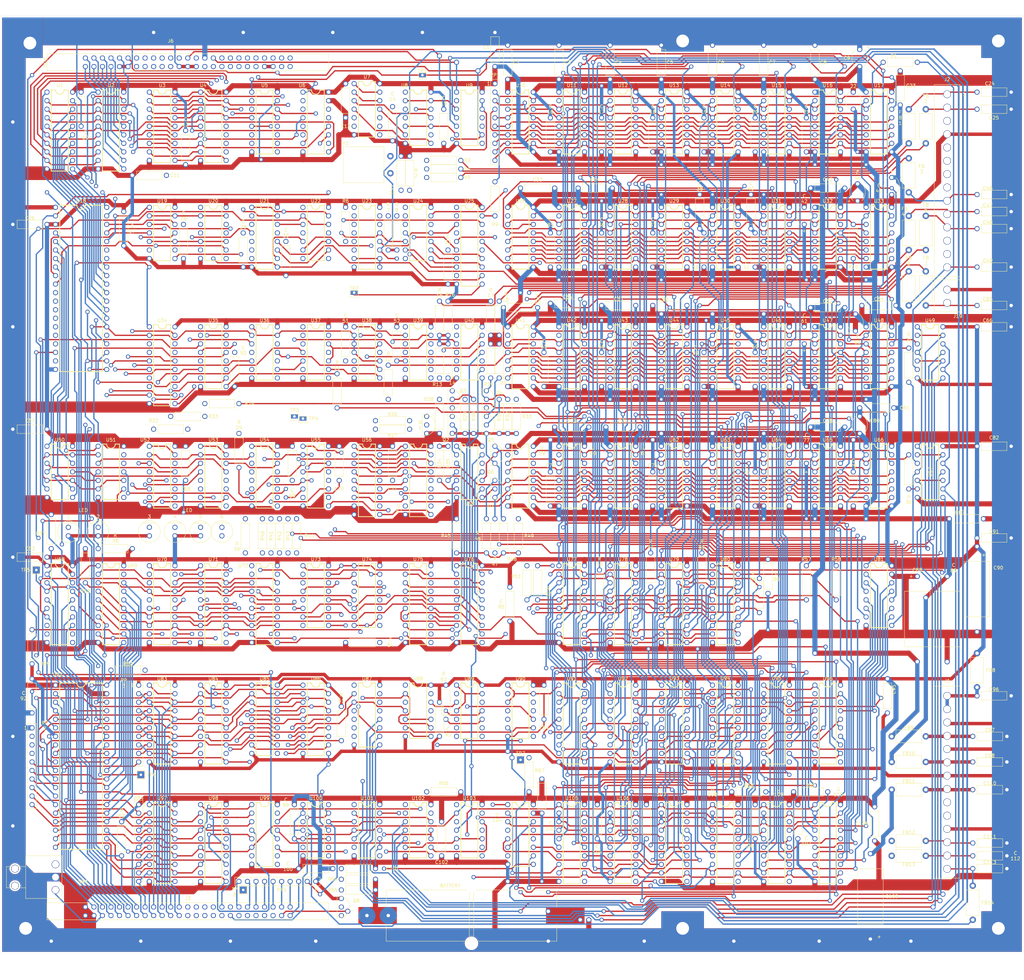
<source format=kicad_pcb>
(kicad_pcb (version 20171130) (host pcbnew "(5.1.5)-3")
  (layers (0 F.Cu signal) (31 B.Cu signal) (34 B.Paste user) (35 F.Paste user) (36 B.SilkS user) (37 F.SilkS user) (38 B.Mask user) (39 F.Mask user) (44 Edge.Cuts user))
  (net 0 "")
  (net 1 +5V)
  (net 2 D3)
  (net 3 "Net-(R50-Pad2)")
  (net 4 D5)
  (net 5 D6)
  (net 6 D7)
  (net 7 "Net-(U82-Pad23)")
  (net 8 "Net-(U82-Pad22)")
  (net 9 "Net-(U82-Pad21)")
  (net 10 "Net-(U82-Pad20)")
  (net 11 "Net-(U82-Pad19)")
  (net 12 "Net-(U82-Pad18)")
  (net 13 "Net-(U82-Pad17)")
  (net 14 "Net-(U82-Pad16)")
  (net 15 "Net-(U82-Pad15)")
  (net 16 "Net-(U82-Pad14)")
  (net 17 "Net-(U82-Pad13)")
  (net 18 GND)
  (net 19 ~VNMI)
  (net 20 ~VIRQ)
  (net 21 ~VFIRQ)
  (net 22 "Net-(U68-Pad15)")
  (net 23 "Net-(U68-Pad6)")
  (net 24 "Net-(U82-Pad8)")
  (net 25 "Net-(U82-Pad9)")
  (net 26 "Net-(U82-Pad10)")
  (net 27 "Net-(U82-Pad11)")
  (net 28 "Net-(U82-Pad12)")
  (net 29 D2)
  (net 30 "Net-(R59-Pad1)")
  (net 31 D0)
  (net 32 "Net-(U68-Pad13)")
  (net 33 "Net-(TP6-Pad1)")
  (net 34 VE)
  (net 35 VQ)
  (net 36 "Net-(U68-Pad17)")
  (net 37 ~MRST)
  (net 38 "Net-(TP5-Pad1)")
  (net 39 ~VHALT)
  (net 40 ~VRST)
  (net 41 VLIC)
  (net 42 VBA)
  (net 43 "Net-(U68-Pad12)")
  (net 44 "Net-(U68-Pad11)")
  (net 45 "Net-(U68-Pad9)")
  (net 46 "Net-(U68-Pad8)")
  (net 47 VRW)
  (net 48 VBS)
  (net 49 VMA)
  (net 50 VD7)
  (net 51 VD6)
  (net 52 VD5)
  (net 53 VD4)
  (net 54 VD3)
  (net 55 VD2)
  (net 56 VD1)
  (net 57 VD0)
  (net 58 "Net-(U69-Pad19)")
  (net 59 LA8)
  (net 60 LA9)
  (net 61 LA10)
  (net 62 LA11)
  (net 63 ~ASH)
  (net 64 LA12)
  (net 65 LA13)
  (net 66 LA14)
  (net 67 "Net-(U70-Pad3)")
  (net 68 "Net-(U70-Pad2)")
  (net 69 AEN)
  (net 70 LA7)
  (net 71 LA6)
  (net 72 LA5)
  (net 73 LA4)
  (net 74 ~ASL)
  (net 75 LA3)
  (net 76 LA2)
  (net 77 LA1)
  (net 78 LA0)
  (net 79 "Net-(R39-Pad2)")
  (net 80 "Net-(R44-Pad2)")
  (net 81 "Net-(R40-Pad2)")
  (net 82 "Net-(R43-Pad2)")
  (net 83 "Net-(U72-Pad11)")
  (net 84 "Net-(R41-Pad2)")
  (net 85 "Net-(R42-Pad2)")
  (net 86 CR9)
  (net 87 CR8)
  (net 88 VA6)
  (net 89 VA4)
  (net 90 VA2)
  (net 91 VA0)
  (net 92 VA1)
  (net 93 VA3)
  (net 94 VA5)
  (net 95 VA7)
  (net 96 ~AEN)
  (net 97 VA8)
  (net 98 VA10)
  (net 99 VA15)
  (net 100 VA12)
  (net 101 VA13)
  (net 102 VA14)
  (net 103 VA11)
  (net 104 VA9)
  (net 105 "Net-(U98-Pad14)")
  (net 106 ~VS0)
  (net 107 ~VS1)
  (net 108 ~VS2)
  (net 109 ~VS3)
  (net 110 ~VS4)
  (net 111 ~VS5)
  (net 112 ~VS6)
  (net 113 ~VS7)
  (net 114 BPWR)
  (net 115 "Net-(U100-Pad11)")
  (net 116 "Net-(U100-Pad8)")
  (net 117 "Net-(U100-Pad6)")
  (net 118 "Net-(U100-Pad3)")
  (net 119 VEQ)
  (net 120 ~VRW)
  (net 121 "Net-(U101-Pad2)")
  (net 122 VEN)
  (net 123 "Net-(U101-Pad6)")
  (net 124 "Net-(U101-Pad8)")
  (net 125 "Net-(U101-Pad11)")
  (net 126 ~E)
  (net 127 CCLK)
  (net 128 Q)
  (net 129 LS)
  (net 130 "Net-(U102-Pad8)")
  (net 131 E)
  (net 132 "Net-(U102-Pad10)")
  (net 133 "Net-(FB7-Pad1)")
  (net 134 ~VEW)
  (net 135 INV)
  (net 136 S1)
  (net 137 S0)
  (net 138 "Net-(U103-Pad1)")
  (net 139 "Net-(U103-Pad3)")
  (net 140 ~INV)
  (net 141 CR3)
  (net 142 _06)
  (net 143 _07)
  (net 144 _05)
  (net 145 _04)
  (net 146 CR2)
  (net 147 CR1)
  (net 148 _02)
  (net 149 _03)
  (net 150 CR0)
  (net 151 _00)
  (net 152 _01)
  (net 153 "Net-(U105-Pad18)")
  (net 154 R59)
  (net 155 R43)
  (net 156 R27)
  (net 157 R11)
  (net 158 ~5MHZ)
  (net 159 "Net-(U105-Pad11)")
  (net 160 PR68)
  (net 161 R3)
  (net 162 R19)
  (net 163 R35)
  (net 164 R51)
  (net 165 PR69)
  (net 166 R50)
  (net 167 R34)
  (net 168 R18)
  (net 169 R2)
  (net 170 "Net-(U106-Pad11)")
  (net 171 R10)
  (net 172 R26)
  (net 173 R42)
  (net 174 R58)
  (net 175 "Net-(U106-Pad18)")
  (net 176 R49)
  (net 177 R33)
  (net 178 R17)
  (net 179 R1)
  (net 180 "Net-(U107-Pad11)")
  (net 181 R9)
  (net 182 R25)
  (net 183 R41)
  (net 184 R57)
  (net 185 "Net-(U107-Pad18)")
  (net 186 "Net-(U108-Pad18)")
  (net 187 R56)
  (net 188 R40)
  (net 189 R24)
  (net 190 R8)
  (net 191 "Net-(U108-Pad11)")
  (net 192 R0)
  (net 193 R16)
  (net 194 R32)
  (net 195 R48)
  (net 196 R55)
  (net 197 R39)
  (net 198 R23)
  (net 199 R7)
  (net 200 _17)
  (net 201 "Net-(U109-Pad11)")
  (net 202 R15)
  (net 203 R31)
  (net 204 R47)
  (net 205 R63)
  (net 206 _16)
  (net 207 "Net-(U109-Pad18)")
  (net 208 "Net-(U110-Pad18)")
  (net 209 _14)
  (net 210 R62)
  (net 211 R46)
  (net 212 R30)
  (net 213 R14)
  (net 214 "Net-(U110-Pad11)")
  (net 215 _15)
  (net 216 R6)
  (net 217 R22)
  (net 218 R38)
  (net 219 R54)
  (net 220 "Net-(R61-Pad2)")
  (net 221 "Net-(U87-Pad4)")
  (net 222 "Net-(U87-Pad1)")
  (net 223 "Net-(U87-Pad5)")
  (net 224 ~ODD1)
  (net 225 ~EVEN1)
  (net 226 ~ODD0)
  (net 227 ~EVEN0)
  (net 228 ~QRW)
  (net 229 "Net-(U88-Pad11)")
  (net 230 PR62)
  (net 231 "Net-(U76-Pad1)")
  (net 232 "Net-(U89-Pad8)")
  (net 233 "Net-(U89-Pad6)")
  (net 234 "Net-(U89-Pad5)")
  (net 235 "Net-(U89-Pad2)")
  (net 236 "Net-(U90-Pad4)")
  (net 237 "Net-(U90-Pad2)")
  (net 238 VBSC)
  (net 239 "Net-(U90-Pad12)")
  (net 240 R45)
  (net 241 R13)
  (net 242 R12)
  (net 243 R44)
  (net 244 R37)
  (net 245 R5)
  (net 246 R4)
  (net 247 R36)
  (net 248 R60)
  (net 249 R28)
  (net 250 R29)
  (net 251 R61)
  (net 252 R52)
  (net 253 R20)
  (net 254 R21)
  (net 255 R53)
  (net 256 "Net-(U95-Pad18)")
  (net 257 _12)
  (net 258 "Net-(U95-Pad11)")
  (net 259 _13)
  (net 260 _11)
  (net 261 "Net-(U96-Pad11)")
  (net 262 _10)
  (net 263 "Net-(U96-Pad18)")
  (net 264 "Net-(U56-Pad2)")
  (net 265 CR5)
  (net 266 CR4)
  (net 267 "Net-(U56-Pad3)")
  (net 268 "Net-(U56-Pad4)")
  (net 269 "Net-(U56-Pad7)")
  (net 270 "Net-(U74-Pad14)")
  (net 271 "Net-(U74-Pad13)")
  (net 272 "Net-(U74-Pad12)")
  (net 273 "Net-(U56-Pad5)")
  (net 274 "Net-(U56-Pad6)")
  (net 275 "Net-(U57-Pad14)")
  (net 276 "Net-(U57-Pad11)")
  (net 277 "Net-(U57-Pad13)")
  (net 278 "Net-(U57-Pad12)")
  (net 279 "Net-(U56-Pad14)")
  (net 280 "Net-(U56-Pad13)")
  (net 281 "Net-(U56-Pad12)")
  (net 282 "Net-(U56-Pad11)")
  (net 283 "Net-(U58-Pad5)")
  (net 284 "Net-(U58-Pad3)")
  (net 285 "Net-(U58-Pad1)")
  (net 286 "Net-(U40-Pad11)")
  (net 287 "Net-(U40-Pad9)")
  (net 288 "Net-(U58-Pad13)")
  (net 289 "Net-(U58-Pad11)")
  (net 290 "Net-(U58-Pad9)")
  (net 291 QX)
  (net 292 "Net-(U49-Pad8)")
  (net 293 "Net-(U49-Pad11)")
  (net 294 "Net-(U67-Pad8)")
  (net 295 "Net-(U67-Pad11)")
  (net 296 CR7)
  (net 297 CR6)
  (net 298 "Net-(U7-Pad11)")
  (net 299 "Net-(U7-Pad10)")
  (net 300 "Net-(U7-Pad9)")
  (net 301 ~DFIRQ)
  (net 302 "Net-(U7-Pad5)")
  (net 303 "Net-(U7-Pad3)")
  (net 304 "Net-(U7-Pad4)")
  (net 305 "Net-(TP2-Pad1)")
  (net 306 PR6)
  (net 307 "Net-(U23-Pad12)")
  (net 308 "Net-(U23-Pad13)")
  (net 309 "Net-(U23-Pad14)")
  (net 310 "Net-(U23-Pad15)")
  (net 311 "Net-(U38-Pad1)")
  (net 312 "Net-(U38-Pad6)")
  (net 313 ~MUX)
  (net 314 "Net-(U25-Pad9)")
  (net 315 "Net-(U55-Pad12)")
  (net 316 "Net-(U55-Pad4)")
  (net 317 "Net-(U55-Pad7)")
  (net 318 "Net-(U55-Pad9)")
  (net 319 "Net-(U50-Pad10)")
  (net 320 "Net-(U18-Pad5)")
  (net 321 X1)
  (net 322 "Net-(U18-Pad6)")
  (net 323 X2)
  (net 324 X3)
  (net 325 "Net-(U18-Pad8)")
  (net 326 X4)
  (net 327 "Net-(U18-Pad7)")
  (net 328 "Net-(R38-Pad2)")
  (net 329 X0)
  (net 330 "Net-(U18-Pad4)")
  (net 331 "Net-(U19-Pad10)")
  (net 332 "Net-(U40-Pad3)")
  (net 333 "Net-(FB3-Pad2)")
  (net 334 _VS)
  (net 335 X11)
  (net 336 M5)
  (net 337 M6)
  (net 338 LA15)
  (net 339 ~QX)
  (net 340 X5)
  (net 341 X12)
  (net 342 X8)
  (net 343 M2)
  (net 344 M1)
  (net 345 X7)
  (net 346 "Net-(U54-Pad13)")
  (net 347 "Net-(U54-Pad12)")
  (net 348 "Net-(U54-Pad11)")
  (net 349 "Net-(U54-Pad10)")
  (net 350 "Net-(U54-Pad9)")
  (net 351 M0)
  (net 352 ~CCLK)
  (net 353 X6)
  (net 354 "Net-(R35-Pad1)")
  (net 355 "Net-(Q2-Pad2)")
  (net 356 "Net-(R34-Pad1)")
  (net 357 "Net-(Q7-Pad2)")
  (net 358 "Net-(Q6-Pad2)")
  (net 359 "Net-(Q5-Pad2)")
  (net 360 ~RAS)
  (net 361 "Net-(R36-Pad1)")
  (net 362 BD7)
  (net 363 -5V)
  (net 364 +12V)
  (net 365 M4)
  (net 366 M3)
  (net 367 ~CAS)
  (net 368 BD6)
  (net 369 BD5)
  (net 370 BD4)
  (net 371 BD3)
  (net 372 BD2)
  (net 373 BD1)
  (net 374 BD0)
  (net 375 "Net-(R21-Pad2)")
  (net 376 "Net-(R36-Pad2)")
  (net 377 "Net-(U18-Pad13)")
  (net 378 "Net-(U18-Pad12)")
  (net 379 "Net-(U18-Pad11)")
  (net 380 "Net-(U18-Pad10)")
  (net 381 "Net-(U18-Pad9)")
  (net 382 "Net-(U18-Pad36)")
  (net 383 "Net-(U18-Pad37)")
  (net 384 "Net-(U18-Pad38)")
  (net 385 X10)
  (net 386 X9)
  (net 387 ~DS0)
  (net 388 DPMUX)
  (net 389 ~DPMUX)
  (net 390 "Net-(U36-Pad6)")
  (net 391 "Net-(U25-Pad18)")
  (net 392 "Net-(R7-Pad2)")
  (net 393 "Net-(U39-Pad6)")
  (net 394 "Net-(U39-Pad10)")
  (net 395 "Net-(U39-Pad12)")
  (net 396 DA0)
  (net 397 "Net-(Q3-Pad2)")
  (net 398 "Net-(Q4-Pad2)")
  (net 399 VS)
  (net 400 HS)
  (net 401 "Net-(FB2-Pad2)")
  (net 402 "Net-(R21-Pad1)")
  (net 403 "Net-(R10-Pad2)")
  (net 404 "Net-(R1-Pad2)")
  (net 405 "Net-(U21-Pad4)")
  (net 406 DA1)
  (net 407 "Net-(U21-Pad7)")
  (net 408 "Net-(U21-Pad9)")
  (net 409 ~Q)
  (net 410 "Net-(U21-Pad12)")
  (net 411 DRW)
  (net 412 "Net-(U21-Pad14)")
  (net 413 "Net-(U1-Pad19)")
  (net 414 "Net-(U22-Pad8)")
  (net 415 "Net-(U24-Pad10)")
  (net 416 "Net-(U24-Pad6)")
  (net 417 "Net-(C31-Pad1)")
  (net 418 "Net-(U25-Pad17)")
  (net 419 "Net-(R10-Pad1)")
  (net 420 "Net-(U1-Pad9)")
  (net 421 "Net-(U1-Pad8)")
  (net 422 "Net-(U1-Pad7)")
  (net 423 "Net-(U1-Pad6)")
  (net 424 "Net-(U1-Pad5)")
  (net 425 "Net-(U1-Pad4)")
  (net 426 "Net-(U1-Pad3)")
  (net 427 "Net-(U1-Pad2)")
  (net 428 DD0)
  (net 429 DD1)
  (net 430 DD2)
  (net 431 DD3)
  (net 432 DD4)
  (net 433 DD5)
  (net 434 DD6)
  (net 435 DD7)
  (net 436 "Net-(U3-Pad17)")
  (net 437 "Net-(U3-Pad16)")
  (net 438 "Net-(U3-Pad15)")
  (net 439 "Net-(U3-Pad7)")
  (net 440 "Net-(U3-Pad1)")
  (net 441 "Net-(U3-Pad2)")
  (net 442 "Net-(U3-Pad3)")
  (net 443 "Net-(U3-Pad4)")
  (net 444 DA6)
  (net 445 DA7)
  (net 446 DA8)
  (net 447 DA9)
  (net 448 DA5)
  (net 449 DA4)
  (net 450 DA3)
  (net 451 DA2)
  (net 452 "Net-(U8-Pad13)")
  (net 453 "Net-(U8-Pad10)")
  (net 454 ~DS3)
  (net 455 "Net-(U9-Pad11)")
  (net 456 "Net-(R1-Pad1)")
  (net 457 "Net-(J3-Pad29)")
  (net 458 "Net-(J3-Pad31)")
  (net 459 "Net-(J3-Pad30)")
  (net 460 "Net-(J3-Pad34)")
  (net 461 "Net-(J3-Pad32)")
  (net 462 "Net-(J3-Pad42)")
  (net 463 "Net-(J3-Pad38)")
  (net 464 "Net-(J3-Pad40)")
  (net 465 "Net-(J3-Pad46)")
  (net 466 "Net-(J3-Pad44)")
  (net 467 "Net-(J6-Pad22)")
  (net 468 "Net-(J6-Pad20)")
  (net 469 "Net-(J6-Pad18)")
  (net 470 "Net-(J6-Pad16)")
  (net 471 "Net-(J6-Pad14)")
  (net 472 "Net-(J6-Pad32)")
  (net 473 "Net-(J6-Pad34)")
  (net 474 "Net-(J6-Pad41)")
  (net 475 "Net-(J6-Pad39)")
  (net 476 "Net-(J6-Pad33)")
  (net 477 "Net-(J6-Pad13)")
  (net 478 "Net-(J6-Pad15)")
  (net 479 "Net-(J6-Pad17)")
  (net 480 "Net-(J6-Pad19)")
  (net 481 "Net-(J6-Pad21)")
  (net 482 "Net-(J6-Pad23)")
  (net 483 "Net-(U36-Pad11)")
  (net 484 _+12V_)
  (net 485 _-5V_)
  (net 486 _+5V_)
  (net 487 "Net-(J1-Pad9)")
  (net 488 "Net-(J1-Pad10)")
  (net 489 _MRST_)
  (net 490 _RED_)
  (net 491 "Net-(J2-Pad13)")
  (net 492 "Net-(J2-Pad12)")
  (net 493 _GREEN_)
  (net 494 _BLUE_)
  (net 495 _HS_)
  (net 496 _VS_)
  (net 497 _CS_)
  (net 498 "Net-(J2-Pad3)")
  (net 499 "Net-(J2-Pad5)")
  (net 500 "Net-(J2-Pad6)")
  (net 501 "Net-(J2-Pad8)")
  (net 502 "Net-(J2-Pad7)")
  (net 503 "Net-(C14-Pad1)")
  (net 504 "Net-(FB4-Pad2)")
  (net 505 "Net-(FB5-Pad2)")
  (net 506 "Net-(FB6-Pad2)")
  (net 507 "Net-(C65-Pad1)")
  (net 508 "Net-(R13-Pad2)")
  (net 509 "Net-(Q3-Pad1)")
  (net 510 "Net-(Q2-Pad1)")
  (net 511 "Net-(R17-Pad2)")
  (net 512 "Net-(Q4-Pad1)")
  (net 513 "Net-(Q5-Pad1)")
  (net 514 "Net-(Q1-Pad2)")
  (net 515 "Net-(Q1-Pad1)")
  (net 516 "Net-(Q6-Pad1)")
  (net 517 "Net-(Q7-Pad1)")
  (net 518 "Net-(Q8-Pad2)")
  (net 519 "Net-(RP2-Pad4)")
  (net 520 "Net-(RP2-Pad3)")
  (net 521 "Net-(RP2-Pad2)")
  (net 522 "Net-(LED1-Pad1)")
  (net 523 "Net-(LED2-Pad1)")
  (net 524 "Net-(LED6-Pad1)")
  (net 525 "Net-(LED5-Pad1)")
  (net 526 "Net-(LED4-Pad1)")
  (net 527 "Net-(LED3-Pad1)")
  (net 528 "Net-(R11-Pad2)")
  (net 529 "Net-(R12-Pad2)")
  (net 530 "Net-(R22-Pad2)")
  (net 531 "Net-(R23-Pad2)")
  (net 532 "Net-(R24-Pad2)")
  (net 533 "Net-(R25-Pad2)")
  (net 534 "Net-(R26-Pad2)")
  (net 535 "Net-(R27-Pad2)")
  (net 536 "Net-(R45-Pad2)")
  (net 537 "Net-(C109-Pad2)")
  (net 538 SPARE1)
  (net 539 SPARE2)
  (net 540 SPARE3)
  (net 541 "Net-(FB12-Pad2)")
  (net 542 "Net-(FB13-Pad2)")
  (net 543 "Net-(BT1-Pad1)")
  (net 544 "Net-(BT1-Pad2)")
  (net 545 "Net-(R9-Pad2)")
  (net 546 PU1)
  (module Star_Wars_Vector_PCB:DIP20 (layer F.Cu) (at 353.147 287.02)
    (fp_text reference U93 (at 0 -13.462001 180) (layer F.SilkS))
    (fp_text value 374_1 hide)
    (pad 20 thru_hole circle (at 3.81 -11.43) (size 1.524 1.524) (drill 1.016) (layers *.Cu *.Mask) (net 1 +5V))
    (pad 19 thru_hole circle (at 3.81 -8.89) (size 1.524 1.524) (drill 1.016) (layers *.Cu *.Mask) (net 187 R56))
    (pad 18 thru_hole circle (at 3.81 -6.35) (size 1.524 1.524) (drill 1.016) (layers *.Cu *.Mask) (net 189 R24))
    (pad 17 thru_hole circle (at 3.81 -3.81) (size 1.524 1.524) (drill 1.016) (layers *.Cu *.Mask) (net 182 R25))
    (pad 16 thru_hole circle (at 3.81 -1.27) (size 1.524 1.524) (drill 1.016) (layers *.Cu *.Mask) (net 184 R57))
    (pad 15 thru_hole circle (at 3.81 1.27) (size 1.524 1.524) (drill 1.016) (layers *.Cu *.Mask) (net 174 R58))
    (pad 14 thru_hole circle (at 3.81 3.81) (size 1.524 1.524) (drill 1.016) (layers *.Cu *.Mask) (net 172 R26))
    (pad 13 thru_hole circle (at 3.81 6.35) (size 1.524 1.524) (drill 1.016) (layers *.Cu *.Mask) (net 156 R27))
    (pad 12 thru_hole circle (at 3.81 8.89) (size 1.524 1.524) (drill 1.016) (layers *.Cu *.Mask) (net 154 R59))
    (pad 11 thru_hole circle (at 3.81 11.43) (size 1.524 1.524) (drill 1.016) (layers *.Cu *.Mask) (net 131 E))
    (pad 10 thru_hole circle (at -3.81 11.43) (size 1.524 1.524) (drill 1.016) (layers *.Cu *.Mask) (net 18 GND))
    (pad 9 thru_hole circle (at -3.81 8.89) (size 1.524 1.524) (drill 1.016) (layers *.Cu *.Mask) (net 248 R60))
    (pad 8 thru_hole circle (at -3.81 6.35) (size 1.524 1.524) (drill 1.016) (layers *.Cu *.Mask) (net 249 R28))
    (pad 7 thru_hole circle (at -3.81 3.81) (size 1.524 1.524) (drill 1.016) (layers *.Cu *.Mask) (net 250 R29))
    (pad 6 thru_hole circle (at -3.81 1.27) (size 1.524 1.524) (drill 1.016) (layers *.Cu *.Mask) (net 251 R61))
    (pad 5 thru_hole circle (at -3.81 -1.27) (size 1.524 1.524) (drill 1.016) (layers *.Cu *.Mask) (net 210 R62))
    (pad 4 thru_hole circle (at -3.81 -3.81) (size 1.524 1.524) (drill 1.016) (layers *.Cu *.Mask) (net 212 R30))
    (pad 3 thru_hole circle (at -3.81 -6.35) (size 1.524 1.524) (drill 1.016) (layers *.Cu *.Mask) (net 203 R31))
    (pad 2 thru_hole circle (at -3.81 -8.89) (size 1.524 1.524) (drill 1.016) (layers *.Cu *.Mask) (net 205 R63))
    (pad 1 thru_hole circle (at -3.81 -11.43) (size 1.524 1.524) (drill 1.016) (layers *.Cu *.Mask) (net 18 GND))
  )
  (module Star_Wars_Vector_PCB:DIP14 (layer F.Cu) (at 429.26 212.09)
    (fp_text reference U67 (at 0 0 90) (layer F.SilkS))
    (fp_text value LS32 hide)
    (pad 4 thru_hole circle (at -3.81 0) (size 1.524 1.524) (drill 1.016) (layers *.Cu *.Mask) (net 134 ~VEW))
    (pad 3 thru_hole circle (at -3.81 -2.54) (size 1.524 1.524) (drill 1.016) (layers *.Cu *.Mask) (net 375 "Net-(R21-Pad2)"))
    (pad 1 thru_hole circle (at -3.81 -7.62) (size 1.524 1.524) (drill 1.016) (layers *.Cu *.Mask) (net 134 ~VEW))
    (pad 2 thru_hole circle (at -3.81 -5.08) (size 1.524 1.524) (drill 1.016) (layers *.Cu *.Mask) (net 224 ~ODD1))
    (pad 5 thru_hole circle (at -3.81 2.54) (size 1.524 1.524) (drill 1.016) (layers *.Cu *.Mask) (net 225 ~EVEN1))
    (pad 6 thru_hole circle (at -3.81 5.08) (size 1.524 1.524) (drill 1.016) (layers *.Cu *.Mask) (net 376 "Net-(R36-Pad2)"))
    (pad 7 thru_hole circle (at -3.81 7.62) (size 1.524 1.524) (drill 1.016) (layers *.Cu *.Mask) (net 18 GND))
    (pad 8 thru_hole circle (at 3.81 7.62) (size 1.524 1.524) (drill 1.016) (layers *.Cu *.Mask) (net 294 "Net-(U67-Pad8)"))
    (pad 9 thru_hole circle (at 3.81 5.08) (size 1.524 1.524) (drill 1.016) (layers *.Cu *.Mask) (net 120 ~VRW))
    (pad 10 thru_hole circle (at 3.81 2.54) (size 1.524 1.524) (drill 1.016) (layers *.Cu *.Mask) (net 225 ~EVEN1))
    (pad 11 thru_hole circle (at 3.81 0) (size 1.524 1.524) (drill 1.016) (layers *.Cu *.Mask) (net 295 "Net-(U67-Pad11)"))
    (pad 12 thru_hole circle (at 3.81 -2.54) (size 1.524 1.524) (drill 1.016) (layers *.Cu *.Mask) (net 120 ~VRW))
    (pad 13 thru_hole circle (at 3.81 -5.08) (size 1.524 1.524) (drill 1.016) (layers *.Cu *.Mask) (net 224 ~ODD1))
    (pad 14 thru_hole circle (at 3.81 -7.62) (size 1.524 1.524) (drill 1.016) (layers *.Cu *.Mask) (net 1 +5V))
  )
  (module taito_video_processor_pcb:hole (layer F.Cu) (at 176.53 270.51)
    (fp_text reference REF** hide)
    (fp_text value hole)
    (pad "" np_thru_hole circle (at 0 0) (size 3.048 3.048) (drill 3.048) (layers *.Cu *.Mask))
  )
  (module taito_video_processor_pcb:hole (layer F.Cu) (at 176.53 328.295)
    (fp_text reference REF** hide)
    (fp_text value hole)
    (pad "" np_thru_hole circle (at 0 0) (size 3.048 3.048) (drill 3.048) (layers *.Cu *.Mask))
  )
  (module taito_video_processor_pcb:hole (layer F.Cu) (at 292.735 335.915)
    (fp_text reference REF** hide)
    (fp_text value hole)
    (pad "" np_thru_hole circle (at 0 0) (size 3.048 3.048) (drill 3.048) (layers *.Cu *.Mask))
  )
  (module taito_video_processor_pcb:hole (layer F.Cu) (at 292.735 352.425)
    (fp_text reference REF** hide)
    (fp_text value hole)
    (pad "" np_thru_hole circle (at 0 0) (size 3.048 3.048) (drill 3.048) (layers *.Cu *.Mask))
  )
  (module taito_video_processor_pcb:hole_15 (layer F.Cu) (at 355.6 83.82)
    (fp_text reference REF** (at 1.27 0) (layer F.SilkS) (effects (font (size 0.127 0.127) (thickness 0.0254))))
    (fp_text value hole_15)
    (pad 1 thru_hole circle (at 0 0) (size 4.064 4.064) (drill 3.81) (layers *.Cu *.Mask) (net 18 GND))
  )
  (module taito_video_processor_pcb:hole_15 (layer F.Cu) (at 449.58 83.82)
    (fp_text reference REF** (at 1.27 0) (layer F.SilkS) (effects (font (size 0.127 0.127) (thickness 0.0254))))
    (fp_text value hole_15)
    (pad 1 thru_hole circle (at 0 0) (size 4.064 4.064) (drill 3.81) (layers *.Cu *.Mask) (net 18 GND))
  )
  (module taito_video_processor_pcb:hole_15 (layer F.Cu) (at 161.29 84.455)
    (fp_text reference REF** (at 1.27 0) (layer F.SilkS) (effects (font (size 0.127 0.127) (thickness 0.0254))))
    (fp_text value hole_15)
    (pad 1 thru_hole circle (at 0 0) (size 4.064 4.064) (drill 3.81) (layers *.Cu *.Mask) (net 18 GND))
  )
  (module taito_video_processor_pcb:hole_15 (layer F.Cu) (at 160.02 347.98)
    (fp_text reference REF** (at 1.27 0) (layer F.SilkS) (effects (font (size 0.127 0.127) (thickness 0.0254))))
    (fp_text value hole_15)
    (pad 1 thru_hole circle (at 0 0) (size 4.064 4.064) (drill 3.81) (layers *.Cu *.Mask) (net 18 GND))
  )
  (module taito_video_processor_pcb:hole_15 (layer F.Cu) (at 355.6 347.98)
    (fp_text reference REF** (at 1.27 0) (layer F.SilkS) (effects (font (size 0.127 0.127) (thickness 0.0254))))
    (fp_text value hole_15)
    (pad 1 thru_hole circle (at 0 0) (size 4.064 4.064) (drill 3.81) (layers *.Cu *.Mask) (net 18 GND))
  )
  (module taito_video_processor_pcb:hole_15 (layer F.Cu) (at 449.58 347.98)
    (fp_text reference REF** (at 1.27 0) (layer F.SilkS) (effects (font (size 0.127 0.127) (thickness 0.0254))))
    (fp_text value hole_15)
    (pad 1 thru_hole circle (at 0 0) (size 4.064 4.064) (drill 3.81) (layers *.Cu *.Mask) (net 18 GND))
  )
  (module Star_Wars_Vector_PCB:DDIP40 (layer F.Cu) (at 176.53 299.72)
    (fp_text reference U82 (at -6.985 -27.305 180) (layer F.SilkS))
    (fp_text value 68A09E hide)
    (pad 28 thru_hole circle (at 7.62 6.35) (size 1.524 1.524) (drill 1.016) (layers *.Cu *.Mask) (net 2 D3))
    (pad 27 thru_hole circle (at 7.62 8.89) (size 1.524 1.524) (drill 1.016) (layers *.Cu *.Mask) (net 3 "Net-(R50-Pad2)"))
    (pad 26 thru_hole circle (at 7.62 11.43) (size 1.524 1.524) (drill 1.016) (layers *.Cu *.Mask) (net 4 D5))
    (pad 25 thru_hole circle (at 7.62 13.97) (size 1.524 1.524) (drill 1.016) (layers *.Cu *.Mask) (net 5 D6))
    (pad 24 thru_hole circle (at 7.62 16.51) (size 1.524 1.524) (drill 1.016) (layers *.Cu *.Mask) (net 6 D7))
    (pad 23 thru_hole circle (at 7.62 19.05) (size 1.524 1.524) (drill 1.016) (layers *.Cu *.Mask) (net 7 "Net-(U82-Pad23)"))
    (pad 22 thru_hole circle (at 7.62 21.59) (size 1.524 1.524) (drill 1.016) (layers *.Cu *.Mask) (net 8 "Net-(U82-Pad22)"))
    (pad 21 thru_hole circle (at 7.62 24.13) (size 1.524 1.524) (drill 1.016) (layers *.Cu *.Mask) (net 9 "Net-(U82-Pad21)"))
    (pad 20 thru_hole circle (at -7.62 24.13) (size 1.524 1.524) (drill 1.016) (layers *.Cu *.Mask) (net 10 "Net-(U82-Pad20)"))
    (pad 19 thru_hole circle (at -7.62 21.59) (size 1.524 1.524) (drill 1.016) (layers *.Cu *.Mask) (net 11 "Net-(U82-Pad19)"))
    (pad 18 thru_hole circle (at -7.62 19.05) (size 1.524 1.524) (drill 1.016) (layers *.Cu *.Mask) (net 12 "Net-(U82-Pad18)"))
    (pad 17 thru_hole circle (at -7.62 16.51) (size 1.524 1.524) (drill 1.016) (layers *.Cu *.Mask) (net 13 "Net-(U82-Pad17)"))
    (pad 16 thru_hole circle (at -7.62 13.97) (size 1.524 1.524) (drill 1.016) (layers *.Cu *.Mask) (net 14 "Net-(U82-Pad16)"))
    (pad 15 thru_hole circle (at -7.62 11.43) (size 1.524 1.524) (drill 1.016) (layers *.Cu *.Mask) (net 15 "Net-(U82-Pad15)"))
    (pad 14 thru_hole circle (at -7.62 8.89) (size 1.524 1.524) (drill 1.016) (layers *.Cu *.Mask) (net 16 "Net-(U82-Pad14)"))
    (pad 13 thru_hole circle (at -7.62 6.35) (size 1.524 1.524) (drill 1.016) (layers *.Cu *.Mask) (net 17 "Net-(U82-Pad13)"))
    (pad 1 thru_hole circle (at -7.62 -24.13) (size 1.524 1.524) (drill 1.016) (layers *.Cu *.Mask) (net 18 GND))
    (pad 2 thru_hole circle (at -7.62 -21.59) (size 1.524 1.524) (drill 1.016) (layers *.Cu *.Mask) (net 19 ~VNMI))
    (pad 3 thru_hole circle (at -7.62 -19.05) (size 1.524 1.524) (drill 1.016) (layers *.Cu *.Mask) (net 20 ~VIRQ))
    (pad 4 thru_hole circle (at -7.62 -16.51) (size 1.524 1.524) (drill 1.016) (layers *.Cu *.Mask) (net 21 ~VFIRQ))
    (pad 5 thru_hole circle (at -7.62 -13.97) (size 1.524 1.524) (drill 1.016) (layers *.Cu *.Mask) (net 22 "Net-(U68-Pad15)"))
    (pad 6 thru_hole circle (at -7.62 -11.43) (size 1.524 1.524) (drill 1.016) (layers *.Cu *.Mask) (net 23 "Net-(U68-Pad6)"))
    (pad 7 thru_hole circle (at -7.62 -8.89) (size 1.524 1.524) (drill 1.016) (layers *.Cu *.Mask) (net 1 +5V))
    (pad 8 thru_hole circle (at -7.62 -6.35) (size 1.524 1.524) (drill 1.016) (layers *.Cu *.Mask) (net 24 "Net-(U82-Pad8)"))
    (pad 9 thru_hole circle (at -7.62 -3.81) (size 1.524 1.524) (drill 1.016) (layers *.Cu *.Mask) (net 25 "Net-(U82-Pad9)"))
    (pad 10 thru_hole circle (at -7.62 -1.27) (size 1.524 1.524) (drill 1.016) (layers *.Cu *.Mask) (net 26 "Net-(U82-Pad10)"))
    (pad 11 thru_hole circle (at -7.62 1.27) (size 1.524 1.524) (drill 1.016) (layers *.Cu *.Mask) (net 27 "Net-(U82-Pad11)"))
    (pad 12 thru_hole circle (at -7.62 3.81) (size 1.524 1.524) (drill 1.016) (layers *.Cu *.Mask) (net 28 "Net-(U82-Pad12)"))
    (pad 29 thru_hole circle (at 7.62 3.81) (size 1.524 1.524) (drill 1.016) (layers *.Cu *.Mask) (net 29 D2))
    (pad 30 thru_hole circle (at 7.62 1.27) (size 1.524 1.524) (drill 1.016) (layers *.Cu *.Mask) (net 30 "Net-(R59-Pad1)"))
    (pad 31 thru_hole circle (at 7.62 -1.27) (size 1.524 1.524) (drill 1.016) (layers *.Cu *.Mask) (net 31 D0))
    (pad 32 thru_hole circle (at 7.62 -3.81) (size 1.524 1.524) (drill 1.016) (layers *.Cu *.Mask) (net 32 "Net-(U68-Pad13)"))
    (pad 33 thru_hole circle (at 7.62 -6.35) (size 1.524 1.524) (drill 1.016) (layers *.Cu *.Mask) (net 33 "Net-(TP6-Pad1)"))
    (pad 34 thru_hole circle (at 7.62 -8.89) (size 1.524 1.524) (drill 1.016) (layers *.Cu *.Mask) (net 34 VE))
    (pad 35 thru_hole circle (at 7.62 -11.43) (size 1.524 1.524) (drill 1.016) (layers *.Cu *.Mask) (net 35 VQ))
    (pad 36 thru_hole circle (at 7.62 -13.97) (size 1.524 1.524) (drill 1.016) (layers *.Cu *.Mask) (net 36 "Net-(U68-Pad17)"))
    (pad 37 thru_hole circle (at 7.62 -16.51) (size 1.524 1.524) (drill 1.016) (layers *.Cu *.Mask) (net 37 ~MRST))
    (pad 38 thru_hole circle (at 7.62 -19.05) (size 1.524 1.524) (drill 1.016) (layers *.Cu *.Mask) (net 38 "Net-(TP5-Pad1)"))
    (pad 39 thru_hole circle (at 7.62 -21.59) (size 1.524 1.524) (drill 1.016) (layers *.Cu *.Mask) (net 18 GND))
    (pad 40 thru_hole circle (at 7.62 -24.13) (size 1.524 1.524) (drill 1.016) (layers *.Cu *.Mask) (net 39 ~VHALT))
  )
  (module Star_Wars_Vector_PCB:DIP20 (layer F.Cu) (at 200.66 322.58)
    (fp_text reference U97 (at 0 -13.335 180) (layer F.SilkS))
    (fp_text value 244_1 hide)
    (pad 1 thru_hole circle (at -3.81 -11.43) (size 1.524 1.524) (drill 1.016) (layers *.Cu *.Mask) (net 18 GND))
    (pad 2 thru_hole circle (at -3.81 -8.89) (size 1.524 1.524) (drill 1.016) (layers *.Cu *.Mask) (net 14 "Net-(U82-Pad16)"))
    (pad 3 thru_hole circle (at -3.81 -6.35) (size 1.524 1.524) (drill 1.016) (layers *.Cu *.Mask) (net 104 VA9))
    (pad 4 thru_hole circle (at -3.81 -3.81) (size 1.524 1.524) (drill 1.016) (layers *.Cu *.Mask) (net 12 "Net-(U82-Pad18)"))
    (pad 5 thru_hole circle (at -3.81 -1.27) (size 1.524 1.524) (drill 1.016) (layers *.Cu *.Mask) (net 103 VA11))
    (pad 6 thru_hole circle (at -3.81 1.27) (size 1.524 1.524) (drill 1.016) (layers *.Cu *.Mask) (net 7 "Net-(U82-Pad23)"))
    (pad 7 thru_hole circle (at -3.81 3.81) (size 1.524 1.524) (drill 1.016) (layers *.Cu *.Mask) (net 102 VA14))
    (pad 8 thru_hole circle (at -3.81 6.35) (size 1.524 1.524) (drill 1.016) (layers *.Cu *.Mask) (net 10 "Net-(U82-Pad20)"))
    (pad 9 thru_hole circle (at -3.81 8.89) (size 1.524 1.524) (drill 1.016) (layers *.Cu *.Mask) (net 101 VA13))
    (pad 10 thru_hole circle (at -3.81 11.43) (size 1.524 1.524) (drill 1.016) (layers *.Cu *.Mask) (net 18 GND))
    (pad 11 thru_hole circle (at 3.81 11.43) (size 1.524 1.524) (drill 1.016) (layers *.Cu *.Mask) (net 9 "Net-(U82-Pad21)"))
    (pad 12 thru_hole circle (at 3.81 8.89) (size 1.524 1.524) (drill 1.016) (layers *.Cu *.Mask) (net 100 VA12))
    (pad 13 thru_hole circle (at 3.81 6.35) (size 1.524 1.524) (drill 1.016) (layers *.Cu *.Mask) (net 8 "Net-(U82-Pad22)"))
    (pad 14 thru_hole circle (at 3.81 3.81) (size 1.524 1.524) (drill 1.016) (layers *.Cu *.Mask) (net 99 VA15))
    (pad 15 thru_hole circle (at 3.81 1.27) (size 1.524 1.524) (drill 1.016) (layers *.Cu *.Mask) (net 11 "Net-(U82-Pad19)"))
    (pad 16 thru_hole circle (at 3.81 -1.27) (size 1.524 1.524) (drill 1.016) (layers *.Cu *.Mask) (net 98 VA10))
    (pad 17 thru_hole circle (at 3.81 -3.81) (size 1.524 1.524) (drill 1.016) (layers *.Cu *.Mask) (net 13 "Net-(U82-Pad17)"))
    (pad 18 thru_hole circle (at 3.81 -6.35) (size 1.524 1.524) (drill 1.016) (layers *.Cu *.Mask) (net 97 VA8))
    (pad 19 thru_hole circle (at 3.81 -8.89) (size 1.524 1.524) (drill 1.016) (layers *.Cu *.Mask) (net 18 GND))
    (pad 20 thru_hole circle (at 3.81 -11.43) (size 1.524 1.524) (drill 1.016) (layers *.Cu *.Mask) (net 1 +5V))
  )
  (module Star_Wars_Vector_PCB:DIP20 (layer F.Cu) (at 215.9 322.58)
    (fp_text reference U98 (at 0 -13.335 180) (layer F.SilkS))
    (fp_text value 244_1 hide)
    (pad 20 thru_hole circle (at 3.81 -11.43) (size 1.524 1.524) (drill 1.016) (layers *.Cu *.Mask) (net 1 +5V))
    (pad 19 thru_hole circle (at 3.81 -8.89) (size 1.524 1.524) (drill 1.016) (layers *.Cu *.Mask) (net 96 ~AEN))
    (pad 18 thru_hole circle (at 3.81 -6.35) (size 1.524 1.524) (drill 1.016) (layers *.Cu *.Mask) (net 59 LA8))
    (pad 17 thru_hole circle (at 3.81 -3.81) (size 1.524 1.524) (drill 1.016) (layers *.Cu *.Mask) (net 104 VA9))
    (pad 16 thru_hole circle (at 3.81 -1.27) (size 1.524 1.524) (drill 1.016) (layers *.Cu *.Mask) (net 61 LA10))
    (pad 15 thru_hole circle (at 3.81 1.27) (size 1.524 1.524) (drill 1.016) (layers *.Cu *.Mask) (net 103 VA11))
    (pad 14 thru_hole circle (at 3.81 3.81) (size 1.524 1.524) (drill 1.016) (layers *.Cu *.Mask) (net 105 "Net-(U98-Pad14)"))
    (pad 13 thru_hole circle (at 3.81 6.35) (size 1.524 1.524) (drill 1.016) (layers *.Cu *.Mask) (net 102 VA14))
    (pad 12 thru_hole circle (at 3.81 8.89) (size 1.524 1.524) (drill 1.016) (layers *.Cu *.Mask) (net 64 LA12))
    (pad 11 thru_hole circle (at 3.81 11.43) (size 1.524 1.524) (drill 1.016) (layers *.Cu *.Mask) (net 101 VA13))
    (pad 10 thru_hole circle (at -3.81 11.43) (size 1.524 1.524) (drill 1.016) (layers *.Cu *.Mask) (net 18 GND))
    (pad 9 thru_hole circle (at -3.81 8.89) (size 1.524 1.524) (drill 1.016) (layers *.Cu *.Mask) (net 65 LA13))
    (pad 8 thru_hole circle (at -3.81 6.35) (size 1.524 1.524) (drill 1.016) (layers *.Cu *.Mask) (net 100 VA12))
    (pad 7 thru_hole circle (at -3.81 3.81) (size 1.524 1.524) (drill 1.016) (layers *.Cu *.Mask) (net 66 LA14))
    (pad 6 thru_hole circle (at -3.81 1.27) (size 1.524 1.524) (drill 1.016) (layers *.Cu *.Mask) (net 99 VA15))
    (pad 5 thru_hole circle (at -3.81 -1.27) (size 1.524 1.524) (drill 1.016) (layers *.Cu *.Mask) (net 62 LA11))
    (pad 4 thru_hole circle (at -3.81 -3.81) (size 1.524 1.524) (drill 1.016) (layers *.Cu *.Mask) (net 98 VA10))
    (pad 3 thru_hole circle (at -3.81 -6.35) (size 1.524 1.524) (drill 1.016) (layers *.Cu *.Mask) (net 60 LA9))
    (pad 2 thru_hole circle (at -3.81 -8.89) (size 1.524 1.524) (drill 1.016) (layers *.Cu *.Mask) (net 97 VA8))
    (pad 1 thru_hole circle (at -3.81 -11.43) (size 1.524 1.524) (drill 1.016) (layers *.Cu *.Mask) (net 96 ~AEN))
  )
  (module Star_Wars_Vector_PCB:DIP20 (layer F.Cu) (at 170.18 251.46)
    (fp_text reference U68 (at 0 -13.335 180) (layer F.SilkS))
    (fp_text value 244_2 hide)
    (pad 1 thru_hole circle (at -3.81 -11.43) (size 1.524 1.524) (drill 1.016) (layers *.Cu *.Mask) (net 18 GND))
    (pad 2 thru_hole circle (at -3.81 -8.89) (size 1.524 1.524) (drill 1.016) (layers *.Cu *.Mask) (net 37 ~MRST))
    (pad 3 thru_hole circle (at -3.81 -6.35) (size 1.524 1.524) (drill 1.016) (layers *.Cu *.Mask) (net 49 VMA))
    (pad 4 thru_hole circle (at -3.81 -3.81) (size 1.524 1.524) (drill 1.016) (layers *.Cu *.Mask) (net 38 "Net-(TP5-Pad1)"))
    (pad 5 thru_hole circle (at -3.81 -1.27) (size 1.524 1.524) (drill 1.016) (layers *.Cu *.Mask) (net 48 VBS))
    (pad 6 thru_hole circle (at -3.81 1.27) (size 1.524 1.524) (drill 1.016) (layers *.Cu *.Mask) (net 23 "Net-(U68-Pad6)"))
    (pad 7 thru_hole circle (at -3.81 3.81) (size 1.524 1.524) (drill 1.016) (layers *.Cu *.Mask) (net 47 VRW))
    (pad 8 thru_hole circle (at -3.81 6.35) (size 1.524 1.524) (drill 1.016) (layers *.Cu *.Mask) (net 46 "Net-(U68-Pad8)"))
    (pad 9 thru_hole circle (at -3.81 8.89) (size 1.524 1.524) (drill 1.016) (layers *.Cu *.Mask) (net 45 "Net-(U68-Pad9)"))
    (pad 10 thru_hole circle (at -3.81 11.43) (size 1.524 1.524) (drill 1.016) (layers *.Cu *.Mask) (net 18 GND))
    (pad 11 thru_hole circle (at 3.81 11.43) (size 1.524 1.524) (drill 1.016) (layers *.Cu *.Mask) (net 44 "Net-(U68-Pad11)"))
    (pad 12 thru_hole circle (at 3.81 8.89) (size 1.524 1.524) (drill 1.016) (layers *.Cu *.Mask) (net 43 "Net-(U68-Pad12)"))
    (pad 13 thru_hole circle (at 3.81 6.35) (size 1.524 1.524) (drill 1.016) (layers *.Cu *.Mask) (net 32 "Net-(U68-Pad13)"))
    (pad 14 thru_hole circle (at 3.81 3.81) (size 1.524 1.524) (drill 1.016) (layers *.Cu *.Mask) (net 42 VBA))
    (pad 15 thru_hole circle (at 3.81 1.27) (size 1.524 1.524) (drill 1.016) (layers *.Cu *.Mask) (net 22 "Net-(U68-Pad15)"))
    (pad 16 thru_hole circle (at 3.81 -1.27) (size 1.524 1.524) (drill 1.016) (layers *.Cu *.Mask) (net 41 VLIC))
    (pad 17 thru_hole circle (at 3.81 -3.81) (size 1.524 1.524) (drill 1.016) (layers *.Cu *.Mask) (net 36 "Net-(U68-Pad17)"))
    (pad 18 thru_hole circle (at 3.81 -6.35) (size 1.524 1.524) (drill 1.016) (layers *.Cu *.Mask) (net 40 ~VRST))
    (pad 19 thru_hole circle (at 3.81 -8.89) (size 1.524 1.524) (drill 1.016) (layers *.Cu *.Mask) (net 18 GND))
    (pad 20 thru_hole circle (at 3.81 -11.43) (size 1.524 1.524) (drill 1.016) (layers *.Cu *.Mask) (net 1 +5V))
  )
  (module Star_Wars_Vector_PCB:DIP20 (layer F.Cu) (at 185.42 251.46)
    (fp_text reference U69 (at 6.35 -11.43 180) (layer F.SilkS))
    (fp_text value 245_1 hide)
    (pad 20 thru_hole circle (at 3.81 -11.43) (size 1.524 1.524) (drill 1.016) (layers *.Cu *.Mask) (net 1 +5V))
    (pad 19 thru_hole circle (at 3.81 -8.89) (size 1.524 1.524) (drill 1.016) (layers *.Cu *.Mask) (net 58 "Net-(U69-Pad19)"))
    (pad 18 thru_hole circle (at 3.81 -6.35) (size 1.524 1.524) (drill 1.016) (layers *.Cu *.Mask) (net 6 D7))
    (pad 17 thru_hole circle (at 3.81 -3.81) (size 1.524 1.524) (drill 1.016) (layers *.Cu *.Mask) (net 5 D6))
    (pad 16 thru_hole circle (at 3.81 -1.27) (size 1.524 1.524) (drill 1.016) (layers *.Cu *.Mask) (net 4 D5))
    (pad 15 thru_hole circle (at 3.81 1.27) (size 1.524 1.524) (drill 1.016) (layers *.Cu *.Mask) (net 3 "Net-(R50-Pad2)"))
    (pad 14 thru_hole circle (at 3.81 3.81) (size 1.524 1.524) (drill 1.016) (layers *.Cu *.Mask) (net 2 D3))
    (pad 13 thru_hole circle (at 3.81 6.35) (size 1.524 1.524) (drill 1.016) (layers *.Cu *.Mask) (net 29 D2))
    (pad 12 thru_hole circle (at 3.81 8.89) (size 1.524 1.524) (drill 1.016) (layers *.Cu *.Mask) (net 30 "Net-(R59-Pad1)"))
    (pad 11 thru_hole circle (at 3.81 11.43) (size 1.524 1.524) (drill 1.016) (layers *.Cu *.Mask) (net 31 D0))
    (pad 10 thru_hole circle (at -3.81 11.43) (size 1.524 1.524) (drill 1.016) (layers *.Cu *.Mask) (net 18 GND))
    (pad 9 thru_hole circle (at -3.81 8.89) (size 1.524 1.524) (drill 1.016) (layers *.Cu *.Mask) (net 57 VD0))
    (pad 8 thru_hole circle (at -3.81 6.35) (size 1.524 1.524) (drill 1.016) (layers *.Cu *.Mask) (net 56 VD1))
    (pad 7 thru_hole circle (at -3.81 3.81) (size 1.524 1.524) (drill 1.016) (layers *.Cu *.Mask) (net 55 VD2))
    (pad 6 thru_hole circle (at -3.81 1.27) (size 1.524 1.524) (drill 1.016) (layers *.Cu *.Mask) (net 54 VD3))
    (pad 5 thru_hole circle (at -3.81 -1.27) (size 1.524 1.524) (drill 1.016) (layers *.Cu *.Mask) (net 53 VD4))
    (pad 4 thru_hole circle (at -3.81 -3.81) (size 1.524 1.524) (drill 1.016) (layers *.Cu *.Mask) (net 52 VD5))
    (pad 3 thru_hole circle (at -3.81 -6.35) (size 1.524 1.524) (drill 1.016) (layers *.Cu *.Mask) (net 51 VD6))
    (pad 2 thru_hole circle (at -3.81 -8.89) (size 1.524 1.524) (drill 1.016) (layers *.Cu *.Mask) (net 50 VD7))
    (pad 1 thru_hole circle (at -3.81 -11.43) (size 1.524 1.524) (drill 1.016) (layers *.Cu *.Mask) (net 47 VRW))
  )
  (module Star_Wars_Vector_PCB:DIP20 (layer F.Cu) (at 200.66 251.46)
    (fp_text reference U70 (at 0 -13.335 180) (layer F.SilkS))
    (fp_text value 374_1 hide)
    (pad 1 thru_hole circle (at -3.81 -11.43) (size 1.524 1.524) (drill 1.016) (layers *.Cu *.Mask) (net 69 AEN))
    (pad 2 thru_hole circle (at -3.81 -8.89) (size 1.524 1.524) (drill 1.016) (layers *.Cu *.Mask) (net 68 "Net-(U70-Pad2)"))
    (pad 3 thru_hole circle (at -3.81 -6.35) (size 1.524 1.524) (drill 1.016) (layers *.Cu *.Mask) (net 67 "Net-(U70-Pad3)"))
    (pad 4 thru_hole circle (at -3.81 -3.81) (size 1.524 1.524) (drill 1.016) (layers *.Cu *.Mask) (net 51 VD6))
    (pad 5 thru_hole circle (at -3.81 -1.27) (size 1.524 1.524) (drill 1.016) (layers *.Cu *.Mask) (net 66 LA14))
    (pad 6 thru_hole circle (at -3.81 1.27) (size 1.524 1.524) (drill 1.016) (layers *.Cu *.Mask) (net 65 LA13))
    (pad 7 thru_hole circle (at -3.81 3.81) (size 1.524 1.524) (drill 1.016) (layers *.Cu *.Mask) (net 52 VD5))
    (pad 8 thru_hole circle (at -3.81 6.35) (size 1.524 1.524) (drill 1.016) (layers *.Cu *.Mask) (net 53 VD4))
    (pad 9 thru_hole circle (at -3.81 8.89) (size 1.524 1.524) (drill 1.016) (layers *.Cu *.Mask) (net 64 LA12))
    (pad 10 thru_hole circle (at -3.81 11.43) (size 1.524 1.524) (drill 1.016) (layers *.Cu *.Mask) (net 18 GND))
    (pad 11 thru_hole circle (at 3.81 11.43) (size 1.524 1.524) (drill 1.016) (layers *.Cu *.Mask) (net 63 ~ASH))
    (pad 12 thru_hole circle (at 3.81 8.89) (size 1.524 1.524) (drill 1.016) (layers *.Cu *.Mask) (net 62 LA11))
    (pad 13 thru_hole circle (at 3.81 6.35) (size 1.524 1.524) (drill 1.016) (layers *.Cu *.Mask) (net 54 VD3))
    (pad 14 thru_hole circle (at 3.81 3.81) (size 1.524 1.524) (drill 1.016) (layers *.Cu *.Mask) (net 55 VD2))
    (pad 15 thru_hole circle (at 3.81 1.27) (size 1.524 1.524) (drill 1.016) (layers *.Cu *.Mask) (net 61 LA10))
    (pad 16 thru_hole circle (at 3.81 -1.27) (size 1.524 1.524) (drill 1.016) (layers *.Cu *.Mask) (net 60 LA9))
    (pad 17 thru_hole circle (at 3.81 -3.81) (size 1.524 1.524) (drill 1.016) (layers *.Cu *.Mask) (net 56 VD1))
    (pad 18 thru_hole circle (at 3.81 -6.35) (size 1.524 1.524) (drill 1.016) (layers *.Cu *.Mask) (net 57 VD0))
    (pad 19 thru_hole circle (at 3.81 -8.89) (size 1.524 1.524) (drill 1.016) (layers *.Cu *.Mask) (net 59 LA8))
    (pad 20 thru_hole circle (at 3.81 -11.43) (size 1.524 1.524) (drill 1.016) (layers *.Cu *.Mask) (net 1 +5V))
  )
  (module Star_Wars_Vector_PCB:DIP20 (layer F.Cu) (at 215.9 251.46)
    (fp_text reference U71 (at 0 -13.335 180) (layer F.SilkS))
    (fp_text value 374_1 hide)
    (pad 20 thru_hole circle (at 3.81 -11.43) (size 1.524 1.524) (drill 1.016) (layers *.Cu *.Mask) (net 1 +5V))
    (pad 19 thru_hole circle (at 3.81 -8.89) (size 1.524 1.524) (drill 1.016) (layers *.Cu *.Mask) (net 78 LA0))
    (pad 18 thru_hole circle (at 3.81 -6.35) (size 1.524 1.524) (drill 1.016) (layers *.Cu *.Mask) (net 57 VD0))
    (pad 17 thru_hole circle (at 3.81 -3.81) (size 1.524 1.524) (drill 1.016) (layers *.Cu *.Mask) (net 56 VD1))
    (pad 16 thru_hole circle (at 3.81 -1.27) (size 1.524 1.524) (drill 1.016) (layers *.Cu *.Mask) (net 77 LA1))
    (pad 15 thru_hole circle (at 3.81 1.27) (size 1.524 1.524) (drill 1.016) (layers *.Cu *.Mask) (net 76 LA2))
    (pad 14 thru_hole circle (at 3.81 3.81) (size 1.524 1.524) (drill 1.016) (layers *.Cu *.Mask) (net 55 VD2))
    (pad 13 thru_hole circle (at 3.81 6.35) (size 1.524 1.524) (drill 1.016) (layers *.Cu *.Mask) (net 54 VD3))
    (pad 12 thru_hole circle (at 3.81 8.89) (size 1.524 1.524) (drill 1.016) (layers *.Cu *.Mask) (net 75 LA3))
    (pad 11 thru_hole circle (at 3.81 11.43) (size 1.524 1.524) (drill 1.016) (layers *.Cu *.Mask) (net 74 ~ASL))
    (pad 10 thru_hole circle (at -3.81 11.43) (size 1.524 1.524) (drill 1.016) (layers *.Cu *.Mask) (net 18 GND))
    (pad 9 thru_hole circle (at -3.81 8.89) (size 1.524 1.524) (drill 1.016) (layers *.Cu *.Mask) (net 73 LA4))
    (pad 8 thru_hole circle (at -3.81 6.35) (size 1.524 1.524) (drill 1.016) (layers *.Cu *.Mask) (net 53 VD4))
    (pad 7 thru_hole circle (at -3.81 3.81) (size 1.524 1.524) (drill 1.016) (layers *.Cu *.Mask) (net 52 VD5))
    (pad 6 thru_hole circle (at -3.81 1.27) (size 1.524 1.524) (drill 1.016) (layers *.Cu *.Mask) (net 72 LA5))
    (pad 5 thru_hole circle (at -3.81 -1.27) (size 1.524 1.524) (drill 1.016) (layers *.Cu *.Mask) (net 71 LA6))
    (pad 4 thru_hole circle (at -3.81 -3.81) (size 1.524 1.524) (drill 1.016) (layers *.Cu *.Mask) (net 51 VD6))
    (pad 3 thru_hole circle (at -3.81 -6.35) (size 1.524 1.524) (drill 1.016) (layers *.Cu *.Mask) (net 50 VD7))
    (pad 2 thru_hole circle (at -3.81 -8.89) (size 1.524 1.524) (drill 1.016) (layers *.Cu *.Mask) (net 70 LA7))
    (pad 1 thru_hole circle (at -3.81 -11.43) (size 1.524 1.524) (drill 1.016) (layers *.Cu *.Mask) (net 69 AEN))
  )
  (module Star_Wars_Vector_PCB:DIP20 (layer F.Cu) (at 231.14 251.46)
    (fp_text reference U72 (at -6.35 -11.43 180) (layer F.SilkS))
    (fp_text value LS374 hide)
    (pad 1 thru_hole circle (at -3.81 -11.43) (size 1.524 1.524) (drill 1.016) (layers *.Cu *.Mask) (net 18 GND))
    (pad 2 thru_hole circle (at -3.81 -8.89) (size 1.524 1.524) (drill 1.016) (layers *.Cu *.Mask) (net 79 "Net-(R39-Pad2)"))
    (pad 3 thru_hole circle (at -3.81 -6.35) (size 1.524 1.524) (drill 1.016) (layers *.Cu *.Mask) (net 50 VD7))
    (pad 4 thru_hole circle (at -3.81 -3.81) (size 1.524 1.524) (drill 1.016) (layers *.Cu *.Mask) (net 51 VD6))
    (pad 5 thru_hole circle (at -3.81 -1.27) (size 1.524 1.524) (drill 1.016) (layers *.Cu *.Mask) (net 80 "Net-(R44-Pad2)"))
    (pad 6 thru_hole circle (at -3.81 1.27) (size 1.524 1.524) (drill 1.016) (layers *.Cu *.Mask) (net 81 "Net-(R40-Pad2)"))
    (pad 7 thru_hole circle (at -3.81 3.81) (size 1.524 1.524) (drill 1.016) (layers *.Cu *.Mask) (net 52 VD5))
    (pad 8 thru_hole circle (at -3.81 6.35) (size 1.524 1.524) (drill 1.016) (layers *.Cu *.Mask) (net 53 VD4))
    (pad 9 thru_hole circle (at -3.81 8.89) (size 1.524 1.524) (drill 1.016) (layers *.Cu *.Mask) (net 82 "Net-(R43-Pad2)"))
    (pad 10 thru_hole circle (at -3.81 11.43) (size 1.524 1.524) (drill 1.016) (layers *.Cu *.Mask) (net 18 GND))
    (pad 11 thru_hole circle (at 3.81 11.43) (size 1.524 1.524) (drill 1.016) (layers *.Cu *.Mask) (net 83 "Net-(U72-Pad11)"))
    (pad 12 thru_hole circle (at 3.81 8.89) (size 1.524 1.524) (drill 1.016) (layers *.Cu *.Mask) (net 84 "Net-(R41-Pad2)"))
    (pad 13 thru_hole circle (at 3.81 6.35) (size 1.524 1.524) (drill 1.016) (layers *.Cu *.Mask) (net 54 VD3))
    (pad 14 thru_hole circle (at 3.81 3.81) (size 1.524 1.524) (drill 1.016) (layers *.Cu *.Mask) (net 55 VD2))
    (pad 15 thru_hole circle (at 3.81 1.27) (size 1.524 1.524) (drill 1.016) (layers *.Cu *.Mask) (net 85 "Net-(R42-Pad2)"))
    (pad 16 thru_hole circle (at 3.81 -1.27) (size 1.524 1.524) (drill 1.016) (layers *.Cu *.Mask) (net 86 CR9))
    (pad 17 thru_hole circle (at 3.81 -3.81) (size 1.524 1.524) (drill 1.016) (layers *.Cu *.Mask) (net 56 VD1))
    (pad 18 thru_hole circle (at 3.81 -6.35) (size 1.524 1.524) (drill 1.016) (layers *.Cu *.Mask) (net 57 VD0))
    (pad 19 thru_hole circle (at 3.81 -8.89) (size 1.524 1.524) (drill 1.016) (layers *.Cu *.Mask) (net 87 CR8))
    (pad 20 thru_hole circle (at 3.81 -11.43) (size 1.524 1.524) (drill 1.016) (layers *.Cu *.Mask) (net 1 +5V))
  )
  (module Star_Wars_Vector_PCB:DIP20 (layer F.Cu) (at 200.66 287.02)
    (fp_text reference U83 (at 0 -13.335 180) (layer F.SilkS))
    (fp_text value 244_2 hide)
    (pad 20 thru_hole circle (at 3.81 -11.43) (size 1.524 1.524) (drill 1.016) (layers *.Cu *.Mask) (net 1 +5V))
    (pad 19 thru_hole circle (at 3.81 -8.89) (size 1.524 1.524) (drill 1.016) (layers *.Cu *.Mask) (net 18 GND))
    (pad 18 thru_hole circle (at 3.81 -6.35) (size 1.524 1.524) (drill 1.016) (layers *.Cu *.Mask) (net 95 VA7))
    (pad 17 thru_hole circle (at 3.81 -3.81) (size 1.524 1.524) (drill 1.016) (layers *.Cu *.Mask) (net 16 "Net-(U82-Pad14)"))
    (pad 16 thru_hole circle (at 3.81 -1.27) (size 1.524 1.524) (drill 1.016) (layers *.Cu *.Mask) (net 94 VA5))
    (pad 15 thru_hole circle (at 3.81 1.27) (size 1.524 1.524) (drill 1.016) (layers *.Cu *.Mask) (net 28 "Net-(U82-Pad12)"))
    (pad 14 thru_hole circle (at 3.81 3.81) (size 1.524 1.524) (drill 1.016) (layers *.Cu *.Mask) (net 93 VA3))
    (pad 13 thru_hole circle (at 3.81 6.35) (size 1.524 1.524) (drill 1.016) (layers *.Cu *.Mask) (net 26 "Net-(U82-Pad10)"))
    (pad 12 thru_hole circle (at 3.81 8.89) (size 1.524 1.524) (drill 1.016) (layers *.Cu *.Mask) (net 92 VA1))
    (pad 11 thru_hole circle (at 3.81 11.43) (size 1.524 1.524) (drill 1.016) (layers *.Cu *.Mask) (net 24 "Net-(U82-Pad8)"))
    (pad 10 thru_hole circle (at -3.81 11.43) (size 1.524 1.524) (drill 1.016) (layers *.Cu *.Mask) (net 18 GND))
    (pad 9 thru_hole circle (at -3.81 8.89) (size 1.524 1.524) (drill 1.016) (layers *.Cu *.Mask) (net 91 VA0))
    (pad 8 thru_hole circle (at -3.81 6.35) (size 1.524 1.524) (drill 1.016) (layers *.Cu *.Mask) (net 25 "Net-(U82-Pad9)"))
    (pad 7 thru_hole circle (at -3.81 3.81) (size 1.524 1.524) (drill 1.016) (layers *.Cu *.Mask) (net 90 VA2))
    (pad 6 thru_hole circle (at -3.81 1.27) (size 1.524 1.524) (drill 1.016) (layers *.Cu *.Mask) (net 27 "Net-(U82-Pad11)"))
    (pad 5 thru_hole circle (at -3.81 -1.27) (size 1.524 1.524) (drill 1.016) (layers *.Cu *.Mask) (net 89 VA4))
    (pad 4 thru_hole circle (at -3.81 -3.81) (size 1.524 1.524) (drill 1.016) (layers *.Cu *.Mask) (net 17 "Net-(U82-Pad13)"))
    (pad 3 thru_hole circle (at -3.81 -6.35) (size 1.524 1.524) (drill 1.016) (layers *.Cu *.Mask) (net 88 VA6))
    (pad 2 thru_hole circle (at -3.81 -8.89) (size 1.524 1.524) (drill 1.016) (layers *.Cu *.Mask) (net 15 "Net-(U82-Pad15)"))
    (pad 1 thru_hole circle (at -3.81 -11.43) (size 1.524 1.524) (drill 1.016) (layers *.Cu *.Mask) (net 18 GND))
  )
  (module Star_Wars_Vector_PCB:DIP20 (layer F.Cu) (at 215.9 287.02)
    (fp_text reference U84 (at 0 -13.335 180) (layer F.SilkS))
    (fp_text value 244_2 hide)
    (pad 1 thru_hole circle (at -3.81 -11.43) (size 1.524 1.524) (drill 1.016) (layers *.Cu *.Mask) (net 96 ~AEN))
    (pad 2 thru_hole circle (at -3.81 -8.89) (size 1.524 1.524) (drill 1.016) (layers *.Cu *.Mask) (net 95 VA7))
    (pad 3 thru_hole circle (at -3.81 -6.35) (size 1.524 1.524) (drill 1.016) (layers *.Cu *.Mask) (net 71 LA6))
    (pad 4 thru_hole circle (at -3.81 -3.81) (size 1.524 1.524) (drill 1.016) (layers *.Cu *.Mask) (net 94 VA5))
    (pad 5 thru_hole circle (at -3.81 -1.27) (size 1.524 1.524) (drill 1.016) (layers *.Cu *.Mask) (net 73 LA4))
    (pad 6 thru_hole circle (at -3.81 1.27) (size 1.524 1.524) (drill 1.016) (layers *.Cu *.Mask) (net 93 VA3))
    (pad 7 thru_hole circle (at -3.81 3.81) (size 1.524 1.524) (drill 1.016) (layers *.Cu *.Mask) (net 76 LA2))
    (pad 8 thru_hole circle (at -3.81 6.35) (size 1.524 1.524) (drill 1.016) (layers *.Cu *.Mask) (net 92 VA1))
    (pad 9 thru_hole circle (at -3.81 8.89) (size 1.524 1.524) (drill 1.016) (layers *.Cu *.Mask) (net 78 LA0))
    (pad 10 thru_hole circle (at -3.81 11.43) (size 1.524 1.524) (drill 1.016) (layers *.Cu *.Mask) (net 18 GND))
    (pad 11 thru_hole circle (at 3.81 11.43) (size 1.524 1.524) (drill 1.016) (layers *.Cu *.Mask) (net 91 VA0))
    (pad 12 thru_hole circle (at 3.81 8.89) (size 1.524 1.524) (drill 1.016) (layers *.Cu *.Mask) (net 77 LA1))
    (pad 13 thru_hole circle (at 3.81 6.35) (size 1.524 1.524) (drill 1.016) (layers *.Cu *.Mask) (net 90 VA2))
    (pad 14 thru_hole circle (at 3.81 3.81) (size 1.524 1.524) (drill 1.016) (layers *.Cu *.Mask) (net 75 LA3))
    (pad 15 thru_hole circle (at 3.81 1.27) (size 1.524 1.524) (drill 1.016) (layers *.Cu *.Mask) (net 89 VA4))
    (pad 16 thru_hole circle (at 3.81 -1.27) (size 1.524 1.524) (drill 1.016) (layers *.Cu *.Mask) (net 72 LA5))
    (pad 17 thru_hole circle (at 3.81 -3.81) (size 1.524 1.524) (drill 1.016) (layers *.Cu *.Mask) (net 88 VA6))
    (pad 18 thru_hole circle (at 3.81 -6.35) (size 1.524 1.524) (drill 1.016) (layers *.Cu *.Mask) (net 70 LA7))
    (pad 19 thru_hole circle (at 3.81 -8.89) (size 1.524 1.524) (drill 1.016) (layers *.Cu *.Mask) (net 96 ~AEN))
    (pad 20 thru_hole circle (at 3.81 -11.43) (size 1.524 1.524) (drill 1.016) (layers *.Cu *.Mask) (net 1 +5V))
  )
  (module Star_Wars_Vector_PCB:DIP16 (layer F.Cu) (at 231.14 320.04)
    (fp_text reference U99 (at 0 -10.795 180) (layer F.SilkS))
    (fp_text value 138_1 hide)
    (pad 16 thru_hole circle (at 3.81 -8.89) (size 1.524 1.524) (drill 1.016) (layers *.Cu *.Mask) (net 1 +5V))
    (pad 15 thru_hole circle (at 3.81 -6.35) (size 1.524 1.524) (drill 1.016) (layers *.Cu *.Mask) (net 106 ~VS0))
    (pad 14 thru_hole circle (at 3.81 -3.81) (size 1.524 1.524) (drill 1.016) (layers *.Cu *.Mask) (net 107 ~VS1))
    (pad 13 thru_hole circle (at 3.81 -1.27) (size 1.524 1.524) (drill 1.016) (layers *.Cu *.Mask) (net 108 ~VS2))
    (pad 12 thru_hole circle (at 3.81 1.27) (size 1.524 1.524) (drill 1.016) (layers *.Cu *.Mask) (net 109 ~VS3))
    (pad 11 thru_hole circle (at 3.81 3.81) (size 1.524 1.524) (drill 1.016) (layers *.Cu *.Mask) (net 110 ~VS4))
    (pad 10 thru_hole circle (at 3.81 6.35) (size 1.524 1.524) (drill 1.016) (layers *.Cu *.Mask) (net 111 ~VS5))
    (pad 9 thru_hole circle (at 3.81 8.89) (size 1.524 1.524) (drill 1.016) (layers *.Cu *.Mask) (net 112 ~VS6))
    (pad 8 thru_hole circle (at -3.81 8.89) (size 1.524 1.524) (drill 1.016) (layers *.Cu *.Mask) (net 18 GND))
    (pad 7 thru_hole circle (at -3.81 6.35) (size 1.524 1.524) (drill 1.016) (layers *.Cu *.Mask) (net 113 ~VS7))
    (pad 6 thru_hole circle (at -3.81 3.81) (size 1.524 1.524) (drill 1.016) (layers *.Cu *.Mask) (net 99 VA15))
    (pad 5 thru_hole circle (at -3.81 1.27) (size 1.524 1.524) (drill 1.016) (layers *.Cu *.Mask) (net 102 VA14))
    (pad 1 thru_hole circle (at -3.81 -8.89) (size 1.524 1.524) (drill 1.016) (layers *.Cu *.Mask) (net 98 VA10))
    (pad 2 thru_hole circle (at -3.81 -6.35) (size 1.524 1.524) (drill 1.016) (layers *.Cu *.Mask) (net 103 VA11))
    (pad 3 thru_hole circle (at -3.81 -3.81) (size 1.524 1.524) (drill 1.016) (layers *.Cu *.Mask) (net 100 VA12))
    (pad 4 thru_hole circle (at -3.81 -1.27) (size 1.524 1.524) (drill 1.016) (layers *.Cu *.Mask) (net 101 VA13))
  )
  (module Star_Wars_Vector_PCB:DIP14 (layer F.Cu) (at 246.38 318.77)
    (fp_text reference U100 (at 0 -9.525 180) (layer F.SilkS))
    (fp_text value LS00 hide)
    (pad 14 thru_hole circle (at 3.81 -7.62) (size 1.524 1.524) (drill 1.016) (layers *.Cu *.Mask) (net 114 BPWR))
    (pad 13 thru_hole circle (at 3.81 -5.08) (size 1.524 1.524) (drill 1.016) (layers *.Cu *.Mask) (net 37 ~MRST))
    (pad 12 thru_hole circle (at 3.81 -2.54) (size 1.524 1.524) (drill 1.016) (layers *.Cu *.Mask) (net 546 PU1))
    (pad 11 thru_hole circle (at 3.81 0) (size 1.524 1.524) (drill 1.016) (layers *.Cu *.Mask) (net 115 "Net-(U100-Pad11)"))
    (pad 10 thru_hole circle (at 3.81 2.54) (size 1.524 1.524) (drill 1.016) (layers *.Cu *.Mask) (net 18 GND))
    (pad 9 thru_hole circle (at 3.81 5.08) (size 1.524 1.524) (drill 1.016) (layers *.Cu *.Mask) (net 18 GND))
    (pad 8 thru_hole circle (at 3.81 7.62) (size 1.524 1.524) (drill 1.016) (layers *.Cu *.Mask) (net 116 "Net-(U100-Pad8)"))
    (pad 7 thru_hole circle (at -3.81 7.62) (size 1.524 1.524) (drill 1.016) (layers *.Cu *.Mask) (net 18 GND))
    (pad 6 thru_hole circle (at -3.81 5.08) (size 1.524 1.524) (drill 1.016) (layers *.Cu *.Mask) (net 117 "Net-(U100-Pad6)"))
    (pad 5 thru_hole circle (at -3.81 2.54) (size 1.524 1.524) (drill 1.016) (layers *.Cu *.Mask) (net 18 GND))
    (pad 2 thru_hole circle (at -3.81 -5.08) (size 1.524 1.524) (drill 1.016) (layers *.Cu *.Mask) (net 18 GND))
    (pad 1 thru_hole circle (at -3.81 -7.62) (size 1.524 1.524) (drill 1.016) (layers *.Cu *.Mask) (net 18 GND))
    (pad 3 thru_hole circle (at -3.81 -2.54) (size 1.524 1.524) (drill 1.016) (layers *.Cu *.Mask) (net 118 "Net-(U100-Pad3)"))
    (pad 4 thru_hole circle (at -3.81 0) (size 1.524 1.524) (drill 1.016) (layers *.Cu *.Mask) (net 18 GND))
  )
  (module Star_Wars_Vector_PCB:DIP14 (layer F.Cu) (at 261.62 318.77)
    (fp_text reference U101 (at 0 -9.525 180) (layer F.SilkS))
    (fp_text value LS08 hide)
    (pad 4 thru_hole circle (at -3.81 0) (size 1.524 1.524) (drill 1.016) (layers *.Cu *.Mask) (net 119 VEQ))
    (pad 3 thru_hole circle (at -3.81 -2.54) (size 1.524 1.524) (drill 1.016) (layers *.Cu *.Mask) (net 546 PU1))
    (pad 1 thru_hole circle (at -3.81 -7.62) (size 1.524 1.524) (drill 1.016) (layers *.Cu *.Mask) (net 120 ~VRW))
    (pad 2 thru_hole circle (at -3.81 -5.08) (size 1.524 1.524) (drill 1.016) (layers *.Cu *.Mask) (net 121 "Net-(U101-Pad2)"))
    (pad 5 thru_hole circle (at -3.81 2.54) (size 1.524 1.524) (drill 1.016) (layers *.Cu *.Mask) (net 122 VEN))
    (pad 6 thru_hole circle (at -3.81 5.08) (size 1.524 1.524) (drill 1.016) (layers *.Cu *.Mask) (net 123 "Net-(U101-Pad6)"))
    (pad 7 thru_hole circle (at -3.81 7.62) (size 1.524 1.524) (drill 1.016) (layers *.Cu *.Mask) (net 18 GND))
    (pad 8 thru_hole circle (at 3.81 7.62) (size 1.524 1.524) (drill 1.016) (layers *.Cu *.Mask) (net 124 "Net-(U101-Pad8)"))
    (pad 9 thru_hole circle (at 3.81 5.08) (size 1.524 1.524) (drill 1.016) (layers *.Cu *.Mask) (net 18 GND))
    (pad 10 thru_hole circle (at 3.81 2.54) (size 1.524 1.524) (drill 1.016) (layers *.Cu *.Mask) (net 18 GND))
    (pad 11 thru_hole circle (at 3.81 0) (size 1.524 1.524) (drill 1.016) (layers *.Cu *.Mask) (net 125 "Net-(U101-Pad11)"))
    (pad 12 thru_hole circle (at 3.81 -2.54) (size 1.524 1.524) (drill 1.016) (layers *.Cu *.Mask) (net 99 VA15))
    (pad 13 thru_hole circle (at 3.81 -5.08) (size 1.524 1.524) (drill 1.016) (layers *.Cu *.Mask) (net 69 AEN))
    (pad 14 thru_hole circle (at 3.81 -7.62) (size 1.524 1.524) (drill 1.016) (layers *.Cu *.Mask) (net 1 +5V))
  )
  (module Star_Wars_Vector_PCB:DIP14 (layer F.Cu) (at 276.86 318.77)
    (fp_text reference U102 (at 0 -9.525 180) (layer F.SilkS))
    (fp_text value LS10 hide)
    (pad 4 thru_hole circle (at -3.81 0) (size 1.524 1.524) (drill 1.016) (layers *.Cu *.Mask) (net 126 ~E))
    (pad 3 thru_hole circle (at -3.81 -2.54) (size 1.524 1.524) (drill 1.016) (layers *.Cu *.Mask) (net 127 CCLK))
    (pad 1 thru_hole circle (at -3.81 -7.62) (size 1.524 1.524) (drill 1.016) (layers *.Cu *.Mask) (net 104 VA9))
    (pad 2 thru_hole circle (at -3.81 -5.08) (size 1.524 1.524) (drill 1.016) (layers *.Cu *.Mask) (net 97 VA8))
    (pad 5 thru_hole circle (at -3.81 2.54) (size 1.524 1.524) (drill 1.016) (layers *.Cu *.Mask) (net 128 Q))
    (pad 6 thru_hole circle (at -3.81 5.08) (size 1.524 1.524) (drill 1.016) (layers *.Cu *.Mask) (net 129 LS))
    (pad 7 thru_hole circle (at -3.81 7.62) (size 1.524 1.524) (drill 1.016) (layers *.Cu *.Mask) (net 18 GND))
    (pad 8 thru_hole circle (at 3.81 7.62) (size 1.524 1.524) (drill 1.016) (layers *.Cu *.Mask) (net 130 "Net-(U102-Pad8)"))
    (pad 9 thru_hole circle (at 3.81 5.08) (size 1.524 1.524) (drill 1.016) (layers *.Cu *.Mask) (net 131 E))
    (pad 10 thru_hole circle (at 3.81 2.54) (size 1.524 1.524) (drill 1.016) (layers *.Cu *.Mask) (net 132 "Net-(U102-Pad10)"))
    (pad 11 thru_hole circle (at 3.81 0) (size 1.524 1.524) (drill 1.016) (layers *.Cu *.Mask) (net 132 "Net-(U102-Pad10)"))
    (pad 12 thru_hole circle (at 3.81 -2.54) (size 1.524 1.524) (drill 1.016) (layers *.Cu *.Mask) (net 121 "Net-(U101-Pad2)"))
    (pad 13 thru_hole circle (at 3.81 -5.08) (size 1.524 1.524) (drill 1.016) (layers *.Cu *.Mask) (net 133 "Net-(FB7-Pad1)"))
    (pad 14 thru_hole circle (at 3.81 -7.62) (size 1.524 1.524) (drill 1.016) (layers *.Cu *.Mask) (net 1 +5V))
  )
  (module Star_Wars_Vector_PCB:DIP14 (layer F.Cu) (at 292.1 318.77)
    (fp_text reference U103 (at 0 -9.525 180) (layer F.SilkS))
    (fp_text value LS00 hide)
    (pad 14 thru_hole circle (at 3.81 -7.62) (size 1.524 1.524) (drill 1.016) (layers *.Cu *.Mask) (net 1 +5V))
    (pad 13 thru_hole circle (at 3.81 -5.08) (size 1.524 1.524) (drill 1.016) (layers *.Cu *.Mask) (net 120 ~VRW))
    (pad 12 thru_hole circle (at 3.81 -2.54) (size 1.524 1.524) (drill 1.016) (layers *.Cu *.Mask) (net 131 E))
    (pad 11 thru_hole circle (at 3.81 0) (size 1.524 1.524) (drill 1.016) (layers *.Cu *.Mask) (net 134 ~VEW))
    (pad 10 thru_hole circle (at 3.81 2.54) (size 1.524 1.524) (drill 1.016) (layers *.Cu *.Mask) (net 129 LS))
    (pad 9 thru_hole circle (at 3.81 5.08) (size 1.524 1.524) (drill 1.016) (layers *.Cu *.Mask) (net 135 INV))
    (pad 8 thru_hole circle (at 3.81 7.62) (size 1.524 1.524) (drill 1.016) (layers *.Cu *.Mask) (net 136 S1))
    (pad 7 thru_hole circle (at -3.81 7.62) (size 1.524 1.524) (drill 1.016) (layers *.Cu *.Mask) (net 18 GND))
    (pad 6 thru_hole circle (at -3.81 5.08) (size 1.524 1.524) (drill 1.016) (layers *.Cu *.Mask) (net 137 S0))
    (pad 5 thru_hole circle (at -3.81 2.54) (size 1.524 1.524) (drill 1.016) (layers *.Cu *.Mask) (net 129 LS))
    (pad 2 thru_hole circle (at -3.81 -5.08) (size 1.524 1.524) (drill 1.016) (layers *.Cu *.Mask) (net 119 VEQ))
    (pad 1 thru_hole circle (at -3.81 -7.62) (size 1.524 1.524) (drill 1.016) (layers *.Cu *.Mask) (net 138 "Net-(U103-Pad1)"))
    (pad 3 thru_hole circle (at -3.81 -2.54) (size 1.524 1.524) (drill 1.016) (layers *.Cu *.Mask) (net 139 "Net-(U103-Pad3)"))
    (pad 4 thru_hole circle (at -3.81 0) (size 1.524 1.524) (drill 1.016) (layers *.Cu *.Mask) (net 140 ~INV))
  )
  (module Star_Wars_Vector_PCB:DIP16 (layer F.Cu) (at 307.34 320.04)
    (fp_text reference U104 hide)
    (fp_text value 157_1 hide)
    (pad 4 thru_hole circle (at -3.81 -1.27) (size 1.524 1.524) (drill 1.016) (layers *.Cu *.Mask) (net 141 CR3))
    (pad 3 thru_hole circle (at -3.81 -3.81) (size 1.524 1.524) (drill 1.016) (layers *.Cu *.Mask) (net 142 _06))
    (pad 2 thru_hole circle (at -3.81 -6.35) (size 1.524 1.524) (drill 1.016) (layers *.Cu *.Mask) (net 143 _07))
    (pad 1 thru_hole circle (at -3.81 -8.89) (size 1.524 1.524) (drill 1.016) (layers *.Cu *.Mask) (net 135 INV))
    (pad 5 thru_hole circle (at -3.81 1.27) (size 1.524 1.524) (drill 1.016) (layers *.Cu *.Mask) (net 144 _05))
    (pad 6 thru_hole circle (at -3.81 3.81) (size 1.524 1.524) (drill 1.016) (layers *.Cu *.Mask) (net 145 _04))
    (pad 7 thru_hole circle (at -3.81 6.35) (size 1.524 1.524) (drill 1.016) (layers *.Cu *.Mask) (net 146 CR2))
    (pad 8 thru_hole circle (at -3.81 8.89) (size 1.524 1.524) (drill 1.016) (layers *.Cu *.Mask) (net 18 GND))
    (pad 9 thru_hole circle (at 3.81 8.89) (size 1.524 1.524) (drill 1.016) (layers *.Cu *.Mask) (net 147 CR1))
    (pad 10 thru_hole circle (at 3.81 6.35) (size 1.524 1.524) (drill 1.016) (layers *.Cu *.Mask) (net 148 _02))
    (pad 11 thru_hole circle (at 3.81 3.81) (size 1.524 1.524) (drill 1.016) (layers *.Cu *.Mask) (net 149 _03))
    (pad 12 thru_hole circle (at 3.81 1.27) (size 1.524 1.524) (drill 1.016) (layers *.Cu *.Mask) (net 150 CR0))
    (pad 13 thru_hole circle (at 3.81 -1.27) (size 1.524 1.524) (drill 1.016) (layers *.Cu *.Mask) (net 151 _00))
    (pad 14 thru_hole circle (at 3.81 -3.81) (size 1.524 1.524) (drill 1.016) (layers *.Cu *.Mask) (net 152 _01))
    (pad 15 thru_hole circle (at 3.81 -6.35) (size 1.524 1.524) (drill 1.016) (layers *.Cu *.Mask) (net 18 GND))
    (pad 16 thru_hole circle (at 3.81 -8.89) (size 1.524 1.524) (drill 1.016) (layers *.Cu *.Mask) (net 1 +5V))
  )
  (module Star_Wars_Vector_PCB:DIP20 (layer F.Cu) (at 322.58 322.58)
    (fp_text reference U105 (at 0 -13.335 180) (layer F.SilkS))
    (fp_text value 299_1 hide)
    (pad 20 thru_hole circle (at 3.81 -11.43) (size 1.524 1.524) (drill 1.016) (layers *.Cu *.Mask) (net 1 +5V))
    (pad 19 thru_hole circle (at 3.81 -8.89) (size 1.524 1.524) (drill 1.016) (layers *.Cu *.Mask) (net 136 S1))
    (pad 18 thru_hole circle (at 3.81 -6.35) (size 1.524 1.524) (drill 1.016) (layers *.Cu *.Mask) (net 153 "Net-(U105-Pad18)"))
    (pad 17 thru_hole circle (at 3.81 -3.81) (size 1.524 1.524) (drill 1.016) (layers *.Cu *.Mask) (net 142 _06))
    (pad 16 thru_hole circle (at 3.81 -1.27) (size 1.524 1.524) (drill 1.016) (layers *.Cu *.Mask) (net 154 R59))
    (pad 15 thru_hole circle (at 3.81 1.27) (size 1.524 1.524) (drill 1.016) (layers *.Cu *.Mask) (net 155 R43))
    (pad 14 thru_hole circle (at 3.81 3.81) (size 1.524 1.524) (drill 1.016) (layers *.Cu *.Mask) (net 156 R27))
    (pad 13 thru_hole circle (at 3.81 6.35) (size 1.524 1.524) (drill 1.016) (layers *.Cu *.Mask) (net 157 R11))
    (pad 12 thru_hole circle (at 3.81 8.89) (size 1.524 1.524) (drill 1.016) (layers *.Cu *.Mask) (net 158 ~5MHZ))
    (pad 11 thru_hole circle (at 3.81 11.43) (size 1.524 1.524) (drill 1.016) (layers *.Cu *.Mask) (net 159 "Net-(U105-Pad11)"))
    (pad 10 thru_hole circle (at -3.81 11.43) (size 1.524 1.524) (drill 1.016) (layers *.Cu *.Mask) (net 18 GND))
    (pad 9 thru_hole circle (at -3.81 8.89) (size 1.524 1.524) (drill 1.016) (layers *.Cu *.Mask) (net 160 PR68))
    (pad 8 thru_hole circle (at -3.81 6.35) (size 1.524 1.524) (drill 1.016) (layers *.Cu *.Mask) (net 143 _07))
    (pad 7 thru_hole circle (at -3.81 3.81) (size 1.524 1.524) (drill 1.016) (layers *.Cu *.Mask) (net 161 R3))
    (pad 6 thru_hole circle (at -3.81 1.27) (size 1.524 1.524) (drill 1.016) (layers *.Cu *.Mask) (net 162 R19))
    (pad 5 thru_hole circle (at -3.81 -1.27) (size 1.524 1.524) (drill 1.016) (layers *.Cu *.Mask) (net 163 R35))
    (pad 4 thru_hole circle (at -3.81 -3.81) (size 1.524 1.524) (drill 1.016) (layers *.Cu *.Mask) (net 164 R51))
    (pad 3 thru_hole circle (at -3.81 -6.35) (size 1.524 1.524) (drill 1.016) (layers *.Cu *.Mask) (net 165 PR69))
    (pad 2 thru_hole circle (at -3.81 -8.89) (size 1.524 1.524) (drill 1.016) (layers *.Cu *.Mask) (net 165 PR69))
    (pad 1 thru_hole circle (at -3.81 -11.43) (size 1.524 1.524) (drill 1.016) (layers *.Cu *.Mask) (net 137 S0))
  )
  (module Star_Wars_Vector_PCB:DIP20 (layer F.Cu) (at 337.82 322.58)
    (fp_text reference U106 (at 0 -13.335 180) (layer F.SilkS))
    (fp_text value 299_1 hide)
    (pad 1 thru_hole circle (at -3.81 -11.43) (size 1.524 1.524) (drill 1.016) (layers *.Cu *.Mask) (net 137 S0))
    (pad 2 thru_hole circle (at -3.81 -8.89) (size 1.524 1.524) (drill 1.016) (layers *.Cu *.Mask) (net 165 PR69))
    (pad 3 thru_hole circle (at -3.81 -6.35) (size 1.524 1.524) (drill 1.016) (layers *.Cu *.Mask) (net 165 PR69))
    (pad 4 thru_hole circle (at -3.81 -3.81) (size 1.524 1.524) (drill 1.016) (layers *.Cu *.Mask) (net 166 R50))
    (pad 5 thru_hole circle (at -3.81 -1.27) (size 1.524 1.524) (drill 1.016) (layers *.Cu *.Mask) (net 167 R34))
    (pad 6 thru_hole circle (at -3.81 1.27) (size 1.524 1.524) (drill 1.016) (layers *.Cu *.Mask) (net 168 R18))
    (pad 7 thru_hole circle (at -3.81 3.81) (size 1.524 1.524) (drill 1.016) (layers *.Cu *.Mask) (net 169 R2))
    (pad 8 thru_hole circle (at -3.81 6.35) (size 1.524 1.524) (drill 1.016) (layers *.Cu *.Mask) (net 144 _05))
    (pad 9 thru_hole circle (at -3.81 8.89) (size 1.524 1.524) (drill 1.016) (layers *.Cu *.Mask) (net 160 PR68))
    (pad 10 thru_hole circle (at -3.81 11.43) (size 1.524 1.524) (drill 1.016) (layers *.Cu *.Mask) (net 18 GND))
    (pad 11 thru_hole circle (at 3.81 11.43) (size 1.524 1.524) (drill 1.016) (layers *.Cu *.Mask) (net 170 "Net-(U106-Pad11)"))
    (pad 12 thru_hole circle (at 3.81 8.89) (size 1.524 1.524) (drill 1.016) (layers *.Cu *.Mask) (net 158 ~5MHZ))
    (pad 13 thru_hole circle (at 3.81 6.35) (size 1.524 1.524) (drill 1.016) (layers *.Cu *.Mask) (net 171 R10))
    (pad 14 thru_hole circle (at 3.81 3.81) (size 1.524 1.524) (drill 1.016) (layers *.Cu *.Mask) (net 172 R26))
    (pad 15 thru_hole circle (at 3.81 1.27) (size 1.524 1.524) (drill 1.016) (layers *.Cu *.Mask) (net 173 R42))
    (pad 16 thru_hole circle (at 3.81 -1.27) (size 1.524 1.524) (drill 1.016) (layers *.Cu *.Mask) (net 174 R58))
    (pad 17 thru_hole circle (at 3.81 -3.81) (size 1.524 1.524) (drill 1.016) (layers *.Cu *.Mask) (net 145 _04))
    (pad 18 thru_hole circle (at 3.81 -6.35) (size 1.524 1.524) (drill 1.016) (layers *.Cu *.Mask) (net 175 "Net-(U106-Pad18)"))
    (pad 19 thru_hole circle (at 3.81 -8.89) (size 1.524 1.524) (drill 1.016) (layers *.Cu *.Mask) (net 136 S1))
    (pad 20 thru_hole circle (at 3.81 -11.43) (size 1.524 1.524) (drill 1.016) (layers *.Cu *.Mask) (net 1 +5V))
  )
  (module Star_Wars_Vector_PCB:DIP20 (layer F.Cu) (at 353.06 322.58)
    (fp_text reference U107 hide)
    (fp_text value 299_1 hide)
    (pad 1 thru_hole circle (at -3.81 -11.43) (size 1.524 1.524) (drill 1.016) (layers *.Cu *.Mask) (net 137 S0))
    (pad 2 thru_hole circle (at -3.81 -8.89) (size 1.524 1.524) (drill 1.016) (layers *.Cu *.Mask) (net 165 PR69))
    (pad 3 thru_hole circle (at -3.81 -6.35) (size 1.524 1.524) (drill 1.016) (layers *.Cu *.Mask) (net 165 PR69))
    (pad 4 thru_hole circle (at -3.81 -3.81) (size 1.524 1.524) (drill 1.016) (layers *.Cu *.Mask) (net 176 R49))
    (pad 5 thru_hole circle (at -3.81 -1.27) (size 1.524 1.524) (drill 1.016) (layers *.Cu *.Mask) (net 177 R33))
    (pad 6 thru_hole circle (at -3.81 1.27) (size 1.524 1.524) (drill 1.016) (layers *.Cu *.Mask) (net 178 R17))
    (pad 7 thru_hole circle (at -3.81 3.81) (size 1.524 1.524) (drill 1.016) (layers *.Cu *.Mask) (net 179 R1))
    (pad 8 thru_hole circle (at -3.81 6.35) (size 1.524 1.524) (drill 1.016) (layers *.Cu *.Mask) (net 149 _03))
    (pad 9 thru_hole circle (at -3.81 8.89) (size 1.524 1.524) (drill 1.016) (layers *.Cu *.Mask) (net 160 PR68))
    (pad 10 thru_hole circle (at -3.81 11.43) (size 1.524 1.524) (drill 1.016) (layers *.Cu *.Mask) (net 18 GND))
    (pad 11 thru_hole circle (at 3.81 11.43) (size 1.524 1.524) (drill 1.016) (layers *.Cu *.Mask) (net 180 "Net-(U107-Pad11)"))
    (pad 12 thru_hole circle (at 3.81 8.89) (size 1.524 1.524) (drill 1.016) (layers *.Cu *.Mask) (net 158 ~5MHZ))
    (pad 13 thru_hole circle (at 3.81 6.35) (size 1.524 1.524) (drill 1.016) (layers *.Cu *.Mask) (net 181 R9))
    (pad 14 thru_hole circle (at 3.81 3.81) (size 1.524 1.524) (drill 1.016) (layers *.Cu *.Mask) (net 182 R25))
    (pad 15 thru_hole circle (at 3.81 1.27) (size 1.524 1.524) (drill 1.016) (layers *.Cu *.Mask) (net 183 R41))
    (pad 16 thru_hole circle (at 3.81 -1.27) (size 1.524 1.524) (drill 1.016) (layers *.Cu *.Mask) (net 184 R57))
    (pad 17 thru_hole circle (at 3.81 -3.81) (size 1.524 1.524) (drill 1.016) (layers *.Cu *.Mask) (net 148 _02))
    (pad 18 thru_hole circle (at 3.81 -6.35) (size 1.524 1.524) (drill 1.016) (layers *.Cu *.Mask) (net 185 "Net-(U107-Pad18)"))
    (pad 19 thru_hole circle (at 3.81 -8.89) (size 1.524 1.524) (drill 1.016) (layers *.Cu *.Mask) (net 136 S1))
    (pad 20 thru_hole circle (at 3.81 -11.43) (size 1.524 1.524) (drill 1.016) (layers *.Cu *.Mask) (net 1 +5V))
  )
  (module Star_Wars_Vector_PCB:DIP20 (layer F.Cu) (at 368.3 322.58)
    (fp_text reference U108 hide)
    (fp_text value 299_1 hide)
    (pad 20 thru_hole circle (at 3.81 -11.43) (size 1.524 1.524) (drill 1.016) (layers *.Cu *.Mask) (net 1 +5V))
    (pad 19 thru_hole circle (at 3.81 -8.89) (size 1.524 1.524) (drill 1.016) (layers *.Cu *.Mask) (net 136 S1))
    (pad 18 thru_hole circle (at 3.81 -6.35) (size 1.524 1.524) (drill 1.016) (layers *.Cu *.Mask) (net 186 "Net-(U108-Pad18)"))
    (pad 17 thru_hole circle (at 3.81 -3.81) (size 1.524 1.524) (drill 1.016) (layers *.Cu *.Mask) (net 151 _00))
    (pad 16 thru_hole circle (at 3.81 -1.27) (size 1.524 1.524) (drill 1.016) (layers *.Cu *.Mask) (net 187 R56))
    (pad 15 thru_hole circle (at 3.81 1.27) (size 1.524 1.524) (drill 1.016) (layers *.Cu *.Mask) (net 188 R40))
    (pad 14 thru_hole circle (at 3.81 3.81) (size 1.524 1.524) (drill 1.016) (layers *.Cu *.Mask) (net 189 R24))
    (pad 13 thru_hole circle (at 3.81 6.35) (size 1.524 1.524) (drill 1.016) (layers *.Cu *.Mask) (net 190 R8))
    (pad 12 thru_hole circle (at 3.81 8.89) (size 1.524 1.524) (drill 1.016) (layers *.Cu *.Mask) (net 158 ~5MHZ))
    (pad 11 thru_hole circle (at 3.81 11.43) (size 1.524 1.524) (drill 1.016) (layers *.Cu *.Mask) (net 191 "Net-(U108-Pad11)"))
    (pad 10 thru_hole circle (at -3.81 11.43) (size 1.524 1.524) (drill 1.016) (layers *.Cu *.Mask) (net 18 GND))
    (pad 9 thru_hole circle (at -3.81 8.89) (size 1.524 1.524) (drill 1.016) (layers *.Cu *.Mask) (net 160 PR68))
    (pad 8 thru_hole circle (at -3.81 6.35) (size 1.524 1.524) (drill 1.016) (layers *.Cu *.Mask) (net 152 _01))
    (pad 7 thru_hole circle (at -3.81 3.81) (size 1.524 1.524) (drill 1.016) (layers *.Cu *.Mask) (net 192 R0))
    (pad 6 thru_hole circle (at -3.81 1.27) (size 1.524 1.524) (drill 1.016) (layers *.Cu *.Mask) (net 193 R16))
    (pad 5 thru_hole circle (at -3.81 -1.27) (size 1.524 1.524) (drill 1.016) (layers *.Cu *.Mask) (net 194 R32))
    (pad 4 thru_hole circle (at -3.81 -3.81) (size 1.524 1.524) (drill 1.016) (layers *.Cu *.Mask) (net 195 R48))
    (pad 3 thru_hole circle (at -3.81 -6.35) (size 1.524 1.524) (drill 1.016) (layers *.Cu *.Mask) (net 165 PR69))
    (pad 2 thru_hole circle (at -3.81 -8.89) (size 1.524 1.524) (drill 1.016) (layers *.Cu *.Mask) (net 165 PR69))
    (pad 1 thru_hole circle (at -3.81 -11.43) (size 1.524 1.524) (drill 1.016) (layers *.Cu *.Mask) (net 137 S0))
  )
  (module Star_Wars_Vector_PCB:DIP20 (layer F.Cu) (at 383.54 322.58)
    (fp_text reference U109 hide)
    (fp_text value 299_1 hide)
    (pad 1 thru_hole circle (at -3.81 -11.43) (size 1.524 1.524) (drill 1.016) (layers *.Cu *.Mask) (net 137 S0))
    (pad 2 thru_hole circle (at -3.81 -8.89) (size 1.524 1.524) (drill 1.016) (layers *.Cu *.Mask) (net 165 PR69))
    (pad 3 thru_hole circle (at -3.81 -6.35) (size 1.524 1.524) (drill 1.016) (layers *.Cu *.Mask) (net 165 PR69))
    (pad 4 thru_hole circle (at -3.81 -3.81) (size 1.524 1.524) (drill 1.016) (layers *.Cu *.Mask) (net 196 R55))
    (pad 5 thru_hole circle (at -3.81 -1.27) (size 1.524 1.524) (drill 1.016) (layers *.Cu *.Mask) (net 197 R39))
    (pad 6 thru_hole circle (at -3.81 1.27) (size 1.524 1.524) (drill 1.016) (layers *.Cu *.Mask) (net 198 R23))
    (pad 7 thru_hole circle (at -3.81 3.81) (size 1.524 1.524) (drill 1.016) (layers *.Cu *.Mask) (net 199 R7))
    (pad 8 thru_hole circle (at -3.81 6.35) (size 1.524 1.524) (drill 1.016) (layers *.Cu *.Mask) (net 200 _17))
    (pad 9 thru_hole circle (at -3.81 8.89) (size 1.524 1.524) (drill 1.016) (layers *.Cu *.Mask) (net 160 PR68))
    (pad 10 thru_hole circle (at -3.81 11.43) (size 1.524 1.524) (drill 1.016) (layers *.Cu *.Mask) (net 18 GND))
    (pad 11 thru_hole circle (at 3.81 11.43) (size 1.524 1.524) (drill 1.016) (layers *.Cu *.Mask) (net 201 "Net-(U109-Pad11)"))
    (pad 12 thru_hole circle (at 3.81 8.89) (size 1.524 1.524) (drill 1.016) (layers *.Cu *.Mask) (net 158 ~5MHZ))
    (pad 13 thru_hole circle (at 3.81 6.35) (size 1.524 1.524) (drill 1.016) (layers *.Cu *.Mask) (net 202 R15))
    (pad 14 thru_hole circle (at 3.81 3.81) (size 1.524 1.524) (drill 1.016) (layers *.Cu *.Mask) (net 203 R31))
    (pad 15 thru_hole circle (at 3.81 1.27) (size 1.524 1.524) (drill 1.016) (layers *.Cu *.Mask) (net 204 R47))
    (pad 16 thru_hole circle (at 3.81 -1.27) (size 1.524 1.524) (drill 1.016) (layers *.Cu *.Mask) (net 205 R63))
    (pad 17 thru_hole circle (at 3.81 -3.81) (size 1.524 1.524) (drill 1.016) (layers *.Cu *.Mask) (net 206 _16))
    (pad 18 thru_hole circle (at 3.81 -6.35) (size 1.524 1.524) (drill 1.016) (layers *.Cu *.Mask) (net 207 "Net-(U109-Pad18)"))
    (pad 19 thru_hole circle (at 3.81 -8.89) (size 1.524 1.524) (drill 1.016) (layers *.Cu *.Mask) (net 136 S1))
    (pad 20 thru_hole circle (at 3.81 -11.43) (size 1.524 1.524) (drill 1.016) (layers *.Cu *.Mask) (net 1 +5V))
  )
  (module Star_Wars_Vector_PCB:DIP20 (layer F.Cu) (at 398.78 322.58)
    (fp_text reference U110 hide)
    (fp_text value 299_1 hide)
    (pad 20 thru_hole circle (at 3.81 -11.43) (size 1.524 1.524) (drill 1.016) (layers *.Cu *.Mask) (net 1 +5V))
    (pad 19 thru_hole circle (at 3.81 -8.89) (size 1.524 1.524) (drill 1.016) (layers *.Cu *.Mask) (net 136 S1))
    (pad 18 thru_hole circle (at 3.81 -6.35) (size 1.524 1.524) (drill 1.016) (layers *.Cu *.Mask) (net 208 "Net-(U110-Pad18)"))
    (pad 17 thru_hole circle (at 3.81 -3.81) (size 1.524 1.524) (drill 1.016) (layers *.Cu *.Mask) (net 209 _14))
    (pad 16 thru_hole circle (at 3.81 -1.27) (size 1.524 1.524) (drill 1.016) (layers *.Cu *.Mask) (net 210 R62))
    (pad 15 thru_hole circle (at 3.81 1.27) (size 1.524 1.524) (drill 1.016) (layers *.Cu *.Mask) (net 211 R46))
    (pad 14 thru_hole circle (at 3.81 3.81) (size 1.524 1.524) (drill 1.016) (layers *.Cu *.Mask) (net 212 R30))
    (pad 13 thru_hole circle (at 3.81 6.35) (size 1.524 1.524) (drill 1.016) (layers *.Cu *.Mask) (net 213 R14))
    (pad 12 thru_hole circle (at 3.81 8.89) (size 1.524 1.524) (drill 1.016) (layers *.Cu *.Mask) (net 158 ~5MHZ))
    (pad 11 thru_hole circle (at 3.81 11.43) (size 1.524 1.524) (drill 1.016) (layers *.Cu *.Mask) (net 214 "Net-(U110-Pad11)"))
    (pad 10 thru_hole circle (at -3.81 11.43) (size 1.524 1.524) (drill 1.016) (layers *.Cu *.Mask) (net 18 GND))
    (pad 9 thru_hole circle (at -3.81 8.89) (size 1.524 1.524) (drill 1.016) (layers *.Cu *.Mask) (net 160 PR68))
    (pad 8 thru_hole circle (at -3.81 6.35) (size 1.524 1.524) (drill 1.016) (layers *.Cu *.Mask) (net 215 _15))
    (pad 7 thru_hole circle (at -3.81 3.81) (size 1.524 1.524) (drill 1.016) (layers *.Cu *.Mask) (net 216 R6))
    (pad 6 thru_hole circle (at -3.81 1.27) (size 1.524 1.524) (drill 1.016) (layers *.Cu *.Mask) (net 217 R22))
    (pad 5 thru_hole circle (at -3.81 -1.27) (size 1.524 1.524) (drill 1.016) (layers *.Cu *.Mask) (net 218 R38))
    (pad 4 thru_hole circle (at -3.81 -3.81) (size 1.524 1.524) (drill 1.016) (layers *.Cu *.Mask) (net 219 R54))
    (pad 3 thru_hole circle (at -3.81 -6.35) (size 1.524 1.524) (drill 1.016) (layers *.Cu *.Mask) (net 165 PR69))
    (pad 2 thru_hole circle (at -3.81 -8.89) (size 1.524 1.524) (drill 1.016) (layers *.Cu *.Mask) (net 165 PR69))
    (pad 1 thru_hole circle (at -3.81 -11.43) (size 1.524 1.524) (drill 1.016) (layers *.Cu *.Mask) (net 137 S0))
  )
  (module Star_Wars_Vector_PCB:DIP18 (layer F.Cu) (at 231.14 285.75)
    (fp_text reference U85 (at 0 -12.065 180) (layer F.SilkS))
    (fp_text value 6514_1 hide)
    (pad 5 thru_hole circle (at -3.81 0) (size 1.524 1.524) (drill 1.016) (layers *.Cu *.Mask) (net 91 VA0))
    (pad 4 thru_hole circle (at -3.81 -2.54) (size 1.524 1.524) (drill 1.016) (layers *.Cu *.Mask) (net 93 VA3))
    (pad 3 thru_hole circle (at -3.81 -5.08) (size 1.524 1.524) (drill 1.016) (layers *.Cu *.Mask) (net 89 VA4))
    (pad 2 thru_hole circle (at -3.81 -7.62) (size 1.524 1.524) (drill 1.016) (layers *.Cu *.Mask) (net 94 VA5))
    (pad 1 thru_hole circle (at -3.81 -10.16) (size 1.524 1.524) (drill 1.016) (layers *.Cu *.Mask) (net 88 VA6))
    (pad 6 thru_hole circle (at -3.81 2.54) (size 1.524 1.524) (drill 1.016) (layers *.Cu *.Mask) (net 92 VA1))
    (pad 7 thru_hole circle (at -3.81 5.08) (size 1.524 1.524) (drill 1.016) (layers *.Cu *.Mask) (net 90 VA2))
    (pad 8 thru_hole circle (at -3.81 7.62) (size 1.524 1.524) (drill 1.016) (layers *.Cu *.Mask) (net 220 "Net-(R61-Pad2)"))
    (pad 9 thru_hole circle (at -3.81 10.16) (size 1.524 1.524) (drill 1.016) (layers *.Cu *.Mask) (net 18 GND))
    (pad 10 thru_hole circle (at 3.81 10.16) (size 1.524 1.524) (drill 1.016) (layers *.Cu *.Mask) (net 115 "Net-(U100-Pad11)"))
    (pad 11 thru_hole circle (at 3.81 7.62) (size 1.524 1.524) (drill 1.016) (layers *.Cu *.Mask) (net 50 VD7))
    (pad 12 thru_hole circle (at 3.81 5.08) (size 1.524 1.524) (drill 1.016) (layers *.Cu *.Mask) (net 51 VD6))
    (pad 13 thru_hole circle (at 3.81 2.54) (size 1.524 1.524) (drill 1.016) (layers *.Cu *.Mask) (net 52 VD5))
    (pad 14 thru_hole circle (at 3.81 0) (size 1.524 1.524) (drill 1.016) (layers *.Cu *.Mask) (net 53 VD4))
    (pad 15 thru_hole circle (at 3.81 -2.54) (size 1.524 1.524) (drill 1.016) (layers *.Cu *.Mask) (net 104 VA9))
    (pad 16 thru_hole circle (at 3.81 -5.08) (size 1.524 1.524) (drill 1.016) (layers *.Cu *.Mask) (net 97 VA8))
    (pad 17 thru_hole circle (at 3.81 -7.62) (size 1.524 1.524) (drill 1.016) (layers *.Cu *.Mask) (net 95 VA7))
    (pad 18 thru_hole circle (at 3.81 -10.16) (size 1.524 1.524) (drill 1.016) (layers *.Cu *.Mask) (net 114 BPWR))
  )
  (module Star_Wars_Vector_PCB:DIP18 (layer F.Cu) (at 246.38 285.75)
    (fp_text reference U86 (at 0 -12.065 180) (layer F.SilkS))
    (fp_text value 6514_1 hide)
    (pad 18 thru_hole circle (at 3.81 -10.16) (size 1.524 1.524) (drill 1.016) (layers *.Cu *.Mask) (net 114 BPWR))
    (pad 17 thru_hole circle (at 3.81 -7.62) (size 1.524 1.524) (drill 1.016) (layers *.Cu *.Mask) (net 95 VA7))
    (pad 16 thru_hole circle (at 3.81 -5.08) (size 1.524 1.524) (drill 1.016) (layers *.Cu *.Mask) (net 97 VA8))
    (pad 15 thru_hole circle (at 3.81 -2.54) (size 1.524 1.524) (drill 1.016) (layers *.Cu *.Mask) (net 104 VA9))
    (pad 14 thru_hole circle (at 3.81 0) (size 1.524 1.524) (drill 1.016) (layers *.Cu *.Mask) (net 57 VD0))
    (pad 13 thru_hole circle (at 3.81 2.54) (size 1.524 1.524) (drill 1.016) (layers *.Cu *.Mask) (net 56 VD1))
    (pad 12 thru_hole circle (at 3.81 5.08) (size 1.524 1.524) (drill 1.016) (layers *.Cu *.Mask) (net 55 VD2))
    (pad 11 thru_hole circle (at 3.81 7.62) (size 1.524 1.524) (drill 1.016) (layers *.Cu *.Mask) (net 54 VD3))
    (pad 10 thru_hole circle (at 3.81 10.16) (size 1.524 1.524) (drill 1.016) (layers *.Cu *.Mask) (net 115 "Net-(U100-Pad11)"))
    (pad 9 thru_hole circle (at -3.81 10.16) (size 1.524 1.524) (drill 1.016) (layers *.Cu *.Mask) (net 18 GND))
    (pad 8 thru_hole circle (at -3.81 7.62) (size 1.524 1.524) (drill 1.016) (layers *.Cu *.Mask) (net 220 "Net-(R61-Pad2)"))
    (pad 7 thru_hole circle (at -3.81 5.08) (size 1.524 1.524) (drill 1.016) (layers *.Cu *.Mask) (net 90 VA2))
    (pad 6 thru_hole circle (at -3.81 2.54) (size 1.524 1.524) (drill 1.016) (layers *.Cu *.Mask) (net 92 VA1))
    (pad 1 thru_hole circle (at -3.81 -10.16) (size 1.524 1.524) (drill 1.016) (layers *.Cu *.Mask) (net 88 VA6))
    (pad 2 thru_hole circle (at -3.81 -7.62) (size 1.524 1.524) (drill 1.016) (layers *.Cu *.Mask) (net 94 VA5))
    (pad 3 thru_hole circle (at -3.81 -5.08) (size 1.524 1.524) (drill 1.016) (layers *.Cu *.Mask) (net 89 VA4))
    (pad 4 thru_hole circle (at -3.81 -2.54) (size 1.524 1.524) (drill 1.016) (layers *.Cu *.Mask) (net 93 VA3))
    (pad 5 thru_hole circle (at -3.81 0) (size 1.524 1.524) (drill 1.016) (layers *.Cu *.Mask) (net 91 VA0))
  )
  (module Star_Wars_Vector_PCB:DIP16 (layer F.Cu) (at 261.62 284.48)
    (fp_text reference U87 (at 0 -10.795 180) (layer F.SilkS))
    (fp_text value LS139 hide)
    (pad 4 thru_hole circle (at -3.81 -1.27) (size 1.524 1.524) (drill 1.016) (layers *.Cu *.Mask) (net 221 "Net-(U87-Pad4)"))
    (pad 3 thru_hole circle (at -3.81 -3.81) (size 1.524 1.524) (drill 1.016) (layers *.Cu *.Mask) (net 92 VA1))
    (pad 2 thru_hole circle (at -3.81 -6.35) (size 1.524 1.524) (drill 1.016) (layers *.Cu *.Mask) (net 91 VA0))
    (pad 1 thru_hole circle (at -3.81 -8.89) (size 1.524 1.524) (drill 1.016) (layers *.Cu *.Mask) (net 222 "Net-(U87-Pad1)"))
    (pad 5 thru_hole circle (at -3.81 1.27) (size 1.524 1.524) (drill 1.016) (layers *.Cu *.Mask) (net 223 "Net-(U87-Pad5)"))
    (pad 6 thru_hole circle (at -3.81 3.81) (size 1.524 1.524) (drill 1.016) (layers *.Cu *.Mask) (net 63 ~ASH))
    (pad 7 thru_hole circle (at -3.81 6.35) (size 1.524 1.524) (drill 1.016) (layers *.Cu *.Mask) (net 74 ~ASL))
    (pad 8 thru_hole circle (at -3.81 8.89) (size 1.524 1.524) (drill 1.016) (layers *.Cu *.Mask) (net 18 GND))
    (pad 9 thru_hole circle (at 3.81 8.89) (size 1.524 1.524) (drill 1.016) (layers *.Cu *.Mask) (net 224 ~ODD1))
    (pad 10 thru_hole circle (at 3.81 6.35) (size 1.524 1.524) (drill 1.016) (layers *.Cu *.Mask) (net 225 ~EVEN1))
    (pad 11 thru_hole circle (at 3.81 3.81) (size 1.524 1.524) (drill 1.016) (layers *.Cu *.Mask) (net 226 ~ODD0))
    (pad 12 thru_hole circle (at 3.81 1.27) (size 1.524 1.524) (drill 1.016) (layers *.Cu *.Mask) (net 227 ~EVEN0))
    (pad 13 thru_hole circle (at 3.81 -1.27) (size 1.524 1.524) (drill 1.016) (layers *.Cu *.Mask) (net 77 LA1))
    (pad 14 thru_hole circle (at 3.81 -3.81) (size 1.524 1.524) (drill 1.016) (layers *.Cu *.Mask) (net 78 LA0))
    (pad 15 thru_hole circle (at 3.81 -6.35) (size 1.524 1.524) (drill 1.016) (layers *.Cu *.Mask) (net 125 "Net-(U101-Pad11)"))
    (pad 16 thru_hole circle (at 3.81 -8.89) (size 1.524 1.524) (drill 1.016) (layers *.Cu *.Mask) (net 1 +5V))
  )
  (module Star_Wars_Vector_PCB:DIP14 (layer F.Cu) (at 276.86 283.21)
    (fp_text reference U88 (at 0 -9.525 180) (layer F.SilkS))
    (fp_text value LS32 hide)
    (pad 4 thru_hole circle (at -3.81 0) (size 1.524 1.524) (drill 1.016) (layers *.Cu *.Mask) (net 92 VA1))
    (pad 3 thru_hole circle (at -3.81 -2.54) (size 1.524 1.524) (drill 1.016) (layers *.Cu *.Mask) (net 83 "Net-(U72-Pad11)"))
    (pad 1 thru_hole circle (at -3.81 -7.62) (size 1.524 1.524) (drill 1.016) (layers *.Cu *.Mask) (net 108 ~VS2))
    (pad 2 thru_hole circle (at -3.81 -5.08) (size 1.524 1.524) (drill 1.016) (layers *.Cu *.Mask) (net 228 ~QRW))
    (pad 5 thru_hole circle (at -3.81 2.54) (size 1.524 1.524) (drill 1.016) (layers *.Cu *.Mask) (net 111 ~VS5))
    (pad 6 thru_hole circle (at -3.81 5.08) (size 1.524 1.524) (drill 1.016) (layers *.Cu *.Mask) (net 69 AEN))
    (pad 7 thru_hole circle (at -3.81 7.62) (size 1.524 1.524) (drill 1.016) (layers *.Cu *.Mask) (net 18 GND))
    (pad 8 thru_hole circle (at 3.81 7.62) (size 1.524 1.524) (drill 1.016) (layers *.Cu *.Mask) (net 222 "Net-(U87-Pad1)"))
    (pad 9 thru_hole circle (at 3.81 5.08) (size 1.524 1.524) (drill 1.016) (layers *.Cu *.Mask) (net 228 ~QRW))
    (pad 10 thru_hole circle (at 3.81 2.54) (size 1.524 1.524) (drill 1.016) (layers *.Cu *.Mask) (net 111 ~VS5))
    (pad 11 thru_hole circle (at 3.81 0) (size 1.524 1.524) (drill 1.016) (layers *.Cu *.Mask) (net 229 "Net-(U88-Pad11)"))
    (pad 12 thru_hole circle (at 3.81 -2.54) (size 1.524 1.524) (drill 1.016) (layers *.Cu *.Mask) (net 18 GND))
    (pad 13 thru_hole circle (at 3.81 -5.08) (size 1.524 1.524) (drill 1.016) (layers *.Cu *.Mask) (net 18 GND))
    (pad 14 thru_hole circle (at 3.81 -7.62) (size 1.524 1.524) (drill 1.016) (layers *.Cu *.Mask) (net 1 +5V))
  )
  (module Star_Wars_Vector_PCB:DIP14 (layer F.Cu) (at 292.1 283.21)
    (fp_text reference U89 (at 0 -9.525 180) (layer F.SilkS))
    (fp_text value LS74 hide)
    (pad 14 thru_hole circle (at 3.81 -7.62) (size 1.524 1.524) (drill 1.016) (layers *.Cu *.Mask) (net 1 +5V))
    (pad 13 thru_hole circle (at 3.81 -5.08) (size 1.524 1.524) (drill 1.016) (layers *.Cu *.Mask) (net 230 PR62))
    (pad 12 thru_hole circle (at 3.81 -2.54) (size 1.524 1.524) (drill 1.016) (layers *.Cu *.Mask) (net 122 VEN))
    (pad 11 thru_hole circle (at 3.81 0) (size 1.524 1.524) (drill 1.016) (layers *.Cu *.Mask) (net 129 LS))
    (pad 10 thru_hole circle (at 3.81 2.54) (size 1.524 1.524) (drill 1.016) (layers *.Cu *.Mask) (net 230 PR62))
    (pad 9 thru_hole circle (at 3.81 5.08) (size 1.524 1.524) (drill 1.016) (layers *.Cu *.Mask) (net 231 "Net-(U76-Pad1)"))
    (pad 8 thru_hole circle (at 3.81 7.62) (size 1.524 1.524) (drill 1.016) (layers *.Cu *.Mask) (net 232 "Net-(U89-Pad8)"))
    (pad 7 thru_hole circle (at -3.81 7.62) (size 1.524 1.524) (drill 1.016) (layers *.Cu *.Mask) (net 18 GND))
    (pad 6 thru_hole circle (at -3.81 5.08) (size 1.524 1.524) (drill 1.016) (layers *.Cu *.Mask) (net 233 "Net-(U89-Pad6)"))
    (pad 5 thru_hole circle (at -3.81 2.54) (size 1.524 1.524) (drill 1.016) (layers *.Cu *.Mask) (net 234 "Net-(U89-Pad5)"))
    (pad 2 thru_hole circle (at -3.81 -5.08) (size 1.524 1.524) (drill 1.016) (layers *.Cu *.Mask) (net 235 "Net-(U89-Pad2)"))
    (pad 1 thru_hole circle (at -3.81 -7.62) (size 1.524 1.524) (drill 1.016) (layers *.Cu *.Mask) (net 230 PR62))
    (pad 3 thru_hole circle (at -3.81 -2.54) (size 1.524 1.524) (drill 1.016) (layers *.Cu *.Mask) (net 18 GND))
    (pad 4 thru_hole circle (at -3.81 0) (size 1.524 1.524) (drill 1.016) (layers *.Cu *.Mask) (net 230 PR62))
  )
  (module Star_Wars_Vector_PCB:DIP14 (layer F.Cu) (at 307.34 283.21)
    (fp_text reference U90 (at 0 -9.525 180) (layer F.SilkS))
    (fp_text value LS04 hide)
    (pad 4 thru_hole circle (at -3.81 0) (size 1.524 1.524) (drill 1.016) (layers *.Cu *.Mask) (net 236 "Net-(U90-Pad4)"))
    (pad 3 thru_hole circle (at -3.81 -2.54) (size 1.524 1.524) (drill 1.016) (layers *.Cu *.Mask) (net 18 GND))
    (pad 1 thru_hole circle (at -3.81 -7.62) (size 1.524 1.524) (drill 1.016) (layers *.Cu *.Mask) (net 18 GND))
    (pad 2 thru_hole circle (at -3.81 -5.08) (size 1.524 1.524) (drill 1.016) (layers *.Cu *.Mask) (net 237 "Net-(U90-Pad2)"))
    (pad 5 thru_hole circle (at -3.81 2.54) (size 1.524 1.524) (drill 1.016) (layers *.Cu *.Mask) (net 47 VRW))
    (pad 6 thru_hole circle (at -3.81 5.08) (size 1.524 1.524) (drill 1.016) (layers *.Cu *.Mask) (net 120 ~VRW))
    (pad 7 thru_hole circle (at -3.81 7.62) (size 1.524 1.524) (drill 1.016) (layers *.Cu *.Mask) (net 18 GND))
    (pad 8 thru_hole circle (at 3.81 7.62) (size 1.524 1.524) (drill 1.016) (layers *.Cu *.Mask) (net 96 ~AEN))
    (pad 9 thru_hole circle (at 3.81 5.08) (size 1.524 1.524) (drill 1.016) (layers *.Cu *.Mask) (net 69 AEN))
    (pad 10 thru_hole circle (at 3.81 2.54) (size 1.524 1.524) (drill 1.016) (layers *.Cu *.Mask) (net 58 "Net-(U69-Pad19)"))
    (pad 11 thru_hole circle (at 3.81 0) (size 1.524 1.524) (drill 1.016) (layers *.Cu *.Mask) (net 238 VBSC))
    (pad 12 thru_hole circle (at 3.81 -2.54) (size 1.524 1.524) (drill 1.016) (layers *.Cu *.Mask) (net 239 "Net-(U90-Pad12)"))
    (pad 13 thru_hole circle (at 3.81 -5.08) (size 1.524 1.524) (drill 1.016) (layers *.Cu *.Mask) (net 18 GND))
    (pad 14 thru_hole circle (at 3.81 -7.62) (size 1.524 1.524) (drill 1.016) (layers *.Cu *.Mask) (net 1 +5V))
  )
  (module Star_Wars_Vector_PCB:DIP20 (layer F.Cu) (at 322.58 287.02)
    (fp_text reference U91 (at 0 -13.335 180) (layer F.SilkS))
    (fp_text value 374_1 hide)
    (pad 1 thru_hole circle (at -3.81 -11.43) (size 1.524 1.524) (drill 1.016) (layers *.Cu *.Mask) (net 18 GND))
    (pad 2 thru_hole circle (at -3.81 -8.89) (size 1.524 1.524) (drill 1.016) (layers *.Cu *.Mask) (net 204 R47))
    (pad 3 thru_hole circle (at -3.81 -6.35) (size 1.524 1.524) (drill 1.016) (layers *.Cu *.Mask) (net 202 R15))
    (pad 4 thru_hole circle (at -3.81 -3.81) (size 1.524 1.524) (drill 1.016) (layers *.Cu *.Mask) (net 213 R14))
    (pad 5 thru_hole circle (at -3.81 -1.27) (size 1.524 1.524) (drill 1.016) (layers *.Cu *.Mask) (net 211 R46))
    (pad 6 thru_hole circle (at -3.81 1.27) (size 1.524 1.524) (drill 1.016) (layers *.Cu *.Mask) (net 240 R45))
    (pad 7 thru_hole circle (at -3.81 3.81) (size 1.524 1.524) (drill 1.016) (layers *.Cu *.Mask) (net 241 R13))
    (pad 8 thru_hole circle (at -3.81 6.35) (size 1.524 1.524) (drill 1.016) (layers *.Cu *.Mask) (net 242 R12))
    (pad 9 thru_hole circle (at -3.81 8.89) (size 1.524 1.524) (drill 1.016) (layers *.Cu *.Mask) (net 243 R44))
    (pad 10 thru_hole circle (at -3.81 11.43) (size 1.524 1.524) (drill 1.016) (layers *.Cu *.Mask) (net 18 GND))
    (pad 11 thru_hole circle (at 3.81 11.43) (size 1.524 1.524) (drill 1.016) (layers *.Cu *.Mask) (net 131 E))
    (pad 12 thru_hole circle (at 3.81 8.89) (size 1.524 1.524) (drill 1.016) (layers *.Cu *.Mask) (net 155 R43))
    (pad 13 thru_hole circle (at 3.81 6.35) (size 1.524 1.524) (drill 1.016) (layers *.Cu *.Mask) (net 157 R11))
    (pad 14 thru_hole circle (at 3.81 3.81) (size 1.524 1.524) (drill 1.016) (layers *.Cu *.Mask) (net 171 R10))
    (pad 15 thru_hole circle (at 3.81 1.27) (size 1.524 1.524) (drill 1.016) (layers *.Cu *.Mask) (net 173 R42))
    (pad 16 thru_hole circle (at 3.81 -1.27) (size 1.524 1.524) (drill 1.016) (layers *.Cu *.Mask) (net 183 R41))
    (pad 17 thru_hole circle (at 3.81 -3.81) (size 1.524 1.524) (drill 1.016) (layers *.Cu *.Mask) (net 181 R9))
    (pad 18 thru_hole circle (at 3.81 -6.35) (size 1.524 1.524) (drill 1.016) (layers *.Cu *.Mask) (net 190 R8))
    (pad 19 thru_hole circle (at 3.81 -8.89) (size 1.524 1.524) (drill 1.016) (layers *.Cu *.Mask) (net 188 R40))
    (pad 20 thru_hole circle (at 3.81 -11.43) (size 1.524 1.524) (drill 1.016) (layers *.Cu *.Mask) (net 1 +5V))
  )
  (module Star_Wars_Vector_PCB:DIP20 (layer F.Cu) (at 337.82 287.02)
    (fp_text reference U92 (at 0 -13.335 180) (layer F.SilkS))
    (fp_text value 374_1 hide)
    (pad 1 thru_hole circle (at -3.81 -11.43) (size 1.524 1.524) (drill 1.016) (layers *.Cu *.Mask) (net 18 GND))
    (pad 2 thru_hole circle (at -3.81 -8.89) (size 1.524 1.524) (drill 1.016) (layers *.Cu *.Mask) (net 197 R39))
    (pad 3 thru_hole circle (at -3.81 -6.35) (size 1.524 1.524) (drill 1.016) (layers *.Cu *.Mask) (net 199 R7))
    (pad 4 thru_hole circle (at -3.81 -3.81) (size 1.524 1.524) (drill 1.016) (layers *.Cu *.Mask) (net 216 R6))
    (pad 5 thru_hole circle (at -3.81 -1.27) (size 1.524 1.524) (drill 1.016) (layers *.Cu *.Mask) (net 218 R38))
    (pad 6 thru_hole circle (at -3.81 1.27) (size 1.524 1.524) (drill 1.016) (layers *.Cu *.Mask) (net 244 R37))
    (pad 7 thru_hole circle (at -3.81 3.81) (size 1.524 1.524) (drill 1.016) (layers *.Cu *.Mask) (net 245 R5))
    (pad 8 thru_hole circle (at -3.81 6.35) (size 1.524 1.524) (drill 1.016) (layers *.Cu *.Mask) (net 246 R4))
    (pad 9 thru_hole circle (at -3.81 8.89) (size 1.524 1.524) (drill 1.016) (layers *.Cu *.Mask) (net 247 R36))
    (pad 10 thru_hole circle (at -3.81 11.43) (size 1.524 1.524) (drill 1.016) (layers *.Cu *.Mask) (net 18 GND))
    (pad 11 thru_hole circle (at 3.81 11.43) (size 1.524 1.524) (drill 1.016) (layers *.Cu *.Mask) (net 131 E))
    (pad 12 thru_hole circle (at 3.81 8.89) (size 1.524 1.524) (drill 1.016) (layers *.Cu *.Mask) (net 163 R35))
    (pad 13 thru_hole circle (at 3.81 6.35) (size 1.524 1.524) (drill 1.016) (layers *.Cu *.Mask) (net 161 R3))
    (pad 14 thru_hole circle (at 3.81 3.81) (size 1.524 1.524) (drill 1.016) (layers *.Cu *.Mask) (net 169 R2))
    (pad 15 thru_hole circle (at 3.81 1.27) (size 1.524 1.524) (drill 1.016) (layers *.Cu *.Mask) (net 167 R34))
    (pad 16 thru_hole circle (at 3.81 -1.27) (size 1.524 1.524) (drill 1.016) (layers *.Cu *.Mask) (net 177 R33))
    (pad 17 thru_hole circle (at 3.81 -3.81) (size 1.524 1.524) (drill 1.016) (layers *.Cu *.Mask) (net 179 R1))
    (pad 18 thru_hole circle (at 3.81 -6.35) (size 1.524 1.524) (drill 1.016) (layers *.Cu *.Mask) (net 192 R0))
    (pad 19 thru_hole circle (at 3.81 -8.89) (size 1.524 1.524) (drill 1.016) (layers *.Cu *.Mask) (net 194 R32))
    (pad 20 thru_hole circle (at 3.81 -11.43) (size 1.524 1.524) (drill 1.016) (layers *.Cu *.Mask) (net 1 +5V))
  )
  (module Star_Wars_Vector_PCB:DIP20 (layer F.Cu) (at 368.3 287.02)
    (fp_text reference U94 (at 0 -13.462001 180) (layer F.SilkS))
    (fp_text value 374_1 hide)
    (pad 20 thru_hole circle (at 3.81 -11.43) (size 1.524 1.524) (drill 1.016) (layers *.Cu *.Mask) (net 1 +5V))
    (pad 19 thru_hole circle (at 3.81 -8.89) (size 1.524 1.524) (drill 1.016) (layers *.Cu *.Mask) (net 195 R48))
    (pad 18 thru_hole circle (at 3.81 -6.35) (size 1.524 1.524) (drill 1.016) (layers *.Cu *.Mask) (net 193 R16))
    (pad 17 thru_hole circle (at 3.81 -3.81) (size 1.524 1.524) (drill 1.016) (layers *.Cu *.Mask) (net 178 R17))
    (pad 16 thru_hole circle (at 3.81 -1.27) (size 1.524 1.524) (drill 1.016) (layers *.Cu *.Mask) (net 176 R49))
    (pad 15 thru_hole circle (at 3.81 1.27) (size 1.524 1.524) (drill 1.016) (layers *.Cu *.Mask) (net 166 R50))
    (pad 14 thru_hole circle (at 3.81 3.81) (size 1.524 1.524) (drill 1.016) (layers *.Cu *.Mask) (net 168 R18))
    (pad 13 thru_hole circle (at 3.81 6.35) (size 1.524 1.524) (drill 1.016) (layers *.Cu *.Mask) (net 162 R19))
    (pad 12 thru_hole circle (at 3.81 8.89) (size 1.524 1.524) (drill 1.016) (layers *.Cu *.Mask) (net 164 R51))
    (pad 11 thru_hole circle (at 3.81 11.43) (size 1.524 1.524) (drill 1.016) (layers *.Cu *.Mask) (net 131 E))
    (pad 10 thru_hole circle (at -3.81 11.43) (size 1.524 1.524) (drill 1.016) (layers *.Cu *.Mask) (net 18 GND))
    (pad 9 thru_hole circle (at -3.81 8.89) (size 1.524 1.524) (drill 1.016) (layers *.Cu *.Mask) (net 252 R52))
    (pad 8 thru_hole circle (at -3.81 6.35) (size 1.524 1.524) (drill 1.016) (layers *.Cu *.Mask) (net 253 R20))
    (pad 7 thru_hole circle (at -3.81 3.81) (size 1.524 1.524) (drill 1.016) (layers *.Cu *.Mask) (net 254 R21))
    (pad 6 thru_hole circle (at -3.81 1.27) (size 1.524 1.524) (drill 1.016) (layers *.Cu *.Mask) (net 255 R53))
    (pad 5 thru_hole circle (at -3.81 -1.27) (size 1.524 1.524) (drill 1.016) (layers *.Cu *.Mask) (net 219 R54))
    (pad 4 thru_hole circle (at -3.81 -3.81) (size 1.524 1.524) (drill 1.016) (layers *.Cu *.Mask) (net 217 R22))
    (pad 3 thru_hole circle (at -3.81 -6.35) (size 1.524 1.524) (drill 1.016) (layers *.Cu *.Mask) (net 198 R23))
    (pad 2 thru_hole circle (at -3.81 -8.89) (size 1.524 1.524) (drill 1.016) (layers *.Cu *.Mask) (net 196 R55))
    (pad 1 thru_hole circle (at -3.81 -11.43) (size 1.524 1.524) (drill 1.016) (layers *.Cu *.Mask) (net 18 GND))
  )
  (module Star_Wars_Vector_PCB:DIP20 (layer F.Cu) (at 383.54 287.02)
    (fp_text reference U95 (at 0 -13.462001 180) (layer F.SilkS))
    (fp_text value 299_1 hide)
    (pad 20 thru_hole circle (at 3.81 -11.43) (size 1.524 1.524) (drill 1.016) (layers *.Cu *.Mask) (net 1 +5V))
    (pad 19 thru_hole circle (at 3.81 -8.89) (size 1.524 1.524) (drill 1.016) (layers *.Cu *.Mask) (net 136 S1))
    (pad 18 thru_hole circle (at 3.81 -6.35) (size 1.524 1.524) (drill 1.016) (layers *.Cu *.Mask) (net 256 "Net-(U95-Pad18)"))
    (pad 17 thru_hole circle (at 3.81 -3.81) (size 1.524 1.524) (drill 1.016) (layers *.Cu *.Mask) (net 257 _12))
    (pad 16 thru_hole circle (at 3.81 -1.27) (size 1.524 1.524) (drill 1.016) (layers *.Cu *.Mask) (net 251 R61))
    (pad 15 thru_hole circle (at 3.81 1.27) (size 1.524 1.524) (drill 1.016) (layers *.Cu *.Mask) (net 240 R45))
    (pad 14 thru_hole circle (at 3.81 3.81) (size 1.524 1.524) (drill 1.016) (layers *.Cu *.Mask) (net 250 R29))
    (pad 13 thru_hole circle (at 3.81 6.35) (size 1.524 1.524) (drill 1.016) (layers *.Cu *.Mask) (net 241 R13))
    (pad 12 thru_hole circle (at 3.81 8.89) (size 1.524 1.524) (drill 1.016) (layers *.Cu *.Mask) (net 158 ~5MHZ))
    (pad 11 thru_hole circle (at 3.81 11.43) (size 1.524 1.524) (drill 1.016) (layers *.Cu *.Mask) (net 258 "Net-(U95-Pad11)"))
    (pad 10 thru_hole circle (at -3.81 11.43) (size 1.524 1.524) (drill 1.016) (layers *.Cu *.Mask) (net 18 GND))
    (pad 9 thru_hole circle (at -3.81 8.89) (size 1.524 1.524) (drill 1.016) (layers *.Cu *.Mask) (net 160 PR68))
    (pad 8 thru_hole circle (at -3.81 6.35) (size 1.524 1.524) (drill 1.016) (layers *.Cu *.Mask) (net 259 _13))
    (pad 7 thru_hole circle (at -3.81 3.81) (size 1.524 1.524) (drill 1.016) (layers *.Cu *.Mask) (net 245 R5))
    (pad 6 thru_hole circle (at -3.81 1.27) (size 1.524 1.524) (drill 1.016) (layers *.Cu *.Mask) (net 254 R21))
    (pad 5 thru_hole circle (at -3.81 -1.27) (size 1.524 1.524) (drill 1.016) (layers *.Cu *.Mask) (net 244 R37))
    (pad 4 thru_hole circle (at -3.81 -3.81) (size 1.524 1.524) (drill 1.016) (layers *.Cu *.Mask) (net 255 R53))
    (pad 3 thru_hole circle (at -3.81 -6.35) (size 1.524 1.524) (drill 1.016) (layers *.Cu *.Mask) (net 165 PR69))
    (pad 2 thru_hole circle (at -3.81 -8.89) (size 1.524 1.524) (drill 1.016) (layers *.Cu *.Mask) (net 165 PR69))
    (pad 1 thru_hole circle (at -3.81 -11.43) (size 1.524 1.524) (drill 1.016) (layers *.Cu *.Mask) (net 137 S0))
  )
  (module Star_Wars_Vector_PCB:DIP20 (layer F.Cu) (at 398.78 287.02)
    (fp_text reference U96 (at 0 -13.335 180) (layer F.SilkS))
    (fp_text value 299_1 hide)
    (pad 1 thru_hole circle (at -3.81 -11.43) (size 1.524 1.524) (drill 1.016) (layers *.Cu *.Mask) (net 137 S0))
    (pad 2 thru_hole circle (at -3.81 -8.89) (size 1.524 1.524) (drill 1.016) (layers *.Cu *.Mask) (net 165 PR69))
    (pad 3 thru_hole circle (at -3.81 -6.35) (size 1.524 1.524) (drill 1.016) (layers *.Cu *.Mask) (net 165 PR69))
    (pad 4 thru_hole circle (at -3.81 -3.81) (size 1.524 1.524) (drill 1.016) (layers *.Cu *.Mask) (net 252 R52))
    (pad 5 thru_hole circle (at -3.81 -1.27) (size 1.524 1.524) (drill 1.016) (layers *.Cu *.Mask) (net 247 R36))
    (pad 6 thru_hole circle (at -3.81 1.27) (size 1.524 1.524) (drill 1.016) (layers *.Cu *.Mask) (net 253 R20))
    (pad 7 thru_hole circle (at -3.81 3.81) (size 1.524 1.524) (drill 1.016) (layers *.Cu *.Mask) (net 246 R4))
    (pad 8 thru_hole circle (at -3.81 6.35) (size 1.524 1.524) (drill 1.016) (layers *.Cu *.Mask) (net 260 _11))
    (pad 9 thru_hole circle (at -3.81 8.89) (size 1.524 1.524) (drill 1.016) (layers *.Cu *.Mask) (net 160 PR68))
    (pad 10 thru_hole circle (at -3.81 11.43) (size 1.524 1.524) (drill 1.016) (layers *.Cu *.Mask) (net 18 GND))
    (pad 11 thru_hole circle (at 3.81 11.43) (size 1.524 1.524) (drill 1.016) (layers *.Cu *.Mask) (net 261 "Net-(U96-Pad11)"))
    (pad 12 thru_hole circle (at 3.81 8.89) (size 1.524 1.524) (drill 1.016) (layers *.Cu *.Mask) (net 158 ~5MHZ))
    (pad 13 thru_hole circle (at 3.81 6.35) (size 1.524 1.524) (drill 1.016) (layers *.Cu *.Mask) (net 242 R12))
    (pad 14 thru_hole circle (at 3.81 3.81) (size 1.524 1.524) (drill 1.016) (layers *.Cu *.Mask) (net 249 R28))
    (pad 15 thru_hole circle (at 3.81 1.27) (size 1.524 1.524) (drill 1.016) (layers *.Cu *.Mask) (net 243 R44))
    (pad 16 thru_hole circle (at 3.81 -1.27) (size 1.524 1.524) (drill 1.016) (layers *.Cu *.Mask) (net 248 R60))
    (pad 17 thru_hole circle (at 3.81 -3.81) (size 1.524 1.524) (drill 1.016) (layers *.Cu *.Mask) (net 262 _10))
    (pad 18 thru_hole circle (at 3.81 -6.35) (size 1.524 1.524) (drill 1.016) (layers *.Cu *.Mask) (net 263 "Net-(U96-Pad18)"))
    (pad 19 thru_hole circle (at 3.81 -8.89) (size 1.524 1.524) (drill 1.016) (layers *.Cu *.Mask) (net 136 S1))
    (pad 20 thru_hole circle (at 3.81 -11.43) (size 1.524 1.524) (drill 1.016) (layers *.Cu *.Mask) (net 1 +5V))
  )
  (module Star_Wars_Vector_PCB:DIP16 (layer F.Cu) (at 246.38 248.92)
    (fp_text reference U73 (at 0 -10.795 180) (layer F.SilkS))
    (fp_text value 157_1 hide)
    (pad 4 thru_hole circle (at -3.81 -1.27) (size 1.524 1.524) (drill 1.016) (layers *.Cu *.Mask) (net 264 "Net-(U56-Pad2)"))
    (pad 3 thru_hole circle (at -3.81 -3.81) (size 1.524 1.524) (drill 1.016) (layers *.Cu *.Mask) (net 265 CR5))
    (pad 2 thru_hole circle (at -3.81 -6.35) (size 1.524 1.524) (drill 1.016) (layers *.Cu *.Mask) (net 94 VA5))
    (pad 1 thru_hole circle (at -3.81 -8.89) (size 1.524 1.524) (drill 1.016) (layers *.Cu *.Mask) (net 110 ~VS4))
    (pad 5 thru_hole circle (at -3.81 1.27) (size 1.524 1.524) (drill 1.016) (layers *.Cu *.Mask) (net 89 VA4))
    (pad 6 thru_hole circle (at -3.81 3.81) (size 1.524 1.524) (drill 1.016) (layers *.Cu *.Mask) (net 266 CR4))
    (pad 7 thru_hole circle (at -3.81 6.35) (size 1.524 1.524) (drill 1.016) (layers *.Cu *.Mask) (net 267 "Net-(U56-Pad3)"))
    (pad 8 thru_hole circle (at -3.81 8.89) (size 1.524 1.524) (drill 1.016) (layers *.Cu *.Mask) (net 18 GND))
    (pad 9 thru_hole circle (at 3.81 8.89) (size 1.524 1.524) (drill 1.016) (layers *.Cu *.Mask) (net 268 "Net-(U56-Pad4)"))
    (pad 10 thru_hole circle (at 3.81 6.35) (size 1.524 1.524) (drill 1.016) (layers *.Cu *.Mask) (net 141 CR3))
    (pad 11 thru_hole circle (at 3.81 3.81) (size 1.524 1.524) (drill 1.016) (layers *.Cu *.Mask) (net 93 VA3))
    (pad 12 thru_hole circle (at 3.81 1.27) (size 1.524 1.524) (drill 1.016) (layers *.Cu *.Mask) (net 269 "Net-(U56-Pad7)"))
    (pad 13 thru_hole circle (at 3.81 -1.27) (size 1.524 1.524) (drill 1.016) (layers *.Cu *.Mask) (net 146 CR2))
    (pad 14 thru_hole circle (at 3.81 -3.81) (size 1.524 1.524) (drill 1.016) (layers *.Cu *.Mask) (net 90 VA2))
    (pad 15 thru_hole circle (at 3.81 -6.35) (size 1.524 1.524) (drill 1.016) (layers *.Cu *.Mask) (net 18 GND))
    (pad 16 thru_hole circle (at 3.81 -8.89) (size 1.524 1.524) (drill 1.016) (layers *.Cu *.Mask) (net 1 +5V))
  )
  (module Star_Wars_Vector_PCB:DIP16 (layer F.Cu) (at 261.62 248.92)
    (fp_text reference U74 (at 0 -10.795 180) (layer F.SilkS))
    (fp_text value 157_1 hide)
    (pad 16 thru_hole circle (at 3.81 -8.89) (size 1.524 1.524) (drill 1.016) (layers *.Cu *.Mask) (net 1 +5V))
    (pad 15 thru_hole circle (at 3.81 -6.35) (size 1.524 1.524) (drill 1.016) (layers *.Cu *.Mask) (net 18 GND))
    (pad 14 thru_hole circle (at 3.81 -3.81) (size 1.524 1.524) (drill 1.016) (layers *.Cu *.Mask) (net 270 "Net-(U74-Pad14)"))
    (pad 13 thru_hole circle (at 3.81 -1.27) (size 1.524 1.524) (drill 1.016) (layers *.Cu *.Mask) (net 271 "Net-(U74-Pad13)"))
    (pad 12 thru_hole circle (at 3.81 1.27) (size 1.524 1.524) (drill 1.016) (layers *.Cu *.Mask) (net 272 "Net-(U74-Pad12)"))
    (pad 11 thru_hole circle (at 3.81 3.81) (size 1.524 1.524) (drill 1.016) (layers *.Cu *.Mask) (net 120 ~VRW))
    (pad 10 thru_hole circle (at 3.81 6.35) (size 1.524 1.524) (drill 1.016) (layers *.Cu *.Mask) (net 18 GND))
    (pad 9 thru_hole circle (at 3.81 8.89) (size 1.524 1.524) (drill 1.016) (layers *.Cu *.Mask) (net 132 "Net-(U102-Pad10)"))
    (pad 8 thru_hole circle (at -3.81 8.89) (size 1.524 1.524) (drill 1.016) (layers *.Cu *.Mask) (net 18 GND))
    (pad 7 thru_hole circle (at -3.81 6.35) (size 1.524 1.524) (drill 1.016) (layers *.Cu *.Mask) (net 273 "Net-(U56-Pad5)"))
    (pad 6 thru_hole circle (at -3.81 3.81) (size 1.524 1.524) (drill 1.016) (layers *.Cu *.Mask) (net 150 CR0))
    (pad 5 thru_hole circle (at -3.81 1.27) (size 1.524 1.524) (drill 1.016) (layers *.Cu *.Mask) (net 91 VA0))
    (pad 1 thru_hole circle (at -3.81 -8.89) (size 1.524 1.524) (drill 1.016) (layers *.Cu *.Mask) (net 110 ~VS4))
    (pad 2 thru_hole circle (at -3.81 -6.35) (size 1.524 1.524) (drill 1.016) (layers *.Cu *.Mask) (net 92 VA1))
    (pad 3 thru_hole circle (at -3.81 -3.81) (size 1.524 1.524) (drill 1.016) (layers *.Cu *.Mask) (net 147 CR1))
    (pad 4 thru_hole circle (at -3.81 -1.27) (size 1.524 1.524) (drill 1.016) (layers *.Cu *.Mask) (net 274 "Net-(U56-Pad6)"))
  )
  (module Star_Wars_Vector_PCB:DIP20 (layer F.Cu) (at 276.86 251.46)
    (fp_text reference U75 (at 0 -13.335 180) (layer F.SilkS))
    (fp_text value 245_1 hide)
    (pad 20 thru_hole circle (at 3.81 -11.43) (size 1.524 1.524) (drill 1.016) (layers *.Cu *.Mask) (net 1 +5V))
    (pad 19 thru_hole circle (at 3.81 -8.89) (size 1.524 1.524) (drill 1.016) (layers *.Cu *.Mask) (net 110 ~VS4))
    (pad 18 thru_hole circle (at 3.81 -6.35) (size 1.524 1.524) (drill 1.016) (layers *.Cu *.Mask) (net 50 VD7))
    (pad 17 thru_hole circle (at 3.81 -3.81) (size 1.524 1.524) (drill 1.016) (layers *.Cu *.Mask) (net 51 VD6))
    (pad 16 thru_hole circle (at 3.81 -1.27) (size 1.524 1.524) (drill 1.016) (layers *.Cu *.Mask) (net 52 VD5))
    (pad 15 thru_hole circle (at 3.81 1.27) (size 1.524 1.524) (drill 1.016) (layers *.Cu *.Mask) (net 53 VD4))
    (pad 14 thru_hole circle (at 3.81 3.81) (size 1.524 1.524) (drill 1.016) (layers *.Cu *.Mask) (net 54 VD3))
    (pad 13 thru_hole circle (at 3.81 6.35) (size 1.524 1.524) (drill 1.016) (layers *.Cu *.Mask) (net 55 VD2))
    (pad 12 thru_hole circle (at 3.81 8.89) (size 1.524 1.524) (drill 1.016) (layers *.Cu *.Mask) (net 56 VD1))
    (pad 11 thru_hole circle (at 3.81 11.43) (size 1.524 1.524) (drill 1.016) (layers *.Cu *.Mask) (net 57 VD0))
    (pad 10 thru_hole circle (at -3.81 11.43) (size 1.524 1.524) (drill 1.016) (layers *.Cu *.Mask) (net 18 GND))
    (pad 9 thru_hole circle (at -3.81 8.89) (size 1.524 1.524) (drill 1.016) (layers *.Cu *.Mask) (net 275 "Net-(U57-Pad14)"))
    (pad 8 thru_hole circle (at -3.81 6.35) (size 1.524 1.524) (drill 1.016) (layers *.Cu *.Mask) (net 276 "Net-(U57-Pad11)"))
    (pad 7 thru_hole circle (at -3.81 3.81) (size 1.524 1.524) (drill 1.016) (layers *.Cu *.Mask) (net 277 "Net-(U57-Pad13)"))
    (pad 6 thru_hole circle (at -3.81 1.27) (size 1.524 1.524) (drill 1.016) (layers *.Cu *.Mask) (net 278 "Net-(U57-Pad12)"))
    (pad 5 thru_hole circle (at -3.81 -1.27) (size 1.524 1.524) (drill 1.016) (layers *.Cu *.Mask) (net 279 "Net-(U56-Pad14)"))
    (pad 4 thru_hole circle (at -3.81 -3.81) (size 1.524 1.524) (drill 1.016) (layers *.Cu *.Mask) (net 280 "Net-(U56-Pad13)"))
    (pad 3 thru_hole circle (at -3.81 -6.35) (size 1.524 1.524) (drill 1.016) (layers *.Cu *.Mask) (net 281 "Net-(U56-Pad12)"))
    (pad 2 thru_hole circle (at -3.81 -8.89) (size 1.524 1.524) (drill 1.016) (layers *.Cu *.Mask) (net 282 "Net-(U56-Pad11)"))
    (pad 1 thru_hole circle (at -3.81 -11.43) (size 1.524 1.524) (drill 1.016) (layers *.Cu *.Mask) (net 130 "Net-(U102-Pad8)"))
  )
  (module Star_Wars_Vector_PCB:DIP20 (layer F.Cu) (at 292.1 251.46)
    (fp_text reference U76 (at 0 -13.335 180) (layer F.SilkS))
    (fp_text value 273_1 hide)
    (pad 1 thru_hole circle (at -3.81 -11.43) (size 1.524 1.524) (drill 1.016) (layers *.Cu *.Mask) (net 231 "Net-(U76-Pad1)"))
    (pad 2 thru_hole circle (at -3.81 -8.89) (size 1.524 1.524) (drill 1.016) (layers *.Cu *.Mask) (net 283 "Net-(U58-Pad5)"))
    (pad 3 thru_hole circle (at -3.81 -6.35) (size 1.524 1.524) (drill 1.016) (layers *.Cu *.Mask) (net 275 "Net-(U57-Pad14)"))
    (pad 4 thru_hole circle (at -3.81 -3.81) (size 1.524 1.524) (drill 1.016) (layers *.Cu *.Mask) (net 276 "Net-(U57-Pad11)"))
    (pad 5 thru_hole circle (at -3.81 -1.27) (size 1.524 1.524) (drill 1.016) (layers *.Cu *.Mask) (net 284 "Net-(U58-Pad3)"))
    (pad 6 thru_hole circle (at -3.81 1.27) (size 1.524 1.524) (drill 1.016) (layers *.Cu *.Mask) (net 285 "Net-(U58-Pad1)"))
    (pad 7 thru_hole circle (at -3.81 3.81) (size 1.524 1.524) (drill 1.016) (layers *.Cu *.Mask) (net 277 "Net-(U57-Pad13)"))
    (pad 8 thru_hole circle (at -3.81 6.35) (size 1.524 1.524) (drill 1.016) (layers *.Cu *.Mask) (net 278 "Net-(U57-Pad12)"))
    (pad 9 thru_hole circle (at -3.81 8.89) (size 1.524 1.524) (drill 1.016) (layers *.Cu *.Mask) (net 286 "Net-(U40-Pad11)"))
    (pad 10 thru_hole circle (at -3.81 11.43) (size 1.524 1.524) (drill 1.016) (layers *.Cu *.Mask) (net 18 GND))
    (pad 11 thru_hole circle (at 3.81 11.43) (size 1.524 1.524) (drill 1.016) (layers *.Cu *.Mask) (net 158 ~5MHZ))
    (pad 12 thru_hole circle (at 3.81 8.89) (size 1.524 1.524) (drill 1.016) (layers *.Cu *.Mask) (net 287 "Net-(U40-Pad9)"))
    (pad 13 thru_hole circle (at 3.81 6.35) (size 1.524 1.524) (drill 1.016) (layers *.Cu *.Mask) (net 279 "Net-(U56-Pad14)"))
    (pad 14 thru_hole circle (at 3.81 3.81) (size 1.524 1.524) (drill 1.016) (layers *.Cu *.Mask) (net 280 "Net-(U56-Pad13)"))
    (pad 15 thru_hole circle (at 3.81 1.27) (size 1.524 1.524) (drill 1.016) (layers *.Cu *.Mask) (net 288 "Net-(U58-Pad13)"))
    (pad 16 thru_hole circle (at 3.81 -1.27) (size 1.524 1.524) (drill 1.016) (layers *.Cu *.Mask) (net 289 "Net-(U58-Pad11)"))
    (pad 17 thru_hole circle (at 3.81 -3.81) (size 1.524 1.524) (drill 1.016) (layers *.Cu *.Mask) (net 281 "Net-(U56-Pad12)"))
    (pad 18 thru_hole circle (at 3.81 -6.35) (size 1.524 1.524) (drill 1.016) (layers *.Cu *.Mask) (net 282 "Net-(U56-Pad11)"))
    (pad 19 thru_hole circle (at 3.81 -8.89) (size 1.524 1.524) (drill 1.016) (layers *.Cu *.Mask) (net 290 "Net-(U58-Pad9)"))
    (pad 20 thru_hole circle (at 3.81 -11.43) (size 1.524 1.524) (drill 1.016) (layers *.Cu *.Mask) (net 1 +5V))
  )
  (module Star_Wars_Vector_PCB:DIP20 (layer F.Cu) (at 322.58 251.46)
    (fp_text reference U77 (at 0 -13.335 180) (layer F.SilkS))
    (fp_text value 373 hide)
    (pad 20 thru_hole circle (at 3.81 -11.43) (size 1.524 1.524) (drill 1.016) (layers *.Cu *.Mask) (net 1 +5V))
    (pad 19 thru_hole circle (at 3.81 -8.89) (size 1.524 1.524) (drill 1.016) (layers *.Cu *.Mask) (net 57 VD0))
    (pad 18 thru_hole circle (at 3.81 -6.35) (size 1.524 1.524) (drill 1.016) (layers *.Cu *.Mask) (net 190 R8))
    (pad 17 thru_hole circle (at 3.81 -3.81) (size 1.524 1.524) (drill 1.016) (layers *.Cu *.Mask) (net 181 R9))
    (pad 16 thru_hole circle (at 3.81 -1.27) (size 1.524 1.524) (drill 1.016) (layers *.Cu *.Mask) (net 56 VD1))
    (pad 15 thru_hole circle (at 3.81 1.27) (size 1.524 1.524) (drill 1.016) (layers *.Cu *.Mask) (net 55 VD2))
    (pad 14 thru_hole circle (at 3.81 3.81) (size 1.524 1.524) (drill 1.016) (layers *.Cu *.Mask) (net 171 R10))
    (pad 13 thru_hole circle (at 3.81 6.35) (size 1.524 1.524) (drill 1.016) (layers *.Cu *.Mask) (net 157 R11))
    (pad 12 thru_hole circle (at 3.81 8.89) (size 1.524 1.524) (drill 1.016) (layers *.Cu *.Mask) (net 54 VD3))
    (pad 11 thru_hole circle (at 3.81 11.43) (size 1.524 1.524) (drill 1.016) (layers *.Cu *.Mask) (net 291 QX))
    (pad 10 thru_hole circle (at -3.81 11.43) (size 1.524 1.524) (drill 1.016) (layers *.Cu *.Mask) (net 18 GND))
    (pad 9 thru_hole circle (at -3.81 8.89) (size 1.524 1.524) (drill 1.016) (layers *.Cu *.Mask) (net 53 VD4))
    (pad 8 thru_hole circle (at -3.81 6.35) (size 1.524 1.524) (drill 1.016) (layers *.Cu *.Mask) (net 242 R12))
    (pad 7 thru_hole circle (at -3.81 3.81) (size 1.524 1.524) (drill 1.016) (layers *.Cu *.Mask) (net 241 R13))
    (pad 6 thru_hole circle (at -3.81 1.27) (size 1.524 1.524) (drill 1.016) (layers *.Cu *.Mask) (net 52 VD5))
    (pad 5 thru_hole circle (at -3.81 -1.27) (size 1.524 1.524) (drill 1.016) (layers *.Cu *.Mask) (net 51 VD6))
    (pad 4 thru_hole circle (at -3.81 -3.81) (size 1.524 1.524) (drill 1.016) (layers *.Cu *.Mask) (net 213 R14))
    (pad 3 thru_hole circle (at -3.81 -6.35) (size 1.524 1.524) (drill 1.016) (layers *.Cu *.Mask) (net 202 R15))
    (pad 2 thru_hole circle (at -3.81 -8.89) (size 1.524 1.524) (drill 1.016) (layers *.Cu *.Mask) (net 50 VD7))
    (pad 1 thru_hole circle (at -3.81 -11.43) (size 1.524 1.524) (drill 1.016) (layers *.Cu *.Mask) (net 292 "Net-(U49-Pad8)"))
  )
  (module Star_Wars_Vector_PCB:DIP20 (layer F.Cu) (at 337.82 251.46)
    (fp_text reference U78 (at 0 -13.335 180) (layer F.SilkS))
    (fp_text value 373 hide)
    (pad 1 thru_hole circle (at -3.81 -11.43) (size 1.524 1.524) (drill 1.016) (layers *.Cu *.Mask) (net 293 "Net-(U49-Pad11)"))
    (pad 2 thru_hole circle (at -3.81 -8.89) (size 1.524 1.524) (drill 1.016) (layers *.Cu *.Mask) (net 50 VD7))
    (pad 3 thru_hole circle (at -3.81 -6.35) (size 1.524 1.524) (drill 1.016) (layers *.Cu *.Mask) (net 199 R7))
    (pad 4 thru_hole circle (at -3.81 -3.81) (size 1.524 1.524) (drill 1.016) (layers *.Cu *.Mask) (net 216 R6))
    (pad 5 thru_hole circle (at -3.81 -1.27) (size 1.524 1.524) (drill 1.016) (layers *.Cu *.Mask) (net 51 VD6))
    (pad 6 thru_hole circle (at -3.81 1.27) (size 1.524 1.524) (drill 1.016) (layers *.Cu *.Mask) (net 52 VD5))
    (pad 7 thru_hole circle (at -3.81 3.81) (size 1.524 1.524) (drill 1.016) (layers *.Cu *.Mask) (net 245 R5))
    (pad 8 thru_hole circle (at -3.81 6.35) (size 1.524 1.524) (drill 1.016) (layers *.Cu *.Mask) (net 246 R4))
    (pad 9 thru_hole circle (at -3.81 8.89) (size 1.524 1.524) (drill 1.016) (layers *.Cu *.Mask) (net 53 VD4))
    (pad 10 thru_hole circle (at -3.81 11.43) (size 1.524 1.524) (drill 1.016) (layers *.Cu *.Mask) (net 18 GND))
    (pad 11 thru_hole circle (at 3.81 11.43) (size 1.524 1.524) (drill 1.016) (layers *.Cu *.Mask) (net 291 QX))
    (pad 12 thru_hole circle (at 3.81 8.89) (size 1.524 1.524) (drill 1.016) (layers *.Cu *.Mask) (net 54 VD3))
    (pad 13 thru_hole circle (at 3.81 6.35) (size 1.524 1.524) (drill 1.016) (layers *.Cu *.Mask) (net 161 R3))
    (pad 14 thru_hole circle (at 3.81 3.81) (size 1.524 1.524) (drill 1.016) (layers *.Cu *.Mask) (net 169 R2))
    (pad 15 thru_hole circle (at 3.81 1.27) (size 1.524 1.524) (drill 1.016) (layers *.Cu *.Mask) (net 55 VD2))
    (pad 16 thru_hole circle (at 3.81 -1.27) (size 1.524 1.524) (drill 1.016) (layers *.Cu *.Mask) (net 56 VD1))
    (pad 17 thru_hole circle (at 3.81 -3.81) (size 1.524 1.524) (drill 1.016) (layers *.Cu *.Mask) (net 179 R1))
    (pad 18 thru_hole circle (at 3.81 -6.35) (size 1.524 1.524) (drill 1.016) (layers *.Cu *.Mask) (net 192 R0))
    (pad 19 thru_hole circle (at 3.81 -8.89) (size 1.524 1.524) (drill 1.016) (layers *.Cu *.Mask) (net 57 VD0))
    (pad 20 thru_hole circle (at 3.81 -11.43) (size 1.524 1.524) (drill 1.016) (layers *.Cu *.Mask) (net 1 +5V))
  )
  (module Star_Wars_Vector_PCB:DIP20 (layer F.Cu) (at 353.06 251.46)
    (fp_text reference U79 (at 0 -13.335 180) (layer F.SilkS))
    (fp_text value 373 hide)
    (pad 1 thru_hole circle (at -3.81 -11.43) (size 1.524 1.524) (drill 1.016) (layers *.Cu *.Mask) (net 295 "Net-(U67-Pad11)"))
    (pad 2 thru_hole circle (at -3.81 -8.89) (size 1.524 1.524) (drill 1.016) (layers *.Cu *.Mask) (net 50 VD7))
    (pad 3 thru_hole circle (at -3.81 -6.35) (size 1.524 1.524) (drill 1.016) (layers *.Cu *.Mask) (net 203 R31))
    (pad 4 thru_hole circle (at -3.81 -3.81) (size 1.524 1.524) (drill 1.016) (layers *.Cu *.Mask) (net 212 R30))
    (pad 5 thru_hole circle (at -3.81 -1.27) (size 1.524 1.524) (drill 1.016) (layers *.Cu *.Mask) (net 51 VD6))
    (pad 6 thru_hole circle (at -3.81 1.27) (size 1.524 1.524) (drill 1.016) (layers *.Cu *.Mask) (net 52 VD5))
    (pad 7 thru_hole circle (at -3.81 3.81) (size 1.524 1.524) (drill 1.016) (layers *.Cu *.Mask) (net 250 R29))
    (pad 8 thru_hole circle (at -3.81 6.35) (size 1.524 1.524) (drill 1.016) (layers *.Cu *.Mask) (net 249 R28))
    (pad 9 thru_hole circle (at -3.81 8.89) (size 1.524 1.524) (drill 1.016) (layers *.Cu *.Mask) (net 53 VD4))
    (pad 10 thru_hole circle (at -3.81 11.43) (size 1.524 1.524) (drill 1.016) (layers *.Cu *.Mask) (net 18 GND))
    (pad 11 thru_hole circle (at 3.81 11.43) (size 1.524 1.524) (drill 1.016) (layers *.Cu *.Mask) (net 291 QX))
    (pad 12 thru_hole circle (at 3.81 8.89) (size 1.524 1.524) (drill 1.016) (layers *.Cu *.Mask) (net 54 VD3))
    (pad 13 thru_hole circle (at 3.81 6.35) (size 1.524 1.524) (drill 1.016) (layers *.Cu *.Mask) (net 156 R27))
    (pad 14 thru_hole circle (at 3.81 3.81) (size 1.524 1.524) (drill 1.016) (layers *.Cu *.Mask) (net 172 R26))
    (pad 15 thru_hole circle (at 3.81 1.27) (size 1.524 1.524) (drill 1.016) (layers *.Cu *.Mask) (net 55 VD2))
    (pad 16 thru_hole circle (at 3.81 -1.27) (size 1.524 1.524) (drill 1.016) (layers *.Cu *.Mask) (net 56 VD1))
    (pad 17 thru_hole circle (at 3.81 -3.81) (size 1.524 1.524) (drill 1.016) (layers *.Cu *.Mask) (net 182 R25))
    (pad 18 thru_hole circle (at 3.81 -6.35) (size 1.524 1.524) (drill 1.016) (layers *.Cu *.Mask) (net 189 R24))
    (pad 19 thru_hole circle (at 3.81 -8.89) (size 1.524 1.524) (drill 1.016) (layers *.Cu *.Mask) (net 57 VD0))
    (pad 20 thru_hole circle (at 3.81 -11.43) (size 1.524 1.524) (drill 1.016) (layers *.Cu *.Mask) (net 1 +5V))
  )
  (module Star_Wars_Vector_PCB:DIP20 (layer F.Cu) (at 368.3 251.46)
    (fp_text reference U80 (at 0 -13.335 180) (layer F.SilkS))
    (fp_text value 373 hide)
    (pad 20 thru_hole circle (at 3.81 -11.43) (size 1.524 1.524) (drill 1.016) (layers *.Cu *.Mask) (net 1 +5V))
    (pad 19 thru_hole circle (at 3.81 -8.89) (size 1.524 1.524) (drill 1.016) (layers *.Cu *.Mask) (net 57 VD0))
    (pad 18 thru_hole circle (at 3.81 -6.35) (size 1.524 1.524) (drill 1.016) (layers *.Cu *.Mask) (net 193 R16))
    (pad 17 thru_hole circle (at 3.81 -3.81) (size 1.524 1.524) (drill 1.016) (layers *.Cu *.Mask) (net 178 R17))
    (pad 16 thru_hole circle (at 3.81 -1.27) (size 1.524 1.524) (drill 1.016) (layers *.Cu *.Mask) (net 56 VD1))
    (pad 15 thru_hole circle (at 3.81 1.27) (size 1.524 1.524) (drill 1.016) (layers *.Cu *.Mask) (net 55 VD2))
    (pad 14 thru_hole circle (at 3.81 3.81) (size 1.524 1.524) (drill 1.016) (layers *.Cu *.Mask) (net 168 R18))
    (pad 13 thru_hole circle (at 3.81 6.35) (size 1.524 1.524) (drill 1.016) (layers *.Cu *.Mask) (net 162 R19))
    (pad 12 thru_hole circle (at 3.81 8.89) (size 1.524 1.524) (drill 1.016) (layers *.Cu *.Mask) (net 54 VD3))
    (pad 11 thru_hole circle (at 3.81 11.43) (size 1.524 1.524) (drill 1.016) (layers *.Cu *.Mask) (net 291 QX))
    (pad 10 thru_hole circle (at -3.81 11.43) (size 1.524 1.524) (drill 1.016) (layers *.Cu *.Mask) (net 18 GND))
    (pad 9 thru_hole circle (at -3.81 8.89) (size 1.524 1.524) (drill 1.016) (layers *.Cu *.Mask) (net 53 VD4))
    (pad 8 thru_hole circle (at -3.81 6.35) (size 1.524 1.524) (drill 1.016) (layers *.Cu *.Mask) (net 253 R20))
    (pad 7 thru_hole circle (at -3.81 3.81) (size 1.524 1.524) (drill 1.016) (layers *.Cu *.Mask) (net 254 R21))
    (pad 6 thru_hole circle (at -3.81 1.27) (size 1.524 1.524) (drill 1.016) (layers *.Cu *.Mask) (net 52 VD5))
    (pad 5 thru_hole circle (at -3.81 -1.27) (size 1.524 1.524) (drill 1.016) (layers *.Cu *.Mask) (net 51 VD6))
    (pad 4 thru_hole circle (at -3.81 -3.81) (size 1.524 1.524) (drill 1.016) (layers *.Cu *.Mask) (net 217 R22))
    (pad 3 thru_hole circle (at -3.81 -6.35) (size 1.524 1.524) (drill 1.016) (layers *.Cu *.Mask) (net 198 R23))
    (pad 2 thru_hole circle (at -3.81 -8.89) (size 1.524 1.524) (drill 1.016) (layers *.Cu *.Mask) (net 50 VD7))
    (pad 1 thru_hole circle (at -3.81 -11.43) (size 1.524 1.524) (drill 1.016) (layers *.Cu *.Mask) (net 294 "Net-(U67-Pad8)"))
  )
  (module Star_Wars_Vector_PCB:DIP16 (layer F.Cu) (at 414.02 248.92)
    (fp_text reference U81 (at 0 -10.795 180) (layer F.SilkS))
    (fp_text value 157_1 hide)
    (pad 4 thru_hole circle (at -3.81 -1.27) (size 1.524 1.524) (drill 1.016) (layers *.Cu *.Mask) (net 296 CR7))
    (pad 3 thru_hole circle (at -3.81 -3.81) (size 1.524 1.524) (drill 1.016) (layers *.Cu *.Mask) (net 206 _16))
    (pad 2 thru_hole circle (at -3.81 -6.35) (size 1.524 1.524) (drill 1.016) (layers *.Cu *.Mask) (net 200 _17))
    (pad 1 thru_hole circle (at -3.81 -8.89) (size 1.524 1.524) (drill 1.016) (layers *.Cu *.Mask) (net 135 INV))
    (pad 5 thru_hole circle (at -3.81 1.27) (size 1.524 1.524) (drill 1.016) (layers *.Cu *.Mask) (net 215 _15))
    (pad 6 thru_hole circle (at -3.81 3.81) (size 1.524 1.524) (drill 1.016) (layers *.Cu *.Mask) (net 209 _14))
    (pad 7 thru_hole circle (at -3.81 6.35) (size 1.524 1.524) (drill 1.016) (layers *.Cu *.Mask) (net 297 CR6))
    (pad 8 thru_hole circle (at -3.81 8.89) (size 1.524 1.524) (drill 1.016) (layers *.Cu *.Mask) (net 18 GND))
    (pad 9 thru_hole circle (at 3.81 8.89) (size 1.524 1.524) (drill 1.016) (layers *.Cu *.Mask) (net 265 CR5))
    (pad 10 thru_hole circle (at 3.81 6.35) (size 1.524 1.524) (drill 1.016) (layers *.Cu *.Mask) (net 257 _12))
    (pad 11 thru_hole circle (at 3.81 3.81) (size 1.524 1.524) (drill 1.016) (layers *.Cu *.Mask) (net 259 _13))
    (pad 12 thru_hole circle (at 3.81 1.27) (size 1.524 1.524) (drill 1.016) (layers *.Cu *.Mask) (net 266 CR4))
    (pad 13 thru_hole circle (at 3.81 -1.27) (size 1.524 1.524) (drill 1.016) (layers *.Cu *.Mask) (net 262 _10))
    (pad 14 thru_hole circle (at 3.81 -3.81) (size 1.524 1.524) (drill 1.016) (layers *.Cu *.Mask) (net 260 _11))
    (pad 15 thru_hole circle (at 3.81 -6.35) (size 1.524 1.524) (drill 1.016) (layers *.Cu *.Mask) (net 18 GND))
    (pad 16 thru_hole circle (at 3.81 -8.89) (size 1.524 1.524) (drill 1.016) (layers *.Cu *.Mask) (net 1 +5V))
  )
  (module Star_Wars_Vector_PCB:DIP14 (layer F.Cu) (at 261.62 104.14)
    (fp_text reference U7 (at 0 -9.652 180) (layer F.SilkS))
    (fp_text value LS74 hide)
    (pad 14 thru_hole circle (at 3.81 -7.62) (size 1.524 1.524) (drill 1.016) (layers *.Cu *.Mask) (net 1 +5V))
    (pad 13 thru_hole circle (at 3.81 -5.08) (size 1.524 1.524) (drill 1.016) (layers *.Cu *.Mask) (net 40 ~VRST))
    (pad 12 thru_hole circle (at 3.81 -2.54) (size 1.524 1.524) (drill 1.016) (layers *.Cu *.Mask) (net 18 GND))
    (pad 11 thru_hole circle (at 3.81 0) (size 1.524 1.524) (drill 1.016) (layers *.Cu *.Mask) (net 298 "Net-(U7-Pad11)"))
    (pad 10 thru_hole circle (at 3.81 2.54) (size 1.524 1.524) (drill 1.016) (layers *.Cu *.Mask) (net 299 "Net-(U7-Pad10)"))
    (pad 9 thru_hole circle (at 3.81 5.08) (size 1.524 1.524) (drill 1.016) (layers *.Cu *.Mask) (net 300 "Net-(U7-Pad9)"))
    (pad 8 thru_hole circle (at 3.81 7.62) (size 1.524 1.524) (drill 1.016) (layers *.Cu *.Mask) (net 21 ~VFIRQ))
    (pad 7 thru_hole circle (at -3.81 7.62) (size 1.524 1.524) (drill 1.016) (layers *.Cu *.Mask) (net 18 GND))
    (pad 6 thru_hole circle (at -3.81 5.08) (size 1.524 1.524) (drill 1.016) (layers *.Cu *.Mask) (net 301 ~DFIRQ))
    (pad 5 thru_hole circle (at -3.81 2.54) (size 1.524 1.524) (drill 1.016) (layers *.Cu *.Mask) (net 302 "Net-(U7-Pad5)"))
    (pad 2 thru_hole circle (at -3.81 -5.08) (size 1.524 1.524) (drill 1.016) (layers *.Cu *.Mask) (net 18 GND))
    (pad 1 thru_hole circle (at -3.81 -7.62) (size 1.524 1.524) (drill 1.016) (layers *.Cu *.Mask) (net 40 ~VRST))
    (pad 3 thru_hole circle (at -3.81 -2.54) (size 1.524 1.524) (drill 1.016) (layers *.Cu *.Mask) (net 303 "Net-(U7-Pad3)"))
    (pad 4 thru_hole circle (at -3.81 0) (size 1.524 1.524) (drill 1.016) (layers *.Cu *.Mask) (net 304 "Net-(U7-Pad4)"))
  )
  (module Star_Wars_Vector_PCB:DIP16 (layer F.Cu) (at 261.62 142.24)
    (fp_text reference U23 (at 0 -10.795 180) (layer F.SilkS))
    (fp_text value 161_1 hide)
    (pad 4 thru_hole circle (at -3.81 -1.27) (size 1.524 1.524) (drill 1.016) (layers *.Cu *.Mask) (net 18 GND))
    (pad 3 thru_hole circle (at -3.81 -3.81) (size 1.524 1.524) (drill 1.016) (layers *.Cu *.Mask) (net 18 GND))
    (pad 2 thru_hole circle (at -3.81 -6.35) (size 1.524 1.524) (drill 1.016) (layers *.Cu *.Mask) (net 305 "Net-(TP2-Pad1)"))
    (pad 1 thru_hole circle (at -3.81 -8.89) (size 1.524 1.524) (drill 1.016) (layers *.Cu *.Mask) (net 306 PR6))
    (pad 5 thru_hole circle (at -3.81 1.27) (size 1.524 1.524) (drill 1.016) (layers *.Cu *.Mask) (net 18 GND))
    (pad 6 thru_hole circle (at -3.81 3.81) (size 1.524 1.524) (drill 1.016) (layers *.Cu *.Mask) (net 18 GND))
    (pad 7 thru_hole circle (at -3.81 6.35) (size 1.524 1.524) (drill 1.016) (layers *.Cu *.Mask) (net 306 PR6))
    (pad 8 thru_hole circle (at -3.81 8.89) (size 1.524 1.524) (drill 1.016) (layers *.Cu *.Mask) (net 18 GND))
    (pad 9 thru_hole circle (at 3.81 8.89) (size 1.524 1.524) (drill 1.016) (layers *.Cu *.Mask) (net 306 PR6))
    (pad 10 thru_hole circle (at 3.81 6.35) (size 1.524 1.524) (drill 1.016) (layers *.Cu *.Mask) (net 306 PR6))
    (pad 11 thru_hole circle (at 3.81 3.81) (size 1.524 1.524) (drill 1.016) (layers *.Cu *.Mask) (net 127 CCLK))
    (pad 12 thru_hole circle (at 3.81 1.27) (size 1.524 1.524) (drill 1.016) (layers *.Cu *.Mask) (net 307 "Net-(U23-Pad12)"))
    (pad 13 thru_hole circle (at 3.81 -1.27) (size 1.524 1.524) (drill 1.016) (layers *.Cu *.Mask) (net 308 "Net-(U23-Pad13)"))
    (pad 14 thru_hole circle (at 3.81 -3.81) (size 1.524 1.524) (drill 1.016) (layers *.Cu *.Mask) (net 309 "Net-(U23-Pad14)"))
    (pad 15 thru_hole circle (at 3.81 -6.35) (size 1.524 1.524) (drill 1.016) (layers *.Cu *.Mask) (net 310 "Net-(U23-Pad15)"))
    (pad 16 thru_hole circle (at 3.81 -8.89) (size 1.524 1.524) (drill 1.016) (layers *.Cu *.Mask) (net 1 +5V))
  )
  (module Star_Wars_Vector_PCB:DIP14 (layer F.Cu) (at 261.62 176.53)
    (fp_text reference U38 (at 0 -9.525 180) (layer F.SilkS))
    (fp_text value 74S113 hide)
    (pad 4 thru_hole circle (at -3.81 0) (size 1.524 1.524) (drill 1.016) (layers *.Cu *.Mask) (net 306 PR6))
    (pad 3 thru_hole circle (at -3.81 -2.54) (size 1.524 1.524) (drill 1.016) (layers *.Cu *.Mask) (net 306 PR6))
    (pad 1 thru_hole circle (at -3.81 -7.62) (size 1.524 1.524) (drill 1.016) (layers *.Cu *.Mask) (net 311 "Net-(U38-Pad1)"))
    (pad 2 thru_hole circle (at -3.81 -5.08) (size 1.524 1.524) (drill 1.016) (layers *.Cu *.Mask) (net 306 PR6))
    (pad 5 thru_hole circle (at -3.81 2.54) (size 1.524 1.524) (drill 1.016) (layers *.Cu *.Mask) (net 305 "Net-(TP2-Pad1)"))
    (pad 6 thru_hole circle (at -3.81 5.08) (size 1.524 1.524) (drill 1.016) (layers *.Cu *.Mask) (net 312 "Net-(U38-Pad6)"))
    (pad 7 thru_hole circle (at -3.81 7.62) (size 1.524 1.524) (drill 1.016) (layers *.Cu *.Mask) (net 18 GND))
    (pad 8 thru_hole circle (at 3.81 7.62) (size 1.524 1.524) (drill 1.016) (layers *.Cu *.Mask) (net 313 ~MUX))
    (pad 9 thru_hole circle (at 3.81 5.08) (size 1.524 1.524) (drill 1.016) (layers *.Cu *.Mask) (net 483 "Net-(U36-Pad11)"))
    (pad 10 thru_hole circle (at 3.81 2.54) (size 1.524 1.524) (drill 1.016) (layers *.Cu *.Mask) (net 306 PR6))
    (pad 11 thru_hole circle (at 3.81 0) (size 1.524 1.524) (drill 1.016) (layers *.Cu *.Mask) (net 309 "Net-(U23-Pad14)"))
    (pad 12 thru_hole circle (at 3.81 -2.54) (size 1.524 1.524) (drill 1.016) (layers *.Cu *.Mask) (net 314 "Net-(U25-Pad9)"))
    (pad 13 thru_hole circle (at 3.81 -5.08) (size 1.524 1.524) (drill 1.016) (layers *.Cu *.Mask) (net 305 "Net-(TP2-Pad1)"))
    (pad 14 thru_hole circle (at 3.81 -7.62) (size 1.524 1.524) (drill 1.016) (layers *.Cu *.Mask) (net 1 +5V))
  )
  (module Star_Wars_Vector_PCB:DIP18 (layer F.Cu) (at 261.62 214.63)
    (fp_text reference U56 (at 0 -12.065 180) (layer F.SilkS))
    (fp_text value 2148_1 hide)
    (pad 5 thru_hole circle (at -3.81 0) (size 1.524 1.524) (drill 1.016) (layers *.Cu *.Mask) (net 273 "Net-(U56-Pad5)"))
    (pad 4 thru_hole circle (at -3.81 -2.54) (size 1.524 1.524) (drill 1.016) (layers *.Cu *.Mask) (net 268 "Net-(U56-Pad4)"))
    (pad 3 thru_hole circle (at -3.81 -5.08) (size 1.524 1.524) (drill 1.016) (layers *.Cu *.Mask) (net 267 "Net-(U56-Pad3)"))
    (pad 2 thru_hole circle (at -3.81 -7.62) (size 1.524 1.524) (drill 1.016) (layers *.Cu *.Mask) (net 264 "Net-(U56-Pad2)"))
    (pad 1 thru_hole circle (at -3.81 -10.16) (size 1.524 1.524) (drill 1.016) (layers *.Cu *.Mask) (net 315 "Net-(U55-Pad12)"))
    (pad 6 thru_hole circle (at -3.81 2.54) (size 1.524 1.524) (drill 1.016) (layers *.Cu *.Mask) (net 274 "Net-(U56-Pad6)"))
    (pad 7 thru_hole circle (at -3.81 5.08) (size 1.524 1.524) (drill 1.016) (layers *.Cu *.Mask) (net 269 "Net-(U56-Pad7)"))
    (pad 8 thru_hole circle (at -3.81 7.62) (size 1.524 1.524) (drill 1.016) (layers *.Cu *.Mask) (net 18 GND))
    (pad 9 thru_hole circle (at -3.81 10.16) (size 1.524 1.524) (drill 1.016) (layers *.Cu *.Mask) (net 18 GND))
    (pad 10 thru_hole circle (at 3.81 10.16) (size 1.524 1.524) (drill 1.016) (layers *.Cu *.Mask) (net 130 "Net-(U102-Pad8)"))
    (pad 11 thru_hole circle (at 3.81 7.62) (size 1.524 1.524) (drill 1.016) (layers *.Cu *.Mask) (net 282 "Net-(U56-Pad11)"))
    (pad 12 thru_hole circle (at 3.81 5.08) (size 1.524 1.524) (drill 1.016) (layers *.Cu *.Mask) (net 281 "Net-(U56-Pad12)"))
    (pad 13 thru_hole circle (at 3.81 2.54) (size 1.524 1.524) (drill 1.016) (layers *.Cu *.Mask) (net 280 "Net-(U56-Pad13)"))
    (pad 14 thru_hole circle (at 3.81 0) (size 1.524 1.524) (drill 1.016) (layers *.Cu *.Mask) (net 279 "Net-(U56-Pad14)"))
    (pad 15 thru_hole circle (at 3.81 -2.54) (size 1.524 1.524) (drill 1.016) (layers *.Cu *.Mask) (net 316 "Net-(U55-Pad4)"))
    (pad 16 thru_hole circle (at 3.81 -5.08) (size 1.524 1.524) (drill 1.016) (layers *.Cu *.Mask) (net 317 "Net-(U55-Pad7)"))
    (pad 17 thru_hole circle (at 3.81 -7.62) (size 1.524 1.524) (drill 1.016) (layers *.Cu *.Mask) (net 318 "Net-(U55-Pad9)"))
    (pad 18 thru_hole circle (at 3.81 -10.16) (size 1.524 1.524) (drill 1.016) (layers *.Cu *.Mask) (net 1 +5V))
  )
  (module Star_Wars_Vector_PCB:DIP14 (layer F.Cu) (at 170.18 212.09)
    (fp_text reference U50 (at 0 -9.525 180) (layer F.SilkS))
    (fp_text value 86_3 hide)
    (pad 14 thru_hole circle (at 3.81 -7.62) (size 1.524 1.524) (drill 1.016) (layers *.Cu *.Mask) (net 1 +5V))
    (pad 13 thru_hole circle (at 3.81 -5.08) (size 1.524 1.524) (drill 1.016) (layers *.Cu *.Mask) (net 319 "Net-(U50-Pad10)"))
    (pad 12 thru_hole circle (at 3.81 -2.54) (size 1.524 1.524) (drill 1.016) (layers *.Cu *.Mask) (net 320 "Net-(U18-Pad5)"))
    (pad 11 thru_hole circle (at 3.81 0) (size 1.524 1.524) (drill 1.016) (layers *.Cu *.Mask) (net 321 X1))
    (pad 10 thru_hole circle (at 3.81 2.54) (size 1.524 1.524) (drill 1.016) (layers *.Cu *.Mask) (net 319 "Net-(U50-Pad10)"))
    (pad 9 thru_hole circle (at 3.81 5.08) (size 1.524 1.524) (drill 1.016) (layers *.Cu *.Mask) (net 322 "Net-(U18-Pad6)"))
    (pad 8 thru_hole circle (at 3.81 7.62) (size 1.524 1.524) (drill 1.016) (layers *.Cu *.Mask) (net 323 X2))
    (pad 7 thru_hole circle (at -3.81 7.62) (size 1.524 1.524) (drill 1.016) (layers *.Cu *.Mask) (net 18 GND))
    (pad 6 thru_hole circle (at -3.81 5.08) (size 1.524 1.524) (drill 1.016) (layers *.Cu *.Mask) (net 324 X3))
    (pad 5 thru_hole circle (at -3.81 2.54) (size 1.524 1.524) (drill 1.016) (layers *.Cu *.Mask) (net 319 "Net-(U50-Pad10)"))
    (pad 2 thru_hole circle (at -3.81 -5.08) (size 1.524 1.524) (drill 1.016) (layers *.Cu *.Mask) (net 319 "Net-(U50-Pad10)"))
    (pad 1 thru_hole circle (at -3.81 -7.62) (size 1.524 1.524) (drill 1.016) (layers *.Cu *.Mask) (net 325 "Net-(U18-Pad8)"))
    (pad 3 thru_hole circle (at -3.81 -2.54) (size 1.524 1.524) (drill 1.016) (layers *.Cu *.Mask) (net 326 X4))
    (pad 4 thru_hole circle (at -3.81 0) (size 1.524 1.524) (drill 1.016) (layers *.Cu *.Mask) (net 327 "Net-(U18-Pad7)"))
  )
  (module Star_Wars_Vector_PCB:DIP14 (layer F.Cu) (at 185.42 212.09)
    (fp_text reference U51 (at 0 -9.525 180) (layer F.SilkS))
    (fp_text value LS86 hide)
    (pad 4 thru_hole circle (at -3.81 0) (size 1.524 1.524) (drill 1.016) (layers *.Cu *.Mask) (net 328 "Net-(R38-Pad2)"))
    (pad 3 thru_hole circle (at -3.81 -2.54) (size 1.524 1.524) (drill 1.016) (layers *.Cu *.Mask) (net 329 X0))
    (pad 1 thru_hole circle (at -3.81 -7.62) (size 1.524 1.524) (drill 1.016) (layers *.Cu *.Mask) (net 330 "Net-(U18-Pad4)"))
    (pad 2 thru_hole circle (at -3.81 -5.08) (size 1.524 1.524) (drill 1.016) (layers *.Cu *.Mask) (net 319 "Net-(U50-Pad10)"))
    (pad 5 thru_hole circle (at -3.81 2.54) (size 1.524 1.524) (drill 1.016) (layers *.Cu *.Mask) (net 140 ~INV))
    (pad 6 thru_hole circle (at -3.81 5.08) (size 1.524 1.524) (drill 1.016) (layers *.Cu *.Mask) (net 319 "Net-(U50-Pad10)"))
    (pad 7 thru_hole circle (at -3.81 7.62) (size 1.524 1.524) (drill 1.016) (layers *.Cu *.Mask) (net 18 GND))
    (pad 8 thru_hole circle (at 3.81 7.62) (size 1.524 1.524) (drill 1.016) (layers *.Cu *.Mask) (net 331 "Net-(U19-Pad10)"))
    (pad 9 thru_hole circle (at 3.81 5.08) (size 1.524 1.524) (drill 1.016) (layers *.Cu *.Mask) (net 18 GND))
    (pad 10 thru_hole circle (at 3.81 2.54) (size 1.524 1.524) (drill 1.016) (layers *.Cu *.Mask) (net 319 "Net-(U50-Pad10)"))
    (pad 11 thru_hole circle (at 3.81 0) (size 1.524 1.524) (drill 1.016) (layers *.Cu *.Mask) (net 332 "Net-(U40-Pad3)"))
    (pad 12 thru_hole circle (at 3.81 -2.54) (size 1.524 1.524) (drill 1.016) (layers *.Cu *.Mask) (net 333 "Net-(FB3-Pad2)"))
    (pad 13 thru_hole circle (at 3.81 -5.08) (size 1.524 1.524) (drill 1.016) (layers *.Cu *.Mask) (net 334 _VS))
    (pad 14 thru_hole circle (at 3.81 -7.62) (size 1.524 1.524) (drill 1.016) (layers *.Cu *.Mask) (net 1 +5V))
  )
  (module Star_Wars_Vector_PCB:DIP16 (layer F.Cu) (at 200.66 213.36)
    (fp_text reference U52 (at -5.08 -10.795 180) (layer F.SilkS))
    (fp_text value 153_1 hide)
    (pad 16 thru_hole circle (at 3.81 -8.89) (size 1.524 1.524) (drill 1.016) (layers *.Cu *.Mask) (net 1 +5V))
    (pad 15 thru_hole circle (at 3.81 -6.35) (size 1.524 1.524) (drill 1.016) (layers *.Cu *.Mask) (net 18 GND))
    (pad 14 thru_hole circle (at 3.81 -3.81) (size 1.524 1.524) (drill 1.016) (layers *.Cu *.Mask) (net 313 ~MUX))
    (pad 13 thru_hole circle (at 3.81 -1.27) (size 1.524 1.524) (drill 1.016) (layers *.Cu *.Mask) (net 326 X4))
    (pad 12 thru_hole circle (at 3.81 1.27) (size 1.524 1.524) (drill 1.016) (layers *.Cu *.Mask) (net 335 X11))
    (pad 11 thru_hole circle (at 3.81 3.81) (size 1.524 1.524) (drill 1.016) (layers *.Cu *.Mask) (net 70 LA7))
    (pad 10 thru_hole circle (at 3.81 6.35) (size 1.524 1.524) (drill 1.016) (layers *.Cu *.Mask) (net 66 LA14))
    (pad 9 thru_hole circle (at 3.81 8.89) (size 1.524 1.524) (drill 1.016) (layers *.Cu *.Mask) (net 531 "Net-(R23-Pad2)"))
    (pad 8 thru_hole circle (at -3.81 8.89) (size 1.524 1.524) (drill 1.016) (layers *.Cu *.Mask) (net 18 GND))
    (pad 7 thru_hole circle (at -3.81 6.35) (size 1.524 1.524) (drill 1.016) (layers *.Cu *.Mask) (net 530 "Net-(R22-Pad2)"))
    (pad 6 thru_hole circle (at -3.81 3.81) (size 1.524 1.524) (drill 1.016) (layers *.Cu *.Mask) (net 338 LA15))
    (pad 5 thru_hole circle (at -3.81 1.27) (size 1.524 1.524) (drill 1.016) (layers *.Cu *.Mask) (net 59 LA8))
    (pad 1 thru_hole circle (at -3.81 -8.89) (size 1.524 1.524) (drill 1.016) (layers *.Cu *.Mask) (net 18 GND))
    (pad 2 thru_hole circle (at -3.81 -6.35) (size 1.524 1.524) (drill 1.016) (layers *.Cu *.Mask) (net 339 ~QX))
    (pad 3 thru_hole circle (at -3.81 -3.81) (size 1.524 1.524) (drill 1.016) (layers *.Cu *.Mask) (net 340 X5))
    (pad 4 thru_hole circle (at -3.81 -1.27) (size 1.524 1.524) (drill 1.016) (layers *.Cu *.Mask) (net 341 X12))
  )
  (module Star_Wars_Vector_PCB:DIP16 (layer F.Cu) (at 215.9 213.36)
    (fp_text reference U53 (at 0 -10.795 180) (layer F.SilkS))
    (fp_text value 153_1 hide)
    (pad 4 thru_hole circle (at -3.81 -1.27) (size 1.524 1.524) (drill 1.016) (layers *.Cu *.Mask) (net 342 X8))
    (pad 3 thru_hole circle (at -3.81 -3.81) (size 1.524 1.524) (drill 1.016) (layers *.Cu *.Mask) (net 321 X1))
    (pad 2 thru_hole circle (at -3.81 -6.35) (size 1.524 1.524) (drill 1.016) (layers *.Cu *.Mask) (net 339 ~QX))
    (pad 1 thru_hole circle (at -3.81 -8.89) (size 1.524 1.524) (drill 1.016) (layers *.Cu *.Mask) (net 18 GND))
    (pad 5 thru_hole circle (at -3.81 1.27) (size 1.524 1.524) (drill 1.016) (layers *.Cu *.Mask) (net 73 LA4))
    (pad 6 thru_hole circle (at -3.81 3.81) (size 1.524 1.524) (drill 1.016) (layers *.Cu *.Mask) (net 62 LA11))
    (pad 7 thru_hole circle (at -3.81 6.35) (size 1.524 1.524) (drill 1.016) (layers *.Cu *.Mask) (net 534 "Net-(R26-Pad2)"))
    (pad 8 thru_hole circle (at -3.81 8.89) (size 1.524 1.524) (drill 1.016) (layers *.Cu *.Mask) (net 18 GND))
    (pad 9 thru_hole circle (at 3.81 8.89) (size 1.524 1.524) (drill 1.016) (layers *.Cu *.Mask) (net 535 "Net-(R27-Pad2)"))
    (pad 10 thru_hole circle (at 3.81 6.35) (size 1.524 1.524) (drill 1.016) (layers *.Cu *.Mask) (net 61 LA10))
    (pad 11 thru_hole circle (at 3.81 3.81) (size 1.524 1.524) (drill 1.016) (layers *.Cu *.Mask) (net 75 LA3))
    (pad 12 thru_hole circle (at 3.81 1.27) (size 1.524 1.524) (drill 1.016) (layers *.Cu *.Mask) (net 345 X7))
    (pad 13 thru_hole circle (at 3.81 -1.27) (size 1.524 1.524) (drill 1.016) (layers *.Cu *.Mask) (net 329 X0))
    (pad 14 thru_hole circle (at 3.81 -3.81) (size 1.524 1.524) (drill 1.016) (layers *.Cu *.Mask) (net 313 ~MUX))
    (pad 15 thru_hole circle (at 3.81 -6.35) (size 1.524 1.524) (drill 1.016) (layers *.Cu *.Mask) (net 18 GND))
    (pad 16 thru_hole circle (at 3.81 -8.89) (size 1.524 1.524) (drill 1.016) (layers *.Cu *.Mask) (net 1 +5V))
  )
  (module Star_Wars_Vector_PCB:DIP16 (layer F.Cu) (at 231.14 213.36)
    (fp_text reference U54 (at 0 -10.795 180) (layer F.SilkS))
    (fp_text value 153_1 hide)
    (pad 16 thru_hole circle (at 3.81 -8.89) (size 1.524 1.524) (drill 1.016) (layers *.Cu *.Mask) (net 1 +5V))
    (pad 15 thru_hole circle (at 3.81 -6.35) (size 1.524 1.524) (drill 1.016) (layers *.Cu *.Mask) (net 18 GND))
    (pad 14 thru_hole circle (at 3.81 -3.81) (size 1.524 1.524) (drill 1.016) (layers *.Cu *.Mask) (net 313 ~MUX))
    (pad 13 thru_hole circle (at 3.81 -1.27) (size 1.524 1.524) (drill 1.016) (layers *.Cu *.Mask) (net 346 "Net-(U54-Pad13)"))
    (pad 12 thru_hole circle (at 3.81 1.27) (size 1.524 1.524) (drill 1.016) (layers *.Cu *.Mask) (net 347 "Net-(U54-Pad12)"))
    (pad 11 thru_hole circle (at 3.81 3.81) (size 1.524 1.524) (drill 1.016) (layers *.Cu *.Mask) (net 348 "Net-(U54-Pad11)"))
    (pad 10 thru_hole circle (at 3.81 6.35) (size 1.524 1.524) (drill 1.016) (layers *.Cu *.Mask) (net 349 "Net-(U54-Pad10)"))
    (pad 9 thru_hole circle (at 3.81 8.89) (size 1.524 1.524) (drill 1.016) (layers *.Cu *.Mask) (net 350 "Net-(U54-Pad9)"))
    (pad 8 thru_hole circle (at -3.81 8.89) (size 1.524 1.524) (drill 1.016) (layers *.Cu *.Mask) (net 18 GND))
    (pad 7 thru_hole circle (at -3.81 6.35) (size 1.524 1.524) (drill 1.016) (layers *.Cu *.Mask) (net 533 "Net-(R25-Pad2)"))
    (pad 6 thru_hole circle (at -3.81 3.81) (size 1.524 1.524) (drill 1.016) (layers *.Cu *.Mask) (net 60 LA9))
    (pad 5 thru_hole circle (at -3.81 1.27) (size 1.524 1.524) (drill 1.016) (layers *.Cu *.Mask) (net 76 LA2))
    (pad 1 thru_hole circle (at -3.81 -8.89) (size 1.524 1.524) (drill 1.016) (layers *.Cu *.Mask) (net 18 GND))
    (pad 2 thru_hole circle (at -3.81 -6.35) (size 1.524 1.524) (drill 1.016) (layers *.Cu *.Mask) (net 339 ~QX))
    (pad 3 thru_hole circle (at -3.81 -3.81) (size 1.524 1.524) (drill 1.016) (layers *.Cu *.Mask) (net 352 ~CCLK))
    (pad 4 thru_hole circle (at -3.81 -1.27) (size 1.524 1.524) (drill 1.016) (layers *.Cu *.Mask) (net 353 X6))
  )
  (module Star_Wars_Vector_PCB:DIP16 (layer F.Cu) (at 246.38 213.36)
    (fp_text reference U55 (at 0 -10.795 180) (layer F.SilkS))
    (fp_text value 157_1 hide)
    (pad 4 thru_hole circle (at -3.81 -1.27) (size 1.524 1.524) (drill 1.016) (layers *.Cu *.Mask) (net 316 "Net-(U55-Pad4)"))
    (pad 3 thru_hole circle (at -3.81 -3.81) (size 1.524 1.524) (drill 1.016) (layers *.Cu *.Mask) (net 86 CR9))
    (pad 2 thru_hole circle (at -3.81 -6.35) (size 1.524 1.524) (drill 1.016) (layers *.Cu *.Mask) (net 104 VA9))
    (pad 1 thru_hole circle (at -3.81 -8.89) (size 1.524 1.524) (drill 1.016) (layers *.Cu *.Mask) (net 110 ~VS4))
    (pad 5 thru_hole circle (at -3.81 1.27) (size 1.524 1.524) (drill 1.016) (layers *.Cu *.Mask) (net 97 VA8))
    (pad 6 thru_hole circle (at -3.81 3.81) (size 1.524 1.524) (drill 1.016) (layers *.Cu *.Mask) (net 87 CR8))
    (pad 7 thru_hole circle (at -3.81 6.35) (size 1.524 1.524) (drill 1.016) (layers *.Cu *.Mask) (net 317 "Net-(U55-Pad7)"))
    (pad 8 thru_hole circle (at -3.81 8.89) (size 1.524 1.524) (drill 1.016) (layers *.Cu *.Mask) (net 18 GND))
    (pad 9 thru_hole circle (at 3.81 8.89) (size 1.524 1.524) (drill 1.016) (layers *.Cu *.Mask) (net 318 "Net-(U55-Pad9)"))
    (pad 10 thru_hole circle (at 3.81 6.35) (size 1.524 1.524) (drill 1.016) (layers *.Cu *.Mask) (net 296 CR7))
    (pad 11 thru_hole circle (at 3.81 3.81) (size 1.524 1.524) (drill 1.016) (layers *.Cu *.Mask) (net 95 VA7))
    (pad 12 thru_hole circle (at 3.81 1.27) (size 1.524 1.524) (drill 1.016) (layers *.Cu *.Mask) (net 315 "Net-(U55-Pad12)"))
    (pad 13 thru_hole circle (at 3.81 -1.27) (size 1.524 1.524) (drill 1.016) (layers *.Cu *.Mask) (net 297 CR6))
    (pad 14 thru_hole circle (at 3.81 -3.81) (size 1.524 1.524) (drill 1.016) (layers *.Cu *.Mask) (net 88 VA6))
    (pad 15 thru_hole circle (at 3.81 -6.35) (size 1.524 1.524) (drill 1.016) (layers *.Cu *.Mask) (net 18 GND))
    (pad 16 thru_hole circle (at 3.81 -8.89) (size 1.524 1.524) (drill 1.016) (layers *.Cu *.Mask) (net 1 +5V))
  )
  (module Star_Wars_Vector_PCB:DIP18 (layer F.Cu) (at 276.86 214.63)
    (fp_text reference U57 hide)
    (fp_text value 2148_2 hide)
    (pad 5 thru_hole circle (at -3.81 0) (size 1.524 1.524) (drill 1.016) (layers *.Cu *.Mask) (net 273 "Net-(U56-Pad5)"))
    (pad 4 thru_hole circle (at -3.81 -2.54) (size 1.524 1.524) (drill 1.016) (layers *.Cu *.Mask) (net 268 "Net-(U56-Pad4)"))
    (pad 3 thru_hole circle (at -3.81 -5.08) (size 1.524 1.524) (drill 1.016) (layers *.Cu *.Mask) (net 267 "Net-(U56-Pad3)"))
    (pad 2 thru_hole circle (at -3.81 -7.62) (size 1.524 1.524) (drill 1.016) (layers *.Cu *.Mask) (net 264 "Net-(U56-Pad2)"))
    (pad 1 thru_hole circle (at -3.81 -10.16) (size 1.524 1.524) (drill 1.016) (layers *.Cu *.Mask) (net 315 "Net-(U55-Pad12)"))
    (pad 6 thru_hole circle (at -3.81 2.54) (size 1.524 1.524) (drill 1.016) (layers *.Cu *.Mask) (net 274 "Net-(U56-Pad6)"))
    (pad 7 thru_hole circle (at -3.81 5.08) (size 1.524 1.524) (drill 1.016) (layers *.Cu *.Mask) (net 269 "Net-(U56-Pad7)"))
    (pad 8 thru_hole circle (at -3.81 7.62) (size 1.524 1.524) (drill 1.016) (layers *.Cu *.Mask) (net 18 GND))
    (pad 9 thru_hole circle (at -3.81 10.16) (size 1.524 1.524) (drill 1.016) (layers *.Cu *.Mask) (net 18 GND))
    (pad 10 thru_hole circle (at 3.81 10.16) (size 1.524 1.524) (drill 1.016) (layers *.Cu *.Mask) (net 130 "Net-(U102-Pad8)"))
    (pad 11 thru_hole circle (at 3.81 7.62) (size 1.524 1.524) (drill 1.016) (layers *.Cu *.Mask) (net 276 "Net-(U57-Pad11)"))
    (pad 12 thru_hole circle (at 3.81 5.08) (size 1.524 1.524) (drill 1.016) (layers *.Cu *.Mask) (net 278 "Net-(U57-Pad12)"))
    (pad 13 thru_hole circle (at 3.81 2.54) (size 1.524 1.524) (drill 1.016) (layers *.Cu *.Mask) (net 277 "Net-(U57-Pad13)"))
    (pad 14 thru_hole circle (at 3.81 0) (size 1.524 1.524) (drill 1.016) (layers *.Cu *.Mask) (net 275 "Net-(U57-Pad14)"))
    (pad 15 thru_hole circle (at 3.81 -2.54) (size 1.524 1.524) (drill 1.016) (layers *.Cu *.Mask) (net 316 "Net-(U55-Pad4)"))
    (pad 16 thru_hole circle (at 3.81 -5.08) (size 1.524 1.524) (drill 1.016) (layers *.Cu *.Mask) (net 317 "Net-(U55-Pad7)"))
    (pad 17 thru_hole circle (at 3.81 -7.62) (size 1.524 1.524) (drill 1.016) (layers *.Cu *.Mask) (net 318 "Net-(U55-Pad9)"))
    (pad 18 thru_hole circle (at 3.81 -10.16) (size 1.524 1.524) (drill 1.016) (layers *.Cu *.Mask) (net 1 +5V))
  )
  (module Star_Wars_Vector_PCB:DIP14 (layer F.Cu) (at 292.1 212.09)
    (fp_text reference U58 (at 0 9.525 180) (layer F.SilkS))
    (fp_text value 7417 hide)
    (pad 4 thru_hole circle (at -3.81 0) (size 1.524 1.524) (drill 1.016) (layers *.Cu *.Mask) (net 354 "Net-(R35-Pad1)"))
    (pad 3 thru_hole circle (at -3.81 -2.54) (size 1.524 1.524) (drill 1.016) (layers *.Cu *.Mask) (net 284 "Net-(U58-Pad3)"))
    (pad 1 thru_hole circle (at -3.81 -7.62) (size 1.524 1.524) (drill 1.016) (layers *.Cu *.Mask) (net 285 "Net-(U58-Pad1)"))
    (pad 2 thru_hole circle (at -3.81 -5.08) (size 1.524 1.524) (drill 1.016) (layers *.Cu *.Mask) (net 355 "Net-(Q2-Pad2)"))
    (pad 5 thru_hole circle (at -3.81 2.54) (size 1.524 1.524) (drill 1.016) (layers *.Cu *.Mask) (net 283 "Net-(U58-Pad5)"))
    (pad 6 thru_hole circle (at -3.81 5.08) (size 1.524 1.524) (drill 1.016) (layers *.Cu *.Mask) (net 356 "Net-(R34-Pad1)"))
    (pad 7 thru_hole circle (at -3.81 7.62) (size 1.524 1.524) (drill 1.016) (layers *.Cu *.Mask) (net 18 GND))
    (pad 8 thru_hole circle (at 3.81 7.62) (size 1.524 1.524) (drill 1.016) (layers *.Cu *.Mask) (net 357 "Net-(Q7-Pad2)"))
    (pad 9 thru_hole circle (at 3.81 5.08) (size 1.524 1.524) (drill 1.016) (layers *.Cu *.Mask) (net 290 "Net-(U58-Pad9)"))
    (pad 10 thru_hole circle (at 3.81 2.54) (size 1.524 1.524) (drill 1.016) (layers *.Cu *.Mask) (net 358 "Net-(Q6-Pad2)"))
    (pad 11 thru_hole circle (at 3.81 0) (size 1.524 1.524) (drill 1.016) (layers *.Cu *.Mask) (net 289 "Net-(U58-Pad11)"))
    (pad 12 thru_hole circle (at 3.81 -2.54) (size 1.524 1.524) (drill 1.016) (layers *.Cu *.Mask) (net 359 "Net-(Q5-Pad2)"))
    (pad 13 thru_hole circle (at 3.81 -5.08) (size 1.524 1.524) (drill 1.016) (layers *.Cu *.Mask) (net 288 "Net-(U58-Pad13)"))
    (pad 14 thru_hole circle (at 3.81 -7.62) (size 1.524 1.524) (drill 1.016) (layers *.Cu *.Mask) (net 1 +5V))
  )
  (module Star_Wars_Vector_PCB:DIP16 (layer F.Cu) (at 307.34 213.36)
    (fp_text reference U59 hide)
    (fp_text value 4116 hide)
    (pad 4 thru_hole circle (at -3.81 -1.27) (size 1.524 1.524) (drill 1.016) (layers *.Cu *.Mask) (net 360 ~RAS))
    (pad 3 thru_hole circle (at -3.81 -3.81) (size 1.524 1.524) (drill 1.016) (layers *.Cu *.Mask) (net 361 "Net-(R36-Pad1)"))
    (pad 2 thru_hole circle (at -3.81 -6.35) (size 1.524 1.524) (drill 1.016) (layers *.Cu *.Mask) (net 362 BD7))
    (pad 1 thru_hole circle (at -3.81 -8.89) (size 1.524 1.524) (drill 1.016) (layers *.Cu *.Mask) (net 363 -5V))
    (pad 5 thru_hole circle (at -3.81 1.27) (size 1.524 1.524) (drill 1.016) (layers *.Cu *.Mask) (net 351 M0))
    (pad 6 thru_hole circle (at -3.81 3.81) (size 1.524 1.524) (drill 1.016) (layers *.Cu *.Mask) (net 344 M1))
    (pad 7 thru_hole circle (at -3.81 6.35) (size 1.524 1.524) (drill 1.016) (layers *.Cu *.Mask) (net 343 M2))
    (pad 8 thru_hole circle (at -3.81 8.89) (size 1.524 1.524) (drill 1.016) (layers *.Cu *.Mask) (net 364 +12V))
    (pad 9 thru_hole circle (at 3.81 8.89) (size 1.524 1.524) (drill 1.016) (layers *.Cu *.Mask) (net 1 +5V))
    (pad 10 thru_hole circle (at 3.81 6.35) (size 1.524 1.524) (drill 1.016) (layers *.Cu *.Mask) (net 336 M5))
    (pad 11 thru_hole circle (at 3.81 3.81) (size 1.524 1.524) (drill 1.016) (layers *.Cu *.Mask) (net 365 M4))
    (pad 12 thru_hole circle (at 3.81 1.27) (size 1.524 1.524) (drill 1.016) (layers *.Cu *.Mask) (net 366 M3))
    (pad 13 thru_hole circle (at 3.81 -1.27) (size 1.524 1.524) (drill 1.016) (layers *.Cu *.Mask) (net 337 M6))
    (pad 14 thru_hole circle (at 3.81 -3.81) (size 1.524 1.524) (drill 1.016) (layers *.Cu *.Mask) (net 198 R23))
    (pad 15 thru_hole circle (at 3.81 -6.35) (size 1.524 1.524) (drill 1.016) (layers *.Cu *.Mask) (net 367 ~CAS))
    (pad 16 thru_hole circle (at 3.81 -8.89) (size 1.524 1.524) (drill 1.016) (layers *.Cu *.Mask) (net 18 GND))
  )
  (module Star_Wars_Vector_PCB:DIP16 (layer F.Cu) (at 322.58 213.36)
    (fp_text reference U60 hide)
    (fp_text value 4116 hide)
    (pad 4 thru_hole circle (at -3.81 -1.27) (size 1.524 1.524) (drill 1.016) (layers *.Cu *.Mask) (net 360 ~RAS))
    (pad 3 thru_hole circle (at -3.81 -3.81) (size 1.524 1.524) (drill 1.016) (layers *.Cu *.Mask) (net 361 "Net-(R36-Pad1)"))
    (pad 2 thru_hole circle (at -3.81 -6.35) (size 1.524 1.524) (drill 1.016) (layers *.Cu *.Mask) (net 368 BD6))
    (pad 1 thru_hole circle (at -3.81 -8.89) (size 1.524 1.524) (drill 1.016) (layers *.Cu *.Mask) (net 363 -5V))
    (pad 5 thru_hole circle (at -3.81 1.27) (size 1.524 1.524) (drill 1.016) (layers *.Cu *.Mask) (net 351 M0))
    (pad 6 thru_hole circle (at -3.81 3.81) (size 1.524 1.524) (drill 1.016) (layers *.Cu *.Mask) (net 344 M1))
    (pad 7 thru_hole circle (at -3.81 6.35) (size 1.524 1.524) (drill 1.016) (layers *.Cu *.Mask) (net 343 M2))
    (pad 8 thru_hole circle (at -3.81 8.89) (size 1.524 1.524) (drill 1.016) (layers *.Cu *.Mask) (net 364 +12V))
    (pad 9 thru_hole circle (at 3.81 8.89) (size 1.524 1.524) (drill 1.016) (layers *.Cu *.Mask) (net 1 +5V))
    (pad 10 thru_hole circle (at 3.81 6.35) (size 1.524 1.524) (drill 1.016) (layers *.Cu *.Mask) (net 336 M5))
    (pad 11 thru_hole circle (at 3.81 3.81) (size 1.524 1.524) (drill 1.016) (layers *.Cu *.Mask) (net 365 M4))
    (pad 12 thru_hole circle (at 3.81 1.27) (size 1.524 1.524) (drill 1.016) (layers *.Cu *.Mask) (net 366 M3))
    (pad 13 thru_hole circle (at 3.81 -1.27) (size 1.524 1.524) (drill 1.016) (layers *.Cu *.Mask) (net 337 M6))
    (pad 14 thru_hole circle (at 3.81 -3.81) (size 1.524 1.524) (drill 1.016) (layers *.Cu *.Mask) (net 217 R22))
    (pad 15 thru_hole circle (at 3.81 -6.35) (size 1.524 1.524) (drill 1.016) (layers *.Cu *.Mask) (net 367 ~CAS))
    (pad 16 thru_hole circle (at 3.81 -8.89) (size 1.524 1.524) (drill 1.016) (layers *.Cu *.Mask) (net 18 GND))
  )
  (module Star_Wars_Vector_PCB:DIP16 (layer F.Cu) (at 337.82 213.36)
    (fp_text reference U61 hide)
    (fp_text value 4116 hide)
    (pad 16 thru_hole circle (at 3.81 -8.89) (size 1.524 1.524) (drill 1.016) (layers *.Cu *.Mask) (net 18 GND))
    (pad 15 thru_hole circle (at 3.81 -6.35) (size 1.524 1.524) (drill 1.016) (layers *.Cu *.Mask) (net 367 ~CAS))
    (pad 14 thru_hole circle (at 3.81 -3.81) (size 1.524 1.524) (drill 1.016) (layers *.Cu *.Mask) (net 254 R21))
    (pad 13 thru_hole circle (at 3.81 -1.27) (size 1.524 1.524) (drill 1.016) (layers *.Cu *.Mask) (net 337 M6))
    (pad 12 thru_hole circle (at 3.81 1.27) (size 1.524 1.524) (drill 1.016) (layers *.Cu *.Mask) (net 366 M3))
    (pad 11 thru_hole circle (at 3.81 3.81) (size 1.524 1.524) (drill 1.016) (layers *.Cu *.Mask) (net 365 M4))
    (pad 10 thru_hole circle (at 3.81 6.35) (size 1.524 1.524) (drill 1.016) (layers *.Cu *.Mask) (net 336 M5))
    (pad 9 thru_hole circle (at 3.81 8.89) (size 1.524 1.524) (drill 1.016) (layers *.Cu *.Mask) (net 1 +5V))
    (pad 8 thru_hole circle (at -3.81 8.89) (size 1.524 1.524) (drill 1.016) (layers *.Cu *.Mask) (net 364 +12V))
    (pad 7 thru_hole circle (at -3.81 6.35) (size 1.524 1.524) (drill 1.016) (layers *.Cu *.Mask) (net 343 M2))
    (pad 6 thru_hole circle (at -3.81 3.81) (size 1.524 1.524) (drill 1.016) (layers *.Cu *.Mask) (net 344 M1))
    (pad 5 thru_hole circle (at -3.81 1.27) (size 1.524 1.524) (drill 1.016) (layers *.Cu *.Mask) (net 351 M0))
    (pad 1 thru_hole circle (at -3.81 -8.89) (size 1.524 1.524) (drill 1.016) (layers *.Cu *.Mask) (net 363 -5V))
    (pad 2 thru_hole circle (at -3.81 -6.35) (size 1.524 1.524) (drill 1.016) (layers *.Cu *.Mask) (net 369 BD5))
    (pad 3 thru_hole circle (at -3.81 -3.81) (size 1.524 1.524) (drill 1.016) (layers *.Cu *.Mask) (net 361 "Net-(R36-Pad1)"))
    (pad 4 thru_hole circle (at -3.81 -1.27) (size 1.524 1.524) (drill 1.016) (layers *.Cu *.Mask) (net 360 ~RAS))
  )
  (module Star_Wars_Vector_PCB:DIP16 (layer F.Cu) (at 353.06 213.36)
    (fp_text reference U62 (at 0 -10.795 180) (layer F.SilkS))
    (fp_text value 4116 hide)
    (pad 4 thru_hole circle (at -3.81 -1.27) (size 1.524 1.524) (drill 1.016) (layers *.Cu *.Mask) (net 360 ~RAS))
    (pad 3 thru_hole circle (at -3.81 -3.81) (size 1.524 1.524) (drill 1.016) (layers *.Cu *.Mask) (net 361 "Net-(R36-Pad1)"))
    (pad 2 thru_hole circle (at -3.81 -6.35) (size 1.524 1.524) (drill 1.016) (layers *.Cu *.Mask) (net 370 BD4))
    (pad 1 thru_hole circle (at -3.81 -8.89) (size 1.524 1.524) (drill 1.016) (layers *.Cu *.Mask) (net 363 -5V))
    (pad 5 thru_hole circle (at -3.81 1.27) (size 1.524 1.524) (drill 1.016) (layers *.Cu *.Mask) (net 351 M0))
    (pad 6 thru_hole circle (at -3.81 3.81) (size 1.524 1.524) (drill 1.016) (layers *.Cu *.Mask) (net 344 M1))
    (pad 7 thru_hole circle (at -3.81 6.35) (size 1.524 1.524) (drill 1.016) (layers *.Cu *.Mask) (net 343 M2))
    (pad 8 thru_hole circle (at -3.81 8.89) (size 1.524 1.524) (drill 1.016) (layers *.Cu *.Mask) (net 364 +12V))
    (pad 9 thru_hole circle (at 3.81 8.89) (size 1.524 1.524) (drill 1.016) (layers *.Cu *.Mask) (net 1 +5V))
    (pad 10 thru_hole circle (at 3.81 6.35) (size 1.524 1.524) (drill 1.016) (layers *.Cu *.Mask) (net 336 M5))
    (pad 11 thru_hole circle (at 3.81 3.81) (size 1.524 1.524) (drill 1.016) (layers *.Cu *.Mask) (net 365 M4))
    (pad 12 thru_hole circle (at 3.81 1.27) (size 1.524 1.524) (drill 1.016) (layers *.Cu *.Mask) (net 366 M3))
    (pad 13 thru_hole circle (at 3.81 -1.27) (size 1.524 1.524) (drill 1.016) (layers *.Cu *.Mask) (net 337 M6))
    (pad 14 thru_hole circle (at 3.81 -3.81) (size 1.524 1.524) (drill 1.016) (layers *.Cu *.Mask) (net 253 R20))
    (pad 15 thru_hole circle (at 3.81 -6.35) (size 1.524 1.524) (drill 1.016) (layers *.Cu *.Mask) (net 367 ~CAS))
    (pad 16 thru_hole circle (at 3.81 -8.89) (size 1.524 1.524) (drill 1.016) (layers *.Cu *.Mask) (net 18 GND))
  )
  (module Star_Wars_Vector_PCB:DIP16 (layer F.Cu) (at 368.3 213.36)
    (fp_text reference U63 (at 0 -10.795 180) (layer F.SilkS))
    (fp_text value 4116 hide)
    (pad 16 thru_hole circle (at 3.81 -8.89) (size 1.524 1.524) (drill 1.016) (layers *.Cu *.Mask) (net 18 GND))
    (pad 15 thru_hole circle (at 3.81 -6.35) (size 1.524 1.524) (drill 1.016) (layers *.Cu *.Mask) (net 367 ~CAS))
    (pad 14 thru_hole circle (at 3.81 -3.81) (size 1.524 1.524) (drill 1.016) (layers *.Cu *.Mask) (net 162 R19))
    (pad 13 thru_hole circle (at 3.81 -1.27) (size 1.524 1.524) (drill 1.016) (layers *.Cu *.Mask) (net 337 M6))
    (pad 12 thru_hole circle (at 3.81 1.27) (size 1.524 1.524) (drill 1.016) (layers *.Cu *.Mask) (net 366 M3))
    (pad 11 thru_hole circle (at 3.81 3.81) (size 1.524 1.524) (drill 1.016) (layers *.Cu *.Mask) (net 365 M4))
    (pad 10 thru_hole circle (at 3.81 6.35) (size 1.524 1.524) (drill 1.016) (layers *.Cu *.Mask) (net 336 M5))
    (pad 9 thru_hole circle (at 3.81 8.89) (size 1.524 1.524) (drill 1.016) (layers *.Cu *.Mask) (net 1 +5V))
    (pad 8 thru_hole circle (at -3.81 8.89) (size 1.524 1.524) (drill 1.016) (layers *.Cu *.Mask) (net 364 +12V))
    (pad 7 thru_hole circle (at -3.81 6.35) (size 1.524 1.524) (drill 1.016) (layers *.Cu *.Mask) (net 343 M2))
    (pad 6 thru_hole circle (at -3.81 3.81) (size 1.524 1.524) (drill 1.016) (layers *.Cu *.Mask) (net 344 M1))
    (pad 5 thru_hole circle (at -3.81 1.27) (size 1.524 1.524) (drill 1.016) (layers *.Cu *.Mask) (net 351 M0))
    (pad 1 thru_hole circle (at -3.81 -8.89) (size 1.524 1.524) (drill 1.016) (layers *.Cu *.Mask) (net 363 -5V))
    (pad 2 thru_hole circle (at -3.81 -6.35) (size 1.524 1.524) (drill 1.016) (layers *.Cu *.Mask) (net 371 BD3))
    (pad 3 thru_hole circle (at -3.81 -3.81) (size 1.524 1.524) (drill 1.016) (layers *.Cu *.Mask) (net 361 "Net-(R36-Pad1)"))
    (pad 4 thru_hole circle (at -3.81 -1.27) (size 1.524 1.524) (drill 1.016) (layers *.Cu *.Mask) (net 360 ~RAS))
  )
  (module Star_Wars_Vector_PCB:DIP16 (layer F.Cu) (at 383.54 213.36)
    (fp_text reference U64 (at 0 -10.795 180) (layer F.SilkS))
    (fp_text value 4116 hide)
    (pad 4 thru_hole circle (at -3.81 -1.27) (size 1.524 1.524) (drill 1.016) (layers *.Cu *.Mask) (net 360 ~RAS))
    (pad 3 thru_hole circle (at -3.81 -3.81) (size 1.524 1.524) (drill 1.016) (layers *.Cu *.Mask) (net 361 "Net-(R36-Pad1)"))
    (pad 2 thru_hole circle (at -3.81 -6.35) (size 1.524 1.524) (drill 1.016) (layers *.Cu *.Mask) (net 372 BD2))
    (pad 1 thru_hole circle (at -3.81 -8.89) (size 1.524 1.524) (drill 1.016) (layers *.Cu *.Mask) (net 363 -5V))
    (pad 5 thru_hole circle (at -3.81 1.27) (size 1.524 1.524) (drill 1.016) (layers *.Cu *.Mask) (net 351 M0))
    (pad 6 thru_hole circle (at -3.81 3.81) (size 1.524 1.524) (drill 1.016) (layers *.Cu *.Mask) (net 344 M1))
    (pad 7 thru_hole circle (at -3.81 6.35) (size 1.524 1.524) (drill 1.016) (layers *.Cu *.Mask) (net 343 M2))
    (pad 8 thru_hole circle (at -3.81 8.89) (size 1.524 1.524) (drill 1.016) (layers *.Cu *.Mask) (net 364 +12V))
    (pad 9 thru_hole circle (at 3.81 8.89) (size 1.524 1.524) (drill 1.016) (layers *.Cu *.Mask) (net 1 +5V))
    (pad 10 thru_hole circle (at 3.81 6.35) (size 1.524 1.524) (drill 1.016) (layers *.Cu *.Mask) (net 336 M5))
    (pad 11 thru_hole circle (at 3.81 3.81) (size 1.524 1.524) (drill 1.016) (layers *.Cu *.Mask) (net 365 M4))
    (pad 12 thru_hole circle (at 3.81 1.27) (size 1.524 1.524) (drill 1.016) (layers *.Cu *.Mask) (net 366 M3))
    (pad 13 thru_hole circle (at 3.81 -1.27) (size 1.524 1.524) (drill 1.016) (layers *.Cu *.Mask) (net 337 M6))
    (pad 14 thru_hole circle (at 3.81 -3.81) (size 1.524 1.524) (drill 1.016) (layers *.Cu *.Mask) (net 168 R18))
    (pad 15 thru_hole circle (at 3.81 -6.35) (size 1.524 1.524) (drill 1.016) (layers *.Cu *.Mask) (net 367 ~CAS))
    (pad 16 thru_hole circle (at 3.81 -8.89) (size 1.524 1.524) (drill 1.016) (layers *.Cu *.Mask) (net 18 GND))
  )
  (module Star_Wars_Vector_PCB:DIP16 (layer F.Cu) (at 398.78 213.36)
    (fp_text reference U65 (at 0 -10.795 180) (layer F.SilkS))
    (fp_text value 4116 hide)
    (pad 16 thru_hole circle (at 3.81 -8.89) (size 1.524 1.524) (drill 1.016) (layers *.Cu *.Mask) (net 18 GND))
    (pad 15 thru_hole circle (at 3.81 -6.35) (size 1.524 1.524) (drill 1.016) (layers *.Cu *.Mask) (net 367 ~CAS))
    (pad 14 thru_hole circle (at 3.81 -3.81) (size 1.524 1.524) (drill 1.016) (layers *.Cu *.Mask) (net 178 R17))
    (pad 13 thru_hole circle (at 3.81 -1.27) (size 1.524 1.524) (drill 1.016) (layers *.Cu *.Mask) (net 337 M6))
    (pad 12 thru_hole circle (at 3.81 1.27) (size 1.524 1.524) (drill 1.016) (layers *.Cu *.Mask) (net 366 M3))
    (pad 11 thru_hole circle (at 3.81 3.81) (size 1.524 1.524) (drill 1.016) (layers *.Cu *.Mask) (net 365 M4))
    (pad 10 thru_hole circle (at 3.81 6.35) (size 1.524 1.524) (drill 1.016) (layers *.Cu *.Mask) (net 336 M5))
    (pad 9 thru_hole circle (at 3.81 8.89) (size 1.524 1.524) (drill 1.016) (layers *.Cu *.Mask) (net 1 +5V))
    (pad 8 thru_hole circle (at -3.81 8.89) (size 1.524 1.524) (drill 1.016) (layers *.Cu *.Mask) (net 364 +12V))
    (pad 7 thru_hole circle (at -3.81 6.35) (size 1.524 1.524) (drill 1.016) (layers *.Cu *.Mask) (net 343 M2))
    (pad 6 thru_hole circle (at -3.81 3.81) (size 1.524 1.524) (drill 1.016) (layers *.Cu *.Mask) (net 344 M1))
    (pad 5 thru_hole circle (at -3.81 1.27) (size 1.524 1.524) (drill 1.016) (layers *.Cu *.Mask) (net 351 M0))
    (pad 1 thru_hole circle (at -3.81 -8.89) (size 1.524 1.524) (drill 1.016) (layers *.Cu *.Mask) (net 363 -5V))
    (pad 2 thru_hole circle (at -3.81 -6.35) (size 1.524 1.524) (drill 1.016) (layers *.Cu *.Mask) (net 373 BD1))
    (pad 3 thru_hole circle (at -3.81 -3.81) (size 1.524 1.524) (drill 1.016) (layers *.Cu *.Mask) (net 361 "Net-(R36-Pad1)"))
    (pad 4 thru_hole circle (at -3.81 -1.27) (size 1.524 1.524) (drill 1.016) (layers *.Cu *.Mask) (net 360 ~RAS))
  )
  (module Star_Wars_Vector_PCB:DIP16 (layer F.Cu) (at 414.02 213.36)
    (fp_text reference U66 (at 0 -10.795 180) (layer F.SilkS))
    (fp_text value 4116 hide)
    (pad 16 thru_hole circle (at 3.81 -8.89) (size 1.524 1.524) (drill 1.016) (layers *.Cu *.Mask) (net 18 GND))
    (pad 15 thru_hole circle (at 3.81 -6.35) (size 1.524 1.524) (drill 1.016) (layers *.Cu *.Mask) (net 367 ~CAS))
    (pad 14 thru_hole circle (at 3.81 -3.81) (size 1.524 1.524) (drill 1.016) (layers *.Cu *.Mask) (net 193 R16))
    (pad 13 thru_hole circle (at 3.81 -1.27) (size 1.524 1.524) (drill 1.016) (layers *.Cu *.Mask) (net 337 M6))
    (pad 12 thru_hole circle (at 3.81 1.27) (size 1.524 1.524) (drill 1.016) (layers *.Cu *.Mask) (net 366 M3))
    (pad 11 thru_hole circle (at 3.81 3.81) (size 1.524 1.524) (drill 1.016) (layers *.Cu *.Mask) (net 365 M4))
    (pad 10 thru_hole circle (at 3.81 6.35) (size 1.524 1.524) (drill 1.016) (layers *.Cu *.Mask) (net 336 M5))
    (pad 9 thru_hole circle (at 3.81 8.89) (size 1.524 1.524) (drill 1.016) (layers *.Cu *.Mask) (net 1 +5V))
    (pad 8 thru_hole circle (at -3.81 8.89) (size 1.524 1.524) (drill 1.016) (layers *.Cu *.Mask) (net 364 +12V))
    (pad 7 thru_hole circle (at -3.81 6.35) (size 1.524 1.524) (drill 1.016) (layers *.Cu *.Mask) (net 343 M2))
    (pad 6 thru_hole circle (at -3.81 3.81) (size 1.524 1.524) (drill 1.016) (layers *.Cu *.Mask) (net 344 M1))
    (pad 5 thru_hole circle (at -3.81 1.27) (size 1.524 1.524) (drill 1.016) (layers *.Cu *.Mask) (net 351 M0))
    (pad 1 thru_hole circle (at -3.81 -8.89) (size 1.524 1.524) (drill 1.016) (layers *.Cu *.Mask) (net 363 -5V))
    (pad 2 thru_hole circle (at -3.81 -6.35) (size 1.524 1.524) (drill 1.016) (layers *.Cu *.Mask) (net 374 BD0))
    (pad 3 thru_hole circle (at -3.81 -3.81) (size 1.524 1.524) (drill 1.016) (layers *.Cu *.Mask) (net 361 "Net-(R36-Pad1)"))
    (pad 4 thru_hole circle (at -3.81 -1.27) (size 1.524 1.524) (drill 1.016) (layers *.Cu *.Mask) (net 360 ~RAS))
  )
  (module Star_Wars_Vector_PCB:DIP20 (layer F.Cu) (at 200.66 180.34)
    (fp_text reference U34 (at 0 -13.335 180) (layer F.SilkS))
    (fp_text value LS374 hide)
    (pad 1 thru_hole circle (at -3.81 -11.43) (size 1.524 1.524) (drill 1.016) (layers *.Cu *.Mask) (net 112 ~VS6))
    (pad 2 thru_hole circle (at -3.81 -8.89) (size 1.524 1.524) (drill 1.016) (layers *.Cu *.Mask) (net 50 VD7))
    (pad 3 thru_hole circle (at -3.81 -6.35) (size 1.524 1.524) (drill 1.016) (layers *.Cu *.Mask) (net 377 "Net-(U18-Pad13)"))
    (pad 4 thru_hole circle (at -3.81 -3.81) (size 1.524 1.524) (drill 1.016) (layers *.Cu *.Mask) (net 378 "Net-(U18-Pad12)"))
    (pad 5 thru_hole circle (at -3.81 -1.27) (size 1.524 1.524) (drill 1.016) (layers *.Cu *.Mask) (net 51 VD6))
    (pad 6 thru_hole circle (at -3.81 1.27) (size 1.524 1.524) (drill 1.016) (layers *.Cu *.Mask) (net 52 VD5))
    (pad 7 thru_hole circle (at -3.81 3.81) (size 1.524 1.524) (drill 1.016) (layers *.Cu *.Mask) (net 379 "Net-(U18-Pad11)"))
    (pad 8 thru_hole circle (at -3.81 6.35) (size 1.524 1.524) (drill 1.016) (layers *.Cu *.Mask) (net 380 "Net-(U18-Pad10)"))
    (pad 9 thru_hole circle (at -3.81 8.89) (size 1.524 1.524) (drill 1.016) (layers *.Cu *.Mask) (net 53 VD4))
    (pad 10 thru_hole circle (at -3.81 11.43) (size 1.524 1.524) (drill 1.016) (layers *.Cu *.Mask) (net 18 GND))
    (pad 11 thru_hole circle (at 3.81 11.43) (size 1.524 1.524) (drill 1.016) (layers *.Cu *.Mask) (net 123 "Net-(U101-Pad6)"))
    (pad 12 thru_hole circle (at 3.81 8.89) (size 1.524 1.524) (drill 1.016) (layers *.Cu *.Mask) (net 54 VD3))
    (pad 13 thru_hole circle (at 3.81 6.35) (size 1.524 1.524) (drill 1.016) (layers *.Cu *.Mask) (net 381 "Net-(U18-Pad9)"))
    (pad 14 thru_hole circle (at 3.81 3.81) (size 1.524 1.524) (drill 1.016) (layers *.Cu *.Mask) (net 382 "Net-(U18-Pad36)"))
    (pad 15 thru_hole circle (at 3.81 1.27) (size 1.524 1.524) (drill 1.016) (layers *.Cu *.Mask) (net 55 VD2))
    (pad 16 thru_hole circle (at 3.81 -1.27) (size 1.524 1.524) (drill 1.016) (layers *.Cu *.Mask) (net 56 VD1))
    (pad 17 thru_hole circle (at 3.81 -3.81) (size 1.524 1.524) (drill 1.016) (layers *.Cu *.Mask) (net 383 "Net-(U18-Pad37)"))
    (pad 18 thru_hole circle (at 3.81 -6.35) (size 1.524 1.524) (drill 1.016) (layers *.Cu *.Mask) (net 384 "Net-(U18-Pad38)"))
    (pad 19 thru_hole circle (at 3.81 -8.89) (size 1.524 1.524) (drill 1.016) (layers *.Cu *.Mask) (net 57 VD0))
    (pad 20 thru_hole circle (at 3.81 -11.43) (size 1.524 1.524) (drill 1.016) (layers *.Cu *.Mask) (net 1 +5V))
  )
  (module Star_Wars_Vector_PCB:DIP16 (layer F.Cu) (at 215.9 177.8)
    (fp_text reference U35 (at 0 -10.795 180) (layer F.SilkS))
    (fp_text value 153_1 hide)
    (pad 4 thru_hole circle (at -3.81 -1.27) (size 1.524 1.524) (drill 1.016) (layers *.Cu *.Mask) (net 385 X10))
    (pad 3 thru_hole circle (at -3.81 -3.81) (size 1.524 1.524) (drill 1.016) (layers *.Cu *.Mask) (net 324 X3))
    (pad 2 thru_hole circle (at -3.81 -6.35) (size 1.524 1.524) (drill 1.016) (layers *.Cu *.Mask) (net 339 ~QX))
    (pad 1 thru_hole circle (at -3.81 -8.89) (size 1.524 1.524) (drill 1.016) (layers *.Cu *.Mask) (net 18 GND))
    (pad 5 thru_hole circle (at -3.81 1.27) (size 1.524 1.524) (drill 1.016) (layers *.Cu *.Mask) (net 71 LA6))
    (pad 6 thru_hole circle (at -3.81 3.81) (size 1.524 1.524) (drill 1.016) (layers *.Cu *.Mask) (net 65 LA13))
    (pad 7 thru_hole circle (at -3.81 6.35) (size 1.524 1.524) (drill 1.016) (layers *.Cu *.Mask) (net 532 "Net-(R24-Pad2)"))
    (pad 8 thru_hole circle (at -3.81 8.89) (size 1.524 1.524) (drill 1.016) (layers *.Cu *.Mask) (net 18 GND))
    (pad 9 thru_hole circle (at 3.81 8.89) (size 1.524 1.524) (drill 1.016) (layers *.Cu *.Mask) (net 528 "Net-(R11-Pad2)"))
    (pad 10 thru_hole circle (at 3.81 6.35) (size 1.524 1.524) (drill 1.016) (layers *.Cu *.Mask) (net 64 LA12))
    (pad 11 thru_hole circle (at 3.81 3.81) (size 1.524 1.524) (drill 1.016) (layers *.Cu *.Mask) (net 72 LA5))
    (pad 12 thru_hole circle (at 3.81 1.27) (size 1.524 1.524) (drill 1.016) (layers *.Cu *.Mask) (net 386 X9))
    (pad 13 thru_hole circle (at 3.81 -1.27) (size 1.524 1.524) (drill 1.016) (layers *.Cu *.Mask) (net 323 X2))
    (pad 14 thru_hole circle (at 3.81 -3.81) (size 1.524 1.524) (drill 1.016) (layers *.Cu *.Mask) (net 313 ~MUX))
    (pad 15 thru_hole circle (at 3.81 -6.35) (size 1.524 1.524) (drill 1.016) (layers *.Cu *.Mask) (net 18 GND))
    (pad 16 thru_hole circle (at 3.81 -8.89) (size 1.524 1.524) (drill 1.016) (layers *.Cu *.Mask) (net 1 +5V))
  )
  (module Star_Wars_Vector_PCB:DIP14 (layer F.Cu) (at 231.14 176.53)
    (fp_text reference U36 (at 0 -9.525 180) (layer F.SilkS))
    (fp_text value LS74 hide)
    (pad 14 thru_hole circle (at 3.81 -7.62) (size 1.524 1.524) (drill 1.016) (layers *.Cu *.Mask) (net 1 +5V))
    (pad 13 thru_hole circle (at 3.81 -5.08) (size 1.524 1.524) (drill 1.016) (layers *.Cu *.Mask) (net 306 PR6))
    (pad 12 thru_hole circle (at 3.81 -2.54) (size 1.524 1.524) (drill 1.016) (layers *.Cu *.Mask) (net 387 ~DS0))
    (pad 11 thru_hole circle (at 3.81 0) (size 1.524 1.524) (drill 1.016) (layers *.Cu *.Mask) (net 483 "Net-(U36-Pad11)"))
    (pad 10 thru_hole circle (at 3.81 2.54) (size 1.524 1.524) (drill 1.016) (layers *.Cu *.Mask) (net 306 PR6))
    (pad 9 thru_hole circle (at 3.81 5.08) (size 1.524 1.524) (drill 1.016) (layers *.Cu *.Mask) (net 388 DPMUX))
    (pad 8 thru_hole circle (at 3.81 7.62) (size 1.524 1.524) (drill 1.016) (layers *.Cu *.Mask) (net 389 ~DPMUX))
    (pad 7 thru_hole circle (at -3.81 7.62) (size 1.524 1.524) (drill 1.016) (layers *.Cu *.Mask) (net 18 GND))
    (pad 6 thru_hole circle (at -3.81 5.08) (size 1.524 1.524) (drill 1.016) (layers *.Cu *.Mask) (net 390 "Net-(U36-Pad6)"))
    (pad 5 thru_hole circle (at -3.81 2.54) (size 1.524 1.524) (drill 1.016) (layers *.Cu *.Mask) (net 338 LA15))
    (pad 2 thru_hole circle (at -3.81 -5.08) (size 1.524 1.524) (drill 1.016) (layers *.Cu *.Mask) (net 50 VD7))
    (pad 1 thru_hole circle (at -3.81 -7.62) (size 1.524 1.524) (drill 1.016) (layers *.Cu *.Mask) (net 306 PR6))
    (pad 3 thru_hole circle (at -3.81 -2.54) (size 1.524 1.524) (drill 1.016) (layers *.Cu *.Mask) (net 63 ~ASH))
    (pad 4 thru_hole circle (at -3.81 0) (size 1.524 1.524) (drill 1.016) (layers *.Cu *.Mask) (net 306 PR6))
  )
  (module Star_Wars_Vector_PCB:DIP14 (layer F.Cu) (at 246.38 176.53)
    (fp_text reference U37 (at 0 -9.525 180) (layer F.SilkS))
    (fp_text value LS08 hide)
    (pad 4 thru_hole circle (at -3.81 0) (size 1.524 1.524) (drill 1.016) (layers *.Cu *.Mask) (net 131 E))
    (pad 3 thru_hole circle (at -3.81 -2.54) (size 1.524 1.524) (drill 1.016) (layers *.Cu *.Mask) (net 35 VQ))
    (pad 1 thru_hole circle (at -3.81 -7.62) (size 1.524 1.524) (drill 1.016) (layers *.Cu *.Mask) (net 128 Q))
    (pad 2 thru_hole circle (at -3.81 -5.08) (size 1.524 1.524) (drill 1.016) (layers *.Cu *.Mask) (net 388 DPMUX))
    (pad 5 thru_hole circle (at -3.81 2.54) (size 1.524 1.524) (drill 1.016) (layers *.Cu *.Mask) (net 388 DPMUX))
    (pad 6 thru_hole circle (at -3.81 5.08) (size 1.524 1.524) (drill 1.016) (layers *.Cu *.Mask) (net 34 VE))
    (pad 7 thru_hole circle (at -3.81 7.62) (size 1.524 1.524) (drill 1.016) (layers *.Cu *.Mask) (net 18 GND))
    (pad 8 thru_hole circle (at 3.81 7.62) (size 1.524 1.524) (drill 1.016) (layers *.Cu *.Mask) (net 529 "Net-(R12-Pad2)"))
    (pad 9 thru_hole circle (at 3.81 5.08) (size 1.524 1.524) (drill 1.016) (layers *.Cu *.Mask) (net 313 ~MUX))
    (pad 10 thru_hole circle (at 3.81 2.54) (size 1.524 1.524) (drill 1.016) (layers *.Cu *.Mask) (net 314 "Net-(U25-Pad9)"))
    (pad 11 thru_hole circle (at 3.81 0) (size 1.524 1.524) (drill 1.016) (layers *.Cu *.Mask) (net 391 "Net-(U25-Pad18)"))
    (pad 12 thru_hole circle (at 3.81 -2.54) (size 1.524 1.524) (drill 1.016) (layers *.Cu *.Mask) (net 314 "Net-(U25-Pad9)"))
    (pad 13 thru_hole circle (at 3.81 -5.08) (size 1.524 1.524) (drill 1.016) (layers *.Cu *.Mask) (net 308 "Net-(U23-Pad13)"))
    (pad 14 thru_hole circle (at 3.81 -7.62) (size 1.524 1.524) (drill 1.016) (layers *.Cu *.Mask) (net 1 +5V))
  )
  (module Star_Wars_Vector_PCB:DIP14 (layer F.Cu) (at 276.86 176.53)
    (fp_text reference U39 (at 0 -9.525 180) (layer F.SilkS))
    (fp_text value LS04 hide)
    (pad 4 thru_hole circle (at -3.81 0) (size 1.524 1.524) (drill 1.016) (layers *.Cu *.Mask) (net 352 ~CCLK))
    (pad 3 thru_hole circle (at -3.81 -2.54) (size 1.524 1.524) (drill 1.016) (layers *.Cu *.Mask) (net 127 CCLK))
    (pad 1 thru_hole circle (at -3.81 -7.62) (size 1.524 1.524) (drill 1.016) (layers *.Cu *.Mask) (net 392 "Net-(R7-Pad2)"))
    (pad 2 thru_hole circle (at -3.81 -5.08) (size 1.524 1.524) (drill 1.016) (layers *.Cu *.Mask) (net 311 "Net-(U38-Pad1)"))
    (pad 5 thru_hole circle (at -3.81 2.54) (size 1.524 1.524) (drill 1.016) (layers *.Cu *.Mask) (net 18 GND))
    (pad 6 thru_hole circle (at -3.81 5.08) (size 1.524 1.524) (drill 1.016) (layers *.Cu *.Mask) (net 393 "Net-(U39-Pad6)"))
    (pad 7 thru_hole circle (at -3.81 7.62) (size 1.524 1.524) (drill 1.016) (layers *.Cu *.Mask) (net 18 GND))
    (pad 8 thru_hole circle (at 3.81 7.62) (size 1.524 1.524) (drill 1.016) (layers *.Cu *.Mask) (net 138 "Net-(U103-Pad1)"))
    (pad 9 thru_hole circle (at 3.81 5.08) (size 1.524 1.524) (drill 1.016) (layers *.Cu *.Mask) (net 107 ~VS1))
    (pad 10 thru_hole circle (at 3.81 2.54) (size 1.524 1.524) (drill 1.016) (layers *.Cu *.Mask) (net 394 "Net-(U39-Pad10)"))
    (pad 11 thru_hole circle (at 3.81 0) (size 1.524 1.524) (drill 1.016) (layers *.Cu *.Mask) (net 91 VA0))
    (pad 12 thru_hole circle (at 3.81 -2.54) (size 1.524 1.524) (drill 1.016) (layers *.Cu *.Mask) (net 395 "Net-(U39-Pad12)"))
    (pad 13 thru_hole circle (at 3.81 -5.08) (size 1.524 1.524) (drill 1.016) (layers *.Cu *.Mask) (net 396 DA0))
    (pad 14 thru_hole circle (at 3.81 -7.62) (size 1.524 1.524) (drill 1.016) (layers *.Cu *.Mask) (net 1 +5V))
  )
  (module Star_Wars_Vector_PCB:DIP14 (layer F.Cu) (at 292.1 176.53)
    (fp_text reference U40 (at 0 -9.525 180) (layer F.SilkS))
    (fp_text value 7417 hide)
    (pad 14 thru_hole circle (at 3.81 -7.62) (size 1.524 1.524) (drill 1.016) (layers *.Cu *.Mask) (net 1 +5V))
    (pad 13 thru_hole circle (at 3.81 -5.08) (size 1.524 1.524) (drill 1.016) (layers *.Cu *.Mask) (net 139 "Net-(U103-Pad3)"))
    (pad 12 thru_hole circle (at 3.81 -2.54) (size 1.524 1.524) (drill 1.016) (layers *.Cu *.Mask) (net 220 "Net-(R61-Pad2)"))
    (pad 11 thru_hole circle (at 3.81 0) (size 1.524 1.524) (drill 1.016) (layers *.Cu *.Mask) (net 286 "Net-(U40-Pad11)"))
    (pad 10 thru_hole circle (at 3.81 2.54) (size 1.524 1.524) (drill 1.016) (layers *.Cu *.Mask) (net 397 "Net-(Q3-Pad2)"))
    (pad 9 thru_hole circle (at 3.81 5.08) (size 1.524 1.524) (drill 1.016) (layers *.Cu *.Mask) (net 287 "Net-(U40-Pad9)"))
    (pad 8 thru_hole circle (at 3.81 7.62) (size 1.524 1.524) (drill 1.016) (layers *.Cu *.Mask) (net 398 "Net-(Q4-Pad2)"))
    (pad 7 thru_hole circle (at -3.81 7.62) (size 1.524 1.524) (drill 1.016) (layers *.Cu *.Mask) (net 18 GND))
    (pad 6 thru_hole circle (at -3.81 5.08) (size 1.524 1.524) (drill 1.016) (layers *.Cu *.Mask) (net 334 _VS))
    (pad 5 thru_hole circle (at -3.81 2.54) (size 1.524 1.524) (drill 1.016) (layers *.Cu *.Mask) (net 399 VS))
    (pad 2 thru_hole circle (at -3.81 -5.08) (size 1.524 1.524) (drill 1.016) (layers *.Cu *.Mask) (net 333 "Net-(FB3-Pad2)"))
    (pad 1 thru_hole circle (at -3.81 -7.62) (size 1.524 1.524) (drill 1.016) (layers *.Cu *.Mask) (net 400 HS))
    (pad 3 thru_hole circle (at -3.81 -2.54) (size 1.524 1.524) (drill 1.016) (layers *.Cu *.Mask) (net 332 "Net-(U40-Pad3)"))
    (pad 4 thru_hole circle (at -3.81 0) (size 1.524 1.524) (drill 1.016) (layers *.Cu *.Mask) (net 401 "Net-(FB2-Pad2)"))
  )
  (module Star_Wars_Vector_PCB:DIP16 (layer F.Cu) (at 307.34 177.8)
    (fp_text reference U41 (at 0 -10.795 180) (layer F.SilkS))
    (fp_text value 4116 hide)
    (pad 4 thru_hole circle (at -3.81 -1.27) (size 1.524 1.524) (drill 1.016) (layers *.Cu *.Mask) (net 360 ~RAS))
    (pad 3 thru_hole circle (at -3.81 -3.81) (size 1.524 1.524) (drill 1.016) (layers *.Cu *.Mask) (net 402 "Net-(R21-Pad1)"))
    (pad 2 thru_hole circle (at -3.81 -6.35) (size 1.524 1.524) (drill 1.016) (layers *.Cu *.Mask) (net 362 BD7))
    (pad 1 thru_hole circle (at -3.81 -8.89) (size 1.524 1.524) (drill 1.016) (layers *.Cu *.Mask) (net 363 -5V))
    (pad 5 thru_hole circle (at -3.81 1.27) (size 1.524 1.524) (drill 1.016) (layers *.Cu *.Mask) (net 351 M0))
    (pad 6 thru_hole circle (at -3.81 3.81) (size 1.524 1.524) (drill 1.016) (layers *.Cu *.Mask) (net 344 M1))
    (pad 7 thru_hole circle (at -3.81 6.35) (size 1.524 1.524) (drill 1.016) (layers *.Cu *.Mask) (net 343 M2))
    (pad 8 thru_hole circle (at -3.81 8.89) (size 1.524 1.524) (drill 1.016) (layers *.Cu *.Mask) (net 364 +12V))
    (pad 9 thru_hole circle (at 3.81 8.89) (size 1.524 1.524) (drill 1.016) (layers *.Cu *.Mask) (net 1 +5V))
    (pad 10 thru_hole circle (at 3.81 6.35) (size 1.524 1.524) (drill 1.016) (layers *.Cu *.Mask) (net 336 M5))
    (pad 11 thru_hole circle (at 3.81 3.81) (size 1.524 1.524) (drill 1.016) (layers *.Cu *.Mask) (net 365 M4))
    (pad 12 thru_hole circle (at 3.81 1.27) (size 1.524 1.524) (drill 1.016) (layers *.Cu *.Mask) (net 366 M3))
    (pad 13 thru_hole circle (at 3.81 -1.27) (size 1.524 1.524) (drill 1.016) (layers *.Cu *.Mask) (net 337 M6))
    (pad 14 thru_hole circle (at 3.81 -3.81) (size 1.524 1.524) (drill 1.016) (layers *.Cu *.Mask) (net 203 R31))
    (pad 15 thru_hole circle (at 3.81 -6.35) (size 1.524 1.524) (drill 1.016) (layers *.Cu *.Mask) (net 367 ~CAS))
    (pad 16 thru_hole circle (at 3.81 -8.89) (size 1.524 1.524) (drill 1.016) (layers *.Cu *.Mask) (net 18 GND))
  )
  (module Star_Wars_Vector_PCB:DIP16 (layer F.Cu) (at 322.58 177.8)
    (fp_text reference U42 (at 0 -10.795 180) (layer F.SilkS))
    (fp_text value 4116 hide)
    (pad 16 thru_hole circle (at 3.81 -8.89) (size 1.524 1.524) (drill 1.016) (layers *.Cu *.Mask) (net 18 GND))
    (pad 15 thru_hole circle (at 3.81 -6.35) (size 1.524 1.524) (drill 1.016) (layers *.Cu *.Mask) (net 367 ~CAS))
    (pad 14 thru_hole circle (at 3.81 -3.81) (size 1.524 1.524) (drill 1.016) (layers *.Cu *.Mask) (net 212 R30))
    (pad 13 thru_hole circle (at 3.81 -1.27) (size 1.524 1.524) (drill 1.016) (layers *.Cu *.Mask) (net 337 M6))
    (pad 12 thru_hole circle (at 3.81 1.27) (size 1.524 1.524) (drill 1.016) (layers *.Cu *.Mask) (net 366 M3))
    (pad 11 thru_hole circle (at 3.81 3.81) (size 1.524 1.524) (drill 1.016) (layers *.Cu *.Mask) (net 365 M4))
    (pad 10 thru_hole circle (at 3.81 6.35) (size 1.524 1.524) (drill 1.016) (layers *.Cu *.Mask) (net 336 M5))
    (pad 9 thru_hole circle (at 3.81 8.89) (size 1.524 1.524) (drill 1.016) (layers *.Cu *.Mask) (net 1 +5V))
    (pad 8 thru_hole circle (at -3.81 8.89) (size 1.524 1.524) (drill 1.016) (layers *.Cu *.Mask) (net 364 +12V))
    (pad 7 thru_hole circle (at -3.81 6.35) (size 1.524 1.524) (drill 1.016) (layers *.Cu *.Mask) (net 343 M2))
    (pad 6 thru_hole circle (at -3.81 3.81) (size 1.524 1.524) (drill 1.016) (layers *.Cu *.Mask) (net 344 M1))
    (pad 5 thru_hole circle (at -3.81 1.27) (size 1.524 1.524) (drill 1.016) (layers *.Cu *.Mask) (net 351 M0))
    (pad 1 thru_hole circle (at -3.81 -8.89) (size 1.524 1.524) (drill 1.016) (layers *.Cu *.Mask) (net 363 -5V))
    (pad 2 thru_hole circle (at -3.81 -6.35) (size 1.524 1.524) (drill 1.016) (layers *.Cu *.Mask) (net 368 BD6))
    (pad 3 thru_hole circle (at -3.81 -3.81) (size 1.524 1.524) (drill 1.016) (layers *.Cu *.Mask) (net 402 "Net-(R21-Pad1)"))
    (pad 4 thru_hole circle (at -3.81 -1.27) (size 1.524 1.524) (drill 1.016) (layers *.Cu *.Mask) (net 360 ~RAS))
  )
  (module Star_Wars_Vector_PCB:DIP16 (layer F.Cu) (at 337.82 177.8)
    (fp_text reference U43 (at 0 -10.795 180) (layer F.SilkS))
    (fp_text value 4116 hide)
    (pad 4 thru_hole circle (at -3.81 -1.27) (size 1.524 1.524) (drill 1.016) (layers *.Cu *.Mask) (net 360 ~RAS))
    (pad 3 thru_hole circle (at -3.81 -3.81) (size 1.524 1.524) (drill 1.016) (layers *.Cu *.Mask) (net 402 "Net-(R21-Pad1)"))
    (pad 2 thru_hole circle (at -3.81 -6.35) (size 1.524 1.524) (drill 1.016) (layers *.Cu *.Mask) (net 369 BD5))
    (pad 1 thru_hole circle (at -3.81 -8.89) (size 1.524 1.524) (drill 1.016) (layers *.Cu *.Mask) (net 363 -5V))
    (pad 5 thru_hole circle (at -3.81 1.27) (size 1.524 1.524) (drill 1.016) (layers *.Cu *.Mask) (net 351 M0))
    (pad 6 thru_hole circle (at -3.81 3.81) (size 1.524 1.524) (drill 1.016) (layers *.Cu *.Mask) (net 344 M1))
    (pad 7 thru_hole circle (at -3.81 6.35) (size 1.524 1.524) (drill 1.016) (layers *.Cu *.Mask) (net 343 M2))
    (pad 8 thru_hole circle (at -3.81 8.89) (size 1.524 1.524) (drill 1.016) (layers *.Cu *.Mask) (net 364 +12V))
    (pad 9 thru_hole circle (at 3.81 8.89) (size 1.524 1.524) (drill 1.016) (layers *.Cu *.Mask) (net 1 +5V))
    (pad 10 thru_hole circle (at 3.81 6.35) (size 1.524 1.524) (drill 1.016) (layers *.Cu *.Mask) (net 336 M5))
    (pad 11 thru_hole circle (at 3.81 3.81) (size 1.524 1.524) (drill 1.016) (layers *.Cu *.Mask) (net 365 M4))
    (pad 12 thru_hole circle (at 3.81 1.27) (size 1.524 1.524) (drill 1.016) (layers *.Cu *.Mask) (net 366 M3))
    (pad 13 thru_hole circle (at 3.81 -1.27) (size 1.524 1.524) (drill 1.016) (layers *.Cu *.Mask) (net 337 M6))
    (pad 14 thru_hole circle (at 3.81 -3.81) (size 1.524 1.524) (drill 1.016) (layers *.Cu *.Mask) (net 250 R29))
    (pad 15 thru_hole circle (at 3.81 -6.35) (size 1.524 1.524) (drill 1.016) (layers *.Cu *.Mask) (net 367 ~CAS))
    (pad 16 thru_hole circle (at 3.81 -8.89) (size 1.524 1.524) (drill 1.016) (layers *.Cu *.Mask) (net 18 GND))
  )
  (module Star_Wars_Vector_PCB:DIP16 (layer F.Cu) (at 353.06 177.8)
    (fp_text reference U44 (at 0 -10.795 180) (layer F.SilkS))
    (fp_text value 4116 hide)
    (pad 16 thru_hole circle (at 3.81 -8.89) (size 1.524 1.524) (drill 1.016) (layers *.Cu *.Mask) (net 18 GND))
    (pad 15 thru_hole circle (at 3.81 -6.35) (size 1.524 1.524) (drill 1.016) (layers *.Cu *.Mask) (net 367 ~CAS))
    (pad 14 thru_hole circle (at 3.81 -3.81) (size 1.524 1.524) (drill 1.016) (layers *.Cu *.Mask) (net 249 R28))
    (pad 13 thru_hole circle (at 3.81 -1.27) (size 1.524 1.524) (drill 1.016) (layers *.Cu *.Mask) (net 337 M6))
    (pad 12 thru_hole circle (at 3.81 1.27) (size 1.524 1.524) (drill 1.016) (layers *.Cu *.Mask) (net 366 M3))
    (pad 11 thru_hole circle (at 3.81 3.81) (size 1.524 1.524) (drill 1.016) (layers *.Cu *.Mask) (net 365 M4))
    (pad 10 thru_hole circle (at 3.81 6.35) (size 1.524 1.524) (drill 1.016) (layers *.Cu *.Mask) (net 336 M5))
    (pad 9 thru_hole circle (at 3.81 8.89) (size 1.524 1.524) (drill 1.016) (layers *.Cu *.Mask) (net 1 +5V))
    (pad 8 thru_hole circle (at -3.81 8.89) (size 1.524 1.524) (drill 1.016) (layers *.Cu *.Mask) (net 364 +12V))
    (pad 7 thru_hole circle (at -3.81 6.35) (size 1.524 1.524) (drill 1.016) (layers *.Cu *.Mask) (net 343 M2))
    (pad 6 thru_hole circle (at -3.81 3.81) (size 1.524 1.524) (drill 1.016) (layers *.Cu *.Mask) (net 344 M1))
    (pad 5 thru_hole circle (at -3.81 1.27) (size 1.524 1.524) (drill 1.016) (layers *.Cu *.Mask) (net 351 M0))
    (pad 1 thru_hole circle (at -3.81 -8.89) (size 1.524 1.524) (drill 1.016) (layers *.Cu *.Mask) (net 363 -5V))
    (pad 2 thru_hole circle (at -3.81 -6.35) (size 1.524 1.524) (drill 1.016) (layers *.Cu *.Mask) (net 370 BD4))
    (pad 3 thru_hole circle (at -3.81 -3.81) (size 1.524 1.524) (drill 1.016) (layers *.Cu *.Mask) (net 402 "Net-(R21-Pad1)"))
    (pad 4 thru_hole circle (at -3.81 -1.27) (size 1.524 1.524) (drill 1.016) (layers *.Cu *.Mask) (net 360 ~RAS))
  )
  (module Star_Wars_Vector_PCB:DIP16 (layer F.Cu) (at 368.3 177.8)
    (fp_text reference U45 (at 0 -10.795 180) (layer F.SilkS))
    (fp_text value 4116 hide)
    (pad 4 thru_hole circle (at -3.81 -1.27) (size 1.524 1.524) (drill 1.016) (layers *.Cu *.Mask) (net 360 ~RAS))
    (pad 3 thru_hole circle (at -3.81 -3.81) (size 1.524 1.524) (drill 1.016) (layers *.Cu *.Mask) (net 402 "Net-(R21-Pad1)"))
    (pad 2 thru_hole circle (at -3.81 -6.35) (size 1.524 1.524) (drill 1.016) (layers *.Cu *.Mask) (net 371 BD3))
    (pad 1 thru_hole circle (at -3.81 -8.89) (size 1.524 1.524) (drill 1.016) (layers *.Cu *.Mask) (net 363 -5V))
    (pad 5 thru_hole circle (at -3.81 1.27) (size 1.524 1.524) (drill 1.016) (layers *.Cu *.Mask) (net 351 M0))
    (pad 6 thru_hole circle (at -3.81 3.81) (size 1.524 1.524) (drill 1.016) (layers *.Cu *.Mask) (net 344 M1))
    (pad 7 thru_hole circle (at -3.81 6.35) (size 1.524 1.524) (drill 1.016) (layers *.Cu *.Mask) (net 343 M2))
    (pad 8 thru_hole circle (at -3.81 8.89) (size 1.524 1.524) (drill 1.016) (layers *.Cu *.Mask) (net 364 +12V))
    (pad 9 thru_hole circle (at 3.81 8.89) (size 1.524 1.524) (drill 1.016) (layers *.Cu *.Mask) (net 1 +5V))
    (pad 10 thru_hole circle (at 3.81 6.35) (size 1.524 1.524) (drill 1.016) (layers *.Cu *.Mask) (net 336 M5))
    (pad 11 thru_hole circle (at 3.81 3.81) (size 1.524 1.524) (drill 1.016) (layers *.Cu *.Mask) (net 365 M4))
    (pad 12 thru_hole circle (at 3.81 1.27) (size 1.524 1.524) (drill 1.016) (layers *.Cu *.Mask) (net 366 M3))
    (pad 13 thru_hole circle (at 3.81 -1.27) (size 1.524 1.524) (drill 1.016) (layers *.Cu *.Mask) (net 337 M6))
    (pad 14 thru_hole circle (at 3.81 -3.81) (size 1.524 1.524) (drill 1.016) (layers *.Cu *.Mask) (net 156 R27))
    (pad 15 thru_hole circle (at 3.81 -6.35) (size 1.524 1.524) (drill 1.016) (layers *.Cu *.Mask) (net 367 ~CAS))
    (pad 16 thru_hole circle (at 3.81 -8.89) (size 1.524 1.524) (drill 1.016) (layers *.Cu *.Mask) (net 18 GND))
  )
  (module Star_Wars_Vector_PCB:DIP16 (layer F.Cu) (at 383.54 177.8)
    (fp_text reference U46 (at 0 -10.795 180) (layer F.SilkS))
    (fp_text value 4116 hide)
    (pad 16 thru_hole circle (at 3.81 -8.89) (size 1.524 1.524) (drill 1.016) (layers *.Cu *.Mask) (net 18 GND))
    (pad 15 thru_hole circle (at 3.81 -6.35) (size 1.524 1.524) (drill 1.016) (layers *.Cu *.Mask) (net 367 ~CAS))
    (pad 14 thru_hole circle (at 3.81 -3.81) (size 1.524 1.524) (drill 1.016) (layers *.Cu *.Mask) (net 172 R26))
    (pad 13 thru_hole circle (at 3.81 -1.27) (size 1.524 1.524) (drill 1.016) (layers *.Cu *.Mask) (net 337 M6))
    (pad 12 thru_hole circle (at 3.81 1.27) (size 1.524 1.524) (drill 1.016) (layers *.Cu *.Mask) (net 366 M3))
    (pad 11 thru_hole circle (at 3.81 3.81) (size 1.524 1.524) (drill 1.016) (layers *.Cu *.Mask) (net 365 M4))
    (pad 10 thru_hole circle (at 3.81 6.35) (size 1.524 1.524) (drill 1.016) (layers *.Cu *.Mask) (net 336 M5))
    (pad 9 thru_hole circle (at 3.81 8.89) (size 1.524 1.524) (drill 1.016) (layers *.Cu *.Mask) (net 1 +5V))
    (pad 8 thru_hole circle (at -3.81 8.89) (size 1.524 1.524) (drill 1.016) (layers *.Cu *.Mask) (net 364 +12V))
    (pad 7 thru_hole circle (at -3.81 6.35) (size 1.524 1.524) (drill 1.016) (layers *.Cu *.Mask) (net 343 M2))
    (pad 6 thru_hole circle (at -3.81 3.81) (size 1.524 1.524) (drill 1.016) (layers *.Cu *.Mask) (net 344 M1))
    (pad 5 thru_hole circle (at -3.81 1.27) (size 1.524 1.524) (drill 1.016) (layers *.Cu *.Mask) (net 351 M0))
    (pad 1 thru_hole circle (at -3.81 -8.89) (size 1.524 1.524) (drill 1.016) (layers *.Cu *.Mask) (net 363 -5V))
    (pad 2 thru_hole circle (at -3.81 -6.35) (size 1.524 1.524) (drill 1.016) (layers *.Cu *.Mask) (net 372 BD2))
    (pad 3 thru_hole circle (at -3.81 -3.81) (size 1.524 1.524) (drill 1.016) (layers *.Cu *.Mask) (net 402 "Net-(R21-Pad1)"))
    (pad 4 thru_hole circle (at -3.81 -1.27) (size 1.524 1.524) (drill 1.016) (layers *.Cu *.Mask) (net 360 ~RAS))
  )
  (module Star_Wars_Vector_PCB:DIP16 (layer F.Cu) (at 398.78 177.8)
    (fp_text reference U47 (at 0 -10.795 180) (layer F.SilkS))
    (fp_text value 4116 hide)
    (pad 4 thru_hole circle (at -3.81 -1.27) (size 1.524 1.524) (drill 1.016) (layers *.Cu *.Mask) (net 360 ~RAS))
    (pad 3 thru_hole circle (at -3.81 -3.81) (size 1.524 1.524) (drill 1.016) (layers *.Cu *.Mask) (net 402 "Net-(R21-Pad1)"))
    (pad 2 thru_hole circle (at -3.81 -6.35) (size 1.524 1.524) (drill 1.016) (layers *.Cu *.Mask) (net 373 BD1))
    (pad 1 thru_hole circle (at -3.81 -8.89) (size 1.524 1.524) (drill 1.016) (layers *.Cu *.Mask) (net 363 -5V))
    (pad 5 thru_hole circle (at -3.81 1.27) (size 1.524 1.524) (drill 1.016) (layers *.Cu *.Mask) (net 351 M0))
    (pad 6 thru_hole circle (at -3.81 3.81) (size 1.524 1.524) (drill 1.016) (layers *.Cu *.Mask) (net 344 M1))
    (pad 7 thru_hole circle (at -3.81 6.35) (size 1.524 1.524) (drill 1.016) (layers *.Cu *.Mask) (net 343 M2))
    (pad 8 thru_hole circle (at -3.81 8.89) (size 1.524 1.524) (drill 1.016) (layers *.Cu *.Mask) (net 364 +12V))
    (pad 9 thru_hole circle (at 3.81 8.89) (size 1.524 1.524) (drill 1.016) (layers *.Cu *.Mask) (net 1 +5V))
    (pad 10 thru_hole circle (at 3.81 6.35) (size 1.524 1.524) (drill 1.016) (layers *.Cu *.Mask) (net 336 M5))
    (pad 11 thru_hole circle (at 3.81 3.81) (size 1.524 1.524) (drill 1.016) (layers *.Cu *.Mask) (net 365 M4))
    (pad 12 thru_hole circle (at 3.81 1.27) (size 1.524 1.524) (drill 1.016) (layers *.Cu *.Mask) (net 366 M3))
    (pad 13 thru_hole circle (at 3.81 -1.27) (size 1.524 1.524) (drill 1.016) (layers *.Cu *.Mask) (net 337 M6))
    (pad 14 thru_hole circle (at 3.81 -3.81) (size 1.524 1.524) (drill 1.016) (layers *.Cu *.Mask) (net 182 R25))
    (pad 15 thru_hole circle (at 3.81 -6.35) (size 1.524 1.524) (drill 1.016) (layers *.Cu *.Mask) (net 367 ~CAS))
    (pad 16 thru_hole circle (at 3.81 -8.89) (size 1.524 1.524) (drill 1.016) (layers *.Cu *.Mask) (net 18 GND))
  )
  (module Star_Wars_Vector_PCB:DIP16 (layer F.Cu) (at 414.02 177.8)
    (fp_text reference U48 (at 0 -10.795 180) (layer F.SilkS))
    (fp_text value 4116 hide)
    (pad 16 thru_hole circle (at 3.81 -8.89) (size 1.524 1.524) (drill 1.016) (layers *.Cu *.Mask) (net 18 GND))
    (pad 15 thru_hole circle (at 3.81 -6.35) (size 1.524 1.524) (drill 1.016) (layers *.Cu *.Mask) (net 367 ~CAS))
    (pad 14 thru_hole circle (at 3.81 -3.81) (size 1.524 1.524) (drill 1.016) (layers *.Cu *.Mask) (net 189 R24))
    (pad 13 thru_hole circle (at 3.81 -1.27) (size 1.524 1.524) (drill 1.016) (layers *.Cu *.Mask) (net 337 M6))
    (pad 12 thru_hole circle (at 3.81 1.27) (size 1.524 1.524) (drill 1.016) (layers *.Cu *.Mask) (net 366 M3))
    (pad 11 thru_hole circle (at 3.81 3.81) (size 1.524 1.524) (drill 1.016) (layers *.Cu *.Mask) (net 365 M4))
    (pad 10 thru_hole circle (at 3.81 6.35) (size 1.524 1.524) (drill 1.016) (layers *.Cu *.Mask) (net 336 M5))
    (pad 9 thru_hole circle (at 3.81 8.89) (size 1.524 1.524) (drill 1.016) (layers *.Cu *.Mask) (net 1 +5V))
    (pad 8 thru_hole circle (at -3.81 8.89) (size 1.524 1.524) (drill 1.016) (layers *.Cu *.Mask) (net 364 +12V))
    (pad 7 thru_hole circle (at -3.81 6.35) (size 1.524 1.524) (drill 1.016) (layers *.Cu *.Mask) (net 343 M2))
    (pad 6 thru_hole circle (at -3.81 3.81) (size 1.524 1.524) (drill 1.016) (layers *.Cu *.Mask) (net 344 M1))
    (pad 5 thru_hole circle (at -3.81 1.27) (size 1.524 1.524) (drill 1.016) (layers *.Cu *.Mask) (net 351 M0))
    (pad 1 thru_hole circle (at -3.81 -8.89) (size 1.524 1.524) (drill 1.016) (layers *.Cu *.Mask) (net 363 -5V))
    (pad 2 thru_hole circle (at -3.81 -6.35) (size 1.524 1.524) (drill 1.016) (layers *.Cu *.Mask) (net 374 BD0))
    (pad 3 thru_hole circle (at -3.81 -3.81) (size 1.524 1.524) (drill 1.016) (layers *.Cu *.Mask) (net 402 "Net-(R21-Pad1)"))
    (pad 4 thru_hole circle (at -3.81 -1.27) (size 1.524 1.524) (drill 1.016) (layers *.Cu *.Mask) (net 360 ~RAS))
  )
  (module Star_Wars_Vector_PCB:DIP14 (layer F.Cu) (at 429.26 176.53)
    (fp_text reference U49 (at 0 -9.525 180) (layer F.SilkS))
    (fp_text value LS32 hide)
    (pad 4 thru_hole circle (at -3.81 0) (size 1.524 1.524) (drill 1.016) (layers *.Cu *.Mask) (net 134 ~VEW))
    (pad 3 thru_hole circle (at -3.81 -2.54) (size 1.524 1.524) (drill 1.016) (layers *.Cu *.Mask) (net 403 "Net-(R10-Pad2)"))
    (pad 1 thru_hole circle (at -3.81 -7.62) (size 1.524 1.524) (drill 1.016) (layers *.Cu *.Mask) (net 134 ~VEW))
    (pad 2 thru_hole circle (at -3.81 -5.08) (size 1.524 1.524) (drill 1.016) (layers *.Cu *.Mask) (net 227 ~EVEN0))
    (pad 5 thru_hole circle (at -3.81 2.54) (size 1.524 1.524) (drill 1.016) (layers *.Cu *.Mask) (net 226 ~ODD0))
    (pad 6 thru_hole circle (at -3.81 5.08) (size 1.524 1.524) (drill 1.016) (layers *.Cu *.Mask) (net 404 "Net-(R1-Pad2)"))
    (pad 7 thru_hole circle (at -3.81 7.62) (size 1.524 1.524) (drill 1.016) (layers *.Cu *.Mask) (net 18 GND))
    (pad 8 thru_hole circle (at 3.81 7.62) (size 1.524 1.524) (drill 1.016) (layers *.Cu *.Mask) (net 292 "Net-(U49-Pad8)"))
    (pad 9 thru_hole circle (at 3.81 5.08) (size 1.524 1.524) (drill 1.016) (layers *.Cu *.Mask) (net 120 ~VRW))
    (pad 10 thru_hole circle (at 3.81 2.54) (size 1.524 1.524) (drill 1.016) (layers *.Cu *.Mask) (net 226 ~ODD0))
    (pad 11 thru_hole circle (at 3.81 0) (size 1.524 1.524) (drill 1.016) (layers *.Cu *.Mask) (net 293 "Net-(U49-Pad11)"))
    (pad 12 thru_hole circle (at 3.81 -2.54) (size 1.524 1.524) (drill 1.016) (layers *.Cu *.Mask) (net 120 ~VRW))
    (pad 13 thru_hole circle (at 3.81 -5.08) (size 1.524 1.524) (drill 1.016) (layers *.Cu *.Mask) (net 227 ~EVEN0))
    (pad 14 thru_hole circle (at 3.81 -7.62) (size 1.524 1.524) (drill 1.016) (layers *.Cu *.Mask) (net 1 +5V))
  )
  (module Star_Wars_Vector_PCB:DDIP40 (layer F.Cu) (at 176.53 157.48)
    (fp_text reference U18 (at 0 -26.035 180) (layer F.SilkS))
    (fp_text value 68A45 hide)
    (pad 28 thru_hole circle (at 7.62 6.35) (size 1.524 1.524) (drill 1.016) (layers *.Cu *.Mask) (net 52 VD5))
    (pad 27 thru_hole circle (at 7.62 8.89) (size 1.524 1.524) (drill 1.016) (layers *.Cu *.Mask) (net 51 VD6))
    (pad 26 thru_hole circle (at 7.62 11.43) (size 1.524 1.524) (drill 1.016) (layers *.Cu *.Mask) (net 50 VD7))
    (pad 25 thru_hole circle (at 7.62 13.97) (size 1.524 1.524) (drill 1.016) (layers *.Cu *.Mask) (net 113 ~VS7))
    (pad 24 thru_hole circle (at 7.62 16.51) (size 1.524 1.524) (drill 1.016) (layers *.Cu *.Mask) (net 91 VA0))
    (pad 23 thru_hole circle (at 7.62 19.05) (size 1.524 1.524) (drill 1.016) (layers *.Cu *.Mask) (net 131 E))
    (pad 22 thru_hole circle (at 7.62 21.59) (size 1.524 1.524) (drill 1.016) (layers *.Cu *.Mask) (net 47 VRW))
    (pad 21 thru_hole circle (at 7.62 24.13) (size 1.524 1.524) (drill 1.016) (layers *.Cu *.Mask) (net 127 CCLK))
    (pad 20 thru_hole circle (at -7.62 24.13) (size 1.524 1.524) (drill 1.016) (layers *.Cu *.Mask) (net 1 +5V))
    (pad 19 thru_hole circle (at -7.62 21.59) (size 1.524 1.524) (drill 1.016) (layers *.Cu *.Mask))
    (pad 18 thru_hole circle (at -7.62 19.05) (size 1.524 1.524) (drill 1.016) (layers *.Cu *.Mask) (net 122 VEN))
    (pad 17 thru_hole circle (at -7.62 16.51) (size 1.524 1.524) (drill 1.016) (layers *.Cu *.Mask))
    (pad 16 thru_hole circle (at -7.62 13.97) (size 1.524 1.524) (drill 1.016) (layers *.Cu *.Mask))
    (pad 15 thru_hole circle (at -7.62 11.43) (size 1.524 1.524) (drill 1.016) (layers *.Cu *.Mask))
    (pad 14 thru_hole circle (at -7.62 8.89) (size 1.524 1.524) (drill 1.016) (layers *.Cu *.Mask))
    (pad 13 thru_hole circle (at -7.62 6.35) (size 1.524 1.524) (drill 1.016) (layers *.Cu *.Mask) (net 377 "Net-(U18-Pad13)"))
    (pad 1 thru_hole circle (at -7.62 -24.13) (size 1.524 1.524) (drill 1.016) (layers *.Cu *.Mask) (net 18 GND))
    (pad 2 thru_hole circle (at -7.62 -21.59) (size 1.524 1.524) (drill 1.016) (layers *.Cu *.Mask) (net 40 ~VRST))
    (pad 3 thru_hole circle (at -7.62 -19.05) (size 1.524 1.524) (drill 1.016) (layers *.Cu *.Mask) (net 1 +5V))
    (pad 4 thru_hole circle (at -7.62 -16.51) (size 1.524 1.524) (drill 1.016) (layers *.Cu *.Mask) (net 330 "Net-(U18-Pad4)"))
    (pad 5 thru_hole circle (at -7.62 -13.97) (size 1.524 1.524) (drill 1.016) (layers *.Cu *.Mask) (net 320 "Net-(U18-Pad5)"))
    (pad 6 thru_hole circle (at -7.62 -11.43) (size 1.524 1.524) (drill 1.016) (layers *.Cu *.Mask) (net 322 "Net-(U18-Pad6)"))
    (pad 7 thru_hole circle (at -7.62 -8.89) (size 1.524 1.524) (drill 1.016) (layers *.Cu *.Mask) (net 327 "Net-(U18-Pad7)"))
    (pad 8 thru_hole circle (at -7.62 -6.35) (size 1.524 1.524) (drill 1.016) (layers *.Cu *.Mask) (net 325 "Net-(U18-Pad8)"))
    (pad 9 thru_hole circle (at -7.62 -3.81) (size 1.524 1.524) (drill 1.016) (layers *.Cu *.Mask) (net 381 "Net-(U18-Pad9)"))
    (pad 10 thru_hole circle (at -7.62 -1.27) (size 1.524 1.524) (drill 1.016) (layers *.Cu *.Mask) (net 380 "Net-(U18-Pad10)"))
    (pad 11 thru_hole circle (at -7.62 1.27) (size 1.524 1.524) (drill 1.016) (layers *.Cu *.Mask) (net 379 "Net-(U18-Pad11)"))
    (pad 12 thru_hole circle (at -7.62 3.81) (size 1.524 1.524) (drill 1.016) (layers *.Cu *.Mask) (net 378 "Net-(U18-Pad12)"))
    (pad 29 thru_hole circle (at 7.62 3.81) (size 1.524 1.524) (drill 1.016) (layers *.Cu *.Mask) (net 53 VD4))
    (pad 30 thru_hole circle (at 7.62 1.27) (size 1.524 1.524) (drill 1.016) (layers *.Cu *.Mask) (net 54 VD3))
    (pad 31 thru_hole circle (at 7.62 -1.27) (size 1.524 1.524) (drill 1.016) (layers *.Cu *.Mask) (net 55 VD2))
    (pad 32 thru_hole circle (at 7.62 -3.81) (size 1.524 1.524) (drill 1.016) (layers *.Cu *.Mask) (net 56 VD1))
    (pad 33 thru_hole circle (at 7.62 -6.35) (size 1.524 1.524) (drill 1.016) (layers *.Cu *.Mask) (net 57 VD0))
    (pad 34 thru_hole circle (at 7.62 -8.89) (size 1.524 1.524) (drill 1.016) (layers *.Cu *.Mask))
    (pad 35 thru_hole circle (at 7.62 -11.43) (size 1.524 1.524) (drill 1.016) (layers *.Cu *.Mask))
    (pad 36 thru_hole circle (at 7.62 -13.97) (size 1.524 1.524) (drill 1.016) (layers *.Cu *.Mask) (net 382 "Net-(U18-Pad36)"))
    (pad 37 thru_hole circle (at 7.62 -16.51) (size 1.524 1.524) (drill 1.016) (layers *.Cu *.Mask) (net 383 "Net-(U18-Pad37)"))
    (pad 38 thru_hole circle (at 7.62 -19.05) (size 1.524 1.524) (drill 1.016) (layers *.Cu *.Mask) (net 384 "Net-(U18-Pad38)"))
    (pad 39 thru_hole circle (at 7.62 -21.59) (size 1.524 1.524) (drill 1.016) (layers *.Cu *.Mask) (net 400 HS))
    (pad 40 thru_hole circle (at 7.62 -24.13) (size 1.524 1.524) (drill 1.016) (layers *.Cu *.Mask) (net 399 VS))
  )
  (module Star_Wars_Vector_PCB:DIP14 (layer F.Cu) (at 200.66 140.97)
    (fp_text reference U19 (at 0 -9.525 180) (layer F.SilkS))
    (fp_text value 86_2 hide)
    (pad 4 thru_hole circle (at -3.81 0) (size 1.524 1.524) (drill 1.016) (layers *.Cu *.Mask) (net 381 "Net-(U18-Pad9)"))
    (pad 3 thru_hole circle (at -3.81 -2.54) (size 1.524 1.524) (drill 1.016) (layers *.Cu *.Mask) (net 345 X7))
    (pad 1 thru_hole circle (at -3.81 -7.62) (size 1.524 1.524) (drill 1.016) (layers *.Cu *.Mask) (net 382 "Net-(U18-Pad36)"))
    (pad 2 thru_hole circle (at -3.81 -5.08) (size 1.524 1.524) (drill 1.016) (layers *.Cu *.Mask) (net 331 "Net-(U19-Pad10)"))
    (pad 5 thru_hole circle (at -3.81 2.54) (size 1.524 1.524) (drill 1.016) (layers *.Cu *.Mask) (net 331 "Net-(U19-Pad10)"))
    (pad 6 thru_hole circle (at -3.81 5.08) (size 1.524 1.524) (drill 1.016) (layers *.Cu *.Mask) (net 342 X8))
    (pad 7 thru_hole circle (at -3.81 7.62) (size 1.524 1.524) (drill 1.016) (layers *.Cu *.Mask) (net 18 GND))
    (pad 8 thru_hole circle (at 3.81 7.62) (size 1.524 1.524) (drill 1.016) (layers *.Cu *.Mask) (net 353 X6))
    (pad 9 thru_hole circle (at 3.81 5.08) (size 1.524 1.524) (drill 1.016) (layers *.Cu *.Mask) (net 383 "Net-(U18-Pad37)"))
    (pad 10 thru_hole circle (at 3.81 2.54) (size 1.524 1.524) (drill 1.016) (layers *.Cu *.Mask) (net 331 "Net-(U19-Pad10)"))
    (pad 11 thru_hole circle (at 3.81 0) (size 1.524 1.524) (drill 1.016) (layers *.Cu *.Mask) (net 340 X5))
    (pad 12 thru_hole circle (at 3.81 -2.54) (size 1.524 1.524) (drill 1.016) (layers *.Cu *.Mask) (net 384 "Net-(U18-Pad38)"))
    (pad 13 thru_hole circle (at 3.81 -5.08) (size 1.524 1.524) (drill 1.016) (layers *.Cu *.Mask) (net 331 "Net-(U19-Pad10)"))
    (pad 14 thru_hole circle (at 3.81 -7.62) (size 1.524 1.524) (drill 1.016) (layers *.Cu *.Mask) (net 1 +5V))
  )
  (module Star_Wars_Vector_PCB:DIP14 (layer F.Cu) (at 215.9 140.97)
    (fp_text reference U20 (at 0 -9.525 180) (layer F.SilkS))
    (fp_text value 86_1 hide)
    (pad 4 thru_hole circle (at -3.81 0) (size 1.524 1.524) (drill 1.016) (layers *.Cu *.Mask) (net 378 "Net-(U18-Pad12)"))
    (pad 3 thru_hole circle (at -3.81 -2.54) (size 1.524 1.524) (drill 1.016) (layers *.Cu *.Mask) (net 341 X12))
    (pad 1 thru_hole circle (at -3.81 -7.62) (size 1.524 1.524) (drill 1.016) (layers *.Cu *.Mask) (net 377 "Net-(U18-Pad13)"))
    (pad 2 thru_hole circle (at -3.81 -5.08) (size 1.524 1.524) (drill 1.016) (layers *.Cu *.Mask) (net 331 "Net-(U19-Pad10)"))
    (pad 5 thru_hole circle (at -3.81 2.54) (size 1.524 1.524) (drill 1.016) (layers *.Cu *.Mask) (net 331 "Net-(U19-Pad10)"))
    (pad 6 thru_hole circle (at -3.81 5.08) (size 1.524 1.524) (drill 1.016) (layers *.Cu *.Mask) (net 335 X11))
    (pad 7 thru_hole circle (at -3.81 7.62) (size 1.524 1.524) (drill 1.016) (layers *.Cu *.Mask) (net 18 GND))
    (pad 8 thru_hole circle (at 3.81 7.62) (size 1.524 1.524) (drill 1.016) (layers *.Cu *.Mask) (net 386 X9))
    (pad 9 thru_hole circle (at 3.81 5.08) (size 1.524 1.524) (drill 1.016) (layers *.Cu *.Mask) (net 380 "Net-(U18-Pad10)"))
    (pad 10 thru_hole circle (at 3.81 2.54) (size 1.524 1.524) (drill 1.016) (layers *.Cu *.Mask) (net 331 "Net-(U19-Pad10)"))
    (pad 11 thru_hole circle (at 3.81 0) (size 1.524 1.524) (drill 1.016) (layers *.Cu *.Mask) (net 385 X10))
    (pad 12 thru_hole circle (at 3.81 -2.54) (size 1.524 1.524) (drill 1.016) (layers *.Cu *.Mask) (net 379 "Net-(U18-Pad11)"))
    (pad 13 thru_hole circle (at 3.81 -5.08) (size 1.524 1.524) (drill 1.016) (layers *.Cu *.Mask) (net 331 "Net-(U19-Pad10)"))
    (pad 14 thru_hole circle (at 3.81 -7.62) (size 1.524 1.524) (drill 1.016) (layers *.Cu *.Mask) (net 1 +5V))
  )
  (module Star_Wars_Vector_PCB:DIP16 (layer F.Cu) (at 231.14 142.24)
    (fp_text reference U21 (at 0 -10.795 180) (layer F.SilkS))
    (fp_text value 157_1 hide)
    (pad 4 thru_hole circle (at -3.81 -1.27) (size 1.524 1.524) (drill 1.016) (layers *.Cu *.Mask) (net 405 "Net-(U21-Pad4)"))
    (pad 3 thru_hole circle (at -3.81 -3.81) (size 1.524 1.524) (drill 1.016) (layers *.Cu *.Mask) (net 406 DA1))
    (pad 2 thru_hole circle (at -3.81 -6.35) (size 1.524 1.524) (drill 1.016) (layers *.Cu *.Mask) (net 92 VA1))
    (pad 1 thru_hole circle (at -3.81 -8.89) (size 1.524 1.524) (drill 1.016) (layers *.Cu *.Mask) (net 389 ~DPMUX))
    (pad 5 thru_hole circle (at -3.81 1.27) (size 1.524 1.524) (drill 1.016) (layers *.Cu *.Mask) (net 91 VA0))
    (pad 6 thru_hole circle (at -3.81 3.81) (size 1.524 1.524) (drill 1.016) (layers *.Cu *.Mask) (net 396 DA0))
    (pad 7 thru_hole circle (at -3.81 6.35) (size 1.524 1.524) (drill 1.016) (layers *.Cu *.Mask) (net 407 "Net-(U21-Pad7)"))
    (pad 8 thru_hole circle (at -3.81 8.89) (size 1.524 1.524) (drill 1.016) (layers *.Cu *.Mask) (net 18 GND))
    (pad 9 thru_hole circle (at 3.81 8.89) (size 1.524 1.524) (drill 1.016) (layers *.Cu *.Mask) (net 408 "Net-(U21-Pad9)"))
    (pad 10 thru_hole circle (at 3.81 6.35) (size 1.524 1.524) (drill 1.016) (layers *.Cu *.Mask) (net 409 ~Q))
    (pad 11 thru_hole circle (at 3.81 3.81) (size 1.524 1.524) (drill 1.016) (layers *.Cu *.Mask) (net 126 ~E))
    (pad 12 thru_hole circle (at 3.81 1.27) (size 1.524 1.524) (drill 1.016) (layers *.Cu *.Mask) (net 410 "Net-(U21-Pad12)"))
    (pad 13 thru_hole circle (at 3.81 -1.27) (size 1.524 1.524) (drill 1.016) (layers *.Cu *.Mask) (net 411 DRW))
    (pad 14 thru_hole circle (at 3.81 -3.81) (size 1.524 1.524) (drill 1.016) (layers *.Cu *.Mask) (net 412 "Net-(U21-Pad14)"))
    (pad 15 thru_hole circle (at 3.81 -6.35) (size 1.524 1.524) (drill 1.016) (layers *.Cu *.Mask) (net 18 GND))
    (pad 16 thru_hole circle (at 3.81 -8.89) (size 1.524 1.524) (drill 1.016) (layers *.Cu *.Mask) (net 1 +5V))
  )
  (module Star_Wars_Vector_PCB:DIP14 (layer F.Cu) (at 246.38 140.97)
    (fp_text reference U22 (at 0 -9.525 180) (layer F.SilkS))
    (fp_text value LS32 hide)
    (pad 14 thru_hole circle (at 3.81 -7.62) (size 1.524 1.524) (drill 1.016) (layers *.Cu *.Mask) (net 1 +5V))
    (pad 13 thru_hole circle (at 3.81 -5.08) (size 1.524 1.524) (drill 1.016) (layers *.Cu *.Mask) (net 389 ~DPMUX))
    (pad 12 thru_hole circle (at 3.81 -2.54) (size 1.524 1.524) (drill 1.016) (layers *.Cu *.Mask) (net 106 ~VS0))
    (pad 11 thru_hole circle (at 3.81 0) (size 1.524 1.524) (drill 1.016) (layers *.Cu *.Mask) (net 413 "Net-(U1-Pad19)"))
    (pad 10 thru_hole circle (at 3.81 2.54) (size 1.524 1.524) (drill 1.016) (layers *.Cu *.Mask) (net 410 "Net-(U21-Pad12)"))
    (pad 9 thru_hole circle (at 3.81 5.08) (size 1.524 1.524) (drill 1.016) (layers *.Cu *.Mask) (net 408 "Net-(U21-Pad9)"))
    (pad 8 thru_hole circle (at 3.81 7.62) (size 1.524 1.524) (drill 1.016) (layers *.Cu *.Mask) (net 414 "Net-(U22-Pad8)"))
    (pad 7 thru_hole circle (at -3.81 7.62) (size 1.524 1.524) (drill 1.016) (layers *.Cu *.Mask) (net 18 GND))
    (pad 6 thru_hole circle (at -3.81 5.08) (size 1.524 1.524) (drill 1.016) (layers *.Cu *.Mask) (net 228 ~QRW))
    (pad 5 thru_hole circle (at -3.81 2.54) (size 1.524 1.524) (drill 1.016) (layers *.Cu *.Mask) (net 409 ~Q))
    (pad 2 thru_hole circle (at -3.81 -5.08) (size 1.524 1.524) (drill 1.016) (layers *.Cu *.Mask) (net 106 ~VS0))
    (pad 1 thru_hole circle (at -3.81 -7.62) (size 1.524 1.524) (drill 1.016) (layers *.Cu *.Mask) (net 47 VRW))
    (pad 3 thru_hole circle (at -3.81 -2.54) (size 1.524 1.524) (drill 1.016) (layers *.Cu *.Mask) (net 412 "Net-(U21-Pad14)"))
    (pad 4 thru_hole circle (at -3.81 0) (size 1.524 1.524) (drill 1.016) (layers *.Cu *.Mask) (net 47 VRW))
  )
  (module Star_Wars_Vector_PCB:DIP14 (layer F.Cu) (at 276.86 140.97)
    (fp_text reference U24 (at 0 -9.525 180) (layer F.SilkS))
    (fp_text value LS04 hide)
    (pad 14 thru_hole circle (at 3.81 -7.62) (size 1.524 1.524) (drill 1.016) (layers *.Cu *.Mask) (net 1 +5V))
    (pad 13 thru_hole circle (at 3.81 -5.08) (size 1.524 1.524) (drill 1.016) (layers *.Cu *.Mask) (net 135 INV))
    (pad 12 thru_hole circle (at 3.81 -2.54) (size 1.524 1.524) (drill 1.016) (layers *.Cu *.Mask) (net 140 ~INV))
    (pad 11 thru_hole circle (at 3.81 0) (size 1.524 1.524) (drill 1.016) (layers *.Cu *.Mask) (net 307 "Net-(U23-Pad12)"))
    (pad 10 thru_hole circle (at 3.81 2.54) (size 1.524 1.524) (drill 1.016) (layers *.Cu *.Mask) (net 415 "Net-(U24-Pad10)"))
    (pad 9 thru_hole circle (at 3.81 5.08) (size 1.524 1.524) (drill 1.016) (layers *.Cu *.Mask) (net 291 QX))
    (pad 8 thru_hole circle (at 3.81 7.62) (size 1.524 1.524) (drill 1.016) (layers *.Cu *.Mask) (net 339 ~QX))
    (pad 7 thru_hole circle (at -3.81 7.62) (size 1.524 1.524) (drill 1.016) (layers *.Cu *.Mask) (net 18 GND))
    (pad 6 thru_hole circle (at -3.81 5.08) (size 1.524 1.524) (drill 1.016) (layers *.Cu *.Mask) (net 416 "Net-(U24-Pad6)"))
    (pad 5 thru_hole circle (at -3.81 2.54) (size 1.524 1.524) (drill 1.016) (layers *.Cu *.Mask) (net 308 "Net-(U23-Pad13)"))
    (pad 2 thru_hole circle (at -3.81 -5.08) (size 1.524 1.524) (drill 1.016) (layers *.Cu *.Mask) (net 392 "Net-(R7-Pad2)"))
    (pad 1 thru_hole circle (at -3.81 -7.62) (size 1.524 1.524) (drill 1.016) (layers *.Cu *.Mask) (net 417 "Net-(C31-Pad1)"))
    (pad 3 thru_hole circle (at -3.81 -2.54) (size 1.524 1.524) (drill 1.016) (layers *.Cu *.Mask) (net 309 "Net-(U23-Pad14)"))
    (pad 4 thru_hole circle (at -3.81 0) (size 1.524 1.524) (drill 1.016) (layers *.Cu *.Mask) (net 158 ~5MHZ))
  )
  (module Star_Wars_Vector_PCB:DIP20 (layer F.Cu) (at 292.1 144.78)
    (fp_text reference U25 (at 0 -13.335 180) (layer F.SilkS))
    (fp_text value 374_1 hide)
    (pad 1 thru_hole circle (at -3.81 -11.43) (size 1.524 1.524) (drill 1.016) (layers *.Cu *.Mask) (net 18 GND))
    (pad 2 thru_hole circle (at -3.81 -8.89) (size 1.524 1.524) (drill 1.016) (layers *.Cu *.Mask) (net 128 Q))
    (pad 3 thru_hole circle (at -3.81 -6.35) (size 1.524 1.524) (drill 1.016) (layers *.Cu *.Mask) (net 307 "Net-(U23-Pad12)"))
    (pad 4 thru_hole circle (at -3.81 -3.81) (size 1.524 1.524) (drill 1.016) (layers *.Cu *.Mask) (net 128 Q))
    (pad 5 thru_hole circle (at -3.81 -1.27) (size 1.524 1.524) (drill 1.016) (layers *.Cu *.Mask) (net 291 QX))
    (pad 6 thru_hole circle (at -3.81 1.27) (size 1.524 1.524) (drill 1.016) (layers *.Cu *.Mask) (net 131 E))
    (pad 7 thru_hole circle (at -3.81 3.81) (size 1.524 1.524) (drill 1.016) (layers *.Cu *.Mask) (net 291 QX))
    (pad 8 thru_hole circle (at -3.81 6.35) (size 1.524 1.524) (drill 1.016) (layers *.Cu *.Mask) (net 416 "Net-(U24-Pad6)"))
    (pad 9 thru_hole circle (at -3.81 8.89) (size 1.524 1.524) (drill 1.016) (layers *.Cu *.Mask) (net 314 "Net-(U25-Pad9)"))
    (pad 10 thru_hole circle (at -3.81 11.43) (size 1.524 1.524) (drill 1.016) (layers *.Cu *.Mask) (net 18 GND))
    (pad 11 thru_hole circle (at 3.81 11.43) (size 1.524 1.524) (drill 1.016) (layers *.Cu *.Mask) (net 305 "Net-(TP2-Pad1)"))
    (pad 12 thru_hole circle (at 3.81 8.89) (size 1.524 1.524) (drill 1.016) (layers *.Cu *.Mask) (net 126 ~E))
    (pad 13 thru_hole circle (at 3.81 6.35) (size 1.524 1.524) (drill 1.016) (layers *.Cu *.Mask) (net 339 ~QX))
    (pad 14 thru_hole circle (at 3.81 3.81) (size 1.524 1.524) (drill 1.016) (layers *.Cu *.Mask) (net 415 "Net-(U24-Pad10)"))
    (pad 15 thru_hole circle (at 3.81 1.27) (size 1.524 1.524) (drill 1.016) (layers *.Cu *.Mask) (net 409 ~Q))
    (pad 16 thru_hole circle (at 3.81 -1.27) (size 1.524 1.524) (drill 1.016) (layers *.Cu *.Mask) (net 119 VEQ))
    (pad 17 thru_hole circle (at 3.81 -3.81) (size 1.524 1.524) (drill 1.016) (layers *.Cu *.Mask) (net 418 "Net-(U25-Pad17)"))
    (pad 18 thru_hole circle (at 3.81 -6.35) (size 1.524 1.524) (drill 1.016) (layers *.Cu *.Mask) (net 391 "Net-(U25-Pad18)"))
    (pad 19 thru_hole circle (at 3.81 -8.89) (size 1.524 1.524) (drill 1.016) (layers *.Cu *.Mask) (net 545 "Net-(R9-Pad2)"))
    (pad 20 thru_hole circle (at 3.81 -11.43) (size 1.524 1.524) (drill 1.016) (layers *.Cu *.Mask) (net 1 +5V))
  )
  (module Star_Wars_Vector_PCB:DIP16 (layer F.Cu) (at 307.34 142.24)
    (fp_text reference U26 (at 0 -10.795 180) (layer F.SilkS))
    (fp_text value 4116 hide)
    (pad 16 thru_hole circle (at 3.81 -8.89) (size 1.524 1.524) (drill 1.016) (layers *.Cu *.Mask) (net 18 GND))
    (pad 15 thru_hole circle (at 3.81 -6.35) (size 1.524 1.524) (drill 1.016) (layers *.Cu *.Mask) (net 367 ~CAS))
    (pad 14 thru_hole circle (at 3.81 -3.81) (size 1.524 1.524) (drill 1.016) (layers *.Cu *.Mask) (net 199 R7))
    (pad 13 thru_hole circle (at 3.81 -1.27) (size 1.524 1.524) (drill 1.016) (layers *.Cu *.Mask) (net 337 M6))
    (pad 12 thru_hole circle (at 3.81 1.27) (size 1.524 1.524) (drill 1.016) (layers *.Cu *.Mask) (net 366 M3))
    (pad 11 thru_hole circle (at 3.81 3.81) (size 1.524 1.524) (drill 1.016) (layers *.Cu *.Mask) (net 365 M4))
    (pad 10 thru_hole circle (at 3.81 6.35) (size 1.524 1.524) (drill 1.016) (layers *.Cu *.Mask) (net 336 M5))
    (pad 9 thru_hole circle (at 3.81 8.89) (size 1.524 1.524) (drill 1.016) (layers *.Cu *.Mask) (net 1 +5V))
    (pad 8 thru_hole circle (at -3.81 8.89) (size 1.524 1.524) (drill 1.016) (layers *.Cu *.Mask) (net 364 +12V))
    (pad 7 thru_hole circle (at -3.81 6.35) (size 1.524 1.524) (drill 1.016) (layers *.Cu *.Mask) (net 343 M2))
    (pad 6 thru_hole circle (at -3.81 3.81) (size 1.524 1.524) (drill 1.016) (layers *.Cu *.Mask) (net 344 M1))
    (pad 5 thru_hole circle (at -3.81 1.27) (size 1.524 1.524) (drill 1.016) (layers *.Cu *.Mask) (net 351 M0))
    (pad 1 thru_hole circle (at -3.81 -8.89) (size 1.524 1.524) (drill 1.016) (layers *.Cu *.Mask) (net 363 -5V))
    (pad 2 thru_hole circle (at -3.81 -6.35) (size 1.524 1.524) (drill 1.016) (layers *.Cu *.Mask) (net 362 BD7))
    (pad 3 thru_hole circle (at -3.81 -3.81) (size 1.524 1.524) (drill 1.016) (layers *.Cu *.Mask) (net 419 "Net-(R10-Pad1)"))
    (pad 4 thru_hole circle (at -3.81 -1.27) (size 1.524 1.524) (drill 1.016) (layers *.Cu *.Mask) (net 360 ~RAS))
  )
  (module Star_Wars_Vector_PCB:DIP16 (layer F.Cu) (at 322.58 142.24)
    (fp_text reference U27 (at 0 -10.795 180) (layer F.SilkS))
    (fp_text value 4116 hide)
    (pad 4 thru_hole circle (at -3.81 -1.27) (size 1.524 1.524) (drill 1.016) (layers *.Cu *.Mask) (net 360 ~RAS))
    (pad 3 thru_hole circle (at -3.81 -3.81) (size 1.524 1.524) (drill 1.016) (layers *.Cu *.Mask) (net 419 "Net-(R10-Pad1)"))
    (pad 2 thru_hole circle (at -3.81 -6.35) (size 1.524 1.524) (drill 1.016) (layers *.Cu *.Mask) (net 368 BD6))
    (pad 1 thru_hole circle (at -3.81 -8.89) (size 1.524 1.524) (drill 1.016) (layers *.Cu *.Mask) (net 363 -5V))
    (pad 5 thru_hole circle (at -3.81 1.27) (size 1.524 1.524) (drill 1.016) (layers *.Cu *.Mask) (net 351 M0))
    (pad 6 thru_hole circle (at -3.81 3.81) (size 1.524 1.524) (drill 1.016) (layers *.Cu *.Mask) (net 344 M1))
    (pad 7 thru_hole circle (at -3.81 6.35) (size 1.524 1.524) (drill 1.016) (layers *.Cu *.Mask) (net 343 M2))
    (pad 8 thru_hole circle (at -3.81 8.89) (size 1.524 1.524) (drill 1.016) (layers *.Cu *.Mask) (net 364 +12V))
    (pad 9 thru_hole circle (at 3.81 8.89) (size 1.524 1.524) (drill 1.016) (layers *.Cu *.Mask) (net 1 +5V))
    (pad 10 thru_hole circle (at 3.81 6.35) (size 1.524 1.524) (drill 1.016) (layers *.Cu *.Mask) (net 336 M5))
    (pad 11 thru_hole circle (at 3.81 3.81) (size 1.524 1.524) (drill 1.016) (layers *.Cu *.Mask) (net 365 M4))
    (pad 12 thru_hole circle (at 3.81 1.27) (size 1.524 1.524) (drill 1.016) (layers *.Cu *.Mask) (net 366 M3))
    (pad 13 thru_hole circle (at 3.81 -1.27) (size 1.524 1.524) (drill 1.016) (layers *.Cu *.Mask) (net 337 M6))
    (pad 14 thru_hole circle (at 3.81 -3.81) (size 1.524 1.524) (drill 1.016) (layers *.Cu *.Mask) (net 216 R6))
    (pad 15 thru_hole circle (at 3.81 -6.35) (size 1.524 1.524) (drill 1.016) (layers *.Cu *.Mask) (net 367 ~CAS))
    (pad 16 thru_hole circle (at 3.81 -8.89) (size 1.524 1.524) (drill 1.016) (layers *.Cu *.Mask) (net 18 GND))
  )
  (module Star_Wars_Vector_PCB:DIP16 (layer F.Cu) (at 337.82 142.24)
    (fp_text reference U28 (at 0 -10.795 180) (layer F.SilkS))
    (fp_text value 4116 hide)
    (pad 16 thru_hole circle (at 3.81 -8.89) (size 1.524 1.524) (drill 1.016) (layers *.Cu *.Mask) (net 18 GND))
    (pad 15 thru_hole circle (at 3.81 -6.35) (size 1.524 1.524) (drill 1.016) (layers *.Cu *.Mask) (net 367 ~CAS))
    (pad 14 thru_hole circle (at 3.81 -3.81) (size 1.524 1.524) (drill 1.016) (layers *.Cu *.Mask) (net 245 R5))
    (pad 13 thru_hole circle (at 3.81 -1.27) (size 1.524 1.524) (drill 1.016) (layers *.Cu *.Mask) (net 337 M6))
    (pad 12 thru_hole circle (at 3.81 1.27) (size 1.524 1.524) (drill 1.016) (layers *.Cu *.Mask) (net 366 M3))
    (pad 11 thru_hole circle (at 3.81 3.81) (size 1.524 1.524) (drill 1.016) (layers *.Cu *.Mask) (net 365 M4))
    (pad 10 thru_hole circle (at 3.81 6.35) (size 1.524 1.524) (drill 1.016) (layers *.Cu *.Mask) (net 336 M5))
    (pad 9 thru_hole circle (at 3.81 8.89) (size 1.524 1.524) (drill 1.016) (layers *.Cu *.Mask) (net 1 +5V))
    (pad 8 thru_hole circle (at -3.81 8.89) (size 1.524 1.524) (drill 1.016) (layers *.Cu *.Mask) (net 364 +12V))
    (pad 7 thru_hole circle (at -3.81 6.35) (size 1.524 1.524) (drill 1.016) (layers *.Cu *.Mask) (net 343 M2))
    (pad 6 thru_hole circle (at -3.81 3.81) (size 1.524 1.524) (drill 1.016) (layers *.Cu *.Mask) (net 344 M1))
    (pad 5 thru_hole circle (at -3.81 1.27) (size 1.524 1.524) (drill 1.016) (layers *.Cu *.Mask) (net 351 M0))
    (pad 1 thru_hole circle (at -3.81 -8.89) (size 1.524 1.524) (drill 1.016) (layers *.Cu *.Mask) (net 363 -5V))
    (pad 2 thru_hole circle (at -3.81 -6.35) (size 1.524 1.524) (drill 1.016) (layers *.Cu *.Mask) (net 369 BD5))
    (pad 3 thru_hole circle (at -3.81 -3.81) (size 1.524 1.524) (drill 1.016) (layers *.Cu *.Mask) (net 419 "Net-(R10-Pad1)"))
    (pad 4 thru_hole circle (at -3.81 -1.27) (size 1.524 1.524) (drill 1.016) (layers *.Cu *.Mask) (net 360 ~RAS))
  )
  (module Star_Wars_Vector_PCB:DIP16 (layer F.Cu) (at 353.06 142.24)
    (fp_text reference U29 (at 0 -10.795 180) (layer F.SilkS))
    (fp_text value 4116 hide)
    (pad 4 thru_hole circle (at -3.81 -1.27) (size 1.524 1.524) (drill 1.016) (layers *.Cu *.Mask) (net 360 ~RAS))
    (pad 3 thru_hole circle (at -3.81 -3.81) (size 1.524 1.524) (drill 1.016) (layers *.Cu *.Mask) (net 419 "Net-(R10-Pad1)"))
    (pad 2 thru_hole circle (at -3.81 -6.35) (size 1.524 1.524) (drill 1.016) (layers *.Cu *.Mask) (net 370 BD4))
    (pad 1 thru_hole circle (at -3.81 -8.89) (size 1.524 1.524) (drill 1.016) (layers *.Cu *.Mask) (net 363 -5V))
    (pad 5 thru_hole circle (at -3.81 1.27) (size 1.524 1.524) (drill 1.016) (layers *.Cu *.Mask) (net 351 M0))
    (pad 6 thru_hole circle (at -3.81 3.81) (size 1.524 1.524) (drill 1.016) (layers *.Cu *.Mask) (net 344 M1))
    (pad 7 thru_hole circle (at -3.81 6.35) (size 1.524 1.524) (drill 1.016) (layers *.Cu *.Mask) (net 343 M2))
    (pad 8 thru_hole circle (at -3.81 8.89) (size 1.524 1.524) (drill 1.016) (layers *.Cu *.Mask) (net 364 +12V))
    (pad 9 thru_hole circle (at 3.81 8.89) (size 1.524 1.524) (drill 1.016) (layers *.Cu *.Mask) (net 1 +5V))
    (pad 10 thru_hole circle (at 3.81 6.35) (size 1.524 1.524) (drill 1.016) (layers *.Cu *.Mask) (net 336 M5))
    (pad 11 thru_hole circle (at 3.81 3.81) (size 1.524 1.524) (drill 1.016) (layers *.Cu *.Mask) (net 365 M4))
    (pad 12 thru_hole circle (at 3.81 1.27) (size 1.524 1.524) (drill 1.016) (layers *.Cu *.Mask) (net 366 M3))
    (pad 13 thru_hole circle (at 3.81 -1.27) (size 1.524 1.524) (drill 1.016) (layers *.Cu *.Mask) (net 337 M6))
    (pad 14 thru_hole circle (at 3.81 -3.81) (size 1.524 1.524) (drill 1.016) (layers *.Cu *.Mask) (net 246 R4))
    (pad 15 thru_hole circle (at 3.81 -6.35) (size 1.524 1.524) (drill 1.016) (layers *.Cu *.Mask) (net 367 ~CAS))
    (pad 16 thru_hole circle (at 3.81 -8.89) (size 1.524 1.524) (drill 1.016) (layers *.Cu *.Mask) (net 18 GND))
  )
  (module Star_Wars_Vector_PCB:DIP16 (layer F.Cu) (at 368.3 142.24)
    (fp_text reference U30 (at 0 -10.795 180) (layer F.SilkS))
    (fp_text value 4116 hide)
    (pad 16 thru_hole circle (at 3.81 -8.89) (size 1.524 1.524) (drill 1.016) (layers *.Cu *.Mask) (net 18 GND))
    (pad 15 thru_hole circle (at 3.81 -6.35) (size 1.524 1.524) (drill 1.016) (layers *.Cu *.Mask) (net 367 ~CAS))
    (pad 14 thru_hole circle (at 3.81 -3.81) (size 1.524 1.524) (drill 1.016) (layers *.Cu *.Mask) (net 161 R3))
    (pad 13 thru_hole circle (at 3.81 -1.27) (size 1.524 1.524) (drill 1.016) (layers *.Cu *.Mask) (net 337 M6))
    (pad 12 thru_hole circle (at 3.81 1.27) (size 1.524 1.524) (drill 1.016) (layers *.Cu *.Mask) (net 366 M3))
    (pad 11 thru_hole circle (at 3.81 3.81) (size 1.524 1.524) (drill 1.016) (layers *.Cu *.Mask) (net 365 M4))
    (pad 10 thru_hole circle (at 3.81 6.35) (size 1.524 1.524) (drill 1.016) (layers *.Cu *.Mask) (net 336 M5))
    (pad 9 thru_hole circle (at 3.81 8.89) (size 1.524 1.524) (drill 1.016) (layers *.Cu *.Mask) (net 1 +5V))
    (pad 8 thru_hole circle (at -3.81 8.89) (size 1.524 1.524) (drill 1.016) (layers *.Cu *.Mask) (net 364 +12V))
    (pad 7 thru_hole circle (at -3.81 6.35) (size 1.524 1.524) (drill 1.016) (layers *.Cu *.Mask) (net 343 M2))
    (pad 6 thru_hole circle (at -3.81 3.81) (size 1.524 1.524) (drill 1.016) (layers *.Cu *.Mask) (net 344 M1))
    (pad 5 thru_hole circle (at -3.81 1.27) (size 1.524 1.524) (drill 1.016) (layers *.Cu *.Mask) (net 351 M0))
    (pad 1 thru_hole circle (at -3.81 -8.89) (size 1.524 1.524) (drill 1.016) (layers *.Cu *.Mask) (net 363 -5V))
    (pad 2 thru_hole circle (at -3.81 -6.35) (size 1.524 1.524) (drill 1.016) (layers *.Cu *.Mask) (net 371 BD3))
    (pad 3 thru_hole circle (at -3.81 -3.81) (size 1.524 1.524) (drill 1.016) (layers *.Cu *.Mask) (net 419 "Net-(R10-Pad1)"))
    (pad 4 thru_hole circle (at -3.81 -1.27) (size 1.524 1.524) (drill 1.016) (layers *.Cu *.Mask) (net 360 ~RAS))
  )
  (module Star_Wars_Vector_PCB:DIP16 (layer F.Cu) (at 383.54 142.24)
    (fp_text reference U31 (at 0 -10.795 180) (layer F.SilkS))
    (fp_text value 4116 hide)
    (pad 4 thru_hole circle (at -3.81 -1.27) (size 1.524 1.524) (drill 1.016) (layers *.Cu *.Mask) (net 360 ~RAS))
    (pad 3 thru_hole circle (at -3.81 -3.81) (size 1.524 1.524) (drill 1.016) (layers *.Cu *.Mask) (net 419 "Net-(R10-Pad1)"))
    (pad 2 thru_hole circle (at -3.81 -6.35) (size 1.524 1.524) (drill 1.016) (layers *.Cu *.Mask) (net 372 BD2))
    (pad 1 thru_hole circle (at -3.81 -8.89) (size 1.524 1.524) (drill 1.016) (layers *.Cu *.Mask) (net 363 -5V))
    (pad 5 thru_hole circle (at -3.81 1.27) (size 1.524 1.524) (drill 1.016) (layers *.Cu *.Mask) (net 351 M0))
    (pad 6 thru_hole circle (at -3.81 3.81) (size 1.524 1.524) (drill 1.016) (layers *.Cu *.Mask) (net 344 M1))
    (pad 7 thru_hole circle (at -3.81 6.35) (size 1.524 1.524) (drill 1.016) (layers *.Cu *.Mask) (net 343 M2))
    (pad 8 thru_hole circle (at -3.81 8.89) (size 1.524 1.524) (drill 1.016) (layers *.Cu *.Mask) (net 364 +12V))
    (pad 9 thru_hole circle (at 3.81 8.89) (size 1.524 1.524) (drill 1.016) (layers *.Cu *.Mask) (net 1 +5V))
    (pad 10 thru_hole circle (at 3.81 6.35) (size 1.524 1.524) (drill 1.016) (layers *.Cu *.Mask) (net 336 M5))
    (pad 11 thru_hole circle (at 3.81 3.81) (size 1.524 1.524) (drill 1.016) (layers *.Cu *.Mask) (net 365 M4))
    (pad 12 thru_hole circle (at 3.81 1.27) (size 1.524 1.524) (drill 1.016) (layers *.Cu *.Mask) (net 366 M3))
    (pad 13 thru_hole circle (at 3.81 -1.27) (size 1.524 1.524) (drill 1.016) (layers *.Cu *.Mask) (net 337 M6))
    (pad 14 thru_hole circle (at 3.81 -3.81) (size 1.524 1.524) (drill 1.016) (layers *.Cu *.Mask) (net 169 R2))
    (pad 15 thru_hole circle (at 3.81 -6.35) (size 1.524 1.524) (drill 1.016) (layers *.Cu *.Mask) (net 367 ~CAS))
    (pad 16 thru_hole circle (at 3.81 -8.89) (size 1.524 1.524) (drill 1.016) (layers *.Cu *.Mask) (net 18 GND))
  )
  (module Star_Wars_Vector_PCB:DIP16 (layer F.Cu) (at 398.78 142.24)
    (fp_text reference U32 (at 0 -10.795 180) (layer F.SilkS))
    (fp_text value 4116 hide)
    (pad 16 thru_hole circle (at 3.81 -8.89) (size 1.524 1.524) (drill 1.016) (layers *.Cu *.Mask) (net 18 GND))
    (pad 15 thru_hole circle (at 3.81 -6.35) (size 1.524 1.524) (drill 1.016) (layers *.Cu *.Mask) (net 367 ~CAS))
    (pad 14 thru_hole circle (at 3.81 -3.81) (size 1.524 1.524) (drill 1.016) (layers *.Cu *.Mask) (net 179 R1))
    (pad 13 thru_hole circle (at 3.81 -1.27) (size 1.524 1.524) (drill 1.016) (layers *.Cu *.Mask) (net 337 M6))
    (pad 12 thru_hole circle (at 3.81 1.27) (size 1.524 1.524) (drill 1.016) (layers *.Cu *.Mask) (net 366 M3))
    (pad 11 thru_hole circle (at 3.81 3.81) (size 1.524 1.524) (drill 1.016) (layers *.Cu *.Mask) (net 365 M4))
    (pad 10 thru_hole circle (at 3.81 6.35) (size 1.524 1.524) (drill 1.016) (layers *.Cu *.Mask) (net 336 M5))
    (pad 9 thru_hole circle (at 3.81 8.89) (size 1.524 1.524) (drill 1.016) (layers *.Cu *.Mask) (net 1 +5V))
    (pad 8 thru_hole circle (at -3.81 8.89) (size 1.524 1.524) (drill 1.016) (layers *.Cu *.Mask) (net 364 +12V))
    (pad 7 thru_hole circle (at -3.81 6.35) (size 1.524 1.524) (drill 1.016) (layers *.Cu *.Mask) (net 343 M2))
    (pad 6 thru_hole circle (at -3.81 3.81) (size 1.524 1.524) (drill 1.016) (layers *.Cu *.Mask) (net 344 M1))
    (pad 5 thru_hole circle (at -3.81 1.27) (size 1.524 1.524) (drill 1.016) (layers *.Cu *.Mask) (net 351 M0))
    (pad 1 thru_hole circle (at -3.81 -8.89) (size 1.524 1.524) (drill 1.016) (layers *.Cu *.Mask) (net 363 -5V))
    (pad 2 thru_hole circle (at -3.81 -6.35) (size 1.524 1.524) (drill 1.016) (layers *.Cu *.Mask) (net 373 BD1))
    (pad 3 thru_hole circle (at -3.81 -3.81) (size 1.524 1.524) (drill 1.016) (layers *.Cu *.Mask) (net 419 "Net-(R10-Pad1)"))
    (pad 4 thru_hole circle (at -3.81 -1.27) (size 1.524 1.524) (drill 1.016) (layers *.Cu *.Mask) (net 360 ~RAS))
  )
  (module Star_Wars_Vector_PCB:DIP16 (layer F.Cu) (at 414.02 142.24)
    (fp_text reference U33 (at 0 -10.795 180) (layer F.SilkS))
    (fp_text value 4116 hide)
    (pad 4 thru_hole circle (at -3.81 -1.27) (size 1.524 1.524) (drill 1.016) (layers *.Cu *.Mask) (net 360 ~RAS))
    (pad 3 thru_hole circle (at -3.81 -3.81) (size 1.524 1.524) (drill 1.016) (layers *.Cu *.Mask) (net 419 "Net-(R10-Pad1)"))
    (pad 2 thru_hole circle (at -3.81 -6.35) (size 1.524 1.524) (drill 1.016) (layers *.Cu *.Mask) (net 374 BD0))
    (pad 1 thru_hole circle (at -3.81 -8.89) (size 1.524 1.524) (drill 1.016) (layers *.Cu *.Mask) (net 363 -5V))
    (pad 5 thru_hole circle (at -3.81 1.27) (size 1.524 1.524) (drill 1.016) (layers *.Cu *.Mask) (net 351 M0))
    (pad 6 thru_hole circle (at -3.81 3.81) (size 1.524 1.524) (drill 1.016) (layers *.Cu *.Mask) (net 344 M1))
    (pad 7 thru_hole circle (at -3.81 6.35) (size 1.524 1.524) (drill 1.016) (layers *.Cu *.Mask) (net 343 M2))
    (pad 8 thru_hole circle (at -3.81 8.89) (size 1.524 1.524) (drill 1.016) (layers *.Cu *.Mask) (net 364 +12V))
    (pad 9 thru_hole circle (at 3.81 8.89) (size 1.524 1.524) (drill 1.016) (layers *.Cu *.Mask) (net 1 +5V))
    (pad 10 thru_hole circle (at 3.81 6.35) (size 1.524 1.524) (drill 1.016) (layers *.Cu *.Mask) (net 336 M5))
    (pad 11 thru_hole circle (at 3.81 3.81) (size 1.524 1.524) (drill 1.016) (layers *.Cu *.Mask) (net 365 M4))
    (pad 12 thru_hole circle (at 3.81 1.27) (size 1.524 1.524) (drill 1.016) (layers *.Cu *.Mask) (net 366 M3))
    (pad 13 thru_hole circle (at 3.81 -1.27) (size 1.524 1.524) (drill 1.016) (layers *.Cu *.Mask) (net 337 M6))
    (pad 14 thru_hole circle (at 3.81 -3.81) (size 1.524 1.524) (drill 1.016) (layers *.Cu *.Mask) (net 192 R0))
    (pad 15 thru_hole circle (at 3.81 -6.35) (size 1.524 1.524) (drill 1.016) (layers *.Cu *.Mask) (net 367 ~CAS))
    (pad 16 thru_hole circle (at 3.81 -8.89) (size 1.524 1.524) (drill 1.016) (layers *.Cu *.Mask) (net 18 GND))
  )
  (module Star_Wars_Vector_PCB:DIP20 (layer F.Cu) (at 170.18 110.49)
    (fp_text reference U1 (at 0 -13.462 180) (layer F.SilkS))
    (fp_text value 245_1 hide)
    (pad 20 thru_hole circle (at 3.81 -11.43) (size 1.524 1.524) (drill 1.016) (layers *.Cu *.Mask) (net 1 +5V))
    (pad 19 thru_hole circle (at 3.81 -8.89) (size 1.524 1.524) (drill 1.016) (layers *.Cu *.Mask) (net 413 "Net-(U1-Pad19)"))
    (pad 18 thru_hole circle (at 3.81 -6.35) (size 1.524 1.524) (drill 1.016) (layers *.Cu *.Mask) (net 50 VD7))
    (pad 17 thru_hole circle (at 3.81 -3.81) (size 1.524 1.524) (drill 1.016) (layers *.Cu *.Mask) (net 51 VD6))
    (pad 16 thru_hole circle (at 3.81 -1.27) (size 1.524 1.524) (drill 1.016) (layers *.Cu *.Mask) (net 52 VD5))
    (pad 15 thru_hole circle (at 3.81 1.27) (size 1.524 1.524) (drill 1.016) (layers *.Cu *.Mask) (net 53 VD4))
    (pad 14 thru_hole circle (at 3.81 3.81) (size 1.524 1.524) (drill 1.016) (layers *.Cu *.Mask) (net 54 VD3))
    (pad 13 thru_hole circle (at 3.81 6.35) (size 1.524 1.524) (drill 1.016) (layers *.Cu *.Mask) (net 55 VD2))
    (pad 12 thru_hole circle (at 3.81 8.89) (size 1.524 1.524) (drill 1.016) (layers *.Cu *.Mask) (net 56 VD1))
    (pad 11 thru_hole circle (at 3.81 11.43) (size 1.524 1.524) (drill 1.016) (layers *.Cu *.Mask) (net 57 VD0))
    (pad 10 thru_hole circle (at -3.81 11.43) (size 1.524 1.524) (drill 1.016) (layers *.Cu *.Mask) (net 18 GND))
    (pad 9 thru_hole circle (at -3.81 8.89) (size 1.524 1.524) (drill 1.016) (layers *.Cu *.Mask) (net 420 "Net-(U1-Pad9)"))
    (pad 8 thru_hole circle (at -3.81 6.35) (size 1.524 1.524) (drill 1.016) (layers *.Cu *.Mask) (net 421 "Net-(U1-Pad8)"))
    (pad 7 thru_hole circle (at -3.81 3.81) (size 1.524 1.524) (drill 1.016) (layers *.Cu *.Mask) (net 422 "Net-(U1-Pad7)"))
    (pad 6 thru_hole circle (at -3.81 1.27) (size 1.524 1.524) (drill 1.016) (layers *.Cu *.Mask) (net 423 "Net-(U1-Pad6)"))
    (pad 5 thru_hole circle (at -3.81 -1.27) (size 1.524 1.524) (drill 1.016) (layers *.Cu *.Mask) (net 424 "Net-(U1-Pad5)"))
    (pad 4 thru_hole circle (at -3.81 -3.81) (size 1.524 1.524) (drill 1.016) (layers *.Cu *.Mask) (net 425 "Net-(U1-Pad4)"))
    (pad 3 thru_hole circle (at -3.81 -6.35) (size 1.524 1.524) (drill 1.016) (layers *.Cu *.Mask) (net 426 "Net-(U1-Pad3)"))
    (pad 2 thru_hole circle (at -3.81 -8.89) (size 1.524 1.524) (drill 1.016) (layers *.Cu *.Mask) (net 427 "Net-(U1-Pad2)"))
    (pad 1 thru_hole circle (at -3.81 -11.43) (size 1.524 1.524) (drill 1.016) (layers *.Cu *.Mask) (net 47 VRW))
  )
  (module Star_Wars_Vector_PCB:DIP20 (layer F.Cu) (at 185.42 110.49)
    (fp_text reference U2 (at 0 -13.462 180) (layer F.SilkS))
    (fp_text value 245_1 hide)
    (pad 1 thru_hole circle (at -3.81 -11.43) (size 1.524 1.524) (drill 1.016) (layers *.Cu *.Mask) (net 411 DRW))
    (pad 2 thru_hole circle (at -3.81 -8.89) (size 1.524 1.524) (drill 1.016) (layers *.Cu *.Mask) (net 427 "Net-(U1-Pad2)"))
    (pad 3 thru_hole circle (at -3.81 -6.35) (size 1.524 1.524) (drill 1.016) (layers *.Cu *.Mask) (net 426 "Net-(U1-Pad3)"))
    (pad 4 thru_hole circle (at -3.81 -3.81) (size 1.524 1.524) (drill 1.016) (layers *.Cu *.Mask) (net 425 "Net-(U1-Pad4)"))
    (pad 5 thru_hole circle (at -3.81 -1.27) (size 1.524 1.524) (drill 1.016) (layers *.Cu *.Mask) (net 424 "Net-(U1-Pad5)"))
    (pad 6 thru_hole circle (at -3.81 1.27) (size 1.524 1.524) (drill 1.016) (layers *.Cu *.Mask) (net 423 "Net-(U1-Pad6)"))
    (pad 7 thru_hole circle (at -3.81 3.81) (size 1.524 1.524) (drill 1.016) (layers *.Cu *.Mask) (net 422 "Net-(U1-Pad7)"))
    (pad 8 thru_hole circle (at -3.81 6.35) (size 1.524 1.524) (drill 1.016) (layers *.Cu *.Mask) (net 421 "Net-(U1-Pad8)"))
    (pad 9 thru_hole circle (at -3.81 8.89) (size 1.524 1.524) (drill 1.016) (layers *.Cu *.Mask) (net 420 "Net-(U1-Pad9)"))
    (pad 10 thru_hole circle (at -3.81 11.43) (size 1.524 1.524) (drill 1.016) (layers *.Cu *.Mask) (net 18 GND))
    (pad 11 thru_hole circle (at 3.81 11.43) (size 1.524 1.524) (drill 1.016) (layers *.Cu *.Mask) (net 428 DD0))
    (pad 12 thru_hole circle (at 3.81 8.89) (size 1.524 1.524) (drill 1.016) (layers *.Cu *.Mask) (net 429 DD1))
    (pad 13 thru_hole circle (at 3.81 6.35) (size 1.524 1.524) (drill 1.016) (layers *.Cu *.Mask) (net 430 DD2))
    (pad 14 thru_hole circle (at 3.81 3.81) (size 1.524 1.524) (drill 1.016) (layers *.Cu *.Mask) (net 431 DD3))
    (pad 15 thru_hole circle (at 3.81 1.27) (size 1.524 1.524) (drill 1.016) (layers *.Cu *.Mask) (net 432 DD4))
    (pad 16 thru_hole circle (at 3.81 -1.27) (size 1.524 1.524) (drill 1.016) (layers *.Cu *.Mask) (net 433 DD5))
    (pad 17 thru_hole circle (at 3.81 -3.81) (size 1.524 1.524) (drill 1.016) (layers *.Cu *.Mask) (net 434 DD6))
    (pad 18 thru_hole circle (at 3.81 -6.35) (size 1.524 1.524) (drill 1.016) (layers *.Cu *.Mask) (net 435 DD7))
    (pad 19 thru_hole circle (at 3.81 -8.89) (size 1.524 1.524) (drill 1.016) (layers *.Cu *.Mask) (net 388 DPMUX))
    (pad 20 thru_hole circle (at 3.81 -11.43) (size 1.524 1.524) (drill 1.016) (layers *.Cu *.Mask) (net 1 +5V))
  )
  (module Star_Wars_Vector_PCB:DIP18 (layer F.Cu) (at 200.66 109.22)
    (fp_text reference U3 (at 0 -12.192 180) (layer F.SilkS))
    (fp_text value 2114 hide)
    (pad 18 thru_hole circle (at 3.81 -10.16) (size 1.524 1.524) (drill 1.016) (layers *.Cu *.Mask) (net 1 +5V))
    (pad 17 thru_hole circle (at 3.81 -7.62) (size 1.524 1.524) (drill 1.016) (layers *.Cu *.Mask) (net 436 "Net-(U3-Pad17)"))
    (pad 16 thru_hole circle (at 3.81 -5.08) (size 1.524 1.524) (drill 1.016) (layers *.Cu *.Mask) (net 437 "Net-(U3-Pad16)"))
    (pad 15 thru_hole circle (at 3.81 -2.54) (size 1.524 1.524) (drill 1.016) (layers *.Cu *.Mask) (net 438 "Net-(U3-Pad15)"))
    (pad 14 thru_hole circle (at 3.81 0) (size 1.524 1.524) (drill 1.016) (layers *.Cu *.Mask) (net 424 "Net-(U1-Pad5)"))
    (pad 13 thru_hole circle (at 3.81 2.54) (size 1.524 1.524) (drill 1.016) (layers *.Cu *.Mask) (net 425 "Net-(U1-Pad4)"))
    (pad 12 thru_hole circle (at 3.81 5.08) (size 1.524 1.524) (drill 1.016) (layers *.Cu *.Mask) (net 426 "Net-(U1-Pad3)"))
    (pad 11 thru_hole circle (at 3.81 7.62) (size 1.524 1.524) (drill 1.016) (layers *.Cu *.Mask) (net 427 "Net-(U1-Pad2)"))
    (pad 10 thru_hole circle (at 3.81 10.16) (size 1.524 1.524) (drill 1.016) (layers *.Cu *.Mask) (net 414 "Net-(U22-Pad8)"))
    (pad 9 thru_hole circle (at -3.81 10.16) (size 1.524 1.524) (drill 1.016) (layers *.Cu *.Mask) (net 18 GND))
    (pad 8 thru_hole circle (at -3.81 7.62) (size 1.524 1.524) (drill 1.016) (layers *.Cu *.Mask) (net 408 "Net-(U21-Pad9)"))
    (pad 7 thru_hole circle (at -3.81 5.08) (size 1.524 1.524) (drill 1.016) (layers *.Cu *.Mask) (net 439 "Net-(U3-Pad7)"))
    (pad 6 thru_hole circle (at -3.81 2.54) (size 1.524 1.524) (drill 1.016) (layers *.Cu *.Mask) (net 405 "Net-(U21-Pad4)"))
    (pad 1 thru_hole circle (at -3.81 -10.16) (size 1.524 1.524) (drill 1.016) (layers *.Cu *.Mask) (net 440 "Net-(U3-Pad1)"))
    (pad 2 thru_hole circle (at -3.81 -7.62) (size 1.524 1.524) (drill 1.016) (layers *.Cu *.Mask) (net 441 "Net-(U3-Pad2)"))
    (pad 3 thru_hole circle (at -3.81 -5.08) (size 1.524 1.524) (drill 1.016) (layers *.Cu *.Mask) (net 442 "Net-(U3-Pad3)"))
    (pad 4 thru_hole circle (at -3.81 -2.54) (size 1.524 1.524) (drill 1.016) (layers *.Cu *.Mask) (net 443 "Net-(U3-Pad4)"))
    (pad 5 thru_hole circle (at -3.81 0) (size 1.524 1.524) (drill 1.016) (layers *.Cu *.Mask) (net 407 "Net-(U21-Pad7)"))
  )
  (module Star_Wars_Vector_PCB:DIP18 (layer F.Cu) (at 215.9 109.22)
    (fp_text reference U4 (at -3.048 -12.192 180) (layer F.SilkS))
    (fp_text value 2114 hide)
    (pad 5 thru_hole circle (at -3.81 0) (size 1.524 1.524) (drill 1.016) (layers *.Cu *.Mask) (net 407 "Net-(U21-Pad7)"))
    (pad 4 thru_hole circle (at -3.81 -2.54) (size 1.524 1.524) (drill 1.016) (layers *.Cu *.Mask) (net 443 "Net-(U3-Pad4)"))
    (pad 3 thru_hole circle (at -3.81 -5.08) (size 1.524 1.524) (drill 1.016) (layers *.Cu *.Mask) (net 442 "Net-(U3-Pad3)"))
    (pad 2 thru_hole circle (at -3.81 -7.62) (size 1.524 1.524) (drill 1.016) (layers *.Cu *.Mask) (net 441 "Net-(U3-Pad2)"))
    (pad 1 thru_hole circle (at -3.81 -10.16) (size 1.524 1.524) (drill 1.016) (layers *.Cu *.Mask) (net 440 "Net-(U3-Pad1)"))
    (pad 6 thru_hole circle (at -3.81 2.54) (size 1.524 1.524) (drill 1.016) (layers *.Cu *.Mask) (net 405 "Net-(U21-Pad4)"))
    (pad 7 thru_hole circle (at -3.81 5.08) (size 1.524 1.524) (drill 1.016) (layers *.Cu *.Mask) (net 439 "Net-(U3-Pad7)"))
    (pad 8 thru_hole circle (at -3.81 7.62) (size 1.524 1.524) (drill 1.016) (layers *.Cu *.Mask) (net 408 "Net-(U21-Pad9)"))
    (pad 9 thru_hole circle (at -3.81 10.16) (size 1.524 1.524) (drill 1.016) (layers *.Cu *.Mask) (net 18 GND))
    (pad 10 thru_hole circle (at 3.81 10.16) (size 1.524 1.524) (drill 1.016) (layers *.Cu *.Mask) (net 414 "Net-(U22-Pad8)"))
    (pad 11 thru_hole circle (at 3.81 7.62) (size 1.524 1.524) (drill 1.016) (layers *.Cu *.Mask) (net 423 "Net-(U1-Pad6)"))
    (pad 12 thru_hole circle (at 3.81 5.08) (size 1.524 1.524) (drill 1.016) (layers *.Cu *.Mask) (net 422 "Net-(U1-Pad7)"))
    (pad 13 thru_hole circle (at 3.81 2.54) (size 1.524 1.524) (drill 1.016) (layers *.Cu *.Mask) (net 421 "Net-(U1-Pad8)"))
    (pad 14 thru_hole circle (at 3.81 0) (size 1.524 1.524) (drill 1.016) (layers *.Cu *.Mask) (net 420 "Net-(U1-Pad9)"))
    (pad 15 thru_hole circle (at 3.81 -2.54) (size 1.524 1.524) (drill 1.016) (layers *.Cu *.Mask) (net 438 "Net-(U3-Pad15)"))
    (pad 16 thru_hole circle (at 3.81 -5.08) (size 1.524 1.524) (drill 1.016) (layers *.Cu *.Mask) (net 437 "Net-(U3-Pad16)"))
    (pad 17 thru_hole circle (at 3.81 -7.62) (size 1.524 1.524) (drill 1.016) (layers *.Cu *.Mask) (net 436 "Net-(U3-Pad17)"))
    (pad 18 thru_hole circle (at 3.81 -10.16) (size 1.524 1.524) (drill 1.016) (layers *.Cu *.Mask) (net 1 +5V))
  )
  (module Star_Wars_Vector_PCB:DIP16 (layer F.Cu) (at 231.14 107.95)
    (fp_text reference U5 (at 0 -10.922 180) (layer F.SilkS))
    (fp_text value 157_1 hide)
    (pad 16 thru_hole circle (at 3.81 -8.89) (size 1.524 1.524) (drill 1.016) (layers *.Cu *.Mask) (net 1 +5V))
    (pad 15 thru_hole circle (at 3.81 -6.35) (size 1.524 1.524) (drill 1.016) (layers *.Cu *.Mask) (net 18 GND))
    (pad 14 thru_hole circle (at 3.81 -3.81) (size 1.524 1.524) (drill 1.016) (layers *.Cu *.Mask) (net 88 VA6))
    (pad 13 thru_hole circle (at 3.81 -1.27) (size 1.524 1.524) (drill 1.016) (layers *.Cu *.Mask) (net 444 DA6))
    (pad 12 thru_hole circle (at 3.81 1.27) (size 1.524 1.524) (drill 1.016) (layers *.Cu *.Mask) (net 440 "Net-(U3-Pad1)"))
    (pad 11 thru_hole circle (at 3.81 3.81) (size 1.524 1.524) (drill 1.016) (layers *.Cu *.Mask) (net 95 VA7))
    (pad 10 thru_hole circle (at 3.81 6.35) (size 1.524 1.524) (drill 1.016) (layers *.Cu *.Mask) (net 445 DA7))
    (pad 9 thru_hole circle (at 3.81 8.89) (size 1.524 1.524) (drill 1.016) (layers *.Cu *.Mask) (net 436 "Net-(U3-Pad17)"))
    (pad 8 thru_hole circle (at -3.81 8.89) (size 1.524 1.524) (drill 1.016) (layers *.Cu *.Mask) (net 18 GND))
    (pad 7 thru_hole circle (at -3.81 6.35) (size 1.524 1.524) (drill 1.016) (layers *.Cu *.Mask) (net 437 "Net-(U3-Pad16)"))
    (pad 6 thru_hole circle (at -3.81 3.81) (size 1.524 1.524) (drill 1.016) (layers *.Cu *.Mask) (net 446 DA8))
    (pad 5 thru_hole circle (at -3.81 1.27) (size 1.524 1.524) (drill 1.016) (layers *.Cu *.Mask) (net 97 VA8))
    (pad 1 thru_hole circle (at -3.81 -8.89) (size 1.524 1.524) (drill 1.016) (layers *.Cu *.Mask) (net 389 ~DPMUX))
    (pad 2 thru_hole circle (at -3.81 -6.35) (size 1.524 1.524) (drill 1.016) (layers *.Cu *.Mask) (net 104 VA9))
    (pad 3 thru_hole circle (at -3.81 -3.81) (size 1.524 1.524) (drill 1.016) (layers *.Cu *.Mask) (net 447 DA9))
    (pad 4 thru_hole circle (at -3.81 -1.27) (size 1.524 1.524) (drill 1.016) (layers *.Cu *.Mask) (net 438 "Net-(U3-Pad15)"))
  )
  (module Star_Wars_Vector_PCB:DIP16 (layer F.Cu) (at 246.38 107.95)
    (fp_text reference U6 (at -4.064 -10.922 180) (layer F.SilkS))
    (fp_text value 157_1 hide)
    (pad 4 thru_hole circle (at -3.81 -1.27) (size 1.524 1.524) (drill 1.016) (layers *.Cu *.Mask) (net 441 "Net-(U3-Pad2)"))
    (pad 3 thru_hole circle (at -3.81 -3.81) (size 1.524 1.524) (drill 1.016) (layers *.Cu *.Mask) (net 448 DA5))
    (pad 2 thru_hole circle (at -3.81 -6.35) (size 1.524 1.524) (drill 1.016) (layers *.Cu *.Mask) (net 94 VA5))
    (pad 1 thru_hole circle (at -3.81 -8.89) (size 1.524 1.524) (drill 1.016) (layers *.Cu *.Mask) (net 389 ~DPMUX))
    (pad 5 thru_hole circle (at -3.81 1.27) (size 1.524 1.524) (drill 1.016) (layers *.Cu *.Mask) (net 89 VA4))
    (pad 6 thru_hole circle (at -3.81 3.81) (size 1.524 1.524) (drill 1.016) (layers *.Cu *.Mask) (net 449 DA4))
    (pad 7 thru_hole circle (at -3.81 6.35) (size 1.524 1.524) (drill 1.016) (layers *.Cu *.Mask) (net 442 "Net-(U3-Pad3)"))
    (pad 8 thru_hole circle (at -3.81 8.89) (size 1.524 1.524) (drill 1.016) (layers *.Cu *.Mask) (net 18 GND))
    (pad 9 thru_hole circle (at 3.81 8.89) (size 1.524 1.524) (drill 1.016) (layers *.Cu *.Mask) (net 443 "Net-(U3-Pad4)"))
    (pad 10 thru_hole circle (at 3.81 6.35) (size 1.524 1.524) (drill 1.016) (layers *.Cu *.Mask) (net 450 DA3))
    (pad 11 thru_hole circle (at 3.81 3.81) (size 1.524 1.524) (drill 1.016) (layers *.Cu *.Mask) (net 93 VA3))
    (pad 12 thru_hole circle (at 3.81 1.27) (size 1.524 1.524) (drill 1.016) (layers *.Cu *.Mask) (net 439 "Net-(U3-Pad7)"))
    (pad 13 thru_hole circle (at 3.81 -1.27) (size 1.524 1.524) (drill 1.016) (layers *.Cu *.Mask) (net 451 DA2))
    (pad 14 thru_hole circle (at 3.81 -3.81) (size 1.524 1.524) (drill 1.016) (layers *.Cu *.Mask) (net 90 VA2))
    (pad 15 thru_hole circle (at 3.81 -6.35) (size 1.524 1.524) (drill 1.016) (layers *.Cu *.Mask) (net 18 GND))
    (pad 16 thru_hole circle (at 3.81 -8.89) (size 1.524 1.524) (drill 1.016) (layers *.Cu *.Mask) (net 1 +5V))
  )
  (module Star_Wars_Vector_PCB:DIP14 (layer F.Cu) (at 276.86 106.68)
    (fp_text reference U8 (at -4.064 -9.652 180) (layer F.SilkS))
    (fp_text value LS32 hide)
    (pad 14 thru_hole circle (at 3.81 -7.62) (size 1.524 1.524) (drill 1.016) (layers *.Cu *.Mask) (net 1 +5V))
    (pad 13 thru_hole circle (at 3.81 -5.08) (size 1.524 1.524) (drill 1.016) (layers *.Cu *.Mask) (net 452 "Net-(U8-Pad13)"))
    (pad 12 thru_hole circle (at 3.81 -2.54) (size 1.524 1.524) (drill 1.016) (layers *.Cu *.Mask) (net 395 "Net-(U39-Pad12)"))
    (pad 11 thru_hole circle (at 3.81 0) (size 1.524 1.524) (drill 1.016) (layers *.Cu *.Mask) (net 303 "Net-(U7-Pad3)"))
    (pad 10 thru_hole circle (at 3.81 2.54) (size 1.524 1.524) (drill 1.016) (layers *.Cu *.Mask) (net 453 "Net-(U8-Pad10)"))
    (pad 9 thru_hole circle (at 3.81 5.08) (size 1.524 1.524) (drill 1.016) (layers *.Cu *.Mask) (net 91 VA0))
    (pad 8 thru_hole circle (at 3.81 7.62) (size 1.524 1.524) (drill 1.016) (layers *.Cu *.Mask) (net 304 "Net-(U7-Pad4)"))
    (pad 7 thru_hole circle (at -3.81 7.62) (size 1.524 1.524) (drill 1.016) (layers *.Cu *.Mask) (net 18 GND))
    (pad 6 thru_hole circle (at -3.81 5.08) (size 1.524 1.524) (drill 1.016) (layers *.Cu *.Mask) (net 298 "Net-(U7-Pad11)"))
    (pad 5 thru_hole circle (at -3.81 2.54) (size 1.524 1.524) (drill 1.016) (layers *.Cu *.Mask) (net 453 "Net-(U8-Pad10)"))
    (pad 2 thru_hole circle (at -3.81 -5.08) (size 1.524 1.524) (drill 1.016) (layers *.Cu *.Mask) (net 452 "Net-(U8-Pad13)"))
    (pad 1 thru_hole circle (at -3.81 -7.62) (size 1.524 1.524) (drill 1.016) (layers *.Cu *.Mask) (net 396 DA0))
    (pad 3 thru_hole circle (at -3.81 -2.54) (size 1.524 1.524) (drill 1.016) (layers *.Cu *.Mask) (net 299 "Net-(U7-Pad10)"))
    (pad 4 thru_hole circle (at -3.81 0) (size 1.524 1.524) (drill 1.016) (layers *.Cu *.Mask) (net 394 "Net-(U39-Pad10)"))
  )
  (module Star_Wars_Vector_PCB:DIP14 (layer F.Cu) (at 292.1 106.68)
    (fp_text reference U9 (at 0 -9.652 180) (layer F.SilkS))
    (fp_text value LS32 hide)
    (pad 4 thru_hole circle (at -3.81 0) (size 1.524 1.524) (drill 1.016) (layers *.Cu *.Mask) (net 126 ~E))
    (pad 3 thru_hole circle (at -3.81 -2.54) (size 1.524 1.524) (drill 1.016) (layers *.Cu *.Mask) (net 452 "Net-(U8-Pad13)"))
    (pad 1 thru_hole circle (at -3.81 -7.62) (size 1.524 1.524) (drill 1.016) (layers *.Cu *.Mask) (net 454 ~DS3))
    (pad 2 thru_hole circle (at -3.81 -5.08) (size 1.524 1.524) (drill 1.016) (layers *.Cu *.Mask) (net 409 ~Q))
    (pad 5 thru_hole circle (at -3.81 2.54) (size 1.524 1.524) (drill 1.016) (layers *.Cu *.Mask) (net 109 ~VS3))
    (pad 6 thru_hole circle (at -3.81 5.08) (size 1.524 1.524) (drill 1.016) (layers *.Cu *.Mask) (net 453 "Net-(U8-Pad10)"))
    (pad 7 thru_hole circle (at -3.81 7.62) (size 1.524 1.524) (drill 1.016) (layers *.Cu *.Mask) (net 18 GND))
    (pad 8 thru_hole circle (at 3.81 7.62) (size 1.524 1.524) (drill 1.016) (layers *.Cu *.Mask) (net 418 "Net-(U25-Pad17)"))
    (pad 9 thru_hole circle (at 3.81 5.08) (size 1.524 1.524) (drill 1.016) (layers *.Cu *.Mask) (net 128 Q))
    (pad 10 thru_hole circle (at 3.81 2.54) (size 1.524 1.524) (drill 1.016) (layers *.Cu *.Mask) (net 291 QX))
    (pad 11 thru_hole circle (at 3.81 0) (size 1.524 1.524) (drill 1.016) (layers *.Cu *.Mask) (net 455 "Net-(U9-Pad11)"))
    (pad 12 thru_hole circle (at 3.81 -2.54) (size 1.524 1.524) (drill 1.016) (layers *.Cu *.Mask) (net 18 GND))
    (pad 13 thru_hole circle (at 3.81 -5.08) (size 1.524 1.524) (drill 1.016) (layers *.Cu *.Mask) (net 18 GND))
    (pad 14 thru_hole circle (at 3.81 -7.62) (size 1.524 1.524) (drill 1.016) (layers *.Cu *.Mask) (net 1 +5V))
  )
  (module Star_Wars_Vector_PCB:DIP16 (layer F.Cu) (at 307.34 107.95)
    (fp_text reference U10 (at 0 -10.922 180) (layer F.SilkS))
    (fp_text value 4116 hide)
    (pad 4 thru_hole circle (at -3.81 -1.27) (size 1.524 1.524) (drill 1.016) (layers *.Cu *.Mask) (net 360 ~RAS))
    (pad 3 thru_hole circle (at -3.81 -3.81) (size 1.524 1.524) (drill 1.016) (layers *.Cu *.Mask) (net 456 "Net-(R1-Pad1)"))
    (pad 2 thru_hole circle (at -3.81 -6.35) (size 1.524 1.524) (drill 1.016) (layers *.Cu *.Mask) (net 362 BD7))
    (pad 1 thru_hole circle (at -3.81 -8.89) (size 1.524 1.524) (drill 1.016) (layers *.Cu *.Mask) (net 363 -5V))
    (pad 5 thru_hole circle (at -3.81 1.27) (size 1.524 1.524) (drill 1.016) (layers *.Cu *.Mask) (net 351 M0))
    (pad 6 thru_hole circle (at -3.81 3.81) (size 1.524 1.524) (drill 1.016) (layers *.Cu *.Mask) (net 344 M1))
    (pad 7 thru_hole circle (at -3.81 6.35) (size 1.524 1.524) (drill 1.016) (layers *.Cu *.Mask) (net 343 M2))
    (pad 8 thru_hole circle (at -3.81 8.89) (size 1.524 1.524) (drill 1.016) (layers *.Cu *.Mask) (net 364 +12V))
    (pad 9 thru_hole circle (at 3.81 8.89) (size 1.524 1.524) (drill 1.016) (layers *.Cu *.Mask) (net 1 +5V))
    (pad 10 thru_hole circle (at 3.81 6.35) (size 1.524 1.524) (drill 1.016) (layers *.Cu *.Mask) (net 336 M5))
    (pad 11 thru_hole circle (at 3.81 3.81) (size 1.524 1.524) (drill 1.016) (layers *.Cu *.Mask) (net 365 M4))
    (pad 12 thru_hole circle (at 3.81 1.27) (size 1.524 1.524) (drill 1.016) (layers *.Cu *.Mask) (net 366 M3))
    (pad 13 thru_hole circle (at 3.81 -1.27) (size 1.524 1.524) (drill 1.016) (layers *.Cu *.Mask) (net 337 M6))
    (pad 14 thru_hole circle (at 3.81 -3.81) (size 1.524 1.524) (drill 1.016) (layers *.Cu *.Mask) (net 202 R15))
    (pad 15 thru_hole circle (at 3.81 -6.35) (size 1.524 1.524) (drill 1.016) (layers *.Cu *.Mask) (net 367 ~CAS))
    (pad 16 thru_hole circle (at 3.81 -8.89) (size 1.524 1.524) (drill 1.016) (layers *.Cu *.Mask) (net 18 GND))
  )
  (module Star_Wars_Vector_PCB:DIP16 (layer F.Cu) (at 322.58 107.95)
    (fp_text reference U11 (at 0 -10.922 180) (layer F.SilkS))
    (fp_text value 4116 hide)
    (pad 16 thru_hole circle (at 3.81 -8.89) (size 1.524 1.524) (drill 1.016) (layers *.Cu *.Mask) (net 18 GND))
    (pad 15 thru_hole circle (at 3.81 -6.35) (size 1.524 1.524) (drill 1.016) (layers *.Cu *.Mask) (net 367 ~CAS))
    (pad 14 thru_hole circle (at 3.81 -3.81) (size 1.524 1.524) (drill 1.016) (layers *.Cu *.Mask) (net 213 R14))
    (pad 13 thru_hole circle (at 3.81 -1.27) (size 1.524 1.524) (drill 1.016) (layers *.Cu *.Mask) (net 337 M6))
    (pad 12 thru_hole circle (at 3.81 1.27) (size 1.524 1.524) (drill 1.016) (layers *.Cu *.Mask) (net 366 M3))
    (pad 11 thru_hole circle (at 3.81 3.81) (size 1.524 1.524) (drill 1.016) (layers *.Cu *.Mask) (net 365 M4))
    (pad 10 thru_hole circle (at 3.81 6.35) (size 1.524 1.524) (drill 1.016) (layers *.Cu *.Mask) (net 336 M5))
    (pad 9 thru_hole circle (at 3.81 8.89) (size 1.524 1.524) (drill 1.016) (layers *.Cu *.Mask) (net 1 +5V))
    (pad 8 thru_hole circle (at -3.81 8.89) (size 1.524 1.524) (drill 1.016) (layers *.Cu *.Mask) (net 364 +12V))
    (pad 7 thru_hole circle (at -3.81 6.35) (size 1.524 1.524) (drill 1.016) (layers *.Cu *.Mask) (net 343 M2))
    (pad 6 thru_hole circle (at -3.81 3.81) (size 1.524 1.524) (drill 1.016) (layers *.Cu *.Mask) (net 344 M1))
    (pad 5 thru_hole circle (at -3.81 1.27) (size 1.524 1.524) (drill 1.016) (layers *.Cu *.Mask) (net 351 M0))
    (pad 1 thru_hole circle (at -3.81 -8.89) (size 1.524 1.524) (drill 1.016) (layers *.Cu *.Mask) (net 363 -5V))
    (pad 2 thru_hole circle (at -3.81 -6.35) (size 1.524 1.524) (drill 1.016) (layers *.Cu *.Mask) (net 368 BD6))
    (pad 3 thru_hole circle (at -3.81 -3.81) (size 1.524 1.524) (drill 1.016) (layers *.Cu *.Mask) (net 456 "Net-(R1-Pad1)"))
    (pad 4 thru_hole circle (at -3.81 -1.27) (size 1.524 1.524) (drill 1.016) (layers *.Cu *.Mask) (net 360 ~RAS))
  )
  (module Star_Wars_Vector_PCB:DIP16 (layer F.Cu) (at 337.82 107.95)
    (fp_text reference U12 (at 0 -10.922 180) (layer F.SilkS))
    (fp_text value 4116 hide)
    (pad 4 thru_hole circle (at -3.81 -1.27) (size 1.524 1.524) (drill 1.016) (layers *.Cu *.Mask) (net 360 ~RAS))
    (pad 3 thru_hole circle (at -3.81 -3.81) (size 1.524 1.524) (drill 1.016) (layers *.Cu *.Mask) (net 456 "Net-(R1-Pad1)"))
    (pad 2 thru_hole circle (at -3.81 -6.35) (size 1.524 1.524) (drill 1.016) (layers *.Cu *.Mask) (net 369 BD5))
    (pad 1 thru_hole circle (at -3.81 -8.89) (size 1.524 1.524) (drill 1.016) (layers *.Cu *.Mask) (net 363 -5V))
    (pad 5 thru_hole circle (at -3.81 1.27) (size 1.524 1.524) (drill 1.016) (layers *.Cu *.Mask) (net 351 M0))
    (pad 6 thru_hole circle (at -3.81 3.81) (size 1.524 1.524) (drill 1.016) (layers *.Cu *.Mask) (net 344 M1))
    (pad 7 thru_hole circle (at -3.81 6.35) (size 1.524 1.524) (drill 1.016) (layers *.Cu *.Mask) (net 343 M2))
    (pad 8 thru_hole circle (at -3.81 8.89) (size 1.524 1.524) (drill 1.016) (layers *.Cu *.Mask) (net 364 +12V))
    (pad 9 thru_hole circle (at 3.81 8.89) (size 1.524 1.524) (drill 1.016) (layers *.Cu *.Mask) (net 1 +5V))
    (pad 10 thru_hole circle (at 3.81 6.35) (size 1.524 1.524) (drill 1.016) (layers *.Cu *.Mask) (net 336 M5))
    (pad 11 thru_hole circle (at 3.81 3.81) (size 1.524 1.524) (drill 1.016) (layers *.Cu *.Mask) (net 365 M4))
    (pad 12 thru_hole circle (at 3.81 1.27) (size 1.524 1.524) (drill 1.016) (layers *.Cu *.Mask) (net 366 M3))
    (pad 13 thru_hole circle (at 3.81 -1.27) (size 1.524 1.524) (drill 1.016) (layers *.Cu *.Mask) (net 337 M6))
    (pad 14 thru_hole circle (at 3.81 -3.81) (size 1.524 1.524) (drill 1.016) (layers *.Cu *.Mask) (net 241 R13))
    (pad 15 thru_hole circle (at 3.81 -6.35) (size 1.524 1.524) (drill 1.016) (layers *.Cu *.Mask) (net 367 ~CAS))
    (pad 16 thru_hole circle (at 3.81 -8.89) (size 1.524 1.524) (drill 1.016) (layers *.Cu *.Mask) (net 18 GND))
  )
  (module Star_Wars_Vector_PCB:DIP16 (layer F.Cu) (at 353.06 107.95)
    (fp_text reference U13 (at 0 -10.922 180) (layer F.SilkS))
    (fp_text value 4116 hide)
    (pad 16 thru_hole circle (at 3.81 -8.89) (size 1.524 1.524) (drill 1.016) (layers *.Cu *.Mask) (net 18 GND))
    (pad 15 thru_hole circle (at 3.81 -6.35) (size 1.524 1.524) (drill 1.016) (layers *.Cu *.Mask) (net 367 ~CAS))
    (pad 14 thru_hole circle (at 3.81 -3.81) (size 1.524 1.524) (drill 1.016) (layers *.Cu *.Mask) (net 242 R12))
    (pad 13 thru_hole circle (at 3.81 -1.27) (size 1.524 1.524) (drill 1.016) (layers *.Cu *.Mask) (net 337 M6))
    (pad 12 thru_hole circle (at 3.81 1.27) (size 1.524 1.524) (drill 1.016) (layers *.Cu *.Mask) (net 366 M3))
    (pad 11 thru_hole circle (at 3.81 3.81) (size 1.524 1.524) (drill 1.016) (layers *.Cu *.Mask) (net 365 M4))
    (pad 10 thru_hole circle (at 3.81 6.35) (size 1.524 1.524) (drill 1.016) (layers *.Cu *.Mask) (net 336 M5))
    (pad 9 thru_hole circle (at 3.81 8.89) (size 1.524 1.524) (drill 1.016) (layers *.Cu *.Mask) (net 1 +5V))
    (pad 8 thru_hole circle (at -3.81 8.89) (size 1.524 1.524) (drill 1.016) (layers *.Cu *.Mask) (net 364 +12V))
    (pad 7 thru_hole circle (at -3.81 6.35) (size 1.524 1.524) (drill 1.016) (layers *.Cu *.Mask) (net 343 M2))
    (pad 6 thru_hole circle (at -3.81 3.81) (size 1.524 1.524) (drill 1.016) (layers *.Cu *.Mask) (net 344 M1))
    (pad 5 thru_hole circle (at -3.81 1.27) (size 1.524 1.524) (drill 1.016) (layers *.Cu *.Mask) (net 351 M0))
    (pad 1 thru_hole circle (at -3.81 -8.89) (size 1.524 1.524) (drill 1.016) (layers *.Cu *.Mask) (net 363 -5V))
    (pad 2 thru_hole circle (at -3.81 -6.35) (size 1.524 1.524) (drill 1.016) (layers *.Cu *.Mask) (net 370 BD4))
    (pad 3 thru_hole circle (at -3.81 -3.81) (size 1.524 1.524) (drill 1.016) (layers *.Cu *.Mask) (net 456 "Net-(R1-Pad1)"))
    (pad 4 thru_hole circle (at -3.81 -1.27) (size 1.524 1.524) (drill 1.016) (layers *.Cu *.Mask) (net 360 ~RAS))
  )
  (module Star_Wars_Vector_PCB:DIP16 (layer F.Cu) (at 368.3 107.95)
    (fp_text reference U14 (at 0 -10.922 180) (layer F.SilkS))
    (fp_text value 4116 hide)
    (pad 4 thru_hole circle (at -3.81 -1.27) (size 1.524 1.524) (drill 1.016) (layers *.Cu *.Mask) (net 360 ~RAS))
    (pad 3 thru_hole circle (at -3.81 -3.81) (size 1.524 1.524) (drill 1.016) (layers *.Cu *.Mask) (net 456 "Net-(R1-Pad1)"))
    (pad 2 thru_hole circle (at -3.81 -6.35) (size 1.524 1.524) (drill 1.016) (layers *.Cu *.Mask) (net 371 BD3))
    (pad 1 thru_hole circle (at -3.81 -8.89) (size 1.524 1.524) (drill 1.016) (layers *.Cu *.Mask) (net 363 -5V))
    (pad 5 thru_hole circle (at -3.81 1.27) (size 1.524 1.524) (drill 1.016) (layers *.Cu *.Mask) (net 351 M0))
    (pad 6 thru_hole circle (at -3.81 3.81) (size 1.524 1.524) (drill 1.016) (layers *.Cu *.Mask) (net 344 M1))
    (pad 7 thru_hole circle (at -3.81 6.35) (size 1.524 1.524) (drill 1.016) (layers *.Cu *.Mask) (net 343 M2))
    (pad 8 thru_hole circle (at -3.81 8.89) (size 1.524 1.524) (drill 1.016) (layers *.Cu *.Mask) (net 364 +12V))
    (pad 9 thru_hole circle (at 3.81 8.89) (size 1.524 1.524) (drill 1.016) (layers *.Cu *.Mask) (net 1 +5V))
    (pad 10 thru_hole circle (at 3.81 6.35) (size 1.524 1.524) (drill 1.016) (layers *.Cu *.Mask) (net 336 M5))
    (pad 11 thru_hole circle (at 3.81 3.81) (size 1.524 1.524) (drill 1.016) (layers *.Cu *.Mask) (net 365 M4))
    (pad 12 thru_hole circle (at 3.81 1.27) (size 1.524 1.524) (drill 1.016) (layers *.Cu *.Mask) (net 366 M3))
    (pad 13 thru_hole circle (at 3.81 -1.27) (size 1.524 1.524) (drill 1.016) (layers *.Cu *.Mask) (net 337 M6))
    (pad 14 thru_hole circle (at 3.81 -3.81) (size 1.524 1.524) (drill 1.016) (layers *.Cu *.Mask) (net 157 R11))
    (pad 15 thru_hole circle (at 3.81 -6.35) (size 1.524 1.524) (drill 1.016) (layers *.Cu *.Mask) (net 367 ~CAS))
    (pad 16 thru_hole circle (at 3.81 -8.89) (size 1.524 1.524) (drill 1.016) (layers *.Cu *.Mask) (net 18 GND))
  )
  (module Star_Wars_Vector_PCB:DIP16 (layer F.Cu) (at 383.54 107.95)
    (fp_text reference U15 (at 0 -10.922 180) (layer F.SilkS))
    (fp_text value 4116 hide)
    (pad 16 thru_hole circle (at 3.81 -8.89) (size 1.524 1.524) (drill 1.016) (layers *.Cu *.Mask) (net 18 GND))
    (pad 15 thru_hole circle (at 3.81 -6.35) (size 1.524 1.524) (drill 1.016) (layers *.Cu *.Mask) (net 367 ~CAS))
    (pad 14 thru_hole circle (at 3.81 -3.81) (size 1.524 1.524) (drill 1.016) (layers *.Cu *.Mask) (net 171 R10))
    (pad 13 thru_hole circle (at 3.81 -1.27) (size 1.524 1.524) (drill 1.016) (layers *.Cu *.Mask) (net 337 M6))
    (pad 12 thru_hole circle (at 3.81 1.27) (size 1.524 1.524) (drill 1.016) (layers *.Cu *.Mask) (net 366 M3))
    (pad 11 thru_hole circle (at 3.81 3.81) (size 1.524 1.524) (drill 1.016) (layers *.Cu *.Mask) (net 365 M4))
    (pad 10 thru_hole circle (at 3.81 6.35) (size 1.524 1.524) (drill 1.016) (layers *.Cu *.Mask) (net 336 M5))
    (pad 9 thru_hole circle (at 3.81 8.89) (size 1.524 1.524) (drill 1.016) (layers *.Cu *.Mask) (net 1 +5V))
    (pad 8 thru_hole circle (at -3.81 8.89) (size 1.524 1.524) (drill 1.016) (layers *.Cu *.Mask) (net 364 +12V))
    (pad 7 thru_hole circle (at -3.81 6.35) (size 1.524 1.524) (drill 1.016) (layers *.Cu *.Mask) (net 343 M2))
    (pad 6 thru_hole circle (at -3.81 3.81) (size 1.524 1.524) (drill 1.016) (layers *.Cu *.Mask) (net 344 M1))
    (pad 5 thru_hole circle (at -3.81 1.27) (size 1.524 1.524) (drill 1.016) (layers *.Cu *.Mask) (net 351 M0))
    (pad 1 thru_hole circle (at -3.81 -8.89) (size 1.524 1.524) (drill 1.016) (layers *.Cu *.Mask) (net 363 -5V))
    (pad 2 thru_hole circle (at -3.81 -6.35) (size 1.524 1.524) (drill 1.016) (layers *.Cu *.Mask) (net 372 BD2))
    (pad 3 thru_hole circle (at -3.81 -3.81) (size 1.524 1.524) (drill 1.016) (layers *.Cu *.Mask) (net 456 "Net-(R1-Pad1)"))
    (pad 4 thru_hole circle (at -3.81 -1.27) (size 1.524 1.524) (drill 1.016) (layers *.Cu *.Mask) (net 360 ~RAS))
  )
  (module Star_Wars_Vector_PCB:DIP16 (layer F.Cu) (at 398.78 107.95)
    (fp_text reference U16 (at 0 -10.922 180) (layer F.SilkS))
    (fp_text value 4116 hide)
    (pad 16 thru_hole circle (at 3.81 -8.89) (size 1.524 1.524) (drill 1.016) (layers *.Cu *.Mask) (net 18 GND))
    (pad 15 thru_hole circle (at 3.81 -6.35) (size 1.524 1.524) (drill 1.016) (layers *.Cu *.Mask) (net 367 ~CAS))
    (pad 14 thru_hole circle (at 3.81 -3.81) (size 1.524 1.524) (drill 1.016) (layers *.Cu *.Mask) (net 181 R9))
    (pad 13 thru_hole circle (at 3.81 -1.27) (size 1.524 1.524) (drill 1.016) (layers *.Cu *.Mask) (net 337 M6))
    (pad 12 thru_hole circle (at 3.81 1.27) (size 1.524 1.524) (drill 1.016) (layers *.Cu *.Mask) (net 366 M3))
    (pad 11 thru_hole circle (at 3.81 3.81) (size 1.524 1.524) (drill 1.016) (layers *.Cu *.Mask) (net 365 M4))
    (pad 10 thru_hole circle (at 3.81 6.35) (size 1.524 1.524) (drill 1.016) (layers *.Cu *.Mask) (net 336 M5))
    (pad 9 thru_hole circle (at 3.81 8.89) (size 1.524 1.524) (drill 1.016) (layers *.Cu *.Mask) (net 1 +5V))
    (pad 8 thru_hole circle (at -3.81 8.89) (size 1.524 1.524) (drill 1.016) (layers *.Cu *.Mask) (net 364 +12V))
    (pad 7 thru_hole circle (at -3.81 6.35) (size 1.524 1.524) (drill 1.016) (layers *.Cu *.Mask) (net 343 M2))
    (pad 6 thru_hole circle (at -3.81 3.81) (size 1.524 1.524) (drill 1.016) (layers *.Cu *.Mask) (net 344 M1))
    (pad 5 thru_hole circle (at -3.81 1.27) (size 1.524 1.524) (drill 1.016) (layers *.Cu *.Mask) (net 351 M0))
    (pad 1 thru_hole circle (at -3.81 -8.89) (size 1.524 1.524) (drill 1.016) (layers *.Cu *.Mask) (net 363 -5V))
    (pad 2 thru_hole circle (at -3.81 -6.35) (size 1.524 1.524) (drill 1.016) (layers *.Cu *.Mask) (net 373 BD1))
    (pad 3 thru_hole circle (at -3.81 -3.81) (size 1.524 1.524) (drill 1.016) (layers *.Cu *.Mask) (net 456 "Net-(R1-Pad1)"))
    (pad 4 thru_hole circle (at -3.81 -1.27) (size 1.524 1.524) (drill 1.016) (layers *.Cu *.Mask) (net 360 ~RAS))
  )
  (module Star_Wars_Vector_PCB:DIP16 (layer F.Cu) (at 414.02 107.95)
    (fp_text reference U17 (at 0 -10.922 180) (layer F.SilkS))
    (fp_text value 4116 hide)
    (pad 4 thru_hole circle (at -3.81 -1.27) (size 1.524 1.524) (drill 1.016) (layers *.Cu *.Mask) (net 360 ~RAS))
    (pad 3 thru_hole circle (at -3.81 -3.81) (size 1.524 1.524) (drill 1.016) (layers *.Cu *.Mask) (net 456 "Net-(R1-Pad1)"))
    (pad 2 thru_hole circle (at -3.81 -6.35) (size 1.524 1.524) (drill 1.016) (layers *.Cu *.Mask) (net 374 BD0))
    (pad 1 thru_hole circle (at -3.81 -8.89) (size 1.524 1.524) (drill 1.016) (layers *.Cu *.Mask) (net 363 -5V))
    (pad 5 thru_hole circle (at -3.81 1.27) (size 1.524 1.524) (drill 1.016) (layers *.Cu *.Mask) (net 351 M0))
    (pad 6 thru_hole circle (at -3.81 3.81) (size 1.524 1.524) (drill 1.016) (layers *.Cu *.Mask) (net 344 M1))
    (pad 7 thru_hole circle (at -3.81 6.35) (size 1.524 1.524) (drill 1.016) (layers *.Cu *.Mask) (net 343 M2))
    (pad 8 thru_hole circle (at -3.81 8.89) (size 1.524 1.524) (drill 1.016) (layers *.Cu *.Mask) (net 364 +12V))
    (pad 9 thru_hole circle (at 3.81 8.89) (size 1.524 1.524) (drill 1.016) (layers *.Cu *.Mask) (net 1 +5V))
    (pad 10 thru_hole circle (at 3.81 6.35) (size 1.524 1.524) (drill 1.016) (layers *.Cu *.Mask) (net 336 M5))
    (pad 11 thru_hole circle (at 3.81 3.81) (size 1.524 1.524) (drill 1.016) (layers *.Cu *.Mask) (net 365 M4))
    (pad 12 thru_hole circle (at 3.81 1.27) (size 1.524 1.524) (drill 1.016) (layers *.Cu *.Mask) (net 366 M3))
    (pad 13 thru_hole circle (at 3.81 -1.27) (size 1.524 1.524) (drill 1.016) (layers *.Cu *.Mask) (net 337 M6))
    (pad 14 thru_hole circle (at 3.81 -3.81) (size 1.524 1.524) (drill 1.016) (layers *.Cu *.Mask) (net 190 R8))
    (pad 15 thru_hole circle (at 3.81 -6.35) (size 1.524 1.524) (drill 1.016) (layers *.Cu *.Mask) (net 367 ~CAS))
    (pad 16 thru_hole circle (at 3.81 -8.89) (size 1.524 1.524) (drill 1.016) (layers *.Cu *.Mask) (net 18 GND))
  )
  (module taito_video_processor_pcb:50Pin (layer F.Cu) (at 208.28 342.9)
    (fp_text reference J3 (at 0 -3.81) (layer F.SilkS))
    (fp_text value 50pin)
    (pad 25 thru_hole circle (at 0 -1.27 90) (size 1.524 1.524) (drill 1.016) (layers *.Cu *.Mask) (net 99 VA15))
    (pad 27 thru_hole circle (at 2.54 -1.27 90) (size 1.524 1.524) (drill 1.016) (layers *.Cu *.Mask) (net 97 VA8))
    (pad 23 thru_hole circle (at -2.54 -1.27 90) (size 1.524 1.524) (drill 1.016) (layers *.Cu *.Mask) (net 92 VA1))
    (pad 21 thru_hole circle (at -5.08 -1.27 90) (size 1.524 1.524) (drill 1.016) (layers *.Cu *.Mask) (net 94 VA5))
    (pad 19 thru_hole circle (at -7.62 -1.27 90) (size 1.524 1.524) (drill 1.016) (layers *.Cu *.Mask) (net 88 VA6))
    (pad 17 thru_hole circle (at -10.16 -1.27 90) (size 1.524 1.524) (drill 1.016) (layers *.Cu *.Mask) (net 90 VA2))
    (pad 15 thru_hole circle (at -12.7 -1.27 90) (size 1.524 1.524) (drill 1.016) (layers *.Cu *.Mask) (net 102 VA14))
    (pad 1 thru_hole circle (at -30.48 -1.27 90) (size 1.524 1.524) (drill 1.016) (layers *.Cu *.Mask) (net 18 GND))
    (pad 3 thru_hole circle (at -27.94 -1.27 90) (size 1.524 1.524) (drill 1.016) (layers *.Cu *.Mask) (net 21 ~VFIRQ))
    (pad 5 thru_hole circle (at -25.4 -1.27 90) (size 1.524 1.524) (drill 1.016) (layers *.Cu *.Mask) (net 19 ~VNMI))
    (pad 7 thru_hole circle (at -22.86 -1.27 90) (size 1.524 1.524) (drill 1.016) (layers *.Cu *.Mask) (net 48 VBS))
    (pad 11 thru_hole circle (at -17.78 -1.27 90) (size 1.524 1.524) (drill 1.016) (layers *.Cu *.Mask) (net 39 ~VHALT))
    (pad 9 thru_hole circle (at -20.32 -1.27 90) (size 1.524 1.524) (drill 1.016) (layers *.Cu *.Mask) (net 41 VLIC))
    (pad 13 thru_hole circle (at -15.24 -1.27 90) (size 1.524 1.524) (drill 1.016) (layers *.Cu *.Mask) (net 34 VE))
    (pad 29 thru_hole circle (at 5.08 -1.27 90) (size 1.524 1.524) (drill 1.016) (layers *.Cu *.Mask) (net 457 "Net-(J3-Pad29)"))
    (pad 31 thru_hole circle (at 7.62 -1.27 90) (size 1.524 1.524) (drill 1.016) (layers *.Cu *.Mask) (net 458 "Net-(J3-Pad31)"))
    (pad 33 thru_hole circle (at 10.16 -1.27 90) (size 1.524 1.524) (drill 1.016) (layers *.Cu *.Mask) (net 104 VA9))
    (pad 35 thru_hole circle (at 12.7 -1.27 90) (size 1.524 1.524) (drill 1.016) (layers *.Cu *.Mask) (net 91 VA0))
    (pad 39 thru_hole circle (at 17.78 -1.27 90) (size 1.524 1.524) (drill 1.016) (layers *.Cu *.Mask) (net 51 VD6))
    (pad 37 thru_hole circle (at 15.24 -1.27 90) (size 1.524 1.524) (drill 1.016) (layers *.Cu *.Mask) (net 50 VD7))
    (pad 41 thru_hole circle (at 20.32 -1.27 90) (size 1.524 1.524) (drill 1.016) (layers *.Cu *.Mask) (net 52 VD5))
    (pad 10 thru_hole circle (at -20.32 1.27 90) (size 1.524 1.524) (drill 1.016) (layers *.Cu *.Mask) (net 49 VMA))
    (pad 12 thru_hole circle (at -17.78 1.27 90) (size 1.524 1.524) (drill 1.016) (layers *.Cu *.Mask) (net 42 VBA))
    (pad 8 thru_hole circle (at -22.86 1.27 90) (size 1.524 1.524) (drill 1.016) (layers *.Cu *.Mask) (net 47 VRW))
    (pad 36 thru_hole circle (at 12.7 1.27 90) (size 1.524 1.524) (drill 1.016) (layers *.Cu *.Mask) (net 119 VEQ))
    (pad 30 thru_hole circle (at 5.08 1.27 90) (size 1.524 1.524) (drill 1.016) (layers *.Cu *.Mask) (net 459 "Net-(J3-Pad30)"))
    (pad 6 thru_hole circle (at -25.4 1.27 90) (size 1.524 1.524) (drill 1.016) (layers *.Cu *.Mask) (net 20 ~VIRQ))
    (pad 4 thru_hole circle (at -27.94 1.27 90) (size 1.524 1.524) (drill 1.016) (layers *.Cu *.Mask) (net 18 GND))
    (pad 34 thru_hole circle (at 10.16 1.27 90) (size 1.524 1.524) (drill 1.016) (layers *.Cu *.Mask) (net 460 "Net-(J3-Pad34)"))
    (pad 32 thru_hole circle (at 7.62 1.27 90) (size 1.524 1.524) (drill 1.016) (layers *.Cu *.Mask) (net 461 "Net-(J3-Pad32)"))
    (pad 14 thru_hole circle (at -15.24 1.27 90) (size 1.524 1.524) (drill 1.016) (layers *.Cu *.Mask) (net 35 VQ))
    (pad 26 thru_hole circle (at 0 1.27 90) (size 1.524 1.524) (drill 1.016) (layers *.Cu *.Mask) (net 100 VA12))
    (pad 24 thru_hole circle (at -2.54 1.27 90) (size 1.524 1.524) (drill 1.016) (layers *.Cu *.Mask) (net 93 VA3))
    (pad 2 thru_hole circle (at -30.48 1.27 90) (size 1.524 1.524) (drill 1.016) (layers *.Cu *.Mask) (net 18 GND))
    (pad 16 thru_hole circle (at -12.7 1.27 90) (size 1.524 1.524) (drill 1.016) (layers *.Cu *.Mask) (net 103 VA11))
    (pad 18 thru_hole circle (at -10.16 1.27 90) (size 1.524 1.524) (drill 1.016) (layers *.Cu *.Mask) (net 101 VA13))
    (pad 28 thru_hole circle (at 2.54 1.27 90) (size 1.524 1.524) (drill 1.016) (layers *.Cu *.Mask) (net 98 VA10))
    (pad 20 thru_hole circle (at -7.62 1.27 90) (size 1.524 1.524) (drill 1.016) (layers *.Cu *.Mask) (net 89 VA4))
    (pad 22 thru_hole circle (at -5.08 1.27 90) (size 1.524 1.524) (drill 1.016) (layers *.Cu *.Mask) (net 95 VA7))
    (pad 42 thru_hole circle (at 20.32 1.27 90) (size 1.524 1.524) (drill 1.016) (layers *.Cu *.Mask) (net 462 "Net-(J3-Pad42)"))
    (pad 38 thru_hole circle (at 15.24 1.27 90) (size 1.524 1.524) (drill 1.016) (layers *.Cu *.Mask) (net 463 "Net-(J3-Pad38)"))
    (pad 40 thru_hole circle (at 17.78 1.27 90) (size 1.524 1.524) (drill 1.016) (layers *.Cu *.Mask) (net 464 "Net-(J3-Pad40)"))
    (pad 43 thru_hole circle (at 22.86 -1.27 90) (size 1.524 1.524) (drill 1.016) (layers *.Cu *.Mask) (net 53 VD4))
    (pad 48 thru_hole circle (at 27.94 1.27 90) (size 1.524 1.524) (drill 1.016) (layers *.Cu *.Mask) (net 238 VBSC))
    (pad 46 thru_hole circle (at 25.4 1.27 90) (size 1.524 1.524) (drill 1.016) (layers *.Cu *.Mask) (net 465 "Net-(J3-Pad46)"))
    (pad 50 thru_hole circle (at 30.48 1.27 90) (size 1.524 1.524) (drill 1.016) (layers *.Cu *.Mask) (net 57 VD0))
    (pad 44 thru_hole circle (at 22.86 1.27 90) (size 1.524 1.524) (drill 1.016) (layers *.Cu *.Mask) (net 466 "Net-(J3-Pad44)"))
    (pad 49 thru_hole circle (at 30.48 -1.27 90) (size 1.524 1.524) (drill 1.016) (layers *.Cu *.Mask) (net 56 VD1))
    (pad 45 thru_hole circle (at 25.4 -1.27 90) (size 1.524 1.524) (drill 1.016) (layers *.Cu *.Mask) (net 54 VD3))
    (pad 47 thru_hole circle (at 27.94 -1.27 90) (size 1.524 1.524) (drill 1.016) (layers *.Cu *.Mask) (net 55 VD2))
  )
  (module taito_video_processor_pcb:50Pin (layer F.Cu) (at 208.28 90.17)
    (fp_text reference J6 (at -5.08 -6.35) (layer F.SilkS))
    (fp_text value 50pin)
    (pad 47 thru_hole circle (at 27.94 -1.27 90) (size 1.524 1.524) (drill 1.016) (layers *.Cu *.Mask) (net 448 DA5))
    (pad 45 thru_hole circle (at 25.4 -1.27 90) (size 1.524 1.524) (drill 1.016) (layers *.Cu *.Mask) (net 445 DA7))
    (pad 49 thru_hole circle (at 30.48 -1.27 90) (size 1.524 1.524) (drill 1.016) (layers *.Cu *.Mask) (net 450 DA3))
    (pad 44 thru_hole circle (at 22.86 1.27 90) (size 1.524 1.524) (drill 1.016) (layers *.Cu *.Mask) (net 18 GND))
    (pad 50 thru_hole circle (at 30.48 1.27 90) (size 1.524 1.524) (drill 1.016) (layers *.Cu *.Mask) (net 451 DA2))
    (pad 46 thru_hole circle (at 25.4 1.27 90) (size 1.524 1.524) (drill 1.016) (layers *.Cu *.Mask) (net 18 GND))
    (pad 48 thru_hole circle (at 27.94 1.27 90) (size 1.524 1.524) (drill 1.016) (layers *.Cu *.Mask) (net 449 DA4))
    (pad 43 thru_hole circle (at 22.86 -1.27 90) (size 1.524 1.524) (drill 1.016) (layers *.Cu *.Mask) (net 301 ~DFIRQ))
    (pad 40 thru_hole circle (at 17.78 1.27 90) (size 1.524 1.524) (drill 1.016) (layers *.Cu *.Mask) (net 447 DA9))
    (pad 38 thru_hole circle (at 15.24 1.27 90) (size 1.524 1.524) (drill 1.016) (layers *.Cu *.Mask) (net 406 DA1))
    (pad 42 thru_hole circle (at 20.32 1.27 90) (size 1.524 1.524) (drill 1.016) (layers *.Cu *.Mask) (net 135 INV))
    (pad 22 thru_hole circle (at -5.08 1.27 90) (size 1.524 1.524) (drill 1.016) (layers *.Cu *.Mask) (net 467 "Net-(J6-Pad22)"))
    (pad 20 thru_hole circle (at -7.62 1.27 90) (size 1.524 1.524) (drill 1.016) (layers *.Cu *.Mask) (net 468 "Net-(J6-Pad20)"))
    (pad 28 thru_hole circle (at 2.54 1.27 90) (size 1.524 1.524) (drill 1.016) (layers *.Cu *.Mask) (net 18 GND))
    (pad 18 thru_hole circle (at -10.16 1.27 90) (size 1.524 1.524) (drill 1.016) (layers *.Cu *.Mask) (net 469 "Net-(J6-Pad18)"))
    (pad 16 thru_hole circle (at -12.7 1.27 90) (size 1.524 1.524) (drill 1.016) (layers *.Cu *.Mask) (net 470 "Net-(J6-Pad16)"))
    (pad 2 thru_hole circle (at -30.48 1.27 90) (size 1.524 1.524) (drill 1.016) (layers *.Cu *.Mask) (net 411 DRW))
    (pad 24 thru_hole circle (at -2.54 1.27 90) (size 1.524 1.524) (drill 1.016) (layers *.Cu *.Mask) (net 18 GND))
    (pad 26 thru_hole circle (at 0 1.27 90) (size 1.524 1.524) (drill 1.016) (layers *.Cu *.Mask) (net 18 GND))
    (pad 14 thru_hole circle (at -15.24 1.27 90) (size 1.524 1.524) (drill 1.016) (layers *.Cu *.Mask) (net 471 "Net-(J6-Pad14)"))
    (pad 32 thru_hole circle (at 7.62 1.27 90) (size 1.524 1.524) (drill 1.016) (layers *.Cu *.Mask) (net 472 "Net-(J6-Pad32)"))
    (pad 34 thru_hole circle (at 10.16 1.27 90) (size 1.524 1.524) (drill 1.016) (layers *.Cu *.Mask) (net 473 "Net-(J6-Pad34)"))
    (pad 4 thru_hole circle (at -27.94 1.27 90) (size 1.524 1.524) (drill 1.016) (layers *.Cu *.Mask) (net 429 DD1))
    (pad 6 thru_hole circle (at -25.4 1.27 90) (size 1.524 1.524) (drill 1.016) (layers *.Cu *.Mask) (net 431 DD3))
    (pad 30 thru_hole circle (at 5.08 1.27 90) (size 1.524 1.524) (drill 1.016) (layers *.Cu *.Mask) (net 334 _VS))
    (pad 36 thru_hole circle (at 12.7 1.27 90) (size 1.524 1.524) (drill 1.016) (layers *.Cu *.Mask) (net 444 DA6))
    (pad 8 thru_hole circle (at -22.86 1.27 90) (size 1.524 1.524) (drill 1.016) (layers *.Cu *.Mask) (net 433 DD5))
    (pad 12 thru_hole circle (at -17.78 1.27 90) (size 1.524 1.524) (drill 1.016) (layers *.Cu *.Mask) (net 18 GND))
    (pad 10 thru_hole circle (at -20.32 1.27 90) (size 1.524 1.524) (drill 1.016) (layers *.Cu *.Mask) (net 18 GND))
    (pad 41 thru_hole circle (at 20.32 -1.27 90) (size 1.524 1.524) (drill 1.016) (layers *.Cu *.Mask) (net 474 "Net-(J6-Pad41)"))
    (pad 37 thru_hole circle (at 15.24 -1.27 90) (size 1.524 1.524) (drill 1.016) (layers *.Cu *.Mask) (net 446 DA8))
    (pad 39 thru_hole circle (at 17.78 -1.27 90) (size 1.524 1.524) (drill 1.016) (layers *.Cu *.Mask) (net 475 "Net-(J6-Pad39)"))
    (pad 35 thru_hole circle (at 12.7 -1.27 90) (size 1.524 1.524) (drill 1.016) (layers *.Cu *.Mask) (net 396 DA0))
    (pad 33 thru_hole circle (at 10.16 -1.27 90) (size 1.524 1.524) (drill 1.016) (layers *.Cu *.Mask) (net 476 "Net-(J6-Pad33)"))
    (pad 31 thru_hole circle (at 7.62 -1.27 90) (size 1.524 1.524) (drill 1.016) (layers *.Cu *.Mask) (net 454 ~DS3))
    (pad 29 thru_hole circle (at 5.08 -1.27 90) (size 1.524 1.524) (drill 1.016) (layers *.Cu *.Mask) (net 18 GND))
    (pad 13 thru_hole circle (at -15.24 -1.27 90) (size 1.524 1.524) (drill 1.016) (layers *.Cu *.Mask) (net 477 "Net-(J6-Pad13)"))
    (pad 9 thru_hole circle (at -20.32 -1.27 90) (size 1.524 1.524) (drill 1.016) (layers *.Cu *.Mask) (net 435 DD7))
    (pad 11 thru_hole circle (at -17.78 -1.27 90) (size 1.524 1.524) (drill 1.016) (layers *.Cu *.Mask) (net 128 Q))
    (pad 7 thru_hole circle (at -22.86 -1.27 90) (size 1.524 1.524) (drill 1.016) (layers *.Cu *.Mask) (net 434 DD6))
    (pad 5 thru_hole circle (at -25.4 -1.27 90) (size 1.524 1.524) (drill 1.016) (layers *.Cu *.Mask) (net 432 DD4))
    (pad 3 thru_hole circle (at -27.94 -1.27 90) (size 1.524 1.524) (drill 1.016) (layers *.Cu *.Mask) (net 430 DD2))
    (pad 1 thru_hole circle (at -30.48 -1.27 90) (size 1.524 1.524) (drill 1.016) (layers *.Cu *.Mask) (net 428 DD0))
    (pad 15 thru_hole circle (at -12.7 -1.27 90) (size 1.524 1.524) (drill 1.016) (layers *.Cu *.Mask) (net 478 "Net-(J6-Pad15)"))
    (pad 17 thru_hole circle (at -10.16 -1.27 90) (size 1.524 1.524) (drill 1.016) (layers *.Cu *.Mask) (net 479 "Net-(J6-Pad17)"))
    (pad 19 thru_hole circle (at -7.62 -1.27 90) (size 1.524 1.524) (drill 1.016) (layers *.Cu *.Mask) (net 480 "Net-(J6-Pad19)"))
    (pad 21 thru_hole circle (at -5.08 -1.27 90) (size 1.524 1.524) (drill 1.016) (layers *.Cu *.Mask) (net 481 "Net-(J6-Pad21)"))
    (pad 23 thru_hole circle (at -2.54 -1.27 90) (size 1.524 1.524) (drill 1.016) (layers *.Cu *.Mask) (net 482 "Net-(J6-Pad23)"))
    (pad 27 thru_hole circle (at 2.54 -1.27 90) (size 1.524 1.524) (drill 1.016) (layers *.Cu *.Mask) (net 387 ~DS0))
    (pad 25 thru_hole circle (at 0 -1.27 90) (size 1.524 1.524) (drill 1.016) (layers *.Cu *.Mask) (net 126 ~E))
  )
  (module taito_video_processor_pcb:GenericComp (layer F.Cu) (at 299.72 86.36 90)
    (fp_text reference C1 (at 0.635 -2.54 180) (layer F.SilkS))
    (fp_text value .1uf)
    (pad 1 thru_hole circle (at -5.08 0 90) (size 1.524 1.524) (drill 1.016) (layers *.Cu *.Mask) (net 1 +5V))
    (pad 2 thru_hole circle (at 5.08 0 90) (size 1.524 1.524) (drill 1.016) (layers *.Cu *.Mask) (net 18 GND))
  )
  (module taito_video_processor_pcb:GenericComp (layer F.Cu) (at 303.53 90.17 90)
    (fp_text reference C2 (at 0 2.54 180) (layer F.SilkS))
    (fp_text value .1uf)
    (pad 2 thru_hole circle (at 5.08 0 90) (size 1.524 1.524) (drill 1.016) (layers *.Cu *.Mask) (net 18 GND))
    (pad 1 thru_hole circle (at -5.08 0 90) (size 1.524 1.524) (drill 1.016) (layers *.Cu *.Mask) (net 363 -5V))
  )
  (module taito_video_processor_pcb:GenericComp (layer F.Cu) (at 318.77 90.17 90)
    (fp_text reference C3 (at 0 2.54 180) (layer F.SilkS))
    (fp_text value .1uf)
    (pad 1 thru_hole circle (at -5.08 0 90) (size 1.524 1.524) (drill 1.016) (layers *.Cu *.Mask) (net 363 -5V))
    (pad 2 thru_hole circle (at 5.08 0 90) (size 1.524 1.524) (drill 1.016) (layers *.Cu *.Mask) (net 18 GND))
  )
  (module taito_video_processor_pcb:GenericComp (layer F.Cu) (at 334.01 90.17 90)
    (fp_text reference C4 (at 0 2.54 180) (layer F.SilkS))
    (fp_text value .1uf)
    (pad 2 thru_hole circle (at 5.08 0 90) (size 1.524 1.524) (drill 1.016) (layers *.Cu *.Mask) (net 18 GND))
    (pad 1 thru_hole circle (at -5.08 0 90) (size 1.524 1.524) (drill 1.016) (layers *.Cu *.Mask) (net 363 -5V))
  )
  (module taito_video_processor_pcb:GenericComp (layer F.Cu) (at 349.25 90.17 90)
    (fp_text reference C5 (at 0 2.54 180) (layer F.SilkS))
    (fp_text value .1uf)
    (pad 1 thru_hole circle (at -5.08 0 90) (size 1.524 1.524) (drill 1.016) (layers *.Cu *.Mask) (net 363 -5V))
    (pad 2 thru_hole circle (at 5.08 0 90) (size 1.524 1.524) (drill 1.016) (layers *.Cu *.Mask) (net 18 GND))
  )
  (module taito_video_processor_pcb:GenericComp (layer F.Cu) (at 364.49 90.17 90)
    (fp_text reference C6 (at 0 2.54 180) (layer F.SilkS))
    (fp_text value .1uf)
    (pad 2 thru_hole circle (at 5.08 0 90) (size 1.524 1.524) (drill 1.016) (layers *.Cu *.Mask) (net 18 GND))
    (pad 1 thru_hole circle (at -5.08 0 90) (size 1.524 1.524) (drill 1.016) (layers *.Cu *.Mask) (net 363 -5V))
  )
  (module taito_video_processor_pcb:GenericComp (layer F.Cu) (at 379.73 90.17 90)
    (fp_text reference C7 (at 0 2.54 180) (layer F.SilkS))
    (fp_text value .1uf)
    (pad 1 thru_hole circle (at -5.08 0 90) (size 1.524 1.524) (drill 1.016) (layers *.Cu *.Mask) (net 363 -5V))
    (pad 2 thru_hole circle (at 5.08 0 90) (size 1.524 1.524) (drill 1.016) (layers *.Cu *.Mask) (net 18 GND))
  )
  (module taito_video_processor_pcb:GenericComp (layer F.Cu) (at 394.97 90.17 90)
    (fp_text reference C8 (at 0 2.54 180) (layer F.SilkS))
    (fp_text value .1uf)
    (pad 2 thru_hole circle (at 5.08 0 90) (size 1.524 1.524) (drill 1.016) (layers *.Cu *.Mask) (net 18 GND))
    (pad 1 thru_hole circle (at -5.08 0 90) (size 1.524 1.524) (drill 1.016) (layers *.Cu *.Mask) (net 363 -5V))
  )
  (module taito_video_processor_pcb:RP (layer F.Cu) (at 299.72 107.95)
    (fp_text reference RP1 (at 0 -13.97) (layer F.SilkS))
    (fp_text value 1K)
    (fp_text user 1 (at -1.905 -11.43) (layer F.SilkS))
    (pad 1 thru_hole circle (at 0 -11.43) (size 1.524 1.524) (drill 1.016) (layers *.Cu *.Mask) (net 1 +5V))
    (pad 2 thru_hole circle (at 0 -8.89) (size 1.524 1.524) (drill 1.016) (layers *.Cu *.Mask) (net 367 ~CAS))
    (pad 3 thru_hole circle (at 0 -6.35) (size 1.524 1.524) (drill 1.016) (layers *.Cu *.Mask) (net 337 M6))
    (pad 4 thru_hole circle (at 0 -3.81) (size 1.524 1.524) (drill 1.016) (layers *.Cu *.Mask) (net 366 M3))
    (pad 5 thru_hole circle (at 0 -1.27) (size 1.524 1.524) (drill 1.016) (layers *.Cu *.Mask) (net 360 ~RAS))
    (pad 6 thru_hole circle (at 0 1.27) (size 1.524 1.524) (drill 1.016) (layers *.Cu *.Mask) (net 351 M0))
    (pad 7 thru_hole circle (at 0 3.81) (size 1.524 1.524) (drill 1.016) (layers *.Cu *.Mask) (net 344 M1))
    (pad 8 thru_hole circle (at 0 6.35) (size 1.524 1.524) (drill 1.016) (layers *.Cu *.Mask) (net 365 M4))
    (pad 9 thru_hole circle (at 0 8.89) (size 1.524 1.524) (drill 1.016) (layers *.Cu *.Mask) (net 343 M2))
    (pad 10 thru_hole circle (at 0 11.43) (size 1.524 1.524) (drill 1.016) (layers *.Cu *.Mask) (net 336 M5))
  )
  (module taito_video_processor_pcb:TPA (layer F.Cu) (at 278.13 93.98)
    (fp_text reference TP1 (at 0 -1.27) (layer F.SilkS))
    (fp_text value TestPoint)
    (pad 1 thru_hole rect (at 0 0) (size 2.032 1.27) (drill 0.762) (layers *.Cu *.Mask) (net 135 INV))
  )
  (module taito_video_processor_pcb:CapA (layer F.Cu) (at 408.305 88.9)
    (fp_text reference C9 (at -3.81 0) (layer F.SilkS))
    (fp_text value 10uf)
    (fp_text user + (at 2.54 -3.175) (layer F.SilkS))
    (pad 1 thru_hole circle (at 0 -2.54) (size 1.524 1.524) (drill 1.016) (layers *.Cu *.Mask) (net 18 GND))
    (pad 2 thru_hole circle (at 0 2.54) (size 1.524 1.524) (drill 1.016) (layers *.Cu *.Mask) (net 363 -5V))
  )
  (module taito_video_processor_pcb:CapA (layer F.Cu) (at 406.4 101.6 180)
    (fp_text reference C22 hide)
    (fp_text value 10uf)
    (fp_text user + (at 0 -5.08) (layer F.SilkS))
    (pad 1 thru_hole circle (at 0 -2.54 180) (size 1.524 1.524) (drill 1.016) (layers *.Cu *.Mask) (net 364 +12V))
    (pad 2 thru_hole circle (at 0 2.54 180) (size 1.524 1.524) (drill 1.016) (layers *.Cu *.Mask) (net 18 GND))
  )
  (module taito_video_processor_pcb:GenericComp (layer F.Cu) (at 420.37 90.17)
    (fp_text reference R1 (at -1.905 -1.905) (layer F.SilkS))
    (fp_text value 33)
    (pad 1 thru_hole circle (at -5.08 0) (size 1.524 1.524) (drill 1.016) (layers *.Cu *.Mask) (net 456 "Net-(R1-Pad1)"))
    (pad 2 thru_hole circle (at 5.08 0) (size 1.524 1.524) (drill 1.016) (layers *.Cu *.Mask) (net 404 "Net-(R1-Pad2)"))
  )
  (module taito_video_processor_pcb:con_14pin (layer F.Cu) (at 434.34 302.5394 270)
    (fp_text reference J1 (at -28.2194 0 180) (layer F.SilkS))
    (fp_text value 14pin)
    (pad 7 thru_hole circle (at 0 0 270) (size 2.286 2.286) (drill 2.032) (layers *.Cu *.Mask) (net 18 GND))
    (pad 8 thru_hole circle (at 3.9624 0 270) (size 2.286 2.286) (drill 2.032) (layers *.Cu *.Mask) (net 538 SPARE1))
    (pad 6 thru_hole circle (at -3.9624 0 270) (size 2.286 2.286) (drill 2.032) (layers *.Cu *.Mask) (net 484 _+12V_))
    (pad 5 thru_hole circle (at -7.9248 0 270) (size 2.286 2.286) (drill 2.032) (layers *.Cu *.Mask) (net 18 GND))
    (pad 4 thru_hole circle (at -11.8872 0 270) (size 2.286 2.286) (drill 2.032) (layers *.Cu *.Mask) (net 485 _-5V_))
    (pad 3 thru_hole circle (at -15.8496 0 270) (size 2.286 2.286) (drill 2.032) (layers *.Cu *.Mask) (net 18 GND))
    (pad 2 thru_hole circle (at -19.812 0 270) (size 2.286 2.286) (drill 2.032) (layers *.Cu *.Mask) (net 486 _+5V_))
    (pad 1 thru_hole circle (at -23.7744 0 270) (size 2.286 2.286) (drill 2.032) (layers *.Cu *.Mask) (net 486 _+5V_))
    (pad 9 thru_hole circle (at 7.9248 0 270) (size 2.286 2.286) (drill 2.032) (layers *.Cu *.Mask) (net 487 "Net-(J1-Pad9)"))
    (pad 10 thru_hole circle (at 11.8872 0 270) (size 2.286 2.286) (drill 2.032) (layers *.Cu *.Mask) (net 488 "Net-(J1-Pad10)"))
    (pad 11 thru_hole circle (at 15.8496 0 270) (size 2.286 2.286) (drill 2.032) (layers *.Cu *.Mask) (net 18 GND))
    (pad 12 thru_hole circle (at 19.812 0 270) (size 2.286 2.286) (drill 2.032) (layers *.Cu *.Mask) (net 539 SPARE2))
    (pad 13 thru_hole circle (at 23.7744 0 270) (size 2.286 2.286) (drill 2.032) (layers *.Cu *.Mask) (net 540 SPARE3))
    (pad 14 thru_hole circle (at 27.7368 0 270) (size 2.286 2.286) (drill 2.032) (layers *.Cu *.Mask) (net 489 _MRST_))
  )
  (module taito_video_processor_pcb:con_14pin (layer F.Cu) (at 434.34 123.4694 270)
    (fp_text reference J2 (at -28.2194 0 180) (layer F.SilkS))
    (fp_text value 14pin)
    (pad 14 thru_hole circle (at 27.7368 0 270) (size 2.286 2.286) (drill 2.032) (layers *.Cu *.Mask) (net 490 _RED_))
    (pad 13 thru_hole circle (at 23.7744 0 270) (size 2.286 2.286) (drill 2.032) (layers *.Cu *.Mask) (net 491 "Net-(J2-Pad13)"))
    (pad 12 thru_hole circle (at 19.812 0 270) (size 2.286 2.286) (drill 2.032) (layers *.Cu *.Mask) (net 492 "Net-(J2-Pad12)"))
    (pad 11 thru_hole circle (at 15.8496 0 270) (size 2.286 2.286) (drill 2.032) (layers *.Cu *.Mask) (net 493 _GREEN_))
    (pad 10 thru_hole circle (at 11.8872 0 270) (size 2.286 2.286) (drill 2.032) (layers *.Cu *.Mask) (net 494 _BLUE_))
    (pad 9 thru_hole circle (at 7.9248 0 270) (size 2.286 2.286) (drill 2.032) (layers *.Cu *.Mask) (net 495 _HS_))
    (pad 1 thru_hole circle (at -23.7744 0 270) (size 2.286 2.286) (drill 2.032) (layers *.Cu *.Mask) (net 496 _VS_))
    (pad 2 thru_hole circle (at -19.812 0 270) (size 2.286 2.286) (drill 2.032) (layers *.Cu *.Mask) (net 497 _CS_))
    (pad 3 thru_hole circle (at -15.8496 0 270) (size 2.286 2.286) (drill 2.032) (layers *.Cu *.Mask) (net 498 "Net-(J2-Pad3)"))
    (pad 4 thru_hole circle (at -11.8872 0 270) (size 2.286 2.286) (drill 2.032) (layers *.Cu *.Mask) (net 18 GND))
    (pad 5 thru_hole circle (at -7.9248 0 270) (size 2.286 2.286) (drill 2.032) (layers *.Cu *.Mask) (net 499 "Net-(J2-Pad5)"))
    (pad 6 thru_hole circle (at -3.9624 0 270) (size 2.286 2.286) (drill 2.032) (layers *.Cu *.Mask) (net 500 "Net-(J2-Pad6)"))
    (pad 8 thru_hole circle (at 3.9624 0 270) (size 2.286 2.286) (drill 2.032) (layers *.Cu *.Mask) (net 501 "Net-(J2-Pad8)"))
    (pad 7 thru_hole circle (at 0 0 270) (size 2.286 2.286) (drill 2.032) (layers *.Cu *.Mask) (net 502 "Net-(J2-Pad7)"))
  )
  (module taito_video_processor_pcb:GenericComp (layer F.Cu) (at 176.53 104.14 270)
    (fp_text reference C10 hide)
    (fp_text value .1uf)
    (pad 1 thru_hole circle (at -5.08 0 270) (size 1.524 1.524) (drill 1.016) (layers *.Cu *.Mask) (net 1 +5V))
    (pad 2 thru_hole circle (at 5.08 0 270) (size 1.524 1.524) (drill 1.016) (layers *.Cu *.Mask) (net 18 GND))
  )
  (module taito_video_processor_pcb:GenericComp (layer F.Cu) (at 196.85 123.825 180)
    (fp_text reference C11 (at -7.62 0) (layer F.SilkS))
    (fp_text value .1uf)
    (pad 2 thru_hole circle (at 5.08 0 180) (size 1.524 1.524) (drill 1.016) (layers *.Cu *.Mask) (net 18 GND))
    (pad 1 thru_hole circle (at -5.08 0 180) (size 1.524 1.524) (drill 1.016) (layers *.Cu *.Mask) (net 1 +5V))
  )
  (module taito_video_processor_pcb:GenericComp (layer F.Cu) (at 207.645 115.57 270)
    (fp_text reference C12 hide)
    (fp_text value .1uf)
    (pad 1 thru_hole circle (at -5.08 0 270) (size 1.524 1.524) (drill 1.016) (layers *.Cu *.Mask) (net 1 +5V))
    (pad 2 thru_hole circle (at 5.08 0 270) (size 1.524 1.524) (drill 1.016) (layers *.Cu *.Mask) (net 18 GND))
  )
  (module taito_video_processor_pcb:GenericComp (layer F.Cu) (at 255.27 101.6 270)
    (fp_text reference C13 (at 7.62 0 180) (layer F.SilkS))
    (fp_text value .1uf)
    (pad 2 thru_hole circle (at 5.08 0 270) (size 1.524 1.524) (drill 1.016) (layers *.Cu *.Mask) (net 18 GND))
    (pad 1 thru_hole circle (at -5.08 0 270) (size 1.524 1.524) (drill 1.016) (layers *.Cu *.Mask) (net 1 +5V))
  )
  (module taito_video_processor_pcb:GenericComp (layer F.Cu) (at 269.24 108.458 270)
    (fp_text reference C14 hide)
    (fp_text value 100pf)
    (pad 2 thru_hole circle (at 5.08 0 270) (size 1.524 1.524) (drill 1.016) (layers *.Cu *.Mask) (net 18 GND))
    (pad 1 thru_hole circle (at -5.08 0 270) (size 1.524 1.524) (drill 1.016) (layers *.Cu *.Mask) (net 503 "Net-(C14-Pad1)"))
  )
  (module taito_video_processor_pcb:GenericComp (layer F.Cu) (at 284.48 109.22 270)
    (fp_text reference C15 hide)
    (fp_text value .1uf)
    (pad 1 thru_hole circle (at -5.08 0 270) (size 1.524 1.524) (drill 1.016) (layers *.Cu *.Mask) (net 1 +5V))
    (pad 2 thru_hole circle (at 5.08 0 270) (size 1.524 1.524) (drill 1.016) (layers *.Cu *.Mask) (net 18 GND))
  )
  (module taito_video_processor_pcb:GenericComp (layer F.Cu) (at 316.23 111.76 90)
    (fp_text reference C16 hide)
    (fp_text value .1uf)
    (pad 1 thru_hole circle (at -5.08 0 90) (size 1.524 1.524) (drill 1.016) (layers *.Cu *.Mask) (net 364 +12V))
    (pad 2 thru_hole circle (at 5.08 0 90) (size 1.524 1.524) (drill 1.016) (layers *.Cu *.Mask) (net 18 GND))
  )
  (module taito_video_processor_pcb:GenericComp (layer F.Cu) (at 331.47 111.76 90)
    (fp_text reference C17 hide)
    (fp_text value .1uf)
    (pad 2 thru_hole circle (at 5.08 0 90) (size 1.524 1.524) (drill 1.016) (layers *.Cu *.Mask) (net 18 GND))
    (pad 1 thru_hole circle (at -5.08 0 90) (size 1.524 1.524) (drill 1.016) (layers *.Cu *.Mask) (net 1 +5V))
  )
  (module taito_video_processor_pcb:GenericComp (layer F.Cu) (at 346.71 111.76 90)
    (fp_text reference C18 hide)
    (fp_text value .1uf)
    (pad 2 thru_hole circle (at 5.08 0 90) (size 1.524 1.524) (drill 1.016) (layers *.Cu *.Mask) (net 18 GND))
    (pad 1 thru_hole circle (at -5.08 0 90) (size 1.524 1.524) (drill 1.016) (layers *.Cu *.Mask) (net 364 +12V))
  )
  (module taito_video_processor_pcb:GenericComp (layer F.Cu) (at 361.95 111.76 90)
    (fp_text reference C19 hide)
    (fp_text value .1uf)
    (pad 1 thru_hole circle (at -5.08 0 90) (size 1.524 1.524) (drill 1.016) (layers *.Cu *.Mask) (net 364 +12V))
    (pad 2 thru_hole circle (at 5.08 0 90) (size 1.524 1.524) (drill 1.016) (layers *.Cu *.Mask) (net 18 GND))
  )
  (module taito_video_processor_pcb:GenericComp (layer F.Cu) (at 377.19 111.76 90)
    (fp_text reference C20 hide)
    (fp_text value .1uf)
    (pad 2 thru_hole circle (at 5.08 0 90) (size 1.524 1.524) (drill 1.016) (layers *.Cu *.Mask) (net 18 GND))
    (pad 1 thru_hole circle (at -5.08 0 90) (size 1.524 1.524) (drill 1.016) (layers *.Cu *.Mask) (net 1 +5V))
  )
  (module taito_video_processor_pcb:GenericComp (layer F.Cu) (at 392.43 111.76 90)
    (fp_text reference C21 hide)
    (fp_text value .1uf)
    (pad 1 thru_hole circle (at -5.08 0 90) (size 1.524 1.524) (drill 1.016) (layers *.Cu *.Mask) (net 364 +12V))
    (pad 2 thru_hole circle (at 5.08 0 90) (size 1.524 1.524) (drill 1.016) (layers *.Cu *.Mask) (net 18 GND))
  )
  (module taito_video_processor_pcb:GenericComp (layer F.Cu) (at 420.37 97.79 90)
    (fp_text reference C23 (at 0.635 3.175 180) (layer F.SilkS))
    (fp_text value .1uf)
    (pad 2 thru_hole circle (at 5.08 0 90) (size 1.524 1.524) (drill 1.016) (layers *.Cu *.Mask) (net 18 GND))
    (pad 1 thru_hole circle (at -5.08 0 90) (size 1.524 1.524) (drill 1.016) (layers *.Cu *.Mask) (net 1 +5V))
  )
  (module taito_video_processor_pcb:GenericComp (layer F.Cu) (at 448.31 99.06)
    (fp_text reference C24 (at -1.27 -2.54) (layer F.SilkS))
    (fp_text value .1uf)
    (pad 1 thru_hole circle (at -5.08 0) (size 1.524 1.524) (drill 1.016) (layers *.Cu *.Mask) (net 496 _VS_))
    (pad 2 thru_hole circle (at 5.08 0) (size 1.524 1.524) (drill 1.016) (layers *.Cu *.Mask) (net 18 GND))
  )
  (module taito_video_processor_pcb:GenericComp (layer F.Cu) (at 448.31 104.14)
    (fp_text reference C25 (at 0 2.54) (layer F.SilkS))
    (fp_text value .1uf)
    (pad 1 thru_hole circle (at -5.08 0) (size 1.524 1.524) (drill 1.016) (layers *.Cu *.Mask) (net 497 _CS_))
    (pad 2 thru_hole circle (at 5.08 0) (size 1.524 1.524) (drill 1.016) (layers *.Cu *.Mask) (net 18 GND))
  )
  (module taito_video_processor_pcb:Crystal (layer F.Cu) (at 265.43 120.65)
    (fp_text reference Y1 (at -10.16 -6.35) (layer F.SilkS))
    (fp_text value Crystal)
    (pad 1 thru_hole circle (at 3.175 2.54) (size 1.905 1.905) (drill 1.016) (layers *.Cu *.Mask) (net 417 "Net-(C31-Pad1)"))
    (pad 2 thru_hole circle (at 3.175 -2.54) (size 1.905 1.905) (drill 1.016) (layers *.Cu *.Mask) (net 503 "Net-(C14-Pad1)"))
  )
  (module taito_video_processor_pcb:GenericComp (layer F.Cu) (at 271.78 123.19 90)
    (fp_text reference C31 hide)
    (fp_text value 100pf)
    (pad 2 thru_hole circle (at 5.08 0 90) (size 1.524 1.524) (drill 1.016) (layers *.Cu *.Mask) (net 18 GND))
    (pad 1 thru_hole circle (at -5.08 0 90) (size 1.524 1.524) (drill 1.016) (layers *.Cu *.Mask) (net 417 "Net-(C31-Pad1)"))
  )
  (module taito_video_processor_pcb:GenericComp (layer F.Cu) (at 274.32 123.19 90)
    (fp_text reference R2 hide)
    (fp_text value 1.5k)
    (pad 1 thru_hole circle (at -5.08 0 90) (size 1.524 1.524) (drill 1.016) (layers *.Cu *.Mask) (net 417 "Net-(C31-Pad1)"))
    (pad 2 thru_hole circle (at 5.08 0 90) (size 1.524 1.524) (drill 1.016) (layers *.Cu *.Mask) (net 18 GND))
  )
  (module taito_video_processor_pcb:GenericComp (layer F.Cu) (at 284.48 119.38)
    (fp_text reference R3 (at 6.985 0) (layer F.SilkS))
    (fp_text value 270)
    (pad 2 thru_hole circle (at 5.08 0) (size 1.524 1.524) (drill 1.016) (layers *.Cu *.Mask) (net 334 _VS))
    (pad 1 thru_hole circle (at -5.08 0) (size 1.524 1.524) (drill 1.016) (layers *.Cu *.Mask) (net 1 +5V))
  )
  (module taito_video_processor_pcb:GenericComp (layer F.Cu) (at 284.48 121.92)
    (fp_text reference R4 (at 6.985 0) (layer F.SilkS))
    (fp_text value 270)
    (pad 1 thru_hole circle (at -5.08 0) (size 1.524 1.524) (drill 1.016) (layers *.Cu *.Mask) (net 1 +5V))
    (pad 2 thru_hole circle (at 5.08 0) (size 1.524 1.524) (drill 1.016) (layers *.Cu *.Mask) (net 401 "Net-(FB2-Pad2)"))
  )
  (module taito_video_processor_pcb:GenericComp (layer F.Cu) (at 284.48 124.46)
    (fp_text reference R5 (at 6.985 0) (layer F.SilkS))
    (fp_text value 270)
    (pad 1 thru_hole circle (at -5.08 0) (size 1.524 1.524) (drill 1.016) (layers *.Cu *.Mask) (net 1 +5V))
    (pad 2 thru_hole circle (at 5.08 0) (size 1.524 1.524) (drill 1.016) (layers *.Cu *.Mask) (net 333 "Net-(FB3-Pad2)"))
  )
  (module taito_video_processor_pcb:GenericComp (layer F.Cu) (at 267.97 140.97 270)
    (fp_text reference R7 hide)
    (fp_text value 220)
    (pad 1 thru_hole circle (at -5.08 0 270) (size 1.524 1.524) (drill 1.016) (layers *.Cu *.Mask) (net 503 "Net-(C14-Pad1)"))
    (pad 2 thru_hole circle (at 5.08 0 270) (size 1.524 1.524) (drill 1.016) (layers *.Cu *.Mask) (net 392 "Net-(R7-Pad2)"))
  )
  (module taito_video_processor_pcb:GenericComp (layer F.Cu) (at 270.51 140.97 90)
    (fp_text reference R8 hide)
    (fp_text value 2.2k)
    (pad 2 thru_hole circle (at 5.08 0 90) (size 1.524 1.524) (drill 1.016) (layers *.Cu *.Mask) (net 417 "Net-(C31-Pad1)"))
    (pad 1 thru_hole circle (at -5.08 0 90) (size 1.524 1.524) (drill 1.016) (layers *.Cu *.Mask) (net 392 "Net-(R7-Pad2)"))
  )
  (module taito_video_processor_pcb:FB (layer F.Cu) (at 422.91 109.22)
    (fp_text reference FB1 hide)
    (fp_text value Ferrite_Bead)
    (pad 1 thru_hole circle (at 0 -5.08) (size 1.905 1.905) (drill 1.016) (layers *.Cu *.Mask) (net 496 _VS_))
    (pad 2 thru_hole circle (at 0 5.08) (size 1.905 1.905) (drill 1.016) (layers *.Cu *.Mask) (net 334 _VS))
  )
  (module taito_video_processor_pcb:FB (layer F.Cu) (at 427.99 109.22)
    (fp_text reference FB2 hide)
    (fp_text value Ferrite_Bead)
    (pad 2 thru_hole circle (at 0 5.08) (size 1.905 1.905) (drill 1.016) (layers *.Cu *.Mask) (net 401 "Net-(FB2-Pad2)"))
    (pad 1 thru_hole circle (at 0 -5.08) (size 1.905 1.905) (drill 1.016) (layers *.Cu *.Mask) (net 497 _CS_))
  )
  (module taito_video_processor_pcb:FB (layer F.Cu) (at 422.91 123.825 180)
    (fp_text reference FB3 hide)
    (fp_text value Ferrite_Bead)
    (pad 2 thru_hole circle (at 0 5.08 180) (size 1.905 1.905) (drill 1.016) (layers *.Cu *.Mask) (net 333 "Net-(FB3-Pad2)"))
    (pad 1 thru_hole circle (at 0 -5.08 180) (size 1.905 1.905) (drill 1.016) (layers *.Cu *.Mask) (net 495 _HS_))
  )
  (module taito_video_processor_pcb:FB (layer F.Cu) (at 422.91 140.97)
    (fp_text reference FB4 hide)
    (fp_text value Ferrite_Bead)
    (pad 1 thru_hole circle (at 0 -5.08) (size 1.905 1.905) (drill 1.016) (layers *.Cu *.Mask) (net 494 _BLUE_))
    (pad 2 thru_hole circle (at 0 5.08) (size 1.905 1.905) (drill 1.016) (layers *.Cu *.Mask) (net 504 "Net-(FB4-Pad2)"))
  )
  (module taito_video_processor_pcb:FB (layer F.Cu) (at 427.99 140.97)
    (fp_text reference FB5 hide)
    (fp_text value Ferrite_Bead)
    (pad 2 thru_hole circle (at 0 5.08) (size 1.905 1.905) (drill 1.016) (layers *.Cu *.Mask) (net 505 "Net-(FB5-Pad2)"))
    (pad 1 thru_hole circle (at 0 -5.08) (size 1.905 1.905) (drill 1.016) (layers *.Cu *.Mask) (net 493 _GREEN_))
  )
  (module taito_video_processor_pcb:FB (layer F.Cu) (at 422.91 157.48 180)
    (fp_text reference FB6 hide)
    (fp_text value Ferrite_Bead)
    (pad 1 thru_hole circle (at 0 -5.08 180) (size 1.905 1.905) (drill 1.016) (layers *.Cu *.Mask) (net 490 _RED_))
    (pad 2 thru_hole circle (at 0 5.08 180) (size 1.905 1.905) (drill 1.016) (layers *.Cu *.Mask) (net 506 "Net-(FB6-Pad2)"))
  )
  (module taito_video_processor_pcb:FB (layer F.Cu) (at 427.99 157.48)
    (fp_text reference FB7 hide)
    (fp_text value Ferrite_Bead)
    (pad 1 thru_hole circle (at 0 -5.08) (size 1.905 1.905) (drill 1.016) (layers *.Cu *.Mask) (net 133 "Net-(FB7-Pad1)"))
    (pad 2 thru_hole circle (at 0 5.08) (size 1.905 1.905) (drill 1.016) (layers *.Cu *.Mask) (net 507 "Net-(C65-Pad1)"))
  )
  (module taito_video_processor_pcb:GenericComp (layer F.Cu) (at 299.72 130.81 270)
    (fp_text reference R9 (at 7.62 0 180) (layer F.SilkS))
    (fp_text value ?)
    (pad 1 thru_hole circle (at -5.08 0 270) (size 1.524 1.524) (drill 1.016) (layers *.Cu *.Mask) (net 367 ~CAS))
    (pad 2 thru_hole circle (at 5.08 0 270) (size 1.524 1.524) (drill 1.016) (layers *.Cu *.Mask) (net 545 "Net-(R9-Pad2)"))
  )
  (module taito_video_processor_pcb:con_2pin (layer F.Cu) (at 434.34 160.02 270)
    (fp_text reference J19 (at 5.715 -3.175 180) (layer F.SilkS))
    (fp_text value 2pin)
    (pad 1 thru_hole circle (at -2.1844 0 270) (size 2.286 2.286) (drill 2.032) (layers *.Cu *.Mask) (net 18 GND))
    (pad 2 thru_hole circle (at 1.778 0 270) (size 2.286 2.286) (drill 2.032) (layers *.Cu *.Mask) (net 507 "Net-(C65-Pad1)"))
  )
  (module taito_video_processor_pcb:GenericComp (layer F.Cu) (at 448.31 129.54)
    (fp_text reference C46 (at -1.905 -1.905) (layer F.SilkS))
    (fp_text value .1uf)
    (pad 1 thru_hole circle (at -5.08 0) (size 1.524 1.524) (drill 1.016) (layers *.Cu *.Mask) (net 495 _HS_))
    (pad 2 thru_hole circle (at 5.08 0) (size 1.524 1.524) (drill 1.016) (layers *.Cu *.Mask) (net 18 GND))
  )
  (module taito_video_processor_pcb:GenericComp (layer F.Cu) (at 448.31 134.62)
    (fp_text reference C47 (at -1.905 -1.905) (layer F.SilkS))
    (fp_text value .1uf)
    (pad 2 thru_hole circle (at 5.08 0) (size 1.524 1.524) (drill 1.016) (layers *.Cu *.Mask) (net 18 GND))
    (pad 1 thru_hole circle (at -5.08 0) (size 1.524 1.524) (drill 1.016) (layers *.Cu *.Mask) (net 494 _BLUE_))
  )
  (module taito_video_processor_pcb:GenericComp (layer F.Cu) (at 448.31 139.7)
    (fp_text reference C48 (at -1.905 -1.905) (layer F.SilkS))
    (fp_text value .1uf)
    (pad 1 thru_hole circle (at -5.08 0) (size 1.524 1.524) (drill 1.016) (layers *.Cu *.Mask) (net 493 _GREEN_))
    (pad 2 thru_hole circle (at 5.08 0) (size 1.524 1.524) (drill 1.016) (layers *.Cu *.Mask) (net 18 GND))
  )
  (module taito_video_processor_pcb:GenericComp (layer F.Cu) (at 448.31 151.13)
    (fp_text reference C49 (at -1.905 -1.905) (layer F.SilkS))
    (fp_text value .1uf)
    (pad 2 thru_hole circle (at 5.08 0) (size 1.524 1.524) (drill 1.016) (layers *.Cu *.Mask) (net 18 GND))
    (pad 1 thru_hole circle (at -5.08 0) (size 1.524 1.524) (drill 1.016) (layers *.Cu *.Mask) (net 490 _RED_))
  )
  (module taito_video_processor_pcb:GenericComp (layer F.Cu) (at 448.31 162.56)
    (fp_text reference C65 (at -1.905 -1.905) (layer F.SilkS))
    (fp_text value 470pf)
    (pad 2 thru_hole circle (at 5.08 0) (size 1.524 1.524) (drill 1.016) (layers *.Cu *.Mask) (net 18 GND))
    (pad 1 thru_hole circle (at -5.08 0) (size 1.524 1.524) (drill 1.016) (layers *.Cu *.Mask) (net 507 "Net-(C65-Pad1)"))
  )
  (module taito_video_processor_pcb:GenericComp (layer F.Cu) (at 448.31 168.91)
    (fp_text reference C66 (at -1.905 -1.905) (layer F.SilkS))
    (fp_text value .1uf)
    (pad 1 thru_hole circle (at -5.08 0) (size 1.524 1.524) (drill 1.016) (layers *.Cu *.Mask) (net 1 +5V))
    (pad 2 thru_hole circle (at 5.08 0) (size 1.524 1.524) (drill 1.016) (layers *.Cu *.Mask) (net 18 GND))
  )
  (module taito_video_processor_pcb:GenericComp (layer F.Cu) (at 161.29 138.43 180)
    (fp_text reference C26 (at 0 1.905) (layer F.SilkS))
    (fp_text value .1uf)
    (pad 1 thru_hole circle (at -5.08 0 180) (size 1.524 1.524) (drill 1.016) (layers *.Cu *.Mask) (net 1 +5V))
    (pad 2 thru_hole circle (at 5.08 0 180) (size 1.524 1.524) (drill 1.016) (layers *.Cu *.Mask) (net 18 GND))
  )
  (module taito_video_processor_pcb:GenericComp (layer F.Cu) (at 189.23 139.7 270)
    (fp_text reference C27 hide)
    (fp_text value .1uf)
    (pad 2 thru_hole circle (at 5.08 0 270) (size 1.524 1.524) (drill 1.016) (layers *.Cu *.Mask) (net 18 GND))
    (pad 1 thru_hole circle (at -5.08 0 270) (size 1.524 1.524) (drill 1.016) (layers *.Cu *.Mask) (net 1 +5V))
  )
  (module taito_video_processor_pcb:GenericComp (layer F.Cu) (at 207.01 143.51 270)
    (fp_text reference C28 hide)
    (fp_text value .1uf)
    (pad 1 thru_hole circle (at -5.08 0 270) (size 1.524 1.524) (drill 1.016) (layers *.Cu *.Mask) (net 1 +5V))
    (pad 2 thru_hole circle (at 5.08 0 270) (size 1.524 1.524) (drill 1.016) (layers *.Cu *.Mask) (net 18 GND))
  )
  (module taito_video_processor_pcb:GenericComp (layer F.Cu) (at 224.79 146.05 270)
    (fp_text reference C29 hide)
    (fp_text value .1uf)
    (pad 2 thru_hole circle (at 5.08 0 270) (size 1.524 1.524) (drill 1.016) (layers *.Cu *.Mask) (net 18 GND))
    (pad 1 thru_hole circle (at -5.08 0 270) (size 1.524 1.524) (drill 1.016) (layers *.Cu *.Mask) (net 1 +5V))
  )
  (module taito_video_processor_pcb:GenericComp (layer F.Cu) (at 237.49 148.59 270)
    (fp_text reference C30 hide)
    (fp_text value .1uf)
    (pad 1 thru_hole circle (at -5.08 0 270) (size 1.524 1.524) (drill 1.016) (layers *.Cu *.Mask) (net 1 +5V))
    (pad 2 thru_hole circle (at 5.08 0 270) (size 1.524 1.524) (drill 1.016) (layers *.Cu *.Mask) (net 18 GND))
  )
  (module taito_video_processor_pcb:GenericComp (layer F.Cu) (at 285.75 151.13 270)
    (fp_text reference C32 hide)
    (fp_text value .1uf)
    (pad 2 thru_hole circle (at 5.08 0 270) (size 1.524 1.524) (drill 1.016) (layers *.Cu *.Mask) (net 18 GND))
    (pad 1 thru_hole circle (at -5.08 0 270) (size 1.524 1.524) (drill 1.016) (layers *.Cu *.Mask) (net 1 +5V))
  )
  (module taito_video_processor_pcb:GenericComp (layer F.Cu) (at 312.42 127.635 180)
    (fp_text reference C33 (at 0 2.54) (layer F.SilkS))
    (fp_text value .1uf)
    (pad 1 thru_hole circle (at -5.08 0 180) (size 1.524 1.524) (drill 1.016) (layers *.Cu *.Mask) (net 363 -5V))
    (pad 2 thru_hole circle (at 5.08 0 180) (size 1.524 1.524) (drill 1.016) (layers *.Cu *.Mask) (net 18 GND))
  )
  (module taito_video_processor_pcb:GenericComp (layer F.Cu) (at 329.565 127.635 180)
    (fp_text reference C34 (at 0 2.54) (layer F.SilkS))
    (fp_text value .1uf)
    (pad 1 thru_hole circle (at -5.08 0 180) (size 1.524 1.524) (drill 1.016) (layers *.Cu *.Mask) (net 363 -5V))
    (pad 2 thru_hole circle (at 5.08 0 180) (size 1.524 1.524) (drill 1.016) (layers *.Cu *.Mask) (net 18 GND))
  )
  (module taito_video_processor_pcb:GenericComp (layer F.Cu) (at 316.23 146.05 90)
    (fp_text reference C35 hide)
    (fp_text value .1uf)
    (pad 1 thru_hole circle (at -5.08 0 90) (size 1.524 1.524) (drill 1.016) (layers *.Cu *.Mask) (net 1 +5V))
    (pad 2 thru_hole circle (at 5.08 0 90) (size 1.524 1.524) (drill 1.016) (layers *.Cu *.Mask) (net 18 GND))
  )
  (module taito_video_processor_pcb:GenericComp (layer F.Cu) (at 331.47 146.05 90)
    (fp_text reference C36 hide)
    (fp_text value .1uf)
    (pad 2 thru_hole circle (at 5.08 0 90) (size 1.524 1.524) (drill 1.016) (layers *.Cu *.Mask) (net 18 GND))
    (pad 1 thru_hole circle (at -5.08 0 90) (size 1.524 1.524) (drill 1.016) (layers *.Cu *.Mask) (net 364 +12V))
  )
  (module taito_video_processor_pcb:GenericComp (layer F.Cu) (at 346.71 146.05 90)
    (fp_text reference C37 hide)
    (fp_text value .1uf)
    (pad 1 thru_hole circle (at -5.08 0 90) (size 1.524 1.524) (drill 1.016) (layers *.Cu *.Mask) (net 364 +12V))
    (pad 2 thru_hole circle (at 5.08 0 90) (size 1.524 1.524) (drill 1.016) (layers *.Cu *.Mask) (net 18 GND))
  )
  (module taito_video_processor_pcb:GenericComp (layer F.Cu) (at 360.68 134.62 270)
    (fp_text reference C38 hide)
    (fp_text value .1uf)
    (pad 2 thru_hole circle (at 5.08 0 270) (size 1.524 1.524) (drill 1.016) (layers *.Cu *.Mask) (net 18 GND))
    (pad 1 thru_hole circle (at -5.08 0 270) (size 1.524 1.524) (drill 1.016) (layers *.Cu *.Mask) (net 363 -5V))
  )
  (module taito_video_processor_pcb:GenericComp (layer F.Cu) (at 361.95 146.05 90)
    (fp_text reference C39 hide)
    (fp_text value .1uf)
    (pad 2 thru_hole circle (at 5.08 0 90) (size 1.524 1.524) (drill 1.016) (layers *.Cu *.Mask) (net 18 GND))
    (pad 1 thru_hole circle (at -5.08 0 90) (size 1.524 1.524) (drill 1.016) (layers *.Cu *.Mask) (net 1 +5V))
  )
  (module taito_video_processor_pcb:GenericComp (layer F.Cu) (at 375.92 134.62 270)
    (fp_text reference C40 hide)
    (fp_text value .1uf)
    (pad 2 thru_hole circle (at 5.08 0 270) (size 1.524 1.524) (drill 1.016) (layers *.Cu *.Mask) (net 18 GND))
    (pad 1 thru_hole circle (at -5.08 0 270) (size 1.524 1.524) (drill 1.016) (layers *.Cu *.Mask) (net 363 -5V))
  )
  (module taito_video_processor_pcb:GenericComp (layer F.Cu) (at 377.19 146.05 90)
    (fp_text reference C41 hide)
    (fp_text value .1uf)
    (pad 1 thru_hole circle (at -5.08 0 90) (size 1.524 1.524) (drill 1.016) (layers *.Cu *.Mask) (net 364 +12V))
    (pad 2 thru_hole circle (at 5.08 0 90) (size 1.524 1.524) (drill 1.016) (layers *.Cu *.Mask) (net 18 GND))
  )
  (module taito_video_processor_pcb:CapA (layer F.Cu) (at 391.795 135.89 180)
    (fp_text reference C42 hide)
    (fp_text value 10uf)
    (fp_text user + (at 0 -4.445) (layer F.SilkS))
    (pad 2 thru_hole circle (at 0 2.54 180) (size 1.524 1.524) (drill 1.016) (layers *.Cu *.Mask) (net 18 GND))
    (pad 1 thru_hole circle (at 0 -2.54 180) (size 1.524 1.524) (drill 1.016) (layers *.Cu *.Mask) (net 364 +12V))
  )
  (module taito_video_processor_pcb:GenericComp (layer F.Cu) (at 398.78 127.635)
    (fp_text reference C43 (at 0 -2.54) (layer F.SilkS))
    (fp_text value .1uf)
    (pad 2 thru_hole circle (at 5.08 0) (size 1.524 1.524) (drill 1.016) (layers *.Cu *.Mask) (net 18 GND))
    (pad 1 thru_hole circle (at -5.08 0) (size 1.524 1.524) (drill 1.016) (layers *.Cu *.Mask) (net 363 -5V))
  )
  (module taito_video_processor_pcb:CapA (layer F.Cu) (at 407.67 128.905 180)
    (fp_text reference C44 hide)
    (fp_text value 10uf)
    (fp_text user + (at 2.54 -2.54) (layer F.SilkS))
    (pad 1 thru_hole circle (at 0 -2.54 180) (size 1.524 1.524) (drill 1.016) (layers *.Cu *.Mask) (net 18 GND))
    (pad 2 thru_hole circle (at 0 2.54 180) (size 1.524 1.524) (drill 1.016) (layers *.Cu *.Mask) (net 363 -5V))
  )
  (module taito_video_processor_pcb:CapA (layer F.Cu) (at 417.83 127)
    (fp_text reference C45 hide)
    (fp_text value 10uf)
    (fp_text user + (at 0 -4.445) (layer F.SilkS))
    (pad 1 thru_hole circle (at 0 -2.54) (size 1.524 1.524) (drill 1.016) (layers *.Cu *.Mask) (net 1 +5V))
    (pad 2 thru_hole circle (at 0 2.54) (size 1.524 1.524) (drill 1.016) (layers *.Cu *.Mask) (net 18 GND))
  )
  (module taito_video_processor_pcb:GenericComp (layer F.Cu) (at 255.27 138.43 270)
    (fp_text reference R6 (at -6.985 0 180) (layer F.SilkS))
    (fp_text value 3.3k)
    (pad 2 thru_hole circle (at 5.08 0 270) (size 1.524 1.524) (drill 1.016) (layers *.Cu *.Mask) (net 306 PR6))
    (pad 1 thru_hole circle (at -5.08 0 270) (size 1.524 1.524) (drill 1.016) (layers *.Cu *.Mask) (net 1 +5V))
  )
  (module taito_video_processor_pcb:GenericComp (layer F.Cu) (at 406.4 143.51 270)
    (fp_text reference R10 (at 7.62 0 180) (layer F.SilkS))
    (fp_text value 33)
    (pad 1 thru_hole circle (at -5.08 0 270) (size 1.524 1.524) (drill 1.016) (layers *.Cu *.Mask) (net 419 "Net-(R10-Pad1)"))
    (pad 2 thru_hole circle (at 5.08 0 270) (size 1.524 1.524) (drill 1.016) (layers *.Cu *.Mask) (net 403 "Net-(R10-Pad2)"))
  )
  (module taito_video_processor_pcb:GenericComp (layer F.Cu) (at 222.25 181.61 270)
    (fp_text reference C50 hide)
    (fp_text value .1uf)
    (pad 2 thru_hole circle (at 5.08 0 270) (size 1.524 1.524) (drill 1.016) (layers *.Cu *.Mask) (net 18 GND))
    (pad 1 thru_hole circle (at -5.08 0 270) (size 1.524 1.524) (drill 1.016) (layers *.Cu *.Mask) (net 1 +5V))
  )
  (module taito_video_processor_pcb:GenericComp (layer F.Cu) (at 255.27 173.99 270)
    (fp_text reference C51 hide)
    (fp_text value .1uf)
    (pad 1 thru_hole circle (at -5.08 0 270) (size 1.524 1.524) (drill 1.016) (layers *.Cu *.Mask) (net 1 +5V))
    (pad 2 thru_hole circle (at 5.08 0 270) (size 1.524 1.524) (drill 1.016) (layers *.Cu *.Mask) (net 18 GND))
  )
  (module taito_video_processor_pcb:GenericComp (layer F.Cu) (at 270.51 173.99 270)
    (fp_text reference C52 hide)
    (fp_text value .1uf)
    (pad 2 thru_hole circle (at 5.08 0 270) (size 1.524 1.524) (drill 1.016) (layers *.Cu *.Mask) (net 18 GND))
    (pad 1 thru_hole circle (at -5.08 0 270) (size 1.524 1.524) (drill 1.016) (layers *.Cu *.Mask) (net 1 +5V))
  )
  (module taito_video_processor_pcb:GenericComp (layer F.Cu) (at 307.34 163.195)
    (fp_text reference C53 hide)
    (fp_text value .1uf)
    (pad 2 thru_hole circle (at 5.08 0) (size 1.524 1.524) (drill 1.016) (layers *.Cu *.Mask) (net 18 GND))
    (pad 1 thru_hole circle (at -5.08 0) (size 1.524 1.524) (drill 1.016) (layers *.Cu *.Mask) (net 363 -5V))
  )
  (module taito_video_processor_pcb:GenericComp (layer F.Cu) (at 321.31 161.925)
    (fp_text reference C54 (at 0 -1.905) (layer F.SilkS))
    (fp_text value .1uf)
    (pad 1 thru_hole circle (at -5.08 0) (size 1.524 1.524) (drill 1.016) (layers *.Cu *.Mask) (net 363 -5V))
    (pad 2 thru_hole circle (at 5.08 0) (size 1.524 1.524) (drill 1.016) (layers *.Cu *.Mask) (net 18 GND))
  )
  (module taito_video_processor_pcb:GenericComp (layer F.Cu) (at 314.325 181.61 90)
    (fp_text reference C55 hide)
    (fp_text value .1uf)
    (pad 2 thru_hole circle (at 5.08 0 90) (size 1.524 1.524) (drill 1.016) (layers *.Cu *.Mask) (net 18 GND))
    (pad 1 thru_hole circle (at -5.08 0 90) (size 1.524 1.524) (drill 1.016) (layers *.Cu *.Mask) (net 364 +12V))
  )
  (module taito_video_processor_pcb:GenericComp (layer F.Cu) (at 331.47 181.61 90)
    (fp_text reference C56 hide)
    (fp_text value .1uf)
    (pad 1 thru_hole circle (at -5.08 0 90) (size 1.524 1.524) (drill 1.016) (layers *.Cu *.Mask) (net 1 +5V))
    (pad 2 thru_hole circle (at 5.08 0 90) (size 1.524 1.524) (drill 1.016) (layers *.Cu *.Mask) (net 18 GND))
  )
  (module taito_video_processor_pcb:GenericComp (layer F.Cu) (at 336.55 162.56)
    (fp_text reference C57 (at 0 -1.905) (layer F.SilkS))
    (fp_text value .1uf)
    (pad 2 thru_hole circle (at 5.08 0) (size 1.524 1.524) (drill 1.016) (layers *.Cu *.Mask) (net 18 GND))
    (pad 1 thru_hole circle (at -5.08 0) (size 1.524 1.524) (drill 1.016) (layers *.Cu *.Mask) (net 363 -5V))
  )
  (module taito_video_processor_pcb:GenericComp (layer F.Cu) (at 351.79 162.56)
    (fp_text reference C58 (at -1.905 -1.905) (layer F.SilkS))
    (fp_text value .1uf)
    (pad 1 thru_hole circle (at -5.08 0) (size 1.524 1.524) (drill 1.016) (layers *.Cu *.Mask) (net 363 -5V))
    (pad 2 thru_hole circle (at 5.08 0) (size 1.524 1.524) (drill 1.016) (layers *.Cu *.Mask) (net 18 GND))
  )
  (module taito_video_processor_pcb:GenericComp (layer F.Cu) (at 361.95 181.61 90)
    (fp_text reference C59 hide)
    (fp_text value .1uf)
    (pad 2 thru_hole circle (at 5.08 0 90) (size 1.524 1.524) (drill 1.016) (layers *.Cu *.Mask) (net 18 GND))
    (pad 1 thru_hole circle (at -5.08 0 90) (size 1.524 1.524) (drill 1.016) (layers *.Cu *.Mask) (net 364 +12V))
  )
  (module taito_video_processor_pcb:GenericComp (layer F.Cu) (at 377.19 181.61 90)
    (fp_text reference C60 hide)
    (fp_text value .1uf)
    (pad 1 thru_hole circle (at -5.08 0 90) (size 1.524 1.524) (drill 1.016) (layers *.Cu *.Mask) (net 1 +5V))
    (pad 2 thru_hole circle (at 5.08 0 90) (size 1.524 1.524) (drill 1.016) (layers *.Cu *.Mask) (net 18 GND))
  )
  (module taito_video_processor_pcb:CapA (layer F.Cu) (at 391.795 171.45 180)
    (fp_text reference C61 hide)
    (fp_text value 10uf)
    (fp_text user + (at 0 -4.445) (layer F.SilkS))
    (pad 1 thru_hole circle (at 0 -2.54 180) (size 1.524 1.524) (drill 1.016) (layers *.Cu *.Mask) (net 364 +12V))
    (pad 2 thru_hole circle (at 0 2.54 180) (size 1.524 1.524) (drill 1.016) (layers *.Cu *.Mask) (net 18 GND))
  )
  (module taito_video_processor_pcb:GenericComp (layer F.Cu) (at 398.78 163.195)
    (fp_text reference C62 (at 0 -1.905) (layer F.SilkS))
    (fp_text value .1uf)
    (pad 2 thru_hole circle (at 5.08 0) (size 1.524 1.524) (drill 1.016) (layers *.Cu *.Mask) (net 18 GND))
    (pad 1 thru_hole circle (at -5.08 0) (size 1.524 1.524) (drill 1.016) (layers *.Cu *.Mask) (net 363 -5V))
  )
  (module taito_video_processor_pcb:CapA (layer F.Cu) (at 407.035 167.64 180)
    (fp_text reference C63 hide)
    (fp_text value 10uf)
    (fp_text user + (at 1.905 -3.175) (layer F.SilkS))
    (pad 2 thru_hole circle (at 0 2.54 180) (size 1.524 1.524) (drill 1.016) (layers *.Cu *.Mask) (net 363 -5V))
    (pad 1 thru_hole circle (at 0 -2.54 180) (size 1.524 1.524) (drill 1.016) (layers *.Cu *.Mask) (net 18 GND))
  )
  (module taito_video_processor_pcb:GenericComp (layer F.Cu) (at 414.02 162.56 180)
    (fp_text reference C64 (at 0 1.905) (layer F.SilkS))
    (fp_text value .1uf)
    (pad 1 thru_hole circle (at -5.08 0 180) (size 1.524 1.524) (drill 1.016) (layers *.Cu *.Mask) (net 1 +5V))
    (pad 2 thru_hole circle (at 5.08 0 180) (size 1.524 1.524) (drill 1.016) (layers *.Cu *.Mask) (net 18 GND))
  )
  (module taito_video_processor_pcb:GenericComp (layer F.Cu) (at 252.73 187.96 90)
    (fp_text reference R11 hide)
    (fp_text value ?)
    (pad 1 thru_hole circle (at -5.08 0 90) (size 1.524 1.524) (drill 1.016) (layers *.Cu *.Mask) (net 366 M3))
    (pad 2 thru_hole circle (at 5.08 0 90) (size 1.524 1.524) (drill 1.016) (layers *.Cu *.Mask) (net 528 "Net-(R11-Pad2)"))
  )
  (module taito_video_processor_pcb:GenericComp (layer F.Cu) (at 267.97 185.42 270)
    (fp_text reference R12 hide)
    (fp_text value ?)
    (pad 1 thru_hole circle (at -5.08 0 270) (size 1.524 1.524) (drill 1.016) (layers *.Cu *.Mask) (net 360 ~RAS))
    (pad 2 thru_hole circle (at 5.08 0 270) (size 1.524 1.524) (drill 1.016) (layers *.Cu *.Mask) (net 529 "Net-(R12-Pad2)"))
  )
  (module taito_video_processor_pcb:GenericComp (layer F.Cu) (at 283.21 179.07 90)
    (fp_text reference R13 (at -6.985 -0.635 180) (layer F.SilkS))
    (fp_text value 82)
    (pad 2 thru_hole circle (at 5.08 0 90) (size 1.524 1.524) (drill 1.016) (layers *.Cu *.Mask) (net 508 "Net-(R13-Pad2)"))
    (pad 1 thru_hole circle (at -5.08 0 90) (size 1.524 1.524) (drill 1.016) (layers *.Cu *.Mask) (net 509 "Net-(Q3-Pad1)"))
  )
  (module taito_video_processor_pcb:GenericComp (layer F.Cu) (at 285.75 179.07 90)
    (fp_text reference R14 hide)
    (fp_text value 180)
    (pad 1 thru_hole circle (at -5.08 0 90) (size 1.524 1.524) (drill 1.016) (layers *.Cu *.Mask) (net 510 "Net-(Q2-Pad1)"))
    (pad 2 thru_hole circle (at 5.08 0 90) (size 1.524 1.524) (drill 1.016) (layers *.Cu *.Mask) (net 508 "Net-(R13-Pad2)"))
  )
  (module taito_video_processor_pcb:GenericComp (layer F.Cu) (at 283.21 166.37 270)
    (fp_text reference R15 hide)
    (fp_text value 270)
    (pad 1 thru_hole circle (at -5.08 0 270) (size 1.524 1.524) (drill 1.016) (layers *.Cu *.Mask) (net 504 "Net-(FB4-Pad2)"))
    (pad 2 thru_hole circle (at 5.08 0 270) (size 1.524 1.524) (drill 1.016) (layers *.Cu *.Mask) (net 508 "Net-(R13-Pad2)"))
  )
  (module taito_video_processor_pcb:GenericComp (layer F.Cu) (at 285.75 166.37 270)
    (fp_text reference R16 (at -6.985 -0.635 180) (layer F.SilkS))
    (fp_text value 150)
    (pad 2 thru_hole circle (at 5.08 0 270) (size 1.524 1.524) (drill 1.016) (layers *.Cu *.Mask) (net 508 "Net-(R13-Pad2)"))
    (pad 1 thru_hole circle (at -5.08 0 270) (size 1.524 1.524) (drill 1.016) (layers *.Cu *.Mask) (net 18 GND))
  )
  (module taito_video_processor_pcb:GenericComp (layer F.Cu) (at 298.45 166.37 270)
    (fp_text reference R17 hide)
    (fp_text value 150)
    (pad 2 thru_hole circle (at 5.08 0 270) (size 1.524 1.524) (drill 1.016) (layers *.Cu *.Mask) (net 511 "Net-(R17-Pad2)"))
    (pad 1 thru_hole circle (at -5.08 0 270) (size 1.524 1.524) (drill 1.016) (layers *.Cu *.Mask) (net 18 GND))
  )
  (module taito_video_processor_pcb:GenericComp (layer F.Cu) (at 300.99 166.37 270)
    (fp_text reference R18 hide)
    (fp_text value 270)
    (pad 1 thru_hole circle (at -5.08 0 270) (size 1.524 1.524) (drill 1.016) (layers *.Cu *.Mask) (net 505 "Net-(FB5-Pad2)"))
    (pad 2 thru_hole circle (at 5.08 0 270) (size 1.524 1.524) (drill 1.016) (layers *.Cu *.Mask) (net 511 "Net-(R17-Pad2)"))
  )
  (module taito_video_processor_pcb:GenericComp (layer F.Cu) (at 298.45 179.07 90)
    (fp_text reference R19 (at -6.985 -0.635 180) (layer F.SilkS))
    (fp_text value 180)
    (pad 1 thru_hole circle (at -5.08 0 90) (size 1.524 1.524) (drill 1.016) (layers *.Cu *.Mask) (net 512 "Net-(Q4-Pad1)"))
    (pad 2 thru_hole circle (at 5.08 0 90) (size 1.524 1.524) (drill 1.016) (layers *.Cu *.Mask) (net 511 "Net-(R17-Pad2)"))
  )
  (module taito_video_processor_pcb:GenericComp (layer F.Cu) (at 300.99 179.07 90)
    (fp_text reference R20 hide)
    (fp_text value 82)
    (pad 2 thru_hole circle (at 5.08 0 90) (size 1.524 1.524) (drill 1.016) (layers *.Cu *.Mask) (net 511 "Net-(R17-Pad2)"))
    (pad 1 thru_hole circle (at -5.08 0 90) (size 1.524 1.524) (drill 1.016) (layers *.Cu *.Mask) (net 513 "Net-(Q5-Pad1)"))
  )
  (module taito_video_processor_pcb:GenericComp (layer F.Cu) (at 422.91 180.34 270)
    (fp_text reference R21 hide)
    (fp_text value 33)
    (pad 2 thru_hole circle (at 5.08 0 270) (size 1.524 1.524) (drill 1.016) (layers *.Cu *.Mask) (net 375 "Net-(R21-Pad2)"))
    (pad 1 thru_hole circle (at -5.08 0 270) (size 1.524 1.524) (drill 1.016) (layers *.Cu *.Mask) (net 402 "Net-(R21-Pad1)"))
  )
  (module taito_video_processor_pcb:TPA (layer F.Cu) (at 257.81 158.75)
    (fp_text reference TP2 (at 0 -1.27) (layer F.SilkS))
    (fp_text value 10MHz)
    (pad 1 thru_hole rect (at 0 0) (size 2.032 1.27) (drill 0.762) (layers *.Cu *.Mask) (net 305 "Net-(TP2-Pad1)"))
  )
  (module taito_video_processor_pcb:CapA (layer F.Cu) (at 392.43 207.01 180)
    (fp_text reference C77 hide)
    (fp_text value 10uf)
    (fp_text user + (at 0 -5.08) (layer F.SilkS))
    (pad 1 thru_hole circle (at 0 -2.54 180) (size 1.524 1.524) (drill 1.016) (layers *.Cu *.Mask) (net 364 +12V))
    (pad 2 thru_hole circle (at 0 2.54 180) (size 1.524 1.524) (drill 1.016) (layers *.Cu *.Mask) (net 18 GND))
  )
  (module taito_video_processor_pcb:CapA (layer F.Cu) (at 408.305 198.12)
    (fp_text reference C80 (at 4.445 -1.27) (layer F.SilkS))
    (fp_text value 10uf)
    (fp_text user + (at -2.54 -2.54) (layer F.SilkS))
    (pad 2 thru_hole circle (at 0 2.54) (size 1.524 1.524) (drill 1.016) (layers *.Cu *.Mask) (net 363 -5V))
    (pad 1 thru_hole circle (at 0 -2.54) (size 1.524 1.524) (drill 1.016) (layers *.Cu *.Mask) (net 18 GND))
  )
  (module taito_video_processor_pcb:Trans (layer F.Cu) (at 279.4 198.12)
    (fp_text reference Q1 hide)
    (fp_text value 2N3904)
    (pad 3 thru_hole circle (at 0 2.54) (size 1.524 1.524) (drill 1.016) (layers *.Cu *.Mask) (net 1 +5V))
    (pad 2 thru_hole circle (at 0 0) (size 1.524 1.524) (drill 1.016) (layers *.Cu *.Mask) (net 514 "Net-(Q1-Pad2)"))
    (pad 1 thru_hole circle (at 0 -2.54) (size 1.524 1.524) (drill 1.016) (layers *.Cu *.Mask) (net 515 "Net-(Q1-Pad1)"))
  )
  (module taito_video_processor_pcb:Trans (layer F.Cu) (at 287.02 198.12)
    (fp_text reference Q2 (at -1.905 4.445) (layer F.SilkS))
    (fp_text value 2N3904)
    (pad 1 thru_hole circle (at 0 -2.54) (size 1.524 1.524) (drill 1.016) (layers *.Cu *.Mask) (net 510 "Net-(Q2-Pad1)"))
    (pad 2 thru_hole circle (at 0 0) (size 1.524 1.524) (drill 1.016) (layers *.Cu *.Mask) (net 355 "Net-(Q2-Pad2)"))
    (pad 3 thru_hole circle (at 0 2.54) (size 1.524 1.524) (drill 1.016) (layers *.Cu *.Mask) (net 515 "Net-(Q1-Pad1)"))
  )
  (module taito_video_processor_pcb:Trans (layer F.Cu) (at 287.02 190.5)
    (fp_text reference Q3 (at 3.175 -2.54) (layer F.SilkS))
    (fp_text value 2N3904)
    (pad 3 thru_hole circle (at 0 2.54) (size 1.524 1.524) (drill 1.016) (layers *.Cu *.Mask) (net 515 "Net-(Q1-Pad1)"))
    (pad 2 thru_hole circle (at 0 0) (size 1.524 1.524) (drill 1.016) (layers *.Cu *.Mask) (net 397 "Net-(Q3-Pad2)"))
    (pad 1 thru_hole circle (at 0 -2.54) (size 1.524 1.524) (drill 1.016) (layers *.Cu *.Mask) (net 509 "Net-(Q3-Pad1)"))
  )
  (module taito_video_processor_pcb:Trans (layer F.Cu) (at 297.18 190.5)
    (fp_text reference Q4 (at 3.81 -1.905) (layer F.SilkS))
    (fp_text value 2N3904)
    (pad 3 thru_hole circle (at 0 2.54) (size 1.524 1.524) (drill 1.016) (layers *.Cu *.Mask) (net 515 "Net-(Q1-Pad1)"))
    (pad 2 thru_hole circle (at 0 0) (size 1.524 1.524) (drill 1.016) (layers *.Cu *.Mask) (net 398 "Net-(Q4-Pad2)"))
    (pad 1 thru_hole circle (at 0 -2.54) (size 1.524 1.524) (drill 1.016) (layers *.Cu *.Mask) (net 512 "Net-(Q4-Pad1)"))
  )
  (module taito_video_processor_pcb:Trans (layer F.Cu) (at 297.18 198.12)
    (fp_text reference Q5 (at 1.27 4.445) (layer F.SilkS))
    (fp_text value 2N3904)
    (pad 3 thru_hole circle (at 0 2.54) (size 1.524 1.524) (drill 1.016) (layers *.Cu *.Mask) (net 515 "Net-(Q1-Pad1)"))
    (pad 2 thru_hole circle (at 0 0) (size 1.524 1.524) (drill 1.016) (layers *.Cu *.Mask) (net 359 "Net-(Q5-Pad2)"))
    (pad 1 thru_hole circle (at 0 -2.54) (size 1.524 1.524) (drill 1.016) (layers *.Cu *.Mask) (net 513 "Net-(Q5-Pad1)"))
  )
  (module taito_video_processor_pcb:Trans (layer F.Cu) (at 299.72 207.01)
    (fp_text reference Q6 (at -1.27 5.08) (layer F.SilkS))
    (fp_text value 2N3904)
    (pad 1 thru_hole circle (at 0 -2.54) (size 1.524 1.524) (drill 1.016) (layers *.Cu *.Mask) (net 516 "Net-(Q6-Pad1)"))
    (pad 2 thru_hole circle (at 0 0) (size 1.524 1.524) (drill 1.016) (layers *.Cu *.Mask) (net 358 "Net-(Q6-Pad2)"))
    (pad 3 thru_hole circle (at 0 2.54) (size 1.524 1.524) (drill 1.016) (layers *.Cu *.Mask) (net 515 "Net-(Q1-Pad1)"))
  )
  (module taito_video_processor_pcb:Trans (layer F.Cu) (at 299.72 217.17)
    (fp_text reference Q7 (at -1.27 5.08) (layer F.SilkS))
    (fp_text value 2N3904)
    (pad 1 thru_hole circle (at 0 -2.54) (size 1.524 1.524) (drill 1.016) (layers *.Cu *.Mask) (net 517 "Net-(Q7-Pad1)"))
    (pad 2 thru_hole circle (at 0 0) (size 1.524 1.524) (drill 1.016) (layers *.Cu *.Mask) (net 357 "Net-(Q7-Pad2)"))
    (pad 3 thru_hole circle (at 0 2.54) (size 1.524 1.524) (drill 1.016) (layers *.Cu *.Mask) (net 515 "Net-(Q1-Pad1)"))
  )
  (module taito_video_processor_pcb:Trans (layer F.Cu) (at 254 341.63)
    (fp_text reference Q8 (at 4.445 -1.905) (layer F.SilkS))
    (fp_text value 2N3905)
    (pad 1 thru_hole circle (at 0 -2.54) (size 1.524 1.524) (drill 1.016) (layers *.Cu *.Mask) (net 1 +5V))
    (pad 2 thru_hole circle (at 0 0) (size 1.524 1.524) (drill 1.016) (layers *.Cu *.Mask) (net 518 "Net-(Q8-Pad2)"))
    (pad 3 thru_hole circle (at 0 2.54) (size 1.524 1.524) (drill 1.016) (layers *.Cu *.Mask) (net 114 BPWR))
  )
  (module taito_video_processor_pcb:GenericComp (layer F.Cu) (at 283.21 195.58 270)
    (fp_text reference R28 (at -5.08 3.175 180) (layer F.SilkS))
    (fp_text value 180)
    (pad 2 thru_hole circle (at 5.08 0 270) (size 1.524 1.524) (drill 1.016) (layers *.Cu *.Mask) (net 1 +5V))
    (pad 1 thru_hole circle (at -5.08 0 270) (size 1.524 1.524) (drill 1.016) (layers *.Cu *.Mask) (net 514 "Net-(Q1-Pad2)"))
  )
  (module taito_video_processor_pcb:GenericComp (layer F.Cu) (at 290.83 195.58 90)
    (fp_text reference R29 (at 0 0 90) (layer F.SilkS))
    (fp_text value 470)
    (pad 2 thru_hole circle (at 5.08 0 90) (size 1.524 1.524) (drill 1.016) (layers *.Cu *.Mask) (net 355 "Net-(Q2-Pad2)"))
    (pad 1 thru_hole circle (at -5.08 0 90) (size 1.524 1.524) (drill 1.016) (layers *.Cu *.Mask) (net 515 "Net-(Q1-Pad1)"))
  )
  (module taito_video_processor_pcb:GenericComp (layer F.Cu) (at 293.37 195.58 90)
    (fp_text reference R30 (at 0 0 90) (layer F.SilkS))
    (fp_text value 470)
    (pad 1 thru_hole circle (at -5.08 0 90) (size 1.524 1.524) (drill 1.016) (layers *.Cu *.Mask) (net 515 "Net-(Q1-Pad1)"))
    (pad 2 thru_hole circle (at 5.08 0 90) (size 1.524 1.524) (drill 1.016) (layers *.Cu *.Mask) (net 397 "Net-(Q3-Pad2)"))
  )
  (module taito_video_processor_pcb:GenericComp (layer F.Cu) (at 300.99 195.58 90)
    (fp_text reference R31 (at 0 0 90) (layer F.SilkS))
    (fp_text value 470)
    (pad 1 thru_hole circle (at -5.08 0 90) (size 1.524 1.524) (drill 1.016) (layers *.Cu *.Mask) (net 515 "Net-(Q1-Pad1)"))
    (pad 2 thru_hole circle (at 5.08 0 90) (size 1.524 1.524) (drill 1.016) (layers *.Cu *.Mask) (net 359 "Net-(Q5-Pad2)"))
  )
  (module taito_video_processor_pcb:GenericComp (layer F.Cu) (at 303.53 195.58 90)
    (fp_text reference R32 (at 0 0 90) (layer F.SilkS))
    (fp_text value 470)
    (pad 2 thru_hole circle (at 5.08 0 90) (size 1.524 1.524) (drill 1.016) (layers *.Cu *.Mask) (net 398 "Net-(Q4-Pad2)"))
    (pad 1 thru_hole circle (at -5.08 0 90) (size 1.524 1.524) (drill 1.016) (layers *.Cu *.Mask) (net 515 "Net-(Q1-Pad1)"))
  )
  (module taito_video_processor_pcb:GenericComp (layer F.Cu) (at 306.07 195.58 90)
    (fp_text reference R33 (at 0 3.175 180) (layer F.SilkS))
    (fp_text value 470)
    (pad 1 thru_hole circle (at -5.08 0 90) (size 1.524 1.524) (drill 1.016) (layers *.Cu *.Mask) (net 515 "Net-(Q1-Pad1)"))
    (pad 2 thru_hole circle (at 5.08 0 90) (size 1.524 1.524) (drill 1.016) (layers *.Cu *.Mask) (net 358 "Net-(Q6-Pad2)"))
  )
  (module taito_video_processor_pcb:RP (layer F.Cu) (at 161.925 299.72)
    (fp_text reference RP2 hide)
    (fp_text value 47K)
    (fp_text user 1 (at -1.905 -11.43) (layer F.SilkS))
    (pad 10 thru_hole circle (at 0 11.43) (size 1.524 1.524) (drill 1.016) (layers *.Cu *.Mask) (net 6 D7))
    (pad 9 thru_hole circle (at 0 8.89) (size 1.524 1.524) (drill 1.016) (layers *.Cu *.Mask) (net 5 D6))
    (pad 8 thru_hole circle (at 0 6.35) (size 1.524 1.524) (drill 1.016) (layers *.Cu *.Mask) (net 4 D5))
    (pad 7 thru_hole circle (at 0 3.81) (size 1.524 1.524) (drill 1.016) (layers *.Cu *.Mask) (net 2 D3))
    (pad 6 thru_hole circle (at 0 1.27) (size 1.524 1.524) (drill 1.016) (layers *.Cu *.Mask) (net 29 D2))
    (pad 5 thru_hole circle (at 0 -1.27) (size 1.524 1.524) (drill 1.016) (layers *.Cu *.Mask) (net 31 D0))
    (pad 4 thru_hole circle (at 0 -3.81) (size 1.524 1.524) (drill 1.016) (layers *.Cu *.Mask) (net 519 "Net-(RP2-Pad4)"))
    (pad 3 thru_hole circle (at 0 -6.35) (size 1.524 1.524) (drill 1.016) (layers *.Cu *.Mask) (net 520 "Net-(RP2-Pad3)"))
    (pad 2 thru_hole circle (at 0 -8.89) (size 1.524 1.524) (drill 1.016) (layers *.Cu *.Mask) (net 521 "Net-(RP2-Pad2)"))
    (pad 1 thru_hole circle (at 0 -11.43) (size 1.524 1.524) (drill 1.016) (layers *.Cu *.Mask) (net 18 GND))
  )
  (module taito_video_processor_pcb:RP (layer F.Cu) (at 193.675 287.02)
    (fp_text reference RP3 hide)
    (fp_text value 3.3k)
    (fp_text user 1 (at -1.905 -11.43) (layer F.SilkS))
    (pad 1 thru_hole circle (at 0 -11.43) (size 1.524 1.524) (drill 1.016) (layers *.Cu *.Mask) (net 1 +5V))
    (pad 2 thru_hole circle (at 0 -8.89) (size 1.524 1.524) (drill 1.016) (layers *.Cu *.Mask) (net 88 VA6))
    (pad 3 thru_hole circle (at 0 -6.35) (size 1.524 1.524) (drill 1.016) (layers *.Cu *.Mask) (net 95 VA7))
    (pad 4 thru_hole circle (at 0 -3.81) (size 1.524 1.524) (drill 1.016) (layers *.Cu *.Mask) (net 89 VA4))
    (pad 5 thru_hole circle (at 0 -1.27) (size 1.524 1.524) (drill 1.016) (layers *.Cu *.Mask) (net 94 VA5))
    (pad 6 thru_hole circle (at 0 1.27) (size 1.524 1.524) (drill 1.016) (layers *.Cu *.Mask) (net 90 VA2))
    (pad 7 thru_hole circle (at 0 3.81) (size 1.524 1.524) (drill 1.016) (layers *.Cu *.Mask) (net 93 VA3))
    (pad 8 thru_hole circle (at 0 6.35) (size 1.524 1.524) (drill 1.016) (layers *.Cu *.Mask) (net 91 VA0))
    (pad 9 thru_hole circle (at 0 8.89) (size 1.524 1.524) (drill 1.016) (layers *.Cu *.Mask) (net 92 VA1))
    (pad 10 thru_hole circle (at 0 11.43) (size 1.524 1.524) (drill 1.016) (layers *.Cu *.Mask) (net 20 ~VIRQ))
  )
  (module taito_video_processor_pcb:RP (layer F.Cu) (at 193.675 322.58)
    (fp_text reference RP4 (at 0 -13.335) (layer F.SilkS))
    (fp_text value 3.3k)
    (fp_text user 1 (at 1.905 -11.43) (layer F.SilkS))
    (pad 10 thru_hole circle (at 0 11.43) (size 1.524 1.524) (drill 1.016) (layers *.Cu *.Mask) (net 101 VA13))
    (pad 9 thru_hole circle (at 0 8.89) (size 1.524 1.524) (drill 1.016) (layers *.Cu *.Mask) (net 100 VA12))
    (pad 8 thru_hole circle (at 0 6.35) (size 1.524 1.524) (drill 1.016) (layers *.Cu *.Mask) (net 102 VA14))
    (pad 7 thru_hole circle (at 0 3.81) (size 1.524 1.524) (drill 1.016) (layers *.Cu *.Mask) (net 99 VA15))
    (pad 6 thru_hole circle (at 0 1.27) (size 1.524 1.524) (drill 1.016) (layers *.Cu *.Mask) (net 103 VA11))
    (pad 5 thru_hole circle (at 0 -1.27) (size 1.524 1.524) (drill 1.016) (layers *.Cu *.Mask) (net 98 VA10))
    (pad 4 thru_hole circle (at 0 -3.81) (size 1.524 1.524) (drill 1.016) (layers *.Cu *.Mask) (net 104 VA9))
    (pad 3 thru_hole circle (at 0 -6.35) (size 1.524 1.524) (drill 1.016) (layers *.Cu *.Mask) (net 97 VA8))
    (pad 2 thru_hole circle (at 0 -8.89) (size 1.524 1.524) (drill 1.016) (layers *.Cu *.Mask) (net 19 ~VNMI))
    (pad 1 thru_hole circle (at 0 -11.43) (size 1.524 1.524) (drill 1.016) (layers *.Cu *.Mask) (net 1 +5V))
  )
  (module taito_video_processor_pcb:RP (layer F.Cu) (at 234.95 334.01 270)
    (fp_text reference RP5 (at 2.54 -1.27 180) (layer F.SilkS))
    (fp_text value 3.3k)
    (fp_text user 1 (at 2.54 -11.43 180) (layer F.SilkS))
    (pad 1 thru_hole circle (at 0 -11.43 270) (size 1.524 1.524) (drill 1.016) (layers *.Cu *.Mask) (net 1 +5V))
    (pad 2 thru_hole circle (at 0 -8.89 270) (size 1.524 1.524) (drill 1.016) (layers *.Cu *.Mask) (net 546 PU1))
    (pad 3 thru_hole circle (at 0 -6.35 270) (size 1.524 1.524) (drill 1.016) (layers *.Cu *.Mask) (net 57 VD0))
    (pad 4 thru_hole circle (at 0 -3.81 270) (size 1.524 1.524) (drill 1.016) (layers *.Cu *.Mask) (net 56 VD1))
    (pad 5 thru_hole circle (at 0 -1.27 270) (size 1.524 1.524) (drill 1.016) (layers *.Cu *.Mask) (net 55 VD2))
    (pad 6 thru_hole circle (at 0 1.27 270) (size 1.524 1.524) (drill 1.016) (layers *.Cu *.Mask) (net 54 VD3))
    (pad 7 thru_hole circle (at 0 3.81 270) (size 1.524 1.524) (drill 1.016) (layers *.Cu *.Mask) (net 53 VD4))
    (pad 8 thru_hole circle (at 0 6.35 270) (size 1.524 1.524) (drill 1.016) (layers *.Cu *.Mask) (net 52 VD5))
    (pad 9 thru_hole circle (at 0 8.89 270) (size 1.524 1.524) (drill 1.016) (layers *.Cu *.Mask) (net 51 VD6))
    (pad 10 thru_hole circle (at 0 11.43 270) (size 1.524 1.524) (drill 1.016) (layers *.Cu *.Mask) (net 50 VD7))
  )
  (module taito_video_processor_pcb:TPA (layer F.Cu) (at 240.03 195.58)
    (fp_text reference TP3 (at 0 -1.905) (layer F.SilkS))
    (fp_text value TestPoint)
    (pad 1 thru_hole rect (at 0 0) (size 2.032 1.27) (drill 0.762) (layers *.Cu *.Mask) (net 35 VQ))
  )
  (module taito_video_processor_pcb:TPA (layer F.Cu) (at 242.57 196.215)
    (fp_text reference TP4 (at 3.175 0) (layer F.SilkS))
    (fp_text value TestPoint)
    (pad 1 thru_hole rect (at 0 0) (size 2.032 1.27) (drill 0.762) (layers *.Cu *.Mask) (net 34 VE))
  )
  (module taito_video_processor_pcb:GenericComp (layer F.Cu) (at 225.425 231.14 270)
    (fp_text reference R39 hide)
    (fp_text value 330)
    (pad 2 thru_hole circle (at 5.08 0 270) (size 1.524 1.524) (drill 1.016) (layers *.Cu *.Mask) (net 79 "Net-(R39-Pad2)"))
    (pad 1 thru_hole circle (at -5.08 0 270) (size 1.524 1.524) (drill 1.016) (layers *.Cu *.Mask) (net 522 "Net-(LED1-Pad1)"))
  )
  (module taito_video_processor_pcb:GenericComp (layer F.Cu) (at 230.505 231.14 270)
    (fp_text reference R40 (at 0 0 90) (layer F.SilkS))
    (fp_text value 330)
    (pad 2 thru_hole circle (at 5.08 0 270) (size 1.524 1.524) (drill 1.016) (layers *.Cu *.Mask) (net 81 "Net-(R40-Pad2)"))
    (pad 1 thru_hole circle (at -5.08 0 270) (size 1.524 1.524) (drill 1.016) (layers *.Cu *.Mask) (net 523 "Net-(LED2-Pad1)"))
  )
  (module taito_video_processor_pcb:GenericComp (layer F.Cu) (at 233.045 231.14 270)
    (fp_text reference R41 (at 0 0 90) (layer F.SilkS))
    (fp_text value 330)
    (pad 2 thru_hole circle (at 5.08 0 270) (size 1.524 1.524) (drill 1.016) (layers *.Cu *.Mask) (net 84 "Net-(R41-Pad2)"))
    (pad 1 thru_hole circle (at -5.08 0 270) (size 1.524 1.524) (drill 1.016) (layers *.Cu *.Mask) (net 524 "Net-(LED6-Pad1)"))
  )
  (module taito_video_processor_pcb:GenericComp (layer F.Cu) (at 235.585 231.14 270)
    (fp_text reference R42 (at 0 0 90) (layer F.SilkS))
    (fp_text value 330)
    (pad 1 thru_hole circle (at -5.08 0 270) (size 1.524 1.524) (drill 1.016) (layers *.Cu *.Mask) (net 525 "Net-(LED5-Pad1)"))
    (pad 2 thru_hole circle (at 5.08 0 270) (size 1.524 1.524) (drill 1.016) (layers *.Cu *.Mask) (net 85 "Net-(R42-Pad2)"))
  )
  (module taito_video_processor_pcb:GenericComp (layer F.Cu) (at 238.125 231.14 270)
    (fp_text reference R43 (at 0 0 90) (layer F.SilkS))
    (fp_text value 330)
    (pad 1 thru_hole circle (at -5.08 0 270) (size 1.524 1.524) (drill 1.016) (layers *.Cu *.Mask) (net 526 "Net-(LED4-Pad1)"))
    (pad 2 thru_hole circle (at 5.08 0 270) (size 1.524 1.524) (drill 1.016) (layers *.Cu *.Mask) (net 82 "Net-(R43-Pad2)"))
  )
  (module taito_video_processor_pcb:GenericComp (layer F.Cu) (at 240.665 231.14 270)
    (fp_text reference R44 (at 0 -3.81 180) (layer F.SilkS))
    (fp_text value 330)
    (pad 1 thru_hole circle (at -5.08 0 270) (size 1.524 1.524) (drill 1.016) (layers *.Cu *.Mask) (net 527 "Net-(LED3-Pad1)"))
    (pad 2 thru_hole circle (at 5.08 0 270) (size 1.524 1.524) (drill 1.016) (layers *.Cu *.Mask) (net 80 "Net-(R44-Pad2)"))
  )
  (module taito_video_processor_pcb:GenericComp (layer F.Cu) (at 203.2 199.39 180)
    (fp_text reference R22 (at 5.08 2.54) (layer F.SilkS))
    (fp_text value ?)
    (pad 1 thru_hole circle (at -5.08 0 180) (size 1.524 1.524) (drill 1.016) (layers *.Cu *.Mask) (net 337 M6))
    (pad 2 thru_hole circle (at 5.08 0 180) (size 1.524 1.524) (drill 1.016) (layers *.Cu *.Mask) (net 530 "Net-(R22-Pad2)"))
  )
  (module taito_video_processor_pcb:GenericComp (layer F.Cu) (at 208.28 195.58 180)
    (fp_text reference R23 (at -7.62 0) (layer F.SilkS))
    (fp_text value ?)
    (pad 2 thru_hole circle (at 5.08 0 180) (size 1.524 1.524) (drill 1.016) (layers *.Cu *.Mask) (net 531 "Net-(R23-Pad2)"))
    (pad 1 thru_hole circle (at -5.08 0 180) (size 1.524 1.524) (drill 1.016) (layers *.Cu *.Mask) (net 336 M5))
  )
  (module taito_video_processor_pcb:GenericComp (layer F.Cu) (at 218.44 191.77 180)
    (fp_text reference R24 (at -8.255 0) (layer F.SilkS))
    (fp_text value ?)
    (pad 2 thru_hole circle (at 5.08 0 180) (size 1.524 1.524) (drill 1.016) (layers *.Cu *.Mask) (net 532 "Net-(R24-Pad2)"))
    (pad 1 thru_hole circle (at -5.08 0 180) (size 1.524 1.524) (drill 1.016) (layers *.Cu *.Mask) (net 365 M4))
  )
  (module taito_video_processor_pcb:GenericComp (layer F.Cu) (at 223.52 205.74 270)
    (fp_text reference R25 hide)
    (fp_text value ?)
    (pad 1 thru_hole circle (at -5.08 0 270) (size 1.524 1.524) (drill 1.016) (layers *.Cu *.Mask) (net 351 M0))
    (pad 2 thru_hole circle (at 5.08 0 270) (size 1.524 1.524) (drill 1.016) (layers *.Cu *.Mask) (net 533 "Net-(R25-Pad2)"))
  )
  (module taito_video_processor_pcb:GenericComp (layer F.Cu) (at 269.24 196.85 180)
    (fp_text reference R26 (at 0 1.905) (layer F.SilkS))
    (fp_text value ?)
    (pad 1 thru_hole circle (at -5.08 0 180) (size 1.524 1.524) (drill 1.016) (layers *.Cu *.Mask) (net 343 M2))
    (pad 2 thru_hole circle (at 5.08 0 180) (size 1.524 1.524) (drill 1.016) (layers *.Cu *.Mask) (net 534 "Net-(R26-Pad2)"))
  )
  (module taito_video_processor_pcb:GenericComp (layer F.Cu) (at 269.24 199.39 180)
    (fp_text reference R27 (at 0 -1.905) (layer F.SilkS))
    (fp_text value ?)
    (pad 2 thru_hole circle (at 5.08 0 180) (size 1.524 1.524) (drill 1.016) (layers *.Cu *.Mask) (net 535 "Net-(R27-Pad2)"))
    (pad 1 thru_hole circle (at -5.08 0 180) (size 1.524 1.524) (drill 1.016) (layers *.Cu *.Mask) (net 344 M1))
  )
  (module taito_video_processor_pcb:GenericComp (layer F.Cu) (at 322.58 198.755)
    (fp_text reference C73 (at 0 -1.905) (layer F.SilkS))
    (fp_text value .1uf)
    (pad 2 thru_hole circle (at 5.08 0) (size 1.524 1.524) (drill 1.016) (layers *.Cu *.Mask) (net 18 GND))
    (pad 1 thru_hole circle (at -5.08 0) (size 1.524 1.524) (drill 1.016) (layers *.Cu *.Mask) (net 363 -5V))
  )
  (module taito_video_processor_pcb:GenericComp (layer F.Cu) (at 337.82 198.755)
    (fp_text reference C74 (at 0 -1.905) (layer F.SilkS))
    (fp_text value .1uf)
    (pad 1 thru_hole circle (at -5.08 0) (size 1.524 1.524) (drill 1.016) (layers *.Cu *.Mask) (net 363 -5V))
    (pad 2 thru_hole circle (at 5.08 0) (size 1.524 1.524) (drill 1.016) (layers *.Cu *.Mask) (net 18 GND))
  )
  (module taito_video_processor_pcb:GenericComp (layer F.Cu) (at 398.78 198.755)
    (fp_text reference C78 (at 0 -1.905) (layer F.SilkS))
    (fp_text value .1uf)
    (pad 2 thru_hole circle (at 5.08 0) (size 1.524 1.524) (drill 1.016) (layers *.Cu *.Mask) (net 18 GND))
    (pad 1 thru_hole circle (at -5.08 0) (size 1.524 1.524) (drill 1.016) (layers *.Cu *.Mask) (net 363 -5V))
  )
  (module taito_video_processor_pcb:GenericComp (layer F.Cu) (at 413.385 193.04 180)
    (fp_text reference C81 (at -8.255 0) (layer F.SilkS))
    (fp_text value .1uf)
    (pad 1 thru_hole circle (at -5.08 0 180) (size 1.524 1.524) (drill 1.016) (layers *.Cu *.Mask) (net 1 +5V))
    (pad 2 thru_hole circle (at 5.08 0 180) (size 1.524 1.524) (drill 1.016) (layers *.Cu *.Mask) (net 18 GND))
  )
  (module taito_video_processor_pcb:GenericComp (layer F.Cu) (at 161.29 199.39 180)
    (fp_text reference C67 (at 0 2.54) (layer F.SilkS))
    (fp_text value .1uf)
    (pad 1 thru_hole circle (at -5.08 0 180) (size 1.524 1.524) (drill 1.016) (layers *.Cu *.Mask) (net 1 +5V))
    (pad 2 thru_hole circle (at 5.08 0 180) (size 1.524 1.524) (drill 1.016) (layers *.Cu *.Mask) (net 18 GND))
  )
  (module taito_video_processor_pcb:GenericComp (layer F.Cu) (at 207.645 209.55 270)
    (fp_text reference C68 (at 7.62 0 180) (layer F.SilkS))
    (fp_text value .1uf)
    (pad 2 thru_hole circle (at 5.08 0 270) (size 1.524 1.524) (drill 1.016) (layers *.Cu *.Mask) (net 18 GND))
    (pad 1 thru_hole circle (at -5.08 0 270) (size 1.524 1.524) (drill 1.016) (layers *.Cu *.Mask) (net 1 +5V))
  )
  (module taito_video_processor_pcb:GenericComp (layer F.Cu) (at 239.395 209.55 270)
    (fp_text reference C69 hide)
    (fp_text value .1uf)
    (pad 1 thru_hole circle (at -5.08 0 270) (size 1.524 1.524) (drill 1.016) (layers *.Cu *.Mask) (net 1 +5V))
    (pad 2 thru_hole circle (at 5.08 0 270) (size 1.524 1.524) (drill 1.016) (layers *.Cu *.Mask) (net 18 GND))
  )
  (module taito_video_processor_pcb:GenericComp (layer F.Cu) (at 253.365 209.55 270)
    (fp_text reference C70 (at 7.62 0 180) (layer F.SilkS))
    (fp_text value .1uf)
    (pad 2 thru_hole circle (at 5.08 0 270) (size 1.524 1.524) (drill 1.016) (layers *.Cu *.Mask) (net 18 GND))
    (pad 1 thru_hole circle (at -5.08 0 270) (size 1.524 1.524) (drill 1.016) (layers *.Cu *.Mask) (net 1 +5V))
  )
  (module taito_video_processor_pcb:GenericComp (layer F.Cu) (at 269.24 209.55 270)
    (fp_text reference C71 (at 7.62 0 180) (layer F.SilkS))
    (fp_text value .1uf)
    (pad 1 thru_hole circle (at -5.08 0 270) (size 1.524 1.524) (drill 1.016) (layers *.Cu *.Mask) (net 1 +5V))
    (pad 2 thru_hole circle (at 5.08 0 270) (size 1.524 1.524) (drill 1.016) (layers *.Cu *.Mask) (net 18 GND))
  )
  (module taito_video_processor_pcb:GenericComp (layer F.Cu) (at 316.23 217.17 90)
    (fp_text reference C72 (at 6.985 0 180) (layer F.SilkS))
    (fp_text value .1uf)
    (pad 2 thru_hole circle (at 5.08 0 90) (size 1.524 1.524) (drill 1.016) (layers *.Cu *.Mask) (net 18 GND))
    (pad 1 thru_hole circle (at -5.08 0 90) (size 1.524 1.524) (drill 1.016) (layers *.Cu *.Mask) (net 364 +12V))
  )
  (module taito_video_processor_pcb:GenericComp (layer F.Cu) (at 346.71 217.17 90)
    (fp_text reference C75 (at 6.985 0 180) (layer F.SilkS))
    (fp_text value .1uf)
    (pad 2 thru_hole circle (at 5.08 0 90) (size 1.524 1.524) (drill 1.016) (layers *.Cu *.Mask) (net 18 GND))
    (pad 1 thru_hole circle (at -5.08 0 90) (size 1.524 1.524) (drill 1.016) (layers *.Cu *.Mask) (net 1 +5V))
  )
  (module taito_video_processor_pcb:GenericComp (layer F.Cu) (at 377.19 217.17 90)
    (fp_text reference C76 hide)
    (fp_text value .1uf)
    (pad 1 thru_hole circle (at -5.08 0 90) (size 1.524 1.524) (drill 1.016) (layers *.Cu *.Mask) (net 364 +12V))
    (pad 2 thru_hole circle (at 5.08 0 90) (size 1.524 1.524) (drill 1.016) (layers *.Cu *.Mask) (net 18 GND))
  )
  (module taito_video_processor_pcb:GenericComp (layer F.Cu) (at 406.4 217.17 90)
    (fp_text reference C79 hide)
    (fp_text value .1uf)
    (pad 1 thru_hole circle (at -5.08 0 90) (size 1.524 1.524) (drill 1.016) (layers *.Cu *.Mask) (net 1 +5V))
    (pad 2 thru_hole circle (at 5.08 0 90) (size 1.524 1.524) (drill 1.016) (layers *.Cu *.Mask) (net 18 GND))
  )
  (module taito_video_processor_pcb:GenericComp (layer F.Cu) (at 448.31 204.47)
    (fp_text reference C82 (at 0 -2.54) (layer F.SilkS))
    (fp_text value .1uf)
    (pad 2 thru_hole circle (at 5.08 0) (size 1.524 1.524) (drill 1.016) (layers *.Cu *.Mask) (net 18 GND))
    (pad 1 thru_hole circle (at -5.08 0) (size 1.524 1.524) (drill 1.016) (layers *.Cu *.Mask) (net 1 +5V))
  )
  (module taito_video_processor_pcb:GenericComp (layer F.Cu) (at 440.055 226.06)
    (fp_text reference C87 (at -1.905 -1.905) (layer F.SilkS))
    (fp_text value .1uf)
    (pad 1 thru_hole circle (at -5.08 0) (size 1.524 1.524) (drill 1.016) (layers *.Cu *.Mask) (net 364 +12V))
    (pad 2 thru_hole circle (at 5.08 0) (size 1.524 1.524) (drill 1.016) (layers *.Cu *.Mask) (net 18 GND))
  )
  (module taito_video_processor_pcb:GenericComp (layer F.Cu) (at 283.21 209.55 90)
    (fp_text reference R34 (at 0 0 90) (layer F.SilkS))
    (fp_text value 680)
    (pad 1 thru_hole circle (at -5.08 0 90) (size 1.524 1.524) (drill 1.016) (layers *.Cu *.Mask) (net 356 "Net-(R34-Pad1)"))
    (pad 2 thru_hole circle (at 5.08 0 90) (size 1.524 1.524) (drill 1.016) (layers *.Cu *.Mask) (net 514 "Net-(Q1-Pad2)"))
  )
  (module taito_video_processor_pcb:GenericComp (layer F.Cu) (at 285.75 209.55 90)
    (fp_text reference R35 (at 0 0 90) (layer F.SilkS))
    (fp_text value 390)
    (pad 2 thru_hole circle (at 5.08 0 90) (size 1.524 1.524) (drill 1.016) (layers *.Cu *.Mask) (net 514 "Net-(Q1-Pad2)"))
    (pad 1 thru_hole circle (at -5.08 0 90) (size 1.524 1.524) (drill 1.016) (layers *.Cu *.Mask) (net 354 "Net-(R35-Pad1)"))
  )
  (module taito_video_processor_pcb:GenericComp (layer F.Cu) (at 422.91 212.09 270)
    (fp_text reference R36 hide)
    (fp_text value 33)
    (pad 2 thru_hole circle (at 5.08 0 270) (size 1.524 1.524) (drill 1.016) (layers *.Cu *.Mask) (net 376 "Net-(R36-Pad2)"))
    (pad 1 thru_hole circle (at -5.08 0 270) (size 1.524 1.524) (drill 1.016) (layers *.Cu *.Mask) (net 361 "Net-(R36-Pad1)"))
  )
  (module taito_video_processor_pcb:LED (layer F.Cu) (at 196.85 229.87)
    (fp_text reference LED3 hide)
    (fp_text value LED)
    (pad 2 thru_hole circle (at 0 1.27) (size 1.524 1.524) (drill 1.016) (layers *.Cu *.Mask) (net 1 +5V))
    (pad 1 thru_hole circle (at 0 -1.27) (size 1.524 1.524) (drill 1.016) (layers *.Cu *.Mask) (net 527 "Net-(LED3-Pad1)"))
  )
  (module taito_video_processor_pcb:LED (layer F.Cu) (at 204.47 229.87)
    (fp_text reference LED4 hide)
    (fp_text value LED)
    (pad 1 thru_hole circle (at 0 -1.27) (size 1.524 1.524) (drill 1.016) (layers *.Cu *.Mask) (net 526 "Net-(LED4-Pad1)"))
    (pad 2 thru_hole circle (at 0 1.27) (size 1.524 1.524) (drill 1.016) (layers *.Cu *.Mask) (net 1 +5V))
  )
  (module taito_video_processor_pcb:LED (layer F.Cu) (at 212.09 229.87)
    (fp_text reference LED5 hide)
    (fp_text value LED)
    (pad 1 thru_hole circle (at 0 -1.27) (size 1.524 1.524) (drill 1.016) (layers *.Cu *.Mask) (net 525 "Net-(LED5-Pad1)"))
    (pad 2 thru_hole circle (at 0 1.27) (size 1.524 1.524) (drill 1.016) (layers *.Cu *.Mask) (net 1 +5V))
  )
  (module taito_video_processor_pcb:LED (layer F.Cu) (at 218.44 229.87)
    (fp_text reference LED6 hide)
    (fp_text value LED)
    (pad 2 thru_hole circle (at 0 1.27) (size 1.524 1.524) (drill 1.016) (layers *.Cu *.Mask) (net 1 +5V))
    (pad 1 thru_hole circle (at 0 -1.27) (size 1.524 1.524) (drill 1.016) (layers *.Cu *.Mask) (net 524 "Net-(LED6-Pad1)"))
  )
  (module taito_video_processor_pcb:LED (layer F.Cu) (at 172.72 229.87)
    (fp_text reference LED1 hide)
    (fp_text value LED)
    (pad 2 thru_hole circle (at 0 1.27) (size 1.524 1.524) (drill 1.016) (layers *.Cu *.Mask) (net 1 +5V))
    (pad 1 thru_hole circle (at 0 -1.27) (size 1.524 1.524) (drill 1.016) (layers *.Cu *.Mask) (net 522 "Net-(LED1-Pad1)"))
  )
  (module taito_video_processor_pcb:LED (layer F.Cu) (at 181.61 229.87)
    (fp_text reference LED2 hide)
    (fp_text value LED)
    (pad 1 thru_hole circle (at 0 -1.27) (size 1.524 1.524) (drill 1.016) (layers *.Cu *.Mask) (net 523 "Net-(LED2-Pad1)"))
    (pad 2 thru_hole circle (at 0 1.27) (size 1.524 1.524) (drill 1.016) (layers *.Cu *.Mask) (net 1 +5V))
  )
  (module taito_video_processor_pcb:CapB (layer F.Cu) (at 425.45 255.905 270)
    (fp_text reference C88 (at -14.605 0 180) (layer F.SilkS))
    (fp_text value 100uf)
    (fp_text user + (at -12.7 1.905 90) (layer F.SilkS))
    (pad 1 thru_hole circle (at -12.7 0 270) (size 1.524 1.524) (drill 1.016) (layers *.Cu *.Mask) (net 18 GND))
    (pad 2 thru_hole circle (at 12.7 0 270) (size 1.524 1.524) (drill 1.016) (layers *.Cu *.Mask) (net 363 -5V))
  )
  (module taito_video_processor_pcb:CapB (layer F.Cu) (at 434.34 255.905 270)
    (fp_text reference C89 hide)
    (fp_text value 100uf)
    (fp_text user + (at -12.7 1.905 90) (layer F.SilkS))
    (pad 2 thru_hole circle (at 12.7 0 270) (size 1.524 1.524) (drill 1.016) (layers *.Cu *.Mask) (net 18 GND))
    (pad 1 thru_hole circle (at -12.7 0 270) (size 1.524 1.524) (drill 1.016) (layers *.Cu *.Mask) (net 364 +12V))
  )
  (module taito_video_processor_pcb:CapB (layer F.Cu) (at 443.23 247.015 270)
    (fp_text reference C90 (at -6.35 -6.35 180) (layer F.SilkS))
    (fp_text value 100uf)
    (fp_text user + (at -10.16 -1.905 90) (layer F.SilkS))
    (pad 1 thru_hole circle (at -12.7 0 270) (size 1.524 1.524) (drill 1.016) (layers *.Cu *.Mask) (net 1 +5V))
    (pad 2 thru_hole circle (at 12.7 0 270) (size 1.524 1.524) (drill 1.016) (layers *.Cu *.Mask) (net 18 GND))
  )
  (module taito_video_processor_pcb:GenericComp (layer F.Cu) (at 167.64 229.87 90)
    (fp_text reference R37 (at -0.635 -3.175 180) (layer F.SilkS))
    (fp_text value 47k)
    (pad 1 thru_hole circle (at -5.08 0 90) (size 1.524 1.524) (drill 1.016) (layers *.Cu *.Mask) (net 37 ~MRST))
    (pad 2 thru_hole circle (at 5.08 0 90) (size 1.524 1.524) (drill 1.016) (layers *.Cu *.Mask) (net 18 GND))
  )
  (module taito_video_processor_pcb:GenericComp (layer F.Cu) (at 186.69 234.95 180)
    (fp_text reference R38 hide)
    (fp_text value 3.3k)
    (pad 1 thru_hole circle (at -5.08 0 180) (size 1.524 1.524) (drill 1.016) (layers *.Cu *.Mask) (net 1 +5V))
    (pad 2 thru_hole circle (at 5.08 0 180) (size 1.524 1.524) (drill 1.016) (layers *.Cu *.Mask) (net 328 "Net-(R38-Pad2)"))
  )
  (module taito_video_processor_pcb:GenericComp (layer F.Cu) (at 288.29 231.14 270)
    (fp_text reference R45 (at 0 3.175 180) (layer F.SilkS))
    (fp_text value 150)
    (pad 1 thru_hole circle (at -5.08 0 270) (size 1.524 1.524) (drill 1.016) (layers *.Cu *.Mask) (net 18 GND))
    (pad 2 thru_hole circle (at 5.08 0 270) (size 1.524 1.524) (drill 1.016) (layers *.Cu *.Mask) (net 536 "Net-(R45-Pad2)"))
  )
  (module taito_video_processor_pcb:GenericComp (layer F.Cu) (at 297.18 231.14 270)
    (fp_text reference R46 hide)
    (fp_text value 82)
    (pad 2 thru_hole circle (at 5.08 0 270) (size 1.524 1.524) (drill 1.016) (layers *.Cu *.Mask) (net 536 "Net-(R45-Pad2)"))
    (pad 1 thru_hole circle (at -5.08 0 270) (size 1.524 1.524) (drill 1.016) (layers *.Cu *.Mask) (net 517 "Net-(Q7-Pad1)"))
  )
  (module taito_video_processor_pcb:GenericComp (layer F.Cu) (at 299.72 231.14 270)
    (fp_text reference R47 hide)
    (fp_text value 470)
    (pad 1 thru_hole circle (at -5.08 0 270) (size 1.524 1.524) (drill 1.016) (layers *.Cu *.Mask) (net 515 "Net-(Q1-Pad1)"))
    (pad 2 thru_hole circle (at 5.08 0 270) (size 1.524 1.524) (drill 1.016) (layers *.Cu *.Mask) (net 357 "Net-(Q7-Pad2)"))
  )
  (module taito_video_processor_pcb:GenericComp (layer F.Cu) (at 302.26 231.14 270)
    (fp_text reference R48 (at 6.985 -2.54 180) (layer F.SilkS))
    (fp_text value 180)
    (pad 1 thru_hole circle (at -5.08 0 270) (size 1.524 1.524) (drill 1.016) (layers *.Cu *.Mask) (net 516 "Net-(Q6-Pad1)"))
    (pad 2 thru_hole circle (at 5.08 0 270) (size 1.524 1.524) (drill 1.016) (layers *.Cu *.Mask) (net 536 "Net-(R45-Pad2)"))
  )
  (module taito_video_processor_pcb:GenericComp (layer F.Cu) (at 306.705 231.14 270)
    (fp_text reference R49 (at 0 -3.175 180) (layer F.SilkS))
    (fp_text value 270)
    (pad 2 thru_hole circle (at 5.08 0 270) (size 1.524 1.524) (drill 1.016) (layers *.Cu *.Mask) (net 536 "Net-(R45-Pad2)"))
    (pad 1 thru_hole circle (at -5.08 0 270) (size 1.524 1.524) (drill 1.016) (layers *.Cu *.Mask) (net 506 "Net-(FB6-Pad2)"))
  )
  (module taito_video_processor_pcb:GenericComp (layer F.Cu) (at 177.8 240.03 270)
    (fp_text reference R50 (at 7.62 0 180) (layer F.SilkS))
    (fp_text value 47k)
    (pad 2 thru_hole circle (at 5.08 0 270) (size 1.524 1.524) (drill 1.016) (layers *.Cu *.Mask) (net 3 "Net-(R50-Pad2)"))
    (pad 1 thru_hole circle (at -5.08 0 270) (size 1.524 1.524) (drill 1.016) (layers *.Cu *.Mask) (net 1 +5V))
  )
  (module taito_video_processor_pcb:GenericComp (layer F.Cu) (at 309.245 245.11 270)
    (fp_text reference R51 (at -1.905 3.175 180) (layer F.SilkS))
    (fp_text value 33)
    (pad 2 thru_hole circle (at 5.08 0 270) (size 1.524 1.524) (drill 1.016) (layers *.Cu *.Mask) (net 50 VD7))
    (pad 1 thru_hole circle (at -5.08 0 270) (size 1.524 1.524) (drill 1.016) (layers *.Cu *.Mask) (net 362 BD7))
  )
  (module taito_video_processor_pcb:GenericComp (layer F.Cu) (at 312.42 245.11 270)
    (fp_text reference R52 hide)
    (fp_text value 33)
    (pad 1 thru_hole circle (at -5.08 0 270) (size 1.524 1.524) (drill 1.016) (layers *.Cu *.Mask) (net 368 BD6))
    (pad 2 thru_hole circle (at 5.08 0 270) (size 1.524 1.524) (drill 1.016) (layers *.Cu *.Mask) (net 51 VD6))
  )
  (module taito_video_processor_pcb:GenericComp (layer F.Cu) (at 330.835 246.38 270)
    (fp_text reference R53 hide)
    (fp_text value 33)
    (pad 2 thru_hole circle (at 5.08 0 270) (size 1.524 1.524) (drill 1.016) (layers *.Cu *.Mask) (net 52 VD5))
    (pad 1 thru_hole circle (at -5.08 0 270) (size 1.524 1.524) (drill 1.016) (layers *.Cu *.Mask) (net 369 BD5))
  )
  (module taito_video_processor_pcb:GenericComp (layer F.Cu) (at 346.075 241.3 270)
    (fp_text reference R54 hide)
    (fp_text value 33)
    (pad 1 thru_hole circle (at -5.08 0 270) (size 1.524 1.524) (drill 1.016) (layers *.Cu *.Mask) (net 370 BD4))
    (pad 2 thru_hole circle (at 5.08 0 270) (size 1.524 1.524) (drill 1.016) (layers *.Cu *.Mask) (net 53 VD4))
  )
  (module taito_video_processor_pcb:GenericComp (layer F.Cu) (at 361.315 241.3 270)
    (fp_text reference R55 hide)
    (fp_text value 33)
    (pad 2 thru_hole circle (at 5.08 0 270) (size 1.524 1.524) (drill 1.016) (layers *.Cu *.Mask) (net 54 VD3))
    (pad 1 thru_hole circle (at -5.08 0 270) (size 1.524 1.524) (drill 1.016) (layers *.Cu *.Mask) (net 371 BD3))
  )
  (module taito_video_processor_pcb:TPB (layer F.Cu) (at 163.195 241.3)
    (fp_text reference TP5 (at -3.175 0) (layer F.SilkS))
    (fp_text value TestPoint)
    (pad 1 thru_hole rect (at 0 0) (size 2.032 2.032) (drill 0.762) (layers *.Cu *.Mask) (net 38 "Net-(TP5-Pad1)"))
  )
  (module taito_video_processor_pcb:GenericComp (layer F.Cu) (at 161.925 264.16 270)
    (fp_text reference R59 (at 5.08 -3.81 180) (layer F.SilkS))
    (fp_text value 47k)
    (pad 1 thru_hole circle (at -5.08 0 270) (size 1.524 1.524) (drill 1.016) (layers *.Cu *.Mask) (net 30 "Net-(R59-Pad1)"))
    (pad 2 thru_hole circle (at 5.08 0 270) (size 1.524 1.524) (drill 1.016) (layers *.Cu *.Mask) (net 1 +5V))
  )
  (module taito_video_processor_pcb:GenericComp (layer F.Cu) (at 161.29 237.49 180)
    (fp_text reference C83 (at 0 2.54) (layer F.SilkS))
    (fp_text value .1uf)
    (pad 2 thru_hole circle (at 5.08 0 180) (size 1.524 1.524) (drill 1.016) (layers *.Cu *.Mask) (net 18 GND))
    (pad 1 thru_hole circle (at -5.08 0 180) (size 1.524 1.524) (drill 1.016) (layers *.Cu *.Mask) (net 1 +5V))
  )
  (module taito_video_processor_pcb:GenericComp (layer F.Cu) (at 260.35 262.89 180)
    (fp_text reference C84 hide)
    (fp_text value .1uf)
    (pad 1 thru_hole circle (at -5.08 0 180) (size 1.524 1.524) (drill 1.016) (layers *.Cu *.Mask) (net 1 +5V))
    (pad 2 thru_hole circle (at 5.08 0 180) (size 1.524 1.524) (drill 1.016) (layers *.Cu *.Mask) (net 18 GND))
  )
  (module taito_video_processor_pcb:GenericComp (layer F.Cu) (at 304.165 251.46 270)
    (fp_text reference C85 hide)
    (fp_text value .1uf)
    (pad 2 thru_hole circle (at 5.08 0 270) (size 1.524 1.524) (drill 1.016) (layers *.Cu *.Mask) (net 18 GND))
    (pad 1 thru_hole circle (at -5.08 0 270) (size 1.524 1.524) (drill 1.016) (layers *.Cu *.Mask) (net 1 +5V))
  )
  (module taito_video_processor_pcb:GenericComp (layer F.Cu) (at 381 243.205 270)
    (fp_text reference C86 hide)
    (fp_text value .1uf)
    (pad 1 thru_hole circle (at -5.08 0 270) (size 1.524 1.524) (drill 1.016) (layers *.Cu *.Mask) (net 1 +5V))
    (pad 2 thru_hole circle (at 5.08 0 270) (size 1.524 1.524) (drill 1.016) (layers *.Cu *.Mask) (net 18 GND))
  )
  (module taito_video_processor_pcb:GenericComp (layer F.Cu) (at 448.31 231.775)
    (fp_text reference C91 (at 0 -1.905) (layer F.SilkS))
    (fp_text value .1uf)
    (pad 1 thru_hole circle (at -5.08 0) (size 1.524 1.524) (drill 1.016) (layers *.Cu *.Mask) (net 1 +5V))
    (pad 2 thru_hole circle (at 5.08 0) (size 1.524 1.524) (drill 1.016) (layers *.Cu *.Mask) (net 18 GND))
  )
  (module taito_video_processor_pcb:GenericComp (layer F.Cu) (at 378.46 248.92 270)
    (fp_text reference R56 hide)
    (fp_text value 33)
    (pad 1 thru_hole circle (at -5.08 0 270) (size 1.524 1.524) (drill 1.016) (layers *.Cu *.Mask) (net 372 BD2))
    (pad 2 thru_hole circle (at 5.08 0 270) (size 1.524 1.524) (drill 1.016) (layers *.Cu *.Mask) (net 55 VD2))
  )
  (module taito_video_processor_pcb:GenericComp (layer F.Cu) (at 392.43 245.11 270)
    (fp_text reference R57 (at -6.985 0 180) (layer F.SilkS))
    (fp_text value 33)
    (pad 2 thru_hole circle (at 5.08 0 270) (size 1.524 1.524) (drill 1.016) (layers *.Cu *.Mask) (net 56 VD1))
    (pad 1 thru_hole circle (at -5.08 0 270) (size 1.524 1.524) (drill 1.016) (layers *.Cu *.Mask) (net 373 BD1))
  )
  (module taito_video_processor_pcb:GenericComp (layer F.Cu) (at 401.32 245.11 270)
    (fp_text reference R58 (at -6.985 0 180) (layer F.SilkS))
    (fp_text value 33)
    (pad 1 thru_hole circle (at -5.08 0 270) (size 1.524 1.524) (drill 1.016) (layers *.Cu *.Mask) (net 374 BD0))
    (pad 2 thru_hole circle (at 5.08 0 270) (size 1.524 1.524) (drill 1.016) (layers *.Cu *.Mask) (net 57 VD0))
  )
  (module taito_video_processor_pcb:GenericComp (layer F.Cu) (at 448.31 278.765)
    (fp_text reference C96 (at 0 -1.905) (layer F.SilkS))
    (fp_text value 470pf)
    (pad 1 thru_hole circle (at -5.08 0) (size 1.524 1.524) (drill 1.016) (layers *.Cu *.Mask) (net 486 _+5V_))
    (pad 2 thru_hole circle (at 5.08 0) (size 1.524 1.524) (drill 1.016) (layers *.Cu *.Mask) (net 18 GND))
  )
  (module taito_video_processor_pcb:GenericComp (layer F.Cu) (at 447.04 290.83)
    (fp_text reference C97 (at 0 -1.905) (layer F.SilkS))
    (fp_text value 470pf)
    (pad 1 thru_hole circle (at -5.08 0) (size 1.524 1.524) (drill 1.016) (layers *.Cu *.Mask) (net 485 _-5V_))
    (pad 2 thru_hole circle (at 5.08 0) (size 1.524 1.524) (drill 1.016) (layers *.Cu *.Mask) (net 18 GND))
  )
  (module taito_video_processor_pcb:GenericComp (layer F.Cu) (at 447.04 298.45)
    (fp_text reference C98 (at 0 -1.905) (layer F.SilkS))
    (fp_text value 470pf)
    (pad 2 thru_hole circle (at 5.08 0) (size 1.524 1.524) (drill 1.016) (layers *.Cu *.Mask) (net 18 GND))
    (pad 1 thru_hole circle (at -5.08 0) (size 1.524 1.524) (drill 1.016) (layers *.Cu *.Mask) (net 484 _+12V_))
  )
  (module taito_video_processor_pcb:GenericComp (layer F.Cu) (at 259.08 330.2)
    (fp_text reference C101 (at 10.16 0) (layer F.SilkS))
    (fp_text value 10uf)
    (pad 1 thru_hole circle (at -5.08 0) (size 1.524 1.524) (drill 1.016) (layers *.Cu *.Mask) (net 114 BPWR))
    (pad 2 thru_hole circle (at 5.08 0) (size 1.524 1.524) (drill 1.016) (layers *.Cu *.Mask) (net 18 GND))
  )
  (module taito_video_processor_pcb:GenericComp (layer F.Cu) (at 447.04 330.2)
    (fp_text reference C113 (at 0 -1.905) (layer F.SilkS))
    (fp_text value 470pf)
    (pad 2 thru_hole circle (at 5.08 0) (size 1.524 1.524) (drill 1.016) (layers *.Cu *.Mask) (net 18 GND))
    (pad 1 thru_hole circle (at -5.08 0) (size 1.524 1.524) (drill 1.016) (layers *.Cu *.Mask) (net 489 _MRST_))
  )
  (module taito_video_processor_pcb:FB (layer F.Cu) (at 443.23 271.145 180)
    (fp_text reference FB8 (at -4.064 0 180) (layer F.SilkS))
    (fp_text value Ferrite_Bead)
    (pad 2 thru_hole circle (at 0 5.08 180) (size 1.905 1.905) (drill 1.016) (layers *.Cu *.Mask) (net 1 +5V))
    (pad 1 thru_hole circle (at 0 -5.08 180) (size 1.905 1.905) (drill 1.016) (layers *.Cu *.Mask) (net 486 _+5V_))
  )
  (module taito_video_processor_pcb:FB (layer F.Cu) (at 422.91 290.83 270)
    (fp_text reference FB9 (at -2.54 0) (layer F.SilkS))
    (fp_text value Ferrite_Bead)
    (pad 2 thru_hole circle (at 0 5.08 270) (size 1.905 1.905) (drill 1.016) (layers *.Cu *.Mask) (net 363 -5V))
    (pad 1 thru_hole circle (at 0 -5.08 270) (size 1.905 1.905) (drill 1.016) (layers *.Cu *.Mask) (net 485 _-5V_))
  )
  (module taito_video_processor_pcb:FB (layer F.Cu) (at 422.91 298.45 270)
    (fp_text reference FB10 (at -2.54 0) (layer F.SilkS))
    (fp_text value Ferrite_Bead)
    (pad 1 thru_hole circle (at 0 -5.08 270) (size 1.905 1.905) (drill 1.016) (layers *.Cu *.Mask) (net 484 _+12V_))
    (pad 2 thru_hole circle (at 0 5.08 270) (size 1.905 1.905) (drill 1.016) (layers *.Cu *.Mask) (net 364 +12V))
  )
  (module taito_video_processor_pcb:FB (layer F.Cu) (at 441.96 340.36)
    (fp_text reference FB14 (at 4.445 0 180) (layer F.SilkS))
    (fp_text value Ferrite_Bead)
    (pad 1 thru_hole circle (at 0 -5.08) (size 1.905 1.905) (drill 1.016) (layers *.Cu *.Mask) (net 489 _MRST_))
    (pad 2 thru_hole circle (at 0 5.08) (size 1.905 1.905) (drill 1.016) (layers *.Cu *.Mask) (net 37 ~MRST))
  )
  (module taito_video_processor_pcb:CapB (layer F.Cu) (at 411.48 338.455 90)
    (fp_text reference C109 (at 0 6.35 180) (layer F.SilkS))
    (fp_text value 100uf)
    (fp_text user + (at -12.065 2.54 90) (layer F.SilkS))
    (pad 1 thru_hole circle (at -12.7 0 90) (size 1.524 1.524) (drill 1.016) (layers *.Cu *.Mask) (net 18 GND))
    (pad 2 thru_hole circle (at 12.7 0 90) (size 1.524 1.524) (drill 1.016) (layers *.Cu *.Mask) (net 537 "Net-(C109-Pad2)"))
  )
  (module taito_video_processor_pcb:GenericComp (layer F.Cu) (at 447.04 306.705)
    (fp_text reference C110 (at 0 -1.905) (layer F.SilkS))
    (fp_text value 470pf)
    (pad 2 thru_hole circle (at 5.08 0) (size 1.524 1.524) (drill 1.016) (layers *.Cu *.Mask) (net 18 GND))
    (pad 1 thru_hole circle (at -5.08 0) (size 1.524 1.524) (drill 1.016) (layers *.Cu *.Mask) (net 538 SPARE1))
  )
  (module taito_video_processor_pcb:GenericComp (layer F.Cu) (at 447.04 322.58)
    (fp_text reference C111 (at 0 -1.905) (layer F.SilkS))
    (fp_text value 470pf)
    (pad 1 thru_hole circle (at -5.08 0) (size 1.524 1.524) (drill 1.016) (layers *.Cu *.Mask) (net 539 SPARE2))
    (pad 2 thru_hole circle (at 5.08 0) (size 1.524 1.524) (drill 1.016) (layers *.Cu *.Mask) (net 18 GND))
  )
  (module taito_video_processor_pcb:GenericComp (layer F.Cu) (at 447.04 326.39)
    (fp_text reference C112 hide)
    (fp_text value 470pf)
    (pad 1 thru_hole circle (at -5.08 0) (size 1.524 1.524) (drill 1.016) (layers *.Cu *.Mask) (net 540 SPARE3))
    (pad 2 thru_hole circle (at 5.08 0) (size 1.524 1.524) (drill 1.016) (layers *.Cu *.Mask) (net 18 GND))
  )
  (module taito_video_processor_pcb:FB (layer F.Cu) (at 422.91 306.705 270)
    (fp_text reference FB11 (at -2.54 0) (layer F.SilkS))
    (fp_text value Ferrite_Bead)
    (pad 1 thru_hole circle (at 0 -5.08 270) (size 1.905 1.905) (drill 1.016) (layers *.Cu *.Mask) (net 538 SPARE1))
    (pad 2 thru_hole circle (at 0 5.08 270) (size 1.905 1.905) (drill 1.016) (layers *.Cu *.Mask) (net 537 "Net-(C109-Pad2)"))
  )
  (module taito_video_processor_pcb:FB (layer F.Cu) (at 422.91 321.945 270)
    (fp_text reference FB12 (at -2.54 0) (layer F.SilkS))
    (fp_text value Ferrite_Bead)
    (pad 2 thru_hole circle (at 0 5.08 270) (size 1.905 1.905) (drill 1.016) (layers *.Cu *.Mask) (net 541 "Net-(FB12-Pad2)"))
    (pad 1 thru_hole circle (at 0 -5.08 270) (size 1.905 1.905) (drill 1.016) (layers *.Cu *.Mask) (net 539 SPARE2))
  )
  (module taito_video_processor_pcb:FB (layer F.Cu) (at 422.91 326.39 270)
    (fp_text reference FB13 (at 2.54 0) (layer F.SilkS))
    (fp_text value Ferrite_Bead)
    (pad 1 thru_hole circle (at 0 -5.08 270) (size 1.905 1.905) (drill 1.016) (layers *.Cu *.Mask) (net 540 SPARE3))
    (pad 2 thru_hole circle (at 0 5.08 270) (size 1.905 1.905) (drill 1.016) (layers *.Cu *.Mask) (net 542 "Net-(FB13-Pad2)"))
  )
  (module taito_video_processor_pcb:GenericComp (layer F.Cu) (at 190.5 271.145 180)
    (fp_text reference R60 (at 0 1.905) (layer F.SilkS))
    (fp_text value 3.3k)
    (pad 1 thru_hole circle (at -5.08 0 180) (size 1.524 1.524) (drill 1.016) (layers *.Cu *.Mask) (net 1 +5V))
    (pad 2 thru_hole circle (at 5.08 0 180) (size 1.524 1.524) (drill 1.016) (layers *.Cu *.Mask) (net 39 ~VHALT))
  )
  (module taito_video_processor_pcb:GenericComp (layer F.Cu) (at 254 287.02 270)
    (fp_text reference R61 hide)
    (fp_text value 390)
    (pad 1 thru_hole circle (at -5.08 0 270) (size 1.524 1.524) (drill 1.016) (layers *.Cu *.Mask) (net 114 BPWR))
    (pad 2 thru_hole circle (at 5.08 0 270) (size 1.524 1.524) (drill 1.016) (layers *.Cu *.Mask) (net 220 "Net-(R61-Pad2)"))
  )
  (module taito_video_processor_pcb:GenericComp (layer F.Cu) (at 285.115 280.67 270)
    (fp_text reference R62 hide)
    (fp_text value 3.3k)
    (pad 2 thru_hole circle (at 5.08 0 270) (size 1.524 1.524) (drill 1.016) (layers *.Cu *.Mask) (net 230 PR62))
    (pad 1 thru_hole circle (at -5.08 0 270) (size 1.524 1.524) (drill 1.016) (layers *.Cu *.Mask) (net 1 +5V))
  )
  (module taito_video_processor_pcb:GenericComp (layer F.Cu) (at 188.595 321.31 90)
    (fp_text reference R63 hide)
    (fp_text value 1k)
    (pad 1 thru_hole circle (at -5.08 0 90) (size 1.524 1.524) (drill 1.016) (layers *.Cu *.Mask) (net 34 VE))
    (pad 2 thru_hole circle (at 5.08 0 90) (size 1.524 1.524) (drill 1.016) (layers *.Cu *.Mask) (net 1 +5V))
  )
  (module taito_video_processor_pcb:GenericComp (layer F.Cu) (at 259.08 333.375 180)
    (fp_text reference R64 (at 7.62 0) (layer F.SilkS))
    (fp_text value 120)
    (pad 1 thru_hole circle (at -5.08 0 180) (size 1.524 1.524) (drill 1.016) (layers *.Cu *.Mask) (net 543 "Net-(BT1-Pad1)"))
    (pad 2 thru_hole circle (at 5.08 0 180) (size 1.524 1.524) (drill 1.016) (layers *.Cu *.Mask) (net 114 BPWR))
  )
  (module taito_video_processor_pcb:GenericComp (layer F.Cu) (at 259.08 336.55)
    (fp_text reference R65 (at -7.62 0) (layer F.SilkS))
    (fp_text value 150)
    (pad 2 thru_hole circle (at 5.08 0) (size 1.524 1.524) (drill 1.016) (layers *.Cu *.Mask) (net 543 "Net-(BT1-Pad1)"))
    (pad 1 thru_hole circle (at -5.08 0) (size 1.524 1.524) (drill 1.016) (layers *.Cu *.Mask) (net 518 "Net-(Q8-Pad2)"))
  )
  (module taito_video_processor_pcb:GenericComp (layer F.Cu) (at 284.48 307.34 180)
    (fp_text reference R66 (at 0 2.54 180) (layer F.SilkS))
    (fp_text value 3.3k)
    (pad 1 thru_hole circle (at -5.08 0 180) (size 1.524 1.524) (drill 1.016) (layers *.Cu *.Mask) (net 1 +5V))
    (pad 2 thru_hole circle (at 5.08 0 180) (size 1.524 1.524) (drill 1.016) (layers *.Cu *.Mask) (net 133 "Net-(FB7-Pad1)"))
  )
  (module taito_video_processor_pcb:GenericComp (layer F.Cu) (at 309.88 302.26 90)
    (fp_text reference R67 (at 1.27 3.175 180) (layer F.SilkS))
    (fp_text value 3.3k)
    (pad 2 thru_hole circle (at 5.08 0 90) (size 1.524 1.524) (drill 1.016) (layers *.Cu *.Mask) (net 238 VBSC))
    (pad 1 thru_hole circle (at -5.08 0 90) (size 1.524 1.524) (drill 1.016) (layers *.Cu *.Mask) (net 1 +5V))
  )
  (module taito_video_processor_pcb:GenericComp (layer F.Cu) (at 375.285 307.34)
    (fp_text reference R68 (at 0 -1.905) (layer F.SilkS))
    (fp_text value 3.3k)
    (pad 1 thru_hole circle (at -5.08 0) (size 1.524 1.524) (drill 1.016) (layers *.Cu *.Mask) (net 1 +5V))
    (pad 2 thru_hole circle (at 5.08 0) (size 1.524 1.524) (drill 1.016) (layers *.Cu *.Mask) (net 160 PR68))
  )
  (module taito_video_processor_pcb:GenericComp (layer F.Cu) (at 393.7 307.34)
    (fp_text reference R69 (at 0 -1.905) (layer F.SilkS))
    (fp_text value 3.3k)
    (pad 2 thru_hole circle (at 5.08 0) (size 1.524 1.524) (drill 1.016) (layers *.Cu *.Mask) (net 165 PR69))
    (pad 1 thru_hole circle (at -5.08 0) (size 1.524 1.524) (drill 1.016) (layers *.Cu *.Mask) (net 1 +5V))
  )
  (module taito_video_processor_pcb:TPB (layer F.Cu) (at 194.31 302.26)
    (fp_text reference TP6 (at 3.175 0) (layer F.SilkS))
    (fp_text value TestPoint)
    (pad 1 thru_hole rect (at 0 0) (size 2.032 2.032) (drill 0.762) (layers *.Cu *.Mask) (net 33 "Net-(TP6-Pad1)"))
  )
  (module taito_video_processor_pcb:TPB (layer F.Cu) (at 307.34 297.815)
    (fp_text reference TP7 (at 0 -1.905) (layer F.SilkS))
    (fp_text value TestPoint)
    (pad 1 thru_hole rect (at 0 0) (size 2.032 2.032) (drill 0.762) (layers *.Cu *.Mask) (net 238 VBSC))
  )
  (module taito_video_processor_pcb:TPB (layer F.Cu) (at 224.79 336.55)
    (fp_text reference TP8 hide)
    (fp_text value TestPoint)
    (pad 1 thru_hole rect (at 0 0) (size 2.032 2.032) (drill 0.762) (layers *.Cu *.Mask) (net 99 VA15))
  )
  (module taito_video_processor_pcb:GenericComp (layer F.Cu) (at 161.925 278.765 270)
    (fp_text reference C92 hide)
    (fp_text value .1uf)
    (pad 1 thru_hole circle (at -5.08 0 270) (size 1.524 1.524) (drill 1.016) (layers *.Cu *.Mask) (net 1 +5V))
    (pad 2 thru_hole circle (at 5.08 0 270) (size 1.524 1.524) (drill 1.016) (layers *.Cu *.Mask) (net 18 GND))
  )
  (module taito_video_processor_pcb:GenericComp (layer F.Cu) (at 283.21 285.75 270)
    (fp_text reference C93 hide)
    (fp_text value .1uf)
    (pad 2 thru_hole circle (at 5.08 0 270) (size 1.524 1.524) (drill 1.016) (layers *.Cu *.Mask) (net 18 GND))
    (pad 1 thru_hole circle (at -5.08 0 270) (size 1.524 1.524) (drill 1.016) (layers *.Cu *.Mask) (net 1 +5V))
  )
  (module taito_video_processor_pcb:GenericComp (layer F.Cu) (at 314.325 280.67 270)
    (fp_text reference C94 (at 7.62 0 180) (layer F.SilkS))
    (fp_text value .1uf)
    (pad 1 thru_hole circle (at -5.08 0 270) (size 1.524 1.524) (drill 1.016) (layers *.Cu *.Mask) (net 1 +5V))
    (pad 2 thru_hole circle (at 5.08 0 270) (size 1.524 1.524) (drill 1.016) (layers *.Cu *.Mask) (net 18 GND))
  )
  (module taito_video_processor_pcb:GenericComp (layer F.Cu) (at 416.56 278.765 270)
    (fp_text reference C95 (at -1.905 -1.905 90) (layer F.SilkS))
    (fp_text value .1uf)
    (pad 2 thru_hole circle (at 5.08 0 270) (size 1.524 1.524) (drill 1.016) (layers *.Cu *.Mask) (net 18 GND))
    (pad 1 thru_hole circle (at -5.08 0 270) (size 1.524 1.524) (drill 1.016) (layers *.Cu *.Mask) (net 1 +5V))
  )
  (module taito_video_processor_pcb:GenericComp (layer F.Cu) (at 240.03 316.23 270)
    (fp_text reference C99 hide)
    (fp_text value .1uf)
    (pad 2 thru_hole circle (at 5.08 0 270) (size 1.524 1.524) (drill 1.016) (layers *.Cu *.Mask) (net 18 GND))
    (pad 1 thru_hole circle (at -5.08 0 270) (size 1.524 1.524) (drill 1.016) (layers *.Cu *.Mask) (net 1 +5V))
  )
  (module taito_video_processor_pcb:GenericComp (layer F.Cu) (at 246.38 330.2 180)
    (fp_text reference C100 hide)
    (fp_text value .1uf)
    (pad 1 thru_hole circle (at -5.08 0 180) (size 1.524 1.524) (drill 1.016) (layers *.Cu *.Mask) (net 1 +5V))
    (pad 2 thru_hole circle (at 5.08 0 180) (size 1.524 1.524) (drill 1.016) (layers *.Cu *.Mask) (net 18 GND))
  )
  (module taito_video_processor_pcb:GenericComp (layer F.Cu) (at 283.845 321.31 270)
    (fp_text reference C102 (at 6.985 0 180) (layer F.SilkS))
    (fp_text value .1uf)
    (pad 2 thru_hole circle (at 5.08 0 270) (size 1.524 1.524) (drill 1.016) (layers *.Cu *.Mask) (net 18 GND))
    (pad 1 thru_hole circle (at -5.08 0 270) (size 1.524 1.524) (drill 1.016) (layers *.Cu *.Mask) (net 1 +5V))
  )
  (module taito_video_processor_pcb:GenericComp (layer F.Cu) (at 313.69 308.61 270)
    (fp_text reference C103 hide)
    (fp_text value .1uf)
    (pad 1 thru_hole circle (at -5.08 0 270) (size 1.524 1.524) (drill 1.016) (layers *.Cu *.Mask) (net 1 +5V))
    (pad 2 thru_hole circle (at 5.08 0 270) (size 1.524 1.524) (drill 1.016) (layers *.Cu *.Mask) (net 18 GND))
  )
  (module taito_video_processor_pcb:GenericComp (layer F.Cu) (at 330.2 316.23 270)
    (fp_text reference C104 hide)
    (fp_text value .1uf)
    (pad 2 thru_hole circle (at 5.08 0 270) (size 1.524 1.524) (drill 1.016) (layers *.Cu *.Mask) (net 18 GND))
    (pad 1 thru_hole circle (at -5.08 0 270) (size 1.524 1.524) (drill 1.016) (layers *.Cu *.Mask) (net 1 +5V))
  )
  (module taito_video_processor_pcb:GenericComp (layer F.Cu) (at 344.805 316.23 270)
    (fp_text reference C105 hide)
    (fp_text value .1uf)
    (pad 1 thru_hole circle (at -5.08 0 270) (size 1.524 1.524) (drill 1.016) (layers *.Cu *.Mask) (net 1 +5V))
    (pad 2 thru_hole circle (at 5.08 0 270) (size 1.524 1.524) (drill 1.016) (layers *.Cu *.Mask) (net 18 GND))
  )
  (module taito_video_processor_pcb:GenericComp (layer F.Cu) (at 377.19 316.23 270)
    (fp_text reference C106 hide)
    (fp_text value .1uf)
    (pad 2 thru_hole circle (at 5.08 0 270) (size 1.524 1.524) (drill 1.016) (layers *.Cu *.Mask) (net 18 GND))
    (pad 1 thru_hole circle (at -5.08 0 270) (size 1.524 1.524) (drill 1.016) (layers *.Cu *.Mask) (net 1 +5V))
  )
  (module taito_video_processor_pcb:GenericComp (layer F.Cu) (at 389.89 316.23 270)
    (fp_text reference C107 hide)
    (fp_text value .1uf)
    (pad 1 thru_hole circle (at -5.08 0 270) (size 1.524 1.524) (drill 1.016) (layers *.Cu *.Mask) (net 1 +5V))
    (pad 2 thru_hole circle (at 5.08 0 270) (size 1.524 1.524) (drill 1.016) (layers *.Cu *.Mask) (net 18 GND))
  )
  (module taito_video_processor_pcb:GenericComp (layer F.Cu) (at 412.75 316.865 270)
    (fp_text reference C108 (at 0 3.81 180) (layer F.SilkS))
    (fp_text value .1uf)
    (pad 1 thru_hole circle (at -5.08 0 270) (size 1.524 1.524) (drill 1.016) (layers *.Cu *.Mask) (net 1 +5V))
    (pad 2 thru_hole circle (at 5.08 0 270) (size 1.524 1.524) (drill 1.016) (layers *.Cu *.Mask) (net 18 GND))
  )
  (module taito_video_processor_pcb:Switch (layer F.Cu) (at 168.91 332.74 90)
    (fp_text reference SW1 (at -1.27 8.255 180) (layer F.SilkS))
    (fp_text value SW_Push)
    (pad 1 thru_hole circle (at -3.81 0 90) (size 2.286 2.286) (drill 2.032) (layers *.Cu *.Mask) (net 20 ~VIRQ))
    (pad 2 thru_hole circle (at 0 0 90) (size 2.286 2.286) (drill 2.032) (layers *.Cu *.Mask) (net 18 GND))
    (pad 3 thru_hole circle (at 3.81 0 90) (size 2.286 2.286) (drill 2.032) (layers *.Cu *.Mask))
    (pad "" thru_hole circle (at -2.54 -12.065 90) (size 2.286 2.286) (drill 2.032) (layers *.Cu *.Mask))
    (pad "" thru_hole circle (at 2.54 -12.065 90) (size 2.286 2.286) (drill 2.032) (layers *.Cu *.Mask))
  )
  (module taito_video_processor_pcb:battery (layer F.Cu) (at 292.735 344.17)
    (fp_text reference BT1 hide)
    (fp_text value 3.6V)
    (pad 1 smd rect (at -27.94 0) (size 11.43 5.08) (layers F.Cu F.Paste F.Mask) (net 543 "Net-(BT1-Pad1)"))
    (pad 2 smd rect (at 27.94 0) (size 11.43 5.08) (layers F.Cu F.Paste F.Mask) (net 544 "Net-(BT1-Pad2)"))
  )
  (module taito_video_processor_pcb:JMP (layer F.Cu) (at 326.39 345.44)
    (fp_text reference JB2 hide)
    (fp_text value W1)
    (pad 1 thru_hole circle (at -1.27 0) (size 1.524 1.524) (drill 1.016) (layers *.Cu *.Mask) (net 544 "Net-(BT1-Pad2)"))
    (pad 2 thru_hole circle (at 1.27 0) (size 1.524 1.524) (drill 1.016) (layers *.Cu *.Mask) (net 18 GND))
  )
  (gr_text BATTERY (at 286.385 335.28) (layer F.SilkS) (effects (font (size 1 1))))
  (gr_text "C\n107" (at 392.43 321.945) (layer F.SilkS) (effects (font (size 1 1))))
  (gr_text "C\n106" (at 375.285 322.58) (layer F.SilkS) (effects (font (size 1 1))))
  (gr_text "C\n104" (at 330.2 324.485) (layer F.SilkS) (effects (font (size 1 1))))
  (gr_text "C\n103" (at 316.23 317.5) (layer F.SilkS) (effects (font (size 1 1))))
  (gr_text "U\n104" (at 300.355 314.96) (layer F.SilkS) (effects (font (size 1 1))))
  (gr_text "C\n99" (at 237.49 310.515) (layer F.SilkS) (effects (font (size 1 1))))
  (gr_text "C\n100" (at 238.125 329.565) (layer F.SilkS) (effects (font (size 1 1))))
  (gr_text "C\n93" (at 285.75 289.56) (layer F.SilkS) (effects (font (size 1 1))))
  (gr_text "C\n92" (at 159.385 278.765) (layer F.SilkS) (effects (font (size 1 1))))
  (gr_text "U\n110" (at 401.955 307.34) (layer F.SilkS) (effects (font (size 1 1))))
  (gr_text "U\n109" (at 384.175 307.34) (layer F.SilkS) (effects (font (size 1 1))))
  (gr_text "U\n108" (at 364.49 307.34) (layer F.SilkS) (effects (font (size 1 1))))
  (gr_text "U\n107" (at 349.25 307.34) (layer F.SilkS) (effects (font (size 1 1))))
  (gr_text "TP\n8" (at 222.25 337.185) (layer F.SilkS) (effects (font (size 1 1))))
  (gr_text "R\n63" (at 188.595 313.69) (layer F.SilkS) (effects (font (size 1 1))))
  (gr_text "R\n62" (at 284.48 273.05) (layer F.SilkS) (effects (font (size 1 1))))
  (gr_text "R\n61" (at 254 279.4) (layer F.SilkS) (effects (font (size 1 1))))
  (gr_text "C\n112" (at 454.66 326.39) (layer F.SilkS) (effects (font (size 1 1))))
  (gr_text "C\n89" (at 436.245 240.665) (layer F.SilkS) (effects (font (size 1 1))))
  (gr_text "R\n56" (at 376.555 243.205) (layer F.SilkS) (effects (font (size 1 1))))
  (gr_text "C\n86" (at 383.54 243.205) (layer F.SilkS) (effects (font (size 1 1))))
  (gr_text "C\n85" (at 301.625 251.46) (layer F.SilkS) (effects (font (size 1 1))))
  (gr_text "C\n84" (at 268.605 262.89) (layer F.SilkS) (effects (font (size 1 1))))
  (gr_text "R\n55" (at 361.315 233.68) (layer F.SilkS) (effects (font (size 1 1))))
  (gr_text "R\n54" (at 346.075 233.68) (layer F.SilkS) (effects (font (size 1 1))))
  (gr_text "R\n53" (at 330.835 238.76) (layer F.SilkS) (effects (font (size 1 1))))
  (gr_text "R\n52" (at 315.595 247.65) (layer F.SilkS) (effects (font (size 1 1))))
  (gr_line (start 304.8 236.855) (end 303.53 235.585) (layer F.SilkS) (width 0.12))
  (gr_text "R\n47" (at 299.72 238.76) (layer F.SilkS) (effects (font (size 1 1))))
  (gr_text "R\n46" (at 294.64 231.14) (layer F.SilkS) (effects (font (size 1 1))))
  (gr_text "R\n38" (at 186.69 231.775) (layer F.SilkS) (effects (font (size 1 1))))
  (gr_text LED (at 208.28 223.52) (layer F.SilkS) (effects (font (size 1 1))))
  (gr_text LED (at 177.165 223.52) (layer F.SilkS) (effects (font (size 1 1))))
  (gr_text 6 (at 218.44 225.425) (layer F.SilkS) (effects (font (size 1 1))))
  (gr_text 5 (at 212.09 225.425) (layer F.SilkS) (effects (font (size 1 1))))
  (gr_text 4 (at 204.47 225.425) (layer F.SilkS) (effects (font (size 1 1))))
  (gr_text 3 (at 196.85 225.425) (layer F.SilkS) (effects (font (size 1 1))))
  (gr_text 2 (at 181.61 225.425) (layer F.SilkS) (effects (font (size 1 1))))
  (gr_text 1 (at 172.72 225.425) (layer F.SilkS) (effects (font (size 1 1))))
  (gr_text "C\n69" (at 239.395 218.44) (layer F.SilkS) (effects (font (size 1 1))))
  (gr_text "R\n36" (at 422.91 220.345) (layer F.SilkS) (effects (font (size 1 1))))
  (gr_text "C\n79" (at 406.4 209.55) (layer F.SilkS) (effects (font (size 1 1))))
  (gr_text "C\n76" (at 374.65 211.455) (layer F.SilkS) (effects (font (size 1 1))))
  (gr_text "U\n59" (at 313.69 205.74) (layer F.SilkS) (effects (font (size 1 1))))
  (gr_text "U\n61" (at 344.17 205.74) (layer F.SilkS) (effects (font (size 1 1))))
  (gr_text "U\n60" (at 328.93 205.74) (layer F.SilkS) (effects (font (size 1 1))))
  (gr_text "R\n25" (at 223.52 198.12) (layer F.SilkS) (effects (font (size 1 1))))
  (gr_text "R\n39" (at 222.885 234.315) (layer F.SilkS) (effects (font (size 1 1))))
  (gr_text "C\n77" (at 392.43 201.93) (layer F.SilkS) (effects (font (size 1 1))))
  (gr_text "U\n57" (at 271.145 222.885) (layer F.SilkS) (effects (font (size 1 1))))
  (gr_text "Q\n1" (at 277.495 198.12) (layer F.SilkS) (effects (font (size 1 1))))
  (gr_text "RP\n3" (at 189.23 274.955) (layer F.SilkS) (effects (font (size 1 1))))
  (gr_text "RP\n2" (at 165.735 287.655) (layer F.SilkS) (effects (font (size 1 1))))
  (gr_text "C\n56" (at 331.47 173.99) (layer F.SilkS) (effects (font (size 1 1))))
  (gr_text "C\n55" (at 314.325 173.99) (layer F.SilkS) (effects (font (size 1 1))))
  (gr_text "C\n60" (at 377.19 173.99) (layer F.SilkS) (effects (font (size 1 1))))
  (gr_text "C\n59" (at 359.41 175.895) (layer F.SilkS) (effects (font (size 1 1))))
  (gr_text "R\n21" (at 422.91 172.085) (layer F.SilkS) (effects (font (size 1 1))))
  (gr_text "C\n63" (at 407.67 172.72) (layer F.SilkS) (effects (font (size 1 1))))
  (gr_text "C\n61" (at 391.795 166.37) (layer F.SilkS) (effects (font (size 1 1))))
  (gr_text "C\n53" (at 312.42 160.655) (layer F.SilkS) (effects (font (size 1 1))))
  (gr_text "R\n18" (at 302.895 160.02) (layer F.SilkS) (effects (font (size 1 1))))
  (gr_text "R\n17" (at 298.45 158.75) (layer F.SilkS) (effects (font (size 1 1))))
  (gr_text "R\n20" (at 302.26 184.785) (layer F.SilkS) (effects (font (size 1 1))))
  (gr_text "R\n14" (at 287.02 184.785) (layer F.SilkS) (effects (font (size 1 1))))
  (gr_text "R\n15" (at 283.21 158.75) (layer F.SilkS) (effects (font (size 1 1))))
  (gr_text "C\n52" (at 270.51 166.37) (layer F.SilkS) (effects (font (size 1 1))))
  (gr_text "C\n51" (at 255.27 166.37) (layer F.SilkS) (effects (font (size 1 1))))
  (gr_text "R\n12" (at 267.97 177.8) (layer F.SilkS) (effects (font (size 1 1))))
  (gr_text "R\n11" (at 252.73 180.34) (layer F.SilkS) (effects (font (size 1 1))))
  (gr_text "C\n50" (at 224.79 175.895) (layer F.SilkS) (effects (font (size 1 1))))
  (gr_text "C\n37" (at 346.71 137.795) (layer F.SilkS) (effects (font (size 1 1))))
  (gr_text "C\n36" (at 331.47 137.795) (layer F.SilkS) (effects (font (size 1 1))))
  (gr_text "C\n35" (at 316.23 137.795) (layer F.SilkS) (effects (font (size 1 1))))
  (gr_text "C\n32" (at 285.75 142.875) (layer F.SilkS) (effects (font (size 1 1))))
  (gr_text "C\n30" (at 237.49 140.97) (layer F.SilkS) (effects (font (size 1 1))))
  (gr_text "C\n29" (at 224.79 138.43) (layer F.SilkS) (effects (font (size 1 1))))
  (gr_text "C\n28" (at 207.01 135.89) (layer F.SilkS) (effects (font (size 1 1))))
  (gr_text "C\n27" (at 191.77 139.7) (layer F.SilkS) (effects (font (size 1 1))))
  (gr_text "C\n42" (at 391.795 130.81) (layer F.SilkS) (effects (font (size 1 1))))
  (gr_text "C\n41" (at 374.65 150.495) (layer F.SilkS) (effects (font (size 1 1))))
  (gr_text "C\n40" (at 375.92 127) (layer F.SilkS) (effects (font (size 1 1))))
  (gr_text "C\n39" (at 359.41 150.495) (layer F.SilkS) (effects (font (size 1 1))))
  (gr_text "C\n38" (at 360.68 127) (layer F.SilkS) (effects (font (size 1 1))))
  (gr_text "C\n45" (at 414.02 127.635) (layer F.SilkS) (effects (font (size 1 1))))
  (gr_text "C\n44" (at 407.67 123.825) (layer F.SilkS) (effects (font (size 1 1))))
  (gr_text "FB\n5" (at 427.99 133.35) (layer F.SilkS) (effects (font (size 1 1))))
  (gr_text "FB\n4 " (at 421.64 134.62) (layer F.SilkS) (effects (font (size 1 1))))
  (gr_text "FB\n7" (at 427.99 149.225) (layer F.SilkS) (effects (font (size 1 1))))
  (gr_text "FB\n6" (at 422.91 149.225) (layer F.SilkS) (effects (font (size 1 1))))
  (gr_text "FB\n3" (at 426.72 121.92) (layer F.SilkS) (effects (font (size 1 1))))
  (gr_text "FB\n2" (at 427.99 100.965) (layer F.SilkS) (effects (font (size 1 1))))
  (gr_text "F\nB\n1" (at 420.37 106.68) (layer F.SilkS) (effects (font (size 1 1))))
  (gr_text "R\n8" (at 270.51 133.35) (layer F.SilkS) (effects (font (size 1 1))))
  (gr_text "R\n7" (at 267.97 133.35) (layer F.SilkS) (effects (font (size 1 1))))
  (gr_text "R\n2" (at 276.225 123.19) (layer F.SilkS) (effects (font (size 1 1))))
  (gr_text "C\n31" (at 269.24 128.27) (layer F.SilkS) (effects (font (size 1 1))))
  (gr_text "C\n21" (at 392.43 104.14) (layer F.SilkS) (effects (font (size 1 1))))
  (gr_text "C\n20" (at 377.19 104.14) (layer F.SilkS) (effects (font (size 1 1))))
  (gr_text "C\n19" (at 361.95 104.14) (layer F.SilkS) (effects (font (size 1 1))))
  (gr_text "C\n18" (at 346.71 104.14) (layer F.SilkS) (effects (font (size 1 1))))
  (gr_text "C\n17" (at 331.47 104.14) (layer F.SilkS) (effects (font (size 1 1))))
  (gr_text "C\n16" (at 316.23 104.14) (layer F.SilkS) (effects (font (size 1 1))))
  (gr_text "C\n15" (at 284.48 101.6) (layer F.SilkS) (effects (font (size 1 1))))
  (gr_text "C\n14" (at 269.24 100.33) (layer F.SilkS) (effects (font (size 1 1))))
  (gr_text "C\n12" (at 207.645 107.95) (layer F.SilkS) (effects (font (size 1 1))))
  (gr_text "C\n10" (at 177.8 111.76) (layer F.SilkS) (effects (font (size 1 1))))
  (gr_text "C\n22" (at 406.4 96.52) (layer F.SilkS) (effects (font (size 1 1))))
  (gr_text 1 (at 439.42 278.765) (layer F.SilkS) (effects (font (size 1 1))))
  (gr_text 1 (at 439.42 99.695) (layer F.SilkS) (effects (font (size 1 1))))
  (gr_text "1\n2" (at 165.735 90.17) (layer F.SilkS) (effects (font (size 1 1))))
  (gr_line (start 457.2 76.2) (end 457.2 355.6) (layer Edge.Cuts) (width 0.0254))
  (gr_line (start 152.4 76.2) (end 457.2 76.2) (layer Edge.Cuts) (width 0.0254))
  (gr_line (start 152.4 355.6) (end 152.4 76.2) (layer Edge.Cuts) (width 0.0254))
  (gr_line (start 152.4 355.6) (end 457.2 355.6) (layer Edge.Cuts) (width 0.0254))
  (via (at 166.37 128.905) (size 1.27) (drill 0.762) (layers F.Cu B.Cu) (net 21))
  (segment (start 417.83 222.885) (end 416.56 224.155) (width 1.27) (layer B.Cu) (net 1))
  (segment (start 443.23 168.91) (end 433.07 168.91) (width 1.016) (layer F.Cu) (net 1))
  (segment (start 234.95 97.155) (end 234.95 99.06) (width 1.524) (layer F.Cu) (net 1))
  (segment (start 245.825602 99.06) (end 250.19 99.06) (width 1.524) (layer F.Cu) (net 1))
  (segment (start 234.95 97.155) (end 243.920602 97.155) (width 1.524) (layer F.Cu) (net 1))
  (segment (start 243.920602 97.155) (end 245.825602 99.06) (width 1.524) (layer F.Cu) (net 1))
  (segment (start 250.19 99.06) (end 252.095 99.06) (width 1.524) (layer F.Cu) (net 1))
  (segment (start 252.095 99.06) (end 254.635 96.52) (width 1.524) (layer F.Cu) (net 1))
  (segment (start 263.525 94.615) (end 265.43 96.52) (width 1.524) (layer F.Cu) (net 1))
  (segment (start 254.635 96.52) (end 256.459398 94.615) (width 1.524) (layer F.Cu) (net 1))
  (segment (start 256.459398 94.615) (end 263.525 94.615) (width 1.524) (layer F.Cu) (net 1))
  (segment (start 255.27 96.52) (end 254.635 96.52) (width 1.524) (layer F.Cu) (net 1))
  (segment (start 265.43 96.52) (end 280.67 96.52) (width 1.524) (layer F.Cu) (net 1))
  (segment (start 280.67 96.52) (end 280.67 99.06) (width 1.524) (layer F.Cu) (net 1))
  (segment (start 280.67 96.52) (end 295.91 96.52) (width 1.524) (layer F.Cu) (net 1))
  (segment (start 295.91 96.52) (end 295.91 99.06) (width 1.524) (layer F.Cu) (net 1))
  (segment (start 295.91 96.52) (end 299.72 96.52) (width 1.524) (layer F.Cu) (net 1))
  (segment (start 299.72 96.52) (end 299.72 91.44) (width 1.524) (layer F.Cu) (net 1))
  (segment (start 221.615 97.155) (end 219.71 99.06) (width 1.524) (layer F.Cu) (net 1))
  (segment (start 234.95 97.155) (end 221.615 97.155) (width 1.524) (layer F.Cu) (net 1))
  (segment (start 219.71 99.06) (end 215.392 99.06) (width 1.524) (layer F.Cu) (net 1))
  (segment (start 215.392 99.06) (end 213.36 97.028) (width 1.524) (layer F.Cu) (net 1))
  (segment (start 213.36 97.028) (end 204.724 97.028) (width 1.524) (layer F.Cu) (net 1))
  (segment (start 204.47 97.282) (end 204.47 99.06) (width 1.524) (layer F.Cu) (net 1))
  (segment (start 204.724 97.028) (end 204.47 97.282) (width 1.524) (layer F.Cu) (net 1))
  (segment (start 204.724 97.028) (end 188.976 97.028) (width 1.524) (layer F.Cu) (net 1))
  (segment (start 189.23 97.282) (end 189.23 99.06) (width 1.524) (layer F.Cu) (net 1))
  (segment (start 188.976 97.028) (end 189.23 97.282) (width 1.524) (layer F.Cu) (net 1))
  (segment (start 176.022 97.028) (end 173.99 99.06) (width 1.524) (layer F.Cu) (net 1))
  (segment (start 188.976 97.028) (end 176.022 97.028) (width 1.524) (layer F.Cu) (net 1))
  (segment (start 176.53 97.536) (end 176.022 97.028) (width 1.524) (layer F.Cu) (net 1))
  (segment (start 176.53 99.06) (end 176.53 97.536) (width 1.524) (layer F.Cu) (net 1))
  (segment (start 326.39 118.872) (end 326.39 116.84) (width 1.27) (layer F.Cu) (net 1))
  (segment (start 311.15 116.84) (end 313.182 118.872) (width 1.27) (layer F.Cu) (net 1))
  (segment (start 313.182 118.872) (end 326.39 118.872) (width 1.27) (layer F.Cu) (net 1))
  (segment (start 326.39 118.872) (end 331.47 118.872) (width 1.27) (layer F.Cu) (net 1))
  (segment (start 331.47 118.872) (end 331.47 116.84) (width 1.27) (layer F.Cu) (net 1))
  (segment (start 341.63 118.872) (end 341.63 116.84) (width 1.27) (layer F.Cu) (net 1))
  (segment (start 331.47 118.872) (end 341.63 118.872) (width 1.27) (layer F.Cu) (net 1))
  (segment (start 341.63 118.872) (end 356.87 118.872) (width 1.27) (layer F.Cu) (net 1))
  (segment (start 356.87 118.872) (end 356.87 116.84) (width 1.27) (layer F.Cu) (net 1))
  (segment (start 356.87 118.872) (end 372.11 118.872) (width 1.27) (layer F.Cu) (net 1))
  (segment (start 372.11 118.872) (end 372.11 116.84) (width 1.27) (layer F.Cu) (net 1))
  (segment (start 372.11 118.872) (end 377.19 118.872) (width 1.27) (layer F.Cu) (net 1))
  (segment (start 377.19 118.872) (end 377.19 116.84) (width 1.27) (layer F.Cu) (net 1))
  (segment (start 377.19 118.872) (end 387.35 118.872) (width 1.27) (layer F.Cu) (net 1))
  (segment (start 387.35 118.872) (end 387.35 116.84) (width 1.27) (layer F.Cu) (net 1))
  (segment (start 402.59 118.872) (end 402.59 116.84) (width 1.27) (layer F.Cu) (net 1))
  (segment (start 387.35 118.872) (end 402.59 118.872) (width 1.27) (layer F.Cu) (net 1))
  (segment (start 415.798 118.872) (end 417.83 116.84) (width 1.27) (layer F.Cu) (net 1))
  (segment (start 402.59 118.872) (end 415.798 118.872) (width 1.27) (layer F.Cu) (net 1))
  (segment (start 166.37 138.43) (end 168.91 138.43) (width 1.27) (layer F.Cu) (net 1))
  (segment (start 166.37 181.61) (end 168.91 181.61) (width 1.27) (layer B.Cu) (net 1))
  (segment (start 166.37 138.43) (end 166.37 181.61) (width 1.27) (layer B.Cu) (net 1))
  (segment (start 166.37 181.61) (end 166.37 199.39) (width 1.27) (layer B.Cu) (net 1))
  (segment (start 173.99 232.41) (end 173.99 240.03) (width 1.27) (layer B.Cu) (net 1))
  (segment (start 172.72 231.14) (end 173.99 232.41) (width 1.27) (layer B.Cu) (net 1))
  (segment (start 204.47 231.14) (end 204.47 240.03) (width 1.27) (layer B.Cu) (net 1))
  (segment (start 306.705 112.395) (end 311.15 116.84) (width 1.27) (layer B.Cu) (net 1))
  (segment (start 306.705 95.25) (end 306.705 112.395) (width 1.27) (layer B.Cu) (net 1))
  (segment (start 299.72 91.44) (end 302.895 91.44) (width 1.27) (layer B.Cu) (net 1))
  (segment (start 302.895 91.44) (end 306.705 95.25) (width 1.27) (layer B.Cu) (net 1))
  (segment (start 420.37 114.3) (end 420.37 102.87) (width 1.27) (layer B.Cu) (net 1))
  (segment (start 417.83 116.84) (end 420.37 114.3) (width 1.27) (layer B.Cu) (net 1))
  (segment (start 419.735 124.46) (end 417.83 124.46) (width 1.27) (layer B.Cu) (net 1))
  (segment (start 417.83 116.84) (end 419.735 118.745) (width 1.27) (layer B.Cu) (net 1))
  (segment (start 419.735 118.745) (end 419.735 124.46) (width 1.27) (layer B.Cu) (net 1))
  (segment (start 172.72 231.14) (end 181.61 231.14) (width 1.016) (layer F.Cu) (net 1))
  (segment (start 181.61 231.14) (end 196.85 231.14) (width 1.016) (layer F.Cu) (net 1))
  (segment (start 204.47 231.14) (end 212.09 231.14) (width 1.016) (layer F.Cu) (net 1))
  (segment (start 326.39 153.035) (end 326.39 151.13) (width 1.524) (layer F.Cu) (net 1))
  (segment (start 311.15 151.13) (end 313.055 153.035) (width 1.524) (layer F.Cu) (net 1))
  (segment (start 316.23 151.13) (end 316.23 153.035) (width 1.524) (layer F.Cu) (net 1))
  (segment (start 313.055 153.035) (end 316.23 153.035) (width 1.524) (layer F.Cu) (net 1))
  (segment (start 316.23 153.035) (end 326.39 153.035) (width 1.524) (layer F.Cu) (net 1))
  (segment (start 326.39 153.035) (end 341.63 153.035) (width 1.524) (layer F.Cu) (net 1))
  (segment (start 341.63 153.035) (end 341.63 151.13) (width 1.524) (layer F.Cu) (net 1))
  (segment (start 341.63 153.035) (end 356.87 153.035) (width 1.524) (layer F.Cu) (net 1))
  (segment (start 356.87 153.035) (end 356.87 151.13) (width 1.524) (layer F.Cu) (net 1))
  (segment (start 356.87 153.035) (end 361.95 153.035) (width 1.524) (layer F.Cu) (net 1))
  (segment (start 361.95 153.035) (end 361.95 151.13) (width 1.524) (layer F.Cu) (net 1))
  (segment (start 361.95 153.035) (end 372.11 153.035) (width 1.524) (layer F.Cu) (net 1))
  (segment (start 372.11 153.035) (end 372.11 151.13) (width 1.524) (layer F.Cu) (net 1))
  (segment (start 387.35 153.035) (end 387.35 151.13) (width 1.524) (layer F.Cu) (net 1))
  (segment (start 372.11 153.035) (end 387.35 153.035) (width 1.524) (layer F.Cu) (net 1))
  (segment (start 417.83 151.13) (end 415.925 153.035) (width 1.524) (layer F.Cu) (net 1))
  (segment (start 404.495 153.035) (end 402.59 151.13) (width 1.524) (layer F.Cu) (net 1))
  (segment (start 415.925 153.035) (end 404.495 153.035) (width 1.524) (layer F.Cu) (net 1))
  (segment (start 402.59 151.13) (end 398.145 151.13) (width 1.524) (layer F.Cu) (net 1))
  (segment (start 398.145 151.13) (end 396.24 153.035) (width 1.524) (layer F.Cu) (net 1))
  (segment (start 396.24 153.035) (end 387.35 153.035) (width 1.524) (layer F.Cu) (net 1))
  (segment (start 326.39 188.595) (end 326.39 186.69) (width 1.524) (layer F.Cu) (net 1))
  (segment (start 311.15 186.69) (end 313.055 188.595) (width 1.524) (layer F.Cu) (net 1))
  (segment (start 313.055 188.595) (end 326.39 188.595) (width 1.524) (layer F.Cu) (net 1))
  (segment (start 326.39 188.595) (end 331.47 188.595) (width 1.524) (layer F.Cu) (net 1))
  (segment (start 331.47 188.595) (end 331.47 186.69) (width 1.524) (layer F.Cu) (net 1))
  (segment (start 341.63 188.595) (end 341.63 186.69) (width 1.524) (layer F.Cu) (net 1))
  (segment (start 331.47 188.595) (end 341.63 188.595) (width 1.524) (layer F.Cu) (net 1))
  (segment (start 341.63 188.595) (end 356.87 188.595) (width 1.524) (layer F.Cu) (net 1))
  (segment (start 356.87 186.69) (end 356.87 188.595) (width 1.524) (layer F.Cu) (net 1))
  (segment (start 356.87 188.595) (end 372.11 188.595) (width 1.524) (layer F.Cu) (net 1))
  (segment (start 372.11 188.595) (end 372.11 186.69) (width 1.524) (layer F.Cu) (net 1))
  (segment (start 372.11 188.595) (end 377.19 188.595) (width 1.524) (layer F.Cu) (net 1))
  (segment (start 377.19 188.595) (end 377.19 186.69) (width 1.524) (layer F.Cu) (net 1))
  (segment (start 377.19 188.595) (end 387.35 188.595) (width 1.524) (layer F.Cu) (net 1))
  (segment (start 387.35 188.595) (end 387.35 186.69) (width 1.524) (layer F.Cu) (net 1))
  (segment (start 402.59 188.595) (end 402.59 186.69) (width 1.524) (layer F.Cu) (net 1))
  (segment (start 387.35 188.595) (end 402.59 188.595) (width 1.524) (layer F.Cu) (net 1))
  (segment (start 415.925 188.595) (end 417.83 186.69) (width 1.524) (layer F.Cu) (net 1))
  (segment (start 402.59 188.595) (end 415.925 188.595) (width 1.524) (layer F.Cu) (net 1))
  (segment (start 406.4 224.155) (end 406.4 222.25) (width 1.524) (layer F.Cu) (net 1))
  (segment (start 417.83 222.25) (end 415.925 224.155) (width 1.524) (layer F.Cu) (net 1))
  (segment (start 415.925 224.155) (end 406.4 224.155) (width 1.524) (layer F.Cu) (net 1))
  (segment (start 406.4 224.155) (end 402.59 224.155) (width 1.524) (layer F.Cu) (net 1))
  (segment (start 402.59 224.155) (end 402.59 222.25) (width 1.524) (layer F.Cu) (net 1))
  (segment (start 402.59 224.155) (end 387.35 224.155) (width 1.524) (layer F.Cu) (net 1))
  (segment (start 387.35 224.155) (end 387.35 222.25) (width 1.524) (layer F.Cu) (net 1))
  (segment (start 387.35 224.155) (end 372.11 224.155) (width 1.524) (layer F.Cu) (net 1))
  (segment (start 372.11 224.155) (end 372.11 222.25) (width 1.524) (layer F.Cu) (net 1))
  (segment (start 372.11 224.155) (end 363.855 224.155) (width 1.524) (layer F.Cu) (net 1))
  (segment (start 363.855 224.155) (end 361.95 222.25) (width 1.524) (layer F.Cu) (net 1))
  (segment (start 361.95 222.25) (end 356.87 222.25) (width 1.524) (layer F.Cu) (net 1))
  (segment (start 356.87 222.25) (end 352.425 222.25) (width 1.524) (layer F.Cu) (net 1))
  (segment (start 352.425 222.25) (end 350.52 224.155) (width 1.524) (layer F.Cu) (net 1))
  (segment (start 350.52 224.155) (end 346.71 224.155) (width 1.524) (layer F.Cu) (net 1))
  (segment (start 346.71 224.155) (end 346.71 222.25) (width 1.524) (layer F.Cu) (net 1))
  (segment (start 346.71 224.155) (end 341.63 224.155) (width 1.524) (layer F.Cu) (net 1))
  (segment (start 341.63 224.155) (end 341.63 222.25) (width 1.524) (layer F.Cu) (net 1))
  (segment (start 341.63 224.155) (end 326.39 224.155) (width 1.524) (layer F.Cu) (net 1))
  (segment (start 326.39 224.155) (end 326.39 222.25) (width 1.524) (layer F.Cu) (net 1))
  (segment (start 313.055 224.155) (end 311.15 222.25) (width 1.524) (layer F.Cu) (net 1))
  (segment (start 326.39 224.155) (end 313.055 224.155) (width 1.524) (layer F.Cu) (net 1))
  (segment (start 443.23 204.47) (end 433.07 204.47) (width 1.27) (layer F.Cu) (net 1))
  (segment (start 189.23 132.715) (end 189.23 134.62) (width 1.27) (layer F.Cu) (net 1))
  (segment (start 189.23 132.715) (end 189.865 132.715) (width 1.27) (layer F.Cu) (net 1))
  (segment (start 189.865 132.715) (end 191.135 131.445) (width 1.27) (layer F.Cu) (net 1))
  (segment (start 191.135 131.445) (end 204.47 131.445) (width 1.27) (layer F.Cu) (net 1))
  (segment (start 204.47 131.445) (end 204.47 133.35) (width 1.27) (layer F.Cu) (net 1))
  (segment (start 204.47 131.445) (end 219.71 131.445) (width 1.27) (layer F.Cu) (net 1))
  (segment (start 219.71 131.445) (end 219.71 133.35) (width 1.27) (layer F.Cu) (net 1))
  (segment (start 219.71 131.445) (end 234.95 131.445) (width 1.27) (layer F.Cu) (net 1))
  (segment (start 234.95 131.445) (end 234.95 133.35) (width 1.27) (layer F.Cu) (net 1))
  (segment (start 250.19 131.445) (end 250.19 133.35) (width 1.27) (layer F.Cu) (net 1))
  (segment (start 234.95 131.445) (end 250.19 131.445) (width 1.27) (layer F.Cu) (net 1))
  (segment (start 250.19 131.445) (end 255.27 131.445) (width 1.27) (layer F.Cu) (net 1))
  (segment (start 255.27 131.445) (end 255.27 133.35) (width 1.27) (layer F.Cu) (net 1))
  (segment (start 255.27 131.445) (end 265.43 131.445) (width 1.27) (layer F.Cu) (net 1))
  (segment (start 265.43 131.445) (end 265.43 133.35) (width 1.27) (layer F.Cu) (net 1))
  (segment (start 265.43 131.445) (end 280.67 131.445) (width 1.27) (layer F.Cu) (net 1))
  (segment (start 280.67 131.445) (end 280.67 133.35) (width 1.27) (layer F.Cu) (net 1))
  (segment (start 294.005 131.445) (end 295.91 133.35) (width 1.27) (layer F.Cu) (net 1))
  (segment (start 280.67 131.445) (end 294.005 131.445) (width 1.27) (layer F.Cu) (net 1))
  (segment (start 219.71 167.005) (end 219.71 168.91) (width 1.27) (layer F.Cu) (net 1))
  (segment (start 204.47 168.91) (end 206.375 167.005) (width 1.27) (layer F.Cu) (net 1))
  (segment (start 206.375 167.005) (end 219.71 167.005) (width 1.27) (layer F.Cu) (net 1))
  (segment (start 219.71 167.005) (end 234.95 167.005) (width 1.27) (layer F.Cu) (net 1))
  (segment (start 234.95 167.005) (end 234.95 168.91) (width 1.27) (layer F.Cu) (net 1))
  (segment (start 234.95 167.005) (end 250.19 167.005) (width 1.27) (layer F.Cu) (net 1))
  (segment (start 250.19 167.005) (end 250.19 168.91) (width 1.27) (layer F.Cu) (net 1))
  (segment (start 250.19 167.005) (end 255.27 167.005) (width 1.27) (layer F.Cu) (net 1))
  (segment (start 255.27 167.005) (end 255.27 168.91) (width 1.27) (layer F.Cu) (net 1))
  (segment (start 255.27 167.005) (end 265.43 167.005) (width 1.27) (layer F.Cu) (net 1))
  (segment (start 265.43 167.005) (end 265.43 168.91) (width 1.27) (layer F.Cu) (net 1))
  (segment (start 265.43 167.005) (end 270.51 167.005) (width 1.27) (layer F.Cu) (net 1))
  (segment (start 270.51 167.005) (end 270.51 168.91) (width 1.27) (layer F.Cu) (net 1))
  (segment (start 270.51 167.005) (end 280.67 167.005) (width 1.27) (layer F.Cu) (net 1))
  (segment (start 280.67 167.005) (end 280.67 168.91) (width 1.27) (layer F.Cu) (net 1))
  (segment (start 280.67 167.005) (end 295.91 167.005) (width 1.27) (layer F.Cu) (net 1))
  (segment (start 295.91 167.005) (end 295.91 168.91) (width 1.27) (layer F.Cu) (net 1))
  (segment (start 295.91 167.005) (end 301.625 167.005) (width 1.27) (layer F.Cu) (net 1))
  (segment (start 301.625 167.005) (end 307.34 161.29) (width 1.27) (layer F.Cu) (net 1))
  (segment (start 307.34 161.29) (end 307.34 158.75) (width 1.27) (layer F.Cu) (net 1))
  (segment (start 307.34 158.75) (end 307.34 158.75) (width 1.27) (layer F.Cu) (net 1))
  (via (at 307.34 158.75) (size 1.27) (drill 0.762) (layers F.Cu B.Cu) (net 1))
  (segment (start 171.45 237.49) (end 173.99 240.03) (width 1.27) (layer F.Cu) (net 1))
  (segment (start 166.37 237.49) (end 171.45 237.49) (width 1.27) (layer F.Cu) (net 1))
  (segment (start 177.8 238.125) (end 177.8 234.95) (width 1.27) (layer F.Cu) (net 1))
  (segment (start 173.99 240.03) (end 175.895 238.125) (width 1.27) (layer F.Cu) (net 1))
  (segment (start 175.895 238.125) (end 177.8 238.125) (width 1.27) (layer F.Cu) (net 1))
  (segment (start 189.23 238.125) (end 189.23 240.03) (width 1.27) (layer F.Cu) (net 1))
  (segment (start 177.8 238.125) (end 189.23 238.125) (width 1.27) (layer F.Cu) (net 1))
  (segment (start 189.23 238.125) (end 190.5 238.125) (width 1.27) (layer F.Cu) (net 1))
  (segment (start 190.5 238.125) (end 190.5 236.22) (width 1.27) (layer F.Cu) (net 1))
  (segment (start 190.5 236.22) (end 191.77 234.95) (width 1.27) (layer F.Cu) (net 1))
  (segment (start 190.5 238.125) (end 204.47 238.125) (width 1.27) (layer F.Cu) (net 1))
  (segment (start 204.47 238.125) (end 204.47 240.03) (width 1.27) (layer F.Cu) (net 1))
  (segment (start 204.47 238.125) (end 219.71 238.125) (width 1.27) (layer F.Cu) (net 1))
  (segment (start 219.71 238.125) (end 219.71 240.03) (width 1.27) (layer F.Cu) (net 1))
  (segment (start 219.71 238.125) (end 234.95 238.125) (width 1.27) (layer F.Cu) (net 1))
  (segment (start 234.95 238.125) (end 234.95 240.03) (width 1.27) (layer F.Cu) (net 1))
  (segment (start 234.95 238.125) (end 250.19 238.125) (width 1.27) (layer F.Cu) (net 1))
  (segment (start 250.19 238.125) (end 250.19 240.03) (width 1.27) (layer F.Cu) (net 1))
  (segment (start 250.19 238.125) (end 265.43 238.125) (width 1.27) (layer F.Cu) (net 1))
  (segment (start 265.43 238.125) (end 265.43 240.03) (width 1.27) (layer F.Cu) (net 1))
  (segment (start 280.67 238.125) (end 280.67 240.03) (width 1.27) (layer F.Cu) (net 1))
  (segment (start 265.43 238.125) (end 280.67 238.125) (width 1.27) (layer F.Cu) (net 1))
  (segment (start 280.67 238.125) (end 294.005 238.125) (width 1.27) (layer F.Cu) (net 1))
  (segment (start 294.005 238.125) (end 295.91 240.03) (width 1.27) (layer F.Cu) (net 1))
  (segment (start 295.91 240.03) (end 304.165 240.03) (width 1.27) (layer F.Cu) (net 1))
  (segment (start 304.165 240.03) (end 304.165 246.38) (width 1.27) (layer F.Cu) (net 1))
  (segment (start 304.165 240.03) (end 306.07 238.125) (width 1.27) (layer F.Cu) (net 1))
  (segment (start 306.07 238.125) (end 326.39 238.125) (width 1.27) (layer F.Cu) (net 1))
  (segment (start 326.39 238.125) (end 326.39 240.03) (width 1.27) (layer F.Cu) (net 1))
  (segment (start 326.39 238.125) (end 341.63 238.125) (width 1.27) (layer F.Cu) (net 1))
  (segment (start 341.63 238.125) (end 341.63 240.03) (width 1.27) (layer F.Cu) (net 1))
  (segment (start 341.63 238.125) (end 356.87 238.125) (width 1.27) (layer F.Cu) (net 1))
  (segment (start 356.87 238.125) (end 356.87 240.03) (width 1.27) (layer F.Cu) (net 1))
  (segment (start 356.87 238.125) (end 372.11 238.125) (width 1.27) (layer F.Cu) (net 1))
  (segment (start 372.11 238.125) (end 372.11 240.03) (width 1.27) (layer F.Cu) (net 1))
  (segment (start 372.11 238.125) (end 381 238.125) (width 1.27) (layer F.Cu) (net 1))
  (segment (start 381 238.125) (end 417.83 238.125) (width 1.27) (layer F.Cu) (net 1))
  (segment (start 417.83 238.125) (end 417.83 240.03) (width 1.27) (layer F.Cu) (net 1))
  (segment (start 438.15 239.395) (end 435.61 239.395) (width 0.381) (layer F.Cu) (net 1))
  (segment (start 417.83 238.125) (end 424.815 238.125) (width 0.381) (layer F.Cu) (net 1))
  (segment (start 424.815 238.125) (end 426.085 239.395) (width 0.381) (layer F.Cu) (net 1))
  (segment (start 426.085 239.395) (end 427.99 239.395) (width 0.381) (layer F.Cu) (net 1))
  (segment (start 443.23 234.315) (end 437.515 240.03) (width 1.905) (layer F.Cu) (net 1))
  (segment (start 437.515 240.03) (end 417.83 240.03) (width 1.905) (layer F.Cu) (net 1))
  (segment (start 443.23 234.315) (end 443.23 231.775) (width 1.27) (layer F.Cu) (net 1))
  (segment (start 168.91 290.83) (end 165.1 287.02) (width 1.016) (layer B.Cu) (net 1))
  (segment (start 165.1 276.86) (end 161.925 273.685) (width 1.016) (layer B.Cu) (net 1))
  (segment (start 165.1 287.02) (end 165.1 276.86) (width 1.016) (layer B.Cu) (net 1))
  (segment (start 419.735 124.46) (end 419.735 125.73) (width 1.27) (layer B.Cu) (net 1))
  (segment (start 419.735 125.73) (end 421.005 127) (width 1.27) (layer B.Cu) (net 1))
  (segment (start 421.005 127) (end 421.005 141.605) (width 1.27) (layer B.Cu) (net 1))
  (segment (start 421.005 141.605) (end 419.735 142.875) (width 1.27) (layer B.Cu) (net 1))
  (segment (start 419.735 142.875) (end 419.735 151.13) (width 1.27) (layer B.Cu) (net 1))
  (segment (start 419.735 151.13) (end 417.83 151.13) (width 1.27) (layer B.Cu) (net 1))
  (segment (start 419.735 162.56) (end 419.1 162.56) (width 1.27) (layer B.Cu) (net 1))
  (segment (start 419.735 151.13) (end 419.735 162.56) (width 1.27) (layer B.Cu) (net 1))
  (segment (start 421.005 168.275) (end 420.37 168.91) (width 1.27) (layer B.Cu) (net 1))
  (segment (start 419.1 162.56) (end 421.005 164.465) (width 1.27) (layer B.Cu) (net 1))
  (segment (start 421.005 164.465) (end 421.005 168.275) (width 1.27) (layer B.Cu) (net 1))
  (segment (start 420.37 168.91) (end 420.37 186.69) (width 1.27) (layer B.Cu) (net 1))
  (segment (start 420.37 186.69) (end 417.83 186.69) (width 1.27) (layer B.Cu) (net 1))
  (segment (start 420.37 186.69) (end 420.37 193.04) (width 1.27) (layer B.Cu) (net 1))
  (segment (start 420.37 193.04) (end 418.465 193.04) (width 1.27) (layer B.Cu) (net 1))
  (segment (start 420.37 203.2) (end 420.37 193.04) (width 1.27) (layer B.Cu) (net 1))
  (segment (start 419.735 203.835) (end 420.37 203.2) (width 1.27) (layer B.Cu) (net 1))
  (segment (start 419.735 220.98) (end 419.735 203.835) (width 1.27) (layer B.Cu) (net 1))
  (segment (start 417.83 222.885) (end 419.735 220.98) (width 1.27) (layer B.Cu) (net 1))
  (segment (start 417.83 222.25) (end 417.83 222.885) (width 1.27) (layer B.Cu) (net 1))
  (segment (start 416.56 224.155) (end 416.56 238.76) (width 1.27) (layer B.Cu) (net 1))
  (segment (start 416.56 238.76) (end 417.83 240.03) (width 1.27) (layer B.Cu) (net 1))
  (segment (start 443.23 213.36) (end 443.23 204.47) (width 1.27) (layer B.Cu) (net 1))
  (segment (start 443.23 231.775) (end 443.23 213.36) (width 1.27) (layer B.Cu) (net 1))
  (segment (start 443.23 204.47) (end 443.23 168.91) (width 1.27) (layer B.Cu) (net 1))
  (segment (start 445.135 264.16) (end 443.23 266.065) (width 1.27) (layer B.Cu) (net 1))
  (segment (start 443.23 234.315) (end 445.135 236.22) (width 1.27) (layer B.Cu) (net 1))
  (segment (start 445.135 236.22) (end 445.135 264.16) (width 1.27) (layer B.Cu) (net 1))
  (segment (start 161.925 273.685) (end 193.675 273.685) (width 1.016) (layer F.Cu) (net 1))
  (segment (start 193.675 273.685) (end 193.675 275.59) (width 1.016) (layer F.Cu) (net 1))
  (segment (start 193.675 273.685) (end 204.47 273.685) (width 1.016) (layer F.Cu) (net 1))
  (segment (start 204.47 273.685) (end 204.47 275.59) (width 1.016) (layer F.Cu) (net 1))
  (segment (start 204.47 273.685) (end 219.71 273.685) (width 1.016) (layer F.Cu) (net 1))
  (segment (start 219.71 273.685) (end 219.71 275.59) (width 1.016) (layer F.Cu) (net 1))
  (segment (start 265.43 273.685) (end 265.43 275.59) (width 1.016) (layer F.Cu) (net 1))
  (segment (start 265.43 273.685) (end 274.32 273.685) (width 1.016) (layer F.Cu) (net 1))
  (segment (start 274.32 273.685) (end 276.225 275.59) (width 1.016) (layer F.Cu) (net 1))
  (segment (start 276.225 275.59) (end 280.67 275.59) (width 1.016) (layer F.Cu) (net 1))
  (segment (start 283.21 279.59237) (end 283.21 275.59) (width 1.016) (layer F.Cu) (net 1))
  (segment (start 283.21 280.67) (end 283.21 279.59237) (width 1.016) (layer F.Cu) (net 1))
  (segment (start 280.67 275.59) (end 283.21 275.59) (width 1.016) (layer F.Cu) (net 1))
  (segment (start 283.21 275.59) (end 285.115 275.59) (width 1.016) (layer F.Cu) (net 1))
  (segment (start 285.115 275.59) (end 285.75 275.59) (width 1.016) (layer F.Cu) (net 1))
  (segment (start 285.75 275.59) (end 287.655 273.685) (width 1.016) (layer F.Cu) (net 1))
  (segment (start 287.655 273.685) (end 294.005 273.685) (width 1.016) (layer F.Cu) (net 1))
  (segment (start 294.005 273.685) (end 295.91 275.59) (width 1.016) (layer F.Cu) (net 1))
  (segment (start 311.15 273.685) (end 311.15 275.59) (width 1.016) (layer F.Cu) (net 1))
  (segment (start 295.91 275.59) (end 300.99 275.59) (width 1.016) (layer F.Cu) (net 1))
  (segment (start 302.895 273.685) (end 311.15 273.685) (width 1.016) (layer F.Cu) (net 1))
  (segment (start 300.99 275.59) (end 302.895 273.685) (width 1.016) (layer F.Cu) (net 1))
  (segment (start 311.15 275.59) (end 314.325 275.59) (width 1.016) (layer F.Cu) (net 1))
  (segment (start 311.15 273.685) (end 326.39 273.685) (width 1.016) (layer F.Cu) (net 1))
  (segment (start 326.39 273.685) (end 326.39 275.59) (width 1.016) (layer F.Cu) (net 1))
  (segment (start 326.39 273.685) (end 341.63 273.685) (width 1.016) (layer F.Cu) (net 1))
  (segment (start 341.63 273.685) (end 341.63 275.59) (width 1.016) (layer F.Cu) (net 1))
  (segment (start 341.63 273.685) (end 356.87 273.685) (width 1.016) (layer F.Cu) (net 1))
  (segment (start 356.957 273.772) (end 356.957 275.59) (width 1.016) (layer F.Cu) (net 1))
  (segment (start 356.87 273.685) (end 356.957 273.772) (width 1.016) (layer F.Cu) (net 1))
  (segment (start 356.87 273.685) (end 372.11 273.685) (width 1.016) (layer F.Cu) (net 1))
  (segment (start 372.11 273.685) (end 372.11 275.59) (width 1.016) (layer F.Cu) (net 1))
  (segment (start 372.11 273.685) (end 387.35 273.685) (width 1.016) (layer F.Cu) (net 1))
  (segment (start 387.35 273.685) (end 387.35 275.59) (width 1.016) (layer F.Cu) (net 1))
  (segment (start 387.35 273.685) (end 402.59 273.685) (width 1.016) (layer F.Cu) (net 1))
  (segment (start 402.59 273.685) (end 402.59 275.59) (width 1.016) (layer F.Cu) (net 1))
  (segment (start 402.59 273.685) (end 416.56 273.685) (width 1.016) (layer F.Cu) (net 1))
  (segment (start 435.61 273.685) (end 443.23 266.065) (width 1.016) (layer F.Cu) (net 1))
  (segment (start 416.56 273.685) (end 435.61 273.685) (width 1.016) (layer F.Cu) (net 1))
  (segment (start 204.47 309.245) (end 204.47 311.15) (width 1.524) (layer F.Cu) (net 1))
  (segment (start 193.675 311.15) (end 195.58 309.245) (width 1.524) (layer F.Cu) (net 1))
  (segment (start 195.58 309.245) (end 204.47 309.245) (width 1.524) (layer F.Cu) (net 1))
  (segment (start 204.47 309.245) (end 219.71 309.245) (width 1.524) (layer F.Cu) (net 1))
  (segment (start 219.71 309.245) (end 219.71 311.15) (width 1.524) (layer F.Cu) (net 1))
  (segment (start 219.71 309.245) (end 234.95 309.245) (width 1.524) (layer F.Cu) (net 1))
  (segment (start 234.95 309.245) (end 234.95 311.15) (width 1.524) (layer F.Cu) (net 1))
  (segment (start 234.95 309.245) (end 240.03 309.245) (width 1.524) (layer F.Cu) (net 1))
  (segment (start 240.03 309.245) (end 240.03 311.15) (width 1.524) (layer F.Cu) (net 1))
  (segment (start 265.43 309.245) (end 265.43 311.15) (width 1.524) (layer F.Cu) (net 1))
  (segment (start 240.03 309.245) (end 265.43 309.245) (width 1.524) (layer F.Cu) (net 1))
  (segment (start 265.43 309.245) (end 280.67 309.245) (width 1.524) (layer F.Cu) (net 1))
  (segment (start 280.67 309.245) (end 280.67 311.15) (width 1.524) (layer F.Cu) (net 1))
  (segment (start 289.56 309.245) (end 289.56 307.34) (width 1.524) (layer F.Cu) (net 1))
  (segment (start 289.56 309.245) (end 295.91 309.245) (width 1.524) (layer F.Cu) (net 1))
  (segment (start 295.91 309.245) (end 295.91 311.15) (width 1.524) (layer F.Cu) (net 1))
  (segment (start 283.845 316.23) (end 283.845 309.245) (width 1.524) (layer F.Cu) (net 1))
  (segment (start 280.67 309.245) (end 283.845 309.245) (width 1.524) (layer F.Cu) (net 1))
  (segment (start 283.845 309.245) (end 289.56 309.245) (width 1.524) (layer F.Cu) (net 1))
  (segment (start 311.15 309.245) (end 311.15 311.15) (width 1.524) (layer F.Cu) (net 1))
  (segment (start 311.15 309.245) (end 313.69 309.245) (width 1.524) (layer F.Cu) (net 1))
  (segment (start 313.69 309.245) (end 313.69 303.53) (width 1.524) (layer F.Cu) (net 1))
  (segment (start 309.88 307.34) (end 309.88 308.41763) (width 1.524) (layer F.Cu) (net 1))
  (segment (start 309.88 308.41763) (end 309.88 309.245) (width 1.524) (layer F.Cu) (net 1))
  (segment (start 295.91 309.245) (end 309.88 309.245) (width 1.524) (layer F.Cu) (net 1))
  (segment (start 309.88 309.245) (end 311.15 309.245) (width 1.524) (layer F.Cu) (net 1))
  (segment (start 313.69 309.245) (end 326.39 309.245) (width 1.524) (layer F.Cu) (net 1))
  (segment (start 326.39 309.245) (end 326.39 311.15) (width 1.524) (layer F.Cu) (net 1))
  (segment (start 326.39 309.245) (end 330.2 309.245) (width 1.524) (layer F.Cu) (net 1))
  (segment (start 330.2 309.245) (end 330.2 311.15) (width 1.524) (layer F.Cu) (net 1))
  (segment (start 341.63 309.245) (end 341.63 311.15) (width 1.524) (layer F.Cu) (net 1))
  (segment (start 330.2 309.245) (end 341.63 309.245) (width 1.524) (layer F.Cu) (net 1))
  (segment (start 341.63 309.245) (end 344.805 309.245) (width 1.524) (layer F.Cu) (net 1))
  (segment (start 344.805 309.245) (end 344.805 311.15) (width 1.524) (layer F.Cu) (net 1))
  (segment (start 356.87 309.245) (end 356.87 311.15) (width 1.524) (layer F.Cu) (net 1))
  (segment (start 344.805 309.245) (end 356.87 309.245) (width 1.524) (layer F.Cu) (net 1))
  (segment (start 372.11 309.245) (end 372.11 311.15) (width 1.524) (layer F.Cu) (net 1))
  (segment (start 370.205 307.34) (end 370.205 309.245) (width 1.524) (layer F.Cu) (net 1))
  (segment (start 356.87 309.245) (end 370.205 309.245) (width 1.524) (layer F.Cu) (net 1))
  (segment (start 370.205 309.245) (end 372.11 309.245) (width 1.524) (layer F.Cu) (net 1))
  (segment (start 372.11 309.245) (end 377.19 309.245) (width 1.524) (layer F.Cu) (net 1))
  (segment (start 377.19 309.245) (end 377.19 311.15) (width 1.524) (layer F.Cu) (net 1))
  (segment (start 377.19 309.245) (end 387.35 309.245) (width 1.524) (layer F.Cu) (net 1))
  (segment (start 387.35 309.245) (end 387.35 311.15) (width 1.524) (layer F.Cu) (net 1))
  (segment (start 389.89 309.245) (end 389.89 311.15) (width 1.524) (layer F.Cu) (net 1))
  (segment (start 388.62 307.34) (end 388.62 309.245) (width 1.524) (layer F.Cu) (net 1))
  (segment (start 387.35 309.245) (end 388.62 309.245) (width 1.524) (layer F.Cu) (net 1))
  (segment (start 388.62 309.245) (end 389.89 309.245) (width 1.524) (layer F.Cu) (net 1))
  (segment (start 389.89 309.245) (end 402.59 309.245) (width 1.524) (layer F.Cu) (net 1))
  (segment (start 402.59 309.245) (end 402.59 311.15) (width 1.524) (layer F.Cu) (net 1))
  (segment (start 410.21 309.245) (end 412.75 311.785) (width 1.524) (layer F.Cu) (net 1))
  (segment (start 402.59 309.245) (end 410.21 309.245) (width 1.524) (layer F.Cu) (net 1))
  (segment (start 247.65 318.77) (end 247.65 330.2) (width 1.27) (layer B.Cu) (net 1))
  (segment (start 245.745 316.865) (end 247.65 318.77) (width 1.27) (layer B.Cu) (net 1))
  (segment (start 240.03 311.15) (end 240.03 309.245) (width 1.27) (layer B.Cu) (net 1))
  (segment (start 240.665 308.61) (end 243.84 308.61) (width 1.27) (layer B.Cu) (net 1))
  (segment (start 240.03 309.245) (end 240.665 308.61) (width 1.27) (layer B.Cu) (net 1))
  (segment (start 243.84 308.61) (end 245.745 310.515) (width 1.27) (layer B.Cu) (net 1))
  (segment (start 247.65 330.2) (end 251.46 330.2) (width 1.27) (layer B.Cu) (net 1))
  (segment (start 245.745 310.515) (end 245.745 316.865) (width 1.27) (layer B.Cu) (net 1))
  (segment (start 247.65 332.74) (end 246.38 334.01) (width 1.27) (layer B.Cu) (net 1))
  (segment (start 247.65 330.2) (end 247.65 332.74) (width 1.27) (layer B.Cu) (net 1))
  (segment (start 284.48 100.33) (end 284.48 104.14) (width 0.762) (layer B.Cu) (net 1))
  (segment (start 280.67 99.06) (end 283.21 99.06) (width 0.762) (layer B.Cu) (net 1))
  (segment (start 283.21 99.06) (end 284.48 100.33) (width 0.762) (layer B.Cu) (net 1))
  (segment (start 412.75 311.785) (end 412.75 308.61) (width 1.524) (layer B.Cu) (net 1))
  (segment (start 412.75 308.61) (end 415.29 306.07) (width 1.524) (layer B.Cu) (net 1))
  (segment (start 415.29 306.07) (end 415.29 289.56) (width 1.524) (layer B.Cu) (net 1))
  (segment (start 415.29 289.56) (end 419.1 285.75) (width 1.524) (layer B.Cu) (net 1))
  (segment (start 419.1 276.225) (end 416.56 273.685) (width 1.524) (layer B.Cu) (net 1))
  (segment (start 419.1 285.75) (end 419.1 276.225) (width 1.524) (layer B.Cu) (net 1))
  (segment (start 251.46 339.09) (end 254 339.09) (width 1.016) (layer F.Cu) (net 1))
  (segment (start 246.38 334.01) (end 251.46 339.09) (width 1.016) (layer F.Cu) (net 1))
  (segment (start 295.91 204.47) (end 295.275 203.835) (width 0.381) (layer F.Cu) (net 1))
  (segment (start 295.275 203.835) (end 294.64 203.2) (width 0.381) (layer F.Cu) (net 1))
  (segment (start 294.64 203.2) (end 293.37 203.2) (width 0.381) (layer F.Cu) (net 1))
  (segment (start 283.21 201.73763) (end 283.01763 201.93) (width 0.381) (layer F.Cu) (net 1))
  (segment (start 283.21 200.66) (end 283.21 201.73763) (width 0.381) (layer F.Cu) (net 1))
  (segment (start 283.01763 201.93) (end 281.94 201.93) (width 0.381) (layer F.Cu) (net 1))
  (segment (start 280.67 204.47) (end 280.67 203.39237) (width 0.381) (layer F.Cu) (net 1))
  (segment (start 280.67 203.39237) (end 280.67 202.565) (width 0.381) (layer F.Cu) (net 1))
  (segment (start 279.4 200.66) (end 279.4 201.73763) (width 0.381) (layer F.Cu) (net 1))
  (segment (start 279.4 201.73763) (end 279.4 202.565) (width 0.381) (layer F.Cu) (net 1))
  (segment (start 269.24 203.39237) (end 269.04763 203.2) (width 0.381) (layer F.Cu) (net 1))
  (segment (start 269.24 204.47) (end 269.24 203.39237) (width 0.381) (layer F.Cu) (net 1))
  (segment (start 269.04763 203.2) (end 267.97 203.2) (width 0.381) (layer F.Cu) (net 1))
  (segment (start 265.43 204.47) (end 264.35237 204.47) (width 0.381) (layer F.Cu) (net 1))
  (segment (start 264.35237 204.47) (end 263.525 204.47) (width 0.381) (layer F.Cu) (net 1))
  (segment (start 166.37 199.39) (end 167.005 200.025) (width 0.381) (layer F.Cu) (net 1))
  (segment (start 167.005 200.025) (end 168.275 201.295) (width 0.381) (layer F.Cu) (net 1))
  (segment (start 188.595 316.23) (end 189.23 315.595) (width 0.762) (layer B.Cu) (net 1))
  (segment (start 189.23 315.595) (end 193.675 311.15) (width 0.762) (layer B.Cu) (net 1))
  (segment (start 307.34 154.94) (end 307.34 158.75) (width 1.524) (layer B.Cu) (net 1))
  (segment (start 311.15 151.13) (end 307.34 154.94) (width 1.524) (layer B.Cu) (net 1))
  (segment (start 368.935 151.13) (end 372.11 151.13) (width 0.762) (layer B.Cu) (net 1))
  (segment (start 372.11 116.84) (end 368.935 120.015) (width 0.762) (layer B.Cu) (net 1))
  (segment (start 368.935 120.015) (end 368.935 151.13) (width 0.762) (layer B.Cu) (net 1))
  (segment (start 368.935 183.515) (end 372.11 186.69) (width 0.762) (layer B.Cu) (net 1))
  (segment (start 368.935 151.13) (end 368.935 183.515) (width 0.762) (layer B.Cu) (net 1))
  (segment (start 161.925 269.24) (end 161.925 273.685) (width 1.016) (layer F.Cu) (net 1))
  (segment (start 250.19 273.685) (end 265.43 273.685) (width 1.016) (layer F.Cu) (net 1))
  (segment (start 248.92 272.415) (end 250.19 273.685) (width 1.016) (layer F.Cu) (net 1))
  (segment (start 236.22 272.415) (end 248.92 272.415) (width 1.016) (layer F.Cu) (net 1))
  (segment (start 219.71 273.685) (end 234.95 273.685) (width 1.016) (layer F.Cu) (net 1))
  (segment (start 234.95 273.685) (end 236.22 272.415) (width 1.016) (layer F.Cu) (net 1))
  (segment (start 184.785 131.445) (end 186.055 132.715) (width 1.27) (layer F.Cu) (net 1))
  (segment (start 177.165 131.445) (end 184.785 131.445) (width 1.27) (layer F.Cu) (net 1))
  (segment (start 186.055 132.715) (end 189.23 132.715) (width 1.27) (layer F.Cu) (net 1))
  (segment (start 168.91 138.43) (end 170.18 138.43) (width 1.27) (layer F.Cu) (net 1))
  (segment (start 170.18 138.43) (end 177.165 131.445) (width 1.27) (layer F.Cu) (net 1))
  (segment (start 207.645 102.235) (end 204.47 99.06) (width 0.762) (layer B.Cu) (net 1))
  (segment (start 207.645 110.49) (end 207.645 102.235) (width 0.762) (layer B.Cu) (net 1))
  (segment (start 191.77 264.795) (end 191.77 257.81) (width 0.381) (layer B.Cu) (net 2))
  (segment (start 191.77 257.81) (end 189.23 255.27) (width 0.381) (layer B.Cu) (net 2))
  (segment (start 189.23 267.335) (end 191.77 264.795) (width 0.381) (layer B.Cu) (net 2))
  (segment (start 184.15 306.07) (end 189.23 300.99) (width 0.381) (layer B.Cu) (net 2))
  (segment (start 189.23 300.99) (end 189.23 267.335) (width 0.381) (layer B.Cu) (net 2))
  (segment (start 182.88 304.8) (end 184.15 306.07) (width 0.381) (layer F.Cu) (net 2))
  (segment (start 161.925 303.53) (end 163.195 304.8) (width 0.381) (layer F.Cu) (net 2))
  (segment (start 163.195 304.8) (end 182.88 304.8) (width 0.381) (layer F.Cu) (net 2))
  (segment (start 192.405 255.905) (end 189.23 252.73) (width 0.381) (layer B.Cu) (net 3))
  (segment (start 192.405 265.43) (end 192.405 255.905) (width 0.381) (layer B.Cu) (net 3))
  (segment (start 189.865 267.97) (end 192.405 265.43) (width 0.381) (layer B.Cu) (net 3))
  (segment (start 184.15 308.61) (end 189.865 302.895) (width 0.381) (layer B.Cu) (net 3))
  (segment (start 189.865 302.895) (end 189.865 267.97) (width 0.381) (layer B.Cu) (net 3))
  (segment (start 182.88 246.38) (end 189.23 252.73) (width 0.381) (layer F.Cu) (net 3))
  (segment (start 177.8 245.11) (end 179.07 246.38) (width 0.381) (layer F.Cu) (net 3))
  (segment (start 179.07 246.38) (end 182.88 246.38) (width 0.381) (layer F.Cu) (net 3))
  (segment (start 193.04 266.065) (end 193.04 254) (width 0.381) (layer B.Cu) (net 4))
  (segment (start 190.5 268.605) (end 193.04 266.065) (width 0.381) (layer B.Cu) (net 4))
  (segment (start 184.15 311.15) (end 190.5 304.8) (width 0.381) (layer B.Cu) (net 4))
  (segment (start 193.04 254) (end 189.23 250.19) (width 0.381) (layer B.Cu) (net 4))
  (segment (start 190.5 304.8) (end 190.5 268.605) (width 0.381) (layer B.Cu) (net 4))
  (segment (start 161.925 306.07) (end 165.735 309.88) (width 0.381) (layer F.Cu) (net 4))
  (segment (start 165.735 309.88) (end 170.18 309.88) (width 0.381) (layer F.Cu) (net 4))
  (segment (start 170.18 309.88) (end 171.45 311.15) (width 0.381) (layer F.Cu) (net 4))
  (segment (start 171.45 311.15) (end 184.15 311.15) (width 0.381) (layer F.Cu) (net 4))
  (segment (start 193.675 266.7) (end 193.675 252.095) (width 0.381) (layer B.Cu) (net 5))
  (segment (start 184.15 313.69) (end 191.135 306.705) (width 0.381) (layer B.Cu) (net 5))
  (segment (start 193.675 252.095) (end 189.23 247.65) (width 0.381) (layer B.Cu) (net 5))
  (segment (start 191.135 269.24) (end 193.675 266.7) (width 0.381) (layer B.Cu) (net 5))
  (segment (start 191.135 306.705) (end 191.135 269.24) (width 0.381) (layer B.Cu) (net 5))
  (segment (start 161.925 308.61) (end 168.275 314.96) (width 0.381) (layer F.Cu) (net 5))
  (segment (start 168.275 314.96) (end 170.18 314.96) (width 0.381) (layer F.Cu) (net 5))
  (segment (start 170.18 314.96) (end 171.45 313.69) (width 0.381) (layer F.Cu) (net 5))
  (segment (start 171.45 313.69) (end 184.15 313.69) (width 0.381) (layer F.Cu) (net 5))
  (segment (start 191.77 269.875) (end 194.31 267.335) (width 0.381) (layer B.Cu) (net 6))
  (segment (start 194.31 250.19) (end 189.23 245.11) (width 0.381) (layer B.Cu) (net 6))
  (segment (start 184.15 316.23) (end 191.77 308.61) (width 0.381) (layer B.Cu) (net 6))
  (segment (start 194.31 267.335) (end 194.31 250.19) (width 0.381) (layer B.Cu) (net 6))
  (segment (start 191.77 308.61) (end 191.77 269.875) (width 0.381) (layer B.Cu) (net 6))
  (segment (start 161.925 311.15) (end 168.275 317.5) (width 0.381) (layer F.Cu) (net 6))
  (segment (start 168.275 317.5) (end 170.18 317.5) (width 0.381) (layer F.Cu) (net 6))
  (segment (start 170.18 317.5) (end 171.45 316.23) (width 0.381) (layer F.Cu) (net 6))
  (segment (start 171.45 316.23) (end 184.15 316.23) (width 0.381) (layer F.Cu) (net 6))
  (segment (start 184.15 318.77) (end 190.5 325.12) (width 0.381) (layer B.Cu) (net 7))
  (segment (start 190.5 325.12) (end 190.5 325.12) (width 0.381) (layer B.Cu) (net 7))
  (via (at 190.5 325.12) (size 1.27) (drill 0.762) (layers F.Cu B.Cu) (net 7))
  (segment (start 190.5 325.12) (end 194.31 325.12) (width 0.381) (layer F.Cu) (net 7))
  (segment (start 194.31 325.12) (end 195.58 323.85) (width 0.381) (layer F.Cu) (net 7))
  (segment (start 195.58 323.85) (end 196.85 323.85) (width 0.381) (layer F.Cu) (net 7))
  (segment (start 199.39 328.93) (end 204.47 328.93) (width 0.381) (layer F.Cu) (net 8))
  (segment (start 198.12 327.66) (end 199.39 328.93) (width 0.381) (layer F.Cu) (net 8))
  (segment (start 184.785 321.31) (end 186.69 323.215) (width 0.381) (layer F.Cu) (net 8))
  (segment (start 184.15 321.31) (end 184.785 321.31) (width 0.381) (layer F.Cu) (net 8))
  (segment (start 186.69 323.215) (end 186.69 327.025) (width 0.381) (layer F.Cu) (net 8))
  (segment (start 186.69 327.025) (end 187.325 327.66) (width 0.381) (layer F.Cu) (net 8))
  (segment (start 187.325 327.66) (end 198.12 327.66) (width 0.381) (layer F.Cu) (net 8))
  (segment (start 199.39 334.01) (end 204.47 334.01) (width 0.381) (layer F.Cu) (net 9))
  (segment (start 198.12 332.74) (end 199.39 334.01) (width 0.381) (layer F.Cu) (net 9))
  (segment (start 189.23 332.74) (end 198.12 332.74) (width 0.381) (layer F.Cu) (net 9))
  (segment (start 184.15 323.85) (end 184.15 327.66) (width 0.381) (layer F.Cu) (net 9))
  (segment (start 184.15 327.66) (end 189.23 332.74) (width 0.381) (layer F.Cu) (net 9))
  (segment (start 195.58 328.93) (end 196.85 328.93) (width 0.381) (layer F.Cu) (net 10))
  (segment (start 170.18 322.58) (end 184.785 322.58) (width 0.381) (layer F.Cu) (net 10))
  (segment (start 194.31 330.2) (end 195.58 328.93) (width 0.381) (layer F.Cu) (net 10))
  (segment (start 184.785 322.58) (end 185.42 323.215) (width 0.381) (layer F.Cu) (net 10))
  (segment (start 187.96 330.2) (end 194.31 330.2) (width 0.381) (layer F.Cu) (net 10))
  (segment (start 168.91 323.85) (end 170.18 322.58) (width 0.381) (layer F.Cu) (net 10))
  (segment (start 185.42 327.66) (end 187.96 330.2) (width 0.381) (layer F.Cu) (net 10))
  (segment (start 185.42 323.215) (end 185.42 327.66) (width 0.381) (layer F.Cu) (net 10))
  (segment (start 200.66 323.85) (end 204.47 323.85) (width 0.381) (layer F.Cu) (net 11))
  (segment (start 170.18 320.04) (end 189.23 320.04) (width 0.381) (layer F.Cu) (net 11))
  (segment (start 191.77 322.58) (end 199.39 322.58) (width 0.381) (layer F.Cu) (net 11))
  (segment (start 168.91 321.31) (end 170.18 320.04) (width 0.381) (layer F.Cu) (net 11))
  (segment (start 189.23 320.04) (end 191.77 322.58) (width 0.381) (layer F.Cu) (net 11))
  (segment (start 199.39 322.58) (end 200.66 323.85) (width 0.381) (layer F.Cu) (net 11))
  (segment (start 195.58 318.77) (end 196.85 318.77) (width 0.381) (layer F.Cu) (net 12))
  (segment (start 194.31 320.04) (end 195.58 318.77) (width 0.381) (layer F.Cu) (net 12))
  (segment (start 189.23 317.5) (end 191.77 320.04) (width 0.381) (layer F.Cu) (net 12))
  (segment (start 168.91 318.77) (end 170.18 318.77) (width 0.381) (layer F.Cu) (net 12))
  (segment (start 170.18 318.77) (end 171.45 317.5) (width 0.381) (layer F.Cu) (net 12))
  (segment (start 171.45 317.5) (end 189.23 317.5) (width 0.381) (layer F.Cu) (net 12))
  (segment (start 191.77 320.04) (end 194.31 320.04) (width 0.381) (layer F.Cu) (net 12))
  (segment (start 201.295 318.77) (end 204.47 318.77) (width 0.381) (layer F.Cu) (net 13))
  (segment (start 170.18 316.23) (end 171.45 314.96) (width 0.381) (layer F.Cu) (net 13))
  (segment (start 200.025 317.5) (end 201.295 318.77) (width 0.381) (layer F.Cu) (net 13))
  (segment (start 168.91 316.23) (end 170.18 316.23) (width 0.381) (layer F.Cu) (net 13))
  (segment (start 171.45 314.96) (end 189.23 314.96) (width 0.381) (layer F.Cu) (net 13))
  (segment (start 189.23 314.96) (end 191.77 317.5) (width 0.381) (layer F.Cu) (net 13))
  (segment (start 191.77 317.5) (end 200.025 317.5) (width 0.381) (layer F.Cu) (net 13))
  (segment (start 195.58 313.69) (end 196.85 313.69) (width 0.381) (layer F.Cu) (net 14))
  (segment (start 170.18 312.42) (end 189.23 312.42) (width 0.381) (layer F.Cu) (net 14))
  (segment (start 189.23 312.42) (end 191.77 314.96) (width 0.381) (layer F.Cu) (net 14))
  (segment (start 168.91 313.69) (end 170.18 312.42) (width 0.381) (layer F.Cu) (net 14))
  (segment (start 191.77 314.96) (end 194.31 314.96) (width 0.381) (layer F.Cu) (net 14))
  (segment (start 194.31 314.96) (end 195.58 313.69) (width 0.381) (layer F.Cu) (net 14))
  (via (at 161.925 277.495) (size 1.27) (drill 0.762) (layers F.Cu B.Cu) (net 15))
  (segment (start 161.925 281.305) (end 161.925 277.495) (width 0.381) (layer B.Cu) (net 15))
  (segment (start 163.195 282.575) (end 161.925 281.305) (width 0.381) (layer B.Cu) (net 15))
  (segment (start 168.91 311.15) (end 163.195 305.435) (width 0.381) (layer B.Cu) (net 15))
  (segment (start 163.195 305.435) (end 163.195 282.575) (width 0.381) (layer B.Cu) (net 15))
  (segment (start 161.925 276.86) (end 176.53 276.86) (width 0.381) (layer F.Cu) (net 15))
  (segment (start 161.925 277.495) (end 161.925 276.86) (width 0.381) (layer F.Cu) (net 15))
  (segment (start 176.53 276.86) (end 179.07 279.4) (width 0.381) (layer F.Cu) (net 15))
  (segment (start 194.31 279.4) (end 195.58 278.13) (width 0.381) (layer F.Cu) (net 15))
  (segment (start 195.58 278.13) (end 196.85 278.13) (width 0.381) (layer F.Cu) (net 15))
  (segment (start 179.07 279.4) (end 194.31 279.4) (width 0.381) (layer F.Cu) (net 15))
  (segment (start 168.91 308.61) (end 168.275 307.975) (width 0.381) (layer B.Cu) (net 16))
  (segment (start 168.275 307.975) (end 163.83 303.53) (width 0.381) (layer B.Cu) (net 16))
  (segment (start 163.83 303.53) (end 163.83 280.035) (width 0.381) (layer B.Cu) (net 16))
  (segment (start 163.83 280.035) (end 163.195 279.4) (width 0.381) (layer B.Cu) (net 16))
  (segment (start 163.195 279.4) (end 163.195 279.4) (width 0.381) (layer B.Cu) (net 16))
  (via (at 163.195 279.4) (size 1.27) (drill 0.762) (layers F.Cu B.Cu) (net 16))
  (segment (start 201.93 283.21) (end 204.47 283.21) (width 0.381) (layer F.Cu) (net 16))
  (segment (start 179.705 281.94) (end 200.66 281.94) (width 0.381) (layer F.Cu) (net 16))
  (segment (start 163.195 279.4) (end 177.165 279.4) (width 0.381) (layer F.Cu) (net 16))
  (segment (start 200.66 281.94) (end 201.93 283.21) (width 0.381) (layer F.Cu) (net 16))
  (segment (start 177.165 279.4) (end 179.705 281.94) (width 0.381) (layer F.Cu) (net 16))
  (segment (start 168.91 306.07) (end 168.275 305.435) (width 0.381) (layer B.Cu) (net 17))
  (segment (start 168.275 305.435) (end 165.1 302.26) (width 0.381) (layer B.Cu) (net 17))
  (segment (start 165.1 302.26) (end 165.1 294.64) (width 0.381) (layer B.Cu) (net 17))
  (segment (start 165.1 294.64) (end 165.1 294.64) (width 0.381) (layer B.Cu) (net 17))
  (via (at 165.1 294.64) (size 1.27) (drill 0.762) (layers F.Cu B.Cu) (net 17))
  (segment (start 163.83 293.37) (end 163.83 288.925) (width 0.381) (layer F.Cu) (net 17))
  (segment (start 195.58 283.21) (end 196.85 283.21) (width 0.381) (layer F.Cu) (net 17))
  (segment (start 163.83 288.925) (end 168.275 284.48) (width 0.381) (layer F.Cu) (net 17))
  (segment (start 165.1 294.64) (end 163.83 293.37) (width 0.381) (layer F.Cu) (net 17))
  (segment (start 194.31 284.48) (end 195.58 283.21) (width 0.381) (layer F.Cu) (net 17))
  (segment (start 168.275 284.48) (end 194.31 284.48) (width 0.381) (layer F.Cu) (net 17))
  (via (at 381 259.08) (size 1.27) (drill 0.762) (layers F.Cu B.Cu) (net 18))
  (segment (start 161.925 222.885) (end 156.845 222.885) (width 0.381) (layer F.Cu) (net 18))
  (via (at 224.79 81.28) (size 1.524) (drill 1.016) (layers F.Cu B.Cu) (net 18))
  (via (at 251.46 81.28) (size 1.524) (drill 1.016) (layers F.Cu B.Cu) (net 18))
  (via (at 278.13 81.28) (size 1.524) (drill 1.016) (layers F.Cu B.Cu) (net 18))
  (via (at 198.12 81.28) (size 1.524) (drill 1.016) (layers F.Cu B.Cu) (net 18))
  (segment (start 434.34 157.8356) (end 453.1106 157.8356) (width 1.016) (layer F.Cu) (net 18))
  (segment (start 434.34 111.5822) (end 453.2122 111.5822) (width 1.016) (layer F.Cu) (net 18))
  (segment (start 434.34 286.6898) (end 434.6448 286.6898) (width 1.016) (layer F.Cu) (net 18))
  (segment (start 434.6448 286.6898) (end 434.975 287.02) (width 1.016) (layer F.Cu) (net 18))
  (segment (start 434.975 287.02) (end 453.39 287.02) (width 1.016) (layer F.Cu) (net 18))
  (segment (start 434.34 294.6146) (end 453.3646 294.6146) (width 1.016) (layer F.Cu) (net 18))
  (segment (start 434.34 302.5394) (end 453.1106 302.5394) (width 1.016) (layer F.Cu) (net 18))
  (segment (start 434.34 318.389) (end 452.374 318.389) (width 1.016) (layer F.Cu) (net 18))
  (segment (start 452.374 318.389) (end 452.755 318.77) (width 1.016) (layer F.Cu) (net 18))
  (via (at 156.21 107.95) (size 1.524) (drill 1.016) (layers F.Cu B.Cu) (net 18))
  (via (at 156.21 168.91) (size 1.524) (drill 1.016) (layers F.Cu B.Cu) (net 18))
  (via (at 156.21 290.83) (size 1.524) (drill 1.016) (layers F.Cu B.Cu) (net 18))
  (via (at 156.21 317.5) (size 1.524) (drill 1.016) (layers F.Cu B.Cu) (net 18))
  (via (at 167.64 351.79) (size 1.524) (drill 1.016) (layers F.Cu B.Cu) (net 18))
  (via (at 194.31 351.79) (size 1.524) (drill 1.016) (layers F.Cu B.Cu) (net 18))
  (via (at 220.98 351.79) (size 1.524) (drill 1.016) (layers F.Cu B.Cu) (net 18))
  (via (at 246.38 351.79) (size 1.524) (drill 1.016) (layers F.Cu B.Cu) (net 18))
  (via (at 315.595 351.79) (size 1.524) (drill 1.016) (layers F.Cu B.Cu) (net 18))
  (via (at 344.17 351.79) (size 1.524) (drill 1.016) (layers F.Cu B.Cu) (net 18))
  (via (at 370.84 351.79) (size 1.524) (drill 1.016) (layers F.Cu B.Cu) (net 18))
  (via (at 396.24 351.79) (size 1.524) (drill 1.016) (layers F.Cu B.Cu) (net 18))
  (via (at 423.545 351.79) (size 1.524) (drill 1.016) (layers F.Cu B.Cu) (net 18))
  (segment (start 187.96 91.44) (end 190.5 91.44) (width 1.016) (layer F.Cu) (net 18))
  (segment (start 205.74 91.44) (end 208.28 91.44) (width 1.016) (layer F.Cu) (net 18))
  (segment (start 208.28 91.44) (end 210.82 91.44) (width 1.016) (layer F.Cu) (net 18))
  (segment (start 233.68 91.44) (end 231.14 91.44) (width 1.016) (layer F.Cu) (net 18))
  (segment (start 181.61 121.92) (end 177.8 121.92) (width 1.524) (layer F.Cu) (net 18))
  (segment (start 177.8 121.92) (end 175.26 124.46) (width 1.524) (layer F.Cu) (net 18))
  (segment (start 175.26 124.46) (end 172.466 124.46) (width 1.524) (layer F.Cu) (net 18))
  (segment (start 181.61 121.92) (end 185.674 121.92) (width 1.524) (layer F.Cu) (net 18))
  (segment (start 187.579 123.825) (end 191.77 123.825) (width 1.524) (layer F.Cu) (net 18))
  (segment (start 185.674 121.92) (end 187.579 123.825) (width 1.524) (layer F.Cu) (net 18))
  (segment (start 191.77 123.825) (end 194.31 121.412) (width 1.524) (layer F.Cu) (net 18))
  (segment (start 194.31 121.412) (end 194.690999 121.411999) (width 1.524) (layer F.Cu) (net 18))
  (segment (start 196.85 119.38) (end 196.85 121.412) (width 1.524) (layer F.Cu) (net 18))
  (segment (start 194.690999 121.411999) (end 196.85 121.412) (width 1.524) (layer F.Cu) (net 18))
  (segment (start 196.85 121.412) (end 212.09 121.411999) (width 1.524) (layer F.Cu) (net 18))
  (segment (start 212.09 119.38) (end 212.09 121.411999) (width 1.524) (layer F.Cu) (net 18))
  (segment (start 207.645 121.285) (end 207.645 120.65) (width 0.381) (layer F.Cu) (net 18))
  (segment (start 207.771999 121.411999) (end 212.09 121.411999) (width 0.381) (layer F.Cu) (net 18))
  (segment (start 212.09 121.411999) (end 221.488001 121.411999) (width 1.524) (layer F.Cu) (net 18))
  (segment (start 221.488001 121.411999) (end 223.774 119.126) (width 1.524) (layer F.Cu) (net 18))
  (segment (start 242.57 119.126) (end 242.57 116.84) (width 1.524) (layer F.Cu) (net 18))
  (segment (start 227.33 116.84) (end 227.33 119.126) (width 1.524) (layer F.Cu) (net 18))
  (segment (start 223.774 119.126) (end 227.33 119.126) (width 1.524) (layer F.Cu) (net 18))
  (segment (start 227.33 119.126) (end 229.87 119.126) (width 1.524) (layer F.Cu) (net 18))
  (segment (start 229.87 119.126) (end 242.57 119.126) (width 1.524) (layer F.Cu) (net 18))
  (via (at 230.124 119.126) (size 1.27) (drill 0.762) (layers F.Cu B.Cu) (net 18))
  (segment (start 229.616 106.934) (end 234.95 101.6) (width 0.381) (layer B.Cu) (net 18))
  (segment (start 230.124 119.126) (end 229.616 118.618) (width 0.381) (layer B.Cu) (net 18))
  (segment (start 229.616 118.618) (end 229.616 106.934) (width 0.381) (layer B.Cu) (net 18))
  (segment (start 242.57 119.126) (end 251.206 119.126) (width 1.524) (layer F.Cu) (net 18))
  (segment (start 251.206 119.126) (end 253.238 117.094) (width 1.524) (layer F.Cu) (net 18))
  (segment (start 253.238 117.094) (end 253.238 111.76) (width 1.524) (layer F.Cu) (net 18))
  (segment (start 255.27 105.156) (end 255.27 106.68) (width 1.524) (layer F.Cu) (net 18))
  (segment (start 250.19 101.6) (end 251.714 101.6) (width 1.524) (layer F.Cu) (net 18))
  (segment (start 251.714 101.6) (end 255.27 105.156) (width 1.524) (layer F.Cu) (net 18))
  (segment (start 254 111.76) (end 255.27 110.49) (width 1.524) (layer F.Cu) (net 18))
  (segment (start 255.27 106.68) (end 255.27 110.49) (width 1.524) (layer F.Cu) (net 18))
  (segment (start 255.27 110.49) (end 255.27 111.76) (width 1.524) (layer F.Cu) (net 18))
  (segment (start 254 111.76) (end 255.27 111.76) (width 1.524) (layer F.Cu) (net 18))
  (segment (start 253.238 111.76) (end 254 111.76) (width 1.524) (layer F.Cu) (net 18))
  (segment (start 256.286 111.76) (end 256.286 111.506) (width 1.524) (layer F.Cu) (net 18))
  (segment (start 256.286 111.506) (end 255.27 110.49) (width 1.524) (layer F.Cu) (net 18))
  (segment (start 256.286 111.76) (end 257.81 111.76) (width 1.524) (layer F.Cu) (net 18))
  (segment (start 255.27 111.76) (end 256.286 111.76) (width 1.524) (layer F.Cu) (net 18))
  (segment (start 262.128 111.76) (end 263.906 113.538) (width 1.27) (layer F.Cu) (net 18))
  (segment (start 257.81 111.76) (end 262.128 111.76) (width 1.27) (layer F.Cu) (net 18))
  (segment (start 269.24 113.538) (end 263.906 113.538) (width 1.27) (layer F.Cu) (net 18))
  (segment (start 271.78 118.11) (end 271.78 115.062) (width 1.27) (layer F.Cu) (net 18))
  (segment (start 270.256 113.538) (end 269.24 113.538) (width 1.27) (layer F.Cu) (net 18))
  (segment (start 274.32 115.57) (end 273.05 114.3) (width 1.27) (layer F.Cu) (net 18))
  (segment (start 271.526 114.3) (end 271.272 114.554) (width 1.27) (layer F.Cu) (net 18))
  (segment (start 273.05 114.3) (end 271.526 114.3) (width 1.27) (layer F.Cu) (net 18))
  (segment (start 271.78 115.062) (end 271.272 114.554) (width 1.27) (layer F.Cu) (net 18))
  (segment (start 271.272 114.554) (end 270.256 113.538) (width 1.27) (layer F.Cu) (net 18))
  (segment (start 273.05 114.3) (end 273.05 118.11) (width 1.524) (layer F.Cu) (net 18))
  (segment (start 274.32 118.11) (end 273.05 118.11) (width 1.524) (layer F.Cu) (net 18))
  (segment (start 271.78 118.11) (end 273.05 118.11) (width 1.524) (layer F.Cu) (net 18))
  (segment (start 274.32 118.11) (end 274.32 116.332) (width 1.27) (layer F.Cu) (net 18))
  (segment (start 274.32 116.332) (end 274.32 115.57) (width 1.27) (layer F.Cu) (net 18))
  (segment (start 284.48 116.332) (end 274.32 116.332) (width 1.27) (layer F.Cu) (net 18))
  (segment (start 284.48 114.3) (end 284.48 116.332) (width 1.27) (layer F.Cu) (net 18))
  (segment (start 288.29 114.3) (end 286.258 116.332) (width 1.27) (layer F.Cu) (net 18))
  (segment (start 286.258 116.332) (end 284.48 116.332) (width 1.27) (layer F.Cu) (net 18))
  (segment (start 303.53 85.09) (end 303.53 81.28) (width 0.381) (layer F.Cu) (net 18))
  (segment (start 318.77 85.09) (end 318.77 84.01237) (width 0.381) (layer F.Cu) (net 18))
  (segment (start 318.77 84.01237) (end 318.77 80.772) (width 0.381) (layer F.Cu) (net 18))
  (segment (start 334.01 85.09) (end 334.01 84.01237) (width 0.381) (layer F.Cu) (net 18))
  (segment (start 334.01 84.01237) (end 334.01 80.772) (width 0.381) (layer F.Cu) (net 18))
  (segment (start 364.49 85.09) (end 364.49 84.01237) (width 0.381) (layer F.Cu) (net 18))
  (segment (start 364.49 84.01237) (end 364.49 82.042) (width 0.381) (layer F.Cu) (net 18))
  (segment (start 379.73 85.09) (end 379.73 82.042) (width 0.381) (layer F.Cu) (net 18))
  (segment (start 394.97 85.09) (end 394.97 84.01237) (width 0.381) (layer F.Cu) (net 18))
  (segment (start 394.97 84.01237) (end 394.97 81.788) (width 0.381) (layer F.Cu) (net 18))
  (segment (start 408.305 86.36) (end 408.305 83.439) (width 1.27) (layer F.Cu) (net 18))
  (segment (start 417.83 97.155) (end 417.83 99.06) (width 1.524) (layer F.Cu) (net 18))
  (segment (start 311.15 99.06) (end 313.055 97.155) (width 1.524) (layer F.Cu) (net 18))
  (segment (start 402.59 99.06) (end 402.59 97.155) (width 1.524) (layer F.Cu) (net 18))
  (segment (start 406.4 99.06) (end 406.4 97.155) (width 1.524) (layer F.Cu) (net 18))
  (segment (start 402.59 97.155) (end 406.4 97.155) (width 1.524) (layer F.Cu) (net 18))
  (segment (start 406.4 97.155) (end 417.83 97.155) (width 1.524) (layer F.Cu) (net 18))
  (segment (start 387.35 99.06) (end 387.35 97.98237) (width 1.524) (layer F.Cu) (net 18))
  (segment (start 387.35 97.98237) (end 387.35 97.155) (width 1.524) (layer F.Cu) (net 18))
  (segment (start 387.35 97.155) (end 402.59 97.155) (width 1.524) (layer F.Cu) (net 18))
  (segment (start 372.11 99.06) (end 372.11 97.155) (width 1.524) (layer F.Cu) (net 18))
  (segment (start 372.11 97.155) (end 387.35 97.155) (width 1.524) (layer F.Cu) (net 18))
  (segment (start 356.87 97.98237) (end 356.87 97.155) (width 1.524) (layer F.Cu) (net 18))
  (segment (start 356.87 99.06) (end 356.87 97.98237) (width 1.524) (layer F.Cu) (net 18))
  (segment (start 356.87 97.155) (end 372.11 97.155) (width 1.524) (layer F.Cu) (net 18))
  (segment (start 341.63 99.06) (end 341.63 97.155) (width 1.524) (layer F.Cu) (net 18))
  (segment (start 341.63 97.155) (end 356.87 97.155) (width 1.524) (layer F.Cu) (net 18))
  (segment (start 313.055 97.155) (end 326.39 97.155) (width 1.524) (layer F.Cu) (net 18))
  (segment (start 326.39 99.06) (end 326.39 97.155) (width 1.524) (layer F.Cu) (net 18))
  (segment (start 326.39 97.155) (end 331.47 97.155) (width 1.524) (layer F.Cu) (net 18))
  (segment (start 417.83 97.155) (end 418.465 97.155) (width 1.524) (layer F.Cu) (net 18))
  (segment (start 418.465 97.155) (end 420.37 95.25) (width 1.524) (layer F.Cu) (net 18))
  (segment (start 420.37 95.25) (end 420.37 92.71) (width 1.524) (layer F.Cu) (net 18))
  (segment (start 392.43 104.14) (end 392.43 106.68) (width 1.016) (layer B.Cu) (net 18))
  (segment (start 387.35 99.06) (end 392.43 104.14) (width 1.016) (layer B.Cu) (net 18))
  (segment (start 377.19 104.14) (end 377.19 106.68) (width 1.016) (layer B.Cu) (net 18))
  (segment (start 372.11 99.06) (end 377.19 104.14) (width 1.016) (layer B.Cu) (net 18))
  (segment (start 316.23 104.14) (end 311.15 99.06) (width 1.016) (layer B.Cu) (net 18))
  (segment (start 316.23 106.68) (end 316.23 104.14) (width 1.016) (layer B.Cu) (net 18))
  (segment (start 331.47 97.155) (end 341.63 97.155) (width 1.524) (layer F.Cu) (net 18))
  (via (at 331.47 97.155) (size 1.27) (drill 0.762) (layers F.Cu B.Cu) (net 18))
  (segment (start 331.47 106.68) (end 331.47 97.155) (width 1.016) (layer B.Cu) (net 18))
  (segment (start 346.71 104.14) (end 341.63 99.06) (width 1.016) (layer B.Cu) (net 18))
  (segment (start 346.71 106.68) (end 346.71 104.14) (width 1.016) (layer B.Cu) (net 18))
  (segment (start 361.95 104.14) (end 356.87 99.06) (width 1.016) (layer B.Cu) (net 18))
  (segment (start 361.95 106.68) (end 361.95 104.14) (width 1.016) (layer B.Cu) (net 18))
  (segment (start 326.39 131.445) (end 326.39 133.35) (width 1.524) (layer F.Cu) (net 18))
  (segment (start 311.15 133.35) (end 313.055 131.445) (width 1.524) (layer F.Cu) (net 18))
  (segment (start 313.055 131.445) (end 326.39 131.445) (width 1.524) (layer F.Cu) (net 18))
  (segment (start 326.39 131.445) (end 341.63 131.445) (width 1.524) (layer F.Cu) (net 18))
  (segment (start 341.63 131.445) (end 341.63 133.35) (width 1.524) (layer F.Cu) (net 18))
  (segment (start 356.87 131.445) (end 356.87 133.35) (width 1.524) (layer F.Cu) (net 18))
  (segment (start 341.63 131.445) (end 356.87 131.445) (width 1.524) (layer F.Cu) (net 18))
  (segment (start 356.87 131.445) (end 372.11 131.445) (width 1.524) (layer F.Cu) (net 18))
  (segment (start 372.11 131.445) (end 372.11 133.35) (width 1.524) (layer F.Cu) (net 18))
  (segment (start 372.11 131.445) (end 387.35 131.445) (width 1.524) (layer F.Cu) (net 18))
  (segment (start 387.35 131.445) (end 387.35 133.35) (width 1.524) (layer F.Cu) (net 18))
  (segment (start 387.35 131.445) (end 391.795 131.445) (width 1.524) (layer F.Cu) (net 18))
  (segment (start 391.795 131.445) (end 391.795 133.35) (width 1.524) (layer F.Cu) (net 18))
  (segment (start 391.795 131.445) (end 402.59 131.445) (width 1.524) (layer F.Cu) (net 18))
  (segment (start 402.59 131.445) (end 402.59 133.35) (width 1.524) (layer F.Cu) (net 18))
  (segment (start 402.59 131.445) (end 407.67 131.445) (width 1.524) (layer F.Cu) (net 18))
  (segment (start 407.67 131.445) (end 417.83 131.445) (width 1.524) (layer F.Cu) (net 18))
  (segment (start 417.83 131.445) (end 417.83 133.35) (width 1.524) (layer F.Cu) (net 18))
  (segment (start 417.83 131.445) (end 417.83 129.54) (width 1.524) (layer F.Cu) (net 18))
  (segment (start 431.8 114.3) (end 434.34 111.5822) (width 1.524) (layer F.Cu) (net 18))
  (segment (start 417.83 131.445) (end 426.085 131.445) (width 1.524) (layer F.Cu) (net 18))
  (segment (start 431.8 125.73) (end 431.8 114.3) (width 1.524) (layer F.Cu) (net 18))
  (segment (start 426.085 131.445) (end 431.8 125.73) (width 1.524) (layer F.Cu) (net 18))
  (segment (start 285.75 161.29) (end 298.45 161.29) (width 1.27) (layer F.Cu) (net 18))
  (segment (start 288.29 158.75) (end 288.29 156.21) (width 1.016) (layer B.Cu) (net 18))
  (segment (start 285.75 161.29) (end 288.29 158.75) (width 1.016) (layer B.Cu) (net 18))
  (segment (start 311.15 168.91) (end 313.055 167.005) (width 1.524) (layer F.Cu) (net 18))
  (segment (start 326.39 167.005) (end 326.39 168.91) (width 1.524) (layer F.Cu) (net 18))
  (segment (start 313.055 167.005) (end 326.39 167.005) (width 1.524) (layer F.Cu) (net 18))
  (segment (start 326.39 167.005) (end 341.63 167.005) (width 1.524) (layer F.Cu) (net 18))
  (segment (start 341.63 167.005) (end 341.63 168.91) (width 1.524) (layer F.Cu) (net 18))
  (segment (start 341.63 167.005) (end 356.87 167.005) (width 1.524) (layer F.Cu) (net 18))
  (segment (start 356.87 167.005) (end 356.87 168.91) (width 1.524) (layer F.Cu) (net 18))
  (segment (start 356.87 167.005) (end 372.11 167.005) (width 1.524) (layer F.Cu) (net 18))
  (segment (start 372.11 167.005) (end 372.11 168.91) (width 1.524) (layer F.Cu) (net 18))
  (segment (start 372.11 167.005) (end 387.35 167.005) (width 1.524) (layer F.Cu) (net 18))
  (segment (start 387.35 167.005) (end 387.35 168.91) (width 1.524) (layer F.Cu) (net 18))
  (segment (start 387.35 167.005) (end 391.795 167.005) (width 1.524) (layer F.Cu) (net 18))
  (segment (start 391.795 167.005) (end 391.795 168.91) (width 1.524) (layer F.Cu) (net 18))
  (segment (start 407.035 167.005) (end 407.035 170.18) (width 1.524) (layer F.Cu) (net 18))
  (segment (start 408.94 162.56) (end 408.94 165.735) (width 1.524) (layer F.Cu) (net 18))
  (segment (start 417.83 168.91) (end 417.83 166.37) (width 1.524) (layer F.Cu) (net 18))
  (segment (start 311.15 204.47) (end 313.055 202.565) (width 1.524) (layer F.Cu) (net 18))
  (segment (start 326.39 202.565) (end 326.39 204.47) (width 1.524) (layer F.Cu) (net 18))
  (segment (start 313.055 202.565) (end 326.39 202.565) (width 1.524) (layer F.Cu) (net 18))
  (segment (start 326.39 202.565) (end 341.63 202.565) (width 1.524) (layer F.Cu) (net 18))
  (segment (start 341.63 202.565) (end 341.63 204.47) (width 1.524) (layer F.Cu) (net 18))
  (segment (start 356.87 202.565) (end 356.87 204.47) (width 1.524) (layer F.Cu) (net 18))
  (segment (start 341.63 202.565) (end 356.87 202.565) (width 1.524) (layer F.Cu) (net 18))
  (segment (start 356.87 202.565) (end 372.11 202.565) (width 1.524) (layer F.Cu) (net 18))
  (segment (start 372.11 202.565) (end 372.11 204.47) (width 1.524) (layer F.Cu) (net 18))
  (segment (start 372.11 202.565) (end 387.35 202.565) (width 1.524) (layer F.Cu) (net 18))
  (segment (start 387.35 202.565) (end 387.35 204.47) (width 1.524) (layer F.Cu) (net 18))
  (segment (start 387.35 202.565) (end 391.795 202.565) (width 1.524) (layer F.Cu) (net 18))
  (segment (start 392.43 204.47) (end 392.43 202.565) (width 1.524) (layer F.Cu) (net 18))
  (segment (start 402.59 204.47) (end 402.59 202.565) (width 1.524) (layer F.Cu) (net 18))
  (segment (start 402.59 202.565) (end 408.94 202.565) (width 1.524) (layer F.Cu) (net 18))
  (segment (start 408.94 202.565) (end 410.845 202.565) (width 1.524) (layer F.Cu) (net 18))
  (segment (start 410.845 202.565) (end 411.48 202.565) (width 1.524) (layer F.Cu) (net 18))
  (segment (start 411.48 202.565) (end 412.75 201.295) (width 1.524) (layer F.Cu) (net 18))
  (segment (start 451.485 202.565) (end 453.39 204.47) (width 1.524) (layer F.Cu) (net 18))
  (segment (start 417.83 204.47) (end 417.83 202.565) (width 1.524) (layer F.Cu) (net 18))
  (segment (start 411.48 202.565) (end 417.83 202.565) (width 1.524) (layer F.Cu) (net 18))
  (segment (start 417.83 202.565) (end 451.485 202.565) (width 1.524) (layer F.Cu) (net 18))
  (segment (start 408.305 195.58) (end 410.845 198.12) (width 1.524) (layer F.Cu) (net 18))
  (segment (start 410.845 198.12) (end 410.845 202.565) (width 1.524) (layer F.Cu) (net 18))
  (segment (start 402.59 202.565) (end 391.795 202.565) (width 1.524) (layer F.Cu) (net 18))
  (segment (start 425.45 219.71) (end 426.085 220.345) (width 1.524) (layer F.Cu) (net 18))
  (segment (start 426.085 220.345) (end 427.355 221.615) (width 1.524) (layer F.Cu) (net 18))
  (segment (start 427.355 221.615) (end 452.12 221.615) (width 1.524) (layer F.Cu) (net 18))
  (segment (start 445.135 226.06) (end 446.21263 226.06) (width 1.524) (layer F.Cu) (net 18))
  (segment (start 446.21263 226.06) (end 452.12 226.06) (width 1.524) (layer F.Cu) (net 18))
  (segment (start 425.45 184.15) (end 426.085 184.785) (width 1.016) (layer F.Cu) (net 18))
  (segment (start 426.085 184.785) (end 427.355 186.055) (width 1.016) (layer F.Cu) (net 18))
  (segment (start 427.355 186.055) (end 437.515 186.055) (width 1.016) (layer F.Cu) (net 18))
  (segment (start 437.515 186.055) (end 451.485 186.055) (width 1.016) (layer F.Cu) (net 18))
  (segment (start 168.91 133.35) (end 156.21 133.35) (width 1.27) (layer F.Cu) (net 18))
  (segment (start 189.23 144.78) (end 193.04 148.59) (width 1.27) (layer F.Cu) (net 18))
  (segment (start 193.04 148.59) (end 196.85 148.59) (width 1.27) (layer F.Cu) (net 18))
  (segment (start 196.85 148.59) (end 199.39 151.13) (width 1.27) (layer F.Cu) (net 18))
  (segment (start 207.01 148.59) (end 207.01 151.13) (width 1.27) (layer F.Cu) (net 18))
  (segment (start 199.39 151.13) (end 207.01 151.13) (width 1.27) (layer F.Cu) (net 18))
  (segment (start 212.09 148.59) (end 212.09 151.13) (width 1.27) (layer F.Cu) (net 18))
  (segment (start 207.01 151.13) (end 212.09 151.13) (width 1.27) (layer F.Cu) (net 18))
  (segment (start 212.09 151.13) (end 224.79 151.13) (width 1.27) (layer F.Cu) (net 18))
  (segment (start 224.79 151.13) (end 227.33 151.13) (width 1.27) (layer F.Cu) (net 18))
  (segment (start 227.33 151.13) (end 227.965 151.765) (width 1.27) (layer F.Cu) (net 18))
  (segment (start 227.965 151.765) (end 229.235 153.035) (width 1.27) (layer F.Cu) (net 18))
  (segment (start 229.235 153.035) (end 231.14 153.035) (width 1.27) (layer F.Cu) (net 18))
  (segment (start 231.14 153.035) (end 236.22 153.035) (width 1.27) (layer F.Cu) (net 18))
  (segment (start 237.49 153.67) (end 237.49 153.035) (width 1.27) (layer F.Cu) (net 18))
  (segment (start 236.22 153.035) (end 237.49 153.035) (width 1.27) (layer F.Cu) (net 18))
  (segment (start 257.81 153.035) (end 257.81 151.13) (width 1.27) (layer F.Cu) (net 18))
  (segment (start 237.49 153.035) (end 257.81 153.035) (width 1.27) (layer F.Cu) (net 18))
  (segment (start 288.29 156.21) (end 285.75 156.21) (width 1.27) (layer F.Cu) (net 18))
  (segment (start 285.75 156.21) (end 278.13 156.21) (width 1.27) (layer F.Cu) (net 18))
  (segment (start 274.955 153.035) (end 257.81 153.035) (width 1.27) (layer F.Cu) (net 18))
  (segment (start 278.13 156.21) (end 274.955 153.035) (width 1.27) (layer F.Cu) (net 18))
  (segment (start 212.09 188.595) (end 212.09 186.69) (width 1.524) (layer F.Cu) (net 18))
  (segment (start 210.82 188.595) (end 212.09 188.595) (width 1.524) (layer F.Cu) (net 18))
  (segment (start 156.21 193.675) (end 205.74 193.675) (width 1.524) (layer F.Cu) (net 18))
  (segment (start 205.74 193.675) (end 210.82 188.595) (width 1.524) (layer F.Cu) (net 18))
  (segment (start 220.345 188.595) (end 222.25 186.69) (width 1.524) (layer F.Cu) (net 18))
  (segment (start 212.09 188.595) (end 220.345 188.595) (width 1.524) (layer F.Cu) (net 18))
  (segment (start 222.25 186.69) (end 222.885 186.055) (width 1.524) (layer F.Cu) (net 18))
  (segment (start 222.885 186.055) (end 227.33 186.055) (width 1.524) (layer F.Cu) (net 18))
  (segment (start 227.33 186.055) (end 227.33 184.15) (width 1.524) (layer F.Cu) (net 18))
  (segment (start 227.33 186.055) (end 242.57 186.055) (width 1.524) (layer F.Cu) (net 18))
  (segment (start 242.57 186.055) (end 242.57 184.15) (width 1.524) (layer F.Cu) (net 18))
  (segment (start 242.57 186.055) (end 257.81 186.055) (width 1.524) (layer F.Cu) (net 18))
  (segment (start 257.81 186.055) (end 257.81 184.15) (width 1.524) (layer F.Cu) (net 18))
  (segment (start 257.81 186.055) (end 273.05 186.055) (width 1.524) (layer F.Cu) (net 18))
  (segment (start 273.05 186.055) (end 273.05 184.15) (width 1.524) (layer F.Cu) (net 18))
  (segment (start 270.51 179.07) (end 273.05 179.07) (width 0.381) (layer F.Cu) (net 18))
  (segment (start 273.05 186.055) (end 286.385 186.055) (width 1.524) (layer F.Cu) (net 18))
  (segment (start 286.385 186.055) (end 288.29 184.15) (width 1.524) (layer F.Cu) (net 18))
  (segment (start 448.945 260.35) (end 445.77 260.35) (width 2.54) (layer F.Cu) (net 18))
  (segment (start 364.49 264.795) (end 364.49 262.89) (width 1.524) (layer F.Cu) (net 18))
  (segment (start 375.285 264.795) (end 364.49 264.795) (width 1.524) (layer F.Cu) (net 18))
  (segment (start 364.49 264.795) (end 349.25 264.795) (width 1.524) (layer F.Cu) (net 18))
  (segment (start 349.25 264.795) (end 349.25 262.89) (width 1.524) (layer F.Cu) (net 18))
  (segment (start 349.25 264.795) (end 334.01 264.795) (width 1.524) (layer F.Cu) (net 18))
  (segment (start 334.01 264.795) (end 334.01 262.89) (width 1.524) (layer F.Cu) (net 18))
  (segment (start 334.01 264.795) (end 320.675 264.795) (width 1.524) (layer F.Cu) (net 18))
  (segment (start 320.675 264.795) (end 318.77 262.89) (width 1.524) (layer F.Cu) (net 18))
  (segment (start 304.8 262.89) (end 304.8 257.175) (width 1.524) (layer F.Cu) (net 18))
  (segment (start 318.77 262.89) (end 304.8 262.89) (width 1.524) (layer F.Cu) (net 18))
  (segment (start 304.8 257.175) (end 304.165 256.54) (width 1.524) (layer F.Cu) (net 18))
  (segment (start 293.358478 262.89) (end 288.29 262.89) (width 1.524) (layer F.Cu) (net 18))
  (segment (start 298.45 264.795) (end 295.263478 264.795) (width 1.524) (layer F.Cu) (net 18))
  (segment (start 304.8 262.89) (end 300.355 262.89) (width 1.524) (layer F.Cu) (net 18))
  (segment (start 295.263478 264.795) (end 293.358478 262.89) (width 1.524) (layer F.Cu) (net 18))
  (segment (start 300.355 262.89) (end 298.45 264.795) (width 1.524) (layer F.Cu) (net 18))
  (segment (start 277.495 262.89) (end 273.05 262.89) (width 1.524) (layer F.Cu) (net 18))
  (segment (start 279.4 264.795) (end 277.495 262.89) (width 1.524) (layer F.Cu) (net 18))
  (segment (start 288.29 262.89) (end 286.385 264.795) (width 1.524) (layer F.Cu) (net 18))
  (segment (start 286.385 264.795) (end 279.4 264.795) (width 1.524) (layer F.Cu) (net 18))
  (segment (start 272.415 263.525) (end 273.05 262.89) (width 1.524) (layer F.Cu) (net 18))
  (segment (start 255.27 262.89) (end 255.27 264.795) (width 1.524) (layer F.Cu) (net 18))
  (segment (start 271.145 264.795) (end 272.415 263.525) (width 1.524) (layer F.Cu) (net 18))
  (segment (start 255.27 264.795) (end 271.145 264.795) (width 1.524) (layer F.Cu) (net 18))
  (segment (start 255.27 264.795) (end 233.68 264.795) (width 1.524) (layer F.Cu) (net 18))
  (segment (start 233.68 264.795) (end 231.775 262.89) (width 1.524) (layer F.Cu) (net 18))
  (segment (start 231.775 262.89) (end 227.33 262.89) (width 1.524) (layer F.Cu) (net 18))
  (segment (start 212.09 264.795) (end 212.09 262.89) (width 1.524) (layer F.Cu) (net 18))
  (segment (start 227.33 262.89) (end 223.52 262.89) (width 1.524) (layer F.Cu) (net 18))
  (segment (start 221.615 264.795) (end 212.09 264.795) (width 1.524) (layer F.Cu) (net 18))
  (segment (start 223.52 262.89) (end 221.615 264.795) (width 1.524) (layer F.Cu) (net 18))
  (segment (start 212.09 264.795) (end 196.85 264.795) (width 1.524) (layer F.Cu) (net 18))
  (segment (start 196.85 264.795) (end 196.85 262.89) (width 1.524) (layer F.Cu) (net 18))
  (segment (start 183.515 264.795) (end 181.61 262.89) (width 1.524) (layer F.Cu) (net 18))
  (segment (start 196.85 264.795) (end 183.515 264.795) (width 1.524) (layer F.Cu) (net 18))
  (segment (start 181.61 262.89) (end 177.8 262.89) (width 1.524) (layer F.Cu) (net 18))
  (segment (start 177.8 262.89) (end 175.895 264.795) (width 1.524) (layer F.Cu) (net 18))
  (segment (start 175.895 264.795) (end 166.37 264.795) (width 1.524) (layer F.Cu) (net 18))
  (segment (start 166.37 264.795) (end 166.37 262.89) (width 1.524) (layer F.Cu) (net 18))
  (segment (start 166.37 264.795) (end 158.115 264.795) (width 1.524) (layer F.Cu) (net 18))
  (segment (start 415.29 285.115) (end 416.56 283.845) (width 1.016) (layer F.Cu) (net 18))
  (segment (start 434.34 302.5394) (end 416.8394 302.5394) (width 1.016) (layer F.Cu) (net 18))
  (segment (start 416.8394 302.5394) (end 415.29 300.99) (width 1.016) (layer F.Cu) (net 18))
  (segment (start 415.29 300.355) (end 394.97 300.355) (width 1.016) (layer F.Cu) (net 18))
  (segment (start 415.29 300.355) (end 415.29 285.115) (width 1.016) (layer F.Cu) (net 18))
  (segment (start 415.29 300.99) (end 415.29 300.355) (width 1.016) (layer F.Cu) (net 18))
  (segment (start 394.97 300.355) (end 394.97 298.45) (width 1.016) (layer F.Cu) (net 18))
  (segment (start 379.73 300.355) (end 379.73 298.577001) (width 1.016) (layer F.Cu) (net 18))
  (segment (start 394.97 300.355) (end 379.73 300.355) (width 1.016) (layer F.Cu) (net 18))
  (segment (start 379.73 300.355) (end 364.49 300.355) (width 1.016) (layer F.Cu) (net 18))
  (segment (start 364.49 300.355) (end 364.49 298.577001) (width 1.016) (layer F.Cu) (net 18))
  (segment (start 354.33 298.45) (end 349.337 298.45) (width 1.016) (layer F.Cu) (net 18))
  (segment (start 364.49 300.355) (end 356.235 300.355) (width 1.016) (layer F.Cu) (net 18))
  (segment (start 356.235 300.355) (end 354.33 298.45) (width 1.016) (layer F.Cu) (net 18))
  (segment (start 349.337 298.45) (end 345.44 298.45) (width 1.016) (layer F.Cu) (net 18))
  (segment (start 345.44 298.45) (end 343.535 300.355) (width 1.016) (layer F.Cu) (net 18))
  (segment (start 343.535 300.355) (end 334.01 300.355) (width 1.016) (layer F.Cu) (net 18))
  (segment (start 334.01 300.355) (end 334.01 298.45) (width 1.016) (layer F.Cu) (net 18))
  (segment (start 320.675 300.355) (end 318.77 298.45) (width 1.016) (layer F.Cu) (net 18))
  (segment (start 334.01 300.355) (end 320.675 300.355) (width 1.016) (layer F.Cu) (net 18))
  (segment (start 273.05 295.275) (end 273.05 290.83) (width 1.016) (layer F.Cu) (net 18))
  (segment (start 318.77 298.45) (end 316.865 298.45) (width 1.016) (layer F.Cu) (net 18))
  (segment (start 316.865 298.45) (end 313.69 295.275) (width 1.016) (layer F.Cu) (net 18))
  (segment (start 273.05 295.275) (end 257.81 295.275) (width 1.016) (layer F.Cu) (net 18))
  (segment (start 257.81 295.275) (end 257.81 293.37) (width 1.016) (layer F.Cu) (net 18))
  (segment (start 257.81 295.275) (end 254 295.275) (width 1.016) (layer F.Cu) (net 18))
  (segment (start 254 295.275) (end 251.46 297.815) (width 1.016) (layer F.Cu) (net 18))
  (segment (start 251.46 297.815) (end 242.57 297.815) (width 1.016) (layer F.Cu) (net 18))
  (segment (start 242.57 297.815) (end 242.57 295.91) (width 1.016) (layer F.Cu) (net 18))
  (segment (start 242.57 297.815) (end 229.235 297.815) (width 1.016) (layer F.Cu) (net 18))
  (segment (start 226.695 300.355) (end 212.09 300.355) (width 1.016) (layer F.Cu) (net 18))
  (segment (start 212.09 300.355) (end 212.09 298.45) (width 1.016) (layer F.Cu) (net 18))
  (segment (start 229.235 297.815) (end 228.6 298.45) (width 1.016) (layer F.Cu) (net 18))
  (segment (start 228.6 297.18) (end 227.33 295.91) (width 1.016) (layer F.Cu) (net 18))
  (segment (start 228.6 297.18) (end 228.6 298.45) (width 1.016) (layer F.Cu) (net 18))
  (segment (start 228.6 298.45) (end 226.695 300.355) (width 1.016) (layer F.Cu) (net 18))
  (segment (start 229.235 297.815) (end 228.6 297.18) (width 1.016) (layer F.Cu) (net 18))
  (segment (start 198.755 300.355) (end 196.85 298.45) (width 1.016) (layer F.Cu) (net 18))
  (segment (start 212.09 300.355) (end 198.755 300.355) (width 1.016) (layer F.Cu) (net 18))
  (segment (start 161.925 288.29) (end 156.21 288.29) (width 1.524) (layer B.Cu) (net 18))
  (segment (start 161.925 283.845) (end 160.84737 283.845) (width 1.524) (layer B.Cu) (net 18))
  (segment (start 160.84737 283.845) (end 156.21 283.845) (width 1.524) (layer B.Cu) (net 18))
  (segment (start 394.97 334.01) (end 389.89 328.93) (width 0.762) (layer B.Cu) (net 18))
  (segment (start 389.89 328.93) (end 389.89 321.31) (width 0.762) (layer B.Cu) (net 18))
  (segment (start 377.19 331.47) (end 377.19 321.31) (width 0.762) (layer B.Cu) (net 18))
  (segment (start 379.73 334.01) (end 377.19 331.47) (width 0.762) (layer B.Cu) (net 18))
  (segment (start 168.91 275.59) (end 167.83237 275.59) (width 1.524) (layer F.Cu) (net 18))
  (segment (start 167.83237 275.59) (end 156.21 275.59) (width 1.524) (layer F.Cu) (net 18))
  (segment (start 168.91 275.59) (end 177.165 275.59) (width 1.524) (layer F.Cu) (net 18))
  (segment (start 177.165 275.59) (end 179.705 278.13) (width 1.524) (layer F.Cu) (net 18))
  (segment (start 179.705 278.13) (end 184.15 278.13) (width 1.524) (layer F.Cu) (net 18))
  (segment (start 410.21 257.81) (end 410.21 260.35) (width 1.524) (layer F.Cu) (net 18))
  (segment (start 418.465 243.205) (end 417.83 242.57) (width 1.524) (layer F.Cu) (net 18))
  (segment (start 422.275 243.205) (end 418.465 243.205) (width 1.524) (layer F.Cu) (net 18))
  (segment (start 422.275 243.205) (end 422.275 245.745) (width 1.016) (layer F.Cu) (net 18))
  (segment (start 425.45 243.205) (end 422.275 243.205) (width 1.524) (layer F.Cu) (net 18))
  (segment (start 422.275 260.35) (end 410.21 260.35) (width 2.54) (layer F.Cu) (net 18))
  (segment (start 422.275 260.35) (end 422.275 256.54) (width 1.016) (layer F.Cu) (net 18))
  (segment (start 212.09 334.01) (end 212.09 335.915) (width 1.524) (layer F.Cu) (net 18))
  (segment (start 212.09 335.915) (end 210.82 335.915) (width 1.524) (layer F.Cu) (net 18))
  (segment (start 227.33 330.835) (end 227.33 328.93) (width 1.524) (layer F.Cu) (net 18))
  (segment (start 220.98 335.915) (end 221.795999 335.099001) (width 1.524) (layer F.Cu) (net 18))
  (segment (start 212.09 335.915) (end 220.98 335.915) (width 1.524) (layer F.Cu) (net 18))
  (segment (start 221.795999 335.099001) (end 221.795999 333.194001) (width 1.524) (layer F.Cu) (net 18))
  (segment (start 221.795999 333.194001) (end 224.155 330.835) (width 1.524) (layer F.Cu) (net 18))
  (segment (start 224.155 330.835) (end 227.33 330.835) (width 1.524) (layer F.Cu) (net 18))
  (segment (start 227.33 330.835) (end 240.665 330.835) (width 1.524) (layer F.Cu) (net 18))
  (segment (start 240.665 330.835) (end 241.3 330.2) (width 1.524) (layer F.Cu) (net 18))
  (segment (start 241.3 330.2) (end 242.57 328.93) (width 1.524) (layer F.Cu) (net 18))
  (segment (start 257.81 326.39) (end 257.81 328.295) (width 1.524) (layer F.Cu) (net 18))
  (segment (start 242.57 328.93) (end 242.57 328.295) (width 1.524) (layer F.Cu) (net 18))
  (segment (start 257.81 328.295) (end 242.57 328.295) (width 1.524) (layer F.Cu) (net 18))
  (segment (start 242.57 328.295) (end 242.57 326.39) (width 1.524) (layer F.Cu) (net 18))
  (segment (start 257.81 328.295) (end 264.16 328.295) (width 1.524) (layer F.Cu) (net 18))
  (segment (start 264.16 328.295) (end 264.16 330.2) (width 1.524) (layer F.Cu) (net 18))
  (segment (start 264.16 328.295) (end 273.05 328.295) (width 1.524) (layer F.Cu) (net 18))
  (segment (start 273.05 328.295) (end 273.05 326.39) (width 1.524) (layer F.Cu) (net 18))
  (segment (start 273.05 328.295) (end 283.845 328.295) (width 1.524) (layer F.Cu) (net 18))
  (segment (start 283.845 328.295) (end 283.845 326.39) (width 1.524) (layer F.Cu) (net 18))
  (segment (start 283.845 328.295) (end 288.29 328.295) (width 1.524) (layer F.Cu) (net 18))
  (segment (start 288.29 328.295) (end 288.29 326.39) (width 1.524) (layer F.Cu) (net 18))
  (segment (start 288.29 328.295) (end 302.895 328.295) (width 1.524) (layer F.Cu) (net 18))
  (segment (start 302.895 328.295) (end 303.53 328.93) (width 1.524) (layer F.Cu) (net 18))
  (segment (start 302.895 334.01) (end 318.77 334.01) (width 1.524) (layer F.Cu) (net 18))
  (segment (start 299.72 350.52) (end 299.72 337.185) (width 1.524) (layer F.Cu) (net 18))
  (segment (start 299.72 337.185) (end 302.895 334.01) (width 1.524) (layer F.Cu) (net 18))
  (segment (start 349.25 334.01) (end 354.33 334.01) (width 1.524) (layer F.Cu) (net 18))
  (segment (start 354.33 334.01) (end 356.235 335.915) (width 1.524) (layer F.Cu) (net 18))
  (segment (start 356.235 335.915) (end 364.49 335.915) (width 1.524) (layer F.Cu) (net 18))
  (segment (start 364.49 335.915) (end 364.49 334.01) (width 1.524) (layer F.Cu) (net 18))
  (segment (start 379.73 335.915) (end 379.73 334.01) (width 1.524) (layer F.Cu) (net 18))
  (segment (start 364.49 335.915) (end 379.73 335.915) (width 1.524) (layer F.Cu) (net 18))
  (segment (start 379.73 335.915) (end 394.97 335.915) (width 1.524) (layer F.Cu) (net 18))
  (segment (start 394.97 335.915) (end 394.97 334.01) (width 1.524) (layer F.Cu) (net 18))
  (segment (start 394.97 335.915) (end 408.94 335.915) (width 1.524) (layer F.Cu) (net 18))
  (segment (start 412.75 321.945) (end 413.385 322.58) (width 1.524) (layer F.Cu) (net 18))
  (segment (start 413.385 322.58) (end 414.02 323.215) (width 1.524) (layer F.Cu) (net 18))
  (segment (start 414.02 323.215) (end 414.02 326.39) (width 1.524) (layer F.Cu) (net 18))
  (segment (start 414.02 326.39) (end 414.02 335.28) (width 1.524) (layer F.Cu) (net 18))
  (segment (start 434.34 268.605) (end 434.34 260.35) (width 1.524) (layer F.Cu) (net 18))
  (segment (start 445.77 260.35) (end 434.34 260.35) (width 2.54) (layer F.Cu) (net 18))
  (segment (start 434.34 260.35) (end 422.275 260.35) (width 2.54) (layer F.Cu) (net 18))
  (segment (start 189.23 144.78) (end 189.23 137.795) (width 1.016) (layer B.Cu) (net 18))
  (segment (start 189.23 137.795) (end 191.77 135.255) (width 1.016) (layer B.Cu) (net 18))
  (segment (start 191.77 135.255) (end 191.77 123.825) (width 1.016) (layer B.Cu) (net 18))
  (segment (start 196.85 298.45) (end 196.85 311.15) (width 0.381) (layer B.Cu) (net 18))
  (segment (start 402.59 128.905) (end 403.86 127.635) (width 1.524) (layer B.Cu) (net 18))
  (segment (start 402.59 133.35) (end 402.59 128.905) (width 1.524) (layer B.Cu) (net 18))
  (segment (start 402.59 164.465) (end 403.86 163.195) (width 1.524) (layer B.Cu) (net 18))
  (segment (start 402.59 168.91) (end 402.59 164.465) (width 1.524) (layer B.Cu) (net 18))
  (segment (start 408.305 193.04) (end 408.305 195.58) (width 1.524) (layer B.Cu) (net 18))
  (segment (start 402.59 200.025) (end 403.86 198.755) (width 1.524) (layer B.Cu) (net 18))
  (segment (start 402.59 204.47) (end 402.59 200.025) (width 1.524) (layer B.Cu) (net 18))
  (segment (start 406.4 212.09) (end 406.4 202.565) (width 0.762) (layer B.Cu) (net 18))
  (segment (start 406.4 202.565) (end 406.4 202.565) (width 0.762) (layer B.Cu) (net 18))
  (via (at 406.4 202.565) (size 1.524) (drill 1.016) (layers F.Cu B.Cu) (net 18))
  (segment (start 295.91 104.14) (end 295.91 101.6) (width 0.381) (layer B.Cu) (net 18))
  (segment (start 408.305 86.36) (end 408.305 81.915) (width 1.524) (layer B.Cu) (net 18))
  (segment (start 264.16 325.12) (end 264.16 330.2) (width 0.381) (layer B.Cu) (net 18))
  (segment (start 265.43 323.85) (end 264.16 325.12) (width 0.381) (layer B.Cu) (net 18))
  (segment (start 265.43 321.31) (end 265.43 323.85) (width 0.381) (layer B.Cu) (net 18))
  (segment (start 303.53 328.93) (end 303.53 334.01) (width 1.016) (layer B.Cu) (net 18))
  (segment (start 303.53 334.01) (end 303.53 334.01) (width 1.016) (layer B.Cu) (net 18))
  (via (at 303.53 334.01) (size 1.524) (drill 1.016) (layers F.Cu B.Cu) (net 18))
  (segment (start 303.53 290.83) (end 303.53 291.90763) (width 1.016) (layer B.Cu) (net 18))
  (segment (start 303.53 291.90763) (end 303.53 295.275) (width 1.016) (layer B.Cu) (net 18))
  (segment (start 303.53 295.275) (end 303.53 295.275) (width 1.016) (layer B.Cu) (net 18))
  (via (at 303.53 295.275) (size 1.524) (drill 1.016) (layers F.Cu B.Cu) (net 18))
  (segment (start 201.93 311.15) (end 204.47 313.69) (width 0.381) (layer F.Cu) (net 18))
  (segment (start 196.85 311.15) (end 201.93 311.15) (width 0.381) (layer F.Cu) (net 18))
  (segment (start 199.39 278.13) (end 204.47 278.13) (width 0.381) (layer F.Cu) (net 18))
  (segment (start 196.85 275.59) (end 199.39 278.13) (width 0.381) (layer F.Cu) (net 18))
  (segment (start 253.365 214.63) (end 253.365 215.9) (width 0.381) (layer F.Cu) (net 18))
  (segment (start 253.365 215.9) (end 253.365 216.535) (width 0.381) (layer F.Cu) (net 18))
  (segment (start 253.365 216.535) (end 251.46 218.44) (width 0.381) (layer F.Cu) (net 18))
  (segment (start 251.46 218.44) (end 248.92 218.44) (width 0.381) (layer F.Cu) (net 18))
  (segment (start 248.92 218.44) (end 243.84 223.52) (width 0.381) (layer F.Cu) (net 18))
  (segment (start 242.57 222.25) (end 242.57 223.52) (width 0.381) (layer F.Cu) (net 18))
  (segment (start 288.29 219.71) (end 288.29 222.25) (width 1.016) (layer F.Cu) (net 18))
  (segment (start 207.645 214.63) (end 207.01 214.63) (width 0.381) (layer B.Cu) (net 18))
  (segment (start 207.01 214.63) (end 207.01 224.155) (width 0.381) (layer B.Cu) (net 18))
  (segment (start 207.01 224.155) (end 207.01 224.155) (width 0.381) (layer B.Cu) (net 18))
  (via (at 207.01 224.155) (size 1.27) (drill 0.762) (layers F.Cu B.Cu) (net 18))
  (segment (start 196.85 222.25) (end 196.85 224.155) (width 0.381) (layer F.Cu) (net 18))
  (segment (start 212.09 222.25) (end 212.09 223.52) (width 0.381) (layer F.Cu) (net 18))
  (segment (start 227.33 222.25) (end 227.33 223.52) (width 0.381) (layer F.Cu) (net 18))
  (segment (start 242.57 222.25) (end 242.57 224.155) (width 0.381) (layer F.Cu) (net 18))
  (segment (start 288.29 226.06) (end 288.29 224.98237) (width 0.381) (layer F.Cu) (net 18))
  (segment (start 288.29 224.98237) (end 288.29 224.155) (width 0.381) (layer F.Cu) (net 18))
  (segment (start 260.35 101.6) (end 265.43 101.6) (width 0.381) (layer F.Cu) (net 18))
  (segment (start 257.81 99.06) (end 260.35 101.6) (width 0.381) (layer F.Cu) (net 18))
  (segment (start 297.18 105.41) (end 295.91 104.14) (width 0.381) (layer F.Cu) (net 18))
  (segment (start 297.18 115.57) (end 297.18 105.41) (width 0.381) (layer F.Cu) (net 18))
  (segment (start 296.545 116.205) (end 297.18 115.57) (width 0.381) (layer F.Cu) (net 18))
  (segment (start 288.29 114.3) (end 290.195 116.205) (width 0.381) (layer F.Cu) (net 18))
  (segment (start 290.195 116.205) (end 296.545 116.205) (width 0.381) (layer F.Cu) (net 18))
  (segment (start 242.57 321.31) (end 250.19 321.31) (width 0.381) (layer F.Cu) (net 18))
  (segment (start 196.85 334.01) (end 196.85 335.08763) (width 1.524) (layer F.Cu) (net 18))
  (segment (start 196.85 335.08763) (end 196.85 336.55) (width 1.524) (layer F.Cu) (net 18))
  (segment (start 327.66 345.44) (end 327.66 346.51763) (width 1.524) (layer F.Cu) (net 18))
  (segment (start 327.66 346.51763) (end 327.66 351.79) (width 1.524) (layer F.Cu) (net 18))
  (segment (start 213.36 88.9) (end 213.36 81.28) (width 1.524) (layer B.Cu) (net 18))
  (segment (start 205.74 91.44) (end 205.105 90.805) (width 0.381) (layer B.Cu) (net 18))
  (segment (start 205.105 90.805) (end 204.47 90.17) (width 0.381) (layer B.Cu) (net 18))
  (segment (start 204.47 90.17) (end 204.47 81.28) (width 0.381) (layer B.Cu) (net 18))
  (segment (start 190.5 91.44) (end 191.135 90.805) (width 0.381) (layer B.Cu) (net 18))
  (segment (start 191.135 90.805) (end 191.77 90.17) (width 0.381) (layer B.Cu) (net 18))
  (segment (start 191.77 90.17) (end 191.77 81.28) (width 0.381) (layer B.Cu) (net 18))
  (segment (start 313.69 313.69) (end 311.15 313.69) (width 1.524) (layer F.Cu) (net 18))
  (segment (start 344.17 328.295) (end 342.265 330.2) (width 0.381) (layer B.Cu) (net 18))
  (segment (start 342.265 330.2) (end 337.82 330.2) (width 0.381) (layer B.Cu) (net 18))
  (segment (start 344.805 321.31) (end 344.17 321.945) (width 0.381) (layer B.Cu) (net 18))
  (segment (start 337.82 330.2) (end 334.01 334.01) (width 0.381) (layer B.Cu) (net 18))
  (segment (start 344.17 321.945) (end 344.17 328.295) (width 0.381) (layer B.Cu) (net 18))
  (segment (start 331.47 331.47) (end 334.01 334.01) (width 0.762) (layer B.Cu) (net 18))
  (segment (start 330.2 321.31) (end 331.47 322.58) (width 0.762) (layer B.Cu) (net 18))
  (segment (start 331.47 322.58) (end 331.47 331.47) (width 0.762) (layer B.Cu) (net 18))
  (segment (start 313.69 313.69) (end 313.69 334.01) (width 0.762) (layer B.Cu) (net 18))
  (segment (start 313.69 334.01) (end 313.69 334.01) (width 0.762) (layer B.Cu) (net 18))
  (via (at 313.69 334.01) (size 1.27) (drill 0.762) (layers F.Cu B.Cu) (net 18))
  (segment (start 324.485 131.445) (end 324.485 127.635) (width 1.524) (layer B.Cu) (net 18))
  (segment (start 326.39 133.35) (end 324.485 131.445) (width 1.524) (layer B.Cu) (net 18))
  (segment (start 316.23 138.43) (end 316.23 140.97) (width 1.016) (layer B.Cu) (net 18))
  (segment (start 311.15 133.35) (end 316.23 138.43) (width 1.016) (layer B.Cu) (net 18))
  (segment (start 307.34 129.54) (end 307.34 127.635) (width 1.016) (layer B.Cu) (net 18))
  (segment (start 311.15 133.35) (end 307.34 129.54) (width 1.016) (layer B.Cu) (net 18))
  (segment (start 361.95 140.97) (end 360.68 139.7) (width 1.016) (layer B.Cu) (net 18))
  (segment (start 360.68 137.16) (end 356.87 133.35) (width 1.016) (layer B.Cu) (net 18))
  (segment (start 360.68 139.7) (end 360.68 137.16) (width 1.016) (layer B.Cu) (net 18))
  (segment (start 377.19 140.97) (end 375.92 139.7) (width 1.016) (layer B.Cu) (net 18))
  (segment (start 375.92 137.16) (end 372.11 133.35) (width 1.016) (layer B.Cu) (net 18))
  (segment (start 375.92 139.7) (end 375.92 137.16) (width 1.016) (layer B.Cu) (net 18))
  (segment (start 313.69 295.275) (end 280.67 295.275) (width 1.016) (layer F.Cu) (net 18))
  (segment (start 280.67 295.275) (end 273.05 295.275) (width 1.016) (layer F.Cu) (net 18))
  (segment (start 281.305 292.735) (end 281.305 295.275) (width 0.762) (layer F.Cu) (net 18))
  (segment (start 283.21 290.83) (end 281.305 292.735) (width 0.762) (layer F.Cu) (net 18))
  (segment (start 287.02 281.94) (end 288.29 280.67) (width 0.381) (layer F.Cu) (net 18))
  (segment (start 280.67 280.67) (end 281.94 281.94) (width 0.381) (layer F.Cu) (net 18))
  (segment (start 281.94 281.94) (end 287.02 281.94) (width 0.381) (layer F.Cu) (net 18))
  (segment (start 305.435 278.765) (end 303.53 280.67) (width 0.381) (layer F.Cu) (net 18))
  (segment (start 303.53 275.59) (end 305.435 277.495) (width 0.381) (layer F.Cu) (net 18))
  (segment (start 311.15 278.13) (end 305.435 278.13) (width 0.381) (layer F.Cu) (net 18))
  (segment (start 305.435 277.495) (end 305.435 278.13) (width 0.381) (layer F.Cu) (net 18))
  (segment (start 305.435 278.13) (end 305.435 278.765) (width 0.381) (layer F.Cu) (net 18))
  (segment (start 303.53 290.83) (end 305.435 290.83) (width 0.381) (layer F.Cu) (net 18))
  (segment (start 305.435 290.83) (end 306.705 289.56) (width 0.381) (layer F.Cu) (net 18))
  (segment (start 306.705 289.56) (end 312.42 289.56) (width 0.381) (layer F.Cu) (net 18))
  (segment (start 312.42 289.56) (end 314.325 287.655) (width 0.381) (layer F.Cu) (net 18))
  (segment (start 314.325 287.655) (end 314.325 285.75) (width 0.381) (layer F.Cu) (net 18))
  (segment (start 314.325 278.13) (end 311.15 278.13) (width 0.381) (layer F.Cu) (net 18))
  (segment (start 314.325 285.75) (end 314.325 278.13) (width 0.381) (layer F.Cu) (net 18))
  (segment (start 314.325 278.13) (end 316.23 278.13) (width 0.381) (layer F.Cu) (net 18))
  (segment (start 316.23 278.13) (end 318.77 275.59) (width 0.381) (layer F.Cu) (net 18))
  (segment (start 173.99 242.57) (end 171.45 240.03) (width 1.016) (layer F.Cu) (net 18))
  (segment (start 171.45 240.03) (end 166.37 240.03) (width 1.016) (layer F.Cu) (net 18))
  (segment (start 163.83 237.49) (end 156.21 237.49) (width 1.016) (layer F.Cu) (net 18))
  (segment (start 166.37 240.03) (end 163.83 237.49) (width 1.016) (layer F.Cu) (net 18))
  (segment (start 326.39 168.91) (end 326.39 161.925) (width 0.762) (layer B.Cu) (net 18))
  (segment (start 312.42 167.64) (end 312.42 163.195) (width 0.762) (layer B.Cu) (net 18))
  (segment (start 311.15 168.91) (end 312.42 167.64) (width 0.762) (layer B.Cu) (net 18))
  (segment (start 314.325 172.085) (end 314.325 176.53) (width 0.762) (layer B.Cu) (net 18))
  (segment (start 311.15 168.91) (end 314.325 172.085) (width 0.762) (layer B.Cu) (net 18))
  (segment (start 341.63 168.91) (end 341.63 162.56) (width 0.762) (layer B.Cu) (net 18))
  (segment (start 356.87 162.56) (end 356.87 168.91) (width 0.762) (layer B.Cu) (net 18))
  (segment (start 326.39 200.025) (end 327.66 198.755) (width 1.016) (layer B.Cu) (net 18))
  (segment (start 326.39 204.47) (end 326.39 200.025) (width 1.016) (layer B.Cu) (net 18))
  (segment (start 341.63 204.47) (end 341.63 201.93) (width 1.016) (layer B.Cu) (net 18))
  (segment (start 341.63 201.93) (end 342.9 200.66) (width 1.016) (layer B.Cu) (net 18))
  (segment (start 342.9 200.66) (end 342.9 198.755) (width 1.016) (layer B.Cu) (net 18))
  (segment (start 316.23 212.09) (end 316.23 202.565) (width 1.016) (layer B.Cu) (net 18))
  (segment (start 316.23 202.565) (end 316.23 202.565) (width 1.016) (layer B.Cu) (net 18))
  (via (at 316.23 202.565) (size 1.524) (drill 1.016) (layers F.Cu B.Cu) (net 18))
  (segment (start 346.71 212.09) (end 346.71 202.565) (width 1.016) (layer B.Cu) (net 18))
  (segment (start 346.71 202.565) (end 346.71 202.565) (width 1.016) (layer B.Cu) (net 18))
  (via (at 346.71 202.565) (size 1.524) (drill 1.016) (layers F.Cu B.Cu) (net 18))
  (segment (start 381 259.08) (end 381 260.35) (width 0.381) (layer F.Cu) (net 18))
  (segment (start 410.21 260.35) (end 381.635 260.35) (width 2.54) (layer F.Cu) (net 18))
  (segment (start 381.635 260.35) (end 379.73 260.35) (width 2.54) (layer F.Cu) (net 18))
  (segment (start 381 259.08) (end 381 248.285) (width 0.762) (layer B.Cu) (net 18))
  (segment (start 377.19 173.99) (end 372.11 168.91) (width 1.016) (layer B.Cu) (net 18))
  (segment (start 377.19 176.53) (end 377.19 173.99) (width 1.016) (layer B.Cu) (net 18))
  (segment (start 377.19 212.09) (end 377.19 211.01237) (width 1.016) (layer B.Cu) (net 18))
  (segment (start 377.19 211.01237) (end 377.19 202.565) (width 1.016) (layer B.Cu) (net 18))
  (segment (start 377.19 202.565) (end 377.19 202.565) (width 1.016) (layer B.Cu) (net 18))
  (via (at 377.19 202.565) (size 1.27) (drill 0.762) (layers F.Cu B.Cu) (net 18))
  (segment (start 241.3 330.2) (end 241.3 322.58) (width 0.381) (layer B.Cu) (net 18))
  (segment (start 241.3 322.58) (end 240.03 321.31) (width 0.381) (layer B.Cu) (net 18))
  (segment (start 240.03 321.31) (end 240.03 318.77) (width 0.381) (layer B.Cu) (net 18))
  (segment (start 240.03 318.77) (end 242.57 318.77) (width 0.381) (layer B.Cu) (net 18))
  (segment (start 240.03 316.23) (end 242.57 313.69) (width 0.381) (layer B.Cu) (net 18))
  (segment (start 240.03 318.77) (end 240.03 316.23) (width 0.381) (layer B.Cu) (net 18))
  (segment (start 242.57 313.69) (end 242.57 311.15) (width 0.381) (layer B.Cu) (net 18))
  (segment (start 240.03 321.31) (end 242.57 321.31) (width 0.381) (layer F.Cu) (net 18))
  (segment (start 250.19 242.57) (end 253.365 242.57) (width 0.381) (layer F.Cu) (net 18))
  (segment (start 253.365 242.57) (end 254.635 241.3) (width 0.381) (layer F.Cu) (net 18))
  (segment (start 254.635 241.3) (end 261.62 241.3) (width 0.381) (layer F.Cu) (net 18))
  (segment (start 261.62 241.3) (end 262.89 242.57) (width 0.381) (layer F.Cu) (net 18))
  (segment (start 262.89 242.57) (end 262.89 242.57) (width 0.381) (layer F.Cu) (net 18))
  (via (at 262.89 242.57) (size 1.27) (drill 0.762) (layers F.Cu B.Cu) (net 18))
  (segment (start 262.89 242.57) (end 265.43 242.57) (width 0.381) (layer F.Cu) (net 18))
  (segment (start 262.89 257.81) (end 265.43 255.27) (width 0.381) (layer F.Cu) (net 18))
  (segment (start 257.81 257.81) (end 262.255 257.81) (width 0.381) (layer F.Cu) (net 18))
  (segment (start 262.255 257.81) (end 262.89 257.81) (width 0.381) (layer F.Cu) (net 18))
  (via (at 261.62 257.81) (size 1.27) (drill 0.762) (layers F.Cu B.Cu) (net 18))
  (segment (start 189.23 217.17) (end 188.595 217.805) (width 0.381) (layer F.Cu) (net 18))
  (segment (start 188.595 217.805) (end 187.325 219.075) (width 0.381) (layer F.Cu) (net 18))
  (segment (start 187.325 219.075) (end 187.325 223.52) (width 0.381) (layer F.Cu) (net 18))
  (segment (start 217.17 204.47) (end 219.71 207.01) (width 0.381) (layer F.Cu) (net 18))
  (segment (start 212.09 204.47) (end 217.17 204.47) (width 0.381) (layer F.Cu) (net 18))
  (segment (start 201.93 204.47) (end 204.47 207.01) (width 0.381) (layer F.Cu) (net 18))
  (segment (start 196.85 204.47) (end 201.93 204.47) (width 0.381) (layer F.Cu) (net 18))
  (segment (start 232.41 204.47) (end 234.95 207.01) (width 0.381) (layer F.Cu) (net 18))
  (segment (start 227.33 204.47) (end 232.41 204.47) (width 0.381) (layer F.Cu) (net 18))
  (segment (start 234.95 135.89) (end 229.235 135.89) (width 0.381) (layer F.Cu) (net 18))
  (segment (start 229.235 135.89) (end 227.965 134.62) (width 0.381) (layer F.Cu) (net 18))
  (segment (start 227.965 134.62) (end 224.79 134.62) (width 0.381) (layer F.Cu) (net 18))
  (segment (start 224.79 134.62) (end 224.79 133.985) (width 0.381) (layer F.Cu) (net 18))
  (segment (start 224.79 133.985) (end 224.79 133.985) (width 0.381) (layer F.Cu) (net 18))
  (via (at 224.79 133.985) (size 1.27) (drill 0.762) (layers F.Cu B.Cu) (net 18))
  (segment (start 219.71 171.45) (end 213.995 171.45) (width 0.381) (layer F.Cu) (net 18))
  (segment (start 213.995 171.45) (end 213.995 171.45) (width 0.381) (layer F.Cu) (net 18))
  (via (at 213.995 171.45) (size 1.27) (drill 0.762) (layers F.Cu B.Cu) (net 18))
  (segment (start 364.49 275.59) (end 363.855 274.955) (width 0.381) (layer B.Cu) (net 18))
  (segment (start 363.855 274.955) (end 360.045 271.145) (width 0.381) (layer B.Cu) (net 18))
  (segment (start 360.045 271.145) (end 360.045 264.795) (width 0.381) (layer B.Cu) (net 18))
  (segment (start 360.045 264.795) (end 360.045 264.795) (width 0.381) (layer B.Cu) (net 18))
  (via (at 360.045 264.795) (size 1.27) (drill 0.762) (layers F.Cu B.Cu) (net 18))
  (segment (start 361.95 176.53) (end 362.585 175.895) (width 0.381) (layer B.Cu) (net 18))
  (segment (start 362.585 175.895) (end 362.585 175.26) (width 0.381) (layer B.Cu) (net 18))
  (segment (start 362.585 175.26) (end 362.585 167.005) (width 0.381) (layer B.Cu) (net 18))
  (segment (start 362.585 167.005) (end 362.585 167.005) (width 0.381) (layer B.Cu) (net 18))
  (via (at 362.585 167.005) (size 1.27) (drill 0.762) (layers F.Cu B.Cu) (net 18))
  (segment (start 349.337 275.59) (end 349.25 275.59) (width 0.381) (layer B.Cu) (net 18))
  (segment (start 349.25 275.59) (end 345.44 271.78) (width 0.381) (layer B.Cu) (net 18))
  (segment (start 345.44 271.78) (end 345.44 264.795) (width 0.381) (layer B.Cu) (net 18))
  (segment (start 345.44 264.795) (end 345.44 264.795) (width 0.381) (layer B.Cu) (net 18))
  (via (at 345.44 264.795) (size 1.27) (drill 0.762) (layers F.Cu B.Cu) (net 18))
  (segment (start 346.71 140.97) (end 346.71 131.445) (width 0.762) (layer B.Cu) (net 18))
  (segment (start 346.71 131.445) (end 346.71 131.445) (width 0.762) (layer B.Cu) (net 18))
  (via (at 346.71 131.445) (size 1.27) (drill 0.762) (layers F.Cu B.Cu) (net 18))
  (segment (start 331.47 140.97) (end 331.47 131.445) (width 0.762) (layer B.Cu) (net 18))
  (segment (start 331.47 131.445) (end 331.47 131.445) (width 0.762) (layer B.Cu) (net 18))
  (via (at 331.47 131.445) (size 1.27) (drill 0.762) (layers F.Cu B.Cu) (net 18))
  (segment (start 176.53 109.22) (end 176.53 101.6) (width 0.381) (layer B.Cu) (net 18))
  (segment (start 176.53 101.6) (end 175.26 100.33) (width 0.381) (layer B.Cu) (net 18))
  (segment (start 175.26 100.33) (end 175.26 97.79) (width 0.381) (layer B.Cu) (net 18))
  (segment (start 175.26 97.79) (end 175.26 81.915) (width 0.381) (layer B.Cu) (net 18))
  (segment (start 167.64 224.79) (end 167.64 223.52) (width 0.381) (layer F.Cu) (net 18))
  (segment (start 167.64 223.52) (end 166.37 222.25) (width 0.381) (layer F.Cu) (net 18))
  (segment (start 330.835 301.625) (end 334.01 298.45) (width 0.762) (layer B.Cu) (net 18))
  (segment (start 330.2 321.31) (end 330.2 314.96) (width 0.762) (layer B.Cu) (net 18))
  (segment (start 331.851 313.309) (end 331.851 308.356) (width 0.762) (layer B.Cu) (net 18))
  (segment (start 331.851 308.356) (end 330.835 307.34) (width 0.762) (layer B.Cu) (net 18))
  (segment (start 330.2 314.96) (end 331.851 313.309) (width 0.762) (layer B.Cu) (net 18))
  (segment (start 330.835 307.34) (end 330.835 301.625) (width 0.762) (layer B.Cu) (net 18))
  (segment (start 329.565 264.795) (end 329.565 264.795) (width 0.381) (layer B.Cu) (net 18))
  (via (at 329.565 264.795) (size 1.27) (drill 0.762) (layers F.Cu B.Cu) (net 18))
  (segment (start 331.47 176.53) (end 331.47 167.005) (width 0.762) (layer B.Cu) (net 18))
  (segment (start 331.47 167.005) (end 331.47 167.005) (width 0.762) (layer B.Cu) (net 18))
  (via (at 331.47 167.005) (size 1.27) (drill 0.762) (layers F.Cu B.Cu) (net 18))
  (segment (start 330.2 267.462) (end 330.2 264.795) (width 0.381) (layer B.Cu) (net 18))
  (segment (start 330.2 264.795) (end 329.565 264.795) (width 0.381) (layer B.Cu) (net 18))
  (segment (start 335.28 272.542) (end 330.2 267.462) (width 0.381) (layer B.Cu) (net 18))
  (segment (start 334.01 275.59) (end 335.28 274.32) (width 0.381) (layer B.Cu) (net 18))
  (segment (start 335.28 274.32) (end 335.28 272.542) (width 0.381) (layer B.Cu) (net 18))
  (segment (start 402.59 168.91) (end 402.59 167.005) (width 1.524) (layer F.Cu) (net 18))
  (segment (start 391.795 167.005) (end 402.59 167.005) (width 1.524) (layer F.Cu) (net 18))
  (segment (start 402.59 167.005) (end 407.035 167.005) (width 1.524) (layer F.Cu) (net 18))
  (segment (start 182.88 340.995) (end 182.88 341.63) (width 0.381) (layer B.Cu) (net 19))
  (segment (start 172.085 330.2) (end 182.88 340.995) (width 0.381) (layer B.Cu) (net 19))
  (via (at 172.085 309.88) (size 1.27) (drill 0.762) (layers F.Cu B.Cu) (net 19))
  (segment (start 172.085 309.88) (end 172.085 330.2) (width 0.381) (layer B.Cu) (net 19))
  (segment (start 172.085 309.88) (end 172.72 309.245) (width 0.381) (layer B.Cu) (net 19))
  (segment (start 172.72 309.245) (end 172.72 300.355) (width 0.381) (layer B.Cu) (net 19))
  (segment (start 172.72 300.355) (end 171.45 299.085) (width 0.381) (layer B.Cu) (net 19))
  (segment (start 171.45 299.085) (end 171.45 280.67) (width 0.381) (layer B.Cu) (net 19))
  (segment (start 171.45 280.67) (end 168.91 278.13) (width 0.381) (layer B.Cu) (net 19))
  (segment (start 189.865 309.88) (end 193.675 313.69) (width 0.381) (layer F.Cu) (net 19))
  (segment (start 172.085 309.88) (end 189.865 309.88) (width 0.381) (layer F.Cu) (net 19))
  (via (at 171.45 300.99) (size 1.27) (drill 0.762) (layers F.Cu B.Cu) (net 20))
  (segment (start 180.975 346.075) (end 177.165 346.075) (width 0.381) (layer B.Cu) (net 20))
  (segment (start 182.88 344.17) (end 180.975 346.075) (width 0.381) (layer B.Cu) (net 20))
  (segment (start 168.91 337.82) (end 177.165 346.075) (width 0.381) (layer B.Cu) (net 20))
  (segment (start 168.91 336.55) (end 168.91 337.82) (width 0.381) (layer B.Cu) (net 20))
  (segment (start 171.45 300.99) (end 170.815 300.355) (width 0.381) (layer B.Cu) (net 20))
  (segment (start 170.815 300.355) (end 170.815 282.575) (width 0.381) (layer B.Cu) (net 20))
  (segment (start 170.815 282.575) (end 168.91 280.67) (width 0.381) (layer B.Cu) (net 20))
  (segment (start 192.405 299.72) (end 193.675 298.45) (width 0.381) (layer F.Cu) (net 20))
  (segment (start 171.45 300.99) (end 172.72 299.72) (width 0.381) (layer F.Cu) (net 20))
  (segment (start 172.72 299.72) (end 192.405 299.72) (width 0.381) (layer F.Cu) (net 20))
  (segment (start 182.88 344.17) (end 182.245 343.535) (width 0.381) (layer B.Cu) (net 20))
  (segment (start 182.245 343.535) (end 181.61 342.9) (width 0.381) (layer B.Cu) (net 20))
  (segment (start 181.61 342.9) (end 181.61 340.995) (width 0.381) (layer B.Cu) (net 20))
  (segment (start 181.61 340.995) (end 171.45 330.835) (width 0.381) (layer B.Cu) (net 20))
  (segment (start 170.815 301.625) (end 171.45 300.99) (width 0.381) (layer B.Cu) (net 20))
  (segment (start 170.815 313.055) (end 170.815 301.625) (width 0.381) (layer B.Cu) (net 20))
  (segment (start 171.45 330.835) (end 171.45 313.69) (width 0.381) (layer B.Cu) (net 20))
  (segment (start 171.45 313.69) (end 170.815 313.055) (width 0.381) (layer B.Cu) (net 20))
  (segment (start 170.18 284.48) (end 168.91 283.21) (width 0.381) (layer B.Cu) (net 21))
  (segment (start 170.18 313.69) (end 170.18 284.48) (width 0.381) (layer B.Cu) (net 21))
  (segment (start 170.815 314.325) (end 170.18 313.69) (width 0.381) (layer B.Cu) (net 21))
  (segment (start 180.34 341.63) (end 170.815 332.105) (width 0.381) (layer B.Cu) (net 21))
  (segment (start 170.815 332.105) (end 170.815 314.325) (width 0.381) (layer B.Cu) (net 21))
  (segment (start 166.37 266.7) (end 166.37 266.7) (width 0.381) (layer B.Cu) (net 21))
  (via (at 166.37 266.7) (size 1.27) (drill 0.762) (layers F.Cu B.Cu) (net 21))
  (segment (start 166.37 272.415) (end 166.37 266.7) (width 0.381) (layer B.Cu) (net 21))
  (segment (start 167.64 273.685) (end 166.37 272.415) (width 0.381) (layer B.Cu) (net 21))
  (segment (start 168.91 283.21) (end 167.64 281.94) (width 0.381) (layer B.Cu) (net 21))
  (segment (start 167.64 281.94) (end 167.64 273.685) (width 0.381) (layer B.Cu) (net 21))
  (segment (start 166.37 266.7) (end 176.53 266.7) (width 0.381) (layer F.Cu) (net 21))
  (segment (start 176.53 266.7) (end 177.8 265.43) (width 0.381) (layer F.Cu) (net 21))
  (segment (start 177.8 265.43) (end 177.8 265.43) (width 0.381) (layer F.Cu) (net 21))
  (via (at 177.8 265.43) (size 1.27) (drill 0.762) (layers F.Cu B.Cu) (net 21))
  (segment (start 175.26 245.745) (end 177.8 248.285) (width 0.381) (layer B.Cu) (net 21))
  (segment (start 175.26 233.045) (end 175.26 245.745) (width 0.381) (layer B.Cu) (net 21))
  (segment (start 173.99 136.525) (end 173.99 172.085) (width 0.381) (layer B.Cu) (net 21))
  (segment (start 166.37 128.905) (end 173.99 136.525) (width 0.381) (layer B.Cu) (net 21))
  (segment (start 175.895 232.41) (end 175.26 233.045) (width 0.381) (layer B.Cu) (net 21))
  (segment (start 177.8 248.285) (end 177.8 265.43) (width 0.381) (layer B.Cu) (net 21))
  (segment (start 173.99 172.085) (end 175.895 173.99) (width 0.381) (layer B.Cu) (net 21))
  (segment (start 175.895 173.99) (end 175.895 232.41) (width 0.381) (layer B.Cu) (net 21))
  (via (at 178.435 285.75) (size 1.27) (drill 0.762) (layers F.Cu B.Cu) (net 22))
  (segment (start 178.435 285.75) (end 168.91 285.75) (width 0.381) (layer F.Cu) (net 22))
  (segment (start 178.435 274.955) (end 178.435 276.225) (width 0.381) (layer B.Cu) (net 22))
  (segment (start 179.07 269.875) (end 179.07 274.32) (width 0.381) (layer B.Cu) (net 22))
  (segment (start 178.435 276.225) (end 178.435 285.75) (width 0.381) (layer B.Cu) (net 22))
  (segment (start 175.26 267.97) (end 177.165 267.97) (width 0.381) (layer B.Cu) (net 22))
  (segment (start 175.26 254) (end 175.26 263.525) (width 0.381) (layer B.Cu) (net 22))
  (segment (start 174.625 264.16) (end 174.625 267.335) (width 0.381) (layer B.Cu) (net 22))
  (segment (start 173.99 252.73) (end 175.26 254) (width 0.381) (layer B.Cu) (net 22))
  (segment (start 175.26 263.525) (end 174.625 264.16) (width 0.381) (layer B.Cu) (net 22))
  (segment (start 179.07 274.32) (end 178.435 274.955) (width 0.381) (layer B.Cu) (net 22))
  (segment (start 177.165 267.97) (end 179.07 269.875) (width 0.381) (layer B.Cu) (net 22))
  (segment (start 174.625 267.335) (end 175.26 267.97) (width 0.381) (layer B.Cu) (net 22))
  (segment (start 165.1 254) (end 166.37 252.73) (width 0.381) (layer B.Cu) (net 23))
  (segment (start 166.37 273.685) (end 165.1 272.415) (width 0.381) (layer B.Cu) (net 23))
  (segment (start 165.1 272.415) (end 165.1 254) (width 0.381) (layer B.Cu) (net 23))
  (segment (start 168.91 288.29) (end 166.37 285.75) (width 0.381) (layer B.Cu) (net 23))
  (segment (start 166.37 285.75) (end 166.37 273.685) (width 0.381) (layer B.Cu) (net 23))
  (segment (start 167.64 294.64) (end 167.64 296.545) (width 0.381) (layer F.Cu) (net 24))
  (segment (start 200.66 297.18) (end 201.93 298.45) (width 0.381) (layer F.Cu) (net 24))
  (segment (start 168.91 293.37) (end 167.64 294.64) (width 0.381) (layer F.Cu) (net 24))
  (segment (start 201.93 298.45) (end 204.47 298.45) (width 0.381) (layer F.Cu) (net 24))
  (segment (start 167.64 296.545) (end 168.275 297.18) (width 0.381) (layer F.Cu) (net 24))
  (segment (start 168.275 297.18) (end 200.66 297.18) (width 0.381) (layer F.Cu) (net 24))
  (segment (start 195.58 293.37) (end 196.85 293.37) (width 0.381) (layer F.Cu) (net 25))
  (segment (start 194.31 294.64) (end 195.58 293.37) (width 0.381) (layer F.Cu) (net 25))
  (segment (start 168.91 295.91) (end 170.18 294.64) (width 0.381) (layer F.Cu) (net 25))
  (segment (start 170.18 294.64) (end 194.31 294.64) (width 0.381) (layer F.Cu) (net 25))
  (segment (start 199.39 293.37) (end 204.47 293.37) (width 0.381) (layer F.Cu) (net 26))
  (segment (start 198.12 292.1) (end 199.39 293.37) (width 0.381) (layer F.Cu) (net 26))
  (segment (start 167.64 298.45) (end 166.37 297.18) (width 0.381) (layer F.Cu) (net 26))
  (segment (start 167.64 292.1) (end 198.12 292.1) (width 0.381) (layer F.Cu) (net 26))
  (segment (start 168.91 298.45) (end 167.64 298.45) (width 0.381) (layer F.Cu) (net 26))
  (segment (start 166.37 297.18) (end 166.37 293.37) (width 0.381) (layer F.Cu) (net 26))
  (segment (start 166.37 293.37) (end 167.64 292.1) (width 0.381) (layer F.Cu) (net 26))
  (segment (start 168.91 300.99) (end 168.275 300.355) (width 0.381) (layer B.Cu) (net 27))
  (segment (start 168.275 300.355) (end 167.64 299.72) (width 0.381) (layer B.Cu) (net 27))
  (segment (start 167.64 299.72) (end 167.64 291.465) (width 0.381) (layer B.Cu) (net 27))
  (segment (start 167.64 291.465) (end 167.005 290.83) (width 0.381) (layer B.Cu) (net 27))
  (segment (start 167.005 290.83) (end 167.005 290.83) (width 0.381) (layer B.Cu) (net 27))
  (via (at 167.005 290.83) (size 1.27) (drill 0.762) (layers F.Cu B.Cu) (net 27))
  (segment (start 195.58 288.29) (end 196.85 288.29) (width 0.381) (layer F.Cu) (net 27))
  (segment (start 194.31 289.56) (end 195.58 288.29) (width 0.381) (layer F.Cu) (net 27))
  (segment (start 167.005 290.83) (end 168.275 289.56) (width 0.381) (layer F.Cu) (net 27))
  (segment (start 168.275 289.56) (end 194.31 289.56) (width 0.381) (layer F.Cu) (net 27))
  (segment (start 168.91 303.53) (end 168.275 302.895) (width 0.381) (layer B.Cu) (net 28))
  (segment (start 168.275 302.895) (end 166.37 300.99) (width 0.381) (layer B.Cu) (net 28))
  (segment (start 166.37 300.99) (end 166.37 293.37) (width 0.381) (layer B.Cu) (net 28))
  (segment (start 166.37 293.37) (end 165.1 292.1) (width 0.381) (layer B.Cu) (net 28))
  (segment (start 165.1 292.1) (end 165.1 292.1) (width 0.381) (layer B.Cu) (net 28))
  (via (at 165.1 292.1) (size 1.27) (drill 0.762) (layers F.Cu B.Cu) (net 28))
  (segment (start 201.93 288.29) (end 204.47 288.29) (width 0.381) (layer F.Cu) (net 28))
  (segment (start 164.465 292.1) (end 164.465 290.195) (width 0.381) (layer F.Cu) (net 28))
  (segment (start 165.1 292.1) (end 164.465 292.1) (width 0.381) (layer F.Cu) (net 28))
  (segment (start 167.64 287.02) (end 200.66 287.02) (width 0.381) (layer F.Cu) (net 28))
  (segment (start 164.465 290.195) (end 167.64 287.02) (width 0.381) (layer F.Cu) (net 28))
  (segment (start 200.66 287.02) (end 201.93 288.29) (width 0.381) (layer F.Cu) (net 28))
  (segment (start 191.135 259.715) (end 189.23 257.81) (width 0.381) (layer B.Cu) (net 29))
  (segment (start 191.135 264.16) (end 191.135 259.715) (width 0.381) (layer B.Cu) (net 29))
  (segment (start 184.15 303.53) (end 188.595 299.085) (width 0.381) (layer B.Cu) (net 29))
  (segment (start 188.595 266.7) (end 191.135 264.16) (width 0.381) (layer B.Cu) (net 29))
  (segment (start 188.595 299.085) (end 188.595 266.7) (width 0.381) (layer B.Cu) (net 29))
  (segment (start 180.34 303.53) (end 184.15 303.53) (width 0.381) (layer F.Cu) (net 29))
  (segment (start 179.07 302.26) (end 180.34 303.53) (width 0.381) (layer F.Cu) (net 29))
  (segment (start 161.925 300.99) (end 163.195 302.26) (width 0.381) (layer F.Cu) (net 29))
  (segment (start 163.195 302.26) (end 179.07 302.26) (width 0.381) (layer F.Cu) (net 29))
  (segment (start 190.5 261.62) (end 189.23 260.35) (width 0.381) (layer B.Cu) (net 30))
  (segment (start 190.5 263.525) (end 190.5 261.62) (width 0.381) (layer B.Cu) (net 30))
  (segment (start 187.96 266.065) (end 190.5 263.525) (width 0.381) (layer B.Cu) (net 30))
  (segment (start 184.15 300.99) (end 187.96 297.18) (width 0.381) (layer B.Cu) (net 30))
  (segment (start 187.96 297.18) (end 187.96 266.065) (width 0.381) (layer B.Cu) (net 30))
  (segment (start 186.055 260.35) (end 189.23 260.35) (width 0.381) (layer F.Cu) (net 30))
  (segment (start 161.925 259.08) (end 184.785 259.08) (width 0.381) (layer F.Cu) (net 30))
  (segment (start 184.785 259.08) (end 186.055 260.35) (width 0.381) (layer F.Cu) (net 30))
  (segment (start 186.69 265.43) (end 189.23 262.89) (width 0.381) (layer B.Cu) (net 31))
  (segment (start 184.15 298.45) (end 186.69 295.91) (width 0.381) (layer B.Cu) (net 31))
  (segment (start 186.69 295.91) (end 186.69 265.43) (width 0.381) (layer B.Cu) (net 31))
  (segment (start 170.815 299.72) (end 172.085 298.45) (width 0.381) (layer F.Cu) (net 31))
  (segment (start 172.085 298.45) (end 184.15 298.45) (width 0.381) (layer F.Cu) (net 31))
  (segment (start 161.925 298.45) (end 163.195 299.72) (width 0.381) (layer F.Cu) (net 31))
  (segment (start 163.195 299.72) (end 170.815 299.72) (width 0.381) (layer F.Cu) (net 31))
  (via (at 178.435 295.91) (size 1.27) (drill 0.762) (layers F.Cu B.Cu) (net 32))
  (segment (start 173.99 257.81) (end 173.355 258.445) (width 0.381) (layer B.Cu) (net 32))
  (segment (start 173.355 258.445) (end 172.085 259.715) (width 0.381) (layer B.Cu) (net 32))
  (segment (start 172.085 259.715) (end 172.085 269.875) (width 0.381) (layer B.Cu) (net 32))
  (segment (start 172.085 269.875) (end 177.165 274.955) (width 0.381) (layer B.Cu) (net 32))
  (segment (start 177.165 274.955) (end 177.165 277.495) (width 0.381) (layer B.Cu) (net 32))
  (segment (start 178.435 295.91) (end 184.15 295.91) (width 0.381) (layer F.Cu) (net 32))
  (segment (start 178.435 295.91) (end 177.165 294.64) (width 0.381) (layer B.Cu) (net 32))
  (segment (start 177.165 294.64) (end 177.165 277.495) (width 0.381) (layer B.Cu) (net 32))
  (segment (start 184.15 293.37) (end 183.515 294.005) (width 0.381) (layer B.Cu) (net 33))
  (segment (start 183.515 294.005) (end 182.245 295.275) (width 0.381) (layer B.Cu) (net 33))
  (segment (start 182.245 295.275) (end 182.245 302.26) (width 0.381) (layer B.Cu) (net 33))
  (segment (start 182.245 302.26) (end 182.245 302.26) (width 0.381) (layer B.Cu) (net 33))
  (via (at 182.245 302.26) (size 1.27) (drill 0.762) (layers F.Cu B.Cu) (net 33))
  (segment (start 182.245 302.26) (end 194.31 302.26) (width 0.381) (layer F.Cu) (net 33))
  (segment (start 193.04 341.63) (end 193.04 340.995) (width 0.381) (layer B.Cu) (net 34))
  (segment (start 193.04 340.995) (end 188.595 336.55) (width 0.381) (layer B.Cu) (net 34))
  (segment (start 188.595 336.55) (end 188.595 326.39) (width 0.381) (layer B.Cu) (net 34))
  (segment (start 180.975 294.005) (end 184.15 290.83) (width 0.381) (layer B.Cu) (net 34))
  (segment (start 188.595 326.39) (end 184.15 326.39) (width 0.381) (layer B.Cu) (net 34))
  (segment (start 180.975 323.215) (end 180.975 294.005) (width 0.381) (layer B.Cu) (net 34))
  (segment (start 184.15 326.39) (end 180.975 323.215) (width 0.381) (layer B.Cu) (net 34))
  (segment (start 179.07 199.39) (end 179.07 199.39) (width 0.381) (layer B.Cu) (net 34))
  (via (at 179.07 199.39) (size 1.27) (drill 0.762) (layers F.Cu B.Cu) (net 34))
  (segment (start 180.34 233.68) (end 178.435 231.775) (width 0.381) (layer B.Cu) (net 34))
  (segment (start 180.34 265.43) (end 180.34 233.68) (width 0.381) (layer B.Cu) (net 34))
  (segment (start 182.88 289.56) (end 182.88 274.32) (width 0.381) (layer B.Cu) (net 34))
  (segment (start 178.435 231.775) (end 178.435 200.025) (width 0.381) (layer B.Cu) (net 34))
  (segment (start 184.15 290.83) (end 182.88 289.56) (width 0.381) (layer B.Cu) (net 34))
  (segment (start 182.88 274.32) (end 183.515 273.685) (width 0.381) (layer B.Cu) (net 34))
  (segment (start 178.435 200.025) (end 179.07 199.39) (width 0.381) (layer B.Cu) (net 34))
  (segment (start 183.515 268.605) (end 180.34 265.43) (width 0.381) (layer B.Cu) (net 34))
  (segment (start 183.515 273.685) (end 183.515 268.605) (width 0.381) (layer B.Cu) (net 34))
  (via (at 180.975 288.29) (size 1.27) (drill 0.762) (layers F.Cu B.Cu) (net 35))
  (segment (start 180.975 288.29) (end 184.15 288.29) (width 0.381) (layer F.Cu) (net 35))
  (segment (start 180.34 288.925) (end 180.975 288.29) (width 0.381) (layer B.Cu) (net 35))
  (segment (start 180.34 323.85) (end 180.34 288.925) (width 0.381) (layer B.Cu) (net 35))
  (segment (start 191.77 342.9) (end 191.77 340.995) (width 0.381) (layer B.Cu) (net 35))
  (segment (start 193.04 344.17) (end 191.77 342.9) (width 0.381) (layer B.Cu) (net 35))
  (segment (start 185.42 334.645) (end 185.42 328.93) (width 0.381) (layer B.Cu) (net 35))
  (segment (start 191.77 340.995) (end 185.42 334.645) (width 0.381) (layer B.Cu) (net 35))
  (segment (start 185.42 328.93) (end 180.34 323.85) (width 0.381) (layer B.Cu) (net 35))
  (segment (start 177.8 198.12) (end 177.8 198.12) (width 0.381) (layer B.Cu) (net 35))
  (via (at 177.8 198.12) (size 1.27) (drill 0.762) (layers F.Cu B.Cu) (net 35))
  (segment (start 177.8 232.41) (end 177.8 200.66) (width 0.381) (layer B.Cu) (net 35))
  (segment (start 179.705 234.315) (end 177.8 232.41) (width 0.381) (layer B.Cu) (net 35))
  (segment (start 177.8 200.66) (end 177.8 198.12) (width 0.381) (layer B.Cu) (net 35))
  (segment (start 182.245 287.02) (end 182.245 273.685) (width 0.381) (layer B.Cu) (net 35))
  (segment (start 180.975 288.29) (end 182.245 287.02) (width 0.381) (layer B.Cu) (net 35))
  (segment (start 182.88 269.24) (end 179.705 266.065) (width 0.381) (layer B.Cu) (net 35))
  (segment (start 182.245 273.685) (end 182.88 273.05) (width 0.381) (layer B.Cu) (net 35))
  (segment (start 179.705 266.065) (end 179.705 234.315) (width 0.381) (layer B.Cu) (net 35))
  (segment (start 182.88 273.05) (end 182.88 269.24) (width 0.381) (layer B.Cu) (net 35))
  (via (at 180.975 285.75) (size 1.27) (drill 0.762) (layers F.Cu B.Cu) (net 36))
  (segment (start 180.975 285.75) (end 184.15 285.75) (width 0.381) (layer F.Cu) (net 36))
  (segment (start 180.975 282.575) (end 180.975 285.75) (width 0.381) (layer B.Cu) (net 36))
  (segment (start 179.705 277.495) (end 179.705 281.305) (width 0.381) (layer B.Cu) (net 36))
  (segment (start 175.26 266.7) (end 175.895 267.335) (width 0.381) (layer B.Cu) (net 36))
  (segment (start 175.895 249.555) (end 175.895 264.16) (width 0.381) (layer B.Cu) (net 36))
  (segment (start 175.26 264.795) (end 175.26 266.7) (width 0.381) (layer B.Cu) (net 36))
  (segment (start 175.895 264.16) (end 175.26 264.795) (width 0.381) (layer B.Cu) (net 36))
  (segment (start 179.705 272.415) (end 180.975 273.685) (width 0.381) (layer B.Cu) (net 36))
  (segment (start 179.705 281.305) (end 180.975 282.575) (width 0.381) (layer B.Cu) (net 36))
  (segment (start 173.99 247.65) (end 175.895 249.555) (width 0.381) (layer B.Cu) (net 36))
  (segment (start 175.895 267.335) (end 177.546 267.335) (width 0.381) (layer B.Cu) (net 36))
  (segment (start 177.546 267.335) (end 179.705 269.494) (width 0.381) (layer B.Cu) (net 36))
  (segment (start 180.975 276.225) (end 179.705 277.495) (width 0.381) (layer B.Cu) (net 36))
  (segment (start 179.705 269.494) (end 179.705 272.415) (width 0.381) (layer B.Cu) (net 36))
  (segment (start 180.975 273.685) (end 180.975 276.225) (width 0.381) (layer B.Cu) (net 36))
  (via (at 243.84 314.96) (size 1.27) (drill 0.762) (layers F.Cu B.Cu) (net 37))
  (via (at 174.625 283.21) (size 1.27) (drill 0.762) (layers F.Cu B.Cu) (net 37))
  (via (at 176.53 307.34) (size 1.27) (drill 0.762) (layers F.Cu B.Cu) (net 37))
  (segment (start 175.26 297.815) (end 175.26 283.845) (width 0.381) (layer B.Cu) (net 37))
  (segment (start 175.26 283.845) (end 174.625 283.21) (width 0.381) (layer B.Cu) (net 37))
  (segment (start 176.53 307.34) (end 176.53 299.085) (width 0.381) (layer B.Cu) (net 37))
  (segment (start 176.53 299.085) (end 175.26 297.815) (width 0.381) (layer B.Cu) (net 37))
  (segment (start 169.545 245.745) (end 166.37 242.57) (width 0.381) (layer B.Cu) (net 37))
  (segment (start 169.545 270.51) (end 169.545 245.745) (width 0.381) (layer B.Cu) (net 37))
  (segment (start 174.625 283.21) (end 174.625 275.59) (width 0.381) (layer B.Cu) (net 37))
  (segment (start 174.625 275.59) (end 169.545 270.51) (width 0.381) (layer B.Cu) (net 37))
  (segment (start 174.625 283.21) (end 184.15 283.21) (width 0.381) (layer F.Cu) (net 37))
  (segment (start 441.96 345.44) (end 440.69 346.71) (width 0.381) (layer B.Cu) (net 37))
  (segment (start 440.69 346.71) (end 368.935 346.71) (width 0.381) (layer B.Cu) (net 37))
  (segment (start 368.935 346.71) (end 367.665 346.71) (width 0.381) (layer B.Cu) (net 37))
  (segment (start 367.665 346.71) (end 362.585 341.63) (width 0.381) (layer B.Cu) (net 37))
  (segment (start 362.585 341.63) (end 348.615 341.63) (width 0.381) (layer B.Cu) (net 37))
  (segment (start 348.615 341.63) (end 343.535 346.71) (width 0.381) (layer B.Cu) (net 37))
  (segment (start 343.535 346.71) (end 340.36 346.71) (width 0.381) (layer B.Cu) (net 37))
  (segment (start 340.36 346.71) (end 323.215 346.71) (width 0.381) (layer B.Cu) (net 37))
  (segment (start 323.215 346.71) (end 270.51 346.71) (width 0.381) (layer B.Cu) (net 37))
  (segment (start 269.767142 346.71) (end 269.132142 347.345) (width 0.381) (layer B.Cu) (net 37))
  (segment (start 270.51 346.71) (end 269.767142 346.71) (width 0.381) (layer B.Cu) (net 37))
  (segment (start 269.132142 347.345) (end 260.35 347.345) (width 0.381) (layer B.Cu) (net 37))
  (segment (start 260.35 347.345) (end 259.715 346.71) (width 0.381) (layer B.Cu) (net 37))
  (segment (start 259.715 346.71) (end 257.81 346.71) (width 0.381) (layer B.Cu) (net 37))
  (segment (start 257.81 346.71) (end 253.365 346.71) (width 0.381) (layer B.Cu) (net 37))
  (segment (start 253.365 346.71) (end 245.11 338.455) (width 0.381) (layer B.Cu) (net 37))
  (segment (start 245.11 338.455) (end 245.11 335.28) (width 0.381) (layer B.Cu) (net 37))
  (segment (start 245.11 335.28) (end 245.11 319.405) (width 0.381) (layer B.Cu) (net 37))
  (segment (start 245.11 319.405) (end 243.84 318.135) (width 0.381) (layer B.Cu) (net 37))
  (segment (start 243.84 318.135) (end 243.84 314.96) (width 0.381) (layer B.Cu) (net 37))
  (segment (start 250.19 313.69) (end 249.555 313.055) (width 0.381) (layer B.Cu) (net 37))
  (segment (start 249.555 313.055) (end 248.285 311.785) (width 0.381) (layer B.Cu) (net 37))
  (segment (start 248.285 311.785) (end 248.285 307.34) (width 0.381) (layer B.Cu) (net 37))
  (segment (start 248.285 307.34) (end 248.285 307.34) (width 0.381) (layer B.Cu) (net 37))
  (via (at 248.285 307.34) (size 1.27) (drill 0.762) (layers F.Cu B.Cu) (net 37))
  (segment (start 176.53 307.34) (end 187.96 307.34) (width 0.381) (layer F.Cu) (net 37))
  (segment (start 187.96 307.34) (end 188.595 307.975) (width 0.381) (layer F.Cu) (net 37))
  (segment (start 188.595 307.975) (end 248.285 307.975) (width 0.381) (layer F.Cu) (net 37))
  (segment (start 248.285 307.975) (end 248.285 307.34) (width 0.381) (layer F.Cu) (net 37))
  (segment (start 248.92 314.96) (end 243.84 314.96) (width 0.381) (layer F.Cu) (net 37))
  (segment (start 250.19 313.69) (end 248.92 314.96) (width 0.381) (layer F.Cu) (net 37))
  (segment (start 167.64 241.3) (end 166.37 242.57) (width 0.381) (layer B.Cu) (net 37))
  (segment (start 167.64 234.95) (end 167.64 241.3) (width 0.381) (layer B.Cu) (net 37))
  (via (at 180.975 280.67) (size 1.27) (drill 0.762) (layers F.Cu B.Cu) (net 38))
  (segment (start 180.975 280.67) (end 184.15 280.67) (width 0.381) (layer F.Cu) (net 38))
  (segment (start 167.64 246.38) (end 167.005 247.015) (width 0.381) (layer F.Cu) (net 38))
  (segment (start 167.005 247.015) (end 166.37 247.65) (width 0.381) (layer F.Cu) (net 38))
  (via (at 172.72 246.38) (size 1.27) (drill 0.762) (layers F.Cu B.Cu) (net 38))
  (segment (start 172.72 246.38) (end 167.64 246.38) (width 0.381) (layer F.Cu) (net 38))
  (segment (start 163.195 244.475) (end 166.37 247.65) (width 0.381) (layer B.Cu) (net 38))
  (segment (start 163.195 241.3) (end 163.195 244.475) (width 0.381) (layer B.Cu) (net 38))
  (segment (start 176.53 248.285) (end 176.53 264.795) (width 0.381) (layer B.Cu) (net 38))
  (segment (start 175.895 266.065) (end 176.53 266.7) (width 0.381) (layer B.Cu) (net 38))
  (segment (start 175.895 265.43) (end 175.895 266.065) (width 0.381) (layer B.Cu) (net 38))
  (segment (start 176.53 264.795) (end 175.895 265.43) (width 0.381) (layer B.Cu) (net 38))
  (segment (start 172.72 246.38) (end 174.625 246.38) (width 0.381) (layer B.Cu) (net 38))
  (segment (start 176.53 266.7) (end 177.927 266.7) (width 0.381) (layer B.Cu) (net 38))
  (segment (start 181.61 280.035) (end 180.975 280.67) (width 0.381) (layer B.Cu) (net 38))
  (segment (start 174.625 246.38) (end 176.53 248.285) (width 0.381) (layer B.Cu) (net 38))
  (segment (start 181.61 273.05) (end 181.61 280.035) (width 0.381) (layer B.Cu) (net 38))
  (segment (start 177.927 266.7) (end 180.34 269.113) (width 0.381) (layer B.Cu) (net 38))
  (segment (start 180.34 269.113) (end 180.34 271.78) (width 0.381) (layer B.Cu) (net 38))
  (segment (start 180.34 271.78) (end 181.61 273.05) (width 0.381) (layer B.Cu) (net 38))
  (via (at 179.705 275.59) (size 1.27) (drill 0.762) (layers F.Cu B.Cu) (net 39))
  (segment (start 185.42 274.32) (end 185.42 271.145) (width 0.381) (layer B.Cu) (net 39))
  (segment (start 184.15 275.59) (end 185.42 274.32) (width 0.381) (layer B.Cu) (net 39))
  (segment (start 179.705 275.59) (end 184.15 275.59) (width 0.381) (layer F.Cu) (net 39))
  (segment (start 179.705 324.485) (end 179.705 282.575) (width 0.381) (layer B.Cu) (net 39))
  (segment (start 184.15 334.645) (end 184.15 328.93) (width 0.381) (layer B.Cu) (net 39))
  (segment (start 184.15 328.93) (end 179.705 324.485) (width 0.381) (layer B.Cu) (net 39))
  (segment (start 190.5 341.63) (end 190.5 340.995) (width 0.381) (layer B.Cu) (net 39))
  (segment (start 190.5 340.995) (end 184.15 334.645) (width 0.381) (layer B.Cu) (net 39))
  (segment (start 179.705 282.575) (end 179.07 281.94) (width 0.381) (layer B.Cu) (net 39))
  (segment (start 179.07 281.94) (end 179.07 276.225) (width 0.381) (layer B.Cu) (net 39))
  (segment (start 179.07 276.225) (end 179.705 275.59) (width 0.381) (layer B.Cu) (net 39))
  (segment (start 260.35 99.06) (end 265.43 99.06) (width 0.381) (layer F.Cu) (net 40))
  (segment (start 257.81 96.52) (end 260.35 99.06) (width 0.381) (layer F.Cu) (net 40))
  (segment (start 214.63 129.54) (end 250.19 129.54) (width 0.381) (layer F.Cu) (net 40))
  (segment (start 184.785 129.54) (end 214.63 129.54) (width 0.381) (layer F.Cu) (net 40))
  (segment (start 184.15 130.175) (end 184.785 129.54) (width 0.381) (layer F.Cu) (net 40))
  (segment (start 168.91 135.89) (end 174.625 130.175) (width 0.381) (layer F.Cu) (net 40))
  (segment (start 174.625 130.175) (end 184.15 130.175) (width 0.381) (layer F.Cu) (net 40))
  (segment (start 250.19 129.54) (end 250.19 128.905) (width 0.381) (layer F.Cu) (net 40))
  (segment (start 250.19 128.905) (end 250.19 128.905) (width 0.381) (layer F.Cu) (net 40))
  (via (at 250.19 128.905) (size 1.27) (drill 0.762) (layers F.Cu B.Cu) (net 40))
  (segment (start 166.37 135.89) (end 168.91 135.89) (width 0.381) (layer B.Cu) (net 40))
  (segment (start 167.005 231.775) (end 167.005 226.06) (width 0.381) (layer B.Cu) (net 40))
  (segment (start 170.815 235.585) (end 167.005 231.775) (width 0.381) (layer B.Cu) (net 40))
  (segment (start 164.465 174.625) (end 163.195 173.355) (width 0.381) (layer B.Cu) (net 40))
  (segment (start 167.005 226.06) (end 164.465 223.52) (width 0.381) (layer B.Cu) (net 40))
  (segment (start 163.195 147.32) (end 165.1 145.415) (width 0.381) (layer B.Cu) (net 40))
  (segment (start 173.99 245.11) (end 170.815 241.935) (width 0.381) (layer B.Cu) (net 40))
  (segment (start 164.465 223.52) (end 164.465 174.625) (width 0.381) (layer B.Cu) (net 40))
  (segment (start 163.195 173.355) (end 163.195 147.32) (width 0.381) (layer B.Cu) (net 40))
  (segment (start 170.815 241.935) (end 170.815 235.585) (width 0.381) (layer B.Cu) (net 40))
  (segment (start 165.1 145.415) (end 165.1 137.16) (width 0.381) (layer B.Cu) (net 40))
  (segment (start 165.1 137.16) (end 166.37 135.89) (width 0.381) (layer B.Cu) (net 40))
  (segment (start 187.96 341.63) (end 187.96 340.995) (width 0.381) (layer B.Cu) (net 41))
  (segment (start 187.96 340.995) (end 181.61 334.645) (width 0.381) (layer B.Cu) (net 41))
  (segment (start 181.61 334.645) (end 181.61 328.93) (width 0.381) (layer B.Cu) (net 41))
  (segment (start 181.61 328.93) (end 178.435 325.755) (width 0.381) (layer B.Cu) (net 41))
  (segment (start 178.435 325.755) (end 178.435 299.72) (width 0.381) (layer B.Cu) (net 41))
  (segment (start 173.99 250.19) (end 173.355 250.825) (width 0.381) (layer B.Cu) (net 41))
  (segment (start 173.355 250.825) (end 170.815 253.365) (width 0.381) (layer B.Cu) (net 41))
  (segment (start 170.815 253.365) (end 170.815 270.51) (width 0.381) (layer B.Cu) (net 41))
  (segment (start 170.815 270.51) (end 175.895 275.59) (width 0.381) (layer B.Cu) (net 41))
  (segment (start 175.895 275.59) (end 175.895 276.86) (width 0.381) (layer B.Cu) (net 41))
  (segment (start 178.435 299.72) (end 175.895 297.18) (width 0.381) (layer B.Cu) (net 41))
  (segment (start 175.895 297.18) (end 175.895 281.94) (width 0.381) (layer B.Cu) (net 41))
  (segment (start 175.895 281.94) (end 175.895 276.86) (width 0.381) (layer B.Cu) (net 41))
  (segment (start 173.355 255.905) (end 173.99 255.27) (width 0.381) (layer B.Cu) (net 42))
  (segment (start 182.88 334.645) (end 182.88 328.93) (width 0.381) (layer B.Cu) (net 42))
  (segment (start 182.88 328.93) (end 179.07 325.12) (width 0.381) (layer B.Cu) (net 42))
  (segment (start 189.23 340.995) (end 182.88 334.645) (width 0.381) (layer B.Cu) (net 42))
  (segment (start 190.5 344.17) (end 189.23 342.9) (width 0.381) (layer B.Cu) (net 42))
  (segment (start 189.23 342.9) (end 189.23 340.995) (width 0.381) (layer B.Cu) (net 42))
  (segment (start 171.45 270.323328) (end 171.45 257.81) (width 0.381) (layer B.Cu) (net 42))
  (segment (start 179.07 299.085) (end 176.53 296.545) (width 0.381) (layer B.Cu) (net 42))
  (segment (start 179.07 325.12) (end 179.07 299.085) (width 0.381) (layer B.Cu) (net 42))
  (segment (start 171.45 257.81) (end 173.355 255.905) (width 0.381) (layer B.Cu) (net 42))
  (segment (start 176.53 296.545) (end 176.53 275.403328) (width 0.381) (layer B.Cu) (net 42))
  (segment (start 176.53 275.403328) (end 171.45 270.323328) (width 0.381) (layer B.Cu) (net 42))
  (segment (start 172.085 276.86) (end 167.64 272.415) (width 0.381) (layer B.Cu) (net 47))
  (segment (start 172.085 298.45) (end 172.085 276.86) (width 0.381) (layer B.Cu) (net 47))
  (segment (start 173.355 323.85) (end 173.355 299.72) (width 0.381) (layer B.Cu) (net 47))
  (segment (start 167.64 272.415) (end 167.64 256.54) (width 0.381) (layer B.Cu) (net 47))
  (segment (start 184.15 342.9) (end 184.15 340.995) (width 0.381) (layer B.Cu) (net 47))
  (segment (start 185.42 344.17) (end 184.15 342.9) (width 0.381) (layer B.Cu) (net 47))
  (segment (start 173.355 299.72) (end 172.085 298.45) (width 0.381) (layer B.Cu) (net 47))
  (segment (start 184.15 340.995) (end 172.72 329.565) (width 0.381) (layer B.Cu) (net 47))
  (segment (start 167.64 256.54) (end 166.37 255.27) (width 0.381) (layer B.Cu) (net 47))
  (segment (start 172.72 329.565) (end 172.72 324.485) (width 0.381) (layer B.Cu) (net 47))
  (segment (start 172.72 324.485) (end 173.355 323.85) (width 0.381) (layer B.Cu) (net 47))
  (segment (start 165.735 254.635) (end 166.37 255.27) (width 0.381) (layer F.Cu) (net 47))
  (segment (start 164.465 253.365) (end 165.735 254.635) (width 0.381) (layer F.Cu) (net 47))
  (via (at 164.465 243.84) (size 1.27) (drill 0.762) (layers F.Cu B.Cu) (net 47))
  (segment (start 164.465 243.84) (end 164.465 253.365) (width 0.381) (layer F.Cu) (net 47))
  (segment (start 164.465 243.84) (end 175.26 243.84) (width 0.381) (layer F.Cu) (net 47))
  (segment (start 175.26 243.84) (end 179.07 240.03) (width 0.381) (layer F.Cu) (net 47))
  (segment (start 179.07 240.03) (end 181.61 240.03) (width 0.381) (layer F.Cu) (net 47))
  (segment (start 165.1 227.33) (end 165.1 227.33) (width 0.381) (layer B.Cu) (net 47))
  (segment (start 166.37 99.06) (end 165.735 99.695) (width 0.381) (layer B.Cu) (net 47))
  (segment (start 165.735 99.695) (end 165.1 100.33) (width 0.381) (layer B.Cu) (net 47))
  (segment (start 165.1 100.33) (end 165.1 123.825) (width 0.381) (layer B.Cu) (net 47))
  (segment (start 165.1 123.825) (end 169.545 128.27) (width 0.381) (layer B.Cu) (net 47))
  (segment (start 169.545 128.27) (end 170.815 129.54) (width 0.381) (layer B.Cu) (net 47))
  (segment (start 170.815 129.54) (end 177.165 135.89) (width 0.381) (layer B.Cu) (net 47))
  (segment (start 177.165 135.89) (end 177.165 154.94) (width 0.381) (layer B.Cu) (net 47))
  (segment (start 177.165 154.94) (end 176.53 154.94) (width 0.381) (layer B.Cu) (net 47))
  (segment (start 176.53 154.94) (end 176.53 154.94) (width 0.381) (layer B.Cu) (net 47))
  (via (at 176.53 154.94) (size 1.27) (drill 0.762) (layers F.Cu B.Cu) (net 47))
  (segment (start 184.15 179.07) (end 178.435 179.07) (width 0.381) (layer F.Cu) (net 47))
  (via (at 178.435 179.07) (size 1.27) (drill 0.762) (layers F.Cu B.Cu) (net 47))
  (segment (start 178.435 179.07) (end 178.435 173.99) (width 0.381) (layer B.Cu) (net 47))
  (segment (start 178.435 173.99) (end 176.53 172.085) (width 0.381) (layer B.Cu) (net 47))
  (segment (start 176.53 172.085) (end 176.53 154.94) (width 0.381) (layer B.Cu) (net 47))
  (segment (start 179.07 201.93) (end 179.07 225.425) (width 0.381) (layer B.Cu) (net 47))
  (segment (start 177.800001 179.704999) (end 177.8 195.58) (width 0.381) (layer B.Cu) (net 47))
  (segment (start 178.435 179.07) (end 177.800001 179.704999) (width 0.381) (layer B.Cu) (net 47))
  (segment (start 177.8 195.58) (end 180.34 198.12) (width 0.381) (layer B.Cu) (net 47))
  (segment (start 180.34 198.12) (end 180.34 200.66) (width 0.381) (layer B.Cu) (net 47))
  (segment (start 180.34 200.66) (end 179.07 201.93) (width 0.381) (layer B.Cu) (net 47))
  (segment (start 179.07 225.425) (end 179.705 226.06) (width 0.381) (layer B.Cu) (net 47))
  (segment (start 179.705 226.06) (end 179.705 226.06) (width 0.381) (layer B.Cu) (net 47))
  (via (at 179.705 226.06) (size 1.27) (drill 0.762) (layers F.Cu B.Cu) (net 47))
  (segment (start 165.1 243.205) (end 164.465 243.84) (width 0.381) (layer B.Cu) (net 47))
  (via (at 165.1 226.695) (size 1.27) (drill 0.762) (layers F.Cu B.Cu) (net 47))
  (segment (start 165.1 226.695) (end 165.1 243.205) (width 0.381) (layer B.Cu) (net 47))
  (segment (start 179.070001 226.694999) (end 179.705 226.06) (width 0.381) (layer F.Cu) (net 47))
  (segment (start 165.1 226.695) (end 179.070001 226.694999) (width 0.381) (layer F.Cu) (net 47))
  (segment (start 168.275 252.095) (end 167.131999 250.951999) (width 0.381) (layer B.Cu) (net 48))
  (segment (start 168.275 271.78) (end 168.275 252.095) (width 0.381) (layer B.Cu) (net 48))
  (segment (start 167.131999 250.951999) (end 166.37 250.19) (width 0.381) (layer B.Cu) (net 48))
  (segment (start 172.72 297.815) (end 172.72 276.225) (width 0.381) (layer B.Cu) (net 48))
  (segment (start 172.72 276.225) (end 168.275 271.78) (width 0.381) (layer B.Cu) (net 48))
  (segment (start 173.99 299.085) (end 172.72 297.815) (width 0.381) (layer B.Cu) (net 48))
  (segment (start 185.42 340.995) (end 173.355 328.93) (width 0.381) (layer B.Cu) (net 48))
  (segment (start 185.42 341.63) (end 185.42 340.995) (width 0.381) (layer B.Cu) (net 48))
  (segment (start 173.355 328.93) (end 173.355 325.12) (width 0.381) (layer B.Cu) (net 48))
  (segment (start 173.355 325.12) (end 173.99 324.485) (width 0.381) (layer B.Cu) (net 48))
  (segment (start 173.99 324.485) (end 173.99 299.085) (width 0.381) (layer B.Cu) (net 48))
  (segment (start 168.91 271.145) (end 168.91 247.65) (width 0.381) (layer B.Cu) (net 49))
  (segment (start 173.355 275.59) (end 168.91 271.145) (width 0.381) (layer B.Cu) (net 49))
  (segment (start 174.625 323.215) (end 174.625 298.45) (width 0.381) (layer B.Cu) (net 49))
  (segment (start 168.91 247.65) (end 166.37 245.11) (width 0.381) (layer B.Cu) (net 49))
  (segment (start 186.69 342.9) (end 186.69 340.995) (width 0.381) (layer B.Cu) (net 49))
  (segment (start 180.34 328.93) (end 174.625 323.215) (width 0.381) (layer B.Cu) (net 49))
  (segment (start 173.355 297.18) (end 173.355 275.59) (width 0.381) (layer B.Cu) (net 49))
  (segment (start 187.96 344.17) (end 186.69 342.9) (width 0.381) (layer B.Cu) (net 49))
  (segment (start 180.34 334.645) (end 180.34 328.93) (width 0.381) (layer B.Cu) (net 49))
  (segment (start 174.625 298.45) (end 173.355 297.18) (width 0.381) (layer B.Cu) (net 49))
  (segment (start 186.69 340.995) (end 180.34 334.645) (width 0.381) (layer B.Cu) (net 49))
  (via (at 220.98 294.64) (size 1.27) (drill 0.762) (layers F.Cu B.Cu) (net 50))
  (segment (start 168.275 109.855) (end 168.275 125.73) (width 0.381) (layer B.Cu) (net 50))
  (segment (start 168.275 125.73) (end 177.8 135.255) (width 0.381) (layer B.Cu) (net 50))
  (segment (start 173.99 104.14) (end 168.275 109.855) (width 0.381) (layer B.Cu) (net 50))
  (segment (start 177.8 135.255) (end 177.8 161.925) (width 0.381) (layer B.Cu) (net 50))
  (segment (start 184.15 168.275) (end 184.15 168.91) (width 0.381) (layer B.Cu) (net 50))
  (segment (start 177.8 161.925) (end 184.15 168.275) (width 0.381) (layer B.Cu) (net 50))
  (segment (start 223.52 341.63) (end 222.885 340.995) (width 0.381) (layer B.Cu) (net 50))
  (segment (start 222.885 334.645) (end 223.52 334.01) (width 0.381) (layer B.Cu) (net 50))
  (segment (start 222.885 340.995) (end 222.885 334.645) (width 0.381) (layer B.Cu) (net 50))
  (segment (start 234.95 293.37) (end 233.68 293.37) (width 0.381) (layer F.Cu) (net 50))
  (segment (start 233.68 293.37) (end 232.41 292.1) (width 0.381) (layer F.Cu) (net 50))
  (segment (start 232.41 292.1) (end 226.695 292.1) (width 0.381) (layer F.Cu) (net 50))
  (segment (start 226.695 292.1) (end 224.155 294.64) (width 0.381) (layer F.Cu) (net 50))
  (segment (start 224.155 294.64) (end 220.98 294.64) (width 0.381) (layer F.Cu) (net 50))
  (segment (start 205.74 246.38) (end 207.01 245.11) (width 0.381) (layer F.Cu) (net 50))
  (segment (start 203.2 246.38) (end 205.74 246.38) (width 0.381) (layer F.Cu) (net 50))
  (segment (start 182.88 241.3) (end 192.405 241.3) (width 0.381) (layer F.Cu) (net 50))
  (segment (start 194.945 243.84) (end 200.66 243.84) (width 0.381) (layer F.Cu) (net 50))
  (segment (start 181.61 242.57) (end 182.88 241.3) (width 0.381) (layer F.Cu) (net 50))
  (segment (start 192.405 241.3) (end 194.945 243.84) (width 0.381) (layer F.Cu) (net 50))
  (segment (start 207.01 245.11) (end 212.09 245.11) (width 0.381) (layer F.Cu) (net 50))
  (segment (start 200.66 243.84) (end 203.2 246.38) (width 0.381) (layer F.Cu) (net 50))
  (segment (start 212.09 245.11) (end 217.17 245.11) (width 0.381) (layer F.Cu) (net 50))
  (segment (start 217.17 245.11) (end 218.44 246.38) (width 0.381) (layer F.Cu) (net 50))
  (segment (start 218.44 246.38) (end 220.98 246.38) (width 0.381) (layer F.Cu) (net 50))
  (segment (start 220.98 246.38) (end 222.25 245.11) (width 0.381) (layer F.Cu) (net 50))
  (segment (start 222.25 245.11) (end 227.33 245.11) (width 0.381) (layer F.Cu) (net 50))
  (segment (start 332.74 243.84) (end 334.01 242.57) (width 0.381) (layer F.Cu) (net 50))
  (segment (start 318.77 242.57) (end 320.04 243.84) (width 0.381) (layer F.Cu) (net 50))
  (segment (start 320.04 243.84) (end 332.74 243.84) (width 0.381) (layer F.Cu) (net 50))
  (segment (start 347.98 243.84) (end 349.25 242.57) (width 0.381) (layer F.Cu) (net 50))
  (segment (start 334.01 242.57) (end 335.28 243.84) (width 0.381) (layer F.Cu) (net 50))
  (segment (start 335.28 243.84) (end 347.98 243.84) (width 0.381) (layer F.Cu) (net 50))
  (segment (start 358.775 242.57) (end 364.49 242.57) (width 0.381) (layer F.Cu) (net 50))
  (segment (start 357.505 243.84) (end 358.775 242.57) (width 0.381) (layer F.Cu) (net 50))
  (segment (start 349.25 242.57) (end 350.52 243.84) (width 0.381) (layer F.Cu) (net 50))
  (segment (start 350.52 243.84) (end 357.505 243.84) (width 0.381) (layer F.Cu) (net 50))
  (segment (start 186.69 171.45) (end 196.85 171.45) (width 0.381) (layer F.Cu) (net 50))
  (segment (start 184.15 168.91) (end 186.69 171.45) (width 0.381) (layer F.Cu) (net 50))
  (segment (start 226.06 170.18) (end 227.33 171.45) (width 0.381) (layer F.Cu) (net 50))
  (segment (start 202.565 171.45) (end 203.835 172.72) (width 0.381) (layer F.Cu) (net 50))
  (segment (start 196.85 171.45) (end 202.565 171.45) (width 0.381) (layer F.Cu) (net 50))
  (segment (start 207.645 170.18) (end 226.06 170.18) (width 0.381) (layer F.Cu) (net 50))
  (segment (start 203.835 172.72) (end 205.105 172.72) (width 0.381) (layer F.Cu) (net 50))
  (segment (start 205.105 172.72) (end 207.645 170.18) (width 0.381) (layer F.Cu) (net 50))
  (segment (start 181.61 242.57) (end 182.245 241.935) (width 0.381) (layer B.Cu) (net 50))
  (segment (start 182.245 241.935) (end 182.88 241.3) (width 0.381) (layer B.Cu) (net 50))
  (segment (start 182.88 241.3) (end 182.88 229.87) (width 0.381) (layer B.Cu) (net 50))
  (segment (start 182.88 229.87) (end 182.88 203.835) (width 0.381) (layer B.Cu) (net 50))
  (segment (start 182.88 203.835) (end 181.61 202.565) (width 0.381) (layer B.Cu) (net 50))
  (segment (start 181.61 202.565) (end 181.61 197.485) (width 0.381) (layer B.Cu) (net 50))
  (segment (start 181.61 197.485) (end 180.34 196.215) (width 0.381) (layer B.Cu) (net 50))
  (segment (start 180.34 196.215) (end 180.34 184.785) (width 0.381) (layer B.Cu) (net 50))
  (segment (start 180.34 184.785) (end 180.975 184.15) (width 0.381) (layer B.Cu) (net 50))
  (segment (start 180.975 184.15) (end 180.975 172.085) (width 0.381) (layer B.Cu) (net 50))
  (segment (start 180.975 172.085) (end 179.705 170.815) (width 0.381) (layer B.Cu) (net 50))
  (segment (start 179.705 170.815) (end 179.705 168.91) (width 0.381) (layer B.Cu) (net 50))
  (segment (start 179.705 168.91) (end 179.705 168.91) (width 0.381) (layer B.Cu) (net 50))
  (via (at 179.705 168.91) (size 1.27) (drill 0.762) (layers F.Cu B.Cu) (net 50))
  (segment (start 179.705 168.91) (end 184.15 168.91) (width 0.381) (layer F.Cu) (net 50))
  (segment (start 318.77 242.57) (end 318.135 243.205) (width 0.381) (layer B.Cu) (net 50))
  (segment (start 318.135 243.205) (end 315.595 245.745) (width 0.381) (layer B.Cu) (net 50))
  (segment (start 315.595 254.635) (end 314.96 255.27) (width 0.381) (layer B.Cu) (net 50))
  (segment (start 314.96 255.27) (end 314.96 258.445) (width 0.381) (layer B.Cu) (net 50))
  (segment (start 314.96 258.445) (end 314.96 263.525) (width 0.381) (layer B.Cu) (net 50))
  (segment (start 314.96 263.525) (end 314.96 270.51) (width 0.381) (layer B.Cu) (net 50))
  (segment (start 314.96 270.51) (end 314.96 270.51) (width 0.381) (layer B.Cu) (net 50))
  (via (at 314.96 270.51) (size 1.27) (drill 0.762) (layers F.Cu B.Cu) (net 50))
  (segment (start 315.595 248.92) (end 310.515 248.92) (width 0.381) (layer B.Cu) (net 50))
  (segment (start 315.595 248.92) (end 315.595 254.635) (width 0.381) (layer B.Cu) (net 50))
  (segment (start 315.595 245.745) (end 315.595 248.92) (width 0.381) (layer B.Cu) (net 50))
  (segment (start 310.515 248.92) (end 309.245 250.19) (width 0.381) (layer B.Cu) (net 50))
  (via (at 185.42 180.34) (size 1.27) (drill 0.762) (layers F.Cu B.Cu) (net 51))
  (segment (start 184.15 165.735) (end 184.15 166.37) (width 0.381) (layer B.Cu) (net 51))
  (segment (start 168.91 111.76) (end 168.91 125.095) (width 0.381) (layer B.Cu) (net 51))
  (segment (start 178.435 160.02) (end 184.15 165.735) (width 0.381) (layer B.Cu) (net 51))
  (segment (start 173.99 106.68) (end 168.91 111.76) (width 0.381) (layer B.Cu) (net 51))
  (segment (start 168.91 125.095) (end 178.435 134.62) (width 0.381) (layer B.Cu) (net 51))
  (segment (start 178.435 134.62) (end 178.435 160.02) (width 0.381) (layer B.Cu) (net 51))
  (segment (start 226.06 341.63) (end 226.695 340.995) (width 0.381) (layer B.Cu) (net 51))
  (segment (start 226.695 340.995) (end 226.695 334.645) (width 0.381) (layer B.Cu) (net 51))
  (segment (start 226.695 334.645) (end 226.06 334.01) (width 0.381) (layer B.Cu) (net 51))
  (segment (start 225.425 289.56) (end 224.79 290.195) (width 0.381) (layer F.Cu) (net 51))
  (segment (start 234.95 290.83) (end 233.68 290.83) (width 0.381) (layer F.Cu) (net 51))
  (segment (start 224.79 290.195) (end 222.885 292.1) (width 0.381) (layer F.Cu) (net 51))
  (segment (start 232.41 289.56) (end 225.425 289.56) (width 0.381) (layer F.Cu) (net 51))
  (segment (start 233.68 290.83) (end 232.41 289.56) (width 0.381) (layer F.Cu) (net 51))
  (segment (start 222.885 292.1) (end 222.885 292.1) (width 0.381) (layer F.Cu) (net 51))
  (via (at 222.885 292.1) (size 1.27) (drill 0.762) (layers F.Cu B.Cu) (net 51))
  (segment (start 195.58 247.65) (end 196.85 247.65) (width 0.381) (layer F.Cu) (net 51))
  (segment (start 194.31 246.38) (end 195.58 247.65) (width 0.381) (layer F.Cu) (net 51))
  (segment (start 181.61 245.11) (end 187.325 245.11) (width 0.381) (layer F.Cu) (net 51))
  (segment (start 188.595 246.38) (end 194.31 246.38) (width 0.381) (layer F.Cu) (net 51))
  (segment (start 187.325 245.11) (end 188.595 246.38) (width 0.381) (layer F.Cu) (net 51))
  (segment (start 206.375 248.92) (end 207.645 247.65) (width 0.381) (layer F.Cu) (net 51))
  (segment (start 196.85 247.65) (end 198.12 248.92) (width 0.381) (layer F.Cu) (net 51))
  (segment (start 207.645 247.65) (end 212.09 247.65) (width 0.381) (layer F.Cu) (net 51))
  (segment (start 198.12 248.92) (end 206.375 248.92) (width 0.381) (layer F.Cu) (net 51))
  (segment (start 222.25 247.65) (end 227.33 247.65) (width 0.381) (layer F.Cu) (net 51))
  (segment (start 220.98 248.92) (end 222.25 247.65) (width 0.381) (layer F.Cu) (net 51))
  (segment (start 218.44 248.92) (end 220.98 248.92) (width 0.381) (layer F.Cu) (net 51))
  (segment (start 212.09 247.65) (end 217.17 247.65) (width 0.381) (layer F.Cu) (net 51))
  (segment (start 217.17 247.65) (end 218.44 248.92) (width 0.381) (layer F.Cu) (net 51))
  (segment (start 318.77 250.19) (end 312.42 250.19) (width 0.381) (layer F.Cu) (net 51))
  (segment (start 332.74 248.92) (end 334.01 250.19) (width 0.381) (layer F.Cu) (net 51))
  (segment (start 318.77 250.19) (end 320.04 248.92) (width 0.381) (layer F.Cu) (net 51))
  (segment (start 320.04 248.92) (end 332.74 248.92) (width 0.381) (layer F.Cu) (net 51))
  (segment (start 347.98 248.92) (end 349.25 250.19) (width 0.381) (layer F.Cu) (net 51))
  (segment (start 334.01 250.19) (end 335.28 248.92) (width 0.381) (layer F.Cu) (net 51))
  (segment (start 335.28 248.92) (end 347.98 248.92) (width 0.381) (layer F.Cu) (net 51))
  (segment (start 363.22 248.92) (end 364.49 250.19) (width 0.381) (layer F.Cu) (net 51))
  (segment (start 349.25 250.19) (end 350.52 248.92) (width 0.381) (layer F.Cu) (net 51))
  (segment (start 350.52 248.92) (end 363.22 248.92) (width 0.381) (layer F.Cu) (net 51))
  (segment (start 196.85 179.07) (end 186.69 179.07) (width 0.381) (layer F.Cu) (net 51))
  (segment (start 186.69 179.07) (end 185.42 180.34) (width 0.381) (layer F.Cu) (net 51))
  (segment (start 169.545 113.665) (end 173.99 109.22) (width 0.381) (layer B.Cu) (net 52))
  (segment (start 169.545 124.46) (end 169.545 113.665) (width 0.381) (layer B.Cu) (net 52))
  (segment (start 179.07 133.985) (end 169.545 124.46) (width 0.381) (layer B.Cu) (net 52))
  (segment (start 184.15 163.83) (end 179.07 158.75) (width 0.381) (layer B.Cu) (net 52))
  (segment (start 179.07 158.75) (end 179.07 133.985) (width 0.381) (layer B.Cu) (net 52))
  (segment (start 228.6 341.63) (end 228.6 334.01) (width 0.381) (layer B.Cu) (net 52))
  (segment (start 234.95 288.29) (end 233.68 288.29) (width 0.381) (layer F.Cu) (net 52))
  (segment (start 233.68 288.29) (end 232.41 287.02) (width 0.381) (layer F.Cu) (net 52))
  (segment (start 232.41 287.02) (end 230.505 287.02) (width 0.381) (layer F.Cu) (net 52))
  (segment (start 230.505 287.02) (end 224.155 287.02) (width 0.381) (layer F.Cu) (net 52))
  (segment (start 224.155 287.02) (end 224.155 287.02) (width 0.381) (layer F.Cu) (net 52))
  (via (at 224.155 287.02) (size 1.27) (drill 0.762) (layers F.Cu B.Cu) (net 52))
  (segment (start 181.61 247.65) (end 187.96 254) (width 0.381) (layer F.Cu) (net 52))
  (segment (start 195.58 254) (end 196.85 255.27) (width 0.381) (layer F.Cu) (net 52))
  (segment (start 187.96 254) (end 195.58 254) (width 0.381) (layer F.Cu) (net 52))
  (segment (start 210.82 254) (end 212.09 255.27) (width 0.381) (layer F.Cu) (net 52))
  (segment (start 196.85 255.27) (end 198.12 254) (width 0.381) (layer F.Cu) (net 52))
  (segment (start 198.12 254) (end 210.82 254) (width 0.381) (layer F.Cu) (net 52))
  (segment (start 212.09 255.27) (end 213.995 255.27) (width 0.381) (layer F.Cu) (net 52))
  (segment (start 213.995 255.27) (end 215.265 254) (width 0.381) (layer F.Cu) (net 52))
  (segment (start 226.06 254) (end 227.33 255.27) (width 0.381) (layer F.Cu) (net 52))
  (segment (start 215.265 254) (end 226.06 254) (width 0.381) (layer F.Cu) (net 52))
  (segment (start 279.4 250.19) (end 280.67 250.19) (width 0.381) (layer F.Cu) (net 52))
  (segment (start 254 251.46) (end 256.54 254) (width 0.381) (layer F.Cu) (net 52))
  (segment (start 247.65 251.46) (end 254 251.46) (width 0.381) (layer F.Cu) (net 52))
  (segment (start 227.33 255.27) (end 228.6 254) (width 0.381) (layer F.Cu) (net 52))
  (segment (start 245.11 254) (end 247.65 251.46) (width 0.381) (layer F.Cu) (net 52))
  (segment (start 260.985 251.46) (end 267.335 251.46) (width 0.381) (layer F.Cu) (net 52))
  (segment (start 278.13 248.92) (end 279.4 250.19) (width 0.381) (layer F.Cu) (net 52))
  (segment (start 228.6 254) (end 245.11 254) (width 0.381) (layer F.Cu) (net 52))
  (segment (start 258.445 254) (end 260.985 251.46) (width 0.381) (layer F.Cu) (net 52))
  (segment (start 256.54 254) (end 258.445 254) (width 0.381) (layer F.Cu) (net 52))
  (segment (start 267.335 251.46) (end 269.875 248.92) (width 0.381) (layer F.Cu) (net 52))
  (segment (start 269.875 248.92) (end 278.13 248.92) (width 0.381) (layer F.Cu) (net 52))
  (segment (start 318.77 252.73) (end 312.42 252.73) (width 0.381) (layer F.Cu) (net 52))
  (segment (start 312.42 252.73) (end 312.42 252.73) (width 0.381) (layer F.Cu) (net 52))
  (via (at 312.42 252.73) (size 1.27) (drill 0.762) (layers F.Cu B.Cu) (net 52))
  (segment (start 318.77 252.73) (end 320.675 252.73) (width 0.381) (layer F.Cu) (net 52))
  (segment (start 320.675 252.73) (end 321.945 251.46) (width 0.381) (layer F.Cu) (net 52))
  (segment (start 321.945 251.46) (end 328.93 251.46) (width 0.381) (layer F.Cu) (net 52))
  (segment (start 328.93 251.46) (end 330.835 251.46) (width 0.381) (layer F.Cu) (net 52))
  (segment (start 332.105 252.73) (end 334.01 252.73) (width 0.381) (layer F.Cu) (net 52))
  (segment (start 330.835 251.46) (end 332.105 252.73) (width 0.381) (layer F.Cu) (net 52))
  (segment (start 346.71 252.73) (end 349.25 252.73) (width 0.381) (layer F.Cu) (net 52))
  (segment (start 345.44 251.46) (end 346.71 252.73) (width 0.381) (layer F.Cu) (net 52))
  (segment (start 334.01 252.73) (end 335.915 252.73) (width 0.381) (layer F.Cu) (net 52))
  (segment (start 337.185 251.46) (end 345.44 251.46) (width 0.381) (layer F.Cu) (net 52))
  (segment (start 335.915 252.73) (end 337.185 251.46) (width 0.381) (layer F.Cu) (net 52))
  (segment (start 361.315 251.46) (end 362.585 252.73) (width 0.381) (layer F.Cu) (net 52))
  (segment (start 352.425 251.46) (end 361.315 251.46) (width 0.381) (layer F.Cu) (net 52))
  (segment (start 362.585 252.73) (end 364.49 252.73) (width 0.381) (layer F.Cu) (net 52))
  (segment (start 349.25 252.73) (end 351.155 252.73) (width 0.381) (layer F.Cu) (net 52))
  (segment (start 351.155 252.73) (end 352.425 251.46) (width 0.381) (layer F.Cu) (net 52))
  (segment (start 196.85 181.61) (end 186.69 181.61) (width 0.381) (layer F.Cu) (net 52))
  (via (at 186.69 181.61) (size 1.27) (drill 0.762) (layers F.Cu B.Cu) (net 52))
  (via (at 226.06 284.48) (size 1.27) (drill 0.762) (layers F.Cu B.Cu) (net 53))
  (segment (start 179.705 133.35) (end 179.705 156.845) (width 0.381) (layer B.Cu) (net 53))
  (segment (start 179.705 156.845) (end 184.15 161.29) (width 0.381) (layer B.Cu) (net 53))
  (segment (start 170.18 123.825) (end 179.705 133.35) (width 0.381) (layer B.Cu) (net 53))
  (segment (start 173.99 111.76) (end 170.18 115.57) (width 0.381) (layer B.Cu) (net 53))
  (segment (start 170.18 115.57) (end 170.18 123.825) (width 0.381) (layer B.Cu) (net 53))
  (segment (start 231.14 340.55237) (end 231.14 334.01) (width 0.381) (layer B.Cu) (net 53))
  (segment (start 231.14 341.63) (end 231.14 340.55237) (width 0.381) (layer B.Cu) (net 53))
  (segment (start 234.95 285.75) (end 233.68 285.75) (width 0.381) (layer F.Cu) (net 53))
  (segment (start 233.68 285.75) (end 232.41 284.48) (width 0.381) (layer F.Cu) (net 53))
  (segment (start 232.41 284.48) (end 229.235 284.48) (width 0.381) (layer F.Cu) (net 53))
  (segment (start 229.235 284.48) (end 226.06 284.48) (width 0.381) (layer F.Cu) (net 53))
  (segment (start 196.088001 257.048001) (end 196.85 257.81) (width 0.381) (layer F.Cu) (net 53))
  (segment (start 195.697499 256.657499) (end 196.088001 257.048001) (width 0.381) (layer F.Cu) (net 53))
  (segment (start 188.077499 256.657499) (end 195.697499 256.657499) (width 0.381) (layer F.Cu) (net 53))
  (segment (start 181.61 250.19) (end 188.077499 256.657499) (width 0.381) (layer F.Cu) (net 53))
  (segment (start 210.185 257.81) (end 212.09 257.81) (width 0.381) (layer F.Cu) (net 53))
  (segment (start 208.915 256.54) (end 210.185 257.81) (width 0.381) (layer F.Cu) (net 53))
  (segment (start 196.85 257.81) (end 198.12 256.54) (width 0.381) (layer F.Cu) (net 53))
  (segment (start 198.12 256.54) (end 208.915 256.54) (width 0.381) (layer F.Cu) (net 53))
  (segment (start 212.09 257.81) (end 213.995 257.81) (width 0.381) (layer F.Cu) (net 53))
  (segment (start 213.995 257.81) (end 215.265 256.54) (width 0.381) (layer F.Cu) (net 53))
  (segment (start 215.265 256.54) (end 224.79 256.54) (width 0.381) (layer F.Cu) (net 53))
  (segment (start 226.06 257.81) (end 227.33 257.81) (width 0.381) (layer F.Cu) (net 53))
  (segment (start 224.79 256.54) (end 226.06 257.81) (width 0.381) (layer F.Cu) (net 53))
  (segment (start 269.24 251.46) (end 278.13 251.46) (width 0.381) (layer F.Cu) (net 53))
  (segment (start 279.4 252.73) (end 280.67 252.73) (width 0.381) (layer F.Cu) (net 53))
  (segment (start 278.13 251.46) (end 279.4 252.73) (width 0.381) (layer F.Cu) (net 53))
  (segment (start 266.7 254) (end 269.24 251.46) (width 0.381) (layer F.Cu) (net 53))
  (segment (start 228.6 257.81) (end 229.87 256.54) (width 0.381) (layer F.Cu) (net 53))
  (segment (start 227.33 257.81) (end 228.6 257.81) (width 0.381) (layer F.Cu) (net 53))
  (segment (start 260.985 254) (end 266.7 254) (width 0.381) (layer F.Cu) (net 53))
  (segment (start 229.87 256.54) (end 258.445 256.54) (width 0.381) (layer F.Cu) (net 53))
  (segment (start 258.445 256.54) (end 260.985 254) (width 0.381) (layer F.Cu) (net 53))
  (segment (start 312.42 260.35) (end 318.77 260.35) (width 0.381) (layer F.Cu) (net 53))
  (segment (start 307.34 255.27) (end 312.42 260.35) (width 0.381) (layer F.Cu) (net 53))
  (segment (start 302.26 255.27) (end 307.34 255.27) (width 0.381) (layer F.Cu) (net 53))
  (segment (start 298.45 259.08) (end 302.26 255.27) (width 0.381) (layer F.Cu) (net 53))
  (segment (start 280.67 252.73) (end 281.94 252.73) (width 0.381) (layer F.Cu) (net 53))
  (segment (start 283.21 254) (end 289.56 254) (width 0.381) (layer F.Cu) (net 53))
  (segment (start 289.56 254) (end 294.64 259.08) (width 0.381) (layer F.Cu) (net 53))
  (segment (start 281.94 252.73) (end 283.21 254) (width 0.381) (layer F.Cu) (net 53))
  (segment (start 294.64 259.08) (end 298.45 259.08) (width 0.381) (layer F.Cu) (net 53))
  (segment (start 327.025 261.62) (end 328.295 260.35) (width 0.381) (layer F.Cu) (net 53))
  (segment (start 328.295 260.35) (end 334.01 260.35) (width 0.381) (layer F.Cu) (net 53))
  (segment (start 318.77 260.35) (end 320.04 261.62) (width 0.381) (layer F.Cu) (net 53))
  (segment (start 320.04 261.62) (end 327.025 261.62) (width 0.381) (layer F.Cu) (net 53))
  (segment (start 334.01 260.35) (end 339.09 260.35) (width 0.381) (layer F.Cu) (net 53))
  (segment (start 339.09 260.35) (end 340.36 261.62) (width 0.381) (layer F.Cu) (net 53))
  (segment (start 340.36 261.62) (end 343.535 261.62) (width 0.381) (layer F.Cu) (net 53))
  (segment (start 343.535 261.62) (end 343.535 261.62) (width 0.381) (layer F.Cu) (net 53))
  (via (at 343.535 261.62) (size 1.27) (drill 0.762) (layers F.Cu B.Cu) (net 53))
  (segment (start 343.535 261.62) (end 346.71 261.62) (width 0.381) (layer F.Cu) (net 53))
  (segment (start 346.71 261.62) (end 347.98 260.35) (width 0.381) (layer F.Cu) (net 53))
  (segment (start 347.98 260.35) (end 349.25 260.35) (width 0.381) (layer F.Cu) (net 53))
  (segment (start 349.25 260.35) (end 354.965 260.35) (width 0.381) (layer F.Cu) (net 53))
  (segment (start 354.965 260.35) (end 356.235 261.62) (width 0.381) (layer F.Cu) (net 53))
  (segment (start 356.235 261.62) (end 358.14 261.62) (width 0.381) (layer F.Cu) (net 53))
  (segment (start 358.14 261.62) (end 359.41 260.35) (width 0.381) (layer F.Cu) (net 53))
  (segment (start 359.41 260.35) (end 364.49 260.35) (width 0.381) (layer F.Cu) (net 53))
  (segment (start 196.85 189.23) (end 195.77237 189.23) (width 0.381) (layer F.Cu) (net 53))
  (segment (start 195.77237 189.23) (end 184.15 189.23) (width 0.381) (layer F.Cu) (net 53))
  (segment (start 184.15 189.23) (end 184.15 189.23) (width 0.381) (layer F.Cu) (net 53))
  (via (at 184.15 189.23) (size 1.27) (drill 0.762) (layers F.Cu B.Cu) (net 53))
  (segment (start 346.075 246.38) (end 346.075 247.015) (width 0.381) (layer B.Cu) (net 53))
  (segment (start 346.075 247.015) (end 344.17 248.92) (width 0.381) (layer B.Cu) (net 53))
  (segment (start 344.17 248.92) (end 344.17 260.985) (width 0.381) (layer B.Cu) (net 53))
  (segment (start 344.17 260.985) (end 343.535 261.62) (width 0.381) (layer B.Cu) (net 53))
  (segment (start 180.34 154.94) (end 184.15 158.75) (width 0.381) (layer B.Cu) (net 54))
  (segment (start 170.815 123.19) (end 180.34 132.715) (width 0.381) (layer B.Cu) (net 54))
  (segment (start 173.99 114.3) (end 170.815 117.475) (width 0.381) (layer B.Cu) (net 54))
  (segment (start 180.34 132.715) (end 180.34 154.94) (width 0.381) (layer B.Cu) (net 54))
  (segment (start 170.815 117.475) (end 170.815 123.19) (width 0.381) (layer B.Cu) (net 54))
  (segment (start 233.68 341.63) (end 233.68 334.01) (width 0.381) (layer B.Cu) (net 54))
  (segment (start 250.19 293.37) (end 249.555 294.005) (width 0.381) (layer F.Cu) (net 54))
  (segment (start 249.555 294.005) (end 248.92 294.64) (width 0.381) (layer F.Cu) (net 54))
  (segment (start 248.92 294.64) (end 247.015 294.64) (width 0.381) (layer F.Cu) (net 54))
  (segment (start 247.015 294.64) (end 243.205 294.64) (width 0.381) (layer F.Cu) (net 54))
  (segment (start 243.205 294.64) (end 241.3 294.64) (width 0.381) (layer F.Cu) (net 54))
  (segment (start 241.3 294.64) (end 240.03 295.91) (width 0.381) (layer F.Cu) (net 54))
  (segment (start 240.03 295.91) (end 237.49 295.91) (width 0.381) (layer F.Cu) (net 54))
  (segment (start 237.49 295.91) (end 237.49 295.91) (width 0.381) (layer F.Cu) (net 54))
  (via (at 237.49 295.91) (size 1.27) (drill 0.762) (layers F.Cu B.Cu) (net 54))
  (segment (start 181.61 252.73) (end 187.96 259.08) (width 0.381) (layer F.Cu) (net 54))
  (segment (start 203.2 259.08) (end 204.47 257.81) (width 0.381) (layer F.Cu) (net 54))
  (segment (start 187.96 259.08) (end 203.2 259.08) (width 0.381) (layer F.Cu) (net 54))
  (segment (start 218.44 259.08) (end 219.71 257.81) (width 0.381) (layer F.Cu) (net 54))
  (segment (start 204.47 257.81) (end 205.74 259.08) (width 0.381) (layer F.Cu) (net 54))
  (segment (start 205.74 259.08) (end 218.44 259.08) (width 0.381) (layer F.Cu) (net 54))
  (segment (start 229.87 257.81) (end 234.95 257.81) (width 0.381) (layer F.Cu) (net 54))
  (segment (start 219.71 257.81) (end 220.98 259.08) (width 0.381) (layer F.Cu) (net 54))
  (segment (start 228.6 259.08) (end 229.87 257.81) (width 0.381) (layer F.Cu) (net 54))
  (segment (start 220.98 259.08) (end 228.6 259.08) (width 0.381) (layer F.Cu) (net 54))
  (segment (start 280.67 255.27) (end 281.94 255.27) (width 0.381) (layer F.Cu) (net 54))
  (segment (start 281.94 255.27) (end 283.21 256.54) (width 0.381) (layer F.Cu) (net 54))
  (segment (start 283.21 256.54) (end 289.56 256.54) (width 0.381) (layer F.Cu) (net 54))
  (segment (start 289.56 256.54) (end 292.1 259.08) (width 0.381) (layer F.Cu) (net 54))
  (segment (start 292.1 259.08) (end 292.1 259.08) (width 0.381) (layer F.Cu) (net 54))
  (via (at 292.1 259.08) (size 1.27) (drill 0.762) (layers F.Cu B.Cu) (net 54))
  (segment (start 340.36 259.08) (end 341.63 260.35) (width 0.381) (layer F.Cu) (net 54))
  (segment (start 326.39 260.35) (end 327.66 259.08) (width 0.381) (layer F.Cu) (net 54))
  (segment (start 327.66 259.08) (end 340.36 259.08) (width 0.381) (layer F.Cu) (net 54))
  (segment (start 355.6 259.08) (end 356.87 260.35) (width 0.381) (layer F.Cu) (net 54))
  (segment (start 341.63 260.35) (end 342.9 259.08) (width 0.381) (layer F.Cu) (net 54))
  (segment (start 342.9 259.08) (end 355.6 259.08) (width 0.381) (layer F.Cu) (net 54))
  (segment (start 370.84 259.08) (end 372.11 260.35) (width 0.381) (layer F.Cu) (net 54))
  (segment (start 356.87 260.35) (end 358.14 259.08) (width 0.381) (layer F.Cu) (net 54))
  (segment (start 358.14 259.08) (end 370.84 259.08) (width 0.381) (layer F.Cu) (net 54))
  (segment (start 204.47 189.23) (end 203.39237 189.23) (width 0.381) (layer F.Cu) (net 54))
  (segment (start 203.39237 189.23) (end 198.755 189.23) (width 0.381) (layer F.Cu) (net 54))
  (segment (start 198.755 189.23) (end 197.485 187.96) (width 0.381) (layer F.Cu) (net 54))
  (segment (start 197.485 187.96) (end 185.42 187.96) (width 0.381) (layer F.Cu) (net 54))
  (segment (start 185.42 187.96) (end 185.42 187.96) (width 0.381) (layer F.Cu) (net 54))
  (via (at 185.42 187.96) (size 1.27) (drill 0.762) (layers F.Cu B.Cu) (net 54))
  (segment (start 356.87 260.35) (end 360.045 257.175) (width 0.381) (layer B.Cu) (net 54))
  (segment (start 360.045 257.175) (end 360.045 255.905) (width 0.381) (layer B.Cu) (net 54))
  (segment (start 360.045 255.905) (end 361.315 254.635) (width 0.381) (layer B.Cu) (net 54))
  (segment (start 361.315 254.635) (end 361.315 246.38) (width 0.381) (layer B.Cu) (net 54))
  (segment (start 326.39 260.35) (end 327.025 260.985) (width 0.381) (layer B.Cu) (net 54))
  (segment (start 327.025 260.985) (end 328.295 262.255) (width 0.381) (layer B.Cu) (net 54))
  (segment (start 328.295 262.255) (end 328.295 266.7) (width 0.381) (layer B.Cu) (net 54))
  (segment (start 328.295 266.7) (end 328.295 266.7) (width 0.381) (layer B.Cu) (net 54))
  (via (at 328.295 266.7) (size 1.27) (drill 0.762) (layers F.Cu B.Cu) (net 54))
  (segment (start 173.99 116.84) (end 171.45 119.38) (width 0.381) (layer B.Cu) (net 55))
  (segment (start 171.45 119.38) (end 171.45 122.555) (width 0.381) (layer B.Cu) (net 55))
  (segment (start 171.45 122.555) (end 180.975 132.08) (width 0.381) (layer B.Cu) (net 55))
  (segment (start 180.975 132.08) (end 180.975 153.035) (width 0.381) (layer B.Cu) (net 55))
  (segment (start 180.975 153.035) (end 184.15 156.21) (width 0.381) (layer B.Cu) (net 55))
  (segment (start 236.22 341.63) (end 236.22 334.01) (width 0.381) (layer B.Cu) (net 55))
  (segment (start 250.19 290.83) (end 245.745 290.83) (width 0.381) (layer F.Cu) (net 55))
  (segment (start 245.745 290.83) (end 244.475 292.1) (width 0.381) (layer F.Cu) (net 55))
  (segment (start 244.475 292.1) (end 241.3 292.1) (width 0.381) (layer F.Cu) (net 55))
  (segment (start 241.3 292.1) (end 240.03 293.37) (width 0.381) (layer F.Cu) (net 55))
  (segment (start 240.03 293.37) (end 238.125 293.37) (width 0.381) (layer F.Cu) (net 55))
  (segment (start 238.125 293.37) (end 238.125 293.37) (width 0.381) (layer F.Cu) (net 55))
  (via (at 238.125 293.37) (size 1.27) (drill 0.762) (layers F.Cu B.Cu) (net 55))
  (segment (start 181.61 255.27) (end 182.245 255.905) (width 0.381) (layer F.Cu) (net 55))
  (segment (start 182.245 255.905) (end 184.15 257.81) (width 0.381) (layer F.Cu) (net 55))
  (segment (start 184.15 257.81) (end 184.15 257.81) (width 0.381) (layer F.Cu) (net 55))
  (via (at 184.15 257.81) (size 1.27) (drill 0.762) (layers F.Cu B.Cu) (net 55))
  (segment (start 215.265 255.27) (end 219.71 255.27) (width 0.381) (layer F.Cu) (net 55))
  (segment (start 213.995 256.54) (end 215.265 255.27) (width 0.381) (layer F.Cu) (net 55))
  (segment (start 210.185 256.54) (end 213.995 256.54) (width 0.381) (layer F.Cu) (net 55))
  (segment (start 204.47 255.27) (end 208.915 255.27) (width 0.381) (layer F.Cu) (net 55))
  (segment (start 208.915 255.27) (end 210.185 256.54) (width 0.381) (layer F.Cu) (net 55))
  (segment (start 229.87 255.27) (end 234.95 255.27) (width 0.381) (layer F.Cu) (net 55))
  (segment (start 219.71 255.27) (end 225.425 255.27) (width 0.381) (layer F.Cu) (net 55))
  (segment (start 228.6 256.54) (end 229.87 255.27) (width 0.381) (layer F.Cu) (net 55))
  (segment (start 226.695 256.54) (end 228.6 256.54) (width 0.381) (layer F.Cu) (net 55))
  (segment (start 225.425 255.27) (end 226.695 256.54) (width 0.381) (layer F.Cu) (net 55))
  (segment (start 326.39 252.73) (end 325.755 253.365) (width 0.381) (layer F.Cu) (net 55))
  (segment (start 325.755 253.365) (end 325.12 254) (width 0.381) (layer F.Cu) (net 55))
  (segment (start 325.12 254) (end 311.15 254) (width 0.381) (layer F.Cu) (net 55))
  (segment (start 311.15 254) (end 311.15 254) (width 0.381) (layer F.Cu) (net 55))
  (via (at 311.15 254) (size 1.27) (drill 0.762) (layers F.Cu B.Cu) (net 55))
  (segment (start 326.39 252.73) (end 327.66 254) (width 0.381) (layer F.Cu) (net 55))
  (segment (start 327.66 254) (end 337.185 254) (width 0.381) (layer F.Cu) (net 55))
  (segment (start 337.185 254) (end 338.455 252.73) (width 0.381) (layer F.Cu) (net 55))
  (segment (start 338.455 252.73) (end 341.63 252.73) (width 0.381) (layer F.Cu) (net 55))
  (segment (start 341.63 252.73) (end 343.535 252.73) (width 0.381) (layer F.Cu) (net 55))
  (segment (start 343.535 252.73) (end 344.805 254) (width 0.381) (layer F.Cu) (net 55))
  (segment (start 344.805 254) (end 352.425 254) (width 0.381) (layer F.Cu) (net 55))
  (segment (start 352.425 254) (end 353.695 252.73) (width 0.381) (layer F.Cu) (net 55))
  (segment (start 353.695 252.73) (end 356.87 252.73) (width 0.381) (layer F.Cu) (net 55))
  (segment (start 356.87 252.73) (end 361.315 252.73) (width 0.381) (layer F.Cu) (net 55))
  (segment (start 371.348001 253.491999) (end 372.11 252.73) (width 0.381) (layer F.Cu) (net 55))
  (segment (start 370.957499 253.882501) (end 371.348001 253.491999) (width 0.381) (layer F.Cu) (net 55))
  (segment (start 362.467501 253.882501) (end 370.957499 253.882501) (width 0.381) (layer F.Cu) (net 55))
  (segment (start 361.315 252.73) (end 362.467501 253.882501) (width 0.381) (layer F.Cu) (net 55))
  (segment (start 377.19 252.73) (end 378.46 254) (width 0.381) (layer F.Cu) (net 55))
  (segment (start 372.11 252.73) (end 377.19 252.73) (width 0.381) (layer F.Cu) (net 55))
  (segment (start 204.47 181.61) (end 198.755 181.61) (width 0.381) (layer F.Cu) (net 55))
  (segment (start 198.755 181.61) (end 197.485 182.88) (width 0.381) (layer F.Cu) (net 55))
  (segment (start 197.485 182.88) (end 189.865 182.88) (width 0.381) (layer F.Cu) (net 55))
  (segment (start 189.865 182.88) (end 189.865 182.88) (width 0.381) (layer F.Cu) (net 55))
  (via (at 189.865 182.88) (size 1.27) (drill 0.762) (layers F.Cu B.Cu) (net 55))
  (segment (start 184.15 257.81) (end 183.515 258.445) (width 0.381) (layer B.Cu) (net 55))
  (segment (start 183.515 258.445) (end 183.515 264.795) (width 0.381) (layer B.Cu) (net 55))
  (segment (start 183.515 264.795) (end 183.515 266.7) (width 0.381) (layer B.Cu) (net 55))
  (segment (start 183.515 266.7) (end 183.515 266.7) (width 0.381) (layer B.Cu) (net 55))
  (via (at 183.515 266.7) (size 1.27) (drill 0.762) (layers F.Cu B.Cu) (net 55))
  (segment (start 183.388001 152.908001) (end 184.15 153.67) (width 0.381) (layer B.Cu) (net 56))
  (segment (start 172.72 120.65) (end 172.72 122.555) (width 0.381) (layer B.Cu) (net 56))
  (segment (start 173.99 119.38) (end 172.72 120.65) (width 0.381) (layer B.Cu) (net 56))
  (segment (start 172.72 122.555) (end 181.61 131.49899) (width 0.381) (layer B.Cu) (net 56))
  (segment (start 181.61 131.49899) (end 181.61 151.13) (width 0.381) (layer B.Cu) (net 56))
  (segment (start 181.61 151.13) (end 183.388001 152.908001) (width 0.381) (layer B.Cu) (net 56))
  (segment (start 238.76 341.63) (end 238.76 334.01) (width 0.381) (layer B.Cu) (net 56))
  (segment (start 250.19 288.29) (end 247.015 288.29) (width 0.381) (layer F.Cu) (net 56))
  (segment (start 247.015 288.29) (end 245.745 289.56) (width 0.381) (layer F.Cu) (net 56))
  (segment (start 245.745 289.56) (end 241.3 289.56) (width 0.381) (layer F.Cu) (net 56))
  (segment (start 241.3 289.56) (end 240.03 290.83) (width 0.381) (layer F.Cu) (net 56))
  (segment (start 240.03 290.83) (end 238.76 290.83) (width 0.381) (layer F.Cu) (net 56))
  (segment (start 238.76 290.83) (end 238.76 290.83) (width 0.381) (layer F.Cu) (net 56))
  (via (at 238.76 290.83) (size 1.27) (drill 0.762) (layers F.Cu B.Cu) (net 56))
  (segment (start 201.295 247.65) (end 204.47 247.65) (width 0.381) (layer F.Cu) (net 56))
  (segment (start 195.58 246.38) (end 200.025 246.38) (width 0.381) (layer F.Cu) (net 56))
  (segment (start 175.895 252.095) (end 175.895 244.475) (width 0.381) (layer F.Cu) (net 56))
  (segment (start 200.025 246.38) (end 201.295 247.65) (width 0.381) (layer F.Cu) (net 56))
  (segment (start 175.895 244.475) (end 176.53 243.84) (width 0.381) (layer F.Cu) (net 56))
  (segment (start 181.61 257.81) (end 175.895 252.095) (width 0.381) (layer F.Cu) (net 56))
  (segment (start 176.53 243.84) (end 193.04 243.84) (width 0.381) (layer F.Cu) (net 56))
  (segment (start 193.04 243.84) (end 195.58 246.38) (width 0.381) (layer F.Cu) (net 56))
  (segment (start 204.47 247.65) (end 205.74 247.65) (width 0.381) (layer F.Cu) (net 56))
  (segment (start 205.74 247.65) (end 207.01 246.38) (width 0.381) (layer F.Cu) (net 56))
  (segment (start 207.01 246.38) (end 217.17 246.38) (width 0.381) (layer F.Cu) (net 56))
  (segment (start 217.17 246.38) (end 218.44 247.65) (width 0.381) (layer F.Cu) (net 56))
  (segment (start 218.44 247.65) (end 219.71 247.65) (width 0.381) (layer F.Cu) (net 56))
  (segment (start 233.68 247.65) (end 234.95 247.65) (width 0.381) (layer F.Cu) (net 56))
  (segment (start 232.41 246.38) (end 233.68 247.65) (width 0.381) (layer F.Cu) (net 56))
  (segment (start 222.25 246.38) (end 232.41 246.38) (width 0.381) (layer F.Cu) (net 56))
  (segment (start 219.71 247.65) (end 220.98 247.65) (width 0.381) (layer F.Cu) (net 56))
  (segment (start 220.98 247.65) (end 222.25 246.38) (width 0.381) (layer F.Cu) (net 56))
  (segment (start 326.39 250.19) (end 320.675 250.19) (width 0.381) (layer F.Cu) (net 56))
  (segment (start 320.675 250.19) (end 319.405 251.46) (width 0.381) (layer F.Cu) (net 56))
  (segment (start 319.405 251.46) (end 311.15 251.46) (width 0.381) (layer F.Cu) (net 56))
  (segment (start 311.15 251.46) (end 309.88 252.73) (width 0.381) (layer F.Cu) (net 56))
  (segment (start 309.88 252.73) (end 309.88 252.73) (width 0.381) (layer F.Cu) (net 56))
  (via (at 309.88 252.73) (size 1.27) (drill 0.762) (layers F.Cu B.Cu) (net 56))
  (segment (start 326.39 250.19) (end 332.105 250.19) (width 0.381) (layer F.Cu) (net 56))
  (segment (start 332.105 250.19) (end 333.375 251.46) (width 0.381) (layer F.Cu) (net 56))
  (segment (start 333.375 251.46) (end 334.645 251.46) (width 0.381) (layer F.Cu) (net 56))
  (segment (start 334.645 251.46) (end 335.915 250.19) (width 0.381) (layer F.Cu) (net 56))
  (segment (start 335.915 250.19) (end 341.63 250.19) (width 0.381) (layer F.Cu) (net 56))
  (segment (start 341.63 250.19) (end 346.71 250.19) (width 0.381) (layer F.Cu) (net 56))
  (segment (start 346.71 250.19) (end 347.98 251.46) (width 0.381) (layer F.Cu) (net 56))
  (segment (start 347.98 251.46) (end 350.52 251.46) (width 0.381) (layer F.Cu) (net 56))
  (segment (start 350.52 251.46) (end 351.79 250.19) (width 0.381) (layer F.Cu) (net 56))
  (segment (start 351.79 250.19) (end 356.87 250.19) (width 0.381) (layer F.Cu) (net 56))
  (segment (start 356.87 250.19) (end 361.315 250.19) (width 0.381) (layer F.Cu) (net 56))
  (segment (start 361.315 250.19) (end 362.585 251.46) (width 0.381) (layer F.Cu) (net 56))
  (segment (start 370.84 251.46) (end 372.11 250.19) (width 0.381) (layer F.Cu) (net 56))
  (segment (start 362.585 251.46) (end 370.84 251.46) (width 0.381) (layer F.Cu) (net 56))
  (segment (start 372.11 250.19) (end 377.19 250.19) (width 0.381) (layer F.Cu) (net 56))
  (segment (start 377.19 250.19) (end 377.825 250.825) (width 0.381) (layer F.Cu) (net 56))
  (segment (start 377.825 250.825) (end 382.905 250.825) (width 0.381) (layer F.Cu) (net 56))
  (segment (start 382.905 250.825) (end 383.54 250.19) (width 0.381) (layer F.Cu) (net 56))
  (segment (start 383.54 250.19) (end 392.43 250.19) (width 0.381) (layer F.Cu) (net 56))
  (segment (start 204.47 179.07) (end 201.295 179.07) (width 0.381) (layer F.Cu) (net 56))
  (segment (start 201.295 179.07) (end 200.025 177.8) (width 0.381) (layer F.Cu) (net 56))
  (segment (start 200.025 177.8) (end 198.755 177.8) (width 0.381) (layer F.Cu) (net 56))
  (segment (start 198.755 177.8) (end 190.5 177.8) (width 0.381) (layer F.Cu) (net 56))
  (segment (start 190.5 177.8) (end 190.5 177.8) (width 0.381) (layer F.Cu) (net 56))
  (via (at 190.5 177.8) (size 1.27) (drill 0.762) (layers F.Cu B.Cu) (net 56))
  (segment (start 182.245 149.225) (end 184.15 151.13) (width 0.381) (layer B.Cu) (net 57))
  (segment (start 173.99 121.92) (end 182.245 130.175) (width 0.381) (layer B.Cu) (net 57))
  (segment (start 182.245 130.175) (end 182.245 149.225) (width 0.381) (layer B.Cu) (net 57))
  (segment (start 250.19 285.75) (end 245.745 285.75) (width 0.381) (layer F.Cu) (net 57))
  (segment (start 245.745 285.75) (end 244.475 287.02) (width 0.381) (layer F.Cu) (net 57))
  (segment (start 244.475 287.02) (end 243.205 287.02) (width 0.381) (layer F.Cu) (net 57))
  (segment (start 243.205 287.02) (end 240.665 287.02) (width 0.381) (layer F.Cu) (net 57))
  (segment (start 240.665 287.02) (end 239.395 288.29) (width 0.381) (layer F.Cu) (net 57))
  (segment (start 239.395 288.29) (end 239.395 288.29) (width 0.381) (layer F.Cu) (net 57))
  (via (at 239.395 288.29) (size 1.27) (drill 0.762) (layers F.Cu B.Cu) (net 57))
  (segment (start 181.61 260.35) (end 182.245 260.985) (width 0.381) (layer F.Cu) (net 57))
  (segment (start 182.245 260.985) (end 182.88 261.62) (width 0.381) (layer F.Cu) (net 57))
  (segment (start 182.88 261.62) (end 186.055 261.62) (width 0.381) (layer F.Cu) (net 57))
  (segment (start 186.055 261.62) (end 186.055 261.62) (width 0.381) (layer F.Cu) (net 57))
  (via (at 186.055 261.62) (size 1.27) (drill 0.762) (layers F.Cu B.Cu) (net 57))
  (segment (start 186.055 261.62) (end 216.535 261.62) (width 0.381) (layer F.Cu) (net 57))
  (segment (start 216.535 261.62) (end 216.535 261.62) (width 0.381) (layer F.Cu) (net 57))
  (via (at 216.535 261.62) (size 1.27) (drill 0.762) (layers F.Cu B.Cu) (net 57))
  (segment (start 218.44 243.84) (end 219.71 245.11) (width 0.381) (layer F.Cu) (net 57))
  (segment (start 204.47 245.11) (end 205.74 243.84) (width 0.381) (layer F.Cu) (net 57))
  (segment (start 205.74 243.84) (end 218.44 243.84) (width 0.381) (layer F.Cu) (net 57))
  (segment (start 219.71 245.11) (end 220.98 245.11) (width 0.381) (layer F.Cu) (net 57))
  (segment (start 220.98 245.11) (end 222.25 243.84) (width 0.381) (layer F.Cu) (net 57))
  (segment (start 233.68 243.84) (end 234.95 245.11) (width 0.381) (layer F.Cu) (net 57))
  (segment (start 222.25 243.84) (end 233.68 243.84) (width 0.381) (layer F.Cu) (net 57))
  (segment (start 241.3 341.63) (end 241.3 334.01) (width 0.381) (layer B.Cu) (net 57))
  (segment (start 238.76 344.17) (end 241.3 341.63) (width 0.381) (layer B.Cu) (net 57))
  (segment (start 326.39 242.57) (end 325.755 241.935) (width 0.381) (layer F.Cu) (net 57))
  (segment (start 325.755 241.935) (end 325.12 241.3) (width 0.381) (layer F.Cu) (net 57))
  (segment (start 325.12 241.3) (end 317.5 241.3) (width 0.381) (layer F.Cu) (net 57))
  (segment (start 317.5 241.3) (end 316.23 242.57) (width 0.381) (layer F.Cu) (net 57))
  (segment (start 316.23 242.57) (end 316.23 242.57) (width 0.381) (layer F.Cu) (net 57))
  (via (at 316.23 242.57) (size 1.27) (drill 0.762) (layers F.Cu B.Cu) (net 57))
  (segment (start 326.39 242.57) (end 332.105 242.57) (width 0.381) (layer F.Cu) (net 57))
  (segment (start 332.105 242.57) (end 333.375 241.3) (width 0.381) (layer F.Cu) (net 57))
  (segment (start 340.36 241.3) (end 341.63 242.57) (width 0.381) (layer F.Cu) (net 57))
  (segment (start 333.375 241.3) (end 340.36 241.3) (width 0.381) (layer F.Cu) (net 57))
  (segment (start 355.6 241.3) (end 356.87 242.57) (width 0.381) (layer F.Cu) (net 57))
  (segment (start 341.63 242.57) (end 342.9 241.3) (width 0.381) (layer F.Cu) (net 57))
  (segment (start 342.9 241.3) (end 355.6 241.3) (width 0.381) (layer F.Cu) (net 57))
  (segment (start 367.03 242.57) (end 372.11 242.57) (width 0.381) (layer F.Cu) (net 57))
  (segment (start 365.76 241.3) (end 367.03 242.57) (width 0.381) (layer F.Cu) (net 57))
  (segment (start 356.87 242.57) (end 358.14 241.3) (width 0.381) (layer F.Cu) (net 57))
  (segment (start 358.14 241.3) (end 365.76 241.3) (width 0.381) (layer F.Cu) (net 57))
  (segment (start 393.7 242.57) (end 401.32 250.19) (width 0.381) (layer F.Cu) (net 57))
  (segment (start 372.11 242.57) (end 393.7 242.57) (width 0.381) (layer F.Cu) (net 57))
  (segment (start 204.47 171.45) (end 203.835 170.815) (width 0.381) (layer F.Cu) (net 57))
  (segment (start 203.835 170.815) (end 203.2 170.18) (width 0.381) (layer F.Cu) (net 57))
  (segment (start 203.2 170.18) (end 191.77 170.18) (width 0.381) (layer F.Cu) (net 57))
  (segment (start 191.77 170.18) (end 191.77 170.18) (width 0.381) (layer F.Cu) (net 57))
  (via (at 191.77 170.18) (size 1.27) (drill 0.762) (layers F.Cu B.Cu) (net 57))
  (segment (start 311.15 285.75) (end 310.515 285.115) (width 0.381) (layer F.Cu) (net 58))
  (segment (start 310.515 285.115) (end 307.34 281.94) (width 0.381) (layer F.Cu) (net 58))
  (segment (start 307.34 281.94) (end 306.07 281.94) (width 0.381) (layer F.Cu) (net 58))
  (segment (start 306.07 281.94) (end 291.465 281.94) (width 0.381) (layer F.Cu) (net 58))
  (segment (start 291.465 281.94) (end 291.465 281.94) (width 0.381) (layer F.Cu) (net 58))
  (via (at 291.465 281.94) (size 1.27) (drill 0.762) (layers F.Cu B.Cu) (net 58))
  (segment (start 196.85 214.63) (end 201.93 214.63) (width 0.381) (layer F.Cu) (net 59))
  (segment (start 201.93 214.63) (end 201.93 214.63) (width 0.381) (layer F.Cu) (net 59))
  (via (at 201.93 214.63) (size 1.27) (drill 0.762) (layers F.Cu B.Cu) (net 59))
  (segment (start 204.47 252.73) (end 205.105 252.095) (width 0.381) (layer F.Cu) (net 61))
  (segment (start 205.105 252.095) (end 207.01 250.19) (width 0.381) (layer F.Cu) (net 61))
  (segment (start 207.01 250.19) (end 207.01 250.19) (width 0.381) (layer F.Cu) (net 61))
  (via (at 207.01 250.19) (size 1.27) (drill 0.762) (layers F.Cu B.Cu) (net 61))
  (segment (start 219.71 219.71) (end 219.075 220.345) (width 0.381) (layer F.Cu) (net 61))
  (segment (start 219.075 220.345) (end 218.44 220.98) (width 0.381) (layer F.Cu) (net 61))
  (segment (start 218.44 220.98) (end 200.66 220.98) (width 0.381) (layer F.Cu) (net 61))
  (segment (start 200.66 220.98) (end 200.66 220.98) (width 0.381) (layer F.Cu) (net 61))
  (via (at 200.66 220.98) (size 1.27) (drill 0.762) (layers F.Cu B.Cu) (net 61))
  (segment (start 204.47 260.35) (end 209.55 260.35) (width 0.381) (layer F.Cu) (net 62))
  (segment (start 209.55 260.35) (end 209.55 260.35) (width 0.381) (layer F.Cu) (net 62))
  (via (at 209.55 260.35) (size 1.27) (drill 0.762) (layers F.Cu B.Cu) (net 62))
  (via (at 233.045 260.35) (size 1.27) (drill 0.762) (layers F.Cu B.Cu) (net 63))
  (segment (start 204.47 262.89) (end 208.915 262.89) (width 0.381) (layer F.Cu) (net 63))
  (segment (start 208.915 262.89) (end 208.915 262.89) (width 0.381) (layer F.Cu) (net 63))
  (via (at 208.915 262.89) (size 1.27) (drill 0.762) (layers F.Cu B.Cu) (net 63))
  (segment (start 233.045 260.35) (end 233.68 259.715) (width 0.381) (layer F.Cu) (net 63))
  (segment (start 233.68 259.715) (end 234.315 259.08) (width 0.381) (layer F.Cu) (net 63))
  (segment (start 234.315 259.08) (end 259.715 259.08) (width 0.381) (layer F.Cu) (net 63))
  (segment (start 259.715 259.08) (end 259.715 259.715) (width 0.381) (layer F.Cu) (net 63))
  (segment (start 259.715 259.715) (end 259.715 259.715) (width 0.381) (layer F.Cu) (net 63))
  (via (at 259.715 259.715) (size 1.27) (drill 0.762) (layers F.Cu B.Cu) (net 63))
  (segment (start 227.33 173.99) (end 226.695 173.355) (width 0.381) (layer F.Cu) (net 63))
  (segment (start 226.695 173.355) (end 226.06 172.72) (width 0.381) (layer F.Cu) (net 63))
  (segment (start 226.06 172.72) (end 222.885 172.72) (width 0.381) (layer F.Cu) (net 63))
  (segment (start 222.885 172.72) (end 208.915 172.72) (width 0.381) (layer F.Cu) (net 63))
  (segment (start 208.915 172.72) (end 208.915 172.72) (width 0.381) (layer F.Cu) (net 63))
  (via (at 208.915 172.72) (size 1.27) (drill 0.762) (layers F.Cu B.Cu) (net 63))
  (segment (start 196.85 260.35) (end 200.66 260.35) (width 0.381) (layer F.Cu) (net 64))
  (segment (start 200.66 260.35) (end 200.66 260.35) (width 0.381) (layer F.Cu) (net 64))
  (via (at 200.66 260.35) (size 1.27) (drill 0.762) (layers F.Cu B.Cu) (net 64))
  (segment (start 203.2 187.96) (end 205.74 187.96) (width 0.381) (layer F.Cu) (net 64))
  (segment (start 208.28 185.42) (end 218.44 185.42) (width 0.381) (layer F.Cu) (net 64))
  (via (at 203.2 187.96) (size 1.27) (drill 0.762) (layers F.Cu B.Cu) (net 64))
  (segment (start 205.74 187.96) (end 208.28 185.42) (width 0.381) (layer F.Cu) (net 64))
  (segment (start 219.075 184.785) (end 219.71 184.15) (width 0.381) (layer F.Cu) (net 64))
  (segment (start 218.44 185.42) (end 219.075 184.785) (width 0.381) (layer F.Cu) (net 64))
  (segment (start 196.85 252.73) (end 199.39 252.73) (width 0.381) (layer F.Cu) (net 65))
  (segment (start 199.39 252.73) (end 199.39 252.73) (width 0.381) (layer F.Cu) (net 65))
  (via (at 199.39 252.73) (size 1.27) (drill 0.762) (layers F.Cu B.Cu) (net 65))
  (via (at 199.39 185.42) (size 1.27) (drill 0.762) (layers F.Cu B.Cu) (net 65))
  (segment (start 207.01 181.61) (end 212.09 181.61) (width 0.381) (layer F.Cu) (net 65))
  (segment (start 205.74 182.88) (end 207.01 181.61) (width 0.381) (layer F.Cu) (net 65))
  (segment (start 199.39 185.42) (end 201.93 182.88) (width 0.381) (layer F.Cu) (net 65))
  (segment (start 201.93 182.88) (end 205.74 182.88) (width 0.381) (layer F.Cu) (net 65))
  (segment (start 200.025 219.71) (end 204.47 219.71) (width 0.381) (layer F.Cu) (net 66))
  (segment (start 198.755 220.98) (end 200.025 219.71) (width 0.381) (layer F.Cu) (net 66))
  (via (at 195.58 220.98) (size 1.27) (drill 0.762) (layers F.Cu B.Cu) (net 66))
  (segment (start 195.58 220.98) (end 198.755 220.98) (width 0.381) (layer F.Cu) (net 66))
  (segment (start 265.43 313.69) (end 266.50763 313.69) (width 0.381) (layer F.Cu) (net 69))
  (segment (start 266.50763 313.69) (end 271.145 313.69) (width 0.381) (layer F.Cu) (net 69))
  (segment (start 271.145 313.69) (end 271.145 313.69) (width 0.381) (layer F.Cu) (net 69))
  (via (at 271.145 313.69) (size 1.27) (drill 0.762) (layers F.Cu B.Cu) (net 69))
  (segment (start 306.07 288.29) (end 311.15 288.29) (width 0.381) (layer F.Cu) (net 69))
  (segment (start 275.59 289.56) (end 304.8 289.56) (width 0.381) (layer F.Cu) (net 69))
  (segment (start 304.8 289.56) (end 306.07 288.29) (width 0.381) (layer F.Cu) (net 69))
  (segment (start 273.05 288.29) (end 274.32 288.29) (width 0.381) (layer F.Cu) (net 69))
  (segment (start 274.32 288.29) (end 275.59 289.56) (width 0.381) (layer F.Cu) (net 69))
  (segment (start 196.85 240.03) (end 198.12 241.3) (width 0.381) (layer F.Cu) (net 69))
  (segment (start 210.82 241.3) (end 212.09 240.03) (width 0.381) (layer F.Cu) (net 69))
  (segment (start 198.12 241.3) (end 210.82 241.3) (width 0.381) (layer F.Cu) (net 69))
  (segment (start 212.09 242.57) (end 206.375 242.57) (width 0.381) (layer F.Cu) (net 70))
  (segment (start 206.375 242.57) (end 206.375 242.57) (width 0.381) (layer F.Cu) (net 70))
  (via (at 206.375 242.57) (size 1.27) (drill 0.762) (layers F.Cu B.Cu) (net 70))
  (segment (start 213.36 241.3) (end 212.725 241.935) (width 0.381) (layer F.Cu) (net 70))
  (via (at 220.98 241.3) (size 1.27) (drill 0.762) (layers F.Cu B.Cu) (net 70))
  (segment (start 212.725 241.935) (end 212.09 242.57) (width 0.381) (layer F.Cu) (net 70))
  (segment (start 220.98 241.3) (end 213.36 241.3) (width 0.381) (layer F.Cu) (net 70))
  (segment (start 212.09 250.19) (end 213.995 250.19) (width 0.381) (layer F.Cu) (net 71))
  (via (at 213.995 250.19) (size 1.27) (drill 0.762) (layers F.Cu B.Cu) (net 71))
  (segment (start 212.09 252.73) (end 212.725 252.095) (width 0.381) (layer F.Cu) (net 72))
  (segment (start 212.725 252.095) (end 213.36 251.46) (width 0.381) (layer F.Cu) (net 72))
  (segment (start 213.36 251.46) (end 222.25 251.46) (width 0.381) (layer F.Cu) (net 72))
  (segment (start 222.25 251.46) (end 222.25 251.46) (width 0.381) (layer F.Cu) (net 72))
  (via (at 222.25 251.46) (size 1.27) (drill 0.762) (layers F.Cu B.Cu) (net 72))
  (segment (start 219.71 260.35) (end 222.885 260.35) (width 0.381) (layer F.Cu) (net 75))
  (segment (start 222.885 260.35) (end 222.885 260.35) (width 0.381) (layer F.Cu) (net 75))
  (via (at 222.885 260.35) (size 1.27) (drill 0.762) (layers F.Cu B.Cu) (net 75))
  (segment (start 219.71 252.73) (end 213.995 252.73) (width 0.381) (layer F.Cu) (net 76))
  (segment (start 213.995 252.73) (end 213.995 252.73) (width 0.381) (layer F.Cu) (net 76))
  (via (at 213.995 252.73) (size 1.27) (drill 0.762) (layers F.Cu B.Cu) (net 76))
  (segment (start 219.71 252.73) (end 223.52 252.73) (width 0.381) (layer F.Cu) (net 76))
  (segment (start 223.52 252.73) (end 223.52 252.73) (width 0.381) (layer F.Cu) (net 76))
  (via (at 223.52 252.73) (size 1.27) (drill 0.762) (layers F.Cu B.Cu) (net 76))
  (segment (start 227.33 250.19) (end 227.965 250.825) (width 0.381) (layer F.Cu) (net 80))
  (segment (start 227.965 250.825) (end 228.6 251.46) (width 0.381) (layer F.Cu) (net 80))
  (segment (start 228.6 251.46) (end 240.03 251.46) (width 0.381) (layer F.Cu) (net 80))
  (segment (start 240.03 251.46) (end 240.03 250.825) (width 0.381) (layer F.Cu) (net 80))
  (segment (start 240.03 250.825) (end 240.03 250.825) (width 0.381) (layer F.Cu) (net 80))
  (via (at 240.03 250.825) (size 1.27) (drill 0.762) (layers F.Cu B.Cu) (net 80))
  (segment (start 227.33 252.73) (end 230.505 252.73) (width 0.381) (layer F.Cu) (net 81))
  (segment (start 230.505 252.73) (end 230.505 252.73) (width 0.381) (layer F.Cu) (net 81))
  (via (at 230.505 252.73) (size 1.27) (drill 0.762) (layers F.Cu B.Cu) (net 81))
  (segment (start 227.33 260.35) (end 227.965 260.985) (width 0.381) (layer F.Cu) (net 82))
  (segment (start 227.965 260.985) (end 228.6 261.62) (width 0.381) (layer F.Cu) (net 82))
  (segment (start 228.6 261.62) (end 231.14 261.62) (width 0.381) (layer F.Cu) (net 82))
  (segment (start 231.14 261.62) (end 240.03 261.62) (width 0.381) (layer F.Cu) (net 82))
  (segment (start 240.03 261.62) (end 240.03 261.62) (width 0.381) (layer F.Cu) (net 82))
  (via (at 240.03 261.62) (size 1.27) (drill 0.762) (layers F.Cu B.Cu) (net 82))
  (segment (start 241.935 261.62) (end 240.665 262.89) (width 0.381) (layer F.Cu) (net 83))
  (via (at 271.78 261.62) (size 1.27) (drill 0.762) (layers F.Cu B.Cu) (net 83))
  (segment (start 240.665 262.89) (end 234.95 262.89) (width 0.381) (layer F.Cu) (net 83))
  (segment (start 271.78 261.62) (end 241.935 261.62) (width 0.381) (layer F.Cu) (net 83))
  (segment (start 234.95 250.19) (end 229.235 250.19) (width 0.381) (layer F.Cu) (net 86))
  (segment (start 229.235 250.19) (end 227.965 248.92) (width 0.381) (layer F.Cu) (net 86))
  (segment (start 227.965 248.92) (end 224.155 248.92) (width 0.381) (layer F.Cu) (net 86))
  (segment (start 224.155 248.92) (end 224.155 248.92) (width 0.381) (layer F.Cu) (net 86))
  (via (at 224.155 248.92) (size 1.27) (drill 0.762) (layers F.Cu B.Cu) (net 86))
  (segment (start 241.935 210.185) (end 242.57 209.55) (width 0.381) (layer F.Cu) (net 86))
  (segment (start 226.06 218.44) (end 227.965 218.44) (width 0.381) (layer F.Cu) (net 86))
  (via (at 226.06 218.44) (size 1.27) (drill 0.762) (layers F.Cu B.Cu) (net 86))
  (segment (start 227.965 218.44) (end 233.045 213.36) (width 0.381) (layer F.Cu) (net 86))
  (segment (start 233.045 213.36) (end 238.76 213.36) (width 0.381) (layer F.Cu) (net 86))
  (segment (start 238.76 213.36) (end 241.935 210.185) (width 0.381) (layer F.Cu) (net 86))
  (segment (start 242.57 217.17) (end 241.935 217.805) (width 0.381) (layer F.Cu) (net 87))
  (segment (start 241.935 217.805) (end 240.03 219.71) (width 0.381) (layer F.Cu) (net 87))
  (segment (start 240.03 219.71) (end 237.49 219.71) (width 0.381) (layer F.Cu) (net 87))
  (segment (start 237.49 219.71) (end 237.49 219.71) (width 0.381) (layer F.Cu) (net 87))
  (via (at 237.49 219.71) (size 1.27) (drill 0.762) (layers F.Cu B.Cu) (net 87))
  (via (at 243.84 210.82) (size 1.27) (drill 0.762) (layers F.Cu B.Cu) (net 88))
  (segment (start 194.31 278.13) (end 193.675 278.13) (width 0.381) (layer B.Cu) (net 88))
  (segment (start 196.85 280.67) (end 194.31 278.13) (width 0.381) (layer B.Cu) (net 88))
  (segment (start 199.771 283.591) (end 196.85 280.67) (width 0.381) (layer B.Cu) (net 88))
  (segment (start 199.771 336.296) (end 199.771 283.591) (width 0.381) (layer B.Cu) (net 88))
  (segment (start 200.66 341.63) (end 200.66 337.185) (width 0.381) (layer B.Cu) (net 88))
  (segment (start 200.66 337.185) (end 199.771 336.296) (width 0.381) (layer B.Cu) (net 88))
  (segment (start 196.85 280.67) (end 202.565 280.67) (width 0.381) (layer F.Cu) (net 88))
  (segment (start 202.565 280.67) (end 203.835 281.94) (width 0.381) (layer F.Cu) (net 88))
  (segment (start 218.44 281.94) (end 219.71 283.21) (width 0.381) (layer F.Cu) (net 88))
  (segment (start 203.835 281.94) (end 215.9 281.94) (width 0.381) (layer F.Cu) (net 88))
  (segment (start 215.9 281.94) (end 218.44 281.94) (width 0.381) (layer F.Cu) (net 88))
  (via (at 215.9 281.94) (size 1.27) (drill 0.762) (layers F.Cu B.Cu) (net 88))
  (segment (start 227.33 275.59) (end 222.25 275.59) (width 0.381) (layer F.Cu) (net 88))
  (segment (start 222.25 275.59) (end 220.98 276.86) (width 0.381) (layer F.Cu) (net 88))
  (segment (start 220.98 276.86) (end 215.9 276.86) (width 0.381) (layer F.Cu) (net 88))
  (segment (start 215.9 276.86) (end 215.9 276.225) (width 0.381) (layer F.Cu) (net 88))
  (segment (start 215.9 276.225) (end 215.9 276.225) (width 0.381) (layer F.Cu) (net 88))
  (via (at 215.9 276.225) (size 1.27) (drill 0.762) (layers F.Cu B.Cu) (net 88))
  (segment (start 215.9 276.225) (end 215.265 276.225) (width 0.381) (layer B.Cu) (net 88))
  (segment (start 215.265 276.225) (end 215.265 281.94) (width 0.381) (layer B.Cu) (net 88))
  (segment (start 215.265 281.94) (end 215.9 281.94) (width 0.381) (layer B.Cu) (net 88))
  (segment (start 234.95 104.14) (end 235.585 104.775) (width 0.381) (layer F.Cu) (net 88))
  (segment (start 235.585 104.775) (end 236.22 105.41) (width 0.381) (layer F.Cu) (net 88))
  (segment (start 236.22 105.41) (end 239.395 105.41) (width 0.381) (layer F.Cu) (net 88))
  (segment (start 239.395 105.41) (end 246.38 105.41) (width 0.381) (layer F.Cu) (net 88))
  (segment (start 246.38 105.41) (end 246.38 105.41) (width 0.381) (layer F.Cu) (net 88))
  (via (at 246.38 105.41) (size 1.27) (drill 0.762) (layers F.Cu B.Cu) (net 88))
  (segment (start 227.33 275.59) (end 232.41 275.59) (width 0.381) (layer F.Cu) (net 88))
  (segment (start 232.41 275.59) (end 233.68 276.86) (width 0.381) (layer F.Cu) (net 88))
  (segment (start 233.68 276.86) (end 236.22 276.86) (width 0.381) (layer F.Cu) (net 88))
  (segment (start 236.22 276.86) (end 237.49 275.59) (width 0.381) (layer F.Cu) (net 88))
  (segment (start 237.49 275.59) (end 242.57 275.59) (width 0.381) (layer F.Cu) (net 88))
  (segment (start 250.19 209.55) (end 249.11237 209.55) (width 0.381) (layer F.Cu) (net 88))
  (segment (start 249.11237 209.55) (end 245.11 209.55) (width 0.381) (layer F.Cu) (net 88))
  (segment (start 245.11 209.55) (end 243.84 210.82) (width 0.381) (layer F.Cu) (net 88))
  (segment (start 194.31 283.21) (end 193.675 283.21) (width 0.381) (layer B.Cu) (net 89))
  (segment (start 196.85 285.75) (end 194.31 283.21) (width 0.381) (layer B.Cu) (net 89))
  (segment (start 199.009 336.804) (end 199.009 287.909) (width 0.381) (layer B.Cu) (net 89))
  (segment (start 199.39 337.185) (end 199.009 336.804) (width 0.381) (layer B.Cu) (net 89))
  (segment (start 200.66 344.17) (end 199.39 342.9) (width 0.381) (layer B.Cu) (net 89))
  (segment (start 199.009 287.909) (end 196.85 285.75) (width 0.381) (layer B.Cu) (net 89))
  (segment (start 199.39 342.9) (end 199.39 337.185) (width 0.381) (layer B.Cu) (net 89))
  (segment (start 196.85 285.75) (end 202.565 285.75) (width 0.381) (layer F.Cu) (net 89))
  (segment (start 202.565 285.75) (end 203.835 287.02) (width 0.381) (layer F.Cu) (net 89))
  (segment (start 218.44 287.02) (end 219.71 288.29) (width 0.381) (layer F.Cu) (net 89))
  (segment (start 203.835 287.02) (end 218.44 287.02) (width 0.381) (layer F.Cu) (net 89))
  (segment (start 221.615 285.115) (end 226.06 280.67) (width 0.381) (layer F.Cu) (net 89))
  (segment (start 219.71 288.29) (end 221.615 286.385) (width 0.381) (layer F.Cu) (net 89))
  (segment (start 226.06 280.67) (end 227.33 280.67) (width 0.381) (layer F.Cu) (net 89))
  (segment (start 221.615 286.385) (end 221.615 285.115) (width 0.381) (layer F.Cu) (net 89))
  (segment (start 240.665 280.67) (end 242.57 280.67) (width 0.381) (layer F.Cu) (net 89))
  (segment (start 239.395 281.94) (end 240.665 280.67) (width 0.381) (layer F.Cu) (net 89))
  (segment (start 227.33 280.67) (end 228.6 281.94) (width 0.381) (layer F.Cu) (net 89))
  (segment (start 228.6 281.94) (end 239.395 281.94) (width 0.381) (layer F.Cu) (net 89))
  (segment (start 194.31 288.29) (end 193.675 288.29) (width 0.381) (layer B.Cu) (net 90))
  (segment (start 196.85 290.83) (end 194.31 288.29) (width 0.381) (layer B.Cu) (net 90))
  (segment (start 198.12 341.63) (end 198.12 292.1) (width 0.381) (layer B.Cu) (net 90))
  (segment (start 198.12 292.1) (end 196.85 290.83) (width 0.381) (layer B.Cu) (net 90))
  (segment (start 203.835 292.1) (end 213.36 292.1) (width 0.381) (layer F.Cu) (net 90))
  (segment (start 196.85 290.83) (end 202.565 290.83) (width 0.381) (layer F.Cu) (net 90))
  (segment (start 202.565 290.83) (end 203.835 292.1) (width 0.381) (layer F.Cu) (net 90))
  (segment (start 213.36 292.1) (end 214.63 293.37) (width 0.381) (layer F.Cu) (net 90))
  (segment (start 214.63 293.37) (end 219.71 293.37) (width 0.381) (layer F.Cu) (net 90))
  (segment (start 226.695 290.83) (end 227.33 290.83) (width 0.381) (layer F.Cu) (net 90))
  (segment (start 219.71 293.37) (end 224.155 293.37) (width 0.381) (layer F.Cu) (net 90))
  (segment (start 224.155 293.37) (end 226.695 290.83) (width 0.381) (layer F.Cu) (net 90))
  (segment (start 227.33 290.83) (end 232.41 290.83) (width 0.381) (layer F.Cu) (net 90))
  (segment (start 232.41 290.83) (end 233.68 292.1) (width 0.381) (layer F.Cu) (net 90))
  (segment (start 233.68 292.1) (end 240.03 292.1) (width 0.381) (layer F.Cu) (net 90))
  (segment (start 240.03 292.1) (end 241.3 290.83) (width 0.381) (layer F.Cu) (net 90))
  (segment (start 241.3 290.83) (end 242.57 290.83) (width 0.381) (layer F.Cu) (net 90))
  (segment (start 194.31 293.37) (end 193.675 293.37) (width 0.381) (layer B.Cu) (net 91))
  (segment (start 196.85 295.91) (end 194.31 293.37) (width 0.381) (layer B.Cu) (net 91))
  (segment (start 196.85 295.91) (end 202.565 295.91) (width 0.381) (layer F.Cu) (net 91))
  (segment (start 202.565 295.91) (end 203.835 297.18) (width 0.381) (layer F.Cu) (net 91))
  (segment (start 218.44 297.18) (end 219.71 298.45) (width 0.381) (layer F.Cu) (net 91))
  (segment (start 203.835 297.18) (end 218.44 297.18) (width 0.381) (layer F.Cu) (net 91))
  (segment (start 226.06 298.45) (end 226.06 298.45) (width 0.381) (layer F.Cu) (net 91))
  (segment (start 219.71 298.45) (end 226.695 298.45) (width 0.381) (layer F.Cu) (net 91))
  (via (at 226.695 298.45) (size 1.27) (drill 0.762) (layers F.Cu B.Cu) (net 91))
  (segment (start 227.33 285.75) (end 232.41 285.75) (width 0.381) (layer F.Cu) (net 91))
  (segment (start 232.41 285.75) (end 233.68 287.02) (width 0.381) (layer F.Cu) (net 91))
  (segment (start 233.68 287.02) (end 236.855 287.02) (width 0.381) (layer F.Cu) (net 91))
  (segment (start 236.855 287.02) (end 238.125 285.75) (width 0.381) (layer F.Cu) (net 91))
  (segment (start 238.125 285.75) (end 242.57 285.75) (width 0.381) (layer F.Cu) (net 91))
  (segment (start 255.27 280.67) (end 257.81 278.13) (width 0.381) (layer F.Cu) (net 91))
  (segment (start 255.27 282.575) (end 255.27 280.67) (width 0.381) (layer F.Cu) (net 91))
  (segment (start 253.365 284.48) (end 255.27 282.575) (width 0.381) (layer F.Cu) (net 91))
  (segment (start 242.57 285.75) (end 243.84 284.48) (width 0.381) (layer F.Cu) (net 91))
  (segment (start 243.84 284.48) (end 253.365 284.48) (width 0.381) (layer F.Cu) (net 91))
  (segment (start 257.81 250.19) (end 257.175 249.555) (width 0.381) (layer F.Cu) (net 91))
  (segment (start 257.175 249.555) (end 256.54 248.92) (width 0.381) (layer F.Cu) (net 91))
  (segment (start 256.54 248.92) (end 230.505 248.92) (width 0.381) (layer F.Cu) (net 91))
  (segment (start 230.505 248.92) (end 229.235 247.65) (width 0.381) (layer F.Cu) (net 91))
  (segment (start 229.235 247.65) (end 229.235 247.65) (width 0.381) (layer F.Cu) (net 91))
  (via (at 229.235 247.65) (size 1.27) (drill 0.762) (layers F.Cu B.Cu) (net 91))
  (segment (start 184.15 173.99) (end 183.515 173.355) (width 0.381) (layer B.Cu) (net 91))
  (segment (start 183.515 173.355) (end 180.975 170.815) (width 0.381) (layer B.Cu) (net 91))
  (segment (start 180.975 170.815) (end 180.975 167.005) (width 0.381) (layer B.Cu) (net 91))
  (segment (start 180.975 167.005) (end 180.975 167.005) (width 0.381) (layer B.Cu) (net 91))
  (via (at 180.975 167.005) (size 1.27) (drill 0.762) (layers F.Cu B.Cu) (net 91))
  (segment (start 202.946 297.434) (end 204.47 295.91) (width 0.381) (layer B.Cu) (net 92))
  (segment (start 202.946 334.391) (end 202.946 297.434) (width 0.381) (layer B.Cu) (net 92))
  (segment (start 205.74 341.63) (end 205.74 337.185) (width 0.381) (layer B.Cu) (net 92))
  (segment (start 205.74 337.185) (end 202.946 334.391) (width 0.381) (layer B.Cu) (net 92))
  (segment (start 193.675 295.91) (end 194.945 295.91) (width 0.381) (layer F.Cu) (net 92))
  (segment (start 194.945 295.91) (end 196.215 294.64) (width 0.381) (layer F.Cu) (net 92))
  (segment (start 203.2 294.64) (end 204.47 295.91) (width 0.381) (layer F.Cu) (net 92))
  (segment (start 196.215 294.64) (end 203.2 294.64) (width 0.381) (layer F.Cu) (net 92))
  (segment (start 209.55 295.91) (end 212.09 293.37) (width 0.381) (layer F.Cu) (net 92))
  (segment (start 204.47 295.91) (end 209.55 295.91) (width 0.381) (layer F.Cu) (net 92))
  (via (at 213.995 290.83) (size 1.27) (drill 0.762) (layers F.Cu B.Cu) (net 92))
  (segment (start 215.265 292.1) (end 213.995 290.83) (width 0.381) (layer F.Cu) (net 92))
  (segment (start 220.98 292.1) (end 215.265 292.1) (width 0.381) (layer F.Cu) (net 92))
  (segment (start 227.33 288.29) (end 224.79 288.29) (width 0.381) (layer F.Cu) (net 92))
  (segment (start 224.79 288.29) (end 220.98 292.1) (width 0.381) (layer F.Cu) (net 92))
  (segment (start 227.33 288.29) (end 232.41 288.29) (width 0.381) (layer F.Cu) (net 92))
  (segment (start 232.41 288.29) (end 233.68 289.56) (width 0.381) (layer F.Cu) (net 92))
  (segment (start 233.68 289.56) (end 240.03 289.56) (width 0.381) (layer F.Cu) (net 92))
  (segment (start 240.03 289.56) (end 241.3 288.29) (width 0.381) (layer F.Cu) (net 92))
  (segment (start 241.3 288.29) (end 242.57 288.29) (width 0.381) (layer F.Cu) (net 92))
  (segment (start 245.11 288.29) (end 246.38 287.02) (width 0.381) (layer F.Cu) (net 92))
  (segment (start 255.905 282.575) (end 257.81 280.67) (width 0.381) (layer F.Cu) (net 92))
  (segment (start 255.905 284.48) (end 255.905 282.575) (width 0.381) (layer F.Cu) (net 92))
  (segment (start 253.365 287.02) (end 255.905 284.48) (width 0.381) (layer F.Cu) (net 92))
  (segment (start 242.57 288.29) (end 245.11 288.29) (width 0.381) (layer F.Cu) (net 92))
  (segment (start 246.38 287.02) (end 253.365 287.02) (width 0.381) (layer F.Cu) (net 92))
  (segment (start 264.795 281.94) (end 271.78 281.94) (width 0.381) (layer F.Cu) (net 92))
  (segment (start 257.81 280.67) (end 263.525 280.67) (width 0.381) (layer F.Cu) (net 92))
  (segment (start 271.78 281.94) (end 273.05 283.21) (width 0.381) (layer F.Cu) (net 92))
  (segment (start 263.525 280.67) (end 264.795 281.94) (width 0.381) (layer F.Cu) (net 92))
  (segment (start 257.81 242.57) (end 257.175 243.205) (width 0.381) (layer F.Cu) (net 92))
  (segment (start 257.175 243.205) (end 256.54 243.84) (width 0.381) (layer F.Cu) (net 92))
  (segment (start 256.54 243.84) (end 250.19 243.84) (width 0.381) (layer F.Cu) (net 92))
  (segment (start 250.19 243.84) (end 239.395 243.84) (width 0.381) (layer F.Cu) (net 92))
  (segment (start 239.395 243.84) (end 238.76 243.84) (width 0.381) (layer F.Cu) (net 92))
  (segment (start 238.76 243.84) (end 236.22 241.3) (width 0.381) (layer F.Cu) (net 92))
  (segment (start 236.22 241.3) (end 229.87 241.3) (width 0.381) (layer F.Cu) (net 92))
  (segment (start 229.87 241.3) (end 229.87 241.3) (width 0.381) (layer F.Cu) (net 92))
  (via (at 229.87 241.3) (size 1.27) (drill 0.762) (layers F.Cu B.Cu) (net 92))
  (segment (start 202.184 334.899) (end 202.184 293.116) (width 0.381) (layer B.Cu) (net 93))
  (segment (start 204.47 337.185) (end 202.184 334.899) (width 0.381) (layer B.Cu) (net 93))
  (segment (start 202.184 293.116) (end 204.47 290.83) (width 0.381) (layer B.Cu) (net 93))
  (segment (start 205.74 344.17) (end 204.47 342.9) (width 0.381) (layer B.Cu) (net 93))
  (segment (start 204.47 342.9) (end 204.47 337.185) (width 0.381) (layer B.Cu) (net 93))
  (segment (start 193.675 290.83) (end 194.945 290.83) (width 0.381) (layer F.Cu) (net 93))
  (segment (start 194.945 290.83) (end 196.215 289.56) (width 0.381) (layer F.Cu) (net 93))
  (segment (start 203.2 289.56) (end 204.47 290.83) (width 0.381) (layer F.Cu) (net 93))
  (segment (start 196.215 289.56) (end 203.2 289.56) (width 0.381) (layer F.Cu) (net 93))
  (segment (start 209.55 290.83) (end 212.09 288.29) (width 0.381) (layer F.Cu) (net 93))
  (segment (start 204.47 290.83) (end 209.55 290.83) (width 0.381) (layer F.Cu) (net 93))
  (segment (start 225.425 283.21) (end 227.33 283.21) (width 0.381) (layer F.Cu) (net 93))
  (segment (start 213.36 289.56) (end 220.98 289.56) (width 0.381) (layer F.Cu) (net 93))
  (segment (start 222.885 287.655) (end 222.885 285.75) (width 0.381) (layer F.Cu) (net 93))
  (segment (start 222.885 285.75) (end 225.425 283.21) (width 0.381) (layer F.Cu) (net 93))
  (segment (start 212.09 288.29) (end 213.36 289.56) (width 0.381) (layer F.Cu) (net 93))
  (segment (start 220.98 289.56) (end 222.885 287.655) (width 0.381) (layer F.Cu) (net 93))
  (segment (start 250.19 111.76) (end 249.555 112.395) (width 0.381) (layer F.Cu) (net 93))
  (segment (start 249.555 112.395) (end 247.65 114.3) (width 0.381) (layer F.Cu) (net 93))
  (segment (start 247.65 114.3) (end 247.65 114.3) (width 0.381) (layer F.Cu) (net 93))
  (via (at 247.65 114.3) (size 1.27) (drill 0.762) (layers F.Cu B.Cu) (net 93))
  (segment (start 227.33 283.21) (end 232.41 283.21) (width 0.381) (layer F.Cu) (net 93))
  (segment (start 232.41 283.21) (end 233.68 284.48) (width 0.381) (layer F.Cu) (net 93))
  (segment (start 241.3 284.48) (end 242.57 283.21) (width 0.381) (layer F.Cu) (net 93))
  (segment (start 233.68 284.48) (end 241.3 284.48) (width 0.381) (layer F.Cu) (net 93))
  (segment (start 201.422 288.798) (end 204.47 285.75) (width 0.381) (layer B.Cu) (net 94))
  (segment (start 201.422 335.407) (end 201.422 288.798) (width 0.381) (layer B.Cu) (net 94))
  (segment (start 203.2 341.63) (end 203.2 337.185) (width 0.381) (layer B.Cu) (net 94))
  (segment (start 203.2 337.185) (end 201.422 335.407) (width 0.381) (layer B.Cu) (net 94))
  (segment (start 193.675 285.75) (end 194.945 285.75) (width 0.381) (layer F.Cu) (net 94))
  (segment (start 194.945 285.75) (end 196.215 284.48) (width 0.381) (layer F.Cu) (net 94))
  (segment (start 203.2 284.48) (end 204.47 285.75) (width 0.381) (layer F.Cu) (net 94))
  (segment (start 196.215 284.48) (end 203.2 284.48) (width 0.381) (layer F.Cu) (net 94))
  (segment (start 209.55 285.75) (end 212.09 283.21) (width 0.381) (layer F.Cu) (net 94))
  (segment (start 204.47 285.75) (end 209.55 285.75) (width 0.381) (layer F.Cu) (net 94))
  (segment (start 220.98 284.48) (end 227.33 278.13) (width 0.381) (layer F.Cu) (net 94))
  (segment (start 212.09 283.21) (end 213.36 284.48) (width 0.381) (layer F.Cu) (net 94))
  (segment (start 213.36 284.48) (end 220.98 284.48) (width 0.381) (layer F.Cu) (net 94))
  (segment (start 238.76 278.13) (end 242.57 278.13) (width 0.381) (layer F.Cu) (net 94))
  (segment (start 237.49 279.4) (end 238.76 278.13) (width 0.381) (layer F.Cu) (net 94))
  (segment (start 227.33 278.13) (end 228.6 279.4) (width 0.381) (layer F.Cu) (net 94))
  (segment (start 228.6 279.4) (end 237.49 279.4) (width 0.381) (layer F.Cu) (net 94))
  (segment (start 200.66 284.48) (end 204.47 280.67) (width 0.381) (layer B.Cu) (net 95))
  (segment (start 201.93 337.185) (end 200.66 335.915) (width 0.381) (layer B.Cu) (net 95))
  (segment (start 203.2 344.17) (end 201.93 342.9) (width 0.381) (layer B.Cu) (net 95))
  (segment (start 200.66 335.915) (end 200.66 284.48) (width 0.381) (layer B.Cu) (net 95))
  (segment (start 201.93 342.9) (end 201.93 337.185) (width 0.381) (layer B.Cu) (net 95))
  (segment (start 193.675 280.67) (end 194.945 280.67) (width 0.381) (layer F.Cu) (net 95))
  (segment (start 194.945 280.67) (end 196.215 279.4) (width 0.381) (layer F.Cu) (net 95))
  (segment (start 203.2 279.4) (end 204.47 280.67) (width 0.381) (layer F.Cu) (net 95))
  (segment (start 196.215 279.4) (end 203.2 279.4) (width 0.381) (layer F.Cu) (net 95))
  (segment (start 209.55 280.67) (end 212.09 278.13) (width 0.381) (layer F.Cu) (net 95))
  (segment (start 204.47 280.67) (end 209.55 280.67) (width 0.381) (layer F.Cu) (net 95))
  (segment (start 213.36 279.4) (end 220.98 279.4) (width 0.381) (layer F.Cu) (net 95))
  (segment (start 212.09 278.13) (end 213.36 279.4) (width 0.381) (layer F.Cu) (net 95))
  (segment (start 230.505 276.86) (end 231.775 278.13) (width 0.381) (layer F.Cu) (net 95))
  (segment (start 220.98 279.4) (end 223.52 276.86) (width 0.381) (layer F.Cu) (net 95))
  (segment (start 231.775 278.13) (end 234.95 278.13) (width 0.381) (layer F.Cu) (net 95))
  (segment (start 223.52 276.86) (end 230.505 276.86) (width 0.381) (layer F.Cu) (net 95))
  (segment (start 248.92 276.86) (end 250.19 278.13) (width 0.381) (layer F.Cu) (net 95))
  (segment (start 238.125 276.86) (end 248.92 276.86) (width 0.381) (layer F.Cu) (net 95))
  (segment (start 234.95 278.13) (end 236.855 278.13) (width 0.381) (layer F.Cu) (net 95))
  (segment (start 236.855 278.13) (end 238.125 276.86) (width 0.381) (layer F.Cu) (net 95))
  (segment (start 247.65 217.17) (end 250.19 217.17) (width 0.381) (layer F.Cu) (net 95))
  (segment (start 243.84 220.98) (end 247.65 217.17) (width 0.381) (layer F.Cu) (net 95))
  (via (at 233.045 220.98) (size 1.27) (drill 0.762) (layers F.Cu B.Cu) (net 95))
  (segment (start 233.045 220.98) (end 243.84 220.98) (width 0.381) (layer F.Cu) (net 95))
  (segment (start 214.63 313.69) (end 212.09 311.15) (width 0.381) (layer F.Cu) (net 96))
  (segment (start 219.71 313.69) (end 214.63 313.69) (width 0.381) (layer F.Cu) (net 96))
  (segment (start 216.535 278.13) (end 219.71 278.13) (width 0.381) (layer F.Cu) (net 96))
  (segment (start 214.63 278.13) (end 212.09 275.59) (width 0.381) (layer F.Cu) (net 96))
  (via (at 216.535 278.13) (size 1.27) (drill 0.762) (layers F.Cu B.Cu) (net 96))
  (segment (start 216.535 278.13) (end 214.63 278.13) (width 0.381) (layer F.Cu) (net 96))
  (segment (start 193.675 316.23) (end 194.31 316.23) (width 0.381) (layer F.Cu) (net 97))
  (segment (start 194.31 316.23) (end 195.58 314.96) (width 0.381) (layer F.Cu) (net 97))
  (segment (start 203.2 314.96) (end 204.47 316.23) (width 0.381) (layer F.Cu) (net 97))
  (segment (start 195.58 314.96) (end 203.2 314.96) (width 0.381) (layer F.Cu) (net 97))
  (segment (start 209.55 316.23) (end 212.09 313.69) (width 0.381) (layer F.Cu) (net 97))
  (segment (start 204.47 316.23) (end 209.55 316.23) (width 0.381) (layer F.Cu) (net 97))
  (segment (start 227.33 109.22) (end 233.045 109.22) (width 0.381) (layer F.Cu) (net 97))
  (segment (start 233.045 109.22) (end 233.045 109.22) (width 0.381) (layer F.Cu) (net 97))
  (via (at 233.045 109.22) (size 1.27) (drill 0.762) (layers F.Cu B.Cu) (net 97))
  (segment (start 249.037499 279.517499) (end 249.428001 279.908001) (width 0.381) (layer F.Cu) (net 97))
  (segment (start 243.84 279.517499) (end 239.277501 279.517499) (width 0.381) (layer F.Cu) (net 97))
  (segment (start 243.84 279.517499) (end 249.037499 279.517499) (width 0.381) (layer F.Cu) (net 97))
  (via (at 243.84 279.517499) (size 1.27) (drill 0.762) (layers F.Cu B.Cu) (net 97))
  (segment (start 249.428001 279.908001) (end 250.19 280.67) (width 0.381) (layer F.Cu) (net 97))
  (segment (start 239.277501 279.517499) (end 238.125 280.67) (width 0.381) (layer F.Cu) (net 97))
  (segment (start 238.125 280.67) (end 234.95 280.67) (width 0.381) (layer F.Cu) (net 97))
  (segment (start 242.57 214.63) (end 241.935 215.265) (width 0.381) (layer F.Cu) (net 97))
  (segment (start 241.935 215.265) (end 241.3 215.9) (width 0.381) (layer F.Cu) (net 97))
  (segment (start 241.3 215.9) (end 239.395 215.9) (width 0.381) (layer F.Cu) (net 97))
  (segment (start 239.395 215.9) (end 237.242258 215.9) (width 0.381) (layer F.Cu) (net 97))
  (segment (start 237.242258 215.9) (end 232.41 215.9) (width 0.381) (layer F.Cu) (net 97))
  (segment (start 232.41 215.9) (end 232.41 215.9) (width 0.381) (layer F.Cu) (net 97))
  (via (at 232.41 215.9) (size 1.27) (drill 0.762) (layers F.Cu B.Cu) (net 97))
  (segment (start 242.57 214.63) (end 245.11 214.63) (width 0.381) (layer F.Cu) (net 97))
  (segment (start 245.11 214.63) (end 245.11 214.63) (width 0.381) (layer F.Cu) (net 97))
  (via (at 245.11 214.63) (size 1.27) (drill 0.762) (layers F.Cu B.Cu) (net 97))
  (segment (start 193.675 321.31) (end 194.31 321.31) (width 0.381) (layer F.Cu) (net 98))
  (segment (start 194.31 321.31) (end 195.58 320.04) (width 0.381) (layer F.Cu) (net 98))
  (segment (start 203.2 320.04) (end 204.47 321.31) (width 0.381) (layer F.Cu) (net 98))
  (segment (start 195.58 320.04) (end 203.2 320.04) (width 0.381) (layer F.Cu) (net 98))
  (segment (start 209.55 321.31) (end 212.09 318.77) (width 0.381) (layer F.Cu) (net 98))
  (segment (start 204.47 321.31) (end 209.55 321.31) (width 0.381) (layer F.Cu) (net 98))
  (segment (start 214.63 311.785) (end 214.63 311.785) (width 0.381) (layer F.Cu) (net 98))
  (via (at 214.63 311.785) (size 1.27) (drill 0.762) (layers F.Cu B.Cu) (net 98))
  (segment (start 214.63 312.42) (end 214.63 311.785) (width 0.381) (layer F.Cu) (net 98))
  (segment (start 227.33 311.15) (end 226.06 312.42) (width 0.381) (layer F.Cu) (net 98))
  (segment (start 226.06 312.42) (end 214.63 312.42) (width 0.381) (layer F.Cu) (net 98))
  (segment (start 214.63 311.785) (end 213.995 312.42) (width 0.381) (layer B.Cu) (net 98))
  (segment (start 213.995 312.42) (end 213.995 316.23) (width 0.381) (layer B.Cu) (net 98))
  (segment (start 213.995 316.23) (end 213.36 316.865) (width 0.381) (layer B.Cu) (net 98))
  (segment (start 213.36 316.865) (end 213.36 317.5) (width 0.381) (layer B.Cu) (net 98))
  (segment (start 213.36 317.5) (end 212.09 318.77) (width 0.381) (layer B.Cu) (net 98))
  (segment (start 193.675 326.39) (end 194.31 326.39) (width 0.381) (layer F.Cu) (net 99))
  (segment (start 194.31 326.39) (end 195.58 325.12) (width 0.381) (layer F.Cu) (net 99))
  (segment (start 203.2 325.12) (end 204.47 326.39) (width 0.381) (layer F.Cu) (net 99))
  (segment (start 195.58 325.12) (end 203.2 325.12) (width 0.381) (layer F.Cu) (net 99))
  (segment (start 209.55 326.39) (end 212.09 323.85) (width 0.381) (layer F.Cu) (net 99))
  (segment (start 204.47 326.39) (end 209.55 326.39) (width 0.381) (layer F.Cu) (net 99))
  (segment (start 226.06 325.12) (end 227.33 323.85) (width 0.381) (layer F.Cu) (net 99))
  (segment (start 212.09 323.85) (end 213.36 325.12) (width 0.381) (layer F.Cu) (net 99))
  (segment (start 213.36 325.12) (end 226.06 325.12) (width 0.381) (layer F.Cu) (net 99))
  (segment (start 260.35 316.23) (end 265.43 316.23) (width 0.381) (layer F.Cu) (net 99))
  (segment (start 259.08 317.5) (end 260.35 316.23) (width 0.381) (layer F.Cu) (net 99))
  (segment (start 227.33 323.85) (end 233.68 317.5) (width 0.381) (layer F.Cu) (net 99))
  (segment (start 233.68 317.5) (end 259.08 317.5) (width 0.381) (layer F.Cu) (net 99))
  (segment (start 193.675 331.47) (end 194.31 331.47) (width 0.381) (layer F.Cu) (net 100))
  (segment (start 194.31 331.47) (end 195.58 330.2) (width 0.381) (layer F.Cu) (net 100))
  (segment (start 203.2 330.2) (end 204.47 331.47) (width 0.381) (layer F.Cu) (net 100))
  (segment (start 195.58 330.2) (end 203.2 330.2) (width 0.381) (layer F.Cu) (net 100))
  (segment (start 209.55 331.47) (end 212.09 328.93) (width 0.381) (layer F.Cu) (net 100))
  (segment (start 204.47 331.47) (end 209.55 331.47) (width 0.381) (layer F.Cu) (net 100))
  (segment (start 215.265 317.5) (end 215.265 317.5) (width 0.381) (layer F.Cu) (net 100))
  (segment (start 226.06 317.5) (end 227.33 316.23) (width 0.381) (layer F.Cu) (net 100))
  (via (at 214.63 317.5) (size 1.27) (drill 0.762) (layers F.Cu B.Cu) (net 100))
  (segment (start 214.63 317.5) (end 226.06 317.5) (width 0.381) (layer F.Cu) (net 100))
  (segment (start 214.63 317.5) (end 213.36 318.77) (width 0.381) (layer B.Cu) (net 100))
  (segment (start 213.36 327.66) (end 212.09 328.93) (width 0.381) (layer B.Cu) (net 100))
  (segment (start 213.36 318.77) (end 213.36 327.66) (width 0.381) (layer B.Cu) (net 100))
  (segment (start 196.215 331.47) (end 196.85 331.47) (width 0.381) (layer B.Cu) (net 101))
  (segment (start 193.675 334.01) (end 196.215 331.47) (width 0.381) (layer B.Cu) (net 101))
  (segment (start 196.85 337.82) (end 193.675 334.645) (width 0.381) (layer B.Cu) (net 101))
  (segment (start 198.12 344.17) (end 196.85 342.9) (width 0.381) (layer B.Cu) (net 101))
  (segment (start 193.675 334.645) (end 193.675 334.01) (width 0.381) (layer B.Cu) (net 101))
  (segment (start 196.85 342.9) (end 196.85 337.82) (width 0.381) (layer B.Cu) (net 101))
  (segment (start 218.44 332.74) (end 218.948001 333.248001) (width 0.381) (layer F.Cu) (net 101))
  (segment (start 200.66 332.74) (end 218.44 332.74) (width 0.381) (layer F.Cu) (net 101))
  (segment (start 218.948001 333.248001) (end 219.71 334.01) (width 0.381) (layer F.Cu) (net 101))
  (segment (start 196.85 331.47) (end 199.39 331.47) (width 0.381) (layer F.Cu) (net 101))
  (segment (start 199.39 331.47) (end 200.66 332.74) (width 0.381) (layer F.Cu) (net 101))
  (segment (start 228.6 320.04) (end 227.33 318.77) (width 0.381) (layer B.Cu) (net 101))
  (segment (start 228.6 328.295) (end 228.6 320.04) (width 0.381) (layer B.Cu) (net 101))
  (segment (start 232.41 342.265) (end 232.41 332.105) (width 0.381) (layer B.Cu) (net 101))
  (segment (start 217.17 336.55) (end 217.17 342.265) (width 0.381) (layer B.Cu) (net 101))
  (segment (start 219.71 334.01) (end 217.17 336.55) (width 0.381) (layer B.Cu) (net 101))
  (segment (start 217.17 342.265) (end 217.805 342.9) (width 0.381) (layer B.Cu) (net 101))
  (segment (start 232.41 332.105) (end 228.6 328.295) (width 0.381) (layer B.Cu) (net 101))
  (segment (start 217.805 342.9) (end 231.775 342.9) (width 0.381) (layer B.Cu) (net 101))
  (segment (start 231.775 342.9) (end 232.41 342.265) (width 0.381) (layer B.Cu) (net 101))
  (segment (start 192.405 330.2) (end 193.675 328.93) (width 0.381) (layer B.Cu) (net 102))
  (segment (start 195.58 341.63) (end 195.58 338.455) (width 0.381) (layer B.Cu) (net 102))
  (segment (start 192.405 335.28) (end 192.405 330.2) (width 0.381) (layer B.Cu) (net 102))
  (segment (start 195.58 338.455) (end 192.405 335.28) (width 0.381) (layer B.Cu) (net 102))
  (segment (start 196.215 326.39) (end 196.85 326.39) (width 0.381) (layer B.Cu) (net 102))
  (segment (start 193.675 328.93) (end 196.215 326.39) (width 0.381) (layer B.Cu) (net 102))
  (segment (start 196.85 326.39) (end 199.39 326.39) (width 0.381) (layer F.Cu) (net 102))
  (segment (start 199.39 326.39) (end 200.66 327.66) (width 0.381) (layer F.Cu) (net 102))
  (segment (start 218.44 327.66) (end 219.71 328.93) (width 0.381) (layer F.Cu) (net 102))
  (segment (start 200.66 327.66) (end 218.44 327.66) (width 0.381) (layer F.Cu) (net 102))
  (segment (start 226.695 320.675) (end 227.33 321.31) (width 0.381) (layer F.Cu) (net 102))
  (via (at 214.63 320.04) (size 1.27) (drill 0.762) (layers F.Cu B.Cu) (net 102))
  (segment (start 226.06 320.04) (end 226.695 320.675) (width 0.381) (layer F.Cu) (net 102))
  (segment (start 214.63 320.04) (end 226.06 320.04) (width 0.381) (layer F.Cu) (net 102))
  (segment (start 214.63 323.85) (end 219.71 328.93) (width 0.381) (layer B.Cu) (net 102))
  (segment (start 214.63 320.04) (end 214.63 323.85) (width 0.381) (layer B.Cu) (net 102))
  (segment (start 191.77 335.915) (end 191.77 325.755) (width 0.381) (layer B.Cu) (net 103))
  (segment (start 194.31 338.455) (end 191.77 335.915) (width 0.381) (layer B.Cu) (net 103))
  (segment (start 191.77 325.755) (end 193.675 323.85) (width 0.381) (layer B.Cu) (net 103))
  (segment (start 195.58 344.17) (end 194.31 342.9) (width 0.381) (layer B.Cu) (net 103))
  (segment (start 194.31 342.9) (end 194.31 338.455) (width 0.381) (layer B.Cu) (net 103))
  (segment (start 196.215 321.31) (end 196.85 321.31) (width 0.381) (layer B.Cu) (net 103))
  (segment (start 193.675 323.85) (end 196.215 321.31) (width 0.381) (layer B.Cu) (net 103))
  (segment (start 201.93 322.58) (end 218.44 322.58) (width 0.381) (layer F.Cu) (net 103))
  (segment (start 218.44 322.58) (end 218.948001 323.088001) (width 0.381) (layer F.Cu) (net 103))
  (segment (start 196.85 321.31) (end 200.66 321.31) (width 0.381) (layer F.Cu) (net 103))
  (segment (start 218.948001 323.088001) (end 219.71 323.85) (width 0.381) (layer F.Cu) (net 103))
  (segment (start 200.66 321.31) (end 201.93 322.58) (width 0.381) (layer F.Cu) (net 103))
  (segment (start 227.33 313.69) (end 226.695 314.325) (width 0.381) (layer F.Cu) (net 103))
  (segment (start 226.695 314.325) (end 226.06 314.96) (width 0.381) (layer F.Cu) (net 103))
  (segment (start 226.06 314.96) (end 222.885 314.96) (width 0.381) (layer F.Cu) (net 103))
  (segment (start 222.885 314.96) (end 215.265 314.96) (width 0.381) (layer F.Cu) (net 103))
  (segment (start 215.265 314.96) (end 215.265 314.96) (width 0.381) (layer F.Cu) (net 103))
  (via (at 215.265 314.96) (size 1.27) (drill 0.762) (layers F.Cu B.Cu) (net 103))
  (segment (start 215.265 314.96) (end 215.9 315.595) (width 0.381) (layer B.Cu) (net 103))
  (segment (start 215.9 320.04) (end 219.71 323.85) (width 0.381) (layer B.Cu) (net 103))
  (segment (start 215.9 315.595) (end 215.9 320.04) (width 0.381) (layer B.Cu) (net 103))
  (segment (start 212.725 317.5) (end 213.995 318.77) (width 0.381) (layer F.Cu) (net 104))
  (segment (start 203.835 317.5) (end 212.725 317.5) (width 0.381) (layer F.Cu) (net 104))
  (segment (start 213.995 318.77) (end 219.71 318.77) (width 0.381) (layer F.Cu) (net 104))
  (segment (start 196.85 316.23) (end 202.565 316.23) (width 0.381) (layer F.Cu) (net 104))
  (segment (start 202.565 316.23) (end 203.835 317.5) (width 0.381) (layer F.Cu) (net 104))
  (segment (start 196.215 316.23) (end 196.85 316.23) (width 0.381) (layer B.Cu) (net 104))
  (segment (start 193.675 318.77) (end 196.215 316.23) (width 0.381) (layer B.Cu) (net 104))
  (segment (start 241.935 281.94) (end 245.11 281.94) (width 0.381) (layer F.Cu) (net 104))
  (segment (start 234.95 283.21) (end 240.665 283.21) (width 0.381) (layer F.Cu) (net 104))
  (segment (start 248.92 281.94) (end 250.19 283.21) (width 0.381) (layer F.Cu) (net 104))
  (segment (start 240.665 283.21) (end 241.935 281.94) (width 0.381) (layer F.Cu) (net 104))
  (segment (start 245.11 281.94) (end 248.92 281.94) (width 0.381) (layer F.Cu) (net 104))
  (via (at 245.11 281.94) (size 1.27) (drill 0.762) (layers F.Cu B.Cu) (net 104))
  (segment (start 218.44 341.63) (end 218.44 337.185) (width 0.381) (layer B.Cu) (net 104))
  (segment (start 218.44 337.185) (end 220.98 334.645) (width 0.381) (layer B.Cu) (net 104))
  (segment (start 220.98 320.04) (end 219.71 318.77) (width 0.381) (layer B.Cu) (net 104))
  (segment (start 220.98 334.645) (end 220.98 320.04) (width 0.381) (layer B.Cu) (net 104))
  (segment (start 242.57 207.01) (end 241.49237 207.01) (width 0.381) (layer F.Cu) (net 104))
  (segment (start 241.49237 207.01) (end 237.49 207.01) (width 0.381) (layer F.Cu) (net 104))
  (segment (start 237.49 207.01) (end 236.22 208.28) (width 0.381) (layer F.Cu) (net 104))
  (segment (start 236.22 208.28) (end 231.14 208.28) (width 0.381) (layer F.Cu) (net 104))
  (segment (start 231.14 208.28) (end 231.14 208.28) (width 0.381) (layer F.Cu) (net 104))
  (via (at 231.14 208.28) (size 1.27) (drill 0.762) (layers F.Cu B.Cu) (net 104))
  (segment (start 242.57 207.01) (end 245.11 207.01) (width 0.381) (layer F.Cu) (net 104))
  (segment (start 245.11 207.01) (end 245.11 207.01) (width 0.381) (layer F.Cu) (net 104))
  (via (at 245.11 207.01) (size 1.27) (drill 0.762) (layers F.Cu B.Cu) (net 104))
  (segment (start 242.57 135.89) (end 241.935 136.525) (width 0.381) (layer F.Cu) (net 106))
  (segment (start 241.935 136.525) (end 241.3 137.16) (width 0.381) (layer F.Cu) (net 106))
  (segment (start 241.3 137.16) (end 233.68 137.16) (width 0.381) (layer F.Cu) (net 106))
  (segment (start 233.68 137.16) (end 224.155 137.16) (width 0.381) (layer F.Cu) (net 106))
  (segment (start 224.155 137.16) (end 221.615 134.62) (width 0.381) (layer F.Cu) (net 106))
  (segment (start 221.615 134.62) (end 196.215 134.62) (width 0.381) (layer F.Cu) (net 106))
  (segment (start 196.215 134.62) (end 193.675 137.16) (width 0.381) (layer F.Cu) (net 106))
  (segment (start 193.675 137.16) (end 183.714298 137.16) (width 0.381) (layer F.Cu) (net 106))
  (segment (start 183.714298 137.16) (end 175.895 137.16) (width 0.381) (layer F.Cu) (net 106))
  (segment (start 175.895 137.16) (end 173.355 139.7) (width 0.381) (layer F.Cu) (net 106))
  (segment (start 173.355 139.7) (end 171.45 139.7) (width 0.381) (layer F.Cu) (net 106))
  (segment (start 171.45 139.7) (end 163.83 139.7) (width 0.381) (layer F.Cu) (net 106))
  (segment (start 163.83 139.7) (end 163.83 139.7) (width 0.381) (layer F.Cu) (net 106))
  (via (at 163.83 139.7) (size 1.27) (drill 0.762) (layers F.Cu B.Cu) (net 106))
  (segment (start 245.11 138.43) (end 250.19 138.43) (width 0.381) (layer F.Cu) (net 106))
  (segment (start 242.57 135.89) (end 245.11 138.43) (width 0.381) (layer F.Cu) (net 106))
  (via (at 163.195 266.7) (size 1.27) (drill 0.762) (layers F.Cu B.Cu) (net 106))
  (segment (start 161.29 249.555) (end 163.83 252.095) (width 0.381) (layer B.Cu) (net 106))
  (segment (start 163.83 139.7) (end 161.29 142.24) (width 0.381) (layer B.Cu) (net 106))
  (segment (start 163.83 266.7) (end 163.195 266.7) (width 0.381) (layer B.Cu) (net 106))
  (segment (start 163.83 252.095) (end 163.83 266.7) (width 0.381) (layer B.Cu) (net 106))
  (segment (start 161.29 142.24) (end 161.29 249.555) (width 0.381) (layer B.Cu) (net 106))
  (segment (start 234.95 316.23) (end 236.22 314.96) (width 0.381) (layer F.Cu) (net 107))
  (segment (start 236.22 314.96) (end 238.76 312.42) (width 0.381) (layer F.Cu) (net 107))
  (segment (start 238.76 312.42) (end 257.175 312.42) (width 0.381) (layer F.Cu) (net 107))
  (segment (start 257.175 312.42) (end 277.495 312.42) (width 0.381) (layer F.Cu) (net 107))
  (segment (start 277.495 312.42) (end 277.495 312.42) (width 0.381) (layer F.Cu) (net 107))
  (via (at 277.495 312.42) (size 1.27) (drill 0.762) (layers F.Cu B.Cu) (net 107))
  (segment (start 234.95 318.77) (end 235.585 319.405) (width 0.381) (layer F.Cu) (net 108))
  (segment (start 235.585 319.405) (end 238.76 322.58) (width 0.381) (layer F.Cu) (net 108))
  (segment (start 238.76 322.58) (end 255.27 322.58) (width 0.381) (layer F.Cu) (net 108))
  (segment (start 255.27 322.58) (end 276.86 322.58) (width 0.381) (layer F.Cu) (net 108))
  (segment (start 276.86 322.58) (end 276.86 322.58) (width 0.381) (layer F.Cu) (net 108))
  (via (at 276.86 322.58) (size 1.27) (drill 0.762) (layers F.Cu B.Cu) (net 108))
  (segment (start 288.29 109.22) (end 287.655 108.585) (width 0.381) (layer B.Cu) (net 109))
  (segment (start 287.655 108.585) (end 286.385 107.315) (width 0.381) (layer B.Cu) (net 109))
  (segment (start 286.385 107.315) (end 286.385 98.425) (width 0.381) (layer B.Cu) (net 109))
  (segment (start 286.385 98.425) (end 283.21 95.25) (width 0.381) (layer B.Cu) (net 109))
  (segment (start 283.21 95.25) (end 283.21 88.265) (width 0.381) (layer B.Cu) (net 109))
  (segment (start 283.21 88.265) (end 283.21 88.265) (width 0.381) (layer B.Cu) (net 109))
  (via (at 283.21 88.265) (size 1.524) (drill 1.016) (layers F.Cu B.Cu) (net 109))
  (segment (start 283.21 88.265) (end 282.575 87.63) (width 0.381) (layer F.Cu) (net 109))
  (segment (start 282.575 87.63) (end 281.305 86.36) (width 0.381) (layer F.Cu) (net 109))
  (segment (start 281.305 86.36) (end 266.7 86.36) (width 0.381) (layer F.Cu) (net 109))
  (segment (start 266.7 86.36) (end 196.414298 86.36) (width 0.381) (layer F.Cu) (net 109))
  (segment (start 196.414298 86.36) (end 169.545 86.36) (width 0.381) (layer F.Cu) (net 109))
  (segment (start 169.545 86.36) (end 161.925 93.98) (width 0.381) (layer F.Cu) (net 109))
  (segment (start 161.925 93.98) (end 161.925 93.98) (width 0.381) (layer F.Cu) (net 109))
  (via (at 161.925 93.98) (size 1.27) (drill 0.762) (layers F.Cu B.Cu) (net 109))
  (segment (start 163.83 269.24) (end 163.83 271.78) (width 0.381) (layer B.Cu) (net 109))
  (segment (start 161.925 267.335) (end 163.83 269.24) (width 0.381) (layer B.Cu) (net 109))
  (segment (start 160.655 95.25) (end 160.655 252.73) (width 0.381) (layer B.Cu) (net 109))
  (segment (start 161.925 93.98) (end 160.655 95.25) (width 0.381) (layer B.Cu) (net 109))
  (segment (start 161.925 262.255) (end 161.925 267.335) (width 0.381) (layer B.Cu) (net 109))
  (segment (start 163.195 255.27) (end 163.195 260.985) (width 0.381) (layer B.Cu) (net 109))
  (segment (start 160.655 252.73) (end 163.195 255.27) (width 0.381) (layer B.Cu) (net 109))
  (segment (start 163.195 260.985) (end 161.925 262.255) (width 0.381) (layer B.Cu) (net 109))
  (segment (start 163.83 271.78) (end 163.83 271.78) (width 0.381) (layer B.Cu) (net 109))
  (via (at 163.83 271.78) (size 1.27) (drill 0.762) (layers F.Cu B.Cu) (net 109))
  (segment (start 164.474501 272.424501) (end 163.83 271.78) (width 0.381) (layer F.Cu) (net 109))
  (segment (start 233.045 271.78) (end 232.41 272.415) (width 0.381) (layer F.Cu) (net 109))
  (via (at 233.045 271.78) (size 1.27) (drill 0.762) (layers F.Cu B.Cu) (net 109))
  (segment (start 232.41 272.415) (end 189.23 272.415) (width 0.381) (layer F.Cu) (net 109))
  (segment (start 189.23 272.415) (end 189.220499 272.424501) (width 0.381) (layer F.Cu) (net 109))
  (segment (start 189.220499 272.424501) (end 164.474501 272.424501) (width 0.381) (layer F.Cu) (net 109))
  (segment (start 233.045 319.405) (end 234.95 321.31) (width 0.381) (layer B.Cu) (net 109))
  (segment (start 233.045 271.78) (end 233.045 319.405) (width 0.381) (layer B.Cu) (net 109))
  (segment (start 234.95 323.85) (end 235.585 324.485) (width 0.381) (layer F.Cu) (net 110))
  (segment (start 235.585 324.485) (end 236.22 325.12) (width 0.381) (layer F.Cu) (net 110))
  (segment (start 236.22 325.12) (end 250.625702 325.12) (width 0.381) (layer F.Cu) (net 110))
  (segment (start 250.625702 325.12) (end 255.27 325.12) (width 0.381) (layer F.Cu) (net 110))
  (segment (start 255.27 325.12) (end 255.27 325.12) (width 0.381) (layer F.Cu) (net 110))
  (via (at 255.27 325.12) (size 1.27) (drill 0.762) (layers F.Cu B.Cu) (net 110))
  (segment (start 242.57 240.03) (end 243.205 240.665) (width 0.381) (layer F.Cu) (net 110))
  (segment (start 243.205 240.665) (end 243.84 241.3) (width 0.381) (layer F.Cu) (net 110))
  (segment (start 243.84 241.3) (end 247.015 241.3) (width 0.381) (layer F.Cu) (net 110))
  (segment (start 247.015 241.3) (end 252.73 241.3) (width 0.381) (layer F.Cu) (net 110))
  (segment (start 252.73 241.3) (end 254 240.03) (width 0.381) (layer F.Cu) (net 110))
  (segment (start 254 240.03) (end 254 240.03) (width 0.381) (layer F.Cu) (net 110))
  (via (at 254 240.03) (size 1.27) (drill 0.762) (layers F.Cu B.Cu) (net 110))
  (segment (start 254 240.03) (end 257.81 240.03) (width 0.381) (layer F.Cu) (net 110))
  (segment (start 257.81 240.03) (end 262.89 240.03) (width 0.381) (layer F.Cu) (net 110))
  (segment (start 262.89 240.03) (end 264.16 241.3) (width 0.381) (layer F.Cu) (net 110))
  (segment (start 264.16 241.3) (end 277.495 241.3) (width 0.381) (layer F.Cu) (net 110))
  (segment (start 277.495 241.3) (end 278.765 242.57) (width 0.381) (layer F.Cu) (net 110))
  (segment (start 278.765 242.57) (end 280.67 242.57) (width 0.381) (layer F.Cu) (net 110))
  (segment (start 242.57 204.47) (end 245.745 204.47) (width 0.381) (layer F.Cu) (net 110))
  (segment (start 245.745 204.47) (end 247.015 205.74) (width 0.381) (layer F.Cu) (net 110))
  (segment (start 247.015 205.74) (end 252.095 205.74) (width 0.381) (layer F.Cu) (net 110))
  (segment (start 252.095 205.74) (end 252.73 206.375) (width 0.381) (layer F.Cu) (net 110))
  (segment (start 252.73 206.375) (end 254 206.375) (width 0.381) (layer F.Cu) (net 110))
  (segment (start 254 206.375) (end 254 206.375) (width 0.381) (layer F.Cu) (net 110))
  (via (at 254 206.375) (size 1.27) (drill 0.762) (layers F.Cu B.Cu) (net 110))
  (segment (start 273.05 285.75) (end 280.67 285.75) (width 0.381) (layer F.Cu) (net 111))
  (segment (start 196.85 168.91) (end 196.215 168.275) (width 0.381) (layer B.Cu) (net 112))
  (segment (start 196.215 168.275) (end 196.215 151.765) (width 0.381) (layer B.Cu) (net 112))
  (segment (start 196.215 151.765) (end 196.85 151.13) (width 0.381) (layer B.Cu) (net 112))
  (segment (start 196.85 151.13) (end 196.85 151.13) (width 0.381) (layer B.Cu) (net 112))
  (via (at 196.85 151.13) (size 1.27) (drill 0.762) (layers F.Cu B.Cu) (net 112))
  (segment (start 196.85 151.13) (end 195.58 149.86) (width 0.381) (layer F.Cu) (net 112))
  (segment (start 195.58 149.86) (end 175.26 149.86) (width 0.381) (layer F.Cu) (net 112))
  (segment (start 175.26 149.86) (end 175.26 149.86) (width 0.381) (layer F.Cu) (net 112))
  (via (at 175.26 149.86) (size 1.27) (drill 0.762) (layers F.Cu B.Cu) (net 112))
  (via (at 181.61 269.875) (size 1.27) (drill 0.762) (layers F.Cu B.Cu) (net 112))
  (segment (start 174.625 150.495) (end 175.26 149.86) (width 0.381) (layer B.Cu) (net 112))
  (segment (start 176.53 173.355) (end 174.625 171.45) (width 0.381) (layer B.Cu) (net 112))
  (segment (start 176.53 233.045) (end 176.53 173.355) (width 0.381) (layer B.Cu) (net 112))
  (segment (start 175.895 233.68) (end 176.53 233.045) (width 0.381) (layer B.Cu) (net 112))
  (segment (start 181.61 269.24) (end 179.07 266.7) (width 0.381) (layer B.Cu) (net 112))
  (segment (start 181.61 269.875) (end 181.61 269.24) (width 0.381) (layer B.Cu) (net 112))
  (segment (start 179.07 266.7) (end 179.07 248.285) (width 0.381) (layer B.Cu) (net 112))
  (segment (start 174.625 171.45) (end 174.625 150.495) (width 0.381) (layer B.Cu) (net 112))
  (segment (start 179.07 248.285) (end 175.895 245.11) (width 0.381) (layer B.Cu) (net 112))
  (segment (start 175.895 245.11) (end 175.895 233.68) (width 0.381) (layer B.Cu) (net 112))
  (segment (start 254 279.4) (end 250.19 275.59) (width 0.762) (layer F.Cu) (net 114))
  (segment (start 254 281.94) (end 254 279.4) (width 0.762) (layer F.Cu) (net 114))
  (segment (start 236.855 273.685) (end 234.95 275.59) (width 0.762) (layer F.Cu) (net 114))
  (segment (start 250.19 275.59) (end 248.285 273.685) (width 0.762) (layer F.Cu) (net 114))
  (segment (start 248.285 273.685) (end 236.855 273.685) (width 0.762) (layer F.Cu) (net 114))
  (segment (start 250.19 299.212) (end 250.19 295.91) (width 0.381) (layer B.Cu) (net 115))
  (via (at 250.19 299.212) (size 1.27) (drill 0.762) (layers F.Cu B.Cu) (net 115))
  (segment (start 249.555 318.135) (end 250.19 318.77) (width 0.381) (layer B.Cu) (net 115))
  (segment (start 247.65 308.61) (end 247.65 316.23) (width 0.381) (layer B.Cu) (net 115))
  (segment (start 250.19 299.212) (end 247.015 302.387) (width 0.381) (layer B.Cu) (net 115))
  (segment (start 247.015 302.387) (end 247.015 307.975) (width 0.381) (layer B.Cu) (net 115))
  (segment (start 247.65 316.23) (end 249.555 318.135) (width 0.381) (layer B.Cu) (net 115))
  (segment (start 247.015 307.975) (end 247.65 308.61) (width 0.381) (layer B.Cu) (net 115))
  (via (at 243.84 320.04) (size 1.27) (drill 0.762) (layers F.Cu B.Cu) (net 119))
  (segment (start 257.81 318.77) (end 257.175 319.405) (width 0.381) (layer F.Cu) (net 119))
  (segment (start 257.175 319.405) (end 256.54 320.04) (width 0.381) (layer F.Cu) (net 119))
  (segment (start 256.54 320.04) (end 250.19 320.04) (width 0.381) (layer F.Cu) (net 119))
  (segment (start 250.19 320.04) (end 243.84 320.04) (width 0.381) (layer F.Cu) (net 119))
  (segment (start 284.48 317.5) (end 288.29 313.69) (width 0.381) (layer F.Cu) (net 119))
  (segment (start 264.795 317.5) (end 284.48 317.5) (width 0.381) (layer F.Cu) (net 119))
  (segment (start 257.81 318.77) (end 263.525 318.77) (width 0.381) (layer F.Cu) (net 119))
  (segment (start 263.525 318.77) (end 264.795 317.5) (width 0.381) (layer F.Cu) (net 119))
  (segment (start 288.29 313.69) (end 288.925 313.055) (width 0.381) (layer B.Cu) (net 119))
  (segment (start 288.925 313.055) (end 290.83 311.15) (width 0.381) (layer B.Cu) (net 119))
  (segment (start 290.83 311.15) (end 290.83 304.165) (width 0.381) (layer B.Cu) (net 119))
  (segment (start 290.83 304.165) (end 290.83 292.1) (width 0.381) (layer B.Cu) (net 119))
  (segment (start 290.83 292.1) (end 290.83 292.1) (width 0.381) (layer B.Cu) (net 119))
  (via (at 290.83 292.1) (size 1.27) (drill 0.762) (layers F.Cu B.Cu) (net 119))
  (segment (start 290.83 292.1) (end 307.34 292.1) (width 0.381) (layer F.Cu) (net 119))
  (segment (start 307.34 292.1) (end 307.34 292.1) (width 0.381) (layer F.Cu) (net 119))
  (via (at 307.34 292.1) (size 1.27) (drill 0.762) (layers F.Cu B.Cu) (net 119))
  (segment (start 239.395 345.44) (end 242.57 342.265) (width 0.381) (layer B.Cu) (net 119))
  (segment (start 220.98 344.17) (end 222.25 345.44) (width 0.381) (layer B.Cu) (net 119))
  (segment (start 222.25 345.44) (end 239.395 345.44) (width 0.381) (layer B.Cu) (net 119))
  (segment (start 242.57 342.265) (end 242.57 332.74) (width 0.381) (layer B.Cu) (net 119))
  (segment (start 242.57 332.74) (end 243.84 331.47) (width 0.381) (layer B.Cu) (net 119))
  (segment (start 243.84 331.47) (end 243.84 320.04) (width 0.381) (layer B.Cu) (net 119))
  (segment (start 295.91 143.51) (end 296.545 144.145) (width 0.381) (layer F.Cu) (net 119))
  (segment (start 296.545 144.145) (end 302.26 149.86) (width 0.381) (layer F.Cu) (net 119))
  (segment (start 302.26 149.86) (end 313.055 149.86) (width 0.381) (layer F.Cu) (net 119))
  (segment (start 313.055 149.86) (end 313.055 149.86) (width 0.381) (layer F.Cu) (net 119))
  (via (at 313.055 149.86) (size 1.27) (drill 0.762) (layers F.Cu B.Cu) (net 119))
  (segment (start 434.975 179.705) (end 433.07 181.61) (width 0.381) (layer B.Cu) (net 120))
  (segment (start 433.07 173.99) (end 434.975 175.895) (width 0.381) (layer B.Cu) (net 120))
  (segment (start 434.975 175.895) (end 434.975 179.705) (width 0.381) (layer B.Cu) (net 120))
  (segment (start 434.975 207.645) (end 433.07 209.55) (width 0.381) (layer B.Cu) (net 120))
  (segment (start 433.07 181.61) (end 434.975 183.515) (width 0.381) (layer B.Cu) (net 120))
  (segment (start 434.975 183.515) (end 434.975 207.645) (width 0.381) (layer B.Cu) (net 120))
  (segment (start 434.975 215.265) (end 433.07 217.17) (width 0.381) (layer B.Cu) (net 120))
  (segment (start 433.07 209.55) (end 434.975 211.455) (width 0.381) (layer B.Cu) (net 120))
  (segment (start 434.975 211.455) (end 434.975 215.265) (width 0.381) (layer B.Cu) (net 120))
  (segment (start 304.8 289.56) (end 304.8 297.18) (width 0.381) (layer B.Cu) (net 120))
  (segment (start 303.53 288.29) (end 304.8 289.56) (width 0.381) (layer B.Cu) (net 120))
  (segment (start 304.8 297.18) (end 304.8 297.18) (width 0.381) (layer B.Cu) (net 120))
  (via (at 304.8 297.18) (size 1.524) (drill 1.016) (layers F.Cu B.Cu) (net 120))
  (segment (start 433.705 217.805) (end 433.07 217.17) (width 0.381) (layer B.Cu) (net 120))
  (segment (start 436.88 337.82) (end 436.88 220.98) (width 0.381) (layer B.Cu) (net 120))
  (segment (start 372.11 342.9) (end 431.8 342.9) (width 0.381) (layer B.Cu) (net 120))
  (segment (start 346.075 339.09) (end 368.3 339.09) (width 0.381) (layer B.Cu) (net 120))
  (segment (start 436.88 220.98) (end 433.705 217.805) (width 0.381) (layer B.Cu) (net 120))
  (segment (start 343.535 341.63) (end 346.075 339.09) (width 0.381) (layer B.Cu) (net 120))
  (segment (start 431.8 342.9) (end 436.88 337.82) (width 0.381) (layer B.Cu) (net 120))
  (segment (start 306.07 313.055) (end 306.07 334.01) (width 0.381) (layer B.Cu) (net 120))
  (segment (start 308.61 304.165) (end 308.61 310.515) (width 0.381) (layer B.Cu) (net 120))
  (segment (start 308.61 310.515) (end 306.07 313.055) (width 0.381) (layer B.Cu) (net 120))
  (segment (start 304.165 338.455) (end 305.435 339.725) (width 0.381) (layer B.Cu) (net 120))
  (segment (start 304.8 300.355) (end 308.61 304.165) (width 0.381) (layer B.Cu) (net 120))
  (segment (start 306.07 334.01) (end 304.165 335.915) (width 0.381) (layer B.Cu) (net 120))
  (segment (start 304.165 335.915) (end 304.165 338.455) (width 0.381) (layer B.Cu) (net 120))
  (segment (start 368.3 339.09) (end 372.11 342.9) (width 0.381) (layer B.Cu) (net 120))
  (segment (start 305.435 339.725) (end 338.455 339.725) (width 0.381) (layer B.Cu) (net 120))
  (segment (start 338.455 339.725) (end 340.36 341.63) (width 0.381) (layer B.Cu) (net 120))
  (segment (start 304.8 297.18) (end 304.8 300.355) (width 0.381) (layer B.Cu) (net 120))
  (segment (start 340.36 341.63) (end 343.535 341.63) (width 0.381) (layer B.Cu) (net 120))
  (segment (start 279.4 314.96) (end 280.67 316.23) (width 0.381) (layer F.Cu) (net 121))
  (segment (start 257.81 313.69) (end 259.08 314.96) (width 0.381) (layer F.Cu) (net 121))
  (segment (start 259.08 314.96) (end 279.4 314.96) (width 0.381) (layer F.Cu) (net 121))
  (via (at 260.35 304.165) (size 1.27) (drill 0.762) (layers F.Cu B.Cu) (net 122))
  (segment (start 258.445 320.675) (end 257.81 321.31) (width 0.381) (layer B.Cu) (net 122))
  (segment (start 260.35 304.165) (end 260.35 318.77) (width 0.381) (layer B.Cu) (net 122))
  (segment (start 260.35 318.77) (end 258.445 320.675) (width 0.381) (layer B.Cu) (net 122))
  (segment (start 167.83237 176.53) (end 168.91 176.53) (width 0.381) (layer F.Cu) (net 122))
  (via (at 163.195 176.53) (size 1.27) (drill 0.762) (layers F.Cu B.Cu) (net 122))
  (segment (start 163.195 176.53) (end 167.83237 176.53) (width 0.381) (layer F.Cu) (net 122))
  (segment (start 163.195 176.53) (end 163.195 231.14) (width 0.381) (layer B.Cu) (net 122))
  (segment (start 163.195 231.14) (end 163.83 231.775) (width 0.381) (layer B.Cu) (net 122))
  (segment (start 163.83 231.775) (end 163.83 231.775) (width 0.381) (layer B.Cu) (net 122))
  (via (at 163.83 231.775) (size 1.27) (drill 0.762) (layers F.Cu B.Cu) (net 122))
  (segment (start 204.47 191.77) (end 205.74 191.77) (width 0.381) (layer F.Cu) (net 123))
  (segment (start 205.74 191.77) (end 206.375 191.135) (width 0.381) (layer F.Cu) (net 123))
  (segment (start 206.375 191.135) (end 210.185 187.325) (width 0.381) (layer F.Cu) (net 123))
  (segment (start 210.185 187.325) (end 210.185 186.69) (width 0.381) (layer F.Cu) (net 123))
  (segment (start 210.185 186.69) (end 210.185 186.69) (width 0.381) (layer F.Cu) (net 123))
  (via (at 210.185 186.69) (size 1.27) (drill 0.762) (layers F.Cu B.Cu) (net 123))
  (segment (start 288.29 106.68) (end 287.655 106.045) (width 0.381) (layer B.Cu) (net 126))
  (segment (start 287.655 106.045) (end 287.02 105.41) (width 0.381) (layer B.Cu) (net 126))
  (segment (start 287.02 105.41) (end 287.02 95.885) (width 0.381) (layer B.Cu) (net 126))
  (segment (start 287.02 95.885) (end 286.385 95.25) (width 0.381) (layer B.Cu) (net 126))
  (segment (start 286.385 95.25) (end 286.385 88.9) (width 0.381) (layer B.Cu) (net 126))
  (segment (start 286.385 88.9) (end 286.385 88.9) (width 0.381) (layer B.Cu) (net 126))
  (via (at 286.385 88.9) (size 1.27) (drill 0.762) (layers F.Cu B.Cu) (net 126))
  (segment (start 338.455 342.9) (end 336.55 340.995) (width 0.381) (layer B.Cu) (net 126))
  (segment (start 344.805 342.9) (end 338.455 342.9) (width 0.381) (layer B.Cu) (net 126))
  (segment (start 280.035 340.995) (end 269.875 330.835) (width 0.381) (layer B.Cu) (net 126))
  (segment (start 363.855 340.36) (end 347.345 340.36) (width 0.381) (layer B.Cu) (net 126))
  (segment (start 368.173 344.678) (end 363.855 340.36) (width 0.381) (layer B.Cu) (net 126))
  (segment (start 269.875 330.835) (end 269.875 321.945) (width 0.381) (layer B.Cu) (net 126))
  (segment (start 336.55 340.995) (end 280.035 340.995) (width 0.381) (layer B.Cu) (net 126))
  (segment (start 433.832 344.678) (end 368.173 344.678) (width 0.381) (layer B.Cu) (net 126))
  (segment (start 269.875 321.945) (end 273.05 318.77) (width 0.381) (layer B.Cu) (net 126))
  (segment (start 347.345 340.36) (end 344.805 342.9) (width 0.381) (layer B.Cu) (net 126))
  (segment (start 439.039 96.774) (end 439.039 339.471) (width 0.508) (layer B.Cu) (net 126))
  (segment (start 439.039 339.471) (end 433.832 344.678) (width 0.381) (layer B.Cu) (net 126))
  (segment (start 276.225 89.535) (end 273.685 86.995) (width 0.381) (layer F.Cu) (net 126))
  (segment (start 210.185 86.995) (end 208.28 88.9) (width 0.381) (layer F.Cu) (net 126))
  (segment (start 273.685 86.995) (end 210.185 86.995) (width 0.381) (layer F.Cu) (net 126))
  (segment (start 286.385 88.9) (end 286.385 89.535) (width 0.381) (layer F.Cu) (net 126))
  (segment (start 286.385 89.535) (end 276.225 89.535) (width 0.381) (layer F.Cu) (net 126))
  (segment (start 412.115 86.995) (end 429.26 86.995) (width 0.381) (layer B.Cu) (net 126))
  (segment (start 409.575 89.535) (end 412.115 86.995) (width 0.381) (layer B.Cu) (net 126))
  (segment (start 321.31 88.9) (end 323.85 86.36) (width 0.381) (layer B.Cu) (net 126))
  (segment (start 286.385 88.9) (end 321.31 88.9) (width 0.381) (layer B.Cu) (net 126))
  (segment (start 429.26 86.995) (end 439.039 96.774) (width 0.381) (layer B.Cu) (net 126))
  (segment (start 323.85 86.36) (end 332.105 86.36) (width 0.381) (layer B.Cu) (net 126))
  (segment (start 332.105 86.36) (end 335.28 89.535) (width 0.381) (layer B.Cu) (net 126))
  (segment (start 335.28 89.535) (end 409.575 89.535) (width 0.381) (layer B.Cu) (net 126))
  (segment (start 279.4 154.94) (end 294.64 154.94) (width 0.381) (layer F.Cu) (net 126))
  (segment (start 294.64 154.94) (end 295.91 153.67) (width 0.381) (layer F.Cu) (net 126))
  (segment (start 274.32 149.86) (end 279.4 154.94) (width 0.381) (layer F.Cu) (net 126))
  (segment (start 238.76 149.86) (end 243.84 149.86) (width 0.381) (layer F.Cu) (net 126))
  (segment (start 234.95 146.05) (end 238.76 149.86) (width 0.381) (layer F.Cu) (net 126))
  (segment (start 256.54 149.86) (end 274.32 149.86) (width 0.381) (layer F.Cu) (net 126))
  (segment (start 243.84 149.86) (end 248.92 144.78) (width 0.381) (layer F.Cu) (net 126))
  (segment (start 248.92 144.78) (end 251.46 144.78) (width 0.381) (layer F.Cu) (net 126))
  (segment (start 251.46 144.78) (end 256.54 149.86) (width 0.381) (layer F.Cu) (net 126))
  (segment (start 269.24 320.04) (end 273.05 316.23) (width 0.381) (layer B.Cu) (net 127))
  (segment (start 269.24 331.47) (end 269.24 320.04) (width 0.381) (layer B.Cu) (net 127))
  (segment (start 335.28 344.17) (end 332.74 341.63) (width 0.381) (layer B.Cu) (net 127))
  (segment (start 279.4 341.63) (end 269.24 331.47) (width 0.381) (layer B.Cu) (net 127))
  (segment (start 344.805 344.17) (end 335.28 344.17) (width 0.381) (layer B.Cu) (net 127))
  (segment (start 434.721 345.694) (end 367.919 345.694) (width 0.381) (layer B.Cu) (net 127))
  (segment (start 367.919 345.694) (end 363.22 340.995) (width 0.381) (layer B.Cu) (net 127))
  (segment (start 332.74 341.63) (end 279.4 341.63) (width 0.381) (layer B.Cu) (net 127))
  (segment (start 363.22 340.995) (end 347.98 340.995) (width 0.381) (layer B.Cu) (net 127))
  (segment (start 440.309 340.106) (end 434.721 345.694) (width 0.381) (layer B.Cu) (net 127))
  (segment (start 347.98 340.995) (end 344.805 344.17) (width 0.381) (layer B.Cu) (net 127))
  (segment (start 440.309 96.139) (end 440.309 340.106) (width 0.508) (layer B.Cu) (net 127))
  (segment (start 430.403 86.233) (end 440.309 96.139) (width 0.508) (layer B.Cu) (net 127))
  (segment (start 411.48 86.233) (end 430.403 86.233) (width 0.381) (layer B.Cu) (net 127))
  (segment (start 408.813 88.9) (end 411.48 86.233) (width 0.381) (layer B.Cu) (net 127))
  (segment (start 335.915 88.9) (end 408.813 88.9) (width 0.381) (layer B.Cu) (net 127))
  (segment (start 332.74 85.725) (end 335.915 88.9) (width 0.381) (layer B.Cu) (net 127))
  (segment (start 323.215 85.725) (end 332.74 85.725) (width 0.381) (layer B.Cu) (net 127))
  (segment (start 321.945 86.995) (end 323.215 85.725) (width 0.381) (layer B.Cu) (net 127))
  (segment (start 280.67 86.995) (end 321.945 86.995) (width 0.381) (layer B.Cu) (net 127))
  (segment (start 266.7 122.555) (end 270.51 118.745) (width 0.381) (layer B.Cu) (net 127))
  (segment (start 274.32 93.345) (end 280.67 86.995) (width 0.381) (layer B.Cu) (net 127))
  (segment (start 270.51 106.68) (end 271.78 105.41) (width 0.381) (layer B.Cu) (net 127))
  (segment (start 269.24 126.365) (end 266.7 123.825) (width 0.381) (layer B.Cu) (net 127))
  (segment (start 266.7 123.825) (end 266.7 122.555) (width 0.381) (layer B.Cu) (net 127))
  (segment (start 269.24 142.24) (end 269.24 126.365) (width 0.381) (layer B.Cu) (net 127))
  (segment (start 265.43 146.05) (end 269.24 142.24) (width 0.381) (layer B.Cu) (net 127))
  (segment (start 270.51 118.745) (end 270.51 106.68) (width 0.381) (layer B.Cu) (net 127))
  (segment (start 271.78 105.41) (end 273.685 105.41) (width 0.381) (layer B.Cu) (net 127))
  (segment (start 273.685 105.41) (end 274.32 104.775) (width 0.381) (layer B.Cu) (net 127))
  (segment (start 274.32 104.775) (end 274.32 93.345) (width 0.381) (layer B.Cu) (net 127))
  (segment (start 265.43 146.05) (end 266.065 146.685) (width 0.381) (layer F.Cu) (net 127))
  (segment (start 266.065 146.685) (end 267.97 148.59) (width 0.381) (layer F.Cu) (net 127))
  (segment (start 267.97 148.59) (end 270.51 148.59) (width 0.381) (layer F.Cu) (net 127))
  (segment (start 270.51 148.59) (end 270.51 148.59) (width 0.381) (layer F.Cu) (net 127))
  (via (at 270.51 148.59) (size 1.27) (drill 0.762) (layers F.Cu B.Cu) (net 127))
  (via (at 179.07 181.61) (size 1.27) (drill 0.762) (layers F.Cu B.Cu) (net 127))
  (segment (start 183.07237 181.61) (end 184.15 181.61) (width 0.381) (layer F.Cu) (net 127))
  (segment (start 179.07 181.61) (end 183.07237 181.61) (width 0.381) (layer F.Cu) (net 127))
  (segment (start 179.07 181.61) (end 179.705 180.975) (width 0.381) (layer B.Cu) (net 127))
  (segment (start 179.705 180.975) (end 179.705 172.72) (width 0.381) (layer B.Cu) (net 127))
  (segment (start 179.705 172.72) (end 178.435 171.45) (width 0.381) (layer B.Cu) (net 127))
  (segment (start 178.435 171.45) (end 178.435 164.465) (width 0.381) (layer B.Cu) (net 127))
  (segment (start 178.435 164.465) (end 178.435 164.465) (width 0.381) (layer B.Cu) (net 127))
  (via (at 178.435 164.465) (size 1.27) (drill 0.762) (layers F.Cu B.Cu) (net 127))
  (via (at 234.95 93.218) (size 1.27) (drill 0.762) (layers F.Cu B.Cu) (net 128))
  (segment (start 191.77 90.17) (end 190.5 88.9) (width 0.381) (layer F.Cu) (net 128))
  (segment (start 220.218 93.218) (end 219.71 92.71) (width 0.381) (layer F.Cu) (net 128))
  (segment (start 234.95 93.218) (end 220.218 93.218) (width 0.381) (layer F.Cu) (net 128))
  (segment (start 192.532 92.71) (end 191.77 91.948) (width 0.381) (layer F.Cu) (net 128))
  (segment (start 219.71 92.71) (end 192.532 92.71) (width 0.381) (layer F.Cu) (net 128))
  (segment (start 191.77 91.948) (end 191.77 90.17) (width 0.381) (layer F.Cu) (net 128))
  (segment (start 295.91 111.76) (end 295.275 111.125) (width 0.381) (layer B.Cu) (net 128))
  (segment (start 295.275 111.125) (end 294.64 110.49) (width 0.381) (layer B.Cu) (net 128))
  (segment (start 294.64 110.49) (end 294.64 92.71) (width 0.381) (layer B.Cu) (net 128))
  (segment (start 294.64 92.71) (end 294.64 92.71) (width 0.381) (layer B.Cu) (net 128))
  (via (at 294.64 92.71) (size 1.524) (drill 1.016) (layers F.Cu B.Cu) (net 128))
  (segment (start 270.51 330.2) (end 270.51 323.85) (width 0.381) (layer B.Cu) (net 128))
  (segment (start 339.09 342.265) (end 337.185 340.36) (width 0.381) (layer B.Cu) (net 128))
  (segment (start 367.665 339.725) (end 346.71 339.725) (width 0.381) (layer B.Cu) (net 128))
  (segment (start 346.71 339.725) (end 344.17 342.265) (width 0.381) (layer B.Cu) (net 128))
  (segment (start 371.729 343.789) (end 367.665 339.725) (width 0.381) (layer B.Cu) (net 128))
  (segment (start 432.816 343.789) (end 371.729 343.789) (width 0.381) (layer B.Cu) (net 128))
  (segment (start 344.17 342.265) (end 339.09 342.265) (width 0.381) (layer B.Cu) (net 128))
  (segment (start 280.67 340.36) (end 270.51 330.2) (width 0.381) (layer B.Cu) (net 128))
  (segment (start 337.185 340.36) (end 280.67 340.36) (width 0.381) (layer B.Cu) (net 128))
  (segment (start 270.51 323.85) (end 273.05 321.31) (width 0.381) (layer B.Cu) (net 128))
  (segment (start 437.769 338.836) (end 432.816 343.789) (width 0.381) (layer B.Cu) (net 128))
  (segment (start 437.769 97.409) (end 437.769 338.836) (width 0.508) (layer B.Cu) (net 128))
  (segment (start 428.117 87.757) (end 437.769 97.409) (width 0.508) (layer B.Cu) (net 128))
  (segment (start 295.275 112.395) (end 295.91 111.76) (width 0.381) (layer F.Cu) (net 128))
  (segment (start 294.64 113.03) (end 295.275 112.395) (width 0.381) (layer F.Cu) (net 128))
  (via (at 287.02 113.03) (size 1.27) (drill 0.762) (layers F.Cu B.Cu) (net 128))
  (segment (start 287.02 113.03) (end 294.64 113.03) (width 0.381) (layer F.Cu) (net 128))
  (segment (start 280.035 92.71) (end 278.765 91.44) (width 0.381) (layer F.Cu) (net 128))
  (segment (start 294.64 92.71) (end 280.035 92.71) (width 0.381) (layer F.Cu) (net 128))
  (segment (start 235.712 93.98) (end 234.95 93.218) (width 0.381) (layer F.Cu) (net 128))
  (segment (start 249.555 93.98) (end 235.712 93.98) (width 0.381) (layer F.Cu) (net 128))
  (segment (start 278.765 91.44) (end 251.46 91.44) (width 0.381) (layer F.Cu) (net 128))
  (segment (start 251.46 91.44) (end 249.555 93.98) (width 0.381) (layer F.Cu) (net 128))
  (segment (start 412.75 87.757) (end 428.117 87.757) (width 0.381) (layer B.Cu) (net 128))
  (segment (start 334.645 90.17) (end 410.337 90.17) (width 0.381) (layer B.Cu) (net 128))
  (segment (start 297.18 90.17) (end 321.31 90.17) (width 0.381) (layer B.Cu) (net 128))
  (segment (start 294.64 92.71) (end 297.18 90.17) (width 0.381) (layer B.Cu) (net 128))
  (segment (start 331.47 86.995) (end 334.645 90.17) (width 0.381) (layer B.Cu) (net 128))
  (segment (start 321.31 90.17) (end 324.485 86.995) (width 0.381) (layer B.Cu) (net 128))
  (segment (start 410.337 90.17) (end 412.75 87.757) (width 0.381) (layer B.Cu) (net 128))
  (segment (start 324.485 86.995) (end 331.47 86.995) (width 0.381) (layer B.Cu) (net 128))
  (segment (start 288.29 321.31) (end 287.02 322.58) (width 0.381) (layer F.Cu) (net 129))
  (segment (start 278.13 323.85) (end 273.05 323.85) (width 0.381) (layer F.Cu) (net 129))
  (segment (start 279.4 322.58) (end 278.13 323.85) (width 0.381) (layer F.Cu) (net 129))
  (segment (start 287.02 322.58) (end 279.4 322.58) (width 0.381) (layer F.Cu) (net 129))
  (segment (start 288.29 321.31) (end 295.91 321.31) (width 0.381) (layer F.Cu) (net 129))
  (segment (start 295.91 283.21) (end 295.275 283.845) (width 0.381) (layer F.Cu) (net 129))
  (segment (start 295.275 283.845) (end 294.64 284.48) (width 0.381) (layer F.Cu) (net 129))
  (segment (start 294.64 284.48) (end 290.83 284.48) (width 0.381) (layer F.Cu) (net 129))
  (segment (start 290.83 284.48) (end 286.385 284.48) (width 0.381) (layer F.Cu) (net 129))
  (segment (start 286.385 284.48) (end 285.115 283.21) (width 0.381) (layer F.Cu) (net 129))
  (segment (start 285.115 283.21) (end 285.115 283.21) (width 0.381) (layer F.Cu) (net 129))
  (via (at 285.115 283.21) (size 1.27) (drill 0.762) (layers F.Cu B.Cu) (net 129))
  (segment (start 280.67 326.39) (end 280.035 325.755) (width 0.381) (layer F.Cu) (net 130))
  (segment (start 280.035 325.755) (end 279.4 325.12) (width 0.381) (layer F.Cu) (net 130))
  (segment (start 279.4 325.12) (end 267.335 325.12) (width 0.381) (layer F.Cu) (net 130))
  (segment (start 267.335 325.12) (end 267.335 325.12) (width 0.381) (layer F.Cu) (net 130))
  (via (at 267.335 325.12) (size 1.27) (drill 0.762) (layers F.Cu B.Cu) (net 130))
  (segment (start 279.4 223.52) (end 280.67 224.79) (width 0.381) (layer F.Cu) (net 130))
  (segment (start 270.51 223.52) (end 279.4 223.52) (width 0.381) (layer F.Cu) (net 130))
  (segment (start 265.43 224.79) (end 269.24 224.79) (width 0.381) (layer F.Cu) (net 130))
  (segment (start 269.24 224.79) (end 270.51 223.52) (width 0.381) (layer F.Cu) (net 130))
  (via (at 285.75 220.98) (size 1.27) (drill 0.762) (layers F.Cu B.Cu) (net 131))
  (segment (start 297.18 324.485) (end 297.18 317.5) (width 0.381) (layer F.Cu) (net 131))
  (segment (start 297.18 317.5) (end 295.91 316.23) (width 0.381) (layer F.Cu) (net 131))
  (segment (start 280.67 323.85) (end 281.94 325.12) (width 0.381) (layer F.Cu) (net 131))
  (segment (start 296.545 325.12) (end 297.18 324.485) (width 0.381) (layer F.Cu) (net 131))
  (segment (start 281.94 325.12) (end 296.545 325.12) (width 0.381) (layer F.Cu) (net 131))
  (segment (start 325.12 297.18) (end 318.135 297.18) (width 0.381) (layer F.Cu) (net 131))
  (segment (start 326.39 298.45) (end 325.12 297.18) (width 0.381) (layer F.Cu) (net 131))
  (segment (start 318.135 297.18) (end 314.325 293.37) (width 0.381) (layer F.Cu) (net 131))
  (segment (start 314.325 293.37) (end 291.465 293.37) (width 0.381) (layer F.Cu) (net 131))
  (segment (start 291.465 293.37) (end 282.575 293.37) (width 0.381) (layer F.Cu) (net 131))
  (segment (start 282.575 293.37) (end 282.575 293.37) (width 0.381) (layer F.Cu) (net 131))
  (via (at 282.575 293.37) (size 1.27) (drill 0.762) (layers F.Cu B.Cu) (net 131))
  (segment (start 336.55 298.45) (end 341.63 298.45) (width 0.381) (layer F.Cu) (net 131))
  (segment (start 335.28 297.18) (end 336.55 298.45) (width 0.381) (layer F.Cu) (net 131))
  (segment (start 326.39 298.45) (end 327.66 297.18) (width 0.381) (layer F.Cu) (net 131))
  (segment (start 327.66 297.18) (end 335.28 297.18) (width 0.381) (layer F.Cu) (net 131))
  (segment (start 355.687 297.18) (end 356.957 298.45) (width 0.381) (layer F.Cu) (net 131))
  (segment (start 344.17 297.18) (end 355.687 297.18) (width 0.381) (layer F.Cu) (net 131))
  (segment (start 341.63 298.45) (end 342.9 298.45) (width 0.381) (layer F.Cu) (net 131))
  (segment (start 342.9 298.45) (end 344.17 297.18) (width 0.381) (layer F.Cu) (net 131))
  (segment (start 356.957 298.45) (end 356.957 298.363) (width 0.381) (layer F.Cu) (net 131))
  (segment (start 356.957 298.363) (end 358.14 297.18) (width 0.381) (layer F.Cu) (net 131))
  (segment (start 370.84 297.18) (end 372.11 298.45) (width 0.381) (layer F.Cu) (net 131))
  (segment (start 358.14 297.18) (end 370.84 297.18) (width 0.381) (layer F.Cu) (net 131))
  (segment (start 285.75 220.98) (end 280.234298 220.98) (width 0.381) (layer F.Cu) (net 131))
  (segment (start 280.234298 220.98) (end 274.955 220.98) (width 0.381) (layer F.Cu) (net 131))
  (segment (start 274.955 220.98) (end 274.955 220.98) (width 0.381) (layer F.Cu) (net 131))
  (via (at 274.955 220.98) (size 1.27) (drill 0.762) (layers F.Cu B.Cu) (net 131))
  (segment (start 288.29 146.05) (end 287.655 145.415) (width 0.381) (layer F.Cu) (net 131))
  (segment (start 287.655 145.415) (end 284.48 142.24) (width 0.381) (layer F.Cu) (net 131))
  (segment (start 284.48 142.24) (end 283.21 142.24) (width 0.381) (layer F.Cu) (net 131))
  (segment (start 283.21 142.24) (end 275.59 142.24) (width 0.381) (layer F.Cu) (net 131))
  (segment (start 275.59 142.24) (end 275.59 142.24) (width 0.381) (layer F.Cu) (net 131))
  (via (at 275.59 142.24) (size 1.27) (drill 0.762) (layers F.Cu B.Cu) (net 131))
  (segment (start 241.935 175.895) (end 242.57 176.53) (width 0.381) (layer F.Cu) (net 131))
  (segment (start 241.3 175.26) (end 241.935 175.895) (width 0.381) (layer F.Cu) (net 131))
  (segment (start 233.68 175.26) (end 241.3 175.26) (width 0.381) (layer F.Cu) (net 131))
  (segment (start 201.93 186.69) (end 203.2 185.42) (width 0.381) (layer F.Cu) (net 131))
  (via (at 181.61 185.42) (size 1.27) (drill 0.762) (layers F.Cu B.Cu) (net 131))
  (segment (start 228.6 180.34) (end 233.68 175.26) (width 0.381) (layer F.Cu) (net 131))
  (segment (start 198.755 186.69) (end 201.93 186.69) (width 0.381) (layer F.Cu) (net 131))
  (segment (start 220.345 182.88) (end 222.885 180.34) (width 0.381) (layer F.Cu) (net 131))
  (segment (start 181.61 185.42) (end 197.485 185.42) (width 0.381) (layer F.Cu) (net 131))
  (segment (start 203.2 185.42) (end 205.74 185.42) (width 0.381) (layer F.Cu) (net 131))
  (segment (start 197.485 185.42) (end 198.755 186.69) (width 0.381) (layer F.Cu) (net 131))
  (segment (start 205.74 185.42) (end 208.28 182.88) (width 0.381) (layer F.Cu) (net 131))
  (segment (start 208.28 182.88) (end 220.345 182.88) (width 0.381) (layer F.Cu) (net 131))
  (segment (start 222.885 180.34) (end 228.6 180.34) (width 0.381) (layer F.Cu) (net 131))
  (segment (start 181.61 179.07) (end 181.61 185.42) (width 0.381) (layer B.Cu) (net 131))
  (segment (start 184.15 176.53) (end 181.61 179.07) (width 0.381) (layer B.Cu) (net 131))
  (via (at 266.7 320.04) (size 1.27) (drill 0.762) (layers F.Cu B.Cu) (net 132))
  (segment (start 280.67 320.04) (end 266.7 320.04) (width 0.381) (layer F.Cu) (net 132))
  (segment (start 280.67 320.04) (end 280.67 318.77) (width 0.381) (layer F.Cu) (net 132))
  (segment (start 280.67 321.31) (end 280.67 320.04) (width 0.381) (layer F.Cu) (net 132))
  (segment (start 427.99 152.4) (end 426.72 151.13) (width 0.381) (layer F.Cu) (net 133))
  (segment (start 426.72 151.13) (end 426.085 150.495) (width 0.381) (layer F.Cu) (net 133))
  (segment (start 426.085 150.495) (end 422.275 150.495) (width 0.381) (layer F.Cu) (net 133))
  (segment (start 422.275 150.495) (end 420.37 152.4) (width 0.381) (layer F.Cu) (net 133))
  (segment (start 420.37 152.4) (end 420.37 153.035) (width 0.381) (layer F.Cu) (net 133))
  (segment (start 420.37 153.035) (end 420.37 153.67) (width 0.381) (layer F.Cu) (net 133))
  (segment (start 420.37 153.67) (end 415.925 158.115) (width 0.381) (layer F.Cu) (net 133))
  (segment (start 415.925 158.115) (end 411.48 158.115) (width 0.381) (layer F.Cu) (net 133))
  (segment (start 411.48 158.115) (end 392.43 158.115) (width 0.381) (layer F.Cu) (net 133))
  (segment (start 392.43 158.115) (end 358.775 158.115) (width 0.381) (layer F.Cu) (net 133))
  (segment (start 358.775 158.115) (end 349.25 158.115) (width 0.381) (layer F.Cu) (net 133))
  (segment (start 349.25 158.115) (end 312.42 158.115) (width 0.381) (layer F.Cu) (net 133))
  (segment (start 312.42 158.115) (end 309.88 158.115) (width 0.381) (layer F.Cu) (net 133))
  (segment (start 309.88 158.115) (end 309.88 158.75) (width 0.381) (layer F.Cu) (net 133))
  (segment (start 309.88 158.75) (end 309.88 158.75) (width 0.381) (layer F.Cu) (net 133))
  (via (at 309.88 158.75) (size 1.27) (drill 0.762) (layers F.Cu B.Cu) (net 133))
  (segment (start 426.72 175.26) (end 425.45 176.53) (width 0.381) (layer B.Cu) (net 134))
  (segment (start 425.45 168.91) (end 426.72 170.18) (width 0.381) (layer B.Cu) (net 134))
  (segment (start 426.72 170.18) (end 426.72 175.26) (width 0.381) (layer B.Cu) (net 134))
  (segment (start 426.72 203.2) (end 425.45 204.47) (width 0.381) (layer B.Cu) (net 134))
  (segment (start 425.45 176.53) (end 426.72 177.8) (width 0.381) (layer B.Cu) (net 134))
  (segment (start 426.72 177.8) (end 426.72 203.2) (width 0.381) (layer B.Cu) (net 134))
  (segment (start 425.45 204.47) (end 426.72 205.74) (width 0.381) (layer B.Cu) (net 134))
  (segment (start 426.72 210.82) (end 425.45 212.09) (width 0.381) (layer B.Cu) (net 134))
  (segment (start 426.72 205.74) (end 426.72 210.82) (width 0.381) (layer B.Cu) (net 134))
  (segment (start 425.45 212.09) (end 424.815 212.725) (width 0.381) (layer B.Cu) (net 134))
  (segment (start 424.815 212.725) (end 424.18 213.36) (width 0.381) (layer B.Cu) (net 134))
  (segment (start 424.18 213.36) (end 424.18 235.585) (width 0.381) (layer B.Cu) (net 134))
  (segment (start 424.18 235.585) (end 424.18 235.585) (width 0.381) (layer B.Cu) (net 134))
  (via (at 424.18 235.585) (size 1.27) (drill 0.762) (layers F.Cu B.Cu) (net 134))
  (segment (start 424.18 235.585) (end 423.545 236.22) (width 0.381) (layer F.Cu) (net 134))
  (segment (start 423.545 236.22) (end 416.56 236.22) (width 0.381) (layer F.Cu) (net 134))
  (segment (start 416.56 236.22) (end 364.49 236.22) (width 0.381) (layer F.Cu) (net 134))
  (segment (start 364.49 236.22) (end 362.585 234.315) (width 0.381) (layer F.Cu) (net 134))
  (segment (start 362.585 234.315) (end 358.775 234.315) (width 0.381) (layer F.Cu) (net 134))
  (segment (start 358.775 234.315) (end 347.98 234.315) (width 0.381) (layer F.Cu) (net 134))
  (segment (start 347.98 234.315) (end 345.44 234.315) (width 0.381) (layer F.Cu) (net 134))
  (segment (start 345.44 234.315) (end 343.535 236.22) (width 0.381) (layer F.Cu) (net 134))
  (segment (start 343.535 236.22) (end 337.82 236.22) (width 0.381) (layer F.Cu) (net 134))
  (segment (start 337.82 236.22) (end 316.23 236.22) (width 0.381) (layer F.Cu) (net 134))
  (segment (start 316.23 236.22) (end 313.69 233.68) (width 0.381) (layer F.Cu) (net 134))
  (segment (start 313.69 233.68) (end 300.99 233.68) (width 0.381) (layer F.Cu) (net 134))
  (segment (start 300.99 233.68) (end 300.99 233.68) (width 0.381) (layer F.Cu) (net 134))
  (via (at 300.99 233.68) (size 1.27) (drill 0.762) (layers F.Cu B.Cu) (net 134))
  (segment (start 229.235 94.615) (end 229.235 94.615) (width 0.381) (layer F.Cu) (net 135))
  (segment (start 229.235 94.615) (end 229.235 94.615) (width 0.381) (layer F.Cu) (net 135))
  (via (at 229.235 94.615) (size 1.27) (drill 0.762) (layers F.Cu B.Cu) (net 135))
  (segment (start 303.53 311.15) (end 299.085 311.15) (width 0.381) (layer F.Cu) (net 135))
  (via (at 299.085 311.15) (size 1.27) (drill 0.762) (layers F.Cu B.Cu) (net 135))
  (segment (start 414.02 157.48) (end 415.29 156.21) (width 0.381) (layer B.Cu) (net 135))
  (segment (start 410.21 240.03) (end 414.02 236.22) (width 0.381) (layer B.Cu) (net 135))
  (segment (start 414.02 236.22) (end 414.02 157.48) (width 0.381) (layer B.Cu) (net 135))
  (segment (start 415.29 156.21) (end 415.29 92.71) (width 0.381) (layer B.Cu) (net 135))
  (segment (start 415.29 92.71) (end 415.29 92.71) (width 0.381) (layer B.Cu) (net 135))
  (via (at 415.29 92.71) (size 1.27) (drill 0.762) (layers F.Cu B.Cu) (net 135))
  (segment (start 295.275 93.98) (end 278.13 93.98) (width 0.381) (layer F.Cu) (net 135))
  (segment (start 297.18 92.075) (end 295.275 93.98) (width 0.381) (layer F.Cu) (net 135))
  (segment (start 300.355 86.36) (end 297.18 89.535) (width 0.381) (layer F.Cu) (net 135))
  (segment (start 410.845 88.265) (end 403.225 88.265) (width 0.381) (layer F.Cu) (net 135))
  (segment (start 344.805 86.36) (end 300.355 86.36) (width 0.381) (layer F.Cu) (net 135))
  (segment (start 415.29 92.71) (end 410.845 88.265) (width 0.381) (layer F.Cu) (net 135))
  (segment (start 297.18 89.535) (end 297.18 92.075) (width 0.381) (layer F.Cu) (net 135))
  (segment (start 403.225 88.265) (end 402.59 87.63) (width 0.381) (layer F.Cu) (net 135))
  (segment (start 402.59 87.63) (end 346.075 87.63) (width 0.381) (layer F.Cu) (net 135))
  (segment (start 346.075 87.63) (end 344.805 86.36) (width 0.381) (layer F.Cu) (net 135))
  (segment (start 278.13 93.98) (end 266.065 93.98) (width 0.381) (layer F.Cu) (net 135))
  (segment (start 266.065 93.98) (end 264.795 92.71) (width 0.381) (layer F.Cu) (net 135))
  (segment (start 264.795 92.71) (end 252.095 92.71) (width 0.381) (layer F.Cu) (net 135))
  (segment (start 252.095 92.71) (end 249.555 95.25) (width 0.381) (layer F.Cu) (net 135))
  (segment (start 249.555 95.25) (end 229.235 95.25) (width 0.381) (layer F.Cu) (net 135))
  (segment (start 229.235 95.25) (end 229.235 94.615) (width 0.381) (layer F.Cu) (net 135))
  (segment (start 280.67 135.89) (end 281.305 135.255) (width 0.381) (layer F.Cu) (net 135))
  (segment (start 281.305 135.255) (end 281.94 134.62) (width 0.381) (layer F.Cu) (net 135))
  (segment (start 281.94 134.62) (end 296.545 134.62) (width 0.381) (layer F.Cu) (net 135))
  (segment (start 296.545 134.62) (end 302.895 128.27) (width 0.381) (layer F.Cu) (net 135))
  (segment (start 302.895 128.27) (end 302.895 128.27) (width 0.381) (layer F.Cu) (net 135))
  (via (at 302.895 128.27) (size 1.27) (drill 0.762) (layers F.Cu B.Cu) (net 135))
  (segment (start 402.59 313.69) (end 404.495 311.785) (width 0.381) (layer B.Cu) (net 136))
  (segment (start 404.495 280.035) (end 402.59 278.13) (width 0.381) (layer B.Cu) (net 136))
  (segment (start 404.495 311.785) (end 404.495 280.035) (width 0.381) (layer B.Cu) (net 136))
  (segment (start 325.755 314.325) (end 326.39 313.69) (width 0.381) (layer F.Cu) (net 136))
  (via (at 294.64 314.96) (size 1.27) (drill 0.762) (layers F.Cu B.Cu) (net 136))
  (segment (start 325.12 314.96) (end 325.755 314.325) (width 0.381) (layer F.Cu) (net 136))
  (segment (start 294.64 314.96) (end 325.12 314.96) (width 0.381) (layer F.Cu) (net 136))
  (segment (start 401.32 314.96) (end 402.59 313.69) (width 0.381) (layer F.Cu) (net 136))
  (segment (start 387.35 313.69) (end 388.62 314.96) (width 0.381) (layer F.Cu) (net 136))
  (segment (start 388.62 314.96) (end 401.32 314.96) (width 0.381) (layer F.Cu) (net 136))
  (segment (start 326.39 313.69) (end 327.66 314.96) (width 0.381) (layer F.Cu) (net 136))
  (segment (start 340.36 314.96) (end 341.63 313.69) (width 0.381) (layer F.Cu) (net 136))
  (segment (start 327.66 314.96) (end 340.36 314.96) (width 0.381) (layer F.Cu) (net 136))
  (segment (start 351.155 314.96) (end 352.425 313.69) (width 0.381) (layer F.Cu) (net 136))
  (segment (start 341.63 313.69) (end 342.9 314.96) (width 0.381) (layer F.Cu) (net 136))
  (segment (start 352.425 313.69) (end 356.87 313.69) (width 0.381) (layer F.Cu) (net 136))
  (segment (start 342.9 314.96) (end 351.155 314.96) (width 0.381) (layer F.Cu) (net 136))
  (segment (start 370.84 314.96) (end 372.11 313.69) (width 0.381) (layer F.Cu) (net 136))
  (segment (start 356.87 313.69) (end 362.585 313.69) (width 0.381) (layer F.Cu) (net 136))
  (segment (start 363.855 314.96) (end 370.84 314.96) (width 0.381) (layer F.Cu) (net 136))
  (segment (start 362.585 313.69) (end 363.855 314.96) (width 0.381) (layer F.Cu) (net 136))
  (segment (start 386.08 314.96) (end 387.35 313.69) (width 0.381) (layer F.Cu) (net 136))
  (segment (start 372.11 313.69) (end 373.38 314.96) (width 0.381) (layer F.Cu) (net 136))
  (segment (start 373.38 314.96) (end 386.08 314.96) (width 0.381) (layer F.Cu) (net 136))
  (segment (start 401.32 279.4) (end 402.59 278.13) (width 0.381) (layer F.Cu) (net 136))
  (segment (start 387.35 278.13) (end 388.62 279.4) (width 0.381) (layer F.Cu) (net 136))
  (segment (start 388.62 279.4) (end 401.32 279.4) (width 0.381) (layer F.Cu) (net 136))
  (segment (start 396.24 276.86) (end 394.97 275.59) (width 0.381) (layer B.Cu) (net 137))
  (segment (start 394.97 311.15) (end 396.24 309.88) (width 0.381) (layer B.Cu) (net 137))
  (segment (start 396.24 309.88) (end 396.24 276.86) (width 0.381) (layer B.Cu) (net 137))
  (segment (start 318.77 311.15) (end 318.135 311.785) (width 0.381) (layer F.Cu) (net 137))
  (segment (start 318.135 311.785) (end 317.5 312.42) (width 0.381) (layer F.Cu) (net 137))
  (segment (start 317.5 312.42) (end 311.15 312.42) (width 0.381) (layer F.Cu) (net 137))
  (segment (start 311.15 312.42) (end 297.815 312.42) (width 0.381) (layer F.Cu) (net 137))
  (segment (start 297.815 312.42) (end 292.735 312.42) (width 0.381) (layer F.Cu) (net 137))
  (segment (start 292.735 312.42) (end 291.465 313.69) (width 0.381) (layer F.Cu) (net 137))
  (segment (start 291.465 313.69) (end 291.465 320.04) (width 0.381) (layer F.Cu) (net 137))
  (segment (start 291.465 320.04) (end 291.465 320.04) (width 0.381) (layer F.Cu) (net 137))
  (via (at 291.465 320.04) (size 1.27) (drill 0.762) (layers F.Cu B.Cu) (net 137))
  (segment (start 332.74 312.42) (end 334.01 311.15) (width 0.381) (layer F.Cu) (net 137))
  (segment (start 318.77 311.15) (end 320.04 312.42) (width 0.381) (layer F.Cu) (net 137))
  (segment (start 320.04 312.42) (end 332.74 312.42) (width 0.381) (layer F.Cu) (net 137))
  (segment (start 347.98 312.42) (end 349.25 311.15) (width 0.381) (layer F.Cu) (net 137))
  (segment (start 334.01 311.15) (end 335.28 312.42) (width 0.381) (layer F.Cu) (net 137))
  (segment (start 335.28 312.42) (end 347.98 312.42) (width 0.381) (layer F.Cu) (net 137))
  (segment (start 349.25 311.15) (end 350.52 312.42) (width 0.381) (layer F.Cu) (net 137))
  (segment (start 363.22 312.42) (end 364.49 311.15) (width 0.381) (layer F.Cu) (net 137))
  (segment (start 350.52 312.42) (end 363.22 312.42) (width 0.381) (layer F.Cu) (net 137))
  (segment (start 378.46 312.42) (end 379.73 311.15) (width 0.381) (layer F.Cu) (net 137))
  (segment (start 364.49 311.15) (end 365.76 312.42) (width 0.381) (layer F.Cu) (net 137))
  (segment (start 365.76 312.42) (end 378.46 312.42) (width 0.381) (layer F.Cu) (net 137))
  (segment (start 393.7 312.42) (end 394.97 311.15) (width 0.381) (layer F.Cu) (net 137))
  (segment (start 379.73 311.15) (end 381 312.42) (width 0.381) (layer F.Cu) (net 137))
  (segment (start 381 312.42) (end 393.7 312.42) (width 0.381) (layer F.Cu) (net 137))
  (segment (start 393.7 276.86) (end 394.97 275.59) (width 0.381) (layer F.Cu) (net 137))
  (segment (start 379.73 275.59) (end 381 276.86) (width 0.381) (layer F.Cu) (net 137))
  (segment (start 381 276.86) (end 393.7 276.86) (width 0.381) (layer F.Cu) (net 137))
  (segment (start 295.91 171.45) (end 295.275 172.085) (width 0.381) (layer F.Cu) (net 139))
  (segment (start 295.275 172.085) (end 292.1 175.26) (width 0.381) (layer F.Cu) (net 139))
  (segment (start 292.1 175.26) (end 284.48 175.26) (width 0.381) (layer F.Cu) (net 139))
  (segment (start 284.48 175.26) (end 284.48 175.895) (width 0.381) (layer F.Cu) (net 139))
  (segment (start 284.48 175.895) (end 284.48 175.895) (width 0.381) (layer F.Cu) (net 139))
  (via (at 284.48 175.895) (size 1.27) (drill 0.762) (layers F.Cu B.Cu) (net 139))
  (segment (start 181.61 214.63) (end 177.8 214.63) (width 0.381) (layer F.Cu) (net 140))
  (segment (start 177.8 214.63) (end 176.53 213.36) (width 0.381) (layer F.Cu) (net 140))
  (segment (start 176.53 213.36) (end 168.275 213.36) (width 0.381) (layer F.Cu) (net 140))
  (segment (start 168.275 213.36) (end 168.275 213.36) (width 0.381) (layer F.Cu) (net 140))
  (via (at 168.275 213.36) (size 1.27) (drill 0.762) (layers F.Cu B.Cu) (net 140))
  (segment (start 288.29 318.77) (end 288.925 318.135) (width 0.381) (layer B.Cu) (net 140))
  (segment (start 288.925 318.135) (end 292.735 314.325) (width 0.381) (layer B.Cu) (net 140))
  (segment (start 292.735 314.325) (end 292.735 299.72) (width 0.381) (layer B.Cu) (net 140))
  (segment (start 292.735 299.72) (end 292.735 299.72) (width 0.381) (layer B.Cu) (net 140))
  (via (at 294.005 260.985) (size 1.27) (drill 0.762) (layers F.Cu B.Cu) (net 140))
  (via (at 292.735 299.72) (size 1.27) (drill 0.762) (layers F.Cu B.Cu) (net 140))
  (segment (start 294.005 268.605) (end 294.005 260.985) (width 0.381) (layer B.Cu) (net 140))
  (segment (start 292.735 299.72) (end 292.735 269.875) (width 0.381) (layer B.Cu) (net 140))
  (segment (start 292.735 269.875) (end 294.005 268.605) (width 0.381) (layer B.Cu) (net 140))
  (segment (start 301.625 261.62) (end 302.895 260.35) (width 0.381) (layer F.Cu) (net 140))
  (segment (start 294.005 260.985) (end 294.64 261.62) (width 0.381) (layer F.Cu) (net 140))
  (segment (start 294.64 261.62) (end 301.625 261.62) (width 0.381) (layer F.Cu) (net 140))
  (segment (start 302.895 260.35) (end 302.895 260.35) (width 0.381) (layer F.Cu) (net 140))
  (via (at 302.895 260.35) (size 1.27) (drill 0.762) (layers F.Cu B.Cu) (net 140))
  (segment (start 170.815 224.155) (end 170.815 233.68) (width 0.381) (layer B.Cu) (net 140))
  (segment (start 168.275 213.36) (end 170.815 215.9) (width 0.381) (layer B.Cu) (net 140))
  (segment (start 170.815 215.9) (end 170.815 224.155) (width 0.381) (layer B.Cu) (net 140))
  (segment (start 170.815 233.68) (end 170.815 233.68) (width 0.381) (layer B.Cu) (net 140))
  (via (at 170.815 233.68) (size 1.27) (drill 0.762) (layers F.Cu B.Cu) (net 140))
  (segment (start 321.31 318.77) (end 326.39 318.77) (width 0.381) (layer F.Cu) (net 142))
  (segment (start 303.53 316.23) (end 304.8 317.5) (width 0.381) (layer F.Cu) (net 142))
  (segment (start 320.04 317.5) (end 321.31 318.77) (width 0.381) (layer F.Cu) (net 142))
  (segment (start 304.8 317.5) (end 320.04 317.5) (width 0.381) (layer F.Cu) (net 142))
  (segment (start 316.23 331.47) (end 318.77 328.93) (width 0.381) (layer F.Cu) (net 143))
  (segment (start 304.927 315.087) (end 303.53 313.69) (width 0.381) (layer B.Cu) (net 143))
  (via (at 304.927 331.47) (size 1.27) (drill 0.762) (layers F.Cu B.Cu) (net 143))
  (segment (start 304.927 331.47) (end 316.23 331.47) (width 0.381) (layer F.Cu) (net 143))
  (segment (start 304.927 331.47) (end 304.927 315.087) (width 0.381) (layer B.Cu) (net 143))
  (segment (start 318.135 327.66) (end 332.105 327.66) (width 0.381) (layer F.Cu) (net 144))
  (segment (start 302.26 322.58) (end 302.26 324.485) (width 0.381) (layer F.Cu) (net 144))
  (segment (start 302.895 325.12) (end 315.595 325.12) (width 0.381) (layer F.Cu) (net 144))
  (segment (start 303.53 321.31) (end 302.26 322.58) (width 0.381) (layer F.Cu) (net 144))
  (segment (start 302.26 324.485) (end 302.895 325.12) (width 0.381) (layer F.Cu) (net 144))
  (segment (start 315.595 325.12) (end 318.135 327.66) (width 0.381) (layer F.Cu) (net 144))
  (segment (start 334.01 328.93) (end 333.375 328.93) (width 0.381) (layer F.Cu) (net 144))
  (segment (start 333.375 328.93) (end 332.105 327.66) (width 0.381) (layer F.Cu) (net 144))
  (segment (start 336.55 318.77) (end 341.63 318.77) (width 0.381) (layer F.Cu) (net 145))
  (segment (start 335.28 320.04) (end 336.55 318.77) (width 0.381) (layer F.Cu) (net 145))
  (segment (start 303.53 323.85) (end 307.34 320.04) (width 0.381) (layer F.Cu) (net 145))
  (segment (start 307.34 320.04) (end 335.28 320.04) (width 0.381) (layer F.Cu) (net 145))
  (segment (start 311.15 328.93) (end 310.07237 328.93) (width 0.381) (layer F.Cu) (net 147))
  (segment (start 310.07237 328.93) (end 306.07 328.93) (width 0.381) (layer F.Cu) (net 147))
  (segment (start 306.07 328.93) (end 304.8 330.2) (width 0.381) (layer F.Cu) (net 147))
  (segment (start 304.8 330.2) (end 299.72 330.2) (width 0.381) (layer F.Cu) (net 147))
  (segment (start 299.72 330.2) (end 294.005 330.2) (width 0.381) (layer F.Cu) (net 147))
  (segment (start 294.005 330.2) (end 266.7 330.2) (width 0.381) (layer F.Cu) (net 147))
  (segment (start 266.7 330.2) (end 266.7 330.2) (width 0.381) (layer F.Cu) (net 147))
  (via (at 266.7 330.2) (size 1.27) (drill 0.762) (layers F.Cu B.Cu) (net 147))
  (segment (start 259.08 246.38) (end 258.445 245.745) (width 0.381) (layer F.Cu) (net 147))
  (segment (start 258.445 245.745) (end 257.81 245.11) (width 0.381) (layer F.Cu) (net 147))
  (via (at 266.7 246.38) (size 1.27) (drill 0.762) (layers F.Cu B.Cu) (net 147))
  (segment (start 266.7 246.38) (end 259.08 246.38) (width 0.381) (layer F.Cu) (net 147))
  (segment (start 356.87 318.77) (end 357.505 319.405) (width 0.381) (layer B.Cu) (net 148))
  (segment (start 357.505 319.405) (end 358.14 320.04) (width 0.381) (layer B.Cu) (net 148))
  (segment (start 358.14 320.04) (end 358.14 334.645) (width 0.381) (layer B.Cu) (net 148))
  (segment (start 358.14 334.645) (end 357.505 335.28) (width 0.381) (layer B.Cu) (net 148))
  (segment (start 357.505 335.28) (end 348.615 335.28) (width 0.381) (layer B.Cu) (net 148))
  (segment (start 348.615 335.28) (end 347.345 334.01) (width 0.381) (layer B.Cu) (net 148))
  (segment (start 347.345 334.01) (end 347.345 334.01) (width 0.381) (layer B.Cu) (net 148))
  (via (at 347.345 334.01) (size 1.27) (drill 0.762) (layers F.Cu B.Cu) (net 148))
  (segment (start 347.345 334.01) (end 343.535 334.01) (width 0.381) (layer F.Cu) (net 148))
  (segment (start 343.535 334.01) (end 342.265 335.28) (width 0.381) (layer F.Cu) (net 148))
  (segment (start 342.265 335.28) (end 309.88 335.28) (width 0.381) (layer F.Cu) (net 148))
  (segment (start 309.88 335.28) (end 309.88 335.915) (width 0.381) (layer F.Cu) (net 148))
  (segment (start 309.88 335.915) (end 309.88 335.915) (width 0.381) (layer F.Cu) (net 148))
  (via (at 309.88 335.915) (size 1.27) (drill 0.762) (layers F.Cu B.Cu) (net 148))
  (segment (start 309.88 327.66) (end 311.15 326.39) (width 0.381) (layer B.Cu) (net 148))
  (segment (start 309.88 335.915) (end 309.88 327.66) (width 0.381) (layer B.Cu) (net 148))
  (segment (start 342.265 325.12) (end 346.075 328.93) (width 0.381) (layer F.Cu) (net 149))
  (segment (start 318.135 325.12) (end 342.265 325.12) (width 0.381) (layer F.Cu) (net 149))
  (segment (start 346.075 328.93) (end 349.25 328.93) (width 0.381) (layer F.Cu) (net 149))
  (segment (start 311.15 323.85) (end 316.865 323.85) (width 0.381) (layer F.Cu) (net 149))
  (segment (start 316.865 323.85) (end 318.135 325.12) (width 0.381) (layer F.Cu) (net 149))
  (segment (start 261.62 248.92) (end 257.81 252.73) (width 0.381) (layer F.Cu) (net 150))
  (via (at 267.97 248.92) (size 1.27) (drill 0.762) (layers F.Cu B.Cu) (net 150))
  (segment (start 267.97 248.92) (end 261.62 248.92) (width 0.381) (layer F.Cu) (net 150))
  (segment (start 307.34 337.185) (end 307.34 337.185) (width 0.381) (layer F.Cu) (net 151))
  (via (at 307.34 337.185) (size 1.27) (drill 0.762) (layers F.Cu B.Cu) (net 151))
  (segment (start 370.84 338.455) (end 370.84 320.04) (width 0.381) (layer B.Cu) (net 151))
  (segment (start 371.475 319.405) (end 372.11 318.77) (width 0.381) (layer B.Cu) (net 151))
  (segment (start 370.84 320.04) (end 371.475 319.405) (width 0.381) (layer B.Cu) (net 151))
  (via (at 370.84 338.455) (size 1.27) (drill 0.762) (layers F.Cu B.Cu) (net 151))
  (segment (start 308.61 338.455) (end 307.34 337.185) (width 0.381) (layer F.Cu) (net 151))
  (segment (start 316.865 338.455) (end 308.61 338.455) (width 0.381) (layer F.Cu) (net 151))
  (segment (start 370.84 338.455) (end 370.205 337.82) (width 0.381) (layer F.Cu) (net 151))
  (segment (start 317.5 337.82) (end 316.865 338.455) (width 0.381) (layer F.Cu) (net 151))
  (segment (start 370.205 337.82) (end 317.5 337.82) (width 0.381) (layer F.Cu) (net 151))
  (segment (start 364.49 328.93) (end 363.855 329.565) (width 0.381) (layer B.Cu) (net 152))
  (segment (start 363.855 329.565) (end 362.585 330.835) (width 0.381) (layer B.Cu) (net 152))
  (segment (start 362.585 330.835) (end 362.585 332.105) (width 0.381) (layer B.Cu) (net 152))
  (segment (start 362.585 332.105) (end 358.775 335.915) (width 0.381) (layer B.Cu) (net 152))
  (segment (start 358.775 335.915) (end 346.71 335.915) (width 0.381) (layer B.Cu) (net 152))
  (segment (start 346.71 335.915) (end 346.075 335.28) (width 0.381) (layer B.Cu) (net 152))
  (segment (start 346.075 335.28) (end 346.075 335.28) (width 0.381) (layer B.Cu) (net 152))
  (via (at 346.075 335.28) (size 1.27) (drill 0.762) (layers F.Cu B.Cu) (net 152))
  (segment (start 346.075 335.915) (end 311.785 335.915) (width 0.381) (layer F.Cu) (net 152))
  (segment (start 346.075 335.28) (end 346.075 335.915) (width 0.381) (layer F.Cu) (net 152))
  (segment (start 311.785 335.915) (end 310.515 337.185) (width 0.381) (layer F.Cu) (net 152))
  (segment (start 310.515 337.185) (end 309.245 337.185) (width 0.381) (layer F.Cu) (net 152))
  (segment (start 309.245 337.185) (end 307.975 335.915) (width 0.381) (layer F.Cu) (net 152))
  (segment (start 307.975 335.915) (end 306.07 335.915) (width 0.381) (layer F.Cu) (net 152))
  (segment (start 306.07 335.915) (end 306.07 335.915) (width 0.381) (layer F.Cu) (net 152))
  (via (at 306.07 335.915) (size 1.27) (drill 0.762) (layers F.Cu B.Cu) (net 152))
  (segment (start 306.705 320.675) (end 311.15 316.23) (width 0.381) (layer B.Cu) (net 152))
  (segment (start 306.07 335.915) (end 306.705 335.28) (width 0.381) (layer B.Cu) (net 152))
  (segment (start 306.705 335.28) (end 306.705 320.675) (width 0.381) (layer B.Cu) (net 152))
  (segment (start 356.957 295.91) (end 356.957 295.997) (width 0.381) (layer B.Cu) (net 154))
  (segment (start 356.957 295.997) (end 358.775 297.815) (width 0.381) (layer B.Cu) (net 154))
  (segment (start 358.775 297.815) (end 358.775 302.26) (width 0.381) (layer B.Cu) (net 154))
  (segment (start 358.775 302.26) (end 358.775 302.895) (width 0.381) (layer B.Cu) (net 154))
  (segment (start 358.775 302.895) (end 358.14 303.53) (width 0.381) (layer B.Cu) (net 154))
  (segment (start 358.14 303.53) (end 358.14 303.53) (width 0.381) (layer B.Cu) (net 154))
  (via (at 358.14 303.53) (size 1.27) (drill 0.762) (layers F.Cu B.Cu) (net 154))
  (segment (start 326.39 321.31) (end 325.755 320.675) (width 0.381) (layer B.Cu) (net 154))
  (segment (start 325.755 320.675) (end 325.12 320.04) (width 0.381) (layer B.Cu) (net 154))
  (segment (start 325.12 320.04) (end 325.12 304.165) (width 0.381) (layer B.Cu) (net 154))
  (segment (start 325.12 304.165) (end 325.755 303.53) (width 0.381) (layer B.Cu) (net 154))
  (segment (start 325.755 303.53) (end 325.755 303.53) (width 0.381) (layer B.Cu) (net 154))
  (via (at 325.755 303.53) (size 1.27) (drill 0.762) (layers F.Cu B.Cu) (net 154))
  (segment (start 357.505001 302.895001) (end 358.14 303.53) (width 0.381) (layer F.Cu) (net 154))
  (segment (start 325.755 303.53) (end 326.39 302.895) (width 0.381) (layer F.Cu) (net 154))
  (segment (start 326.39 302.895) (end 357.505001 302.895001) (width 0.381) (layer F.Cu) (net 154))
  (segment (start 324.485 297.815) (end 326.39 295.91) (width 0.381) (layer B.Cu) (net 155))
  (segment (start 326.39 323.85) (end 324.485 321.945) (width 0.381) (layer B.Cu) (net 155))
  (segment (start 324.485 321.945) (end 324.485 297.815) (width 0.381) (layer B.Cu) (net 155))
  (segment (start 326.39 326.39) (end 332.105 326.39) (width 0.381) (layer F.Cu) (net 156))
  (segment (start 332.105 326.39) (end 333.375 327.66) (width 0.381) (layer F.Cu) (net 156))
  (segment (start 333.375 327.66) (end 334.645 327.66) (width 0.381) (layer F.Cu) (net 156))
  (segment (start 334.645 327.66) (end 342.9 327.66) (width 0.381) (layer F.Cu) (net 156))
  (segment (start 342.9 327.66) (end 345.44 330.2) (width 0.381) (layer F.Cu) (net 156))
  (segment (start 345.44 330.2) (end 349.885 330.2) (width 0.381) (layer F.Cu) (net 156))
  (segment (start 349.885 330.2) (end 352.425 327.66) (width 0.381) (layer F.Cu) (net 156))
  (segment (start 352.425 327.66) (end 360.68 327.66) (width 0.381) (layer F.Cu) (net 156))
  (segment (start 360.68 327.66) (end 360.68 327.66) (width 0.381) (layer F.Cu) (net 156))
  (via (at 360.68 327.66) (size 1.27) (drill 0.762) (layers F.Cu B.Cu) (net 156))
  (segment (start 372.11 173.99) (end 371.03237 173.99) (width 0.381) (layer F.Cu) (net 156))
  (segment (start 371.03237 173.99) (end 366.395 173.99) (width 0.381) (layer F.Cu) (net 156))
  (segment (start 366.395 173.99) (end 365.125 175.26) (width 0.381) (layer F.Cu) (net 156))
  (segment (start 365.125 175.26) (end 363.855 175.26) (width 0.381) (layer F.Cu) (net 156))
  (segment (start 363.855 175.26) (end 362.585 173.99) (width 0.381) (layer F.Cu) (net 156))
  (segment (start 362.585 173.99) (end 361.315 173.99) (width 0.381) (layer F.Cu) (net 156))
  (segment (start 361.315 173.99) (end 361.315 173.99) (width 0.381) (layer F.Cu) (net 156))
  (via (at 361.315 173.99) (size 1.27) (drill 0.762) (layers F.Cu B.Cu) (net 156))
  (segment (start 360.68 327.66) (end 359.41 326.39) (width 0.381) (layer B.Cu) (net 156))
  (segment (start 359.41 295.823) (end 356.957 293.37) (width 0.381) (layer B.Cu) (net 156))
  (segment (start 359.41 326.39) (end 359.41 295.823) (width 0.381) (layer B.Cu) (net 156))
  (segment (start 356.957 293.37) (end 356.957 293.283) (width 0.381) (layer B.Cu) (net 156))
  (segment (start 356.957 293.283) (end 359.41 290.83) (width 0.381) (layer B.Cu) (net 156))
  (segment (start 359.41 290.83) (end 359.41 273.685) (width 0.381) (layer B.Cu) (net 156))
  (segment (start 359.41 273.685) (end 355.6 269.875) (width 0.381) (layer B.Cu) (net 156))
  (segment (start 355.6 259.08) (end 356.87 257.81) (width 0.381) (layer B.Cu) (net 156))
  (segment (start 355.6 269.875) (end 355.6 259.08) (width 0.381) (layer B.Cu) (net 156))
  (segment (start 361.315 175.26) (end 361.315 173.99) (width 0.381) (layer B.Cu) (net 156))
  (segment (start 360.045 254.635) (end 360.045 233.68) (width 0.381) (layer B.Cu) (net 156))
  (segment (start 356.87 257.81) (end 360.045 254.635) (width 0.381) (layer B.Cu) (net 156))
  (segment (start 360.045 233.68) (end 360.68 233.045) (width 0.381) (layer B.Cu) (net 156))
  (segment (start 360.68 233.045) (end 360.680001 175.894999) (width 0.381) (layer B.Cu) (net 156))
  (segment (start 360.680001 175.894999) (end 361.315 175.26) (width 0.381) (layer B.Cu) (net 156))
  (segment (start 372.11 104.14) (end 371.475 103.505) (width 0.381) (layer B.Cu) (net 157))
  (segment (start 371.475 103.505) (end 370.84 102.87) (width 0.381) (layer B.Cu) (net 157))
  (segment (start 370.84 102.87) (end 370.84 93.98) (width 0.381) (layer B.Cu) (net 157))
  (segment (start 370.84 93.98) (end 373.38 91.44) (width 0.381) (layer B.Cu) (net 157))
  (segment (start 373.38 91.44) (end 373.38 91.44) (width 0.381) (layer B.Cu) (net 157))
  (via (at 373.38 91.44) (size 1.27) (drill 0.762) (layers F.Cu B.Cu) (net 157))
  (segment (start 373.38 91.44) (end 372.745 90.805) (width 0.381) (layer F.Cu) (net 157))
  (segment (start 372.745 90.805) (end 372.11 90.17) (width 0.381) (layer F.Cu) (net 157))
  (segment (start 372.11 90.17) (end 357.505 90.17) (width 0.381) (layer F.Cu) (net 157))
  (segment (start 357.505 90.17) (end 356.235 91.44) (width 0.381) (layer F.Cu) (net 157))
  (segment (start 356.235 91.44) (end 352.425 91.44) (width 0.381) (layer F.Cu) (net 157))
  (segment (start 352.425 91.44) (end 342.265 91.44) (width 0.381) (layer F.Cu) (net 157))
  (segment (start 342.265 91.44) (end 331.47 91.44) (width 0.381) (layer F.Cu) (net 157))
  (segment (start 331.47 91.44) (end 330.835 90.805) (width 0.381) (layer F.Cu) (net 157))
  (segment (start 330.835 90.805) (end 330.835 90.805) (width 0.381) (layer F.Cu) (net 157))
  (via (at 330.835 90.805) (size 1.27) (drill 0.762) (layers F.Cu B.Cu) (net 157))
  (segment (start 326.39 328.93) (end 327.66 327.66) (width 0.381) (layer B.Cu) (net 157))
  (segment (start 327.66 294.64) (end 326.39 293.37) (width 0.381) (layer B.Cu) (net 157))
  (segment (start 327.66 327.66) (end 327.66 294.64) (width 0.381) (layer B.Cu) (net 157))
  (segment (start 325.12 259.08) (end 326.39 257.81) (width 0.381) (layer B.Cu) (net 157))
  (segment (start 325.12 264.16) (end 325.12 259.08) (width 0.381) (layer B.Cu) (net 157))
  (segment (start 329.565 290.195) (end 329.565 274.32) (width 0.381) (layer B.Cu) (net 157))
  (segment (start 326.39 293.37) (end 329.565 290.195) (width 0.381) (layer B.Cu) (net 157))
  (segment (start 327.025 271.78) (end 327.025 266.065) (width 0.381) (layer B.Cu) (net 157))
  (segment (start 327.025 266.065) (end 325.12 264.16) (width 0.381) (layer B.Cu) (net 157))
  (segment (start 329.565 274.32) (end 327.025 271.78) (width 0.381) (layer B.Cu) (net 157))
  (segment (start 326.39 257.81) (end 329.565 254.635) (width 0.381) (layer B.Cu) (net 157))
  (segment (start 329.565 254.635) (end 329.565 234.95) (width 0.381) (layer B.Cu) (net 157))
  (segment (start 329.565 234.95) (end 329.565 221.615) (width 0.381) (layer B.Cu) (net 157))
  (segment (start 329.565 221.615) (end 330.835 220.345) (width 0.381) (layer B.Cu) (net 157))
  (segment (start 330.835 90.805) (end 330.2 91.44) (width 0.381) (layer B.Cu) (net 157))
  (segment (start 330.2 91.44) (end 330.2 97.79) (width 0.381) (layer B.Cu) (net 157))
  (segment (start 330.2 97.79) (end 330.2 101.6) (width 0.381) (layer B.Cu) (net 157))
  (segment (start 330.2 101.6) (end 330.2 161.925) (width 0.381) (layer B.Cu) (net 157))
  (segment (start 330.2 161.925) (end 330.2 192.405) (width 0.381) (layer B.Cu) (net 157))
  (segment (start 330.835 220.345) (end 330.835 193.04) (width 0.381) (layer B.Cu) (net 157))
  (segment (start 330.835 193.04) (end 330.2 192.405) (width 0.381) (layer B.Cu) (net 157))
  (via (at 274.32 147.32) (size 1.27) (drill 0.762) (layers F.Cu B.Cu) (net 158))
  (segment (start 389.89 298.45) (end 387.35 295.91) (width 0.381) (layer B.Cu) (net 158))
  (segment (start 389.89 308.61) (end 389.89 298.45) (width 0.381) (layer B.Cu) (net 158))
  (segment (start 387.35 331.47) (end 388.62 330.2) (width 0.381) (layer B.Cu) (net 158))
  (segment (start 388.62 309.88) (end 389.89 308.61) (width 0.381) (layer B.Cu) (net 158))
  (segment (start 388.62 330.2) (end 388.62 309.88) (width 0.381) (layer B.Cu) (net 158))
  (segment (start 326.39 331.47) (end 325.755 332.105) (width 0.381) (layer F.Cu) (net 158))
  (segment (start 325.755 332.105) (end 325.12 332.74) (width 0.381) (layer F.Cu) (net 158))
  (segment (start 325.12 332.74) (end 321.945 332.74) (width 0.381) (layer F.Cu) (net 158))
  (segment (start 321.945 332.74) (end 307.975 332.74) (width 0.381) (layer F.Cu) (net 158))
  (segment (start 307.975 332.74) (end 307.34 332.74) (width 0.381) (layer F.Cu) (net 158))
  (segment (start 307.34 332.74) (end 293.37 332.74) (width 0.381) (layer F.Cu) (net 158))
  (segment (start 293.37 332.74) (end 293.37 332.74) (width 0.381) (layer F.Cu) (net 158))
  (via (at 293.37 332.74) (size 1.27) (drill 0.762) (layers F.Cu B.Cu) (net 158))
  (segment (start 340.36 332.74) (end 341.63 331.47) (width 0.381) (layer F.Cu) (net 158))
  (segment (start 326.39 331.47) (end 327.66 332.74) (width 0.381) (layer F.Cu) (net 158))
  (segment (start 327.66 332.74) (end 340.36 332.74) (width 0.381) (layer F.Cu) (net 158))
  (segment (start 355.6 332.74) (end 356.87 331.47) (width 0.381) (layer F.Cu) (net 158))
  (segment (start 341.63 331.47) (end 342.9 332.74) (width 0.381) (layer F.Cu) (net 158))
  (segment (start 342.9 332.74) (end 355.6 332.74) (width 0.381) (layer F.Cu) (net 158))
  (segment (start 370.84 332.74) (end 372.11 331.47) (width 0.381) (layer F.Cu) (net 158))
  (segment (start 356.87 331.47) (end 358.14 332.74) (width 0.381) (layer F.Cu) (net 158))
  (segment (start 358.14 332.74) (end 370.84 332.74) (width 0.381) (layer F.Cu) (net 158))
  (segment (start 386.08 332.74) (end 387.35 331.47) (width 0.381) (layer F.Cu) (net 158))
  (segment (start 372.11 331.47) (end 373.38 332.74) (width 0.381) (layer F.Cu) (net 158))
  (segment (start 373.38 332.74) (end 386.08 332.74) (width 0.381) (layer F.Cu) (net 158))
  (segment (start 401.32 332.74) (end 402.59 331.47) (width 0.381) (layer F.Cu) (net 158))
  (segment (start 387.35 331.47) (end 388.62 332.74) (width 0.381) (layer F.Cu) (net 158))
  (segment (start 388.62 332.74) (end 401.32 332.74) (width 0.381) (layer F.Cu) (net 158))
  (segment (start 401.32 297.18) (end 402.59 295.91) (width 0.381) (layer F.Cu) (net 158))
  (segment (start 387.35 295.91) (end 388.62 297.18) (width 0.381) (layer F.Cu) (net 158))
  (segment (start 388.62 297.18) (end 401.32 297.18) (width 0.381) (layer F.Cu) (net 158))
  (segment (start 402.59 295.91) (end 401.955 295.275) (width 0.381) (layer B.Cu) (net 158))
  (segment (start 401.955 295.275) (end 399.415 292.735) (width 0.381) (layer B.Cu) (net 158))
  (segment (start 399.415 292.735) (end 399.415 243.205) (width 0.381) (layer B.Cu) (net 158))
  (segment (start 399.415 243.205) (end 399.415 194.31) (width 0.381) (layer B.Cu) (net 158))
  (segment (start 399.415 194.31) (end 398.78 193.675) (width 0.381) (layer B.Cu) (net 158))
  (segment (start 398.78 193.675) (end 398.78 156.21) (width 0.381) (layer B.Cu) (net 158))
  (segment (start 398.78 156.21) (end 399.415 155.575) (width 0.381) (layer B.Cu) (net 158))
  (segment (start 399.415 155.575) (end 399.415 155.575) (width 0.381) (layer B.Cu) (net 158))
  (via (at 399.415 155.575) (size 1.27) (drill 0.762) (layers F.Cu B.Cu) (net 158))
  (segment (start 274.32 142.24) (end 273.05 140.97) (width 0.381) (layer B.Cu) (net 158))
  (segment (start 274.32 147.32) (end 274.32 142.24) (width 0.381) (layer B.Cu) (net 158))
  (segment (start 398.78 156.21) (end 399.415 155.575) (width 0.381) (layer F.Cu) (net 158))
  (segment (start 274.955 147.32) (end 280.035 152.4) (width 0.381) (layer F.Cu) (net 158))
  (segment (start 274.32 147.32) (end 274.955 147.32) (width 0.381) (layer F.Cu) (net 158))
  (segment (start 280.035 152.4) (end 302.26 152.4) (width 0.381) (layer F.Cu) (net 158))
  (segment (start 306.07 156.21) (end 398.78 156.21) (width 0.381) (layer F.Cu) (net 158))
  (segment (start 302.26 152.4) (end 306.07 156.21) (width 0.381) (layer F.Cu) (net 158))
  (segment (start 328.93 331.47) (end 334.01 331.47) (width 0.381) (layer F.Cu) (net 160))
  (segment (start 318.77 331.47) (end 320.04 330.2) (width 0.381) (layer F.Cu) (net 160))
  (segment (start 327.66 330.2) (end 328.93 331.47) (width 0.381) (layer F.Cu) (net 160))
  (segment (start 320.04 330.2) (end 327.66 330.2) (width 0.381) (layer F.Cu) (net 160))
  (segment (start 349.25 331.47) (end 344.805 331.47) (width 0.381) (layer F.Cu) (net 160))
  (segment (start 344.805 331.47) (end 343.535 330.2) (width 0.381) (layer F.Cu) (net 160))
  (segment (start 343.535 330.2) (end 337.185 330.2) (width 0.381) (layer F.Cu) (net 160))
  (segment (start 335.915 331.47) (end 334.01 331.47) (width 0.381) (layer F.Cu) (net 160))
  (segment (start 337.185 330.2) (end 335.915 331.47) (width 0.381) (layer F.Cu) (net 160))
  (segment (start 350.52 331.47) (end 351.79 330.2) (width 0.381) (layer F.Cu) (net 160))
  (segment (start 349.25 331.47) (end 350.52 331.47) (width 0.381) (layer F.Cu) (net 160))
  (segment (start 363.22 330.2) (end 364.49 331.47) (width 0.381) (layer F.Cu) (net 160))
  (segment (start 351.79 330.2) (end 363.22 330.2) (width 0.381) (layer F.Cu) (net 160))
  (segment (start 378.46 330.2) (end 379.73 331.47) (width 0.381) (layer F.Cu) (net 160))
  (segment (start 364.49 331.47) (end 365.76 330.2) (width 0.381) (layer F.Cu) (net 160))
  (segment (start 365.76 330.2) (end 378.46 330.2) (width 0.381) (layer F.Cu) (net 160))
  (segment (start 393.7 330.2) (end 394.97 331.47) (width 0.381) (layer F.Cu) (net 160))
  (segment (start 379.73 331.47) (end 381 330.2) (width 0.381) (layer F.Cu) (net 160))
  (segment (start 381 330.2) (end 393.7 330.2) (width 0.381) (layer F.Cu) (net 160))
  (segment (start 393.7 294.64) (end 394.97 295.91) (width 0.381) (layer F.Cu) (net 160))
  (segment (start 382.905 294.64) (end 393.7 294.64) (width 0.381) (layer F.Cu) (net 160))
  (segment (start 379.73 295.91) (end 381.635 295.91) (width 0.381) (layer F.Cu) (net 160))
  (segment (start 381.635 295.91) (end 382.905 294.64) (width 0.381) (layer F.Cu) (net 160))
  (segment (start 381.635 307.34) (end 380.365 307.34) (width 0.381) (layer B.Cu) (net 160))
  (segment (start 378.46 330.2) (end 378.46 322.58) (width 0.381) (layer B.Cu) (net 160))
  (segment (start 378.46 322.58) (end 380.365 322.58) (width 0.381) (layer B.Cu) (net 160))
  (segment (start 379.73 331.47) (end 378.46 330.2) (width 0.381) (layer B.Cu) (net 160))
  (segment (start 380.365 322.58) (end 381.635 321.31) (width 0.381) (layer B.Cu) (net 160))
  (segment (start 381.635 321.31) (end 381.635 307.34) (width 0.381) (layer B.Cu) (net 160))
  (segment (start 381.635 297.815) (end 379.73 295.91) (width 0.381) (layer B.Cu) (net 160))
  (segment (start 381.635 307.34) (end 381.635 297.815) (width 0.381) (layer B.Cu) (net 160))
  (segment (start 341.63 293.37) (end 340.995 292.735) (width 0.381) (layer F.Cu) (net 161))
  (segment (start 340.995 292.735) (end 340.36 292.1) (width 0.381) (layer F.Cu) (net 161))
  (segment (start 340.36 292.1) (end 337.185 292.1) (width 0.381) (layer F.Cu) (net 161))
  (segment (start 337.185 292.1) (end 334.645 289.56) (width 0.381) (layer F.Cu) (net 161))
  (segment (start 334.645 289.56) (end 316.23 289.56) (width 0.381) (layer F.Cu) (net 161))
  (segment (start 316.23 289.56) (end 316.23 289.56) (width 0.381) (layer F.Cu) (net 161))
  (via (at 316.23 289.56) (size 1.27) (drill 0.762) (layers F.Cu B.Cu) (net 161))
  (segment (start 371.475 137.795) (end 372.11 138.43) (width 0.381) (layer B.Cu) (net 161))
  (segment (start 370.84 137.16) (end 371.475 137.795) (width 0.381) (layer B.Cu) (net 161))
  (segment (start 370.84 130.175) (end 370.84 137.16) (width 0.381) (layer B.Cu) (net 161))
  (via (at 374.015 127) (size 1.27) (drill 0.762) (layers F.Cu B.Cu) (net 161))
  (segment (start 374.015 127) (end 370.84 130.175) (width 0.381) (layer B.Cu) (net 161))
  (segment (start 343.535 248.285) (end 344.17 247.65) (width 0.381) (layer B.Cu) (net 161))
  (segment (start 341.63 257.81) (end 343.535 255.905) (width 0.381) (layer B.Cu) (net 161))
  (segment (start 343.535 255.905) (end 343.535 248.285) (width 0.381) (layer B.Cu) (net 161))
  (segment (start 344.17 247.65) (end 344.17 212.09) (width 0.381) (layer B.Cu) (net 161))
  (segment (start 344.17 212.09) (end 344.17 203.2) (width 0.381) (layer B.Cu) (net 161))
  (segment (start 344.17 203.2) (end 345.44 201.93) (width 0.381) (layer B.Cu) (net 161))
  (segment (start 345.44 201.93) (end 345.44 196.215) (width 0.381) (layer B.Cu) (net 161))
  (segment (start 345.44 196.215) (end 344.805 195.58) (width 0.381) (layer B.Cu) (net 161))
  (segment (start 344.805 195.58) (end 344.805 160.02) (width 0.381) (layer B.Cu) (net 161))
  (segment (start 344.805 160.02) (end 344.805 127) (width 0.381) (layer B.Cu) (net 161))
  (segment (start 344.805 127) (end 345.44 127) (width 0.381) (layer B.Cu) (net 161))
  (segment (start 345.44 127) (end 345.44 127) (width 0.381) (layer B.Cu) (net 161))
  (via (at 345.44 127) (size 1.27) (drill 0.762) (layers F.Cu B.Cu) (net 161))
  (segment (start 340.36 259.08) (end 341.63 257.81) (width 0.381) (layer B.Cu) (net 161))
  (segment (start 344.805 272.415) (end 340.36 267.97) (width 0.381) (layer B.Cu) (net 161))
  (segment (start 344.805 283.845) (end 344.805 272.415) (width 0.381) (layer B.Cu) (net 161))
  (segment (start 342.9 292.1) (end 342.9 290.83) (width 0.381) (layer B.Cu) (net 161))
  (segment (start 343.535 290.195) (end 343.535 285.115) (width 0.381) (layer B.Cu) (net 161))
  (segment (start 341.63 293.37) (end 342.9 292.1) (width 0.381) (layer B.Cu) (net 161))
  (segment (start 342.9 290.83) (end 343.535 290.195) (width 0.381) (layer B.Cu) (net 161))
  (segment (start 340.36 267.97) (end 340.36 259.08) (width 0.381) (layer B.Cu) (net 161))
  (segment (start 343.535 285.115) (end 344.805 283.845) (width 0.381) (layer B.Cu) (net 161))
  (segment (start 373.380001 127.634999) (end 374.015 127) (width 0.381) (layer F.Cu) (net 161))
  (segment (start 345.44 127) (end 346.075 127.635) (width 0.381) (layer F.Cu) (net 161))
  (segment (start 346.075 127.635) (end 373.380001 127.634999) (width 0.381) (layer F.Cu) (net 161))
  (segment (start 372.11 257.81) (end 372.745 257.175) (width 0.381) (layer B.Cu) (net 162))
  (segment (start 372.745 257.175) (end 375.285 254.635) (width 0.381) (layer B.Cu) (net 162))
  (segment (start 375.285 254.635) (end 375.285 228.6) (width 0.381) (layer B.Cu) (net 162))
  (segment (start 375.285 228.6) (end 375.285 209.55) (width 0.381) (layer B.Cu) (net 162))
  (segment (start 375.285 209.55) (end 375.285 209.55) (width 0.381) (layer B.Cu) (net 162))
  (via (at 375.285 209.55) (size 1.27) (drill 0.762) (layers F.Cu B.Cu) (net 162))
  (segment (start 375.285 209.55) (end 372.11 209.55) (width 0.381) (layer F.Cu) (net 162))
  (segment (start 372.11 293.37) (end 371.475 294.005) (width 0.381) (layer B.Cu) (net 162))
  (segment (start 371.475 294.005) (end 370.84 294.64) (width 0.381) (layer B.Cu) (net 162))
  (segment (start 370.84 294.64) (end 370.84 302.895) (width 0.381) (layer B.Cu) (net 162))
  (segment (start 370.84 302.895) (end 370.84 305.435) (width 0.381) (layer B.Cu) (net 162))
  (segment (start 370.84 305.435) (end 370.84 305.435) (width 0.381) (layer B.Cu) (net 162))
  (via (at 370.84 305.435) (size 1.27) (drill 0.762) (layers F.Cu B.Cu) (net 162))
  (segment (start 370.84 259.08) (end 372.11 257.81) (width 0.381) (layer B.Cu) (net 162))
  (segment (start 374.65 271.78) (end 370.84 267.97) (width 0.381) (layer B.Cu) (net 162))
  (segment (start 372.11 293.37) (end 374.65 290.83) (width 0.381) (layer B.Cu) (net 162))
  (segment (start 370.84 267.97) (end 370.84 259.08) (width 0.381) (layer B.Cu) (net 162))
  (segment (start 374.65 290.83) (end 374.65 271.78) (width 0.381) (layer B.Cu) (net 162))
  (segment (start 317.5 321.945) (end 317.5 306.07) (width 0.381) (layer B.Cu) (net 162))
  (segment (start 318.77 323.85) (end 317.5 322.58) (width 0.381) (layer B.Cu) (net 162))
  (segment (start 317.5 322.58) (end 317.5 321.945) (width 0.381) (layer B.Cu) (net 162))
  (segment (start 317.5 306.07) (end 317.5 306.07) (width 0.381) (layer B.Cu) (net 162))
  (via (at 317.5 306.07) (size 1.27) (drill 0.762) (layers F.Cu B.Cu) (net 162))
  (segment (start 328.041 306.07) (end 317.5 306.07) (width 0.381) (layer F.Cu) (net 162))
  (segment (start 330.962 306.07) (end 328.041 306.07) (width 0.381) (layer F.Cu) (net 162))
  (segment (start 332.486 304.546) (end 330.962 306.07) (width 0.381) (layer F.Cu) (net 162))
  (segment (start 356.235 304.546) (end 332.486 304.546) (width 0.381) (layer F.Cu) (net 162))
  (segment (start 370.84 305.435) (end 370.205 304.8) (width 0.381) (layer F.Cu) (net 162))
  (segment (start 366.395 304.8) (end 365.76 305.435) (width 0.381) (layer F.Cu) (net 162))
  (segment (start 365.76 305.435) (end 357.124 305.435) (width 0.381) (layer F.Cu) (net 162))
  (segment (start 370.205 304.8) (end 366.395 304.8) (width 0.381) (layer F.Cu) (net 162))
  (segment (start 357.124 305.435) (end 356.235 304.546) (width 0.381) (layer F.Cu) (net 162))
  (segment (start 340.36 294.64) (end 341.63 295.91) (width 0.381) (layer F.Cu) (net 163))
  (via (at 320.04 294.64) (size 1.27) (drill 0.762) (layers F.Cu B.Cu) (net 163))
  (segment (start 320.04 294.64) (end 340.36 294.64) (width 0.381) (layer F.Cu) (net 163))
  (segment (start 320.04 302.895) (end 320.04 294.64) (width 0.381) (layer B.Cu) (net 163))
  (segment (start 321.31 304.165) (end 320.04 302.895) (width 0.381) (layer B.Cu) (net 163))
  (segment (start 318.77 321.31) (end 321.31 318.77) (width 0.381) (layer B.Cu) (net 163))
  (segment (start 321.31 318.77) (end 321.31 304.165) (width 0.381) (layer B.Cu) (net 163))
  (segment (start 372.11 295.91) (end 372.745 296.545) (width 0.381) (layer B.Cu) (net 164))
  (segment (start 372.745 296.545) (end 373.38 297.18) (width 0.381) (layer B.Cu) (net 164))
  (segment (start 373.38 297.18) (end 373.38 299.72) (width 0.381) (layer B.Cu) (net 164))
  (segment (start 373.38 299.72) (end 372.745 300.355) (width 0.381) (layer B.Cu) (net 164))
  (segment (start 372.745 300.355) (end 372.745 304.8) (width 0.381) (layer B.Cu) (net 164))
  (segment (start 372.745 304.8) (end 372.745 304.8) (width 0.381) (layer B.Cu) (net 164))
  (via (at 372.745 304.8) (size 1.27) (drill 0.762) (layers F.Cu B.Cu) (net 164))
  (segment (start 320.04 304.8) (end 320.04 304.8) (width 0.381) (layer F.Cu) (net 164))
  (via (at 320.04 304.8) (size 1.27) (drill 0.762) (layers F.Cu B.Cu) (net 164))
  (segment (start 320.04 317.5) (end 320.04 304.8) (width 0.381) (layer B.Cu) (net 164))
  (segment (start 318.77 318.77) (end 320.04 317.5) (width 0.381) (layer B.Cu) (net 164))
  (segment (start 330.2 305.435) (end 320.04 305.435) (width 0.381) (layer F.Cu) (net 164))
  (segment (start 372.11 304.165) (end 365.76 304.165) (width 0.381) (layer F.Cu) (net 164))
  (segment (start 320.04 305.435) (end 320.04 304.8) (width 0.381) (layer F.Cu) (net 164))
  (segment (start 372.745 304.8) (end 372.11 304.165) (width 0.381) (layer F.Cu) (net 164))
  (segment (start 331.851 303.784) (end 330.2 305.435) (width 0.381) (layer F.Cu) (net 164))
  (segment (start 357.759 304.8) (end 356.743 303.784) (width 0.381) (layer F.Cu) (net 164))
  (segment (start 365.76 304.165) (end 365.125 304.8) (width 0.381) (layer F.Cu) (net 164))
  (segment (start 356.743 303.784) (end 331.851 303.784) (width 0.381) (layer F.Cu) (net 164))
  (segment (start 365.125 304.8) (end 357.759 304.8) (width 0.381) (layer F.Cu) (net 164))
  (segment (start 394.97 313.69) (end 398.78 309.88) (width 0.381) (layer B.Cu) (net 165))
  (segment (start 398.78 309.88) (end 398.78 307.34) (width 0.381) (layer B.Cu) (net 165))
  (segment (start 394.97 313.69) (end 394.97 316.23) (width 0.762) (layer B.Cu) (net 165))
  (segment (start 379.73 313.69) (end 379.73 316.23) (width 0.762) (layer B.Cu) (net 165))
  (segment (start 364.49 313.69) (end 364.49 316.23) (width 0.762) (layer B.Cu) (net 165))
  (segment (start 349.25 313.69) (end 349.25 316.23) (width 0.762) (layer B.Cu) (net 165))
  (segment (start 334.01 313.69) (end 334.01 316.23) (width 0.762) (layer B.Cu) (net 165))
  (segment (start 318.77 313.69) (end 318.77 316.23) (width 0.762) (layer B.Cu) (net 165))
  (segment (start 393.065 311.785) (end 393.065 288.925) (width 0.381) (layer B.Cu) (net 165))
  (segment (start 394.97 313.69) (end 393.065 311.785) (width 0.381) (layer B.Cu) (net 165))
  (segment (start 393.065 288.925) (end 393.7 288.29) (width 0.381) (layer B.Cu) (net 165))
  (segment (start 393.7 288.29) (end 393.7 281.94) (width 0.381) (layer B.Cu) (net 165))
  (segment (start 393.7 281.94) (end 394.97 280.67) (width 0.381) (layer B.Cu) (net 165))
  (segment (start 318.77 316.23) (end 320.675 316.23) (width 0.381) (layer F.Cu) (net 165))
  (segment (start 320.675 316.23) (end 321.945 317.5) (width 0.381) (layer F.Cu) (net 165))
  (segment (start 332.74 317.5) (end 334.01 316.23) (width 0.381) (layer F.Cu) (net 165))
  (segment (start 321.945 317.5) (end 332.74 317.5) (width 0.381) (layer F.Cu) (net 165))
  (segment (start 334.01 316.23) (end 335.28 317.5) (width 0.381) (layer F.Cu) (net 165))
  (segment (start 347.98 317.5) (end 349.25 316.23) (width 0.381) (layer F.Cu) (net 165))
  (segment (start 335.28 317.5) (end 347.98 317.5) (width 0.381) (layer F.Cu) (net 165))
  (segment (start 349.25 316.23) (end 351.155 316.23) (width 0.381) (layer F.Cu) (net 165))
  (segment (start 351.155 316.23) (end 352.425 314.96) (width 0.381) (layer F.Cu) (net 165))
  (segment (start 352.425 314.96) (end 361.95 314.96) (width 0.381) (layer F.Cu) (net 165))
  (segment (start 361.95 314.96) (end 363.22 316.23) (width 0.381) (layer F.Cu) (net 165))
  (segment (start 363.22 316.23) (end 364.49 316.23) (width 0.381) (layer F.Cu) (net 165))
  (segment (start 364.49 316.23) (end 369.57 316.23) (width 0.381) (layer F.Cu) (net 165))
  (segment (start 369.57 316.23) (end 370.84 317.5) (width 0.381) (layer F.Cu) (net 165))
  (segment (start 370.84 317.5) (end 378.46 317.5) (width 0.381) (layer F.Cu) (net 165))
  (segment (start 378.46 317.5) (end 379.73 316.23) (width 0.381) (layer F.Cu) (net 165))
  (segment (start 389.89 316.23) (end 394.97 316.23) (width 0.381) (layer F.Cu) (net 165))
  (segment (start 388.62 317.5) (end 389.89 316.23) (width 0.381) (layer F.Cu) (net 165))
  (segment (start 379.73 316.23) (end 381 317.5) (width 0.381) (layer F.Cu) (net 165))
  (segment (start 381 317.5) (end 388.62 317.5) (width 0.381) (layer F.Cu) (net 165))
  (segment (start 389.255 280.67) (end 394.97 280.67) (width 0.381) (layer F.Cu) (net 165))
  (segment (start 387.985 281.94) (end 389.255 280.67) (width 0.381) (layer F.Cu) (net 165))
  (segment (start 386.715 281.94) (end 387.985 281.94) (width 0.381) (layer F.Cu) (net 165))
  (segment (start 379.73 280.67) (end 385.445 280.67) (width 0.381) (layer F.Cu) (net 165))
  (segment (start 385.445 280.67) (end 386.715 281.94) (width 0.381) (layer F.Cu) (net 165))
  (segment (start 379.73 278.13) (end 379.73 280.67) (width 0.762) (layer B.Cu) (net 165))
  (via (at 337.82 288.29) (size 1.27) (drill 0.762) (layers F.Cu B.Cu) (net 166))
  (segment (start 339.09 289.56) (end 337.82 288.29) (width 0.381) (layer F.Cu) (net 166))
  (segment (start 365.76 289.56) (end 339.09 289.56) (width 0.381) (layer F.Cu) (net 166))
  (segment (start 372.11 288.29) (end 367.03 288.29) (width 0.381) (layer F.Cu) (net 166))
  (segment (start 367.03 288.29) (end 365.76 289.56) (width 0.381) (layer F.Cu) (net 166))
  (segment (start 337.82 293.37) (end 337.82 288.29) (width 0.381) (layer B.Cu) (net 166))
  (segment (start 335.28 295.91) (end 337.82 293.37) (width 0.381) (layer B.Cu) (net 166))
  (segment (start 334.01 318.77) (end 335.28 317.5) (width 0.381) (layer B.Cu) (net 166))
  (segment (start 335.28 317.5) (end 335.28 295.91) (width 0.381) (layer B.Cu) (net 166))
  (segment (start 339.725 290.195) (end 341.63 288.29) (width 0.381) (layer B.Cu) (net 167))
  (segment (start 339.725 304.8) (end 339.725 290.195) (width 0.381) (layer B.Cu) (net 167))
  (segment (start 334.645 321.945) (end 337.185 321.945) (width 0.381) (layer B.Cu) (net 167))
  (segment (start 338.455 306.07) (end 339.725 304.8) (width 0.381) (layer B.Cu) (net 167))
  (segment (start 334.01 321.31) (end 334.645 321.945) (width 0.381) (layer B.Cu) (net 167))
  (segment (start 337.185 321.945) (end 338.455 320.675) (width 0.381) (layer B.Cu) (net 167))
  (segment (start 338.455 320.675) (end 338.455 306.07) (width 0.381) (layer B.Cu) (net 167))
  (via (at 368.935 306.07) (size 1.27) (drill 0.762) (layers F.Cu B.Cu) (net 168))
  (segment (start 372.11 290.83) (end 371.475 291.465) (width 0.381) (layer B.Cu) (net 168))
  (segment (start 371.475 291.465) (end 370.205 292.735) (width 0.381) (layer B.Cu) (net 168))
  (segment (start 370.205 292.735) (end 370.205 302.895) (width 0.381) (layer B.Cu) (net 168))
  (segment (start 370.205 302.895) (end 368.935 304.165) (width 0.381) (layer B.Cu) (net 168))
  (segment (start 368.935 304.165) (end 368.935 306.07) (width 0.381) (layer B.Cu) (net 168))
  (segment (start 372.11 290.83) (end 374.015 288.925) (width 0.381) (layer B.Cu) (net 168))
  (segment (start 370.205 257.175) (end 372.11 255.27) (width 0.381) (layer B.Cu) (net 168))
  (segment (start 370.205 268.605) (end 370.205 257.175) (width 0.381) (layer B.Cu) (net 168))
  (segment (start 374.015 272.415) (end 370.205 268.605) (width 0.381) (layer B.Cu) (net 168))
  (segment (start 374.015 288.925) (end 374.015 272.415) (width 0.381) (layer B.Cu) (net 168))
  (segment (start 374.65 195.58) (end 374.65 205.74) (width 0.381) (layer B.Cu) (net 168))
  (via (at 374.65 195.58) (size 1.27) (drill 0.762) (layers F.Cu B.Cu) (net 168))
  (segment (start 372.745 254.635) (end 372.11 255.27) (width 0.381) (layer B.Cu) (net 168))
  (segment (start 374.65 205.74) (end 374.015 206.375) (width 0.381) (layer B.Cu) (net 168))
  (segment (start 374.015 206.375) (end 374.015 253.365) (width 0.381) (layer B.Cu) (net 168))
  (segment (start 374.015 253.365) (end 372.745 254.635) (width 0.381) (layer B.Cu) (net 168))
  (segment (start 387.985 208.915) (end 387.35 209.55) (width 0.381) (layer B.Cu) (net 168))
  (segment (start 389.255 207.645) (end 387.985 208.915) (width 0.381) (layer B.Cu) (net 168))
  (via (at 389.255 195.58) (size 1.27) (drill 0.762) (layers F.Cu B.Cu) (net 168))
  (segment (start 389.255 195.58) (end 389.255 207.645) (width 0.381) (layer B.Cu) (net 168))
  (segment (start 382.517742 195.58) (end 389.255 195.58) (width 0.381) (layer F.Cu) (net 168))
  (segment (start 374.65 195.58) (end 382.517742 195.58) (width 0.381) (layer F.Cu) (net 168))
  (segment (start 334.01 323.85) (end 333.375 323.215) (width 0.381) (layer B.Cu) (net 168))
  (segment (start 333.375 323.215) (end 332.74 322.58) (width 0.381) (layer B.Cu) (net 168))
  (segment (start 332.74 322.58) (end 332.74 319.405) (width 0.381) (layer B.Cu) (net 168))
  (segment (start 332.74 319.405) (end 332.74 313.69) (width 0.381) (layer B.Cu) (net 168))
  (segment (start 332.74 313.69) (end 332.74 307.975) (width 0.381) (layer B.Cu) (net 168))
  (segment (start 332.74 307.975) (end 332.74 306.07) (width 0.381) (layer B.Cu) (net 168))
  (segment (start 332.74 306.07) (end 332.74 306.07) (width 0.381) (layer B.Cu) (net 168))
  (via (at 332.74 306.07) (size 1.27) (drill 0.762) (layers F.Cu B.Cu) (net 168))
  (segment (start 355.854 305.308) (end 333.375 305.435) (width 0.381) (layer F.Cu) (net 168))
  (segment (start 357.124 306.705) (end 355.854 305.308) (width 0.381) (layer F.Cu) (net 168))
  (segment (start 333.375 305.435) (end 332.74 306.07) (width 0.381) (layer F.Cu) (net 168))
  (segment (start 368.935 306.07) (end 368.3 306.705) (width 0.381) (layer F.Cu) (net 168))
  (segment (start 368.3 306.705) (end 357.124 306.705) (width 0.381) (layer F.Cu) (net 168))
  (segment (start 389.255 126.365) (end 389.255 126.365) (width 0.381) (layer B.Cu) (net 169))
  (segment (start 341.63 255.27) (end 342.265 254.635) (width 0.381) (layer B.Cu) (net 169))
  (segment (start 342.265 254.635) (end 342.9 254) (width 0.381) (layer B.Cu) (net 169))
  (segment (start 342.9 254) (end 342.9 247.65) (width 0.381) (layer B.Cu) (net 169))
  (segment (start 342.9 247.65) (end 343.535 247.015) (width 0.381) (layer B.Cu) (net 169))
  (segment (start 343.535 247.015) (end 343.535 244.475) (width 0.381) (layer B.Cu) (net 169))
  (segment (start 343.535 244.475) (end 343.535 204.47) (width 0.381) (layer B.Cu) (net 169))
  (segment (start 343.535 204.47) (end 343.535 202.565) (width 0.381) (layer B.Cu) (net 169))
  (segment (start 343.535 202.565) (end 344.805 201.295) (width 0.381) (layer B.Cu) (net 169))
  (segment (start 344.805 201.295) (end 344.805 196.85) (width 0.381) (layer B.Cu) (net 169))
  (segment (start 344.805 196.85) (end 344.17 196.215) (width 0.381) (layer B.Cu) (net 169))
  (segment (start 344.17 196.215) (end 344.17 189.865) (width 0.381) (layer B.Cu) (net 169))
  (segment (start 344.17 189.865) (end 344.17 126.365) (width 0.381) (layer B.Cu) (net 169))
  (segment (start 344.17 126.365) (end 343.535 126.365) (width 0.381) (layer B.Cu) (net 169))
  (segment (start 343.535 126.365) (end 343.535 126.365) (width 0.381) (layer B.Cu) (net 169))
  (via (at 343.535 126.365) (size 1.27) (drill 0.762) (layers F.Cu B.Cu) (net 169))
  (segment (start 339.09 306.705) (end 340.36 305.435) (width 0.381) (layer B.Cu) (net 169))
  (segment (start 334.01 326.39) (end 339.09 321.31) (width 0.381) (layer B.Cu) (net 169))
  (segment (start 340.36 292.1) (end 341.63 290.83) (width 0.381) (layer B.Cu) (net 169))
  (segment (start 340.36 305.435) (end 340.36 292.1) (width 0.381) (layer B.Cu) (net 169))
  (segment (start 339.09 321.31) (end 339.09 306.705) (width 0.381) (layer B.Cu) (net 169))
  (segment (start 339.725 268.605) (end 339.725 257.175) (width 0.381) (layer B.Cu) (net 169))
  (segment (start 342.9 289.56) (end 342.9 284.48) (width 0.381) (layer B.Cu) (net 169))
  (segment (start 341.63 290.83) (end 342.9 289.56) (width 0.381) (layer B.Cu) (net 169))
  (segment (start 342.9 284.48) (end 344.17 283.21) (width 0.381) (layer B.Cu) (net 169))
  (segment (start 344.17 273.05) (end 339.725 268.605) (width 0.381) (layer B.Cu) (net 169))
  (segment (start 339.725 257.175) (end 341.63 255.27) (width 0.381) (layer B.Cu) (net 169))
  (segment (start 344.17 283.21) (end 344.17 273.05) (width 0.381) (layer B.Cu) (net 169))
  (segment (start 387.985 137.795) (end 387.35 138.43) (width 0.381) (layer B.Cu) (net 169))
  (segment (start 389.255 136.525) (end 387.985 137.795) (width 0.381) (layer B.Cu) (net 169))
  (via (at 389.255 125.73) (size 1.27) (drill 0.762) (layers F.Cu B.Cu) (net 169))
  (segment (start 389.255 125.73) (end 389.255 136.525) (width 0.381) (layer B.Cu) (net 169))
  (segment (start 344.805 125.095) (end 343.535 126.365) (width 0.381) (layer F.Cu) (net 169))
  (segment (start 389.255 125.73) (end 389.255 125.095) (width 0.381) (layer F.Cu) (net 169))
  (segment (start 389.255 125.095) (end 344.805 125.095) (width 0.381) (layer F.Cu) (net 169))
  (segment (start 387.35 104.14) (end 386.715 103.505) (width 0.381) (layer B.Cu) (net 171))
  (segment (start 386.715 103.505) (end 386.08 102.87) (width 0.381) (layer B.Cu) (net 171))
  (segment (start 386.08 102.87) (end 386.08 93.98) (width 0.381) (layer B.Cu) (net 171))
  (segment (start 386.08 93.98) (end 388.62 91.44) (width 0.381) (layer B.Cu) (net 171))
  (segment (start 388.62 91.44) (end 388.62 91.44) (width 0.381) (layer B.Cu) (net 171))
  (via (at 388.62 91.44) (size 1.27) (drill 0.762) (layers F.Cu B.Cu) (net 171))
  (segment (start 341.63 328.93) (end 340.55237 328.93) (width 0.381) (layer F.Cu) (net 171))
  (segment (start 340.55237 328.93) (end 336.55 328.93) (width 0.381) (layer F.Cu) (net 171))
  (segment (start 336.55 328.93) (end 335.28 330.2) (width 0.381) (layer F.Cu) (net 171))
  (segment (start 335.28 330.2) (end 329.565 330.2) (width 0.381) (layer F.Cu) (net 171))
  (segment (start 329.565 330.2) (end 329.565 330.2) (width 0.381) (layer F.Cu) (net 171))
  (via (at 329.565 330.2) (size 1.27) (drill 0.762) (layers F.Cu B.Cu) (net 171))
  (segment (start 326.39 290.83) (end 327.025 290.83) (width 0.381) (layer F.Cu) (net 171))
  (segment (start 327.025 290.83) (end 329.565 293.37) (width 0.381) (layer F.Cu) (net 171))
  (segment (start 329.565 293.37) (end 329.565 293.37) (width 0.381) (layer F.Cu) (net 171))
  (via (at 329.565 293.37) (size 1.27) (drill 0.762) (layers F.Cu B.Cu) (net 171))
  (segment (start 388.62 91.44) (end 386.715 89.535) (width 0.381) (layer F.Cu) (net 171))
  (segment (start 386.715 89.535) (end 356.87 89.535) (width 0.381) (layer F.Cu) (net 171))
  (segment (start 356.87 89.535) (end 355.6 90.805) (width 0.381) (layer F.Cu) (net 171))
  (segment (start 355.6 90.805) (end 343.535 90.805) (width 0.381) (layer F.Cu) (net 171))
  (segment (start 343.535 90.805) (end 341.63 88.9) (width 0.381) (layer F.Cu) (net 171))
  (segment (start 341.63 88.9) (end 330.2 88.9) (width 0.381) (layer F.Cu) (net 171))
  (segment (start 330.2 88.9) (end 328.93 90.17) (width 0.381) (layer F.Cu) (net 171))
  (segment (start 328.93 90.17) (end 328.93 90.17) (width 0.381) (layer F.Cu) (net 171))
  (via (at 328.93 90.17) (size 1.27) (drill 0.762) (layers F.Cu B.Cu) (net 171))
  (segment (start 328.93 294.005) (end 329.565 293.37) (width 0.381) (layer B.Cu) (net 171))
  (segment (start 329.565 330.2) (end 328.93 329.565) (width 0.381) (layer B.Cu) (net 171))
  (segment (start 328.93 329.565) (end 328.93 294.005) (width 0.381) (layer B.Cu) (net 171))
  (segment (start 324.485 257.175) (end 326.39 255.27) (width 0.381) (layer B.Cu) (net 171))
  (segment (start 328.93 288.29) (end 328.93 274.955) (width 0.381) (layer B.Cu) (net 171))
  (segment (start 326.39 272.415) (end 326.39 266.7) (width 0.381) (layer B.Cu) (net 171))
  (segment (start 324.485 264.795) (end 324.485 257.175) (width 0.381) (layer B.Cu) (net 171))
  (segment (start 326.39 290.83) (end 328.93 288.29) (width 0.381) (layer B.Cu) (net 171))
  (segment (start 328.93 274.955) (end 326.39 272.415) (width 0.381) (layer B.Cu) (net 171))
  (segment (start 326.39 266.7) (end 324.485 264.795) (width 0.381) (layer B.Cu) (net 171))
  (segment (start 328.93 111.125) (end 328.93 90.17) (width 0.381) (layer B.Cu) (net 171))
  (segment (start 328.93 123.825) (end 328.93 111.125) (width 0.381) (layer B.Cu) (net 171))
  (segment (start 329.565 124.46) (end 328.93 123.825) (width 0.381) (layer B.Cu) (net 171))
  (segment (start 328.93 139.065) (end 329.565 138.43) (width 0.381) (layer B.Cu) (net 171))
  (segment (start 328.295 253.365) (end 328.295 220.98) (width 0.381) (layer B.Cu) (net 171))
  (segment (start 326.39 255.27) (end 328.295 253.365) (width 0.381) (layer B.Cu) (net 171))
  (segment (start 329.565 138.43) (end 329.565 124.46) (width 0.381) (layer B.Cu) (net 171))
  (segment (start 328.295 220.98) (end 330.2 219.075) (width 0.381) (layer B.Cu) (net 171))
  (segment (start 328.93 192.405) (end 328.93 139.065) (width 0.381) (layer B.Cu) (net 171))
  (segment (start 330.2 219.075) (end 330.2 193.675) (width 0.381) (layer B.Cu) (net 171))
  (segment (start 330.2 193.675) (end 328.93 192.405) (width 0.381) (layer B.Cu) (net 171))
  (segment (start 351.155 290.83) (end 356.957 290.83) (width 0.381) (layer F.Cu) (net 172))
  (segment (start 349.885 292.1) (end 351.155 290.83) (width 0.381) (layer F.Cu) (net 172))
  (via (at 344.805 292.1) (size 1.27) (drill 0.762) (layers F.Cu B.Cu) (net 172))
  (segment (start 344.805 292.1) (end 349.885 292.1) (width 0.381) (layer F.Cu) (net 172))
  (segment (start 387.35 173.99) (end 389.255 172.085) (width 0.381) (layer B.Cu) (net 172))
  (segment (start 389.255 164.465) (end 387.35 162.56) (width 0.381) (layer B.Cu) (net 172))
  (segment (start 389.255 172.085) (end 389.255 164.465) (width 0.381) (layer B.Cu) (net 172))
  (segment (start 387.35 162.56) (end 387.35 162.56) (width 0.381) (layer B.Cu) (net 172))
  (via (at 387.35 162.56) (size 1.27) (drill 0.762) (layers F.Cu B.Cu) (net 172))
  (segment (start 356.957 290.83) (end 356.957 290.743) (width 0.381) (layer B.Cu) (net 172))
  (segment (start 356.957 290.743) (end 358.775 288.925) (width 0.381) (layer B.Cu) (net 172))
  (segment (start 358.775 288.925) (end 358.775 274.32) (width 0.381) (layer B.Cu) (net 172))
  (segment (start 358.775 274.32) (end 354.965 270.51) (width 0.381) (layer B.Cu) (net 172))
  (segment (start 354.965 257.175) (end 356.87 255.27) (width 0.381) (layer B.Cu) (net 172))
  (segment (start 354.965 270.51) (end 354.965 257.175) (width 0.381) (layer B.Cu) (net 172))
  (segment (start 359.41 252.73) (end 356.87 255.27) (width 0.381) (layer B.Cu) (net 172))
  (segment (start 360.68 162.56) (end 360.045 162.56) (width 0.381) (layer B.Cu) (net 172))
  (via (at 360.68 162.56) (size 1.27) (drill 0.762) (layers F.Cu B.Cu) (net 172))
  (segment (start 360.045 162.56) (end 360.045 232.41) (width 0.381) (layer B.Cu) (net 172))
  (segment (start 360.045 232.41) (end 359.41 233.045) (width 0.381) (layer B.Cu) (net 172))
  (segment (start 359.41 233.045) (end 359.41 252.73) (width 0.381) (layer B.Cu) (net 172))
  (segment (start 343.535 303.53) (end 344.805 302.26) (width 0.381) (layer B.Cu) (net 172))
  (segment (start 341.63 326.39) (end 343.535 324.485) (width 0.381) (layer B.Cu) (net 172))
  (segment (start 343.535 324.485) (end 343.535 303.53) (width 0.381) (layer B.Cu) (net 172))
  (segment (start 344.805 292.1) (end 344.805 302.26) (width 0.381) (layer B.Cu) (net 172))
  (segment (start 385.445 160.655) (end 365.125 160.655) (width 0.381) (layer F.Cu) (net 172))
  (segment (start 387.35 162.56) (end 385.445 160.655) (width 0.381) (layer F.Cu) (net 172))
  (segment (start 365.125 160.655) (end 363.22 162.56) (width 0.381) (layer F.Cu) (net 172))
  (segment (start 363.22 162.56) (end 360.68 162.56) (width 0.381) (layer F.Cu) (net 172))
  (segment (start 327.66 287.02) (end 327.025 287.655) (width 0.381) (layer F.Cu) (net 173))
  (segment (start 327.025 287.655) (end 326.39 288.29) (width 0.381) (layer F.Cu) (net 173))
  (via (at 344.805 287.02) (size 1.27) (drill 0.762) (layers F.Cu B.Cu) (net 173))
  (segment (start 344.805 287.02) (end 327.66 287.02) (width 0.381) (layer F.Cu) (net 173))
  (segment (start 344.805 290.195) (end 344.805 287.02) (width 0.381) (layer B.Cu) (net 173))
  (segment (start 341.63 323.85) (end 342.9 322.58) (width 0.381) (layer B.Cu) (net 173))
  (segment (start 343.535 293.37) (end 343.535 291.465) (width 0.381) (layer B.Cu) (net 173))
  (segment (start 343.535 291.465) (end 344.805 290.195) (width 0.381) (layer B.Cu) (net 173))
  (segment (start 342.9 322.58) (end 342.9 294.005) (width 0.381) (layer B.Cu) (net 173))
  (segment (start 342.9 294.005) (end 343.535 293.37) (width 0.381) (layer B.Cu) (net 173))
  (segment (start 356.957 288.29) (end 356.87 288.29) (width 0.381) (layer B.Cu) (net 174))
  (segment (start 356.87 288.29) (end 355.6 289.56) (width 0.381) (layer B.Cu) (net 174))
  (segment (start 355.6 289.56) (end 355.6 303.53) (width 0.381) (layer B.Cu) (net 174))
  (segment (start 355.6 303.53) (end 355.6 306.705) (width 0.381) (layer B.Cu) (net 174))
  (segment (start 355.6 306.705) (end 356.235 307.34) (width 0.381) (layer B.Cu) (net 174))
  (segment (start 356.235 307.34) (end 356.235 307.34) (width 0.381) (layer B.Cu) (net 174))
  (via (at 356.235 307.34) (size 1.27) (drill 0.762) (layers F.Cu B.Cu) (net 174))
  (segment (start 341.63 321.31) (end 340.995 320.675) (width 0.381) (layer B.Cu) (net 174))
  (segment (start 340.995 320.675) (end 340.36 320.04) (width 0.381) (layer B.Cu) (net 174))
  (segment (start 340.36 320.04) (end 340.36 313.055) (width 0.381) (layer B.Cu) (net 174))
  (segment (start 340.36 313.055) (end 340.36 307.34) (width 0.381) (layer B.Cu) (net 174))
  (segment (start 340.36 307.34) (end 340.36 307.34) (width 0.381) (layer B.Cu) (net 174))
  (via (at 340.36 307.34) (size 1.27) (drill 0.762) (layers F.Cu B.Cu) (net 174))
  (segment (start 340.36 307.34) (end 340.995 307.975) (width 0.381) (layer F.Cu) (net 174))
  (segment (start 355.600001 307.974999) (end 356.235 307.34) (width 0.381) (layer F.Cu) (net 174))
  (segment (start 340.995 307.975) (end 355.600001 307.974999) (width 0.381) (layer F.Cu) (net 174))
  (segment (start 349.25 318.77) (end 349.885 318.135) (width 0.381) (layer F.Cu) (net 176))
  (segment (start 349.885 318.135) (end 350.52 317.5) (width 0.381) (layer F.Cu) (net 176))
  (segment (start 350.52 317.5) (end 368.3 317.5) (width 0.381) (layer F.Cu) (net 176))
  (segment (start 368.3 317.5) (end 368.3 317.5) (width 0.381) (layer F.Cu) (net 176))
  (via (at 368.3 317.5) (size 1.27) (drill 0.762) (layers F.Cu B.Cu) (net 176))
  (segment (start 368.3 317.5) (end 367.665 316.865) (width 0.381) (layer B.Cu) (net 176))
  (segment (start 367.665 316.865) (end 367.665 297.815) (width 0.381) (layer B.Cu) (net 176))
  (segment (start 367.665 297.815) (end 369.57 295.91) (width 0.381) (layer B.Cu) (net 176))
  (segment (start 369.57 288.29) (end 372.11 285.75) (width 0.381) (layer B.Cu) (net 176))
  (segment (start 369.57 295.91) (end 369.57 288.29) (width 0.381) (layer B.Cu) (net 176))
  (segment (start 349.25 321.31) (end 348.615 320.675) (width 0.381) (layer F.Cu) (net 177))
  (segment (start 348.615 320.675) (end 347.98 320.04) (width 0.381) (layer F.Cu) (net 177))
  (segment (start 347.98 320.04) (end 337.185 320.04) (width 0.381) (layer F.Cu) (net 177))
  (segment (start 337.185 320.04) (end 337.185 320.04) (width 0.381) (layer F.Cu) (net 177))
  (via (at 337.185 320.04) (size 1.27) (drill 0.762) (layers F.Cu B.Cu) (net 177))
  (segment (start 337.185 320.04) (end 337.185 305.435) (width 0.381) (layer B.Cu) (net 177))
  (segment (start 337.185 305.435) (end 339.09 303.53) (width 0.381) (layer B.Cu) (net 177))
  (segment (start 339.09 303.53) (end 339.09 289.56) (width 0.381) (layer B.Cu) (net 177))
  (segment (start 339.09 289.56) (end 340.36 288.29) (width 0.381) (layer B.Cu) (net 177))
  (segment (start 340.36 288.29) (end 340.36 287.02) (width 0.381) (layer B.Cu) (net 177))
  (segment (start 340.36 287.02) (end 341.63 285.75) (width 0.381) (layer B.Cu) (net 177))
  (segment (start 402.59 209.55) (end 403.225 208.915) (width 0.381) (layer B.Cu) (net 178))
  (segment (start 403.225 208.915) (end 403.86 208.28) (width 0.381) (layer B.Cu) (net 178))
  (segment (start 403.86 208.28) (end 403.86 200.66) (width 0.381) (layer B.Cu) (net 178))
  (segment (start 403.86 200.66) (end 405.765 198.755) (width 0.381) (layer B.Cu) (net 178))
  (segment (start 405.765 198.755) (end 405.765 196.85) (width 0.381) (layer B.Cu) (net 178))
  (segment (start 405.765 196.85) (end 405.13 196.215) (width 0.381) (layer B.Cu) (net 178))
  (segment (start 405.13 196.215) (end 405.13 196.215) (width 0.381) (layer B.Cu) (net 178))
  (via (at 405.13 196.215) (size 1.27) (drill 0.762) (layers F.Cu B.Cu) (net 178))
  (segment (start 370.84 246.38) (end 372.11 247.65) (width 0.381) (layer F.Cu) (net 178))
  (segment (start 362.585 245.11) (end 363.855 246.38) (width 0.381) (layer F.Cu) (net 178))
  (via (at 354.33 245.11) (size 1.27) (drill 0.762) (layers F.Cu B.Cu) (net 178))
  (segment (start 363.855 246.38) (end 370.84 246.38) (width 0.381) (layer F.Cu) (net 178))
  (segment (start 359.41 245.11) (end 362.585 245.11) (width 0.381) (layer F.Cu) (net 178))
  (segment (start 355.6 246.38) (end 358.14 246.38) (width 0.381) (layer F.Cu) (net 178))
  (segment (start 354.33 245.11) (end 355.6 246.38) (width 0.381) (layer F.Cu) (net 178))
  (segment (start 358.14 246.38) (end 359.41 245.11) (width 0.381) (layer F.Cu) (net 178))
  (segment (start 373.38 281.94) (end 373.38 273.05) (width 0.381) (layer B.Cu) (net 178))
  (segment (start 372.11 283.21) (end 373.38 281.94) (width 0.381) (layer B.Cu) (net 178))
  (segment (start 373.38 273.05) (end 369.57 269.24) (width 0.381) (layer B.Cu) (net 178))
  (segment (start 369.57 250.19) (end 372.11 247.65) (width 0.381) (layer B.Cu) (net 178))
  (segment (start 369.57 269.24) (end 369.57 250.19) (width 0.381) (layer B.Cu) (net 178))
  (segment (start 372.745 247.015) (end 372.11 247.65) (width 0.381) (layer B.Cu) (net 178))
  (segment (start 373.38 246.38) (end 372.745 247.015) (width 0.381) (layer B.Cu) (net 178))
  (via (at 373.38 198.12) (size 1.27) (drill 0.762) (layers F.Cu B.Cu) (net 178))
  (segment (start 373.38 198.12) (end 373.38 246.38) (width 0.381) (layer B.Cu) (net 178))
  (segment (start 354.33 253.365) (end 354.33 245.11) (width 0.381) (layer B.Cu) (net 178))
  (segment (start 353.06 254.635) (end 354.33 253.365) (width 0.381) (layer B.Cu) (net 178))
  (segment (start 353.06 282.575) (end 353.06 281.94) (width 0.381) (layer B.Cu) (net 178))
  (segment (start 353.06 272.415) (end 353.06 254.635) (width 0.381) (layer B.Cu) (net 178))
  (segment (start 349.885 305.435) (end 351.79 303.53) (width 0.381) (layer B.Cu) (net 178))
  (segment (start 350.52 322.58) (end 350.52 309.245) (width 0.381) (layer B.Cu) (net 178))
  (segment (start 349.25 323.85) (end 350.52 322.58) (width 0.381) (layer B.Cu) (net 178))
  (segment (start 349.885 308.61) (end 349.885 305.435) (width 0.381) (layer B.Cu) (net 178))
  (segment (start 350.52 309.245) (end 349.885 308.61) (width 0.381) (layer B.Cu) (net 178))
  (segment (start 353.06 281.94) (end 354.33 280.67) (width 0.381) (layer B.Cu) (net 178))
  (segment (start 351.79 303.53) (end 351.79 283.845) (width 0.381) (layer B.Cu) (net 178))
  (segment (start 351.79 283.845) (end 353.06 282.575) (width 0.381) (layer B.Cu) (net 178))
  (segment (start 354.33 280.67) (end 354.33 273.685) (width 0.381) (layer B.Cu) (net 178))
  (segment (start 354.33 273.685) (end 353.06 272.415) (width 0.381) (layer B.Cu) (net 178))
  (segment (start 373.38 198.12) (end 374.015 198.755) (width 0.381) (layer F.Cu) (net 178))
  (segment (start 374.015 198.755) (end 381.635 198.755) (width 0.381) (layer F.Cu) (net 178))
  (segment (start 381.635 198.755) (end 382.905 197.485) (width 0.381) (layer F.Cu) (net 178))
  (segment (start 382.905 197.485) (end 391.795 197.485) (width 0.381) (layer F.Cu) (net 178))
  (segment (start 391.795 197.485) (end 393.065 196.215) (width 0.381) (layer F.Cu) (net 178))
  (segment (start 393.065 196.215) (end 405.13 196.215) (width 0.381) (layer F.Cu) (net 178))
  (segment (start 341.63 283.21) (end 342.265 283.845) (width 0.381) (layer F.Cu) (net 179))
  (segment (start 342.265 283.845) (end 342.9 284.48) (width 0.381) (layer F.Cu) (net 179))
  (segment (start 342.9 284.48) (end 353.06 284.48) (width 0.381) (layer F.Cu) (net 179))
  (segment (start 353.06 284.48) (end 353.06 284.48) (width 0.381) (layer F.Cu) (net 179))
  (via (at 353.06 284.48) (size 1.27) (drill 0.762) (layers F.Cu B.Cu) (net 179))
  (segment (start 353.06 303.53) (end 353.06 284.48) (width 0.381) (layer B.Cu) (net 179))
  (segment (start 351.155 324.485) (end 351.155 308.61) (width 0.381) (layer B.Cu) (net 179))
  (segment (start 349.25 326.39) (end 351.155 324.485) (width 0.381) (layer B.Cu) (net 179))
  (segment (start 351.155 308.61) (end 350.52 307.975) (width 0.381) (layer B.Cu) (net 179))
  (segment (start 350.52 307.975) (end 350.52 306.07) (width 0.381) (layer B.Cu) (net 179))
  (segment (start 350.52 306.07) (end 353.06 303.53) (width 0.381) (layer B.Cu) (net 179))
  (segment (start 341.63 247.65) (end 342.265 247.015) (width 0.381) (layer B.Cu) (net 179))
  (segment (start 342.265 247.015) (end 342.9 246.38) (width 0.381) (layer B.Cu) (net 179))
  (segment (start 342.9 246.38) (end 342.9 240.03) (width 0.381) (layer B.Cu) (net 179))
  (segment (start 342.9 240.03) (end 342.9 201.930684) (width 0.381) (layer B.Cu) (net 179))
  (segment (start 342.9 201.930684) (end 344.17 200.660684) (width 0.381) (layer B.Cu) (net 179))
  (segment (start 344.17 200.660684) (end 344.17 200.66) (width 0.381) (layer B.Cu) (net 179))
  (segment (start 344.17 200.66) (end 344.17 197.485) (width 0.381) (layer B.Cu) (net 179))
  (segment (start 344.17 197.485) (end 343.535 196.85) (width 0.381) (layer B.Cu) (net 179))
  (segment (start 343.535 196.85) (end 342.9 196.215) (width 0.381) (layer B.Cu) (net 179))
  (segment (start 342.9 196.215) (end 342.9 167.005) (width 0.381) (layer B.Cu) (net 179))
  (segment (start 342.9 167.005) (end 342.9 127.635) (width 0.381) (layer B.Cu) (net 179))
  (segment (start 342.9 127.635) (end 341.63 126.365) (width 0.381) (layer B.Cu) (net 179))
  (segment (start 341.63 126.365) (end 341.63 126.365) (width 0.381) (layer B.Cu) (net 179))
  (via (at 341.63 126.365) (size 1.27) (drill 0.762) (layers F.Cu B.Cu) (net 179))
  (segment (start 339.09 250.19) (end 341.63 247.65) (width 0.381) (layer B.Cu) (net 179))
  (segment (start 339.09 269.24) (end 339.09 250.19) (width 0.381) (layer B.Cu) (net 179))
  (segment (start 343.535 273.685) (end 339.09 269.24) (width 0.381) (layer B.Cu) (net 179))
  (segment (start 341.63 283.21) (end 343.535 281.305) (width 0.381) (layer B.Cu) (net 179))
  (segment (start 343.535 281.305) (end 343.535 273.685) (width 0.381) (layer B.Cu) (net 179))
  (segment (start 341.63 126.365) (end 343.535 124.46) (width 0.381) (layer F.Cu) (net 179))
  (segment (start 343.535 124.46) (end 354.33 124.46) (width 0.381) (layer F.Cu) (net 179))
  (segment (start 354.33 124.46) (end 394.335 124.46) (width 0.381) (layer F.Cu) (net 179))
  (segment (start 394.335 124.46) (end 401.32 124.46) (width 0.381) (layer F.Cu) (net 179))
  (segment (start 401.32 124.46) (end 401.32 125.095) (width 0.381) (layer F.Cu) (net 179))
  (segment (start 401.32 137.16) (end 401.955 137.795) (width 0.381) (layer B.Cu) (net 179))
  (via (at 401.32 125.095) (size 1.27) (drill 0.762) (layers F.Cu B.Cu) (net 179))
  (segment (start 401.955 137.795) (end 402.59 138.43) (width 0.381) (layer B.Cu) (net 179))
  (segment (start 401.32 125.095) (end 401.32 137.16) (width 0.381) (layer B.Cu) (net 179))
  (segment (start 402.59 104.14) (end 401.955 103.505) (width 0.381) (layer B.Cu) (net 181))
  (segment (start 401.955 103.505) (end 401.32 102.87) (width 0.381) (layer B.Cu) (net 181))
  (segment (start 401.32 102.87) (end 401.32 94.615) (width 0.381) (layer B.Cu) (net 181))
  (segment (start 401.32 94.615) (end 401.32 93.98) (width 0.381) (layer B.Cu) (net 181))
  (segment (start 401.32 93.98) (end 403.86 91.44) (width 0.381) (layer B.Cu) (net 181))
  (segment (start 403.86 91.44) (end 403.86 91.44) (width 0.381) (layer B.Cu) (net 181))
  (via (at 403.86 91.44) (size 1.27) (drill 0.762) (layers F.Cu B.Cu) (net 181))
  (segment (start 403.86 91.44) (end 400.685 88.265) (width 0.381) (layer F.Cu) (net 181))
  (segment (start 400.685 88.265) (end 355.6 88.265) (width 0.381) (layer F.Cu) (net 181))
  (segment (start 355.6 88.265) (end 354.33 89.535) (width 0.381) (layer F.Cu) (net 181))
  (segment (start 354.33 89.535) (end 346.075 89.535) (width 0.381) (layer F.Cu) (net 181))
  (segment (start 346.075 89.535) (end 344.17 87.63) (width 0.381) (layer F.Cu) (net 181))
  (segment (start 344.17 87.63) (end 327.66 87.63) (width 0.381) (layer F.Cu) (net 181))
  (segment (start 327.66 87.63) (end 326.39 88.9) (width 0.381) (layer F.Cu) (net 181))
  (segment (start 326.39 88.9) (end 326.39 88.9) (width 0.381) (layer F.Cu) (net 181))
  (via (at 326.39 88.9) (size 1.27) (drill 0.762) (layers F.Cu B.Cu) (net 181))
  (segment (start 356.87 328.93) (end 356.235 328.295) (width 0.381) (layer B.Cu) (net 181))
  (segment (start 356.235 328.295) (end 353.695 325.755) (width 0.381) (layer B.Cu) (net 181))
  (segment (start 353.695 325.755) (end 353.06 325.12) (width 0.381) (layer B.Cu) (net 181))
  (segment (start 353.06 325.12) (end 353.06 307.34) (width 0.381) (layer B.Cu) (net 181))
  (segment (start 353.06 307.34) (end 353.06 306.705) (width 0.381) (layer B.Cu) (net 181))
  (segment (start 353.06 306.705) (end 352.425 306.705) (width 0.381) (layer B.Cu) (net 181))
  (segment (start 352.425 306.705) (end 352.425 306.705) (width 0.381) (layer B.Cu) (net 181))
  (via (at 352.425 306.705) (size 1.27) (drill 0.762) (layers F.Cu B.Cu) (net 181))
  (segment (start 325.12 248.92) (end 326.39 247.65) (width 0.381) (layer B.Cu) (net 181))
  (segment (start 325.12 254.635) (end 325.12 248.92) (width 0.381) (layer B.Cu) (net 181))
  (segment (start 323.85 255.905) (end 325.12 254.635) (width 0.381) (layer B.Cu) (net 181))
  (segment (start 328.295 281.305) (end 328.295 275.59) (width 0.381) (layer B.Cu) (net 181))
  (segment (start 325.755 267.335) (end 323.85 265.43) (width 0.381) (layer B.Cu) (net 181))
  (segment (start 326.39 283.21) (end 328.295 281.305) (width 0.381) (layer B.Cu) (net 181))
  (segment (start 328.295 275.59) (end 325.755 273.05) (width 0.381) (layer B.Cu) (net 181))
  (segment (start 323.85 265.43) (end 323.85 255.905) (width 0.381) (layer B.Cu) (net 181))
  (segment (start 325.755 273.05) (end 325.755 267.335) (width 0.381) (layer B.Cu) (net 181))
  (segment (start 327.66 246.38) (end 327.66 219.075) (width 0.381) (layer B.Cu) (net 181))
  (segment (start 327.66 219.075) (end 329.565 217.17) (width 0.381) (layer B.Cu) (net 181))
  (segment (start 326.39 247.65) (end 327.66 246.38) (width 0.381) (layer B.Cu) (net 181))
  (segment (start 329.565 217.17) (end 329.565 194.31) (width 0.381) (layer B.Cu) (net 181))
  (segment (start 329.565 194.31) (end 328.93 193.675) (width 0.381) (layer B.Cu) (net 181))
  (segment (start 328.93 193.675) (end 327.66 192.405) (width 0.381) (layer B.Cu) (net 181))
  (segment (start 327.66 192.405) (end 327.66 157.48) (width 0.381) (layer B.Cu) (net 181))
  (segment (start 327.66 157.48) (end 327.66 143.51) (width 0.381) (layer B.Cu) (net 181))
  (segment (start 327.66 143.51) (end 327.66 139.7) (width 0.381) (layer B.Cu) (net 181))
  (segment (start 327.66 139.7) (end 327.66 139.065) (width 0.381) (layer B.Cu) (net 181))
  (segment (start 327.66 139.065) (end 328.295 138.43) (width 0.381) (layer B.Cu) (net 181))
  (segment (start 328.295 138.43) (end 328.295 124.46) (width 0.381) (layer B.Cu) (net 181))
  (segment (start 328.295 124.46) (end 327.66 123.825) (width 0.381) (layer B.Cu) (net 181))
  (segment (start 327.66 123.825) (end 327.66 102.235) (width 0.381) (layer B.Cu) (net 181))
  (segment (start 327.025 88.9) (end 326.39 88.9) (width 0.381) (layer B.Cu) (net 181))
  (segment (start 327.66 90.805) (end 327.025 90.17) (width 0.381) (layer B.Cu) (net 181))
  (segment (start 327.025 90.17) (end 327.025 88.9) (width 0.381) (layer B.Cu) (net 181))
  (segment (start 327.66 102.235) (end 327.66 90.805) (width 0.381) (layer B.Cu) (net 181))
  (segment (start 326.39 283.21) (end 325.755 283.845) (width 0.381) (layer B.Cu) (net 181))
  (segment (start 325.755 283.845) (end 324.485 285.115) (width 0.381) (layer B.Cu) (net 181))
  (segment (start 324.485 285.115) (end 324.485 295.275) (width 0.381) (layer B.Cu) (net 181))
  (segment (start 324.485 295.275) (end 322.58 297.18) (width 0.381) (layer B.Cu) (net 181))
  (segment (start 322.58 297.18) (end 322.58 299.085) (width 0.381) (layer B.Cu) (net 181))
  (segment (start 322.58 299.085) (end 322.58 307.34) (width 0.381) (layer B.Cu) (net 181))
  (segment (start 322.58 307.34) (end 322.58 307.34) (width 0.381) (layer B.Cu) (net 181))
  (via (at 322.58 307.34) (size 1.27) (drill 0.762) (layers F.Cu B.Cu) (net 181))
  (segment (start 338.455 307.34) (end 322.58 307.34) (width 0.381) (layer F.Cu) (net 181))
  (segment (start 339.725 306.07) (end 338.455 307.34) (width 0.381) (layer F.Cu) (net 181))
  (segment (start 352.425 306.705) (end 351.79 306.07) (width 0.381) (layer F.Cu) (net 181))
  (segment (start 351.79 306.07) (end 339.725 306.07) (width 0.381) (layer F.Cu) (net 181))
  (segment (start 402.59 173.99) (end 401.955 173.355) (width 0.381) (layer B.Cu) (net 182))
  (segment (start 401.955 173.355) (end 401.32 172.72) (width 0.381) (layer B.Cu) (net 182))
  (segment (start 401.32 172.72) (end 401.32 162.56) (width 0.381) (layer B.Cu) (net 182))
  (segment (start 401.32 162.56) (end 401.955 161.925) (width 0.381) (layer B.Cu) (net 182))
  (segment (start 401.955 161.925) (end 401.955 161.925) (width 0.381) (layer B.Cu) (net 182))
  (via (at 401.955 161.925) (size 1.27) (drill 0.762) (layers F.Cu B.Cu) (net 182))
  (segment (start 356.957 283.21) (end 356.957 283.123) (width 0.381) (layer B.Cu) (net 182))
  (segment (start 356.957 283.123) (end 358.14 281.94) (width 0.381) (layer B.Cu) (net 182))
  (segment (start 358.14 281.94) (end 358.14 274.955) (width 0.381) (layer B.Cu) (net 182))
  (segment (start 358.14 274.955) (end 354.33 271.145) (width 0.381) (layer B.Cu) (net 182))
  (segment (start 354.33 271.145) (end 354.33 255.905) (width 0.381) (layer B.Cu) (net 182))
  (segment (start 354.33 255.905) (end 355.6 254.635) (width 0.381) (layer B.Cu) (net 182))
  (segment (start 355.6 248.92) (end 356.87 247.65) (width 0.381) (layer B.Cu) (net 182))
  (segment (start 355.6 254.635) (end 355.6 248.92) (width 0.381) (layer B.Cu) (net 182))
  (segment (start 356.87 283.21) (end 356.957 283.21) (width 0.381) (layer B.Cu) (net 182))
  (segment (start 354.33 285.75) (end 356.87 283.21) (width 0.381) (layer B.Cu) (net 182))
  (segment (start 356.87 326.39) (end 354.33 323.85) (width 0.381) (layer B.Cu) (net 182))
  (segment (start 354.33 323.85) (end 354.33 285.75) (width 0.381) (layer B.Cu) (net 182))
  (segment (start 357.505 247.015) (end 356.87 247.65) (width 0.381) (layer B.Cu) (net 182))
  (segment (start 359.41 161.29) (end 359.41 231.775) (width 0.381) (layer B.Cu) (net 182))
  (via (at 359.41 161.29) (size 1.27) (drill 0.762) (layers F.Cu B.Cu) (net 182))
  (segment (start 359.41 231.775) (end 358.775 232.41) (width 0.381) (layer B.Cu) (net 182))
  (segment (start 358.775 232.41) (end 358.775 245.745) (width 0.381) (layer B.Cu) (net 182))
  (segment (start 358.775 245.745) (end 357.505 247.015) (width 0.381) (layer B.Cu) (net 182))
  (segment (start 400.05 160.02) (end 401.955 161.925) (width 0.381) (layer F.Cu) (net 182))
  (segment (start 359.41 161.29) (end 360.68 160.02) (width 0.381) (layer F.Cu) (net 182))
  (segment (start 360.68 160.02) (end 400.05 160.02) (width 0.381) (layer F.Cu) (net 182))
  (segment (start 325.12 287.02) (end 326.39 285.75) (width 0.381) (layer B.Cu) (net 183))
  (segment (start 351.79 323.85) (end 356.87 323.85) (width 0.381) (layer F.Cu) (net 183))
  (segment (start 323.215 322.58) (end 343.535 322.58) (width 0.381) (layer F.Cu) (net 183))
  (segment (start 343.535 322.58) (end 346.075 325.12) (width 0.381) (layer F.Cu) (net 183))
  (segment (start 323.85 297.18) (end 325.12 295.91) (width 0.381) (layer B.Cu) (net 183))
  (via (at 323.215 322.58) (size 1.27) (drill 0.762) (layers F.Cu B.Cu) (net 183))
  (segment (start 350.52 325.12) (end 351.79 323.85) (width 0.381) (layer F.Cu) (net 183))
  (segment (start 325.12 295.91) (end 325.12 287.02) (width 0.381) (layer B.Cu) (net 183))
  (segment (start 346.075 325.12) (end 350.52 325.12) (width 0.381) (layer F.Cu) (net 183))
  (segment (start 323.215 322.58) (end 323.85 321.945) (width 0.381) (layer B.Cu) (net 183))
  (segment (start 323.85 321.945) (end 323.85 297.18) (width 0.381) (layer B.Cu) (net 183))
  (segment (start 356.87 321.31) (end 354.965 319.405) (width 0.381) (layer B.Cu) (net 184))
  (segment (start 354.965 287.742) (end 356.957 285.75) (width 0.381) (layer B.Cu) (net 184))
  (segment (start 354.965 319.405) (end 354.965 287.742) (width 0.381) (layer B.Cu) (net 184))
  (segment (start 356.957 278.13) (end 362.585 278.13) (width 0.381) (layer F.Cu) (net 187))
  (segment (start 362.585 278.13) (end 363.855 276.86) (width 0.381) (layer F.Cu) (net 187))
  (segment (start 363.855 276.86) (end 364.49 276.86) (width 0.381) (layer F.Cu) (net 187))
  (segment (start 364.49 276.86) (end 375.92 276.86) (width 0.381) (layer F.Cu) (net 187))
  (segment (start 375.92 276.86) (end 375.92 276.86) (width 0.381) (layer F.Cu) (net 187))
  (via (at 375.92 276.86) (size 1.27) (drill 0.762) (layers F.Cu B.Cu) (net 187))
  (segment (start 375.92 298.45) (end 375.92 276.86) (width 0.381) (layer B.Cu) (net 187))
  (segment (start 373.38 300.99) (end 375.92 298.45) (width 0.381) (layer B.Cu) (net 187))
  (segment (start 373.38 303.53) (end 373.38 300.99) (width 0.381) (layer B.Cu) (net 187))
  (segment (start 372.11 321.31) (end 373.38 320.04) (width 0.381) (layer B.Cu) (net 187))
  (segment (start 373.38 320.04) (end 373.38 306.07) (width 0.381) (layer B.Cu) (net 187))
  (segment (start 373.38 306.07) (end 374.015 305.435) (width 0.381) (layer B.Cu) (net 187))
  (segment (start 374.015 305.435) (end 374.015 304.165) (width 0.381) (layer B.Cu) (net 187))
  (segment (start 374.015 304.165) (end 373.38 303.53) (width 0.381) (layer B.Cu) (net 187))
  (segment (start 375.285 302.895) (end 375.285 306.07) (width 0.381) (layer B.Cu) (net 188))
  (segment (start 372.745 323.215) (end 372.11 323.85) (width 0.381) (layer B.Cu) (net 188))
  (segment (start 375.285 306.07) (end 374.65 306.705) (width 0.381) (layer B.Cu) (net 188))
  (via (at 375.285 302.895) (size 1.27) (drill 0.762) (layers F.Cu B.Cu) (net 188))
  (segment (start 374.65 306.705) (end 374.65 321.31) (width 0.381) (layer B.Cu) (net 188))
  (segment (start 374.65 321.31) (end 372.745 323.215) (width 0.381) (layer B.Cu) (net 188))
  (segment (start 375.285 302.895) (end 374.65 302.26) (width 0.381) (layer F.Cu) (net 188))
  (segment (start 374.65 302.26) (end 372.11 302.26) (width 0.381) (layer F.Cu) (net 188))
  (segment (start 372.11 302.26) (end 351.155 302.26) (width 0.381) (layer F.Cu) (net 188))
  (segment (start 351.155 302.26) (end 328.295 302.26) (width 0.381) (layer F.Cu) (net 188))
  (segment (start 328.295 302.26) (end 321.31 302.26) (width 0.381) (layer F.Cu) (net 188))
  (segment (start 321.31 302.26) (end 321.31 302.26) (width 0.381) (layer F.Cu) (net 188))
  (via (at 321.31 302.26) (size 1.27) (drill 0.762) (layers F.Cu B.Cu) (net 188))
  (segment (start 323.85 294.64) (end 321.31 297.18) (width 0.381) (layer B.Cu) (net 188))
  (segment (start 321.31 297.18) (end 321.31 302.26) (width 0.381) (layer B.Cu) (net 188))
  (segment (start 326.39 278.13) (end 323.85 280.67) (width 0.381) (layer B.Cu) (net 188))
  (segment (start 323.85 280.67) (end 323.85 294.64) (width 0.381) (layer B.Cu) (net 188))
  (segment (start 417.83 173.99) (end 418.465 173.355) (width 0.381) (layer B.Cu) (net 189))
  (segment (start 418.465 173.355) (end 419.1 172.72) (width 0.381) (layer B.Cu) (net 189))
  (segment (start 419.1 172.72) (end 419.1 167.64) (width 0.381) (layer B.Cu) (net 189))
  (segment (start 419.1 167.64) (end 417.83 166.37) (width 0.381) (layer B.Cu) (net 189))
  (segment (start 417.83 166.37) (end 417.83 160.655) (width 0.381) (layer B.Cu) (net 189))
  (segment (start 417.83 160.655) (end 417.83 160.655) (width 0.381) (layer B.Cu) (net 189))
  (via (at 417.83 160.655) (size 1.27) (drill 0.762) (layers F.Cu B.Cu) (net 189))
  (segment (start 372.11 326.39) (end 372.745 325.755) (width 0.381) (layer B.Cu) (net 189))
  (segment (start 372.745 325.755) (end 375.285 323.215) (width 0.381) (layer B.Cu) (net 189))
  (segment (start 375.285 323.215) (end 375.285 307.34) (width 0.381) (layer B.Cu) (net 189))
  (segment (start 375.285 307.34) (end 376.555 306.07) (width 0.381) (layer B.Cu) (net 189))
  (segment (start 376.555 306.07) (end 376.555 292.1) (width 0.381) (layer B.Cu) (net 189))
  (segment (start 376.555 292.1) (end 377.19 291.465) (width 0.381) (layer B.Cu) (net 189))
  (segment (start 377.19 291.465) (end 377.19 286.385) (width 0.381) (layer B.Cu) (net 189))
  (segment (start 377.19 286.385) (end 377.19 269.875) (width 0.381) (layer B.Cu) (net 189))
  (segment (start 377.19 269.875) (end 376.555 269.24) (width 0.381) (layer B.Cu) (net 189))
  (segment (start 376.555 269.24) (end 376.555 252.73) (width 0.381) (layer B.Cu) (net 189))
  (segment (start 376.555 252.73) (end 376.555 248.285) (width 0.381) (layer B.Cu) (net 189))
  (segment (start 376.555 248.285) (end 378.46 246.38) (width 0.381) (layer B.Cu) (net 189))
  (segment (start 378.46 246.38) (end 378.46 246.38) (width 0.381) (layer B.Cu) (net 189))
  (via (at 378.46 246.38) (size 1.27) (drill 0.762) (layers F.Cu B.Cu) (net 189))
  (segment (start 356.87 245.11) (end 358.14 245.11) (width 0.381) (layer F.Cu) (net 189))
  (segment (start 358.14 245.11) (end 359.41 243.84) (width 0.381) (layer F.Cu) (net 189))
  (segment (start 375.92 243.84) (end 378.46 246.38) (width 0.381) (layer F.Cu) (net 189))
  (segment (start 359.41 243.84) (end 375.92 243.84) (width 0.381) (layer F.Cu) (net 189))
  (segment (start 356.957 280.67) (end 356.87 280.67) (width 0.381) (layer B.Cu) (net 189))
  (segment (start 356.87 280.67) (end 355.6 279.4) (width 0.381) (layer B.Cu) (net 189))
  (segment (start 355.6 279.4) (end 355.6 273.685) (width 0.381) (layer B.Cu) (net 189))
  (segment (start 355.6 273.685) (end 353.695 271.78) (width 0.381) (layer B.Cu) (net 189))
  (segment (start 353.695 271.78) (end 353.695 255.27) (width 0.381) (layer B.Cu) (net 189))
  (segment (start 353.695 255.27) (end 354.965 254) (width 0.381) (layer B.Cu) (net 189))
  (segment (start 354.965 247.015) (end 356.87 245.11) (width 0.381) (layer B.Cu) (net 189))
  (segment (start 354.965 254) (end 354.965 247.015) (width 0.381) (layer B.Cu) (net 189))
  (segment (start 355.6 243.84) (end 356.87 245.11) (width 0.381) (layer B.Cu) (net 189))
  (segment (start 358.14 231.14) (end 355.6 233.68) (width 0.381) (layer B.Cu) (net 189))
  (segment (start 355.6 233.68) (end 355.6 243.84) (width 0.381) (layer B.Cu) (net 189))
  (via (at 358.14 160.02) (size 1.27) (drill 0.762) (layers F.Cu B.Cu) (net 189))
  (segment (start 358.14 160.02) (end 358.14 231.14) (width 0.381) (layer B.Cu) (net 189))
  (segment (start 358.774999 159.385001) (end 358.14 160.02) (width 0.381) (layer F.Cu) (net 189))
  (segment (start 417.83 160.655) (end 416.56 159.385) (width 0.381) (layer F.Cu) (net 189))
  (segment (start 416.56 159.385) (end 358.774999 159.385001) (width 0.381) (layer F.Cu) (net 189))
  (segment (start 419.1 102.87) (end 417.83 104.14) (width 0.381) (layer B.Cu) (net 190))
  (segment (start 419.1 95.885) (end 419.1 102.87) (width 0.381) (layer B.Cu) (net 190))
  (via (at 417.83 94.615) (size 1.27) (drill 0.762) (layers F.Cu B.Cu) (net 190))
  (segment (start 417.83 94.615) (end 419.1 95.885) (width 0.381) (layer B.Cu) (net 190))
  (segment (start 417.83 94.615) (end 415.29 94.615) (width 0.381) (layer F.Cu) (net 190))
  (segment (start 409.575 88.9) (end 408.305 88.9) (width 0.381) (layer F.Cu) (net 190))
  (segment (start 415.29 94.615) (end 409.575 88.9) (width 0.381) (layer F.Cu) (net 190))
  (segment (start 408.305 88.9) (end 403.86 93.345) (width 0.381) (layer F.Cu) (net 190))
  (segment (start 403.86 93.345) (end 400.685 93.345) (width 0.381) (layer F.Cu) (net 190))
  (segment (start 400.685 93.345) (end 396.875 93.345) (width 0.381) (layer F.Cu) (net 190))
  (segment (start 396.875 93.345) (end 392.43 88.9) (width 0.381) (layer F.Cu) (net 190))
  (segment (start 392.43 88.9) (end 392.37601 88.84601) (width 0.381) (layer F.Cu) (net 190))
  (segment (start 327.025 280.035) (end 326.39 280.67) (width 0.381) (layer B.Cu) (net 190))
  (segment (start 327.66 279.4) (end 327.025 280.035) (width 0.381) (layer B.Cu) (net 190))
  (segment (start 327.66 277.495) (end 327.66 279.4) (width 0.381) (layer B.Cu) (net 190))
  (segment (start 323.85 267.97) (end 323.85 275.59) (width 0.381) (layer B.Cu) (net 190))
  (segment (start 327.025 276.86) (end 327.66 277.495) (width 0.381) (layer B.Cu) (net 190))
  (via (at 323.85 267.97) (size 1.27) (drill 0.762) (layers F.Cu B.Cu) (net 190))
  (segment (start 323.85 275.59) (end 325.12 276.86) (width 0.381) (layer B.Cu) (net 190))
  (segment (start 325.12 276.86) (end 327.025 276.86) (width 0.381) (layer B.Cu) (net 190))
  (segment (start 323.85 247.65) (end 326.39 245.11) (width 0.381) (layer B.Cu) (net 190))
  (segment (start 323.85 254) (end 323.85 247.65) (width 0.381) (layer B.Cu) (net 190))
  (segment (start 323.215 254.635) (end 323.85 254) (width 0.381) (layer B.Cu) (net 190))
  (segment (start 323.85 267.97) (end 323.215 267.335) (width 0.381) (layer B.Cu) (net 190))
  (segment (start 323.215 267.335) (end 323.215 254.635) (width 0.381) (layer B.Cu) (net 190))
  (segment (start 328.93 88.265) (end 326.39 90.805) (width 0.381) (layer F.Cu) (net 190))
  (segment (start 356.235 88.9) (end 354.965 90.17) (width 0.381) (layer F.Cu) (net 190))
  (segment (start 326.39 90.805) (end 325.12 90.805) (width 0.381) (layer F.Cu) (net 190))
  (segment (start 392.43 88.9) (end 356.235 88.9) (width 0.381) (layer F.Cu) (net 190))
  (segment (start 342.9 88.265) (end 328.93 88.265) (width 0.381) (layer F.Cu) (net 190))
  (segment (start 354.965 90.17) (end 344.805 90.17) (width 0.381) (layer F.Cu) (net 190))
  (segment (start 344.805 90.17) (end 342.9 88.265) (width 0.381) (layer F.Cu) (net 190))
  (via (at 325.12 90.805) (size 1.27) (drill 0.762) (layers F.Cu B.Cu) (net 190))
  (segment (start 325.12 116.205) (end 325.12 90.805) (width 0.381) (layer B.Cu) (net 190))
  (segment (start 323.215 118.11) (end 325.12 116.205) (width 0.381) (layer B.Cu) (net 190))
  (segment (start 323.215 173.355) (end 323.215 118.11) (width 0.381) (layer B.Cu) (net 190))
  (segment (start 323.85 242.57) (end 323.85 195.58) (width 0.381) (layer B.Cu) (net 190))
  (segment (start 325.12 175.26) (end 323.215 173.355) (width 0.381) (layer B.Cu) (net 190))
  (segment (start 325.12 194.31) (end 325.12 175.26) (width 0.381) (layer B.Cu) (net 190))
  (segment (start 326.39 245.11) (end 323.85 242.57) (width 0.381) (layer B.Cu) (net 190))
  (segment (start 323.85 195.58) (end 325.12 194.31) (width 0.381) (layer B.Cu) (net 190))
  (via (at 378.46 267.335) (size 1.27) (drill 0.762) (layers F.Cu B.Cu) (net 190))
  (segment (start 377.825 267.335) (end 377.825 292.1) (width 0.381) (layer B.Cu) (net 190))
  (segment (start 375.92 307.975) (end 375.92 325.12) (width 0.381) (layer B.Cu) (net 190))
  (segment (start 378.46 267.335) (end 377.825 267.335) (width 0.381) (layer B.Cu) (net 190))
  (segment (start 377.19 306.705) (end 375.92 307.975) (width 0.381) (layer B.Cu) (net 190))
  (segment (start 375.92 325.12) (end 372.11 328.93) (width 0.381) (layer B.Cu) (net 190))
  (segment (start 377.825 292.1) (end 377.19 292.735) (width 0.381) (layer B.Cu) (net 190))
  (segment (start 377.19 292.735) (end 377.19 306.705) (width 0.381) (layer B.Cu) (net 190))
  (segment (start 378.46 267.335) (end 377.825 267.97) (width 0.381) (layer F.Cu) (net 190))
  (segment (start 335.28 267.97) (end 323.85 267.97) (width 0.381) (layer F.Cu) (net 190))
  (segment (start 377.825 267.97) (end 335.28 267.97) (width 0.381) (layer F.Cu) (net 190))
  (segment (start 342.265 281.305) (end 341.63 280.67) (width 0.381) (layer F.Cu) (net 192))
  (segment (start 342.9 281.94) (end 342.265 281.305) (width 0.381) (layer F.Cu) (net 192))
  (via (at 360.68 281.94) (size 1.27) (drill 0.762) (layers F.Cu B.Cu) (net 192))
  (segment (start 360.68 281.94) (end 342.9 281.94) (width 0.381) (layer F.Cu) (net 192))
  (segment (start 417.83 138.43) (end 418.465 137.795) (width 0.381) (layer B.Cu) (net 192))
  (segment (start 418.465 137.795) (end 419.1 137.16) (width 0.381) (layer B.Cu) (net 192))
  (segment (start 419.1 137.16) (end 419.1 128.905) (width 0.381) (layer B.Cu) (net 192))
  (segment (start 419.1 128.905) (end 417.83 127.635) (width 0.381) (layer B.Cu) (net 192))
  (segment (start 417.83 127.635) (end 417.83 127.635) (width 0.381) (layer B.Cu) (net 192))
  (via (at 417.83 127.635) (size 1.27) (drill 0.762) (layers F.Cu B.Cu) (net 192))
  (segment (start 360.045 321.945) (end 364.49 326.39) (width 0.381) (layer B.Cu) (net 192))
  (segment (start 360.045 292.1) (end 360.045 321.945) (width 0.381) (layer B.Cu) (net 192))
  (segment (start 360.68 281.94) (end 360.68 291.465) (width 0.381) (layer B.Cu) (net 192))
  (segment (start 360.68 291.465) (end 360.045 292.1) (width 0.381) (layer B.Cu) (net 192))
  (segment (start 338.455 248.285) (end 341.63 245.11) (width 0.381) (layer B.Cu) (net 192))
  (segment (start 338.455 269.875) (end 338.455 248.285) (width 0.381) (layer B.Cu) (net 192))
  (segment (start 340.36 271.78) (end 338.455 269.875) (width 0.381) (layer B.Cu) (net 192))
  (segment (start 341.63 280.67) (end 340.36 279.4) (width 0.381) (layer B.Cu) (net 192))
  (segment (start 340.36 279.4) (end 340.36 271.78) (width 0.381) (layer B.Cu) (net 192))
  (segment (start 339.725 127) (end 339.725 127) (width 0.381) (layer B.Cu) (net 192))
  (segment (start 339.725 126.365) (end 339.725 144.145) (width 0.381) (layer B.Cu) (net 192))
  (segment (start 339.725 243.205) (end 340.995 244.475) (width 0.381) (layer B.Cu) (net 192))
  (via (at 339.725 126.365) (size 1.27) (drill 0.762) (layers F.Cu B.Cu) (net 192))
  (segment (start 340.995 244.475) (end 341.63 245.11) (width 0.381) (layer B.Cu) (net 192))
  (segment (start 340.36 199.39) (end 339.725 200.025) (width 0.381) (layer B.Cu) (net 192))
  (segment (start 339.725 200.025) (end 339.725 243.205) (width 0.381) (layer B.Cu) (net 192))
  (segment (start 339.725 144.145) (end 340.36 144.78) (width 0.381) (layer B.Cu) (net 192))
  (segment (start 340.36 144.78) (end 340.36 199.39) (width 0.381) (layer B.Cu) (net 192))
  (segment (start 342.265 123.825) (end 339.725 126.365) (width 0.381) (layer F.Cu) (net 192))
  (segment (start 410.845 123.825) (end 342.265 123.825) (width 0.381) (layer F.Cu) (net 192))
  (segment (start 417.83 127.635) (end 414.655 127.635) (width 0.381) (layer F.Cu) (net 192))
  (segment (start 414.655 127.635) (end 410.845 123.825) (width 0.381) (layer F.Cu) (net 192))
  (segment (start 417.83 209.55) (end 417.195 208.915) (width 0.381) (layer B.Cu) (net 193))
  (segment (start 417.195 208.915) (end 415.925 207.645) (width 0.381) (layer B.Cu) (net 193))
  (segment (start 415.925 207.645) (end 415.925 194.945) (width 0.381) (layer B.Cu) (net 193))
  (segment (start 415.925 194.945) (end 415.925 194.945) (width 0.381) (layer B.Cu) (net 193))
  (via (at 415.925 194.945) (size 1.27) (drill 0.762) (layers F.Cu B.Cu) (net 193))
  (segment (start 368.935 269.875) (end 368.935 248.285) (width 0.381) (layer B.Cu) (net 193))
  (segment (start 370.205 271.145) (end 368.935 269.875) (width 0.381) (layer B.Cu) (net 193))
  (segment (start 372.11 280.67) (end 370.205 278.765) (width 0.381) (layer B.Cu) (net 193))
  (segment (start 368.935 248.285) (end 372.11 245.11) (width 0.381) (layer B.Cu) (net 193))
  (segment (start 370.205 278.765) (end 370.205 271.145) (width 0.381) (layer B.Cu) (net 193))
  (segment (start 375.92 196.85) (end 375.92 196.85) (width 0.381) (layer B.Cu) (net 193))
  (via (at 375.92 196.85) (size 1.27) (drill 0.762) (layers F.Cu B.Cu) (net 193))
  (segment (start 370.84 281.94) (end 372.11 280.67) (width 0.381) (layer B.Cu) (net 193))
  (segment (start 370.84 284.48) (end 370.84 281.94) (width 0.381) (layer B.Cu) (net 193))
  (segment (start 365.76 322.58) (end 365.76 295.91) (width 0.381) (layer B.Cu) (net 193))
  (segment (start 364.49 323.85) (end 365.76 322.58) (width 0.381) (layer B.Cu) (net 193))
  (segment (start 368.935 286.385) (end 370.84 284.48) (width 0.381) (layer B.Cu) (net 193))
  (segment (start 365.76 295.91) (end 368.935 292.735) (width 0.381) (layer B.Cu) (net 193))
  (segment (start 368.935 292.735) (end 368.935 286.385) (width 0.381) (layer B.Cu) (net 193))
  (segment (start 373.38 194.945) (end 374.015 194.31) (width 0.381) (layer B.Cu) (net 193))
  (segment (start 373.38 196.215) (end 373.38 194.945) (width 0.381) (layer B.Cu) (net 193))
  (segment (start 372.11 245.11) (end 370.84 243.84) (width 0.381) (layer B.Cu) (net 193))
  (segment (start 370.84 243.84) (end 370.84 202.565) (width 0.381) (layer B.Cu) (net 193))
  (segment (start 370.84 202.565) (end 372.11 201.295) (width 0.381) (layer B.Cu) (net 193))
  (segment (start 375.285 194.31) (end 375.92 194.945) (width 0.381) (layer B.Cu) (net 193))
  (segment (start 374.015 194.31) (end 375.285 194.31) (width 0.381) (layer B.Cu) (net 193))
  (segment (start 372.11 201.295) (end 372.11 197.485) (width 0.381) (layer B.Cu) (net 193))
  (segment (start 375.92 194.945) (end 375.92 196.85) (width 0.381) (layer B.Cu) (net 193))
  (segment (start 372.11 197.485) (end 373.38 196.215) (width 0.381) (layer B.Cu) (net 193))
  (segment (start 415.925 194.31) (end 415.925 194.945) (width 0.381) (layer F.Cu) (net 193))
  (segment (start 393.7 194.31) (end 415.925 194.31) (width 0.381) (layer F.Cu) (net 193))
  (segment (start 375.92 196.85) (end 391.16 196.85) (width 0.381) (layer F.Cu) (net 193))
  (segment (start 391.16 196.85) (end 393.7 194.31) (width 0.381) (layer F.Cu) (net 193))
  (segment (start 342.265 277.495) (end 341.63 278.13) (width 0.381) (layer F.Cu) (net 194))
  (segment (start 342.9 276.86) (end 342.265 277.495) (width 0.381) (layer F.Cu) (net 194))
  (via (at 361.315 276.86) (size 1.27) (drill 0.762) (layers F.Cu B.Cu) (net 194))
  (segment (start 361.315 276.86) (end 342.9 276.86) (width 0.381) (layer F.Cu) (net 194))
  (segment (start 361.315 280.67) (end 361.315 276.86) (width 0.381) (layer B.Cu) (net 194))
  (segment (start 362.585 321.31) (end 361.315 320.04) (width 0.381) (layer B.Cu) (net 194))
  (segment (start 361.315 320.04) (end 361.315 292.1) (width 0.381) (layer B.Cu) (net 194))
  (segment (start 361.95 281.305) (end 361.315 280.67) (width 0.381) (layer B.Cu) (net 194))
  (segment (start 364.49 321.31) (end 362.585 321.31) (width 0.381) (layer B.Cu) (net 194))
  (segment (start 361.315 292.1) (end 361.95 291.465) (width 0.381) (layer B.Cu) (net 194))
  (segment (start 361.95 291.465) (end 361.95 281.305) (width 0.381) (layer B.Cu) (net 194))
  (segment (start 367.665 278.13) (end 372.11 278.13) (width 0.381) (layer F.Cu) (net 195))
  (segment (start 366.395 279.4) (end 367.665 278.13) (width 0.381) (layer F.Cu) (net 195))
  (via (at 363.22 279.4) (size 1.27) (drill 0.762) (layers F.Cu B.Cu) (net 195))
  (segment (start 363.22 279.4) (end 366.395 279.4) (width 0.381) (layer F.Cu) (net 195))
  (segment (start 362.585 294.005) (end 363.22 293.37) (width 0.381) (layer B.Cu) (net 195))
  (segment (start 363.22 293.37) (end 363.22 279.4) (width 0.381) (layer B.Cu) (net 195))
  (segment (start 364.49 318.77) (end 362.585 316.865) (width 0.381) (layer B.Cu) (net 195))
  (segment (start 362.585 316.865) (end 362.585 294.005) (width 0.381) (layer B.Cu) (net 195))
  (via (at 363.22 320.04) (size 1.27) (drill 0.762) (layers F.Cu B.Cu) (net 196))
  (segment (start 379.73 318.77) (end 379.095 319.405) (width 0.381) (layer F.Cu) (net 196))
  (segment (start 379.095 319.405) (end 378.46 320.04) (width 0.381) (layer F.Cu) (net 196))
  (segment (start 378.46 320.04) (end 363.22 320.04) (width 0.381) (layer F.Cu) (net 196))
  (segment (start 361.95 292.735) (end 361.95 318.77) (width 0.381) (layer B.Cu) (net 196))
  (segment (start 362.585 292.1) (end 361.95 292.735) (width 0.381) (layer B.Cu) (net 196))
  (segment (start 362.585 278.13) (end 361.95 278.765) (width 0.381) (layer B.Cu) (net 196))
  (segment (start 361.95 318.77) (end 363.22 320.04) (width 0.381) (layer B.Cu) (net 196))
  (segment (start 362.585 280.67) (end 362.585 292.1) (width 0.381) (layer B.Cu) (net 196))
  (segment (start 364.49 278.13) (end 362.585 278.13) (width 0.381) (layer B.Cu) (net 196))
  (segment (start 361.95 280.035) (end 362.585 280.67) (width 0.381) (layer B.Cu) (net 196))
  (segment (start 361.95 278.765) (end 361.95 280.035) (width 0.381) (layer B.Cu) (net 196))
  (segment (start 379.095 271.78) (end 379.095 271.78) (width 0.381) (layer B.Cu) (net 197))
  (via (at 379.095 271.78) (size 1.27) (drill 0.762) (layers F.Cu B.Cu) (net 197))
  (segment (start 378.46 320.04) (end 379.73 321.31) (width 0.381) (layer B.Cu) (net 197))
  (segment (start 378.46 304.165) (end 378.46 320.04) (width 0.381) (layer B.Cu) (net 197))
  (segment (start 379.095 271.78) (end 378.46 272.415) (width 0.381) (layer B.Cu) (net 197))
  (segment (start 378.46 272.415) (end 378.46 292.735) (width 0.381) (layer B.Cu) (net 197))
  (segment (start 378.46 292.735) (end 377.825 293.37) (width 0.381) (layer B.Cu) (net 197))
  (segment (start 377.825 293.37) (end 377.825 303.53) (width 0.381) (layer B.Cu) (net 197))
  (segment (start 377.825 303.53) (end 378.46 304.165) (width 0.381) (layer B.Cu) (net 197))
  (segment (start 332.74 272.796) (end 333.375 272.161) (width 0.381) (layer B.Cu) (net 197))
  (segment (start 334.01 278.13) (end 332.74 276.86) (width 0.381) (layer B.Cu) (net 197))
  (segment (start 332.74 276.86) (end 332.74 272.796) (width 0.381) (layer B.Cu) (net 197))
  (segment (start 333.375 272.161) (end 333.375 272.161) (width 0.381) (layer B.Cu) (net 197))
  (via (at 333.375 272.161) (size 1.27) (drill 0.762) (layers F.Cu B.Cu) (net 197))
  (segment (start 333.375 272.161) (end 333.756 272.161) (width 0.381) (layer F.Cu) (net 197))
  (segment (start 333.756 272.161) (end 334.38149 272.78649) (width 0.381) (layer F.Cu) (net 197))
  (segment (start 378.08851 272.78649) (end 379.095 271.78) (width 0.381) (layer F.Cu) (net 197))
  (segment (start 334.38149 272.78649) (end 378.08851 272.78649) (width 0.381) (layer F.Cu) (net 197))
  (via (at 383.54 198.755) (size 1.27) (drill 0.762) (layers F.Cu B.Cu) (net 198))
  (segment (start 379.73 323.85) (end 380.365 323.85) (width 0.381) (layer B.Cu) (net 198))
  (segment (start 380.365 323.85) (end 382.905 321.31) (width 0.381) (layer B.Cu) (net 198))
  (segment (start 382.905 321.31) (end 382.905 320.04) (width 0.381) (layer B.Cu) (net 198))
  (segment (start 382.905 320.04) (end 382.905 273.685) (width 0.381) (layer B.Cu) (net 198))
  (segment (start 382.905 273.685) (end 384.81 271.78) (width 0.381) (layer B.Cu) (net 198))
  (segment (start 384.81 271.78) (end 384.81 258.445) (width 0.381) (layer B.Cu) (net 198))
  (segment (start 384.81 258.445) (end 384.81 254) (width 0.381) (layer B.Cu) (net 198))
  (segment (start 384.81 254) (end 384.81 237.49) (width 0.381) (layer B.Cu) (net 198))
  (segment (start 384.81 237.49) (end 384.81 233.68) (width 0.381) (layer B.Cu) (net 198))
  (segment (start 384.81 233.68) (end 383.54 232.41) (width 0.381) (layer B.Cu) (net 198))
  (segment (start 383.54 232.41) (end 383.54 227.965) (width 0.381) (layer B.Cu) (net 198))
  (segment (start 383.54 227.965) (end 383.54 198.755) (width 0.381) (layer B.Cu) (net 198))
  (segment (start 362.585 247.015) (end 363.22 246.38) (width 0.381) (layer B.Cu) (net 198))
  (segment (start 362.585 254.635) (end 362.585 247.015) (width 0.381) (layer B.Cu) (net 198))
  (segment (start 366.395 278.765) (end 366.395 274.32) (width 0.381) (layer B.Cu) (net 198))
  (segment (start 361.315 269.24) (end 361.315 255.905) (width 0.381) (layer B.Cu) (net 198))
  (segment (start 364.49 280.67) (end 366.395 278.765) (width 0.381) (layer B.Cu) (net 198))
  (segment (start 366.395 274.32) (end 361.315 269.24) (width 0.381) (layer B.Cu) (net 198))
  (segment (start 363.22 246.38) (end 364.49 245.11) (width 0.381) (layer B.Cu) (net 198))
  (segment (start 361.315 255.905) (end 362.585 254.635) (width 0.381) (layer B.Cu) (net 198))
  (segment (start 364.49 245.11) (end 363.855 244.475) (width 0.381) (layer B.Cu) (net 198))
  (segment (start 363.855 244.475) (end 363.22 243.84) (width 0.381) (layer B.Cu) (net 198))
  (segment (start 363.22 243.84) (end 363.22 229.235) (width 0.381) (layer B.Cu) (net 198))
  (segment (start 363.22 229.235) (end 366.395 226.06) (width 0.381) (layer B.Cu) (net 198))
  (segment (start 366.395 226.06) (end 367.03 225.425) (width 0.381) (layer B.Cu) (net 198))
  (segment (start 367.03 225.425) (end 367.03 224.79) (width 0.381) (layer B.Cu) (net 198))
  (segment (start 367.03 224.79) (end 367.03 198.755) (width 0.381) (layer B.Cu) (net 198))
  (segment (start 367.03 198.755) (end 367.03 198.755) (width 0.381) (layer B.Cu) (net 198))
  (via (at 367.03 198.755) (size 1.27) (drill 0.762) (layers F.Cu B.Cu) (net 198))
  (segment (start 367.03 198.755) (end 354.965 198.755) (width 0.381) (layer F.Cu) (net 198))
  (segment (start 354.965 198.755) (end 353.695 197.485) (width 0.381) (layer F.Cu) (net 198))
  (segment (start 353.695 197.485) (end 342.9 197.485) (width 0.381) (layer F.Cu) (net 198))
  (segment (start 342.9 197.485) (end 329.565 197.485) (width 0.381) (layer F.Cu) (net 198))
  (segment (start 329.565 197.485) (end 325.755 197.485) (width 0.381) (layer F.Cu) (net 198))
  (segment (start 325.755 197.485) (end 313.69 197.485) (width 0.381) (layer F.Cu) (net 198))
  (segment (start 313.69 197.485) (end 312.7375 198.4375) (width 0.381) (layer F.Cu) (net 198))
  (segment (start 312.7375 198.4375) (end 312.42 198.755) (width 0.381) (layer F.Cu) (net 198))
  (via (at 312.7375 198.4375) (size 1.27) (drill 0.762) (layers F.Cu B.Cu) (net 198))
  (segment (start 382.905001 199.389999) (end 383.54 198.755) (width 0.381) (layer F.Cu) (net 198))
  (segment (start 367.03 198.755) (end 367.665 199.39) (width 0.381) (layer F.Cu) (net 198))
  (segment (start 367.665 199.39) (end 382.905001 199.389999) (width 0.381) (layer F.Cu) (net 198))
  (segment (start 382.27 127.635) (end 382.27 127.635) (width 0.381) (layer B.Cu) (net 199))
  (via (at 382.27 127.635) (size 1.27) (drill 0.762) (layers F.Cu B.Cu) (net 199))
  (segment (start 384.81 193.675) (end 382.27 191.135) (width 0.381) (layer B.Cu) (net 199))
  (segment (start 384.81 199.517) (end 384.81 193.675) (width 0.381) (layer B.Cu) (net 199))
  (segment (start 384.175 231.775) (end 384.175 200.152) (width 0.381) (layer B.Cu) (net 199))
  (segment (start 383.54 322.58) (end 383.54 274.32) (width 0.381) (layer B.Cu) (net 199))
  (segment (start 383.54 274.32) (end 385.445 272.415) (width 0.381) (layer B.Cu) (net 199))
  (segment (start 382.27 191.135) (end 382.27 127.635) (width 0.381) (layer B.Cu) (net 199))
  (segment (start 384.175 200.152) (end 384.81 199.517) (width 0.381) (layer B.Cu) (net 199))
  (segment (start 385.445 272.415) (end 385.445 233.045) (width 0.381) (layer B.Cu) (net 199))
  (segment (start 379.73 326.39) (end 383.54 322.58) (width 0.381) (layer B.Cu) (net 199))
  (segment (start 385.445 233.045) (end 384.175 231.775) (width 0.381) (layer B.Cu) (net 199))
  (segment (start 310.07237 138.43) (end 311.15 138.43) (width 0.381) (layer F.Cu) (net 199))
  (segment (start 307.975 138.43) (end 310.07237 138.43) (width 0.381) (layer F.Cu) (net 199))
  (segment (start 334.01 125.73) (end 307.34 125.73) (width 0.381) (layer F.Cu) (net 199))
  (via (at 334.01 125.73) (size 1.27) (drill 0.762) (layers F.Cu B.Cu) (net 199))
  (segment (start 302.26 130.81) (end 302.26 139.065) (width 0.381) (layer F.Cu) (net 199))
  (segment (start 302.895 139.7) (end 306.705 139.7) (width 0.381) (layer F.Cu) (net 199))
  (segment (start 307.34 125.73) (end 302.26 130.81) (width 0.381) (layer F.Cu) (net 199))
  (segment (start 306.705 139.7) (end 307.975 138.43) (width 0.381) (layer F.Cu) (net 199))
  (segment (start 302.26 139.065) (end 302.895 139.7) (width 0.381) (layer F.Cu) (net 199))
  (segment (start 335.28 125.73) (end 334.01 125.73) (width 0.381) (layer B.Cu) (net 199))
  (segment (start 335.28 226.695) (end 335.28 180.34) (width 0.381) (layer B.Cu) (net 199))
  (segment (start 332.74 229.235) (end 335.28 226.695) (width 0.381) (layer B.Cu) (net 199))
  (segment (start 334.01 245.11) (end 332.74 243.84) (width 0.381) (layer B.Cu) (net 199))
  (segment (start 335.28 131.445) (end 336.55 130.175) (width 0.381) (layer B.Cu) (net 199))
  (segment (start 335.28 180.34) (end 335.915 179.705) (width 0.381) (layer B.Cu) (net 199))
  (segment (start 332.74 243.84) (end 332.74 229.235) (width 0.381) (layer B.Cu) (net 199))
  (segment (start 336.55 130.175) (end 336.55 127) (width 0.381) (layer B.Cu) (net 199))
  (segment (start 335.915 179.705) (end 335.915 158.115) (width 0.381) (layer B.Cu) (net 199))
  (segment (start 335.915 158.115) (end 335.28 157.48) (width 0.381) (layer B.Cu) (net 199))
  (segment (start 335.28 157.48) (end 335.28 131.445) (width 0.381) (layer B.Cu) (net 199))
  (segment (start 336.55 127) (end 335.28 125.73) (width 0.381) (layer B.Cu) (net 199))
  (segment (start 332.105 247.015) (end 334.01 245.11) (width 0.381) (layer B.Cu) (net 199))
  (segment (start 335.915 278.765) (end 335.915 272.034) (width 0.381) (layer B.Cu) (net 199))
  (segment (start 332.105 253.365) (end 332.105 247.015) (width 0.381) (layer B.Cu) (net 199))
  (segment (start 334.01 280.67) (end 335.915 278.765) (width 0.381) (layer B.Cu) (net 199))
  (segment (start 330.835 266.954) (end 330.835 254.635) (width 0.381) (layer B.Cu) (net 199))
  (segment (start 335.915 272.034) (end 330.835 266.954) (width 0.381) (layer B.Cu) (net 199))
  (segment (start 330.835 254.635) (end 332.105 253.365) (width 0.381) (layer B.Cu) (net 199))
  (segment (start 338.455 128.27) (end 335.915 125.73) (width 0.381) (layer F.Cu) (net 199))
  (segment (start 335.915 125.73) (end 334.01 125.73) (width 0.381) (layer F.Cu) (net 199))
  (segment (start 382.27 127.635) (end 381.635 128.27) (width 0.381) (layer F.Cu) (net 199))
  (segment (start 381.635 128.27) (end 338.455 128.27) (width 0.381) (layer F.Cu) (net 199))
  (segment (start 381 327.66) (end 379.73 328.93) (width 0.381) (layer F.Cu) (net 200))
  (via (at 409.575 327.66) (size 1.27) (drill 0.762) (layers F.Cu B.Cu) (net 200))
  (segment (start 409.575 327.66) (end 381 327.66) (width 0.381) (layer F.Cu) (net 200))
  (segment (start 413.639 245.999) (end 410.21 242.57) (width 0.381) (layer B.Cu) (net 200))
  (segment (start 410.845 271.78) (end 413.639 268.986) (width 0.381) (layer B.Cu) (net 200))
  (segment (start 410.845 313.69) (end 410.845 271.78) (width 0.381) (layer B.Cu) (net 200))
  (segment (start 412.115 314.96) (end 410.845 313.69) (width 0.381) (layer B.Cu) (net 200))
  (segment (start 413.639 268.986) (end 413.639 245.999) (width 0.381) (layer B.Cu) (net 200))
  (segment (start 409.575 325.12) (end 410.845 323.85) (width 0.381) (layer B.Cu) (net 200))
  (segment (start 410.845 323.85) (end 410.845 321.31) (width 0.381) (layer B.Cu) (net 200))
  (segment (start 410.845 321.31) (end 412.115 320.04) (width 0.381) (layer B.Cu) (net 200))
  (segment (start 409.575 327.66) (end 409.575 325.12) (width 0.381) (layer B.Cu) (net 200))
  (segment (start 412.115 320.04) (end 412.115 314.96) (width 0.381) (layer B.Cu) (net 200))
  (segment (start 316.865 104.14) (end 311.15 104.14) (width 0.381) (layer F.Cu) (net 202))
  (segment (start 318.135 105.41) (end 316.865 104.14) (width 0.381) (layer F.Cu) (net 202))
  (via (at 320.04 105.41) (size 1.27) (drill 0.762) (layers F.Cu B.Cu) (net 202))
  (segment (start 320.04 105.41) (end 318.135 105.41) (width 0.381) (layer F.Cu) (net 202))
  (segment (start 318.77 199.39) (end 318.77 192.405) (width 0.381) (layer B.Cu) (net 202))
  (segment (start 320.04 191.135) (end 320.04 186.69) (width 0.381) (layer B.Cu) (net 202))
  (segment (start 320.04 200.66) (end 318.77 199.39) (width 0.381) (layer B.Cu) (net 202))
  (segment (start 320.04 186.69) (end 320.04 105.41) (width 0.381) (layer B.Cu) (net 202))
  (segment (start 320.04 226.695) (end 320.04 200.66) (width 0.381) (layer B.Cu) (net 202))
  (segment (start 320.04 243.84) (end 320.04 233.045) (width 0.381) (layer B.Cu) (net 202))
  (segment (start 318.77 245.11) (end 320.04 243.84) (width 0.381) (layer B.Cu) (net 202))
  (segment (start 318.77 192.405) (end 320.04 191.135) (width 0.381) (layer B.Cu) (net 202))
  (segment (start 320.04 233.045) (end 318.77 231.775) (width 0.381) (layer B.Cu) (net 202))
  (segment (start 318.77 227.965) (end 320.04 226.695) (width 0.381) (layer B.Cu) (net 202))
  (segment (start 318.77 231.775) (end 318.77 227.965) (width 0.381) (layer B.Cu) (net 202))
  (segment (start 320.04 105.41) (end 320.04 93.345) (width 0.381) (layer B.Cu) (net 202))
  (segment (start 320.04 93.345) (end 320.04 93.345) (width 0.381) (layer B.Cu) (net 202))
  (via (at 320.04 93.345) (size 1.27) (drill 0.762) (layers F.Cu B.Cu) (net 202))
  (via (at 383.54 93.345) (size 1.27) (drill 0.762) (layers F.Cu B.Cu) (net 202))
  (segment (start 386.715 328.295) (end 387.35 328.93) (width 0.381) (layer B.Cu) (net 202))
  (segment (start 386.08 273.05) (end 384.175 274.955) (width 0.381) (layer B.Cu) (net 202))
  (segment (start 386.08 232.41) (end 386.08 273.05) (width 0.381) (layer B.Cu) (net 202))
  (segment (start 383.54 191.135) (end 385.445 193.04) (width 0.381) (layer B.Cu) (net 202))
  (segment (start 383.54 93.345) (end 383.54 191.135) (width 0.381) (layer B.Cu) (net 202))
  (segment (start 384.175 325.755) (end 386.715 328.295) (width 0.381) (layer B.Cu) (net 202))
  (segment (start 385.445 193.04) (end 385.445 199.898) (width 0.381) (layer B.Cu) (net 202))
  (segment (start 384.175 274.955) (end 384.175 325.755) (width 0.381) (layer B.Cu) (net 202))
  (segment (start 384.81 231.14) (end 386.08 232.41) (width 0.381) (layer B.Cu) (net 202))
  (segment (start 385.445 199.898) (end 384.81 200.533) (width 0.381) (layer B.Cu) (net 202))
  (segment (start 384.81 200.533) (end 384.81 231.14) (width 0.381) (layer B.Cu) (net 202))
  (segment (start 382.905 93.98) (end 383.54 93.345) (width 0.381) (layer F.Cu) (net 202))
  (segment (start 320.04 93.345) (end 320.675 93.98) (width 0.381) (layer F.Cu) (net 202))
  (segment (start 320.675 93.98) (end 382.905 93.98) (width 0.381) (layer F.Cu) (net 202))
  (segment (start 318.008001 245.871999) (end 318.77 245.11) (width 0.381) (layer B.Cu) (net 202))
  (segment (start 316.28399 255.21601) (end 316.28399 247.59601) (width 0.381) (layer B.Cu) (net 202))
  (segment (start 320.675 278.765) (end 320.675 272.415) (width 0.381) (layer B.Cu) (net 202))
  (segment (start 316.28399 247.59601) (end 318.008001 245.871999) (width 0.381) (layer B.Cu) (net 202))
  (segment (start 318.77 280.67) (end 320.675 278.765) (width 0.381) (layer B.Cu) (net 202))
  (segment (start 320.675 272.415) (end 315.595 267.335) (width 0.381) (layer B.Cu) (net 202))
  (segment (start 315.595 267.335) (end 315.595 255.905) (width 0.381) (layer B.Cu) (net 202))
  (segment (start 315.595 255.905) (end 316.28399 255.21601) (width 0.381) (layer B.Cu) (net 202))
  (segment (start 311.15 173.99) (end 306.705 173.99) (width 0.381) (layer F.Cu) (net 203))
  (segment (start 306.705 173.99) (end 305.435 175.26) (width 0.381) (layer F.Cu) (net 203))
  (segment (start 305.435 175.26) (end 302.895 175.26) (width 0.381) (layer F.Cu) (net 203))
  (segment (start 302.895 175.26) (end 302.26 174.625) (width 0.381) (layer F.Cu) (net 203))
  (segment (start 302.26 174.625) (end 302.26 168.275) (width 0.381) (layer F.Cu) (net 203))
  (segment (start 302.26 168.275) (end 307.34 163.195) (width 0.381) (layer F.Cu) (net 203))
  (segment (start 307.34 163.195) (end 310.515 163.195) (width 0.381) (layer F.Cu) (net 203))
  (segment (start 310.515 163.195) (end 313.69 160.02) (width 0.381) (layer F.Cu) (net 203))
  (segment (start 313.69 160.02) (end 319.405 160.02) (width 0.381) (layer F.Cu) (net 203))
  (segment (start 319.405 160.02) (end 322.58 163.195) (width 0.381) (layer F.Cu) (net 203))
  (segment (start 322.58 163.195) (end 327.66 163.195) (width 0.381) (layer F.Cu) (net 203))
  (segment (start 327.66 163.195) (end 330.2 160.655) (width 0.381) (layer F.Cu) (net 203))
  (segment (start 330.2 160.655) (end 347.98 160.655) (width 0.381) (layer F.Cu) (net 203))
  (segment (start 347.98 160.655) (end 349.25 160.655) (width 0.381) (layer F.Cu) (net 203))
  (segment (start 349.25 160.655) (end 351.79 163.195) (width 0.381) (layer F.Cu) (net 203))
  (segment (start 351.79 163.195) (end 351.79 163.195) (width 0.381) (layer F.Cu) (net 203))
  (via (at 351.79 163.195) (size 1.27) (drill 0.762) (layers F.Cu B.Cu) (net 203))
  (segment (start 351.79 163.195) (end 352.425 163.83) (width 0.381) (layer F.Cu) (net 203))
  (segment (start 352.425 163.83) (end 360.045 163.83) (width 0.381) (layer F.Cu) (net 203))
  (segment (start 360.045 163.83) (end 380.365 163.83) (width 0.381) (layer F.Cu) (net 203))
  (segment (start 380.365 163.83) (end 384.175 163.83) (width 0.381) (layer F.Cu) (net 203))
  (segment (start 384.175 163.83) (end 384.81 163.195) (width 0.381) (layer F.Cu) (net 203))
  (segment (start 384.81 163.195) (end 384.81 163.195) (width 0.381) (layer F.Cu) (net 203))
  (via (at 384.81 163.195) (size 1.27) (drill 0.762) (layers F.Cu B.Cu) (net 203))
  (segment (start 386.08 200.279) (end 386.08 192.405) (width 0.381) (layer B.Cu) (net 203))
  (segment (start 384.81 191.135) (end 384.81 163.195) (width 0.381) (layer B.Cu) (net 203))
  (segment (start 385.445 200.914) (end 386.08 200.279) (width 0.381) (layer B.Cu) (net 203))
  (segment (start 385.445 230.505) (end 385.445 200.914) (width 0.381) (layer B.Cu) (net 203))
  (segment (start 384.81 323.85) (end 384.81 275.59) (width 0.381) (layer B.Cu) (net 203))
  (segment (start 384.81 275.59) (end 386.715 273.685) (width 0.381) (layer B.Cu) (net 203))
  (segment (start 386.08 192.405) (end 384.81 191.135) (width 0.381) (layer B.Cu) (net 203))
  (segment (start 387.35 326.39) (end 384.81 323.85) (width 0.381) (layer B.Cu) (net 203))
  (segment (start 386.715 231.775) (end 385.445 230.505) (width 0.381) (layer B.Cu) (net 203))
  (segment (start 386.715 273.685) (end 386.715 231.775) (width 0.381) (layer B.Cu) (net 203))
  (segment (start 347.345 253.365) (end 347.345 247.015) (width 0.381) (layer B.Cu) (net 203))
  (segment (start 346.71 254) (end 347.345 253.365) (width 0.381) (layer B.Cu) (net 203))
  (segment (start 349.337 280.583) (end 351.79 278.13) (width 0.381) (layer B.Cu) (net 203))
  (segment (start 346.71 271.145) (end 346.71 254) (width 0.381) (layer B.Cu) (net 203))
  (segment (start 349.337 280.67) (end 349.337 280.583) (width 0.381) (layer B.Cu) (net 203))
  (segment (start 347.345 247.015) (end 349.25 245.11) (width 0.381) (layer B.Cu) (net 203))
  (segment (start 351.79 276.225) (end 346.71 271.145) (width 0.381) (layer B.Cu) (net 203))
  (segment (start 351.79 278.13) (end 351.79 276.225) (width 0.381) (layer B.Cu) (net 203))
  (segment (start 351.155 226.06) (end 351.155001 163.829999) (width 0.381) (layer B.Cu) (net 203))
  (segment (start 351.155001 163.829999) (end 351.79 163.195) (width 0.381) (layer B.Cu) (net 203))
  (segment (start 347.98 229.235) (end 351.155 226.06) (width 0.381) (layer B.Cu) (net 203))
  (segment (start 349.25 245.11) (end 347.98 243.84) (width 0.381) (layer B.Cu) (net 203))
  (segment (start 347.98 243.84) (end 347.98 229.235) (width 0.381) (layer B.Cu) (net 203))
  (segment (start 319.405 278.765) (end 318.77 278.13) (width 0.381) (layer F.Cu) (net 204))
  (segment (start 320.04 279.4) (end 319.405 278.765) (width 0.381) (layer F.Cu) (net 204))
  (segment (start 386.08 279.4) (end 368.3 279.4) (width 0.381) (layer F.Cu) (net 204))
  (segment (start 361.315 279.4) (end 320.04 279.4) (width 0.381) (layer F.Cu) (net 204))
  (via (at 386.08 279.4) (size 1.27) (drill 0.762) (layers F.Cu B.Cu) (net 204))
  (segment (start 363.855 281.94) (end 361.315 279.4) (width 0.381) (layer F.Cu) (net 204))
  (segment (start 368.3 279.4) (end 365.76 281.94) (width 0.381) (layer F.Cu) (net 204))
  (segment (start 365.76 281.94) (end 363.855 281.94) (width 0.381) (layer F.Cu) (net 204))
  (segment (start 385.445001 280.034999) (end 386.08 279.4) (width 0.381) (layer B.Cu) (net 204))
  (segment (start 387.35 323.85) (end 385.445 321.945) (width 0.381) (layer B.Cu) (net 204))
  (segment (start 385.445 321.945) (end 385.445001 280.034999) (width 0.381) (layer B.Cu) (net 204))
  (segment (start 387.35 321.31) (end 386.08 322.58) (width 0.381) (layer F.Cu) (net 205))
  (segment (start 346.075 322.58) (end 346.075 323.215) (width 0.381) (layer F.Cu) (net 205))
  (segment (start 386.08 322.58) (end 346.075 322.58) (width 0.381) (layer F.Cu) (net 205))
  (segment (start 346.075 323.215) (end 346.075 323.215) (width 0.381) (layer F.Cu) (net 205))
  (via (at 346.075 323.215) (size 1.27) (drill 0.762) (layers F.Cu B.Cu) (net 205))
  (segment (start 346.71 280.757) (end 349.337 278.13) (width 0.381) (layer B.Cu) (net 205))
  (segment (start 346.075 323.215) (end 346.71 322.58) (width 0.381) (layer B.Cu) (net 205))
  (segment (start 346.71 322.58) (end 346.71 280.757) (width 0.381) (layer B.Cu) (net 205))
  (segment (start 388.42763 318.77) (end 388.62 318.77) (width 0.381) (layer F.Cu) (net 206))
  (segment (start 387.35 318.77) (end 388.62 318.77) (width 0.381) (layer F.Cu) (net 206))
  (segment (start 389.89 317.5) (end 388.62 318.77) (width 0.381) (layer F.Cu) (net 206))
  (via (at 410.21 317.5) (size 1.27) (drill 0.762) (layers F.Cu B.Cu) (net 206))
  (segment (start 410.21 317.5) (end 389.89 317.5) (width 0.381) (layer F.Cu) (net 206))
  (segment (start 412.877 268.478) (end 412.877 247.777) (width 0.381) (layer B.Cu) (net 206))
  (segment (start 410.21 317.5) (end 410.21 271.145) (width 0.381) (layer B.Cu) (net 206))
  (segment (start 412.877 247.777) (end 410.21 245.11) (width 0.381) (layer B.Cu) (net 206))
  (segment (start 410.21 271.145) (end 412.877 268.478) (width 0.381) (layer B.Cu) (net 206))
  (segment (start 403.66763 318.77) (end 402.59 318.77) (width 0.381) (layer F.Cu) (net 209))
  (via (at 407.035 318.77) (size 1.27) (drill 0.762) (layers F.Cu B.Cu) (net 209))
  (segment (start 407.035 318.77) (end 403.66763 318.77) (width 0.381) (layer F.Cu) (net 209))
  (segment (start 411.48 254) (end 410.21 252.73) (width 0.381) (layer B.Cu) (net 209))
  (segment (start 407.035 315.595) (end 408.305 314.325) (width 0.381) (layer B.Cu) (net 209))
  (segment (start 408.305 314.325) (end 408.305 270.51) (width 0.381) (layer B.Cu) (net 209))
  (segment (start 407.035 318.77) (end 407.035 315.595) (width 0.381) (layer B.Cu) (net 209))
  (segment (start 408.305 270.51) (end 411.48 267.335) (width 0.381) (layer B.Cu) (net 209))
  (segment (start 411.48 267.335) (end 411.48 254) (width 0.381) (layer B.Cu) (net 209))
  (segment (start 402.59 321.31) (end 398.145 321.31) (width 0.381) (layer F.Cu) (net 210))
  (segment (start 398.145 321.31) (end 396.875 322.58) (width 0.381) (layer F.Cu) (net 210))
  (segment (start 396.875 322.58) (end 390.525 322.58) (width 0.381) (layer F.Cu) (net 210))
  (segment (start 390.525 322.58) (end 387.985 325.12) (width 0.381) (layer F.Cu) (net 210))
  (segment (start 387.985 325.12) (end 379.294298 325.12) (width 0.381) (layer F.Cu) (net 210))
  (segment (start 379.294298 325.12) (end 353.06 325.12) (width 0.381) (layer F.Cu) (net 210))
  (segment (start 353.06 325.12) (end 350.52 327.66) (width 0.381) (layer F.Cu) (net 210))
  (segment (start 350.52 327.66) (end 346.71 327.66) (width 0.381) (layer F.Cu) (net 210))
  (segment (start 346.71 327.66) (end 346.71 327.66) (width 0.381) (layer F.Cu) (net 210))
  (via (at 346.71 327.66) (size 1.27) (drill 0.762) (layers F.Cu B.Cu) (net 210))
  (segment (start 346.71 327.66) (end 347.345 327.025) (width 0.381) (layer B.Cu) (net 210))
  (segment (start 347.345 287.742) (end 349.337 285.75) (width 0.381) (layer B.Cu) (net 210))
  (segment (start 347.345 327.025) (end 347.345 287.742) (width 0.381) (layer B.Cu) (net 210))
  (segment (start 402.59 323.85) (end 401.955 324.485) (width 0.381) (layer B.Cu) (net 211))
  (segment (start 401.955 324.485) (end 401.32 325.12) (width 0.381) (layer B.Cu) (net 211))
  (segment (start 401.32 325.12) (end 401.32 337.82) (width 0.381) (layer B.Cu) (net 211))
  (segment (start 401.32 337.82) (end 401.32 337.82) (width 0.381) (layer B.Cu) (net 211))
  (via (at 401.32 337.82) (size 1.27) (drill 0.762) (layers F.Cu B.Cu) (net 211))
  (segment (start 401.32 337.82) (end 400.685 337.185) (width 0.381) (layer F.Cu) (net 211))
  (segment (start 400.685 337.185) (end 387.985 337.185) (width 0.381) (layer F.Cu) (net 211))
  (segment (start 387.985 337.185) (end 327.025 337.185) (width 0.381) (layer F.Cu) (net 211))
  (segment (start 327.025 337.185) (end 315.595 337.185) (width 0.381) (layer F.Cu) (net 211))
  (segment (start 315.595 337.185) (end 315.595 337.185) (width 0.381) (layer F.Cu) (net 211))
  (via (at 315.595 337.185) (size 1.27) (drill 0.762) (layers F.Cu B.Cu) (net 211))
  (segment (start 318.77 285.75) (end 318.135 285.75) (width 0.381) (layer F.Cu) (net 211))
  (segment (start 318.135 285.75) (end 314.325 289.56) (width 0.381) (layer F.Cu) (net 211))
  (segment (start 314.325 289.56) (end 314.325 290.83) (width 0.381) (layer F.Cu) (net 211))
  (segment (start 314.325 290.83) (end 314.325 290.83) (width 0.381) (layer F.Cu) (net 211))
  (via (at 314.325 290.83) (size 1.27) (drill 0.762) (layers F.Cu B.Cu) (net 211))
  (segment (start 402.59 267.97) (end 402.59 229.235) (width 0.381) (layer B.Cu) (net 212))
  (segment (start 403.86 325.12) (end 403.86 313.69) (width 0.381) (layer B.Cu) (net 212))
  (segment (start 403.86 313.69) (end 405.13 312.42) (width 0.381) (layer B.Cu) (net 212))
  (segment (start 405.13 312.42) (end 405.13 270.51) (width 0.381) (layer B.Cu) (net 212))
  (segment (start 402.59 326.39) (end 403.86 325.12) (width 0.381) (layer B.Cu) (net 212))
  (segment (start 405.13 270.51) (end 402.59 267.97) (width 0.381) (layer B.Cu) (net 212))
  (segment (start 402.59 229.235) (end 401.955 229.235) (width 0.381) (layer B.Cu) (net 212))
  (segment (start 401.955 229.235) (end 401.955 229.235) (width 0.381) (layer B.Cu) (net 212))
  (via (at 401.955 229.235) (size 1.27) (drill 0.762) (layers F.Cu B.Cu) (net 212))
  (segment (start 349.25 283.023328) (end 351.155 281.118328) (width 0.381) (layer B.Cu) (net 212))
  (segment (start 349.25 283.036) (end 349.25 283.023328) (width 0.381) (layer B.Cu) (net 212))
  (segment (start 351.155 280.035) (end 352.425 278.765) (width 0.381) (layer B.Cu) (net 212))
  (segment (start 352.425 275.59) (end 347.345 270.51) (width 0.381) (layer B.Cu) (net 212))
  (segment (start 349.337 283.123) (end 349.25 283.036) (width 0.381) (layer B.Cu) (net 212))
  (segment (start 349.337 283.21) (end 349.337 283.123) (width 0.381) (layer B.Cu) (net 212))
  (segment (start 351.155 281.118328) (end 351.155 280.035) (width 0.381) (layer B.Cu) (net 212))
  (segment (start 352.425 278.765) (end 352.425 275.59) (width 0.381) (layer B.Cu) (net 212))
  (segment (start 347.345 270.51) (end 347.345 255.27) (width 0.381) (layer B.Cu) (net 212))
  (segment (start 347.345 255.27) (end 347.98 254.635) (width 0.381) (layer B.Cu) (net 212))
  (segment (start 347.98 248.92) (end 349.25 247.65) (width 0.381) (layer B.Cu) (net 212))
  (segment (start 347.98 254.635) (end 347.98 248.92) (width 0.381) (layer B.Cu) (net 212))
  (via (at 353.06 160.02) (size 1.27) (drill 0.762) (layers F.Cu B.Cu) (net 212))
  (segment (start 325.12 172.72) (end 326.39 173.99) (width 0.381) (layer B.Cu) (net 212))
  (via (at 325.12 160.655) (size 1.27) (drill 0.762) (layers F.Cu B.Cu) (net 212))
  (segment (start 325.12 160.655) (end 325.12 172.72) (width 0.381) (layer B.Cu) (net 212))
  (segment (start 353.06 160.02) (end 352.425 159.385) (width 0.381) (layer F.Cu) (net 212))
  (segment (start 352.425 159.385) (end 326.39 159.385) (width 0.381) (layer F.Cu) (net 212))
  (segment (start 326.39 159.385) (end 325.12 160.655) (width 0.381) (layer F.Cu) (net 212))
  (segment (start 350.52 246.38) (end 349.25 247.65) (width 0.381) (layer B.Cu) (net 212))
  (segment (start 353.06 229.235) (end 350.52 231.775) (width 0.381) (layer B.Cu) (net 212))
  (segment (start 350.52 231.775) (end 350.52 246.38) (width 0.381) (layer B.Cu) (net 212))
  (via (at 353.06 229.235) (size 1.27) (drill 0.762) (layers F.Cu B.Cu) (net 212))
  (segment (start 353.06 165.735) (end 353.06 160.02) (width 0.381) (layer B.Cu) (net 212))
  (segment (start 351.79 167.005) (end 353.06 165.735) (width 0.381) (layer B.Cu) (net 212))
  (segment (start 353.06 229.235) (end 351.79 227.965) (width 0.381) (layer B.Cu) (net 212))
  (segment (start 351.79 227.965) (end 351.79 167.005) (width 0.381) (layer B.Cu) (net 212))
  (segment (start 401.955 229.235) (end 353.06 229.235) (width 0.381) (layer F.Cu) (net 212))
  (segment (start 326.39 104.14) (end 321.31 104.14) (width 0.381) (layer F.Cu) (net 213))
  (segment (start 321.31 104.14) (end 321.31 104.14) (width 0.381) (layer F.Cu) (net 213))
  (via (at 321.31 104.14) (size 1.27) (drill 0.762) (layers F.Cu B.Cu) (net 213))
  (segment (start 318.77 247.65) (end 319.405 247.015) (width 0.381) (layer B.Cu) (net 213))
  (segment (start 319.405 247.015) (end 320.675 245.745) (width 0.381) (layer B.Cu) (net 213))
  (segment (start 320.675 245.745) (end 320.675 228.6) (width 0.381) (layer B.Cu) (net 213))
  (segment (start 320.675 228.6) (end 320.04 228.6) (width 0.381) (layer B.Cu) (net 213))
  (segment (start 320.04 228.6) (end 320.04 228.6) (width 0.381) (layer B.Cu) (net 213))
  (via (at 320.04 228.6) (size 1.27) (drill 0.762) (layers F.Cu B.Cu) (net 213))
  (segment (start 321.31 111.76) (end 321.31 104.14) (width 0.381) (layer B.Cu) (net 213))
  (segment (start 320.675 112.395) (end 321.31 111.76) (width 0.381) (layer B.Cu) (net 213))
  (segment (start 320.675 199.39) (end 320.04 198.755) (width 0.381) (layer B.Cu) (net 213))
  (segment (start 320.675 228.6) (end 320.675 199.39) (width 0.381) (layer B.Cu) (net 213))
  (segment (start 320.04 193.04) (end 320.675 192.405) (width 0.381) (layer B.Cu) (net 213))
  (segment (start 320.04 198.755) (end 320.04 193.04) (width 0.381) (layer B.Cu) (net 213))
  (segment (start 320.675 192.405) (end 320.675 112.395) (width 0.381) (layer B.Cu) (net 213))
  (segment (start 404.495 318.135) (end 404.495 314.325) (width 0.381) (layer B.Cu) (net 213))
  (segment (start 402.59 328.93) (end 404.495 327.025) (width 0.381) (layer B.Cu) (net 213))
  (segment (start 404.495 327.025) (end 404.495 318.135) (width 0.381) (layer B.Cu) (net 213))
  (segment (start 404.495 314.325) (end 405.765 313.055) (width 0.381) (layer B.Cu) (net 213))
  (segment (start 405.765 313.055) (end 405.765 307.34) (width 0.381) (layer B.Cu) (net 213))
  (segment (start 405.765 307.34) (end 405.765 269.24) (width 0.381) (layer B.Cu) (net 213))
  (segment (start 405.765 269.24) (end 404.495 267.97) (width 0.381) (layer B.Cu) (net 213))
  (segment (start 404.495 267.97) (end 404.495 227.965) (width 0.381) (layer B.Cu) (net 213))
  (segment (start 404.495 227.965) (end 404.495 227.965) (width 0.381) (layer B.Cu) (net 213))
  (via (at 404.495 227.965) (size 1.27) (drill 0.762) (layers F.Cu B.Cu) (net 213))
  (segment (start 316.865 255.905) (end 316.865 249.555) (width 0.381) (layer B.Cu) (net 213))
  (segment (start 321.31 280.67) (end 321.31 271.78) (width 0.381) (layer B.Cu) (net 213))
  (segment (start 318.77 283.21) (end 321.31 280.67) (width 0.381) (layer B.Cu) (net 213))
  (segment (start 316.23 266.7) (end 316.23 256.54) (width 0.381) (layer B.Cu) (net 213))
  (segment (start 316.865 249.555) (end 318.77 247.65) (width 0.381) (layer B.Cu) (net 213))
  (segment (start 321.31 271.78) (end 316.23 266.7) (width 0.381) (layer B.Cu) (net 213))
  (segment (start 316.23 256.54) (end 316.865 255.905) (width 0.381) (layer B.Cu) (net 213))
  (segment (start 352.425 227.33) (end 321.31 227.33) (width 0.381) (layer F.Cu) (net 213))
  (segment (start 403.86 227.33) (end 361.95 227.33) (width 0.381) (layer F.Cu) (net 213))
  (segment (start 321.31 227.33) (end 320.04 228.6) (width 0.381) (layer F.Cu) (net 213))
  (segment (start 360.045 225.425) (end 354.33 225.425) (width 0.381) (layer F.Cu) (net 213))
  (segment (start 354.33 225.425) (end 352.425 227.33) (width 0.381) (layer F.Cu) (net 213))
  (segment (start 404.495 227.965) (end 403.86 227.33) (width 0.381) (layer F.Cu) (net 213))
  (segment (start 361.95 227.33) (end 360.045 225.425) (width 0.381) (layer F.Cu) (net 213))
  (segment (start 395.605 329.565) (end 394.97 328.93) (width 0.381) (layer F.Cu) (net 215))
  (segment (start 396.24 330.2) (end 395.605 329.565) (width 0.381) (layer F.Cu) (net 215))
  (via (at 407.035 330.2) (size 1.27) (drill 0.762) (layers F.Cu B.Cu) (net 215))
  (segment (start 407.035 330.2) (end 396.24 330.2) (width 0.381) (layer F.Cu) (net 215))
  (segment (start 412.115 252.095) (end 410.21 250.19) (width 0.381) (layer B.Cu) (net 215))
  (segment (start 407.035 324.485) (end 408.94 322.58) (width 0.381) (layer B.Cu) (net 215))
  (segment (start 408.94 322.58) (end 408.94 271.145) (width 0.381) (layer B.Cu) (net 215))
  (segment (start 412.115 267.97) (end 412.115 252.095) (width 0.381) (layer B.Cu) (net 215))
  (segment (start 407.035 330.2) (end 407.035 324.485) (width 0.381) (layer B.Cu) (net 215))
  (segment (start 408.94 271.145) (end 412.115 267.97) (width 0.381) (layer B.Cu) (net 215))
  (via (at 405.765 325.12) (size 1.27) (drill 0.762) (layers F.Cu B.Cu) (net 216))
  (segment (start 395.605 325.755) (end 394.97 326.39) (width 0.381) (layer F.Cu) (net 216))
  (segment (start 396.24 325.12) (end 395.605 325.755) (width 0.381) (layer F.Cu) (net 216))
  (segment (start 405.765 325.12) (end 396.24 325.12) (width 0.381) (layer F.Cu) (net 216))
  (via (at 406.4 229.235) (size 1.27) (drill 0.762) (layers F.Cu B.Cu) (net 216))
  (segment (start 405.13 324.485) (end 405.765 325.12) (width 0.381) (layer B.Cu) (net 216))
  (segment (start 405.13 314.96) (end 405.13 324.485) (width 0.381) (layer B.Cu) (net 216))
  (segment (start 405.765 229.87) (end 405.765 267.97) (width 0.381) (layer B.Cu) (net 216))
  (segment (start 406.4 229.235) (end 405.765 229.87) (width 0.381) (layer B.Cu) (net 216))
  (segment (start 405.765 267.97) (end 406.4 268.605) (width 0.381) (layer B.Cu) (net 216))
  (segment (start 406.4 313.69) (end 405.13 314.96) (width 0.381) (layer B.Cu) (net 216))
  (segment (start 406.4 268.605) (end 406.4 313.69) (width 0.381) (layer B.Cu) (net 216))
  (segment (start 334.01 247.65) (end 334.645 247.015) (width 0.381) (layer B.Cu) (net 216))
  (segment (start 334.645 247.015) (end 335.28 246.38) (width 0.381) (layer B.Cu) (net 216))
  (segment (start 335.28 246.38) (end 335.28 238.125) (width 0.381) (layer B.Cu) (net 216))
  (segment (start 335.28 238.125) (end 335.28 228.6) (width 0.381) (layer B.Cu) (net 216))
  (segment (start 335.28 228.6) (end 335.915 228.6) (width 0.381) (layer B.Cu) (net 216))
  (segment (start 335.915 228.6) (end 335.915 228.6) (width 0.381) (layer B.Cu) (net 216))
  (via (at 335.915 228.6) (size 1.27) (drill 0.762) (layers F.Cu B.Cu) (net 216))
  (segment (start 335.915 228.6) (end 335.915 180.975) (width 0.381) (layer B.Cu) (net 216))
  (segment (start 335.915 180.975) (end 336.55 180.34) (width 0.381) (layer B.Cu) (net 216))
  (segment (start 336.55 180.34) (end 336.55 179.07) (width 0.381) (layer B.Cu) (net 216))
  (segment (start 336.55 179.07) (end 336.55 157.48) (width 0.381) (layer B.Cu) (net 216))
  (segment (start 336.55 157.48) (end 335.915 156.845) (width 0.381) (layer B.Cu) (net 216))
  (segment (start 335.915 156.845) (end 335.915 151.765) (width 0.381) (layer B.Cu) (net 216))
  (segment (start 335.915 151.765) (end 335.915 135.89) (width 0.381) (layer B.Cu) (net 216))
  (segment (start 335.915 135.89) (end 335.915 132.715) (width 0.381) (layer B.Cu) (net 216))
  (segment (start 335.915 132.715) (end 337.185 131.445) (width 0.381) (layer B.Cu) (net 216))
  (segment (start 337.185 131.445) (end 337.185 126.365) (width 0.381) (layer B.Cu) (net 216))
  (segment (start 337.185 126.365) (end 335.28 124.46) (width 0.381) (layer B.Cu) (net 216))
  (segment (start 335.28 124.46) (end 335.28 124.46) (width 0.381) (layer B.Cu) (net 216))
  (via (at 335.28 124.46) (size 1.27) (drill 0.762) (layers F.Cu B.Cu) (net 216))
  (segment (start 332.74 248.92) (end 334.01 247.65) (width 0.381) (layer B.Cu) (net 216))
  (segment (start 332.74 254.635) (end 332.74 248.92) (width 0.381) (layer B.Cu) (net 216))
  (segment (start 336.55 280.67) (end 336.55 271.526) (width 0.381) (layer B.Cu) (net 216))
  (segment (start 336.55 271.526) (end 331.47 266.446) (width 0.381) (layer B.Cu) (net 216))
  (segment (start 331.47 266.446) (end 331.47 255.905) (width 0.381) (layer B.Cu) (net 216))
  (segment (start 334.01 283.21) (end 336.55 280.67) (width 0.381) (layer B.Cu) (net 216))
  (segment (start 331.47 255.905) (end 332.74 254.635) (width 0.381) (layer B.Cu) (net 216))
  (segment (start 326.39 138.43) (end 327.025 137.795) (width 0.381) (layer B.Cu) (net 216))
  (segment (start 327.025 137.795) (end 327.66 137.16) (width 0.381) (layer B.Cu) (net 216))
  (segment (start 327.66 137.16) (end 327.66 129.54) (width 0.381) (layer B.Cu) (net 216))
  (segment (start 327.66 129.54) (end 327.66 127) (width 0.381) (layer B.Cu) (net 216))
  (segment (start 327.66 127) (end 325.12 124.46) (width 0.381) (layer B.Cu) (net 216))
  (segment (start 325.12 124.46) (end 325.12 124.46) (width 0.381) (layer B.Cu) (net 216))
  (via (at 325.12 124.46) (size 1.27) (drill 0.762) (layers F.Cu B.Cu) (net 216))
  (segment (start 325.12 124.46) (end 325.755 123.825) (width 0.381) (layer F.Cu) (net 216))
  (segment (start 325.755 123.825) (end 334.645 123.825) (width 0.381) (layer F.Cu) (net 216))
  (segment (start 334.645 123.825) (end 335.28 124.46) (width 0.381) (layer F.Cu) (net 216))
  (segment (start 403.86 229.235) (end 406.4 229.235) (width 0.381) (layer F.Cu) (net 216))
  (segment (start 402.59 227.965) (end 403.86 229.235) (width 0.381) (layer F.Cu) (net 216))
  (segment (start 336.55 227.965) (end 353.06 227.965) (width 0.381) (layer F.Cu) (net 216))
  (segment (start 353.06 227.965) (end 354.965 226.06) (width 0.381) (layer F.Cu) (net 216))
  (segment (start 361.315 227.965) (end 402.59 227.965) (width 0.381) (layer F.Cu) (net 216))
  (segment (start 354.965 226.06) (end 359.41 226.06) (width 0.381) (layer F.Cu) (net 216))
  (segment (start 335.915 228.6) (end 336.55 227.965) (width 0.381) (layer F.Cu) (net 216))
  (segment (start 359.41 226.06) (end 361.315 227.965) (width 0.381) (layer F.Cu) (net 216))
  (segment (start 396.04763 323.85) (end 394.97 323.85) (width 0.381) (layer F.Cu) (net 217))
  (segment (start 401.955 322.58) (end 400.685 323.85) (width 0.381) (layer F.Cu) (net 217))
  (via (at 407.035 322.58) (size 1.27) (drill 0.762) (layers F.Cu B.Cu) (net 217))
  (segment (start 400.685 323.85) (end 396.04763 323.85) (width 0.381) (layer F.Cu) (net 217))
  (segment (start 407.035 322.58) (end 401.955 322.58) (width 0.381) (layer F.Cu) (net 217))
  (segment (start 407.035 322.58) (end 406.4 321.945) (width 0.381) (layer B.Cu) (net 217))
  (segment (start 406.4 321.945) (end 405.765 321.31) (width 0.381) (layer B.Cu) (net 217))
  (segment (start 405.765 321.31) (end 405.765 315.595) (width 0.381) (layer B.Cu) (net 217))
  (segment (start 405.765 315.595) (end 407.035 314.325) (width 0.381) (layer B.Cu) (net 217))
  (segment (start 407.035 314.325) (end 407.67 313.69) (width 0.381) (layer B.Cu) (net 217))
  (segment (start 407.67 313.69) (end 407.67 256.54) (width 0.381) (layer B.Cu) (net 217))
  (segment (start 407.67 256.54) (end 407.67 256.54) (width 0.381) (layer B.Cu) (net 217))
  (via (at 407.67 256.54) (size 1.27) (drill 0.762) (layers F.Cu B.Cu) (net 217))
  (segment (start 403.86 256.54) (end 407.67 256.54) (width 0.381) (layer F.Cu) (net 217))
  (segment (start 396.24 248.92) (end 403.86 256.54) (width 0.381) (layer F.Cu) (net 217))
  (segment (start 382.905 248.92) (end 396.24 248.92) (width 0.381) (layer F.Cu) (net 217))
  (segment (start 365.76 248.92) (end 377.825 248.92) (width 0.381) (layer F.Cu) (net 217))
  (segment (start 364.49 247.65) (end 365.76 248.92) (width 0.381) (layer F.Cu) (net 217))
  (segment (start 377.825 248.92) (end 378.46 249.555) (width 0.381) (layer F.Cu) (net 217))
  (segment (start 378.46 249.555) (end 382.27 249.555) (width 0.381) (layer F.Cu) (net 217))
  (segment (start 382.27 249.555) (end 382.905 248.92) (width 0.381) (layer F.Cu) (net 217))
  (segment (start 363.22 248.92) (end 364.49 247.65) (width 0.381) (layer B.Cu) (net 217))
  (segment (start 363.22 255.27) (end 363.22 248.92) (width 0.381) (layer B.Cu) (net 217))
  (segment (start 361.95 268.605) (end 361.95 256.54) (width 0.381) (layer B.Cu) (net 217))
  (segment (start 364.49 283.21) (end 367.03 280.67) (width 0.381) (layer B.Cu) (net 217))
  (segment (start 367.03 280.67) (end 367.03 273.685) (width 0.381) (layer B.Cu) (net 217))
  (segment (start 367.03 273.685) (end 361.95 268.605) (width 0.381) (layer B.Cu) (net 217))
  (segment (start 361.95 256.54) (end 363.22 255.27) (width 0.381) (layer B.Cu) (net 217))
  (segment (start 368.935 198.12) (end 368.935 198.12) (width 0.381) (layer B.Cu) (net 217))
  (segment (start 365.125 247.015) (end 364.49 247.65) (width 0.381) (layer B.Cu) (net 217))
  (segment (start 365.76 246.38) (end 365.125 247.015) (width 0.381) (layer B.Cu) (net 217))
  (segment (start 365.76 227.965) (end 365.76 246.38) (width 0.381) (layer B.Cu) (net 217))
  (segment (start 368.935 197.485) (end 368.935 200.66) (width 0.381) (layer B.Cu) (net 217))
  (via (at 368.935 197.485) (size 1.27) (drill 0.762) (layers F.Cu B.Cu) (net 217))
  (segment (start 368.935 200.66) (end 367.665 201.93) (width 0.381) (layer B.Cu) (net 217))
  (segment (start 367.665 226.06) (end 365.76 227.965) (width 0.381) (layer B.Cu) (net 217))
  (segment (start 367.665 201.93) (end 367.665 226.06) (width 0.381) (layer B.Cu) (net 217))
  (via (at 327.787 196.342) (size 1.27) (drill 0.762) (layers F.Cu B.Cu) (net 217))
  (segment (start 325.12 208.28) (end 326.39 209.55) (width 0.381) (layer B.Cu) (net 217))
  (segment (start 327.787 196.342) (end 325.12 199.009) (width 0.381) (layer B.Cu) (net 217))
  (segment (start 325.12 199.009) (end 325.12 208.28) (width 0.381) (layer B.Cu) (net 217))
  (segment (start 354.965 197.485) (end 368.935 197.485) (width 0.381) (layer F.Cu) (net 217))
  (segment (start 327.787 196.342) (end 353.822 196.342) (width 0.381) (layer F.Cu) (net 217))
  (segment (start 353.822 196.342) (end 354.965 197.485) (width 0.381) (layer F.Cu) (net 217))
  (via (at 392.43 271.78) (size 1.27) (drill 0.762) (layers F.Cu B.Cu) (net 218))
  (segment (start 391.287 317.627) (end 394.97 321.31) (width 0.381) (layer B.Cu) (net 218))
  (segment (start 392.43 271.78) (end 391.287 272.923) (width 0.381) (layer B.Cu) (net 218))
  (segment (start 391.287 272.923) (end 391.287 317.627) (width 0.381) (layer B.Cu) (net 218))
  (segment (start 334.01 285.75) (end 333.375 285.115) (width 0.381) (layer B.Cu) (net 218))
  (segment (start 333.375 285.115) (end 332.105 283.845) (width 0.381) (layer B.Cu) (net 218))
  (segment (start 332.105 283.845) (end 332.105 271.145) (width 0.381) (layer B.Cu) (net 218))
  (segment (start 332.105 271.145) (end 332.105 271.145) (width 0.381) (layer B.Cu) (net 218))
  (via (at 332.105 271.145) (size 1.27) (drill 0.762) (layers F.Cu B.Cu) (net 218))
  (segment (start 379.73 270.51) (end 332.739999 270.510001) (width 0.381) (layer F.Cu) (net 218))
  (segment (start 332.739999 270.510001) (end 332.105 271.145) (width 0.381) (layer F.Cu) (net 218))
  (segment (start 392.43 271.78) (end 381 271.78) (width 0.381) (layer F.Cu) (net 218))
  (segment (start 381 271.78) (end 379.73 270.51) (width 0.381) (layer F.Cu) (net 218))
  (via (at 392.43 287.02) (size 1.27) (drill 0.762) (layers F.Cu B.Cu) (net 219))
  (segment (start 392.176 315.976) (end 394.97 318.77) (width 0.381) (layer B.Cu) (net 219))
  (segment (start 392.43 287.02) (end 392.176 287.02) (width 0.381) (layer B.Cu) (net 219))
  (segment (start 392.176 287.02) (end 392.176 315.976) (width 0.381) (layer B.Cu) (net 219))
  (segment (start 365.76 287.02) (end 392.43 287.02) (width 0.381) (layer F.Cu) (net 219))
  (segment (start 364.49 285.75) (end 365.76 287.02) (width 0.381) (layer F.Cu) (net 219))
  (segment (start 241.3 293.37) (end 242.57 293.37) (width 0.381) (layer F.Cu) (net 220))
  (segment (start 240.03 294.64) (end 241.3 293.37) (width 0.381) (layer F.Cu) (net 220))
  (segment (start 227.33 293.37) (end 228.6 294.64) (width 0.381) (layer F.Cu) (net 220))
  (segment (start 228.6 294.64) (end 240.03 294.64) (width 0.381) (layer F.Cu) (net 220))
  (segment (start 242.57 293.37) (end 244.475 293.37) (width 0.381) (layer F.Cu) (net 220))
  (segment (start 244.475 293.37) (end 245.745 292.1) (width 0.381) (layer F.Cu) (net 220))
  (segment (start 245.745 292.1) (end 254 292.1) (width 0.381) (layer F.Cu) (net 220))
  (segment (start 295.91 173.99) (end 295.275 174.625) (width 0.381) (layer F.Cu) (net 220))
  (segment (start 295.275 174.625) (end 292.1 177.8) (width 0.381) (layer F.Cu) (net 220))
  (segment (start 292.1 177.8) (end 290.83 177.8) (width 0.381) (layer F.Cu) (net 220))
  (segment (start 290.83 177.8) (end 273.685 177.8) (width 0.381) (layer F.Cu) (net 220))
  (segment (start 273.685 177.8) (end 261.62 177.8) (width 0.381) (layer F.Cu) (net 220))
  (segment (start 261.62 177.8) (end 261.62 177.8) (width 0.381) (layer F.Cu) (net 220))
  (via (at 261.62 177.8) (size 1.27) (drill 0.762) (layers F.Cu B.Cu) (net 220))
  (via (at 259.08 281.94) (size 1.27) (drill 0.762) (layers F.Cu B.Cu) (net 222))
  (segment (start 280.67 290.83) (end 275.59 290.83) (width 0.381) (layer F.Cu) (net 222))
  (segment (start 275.59 290.83) (end 274.32 289.56) (width 0.381) (layer F.Cu) (net 222))
  (segment (start 274.32 289.56) (end 264.16 289.56) (width 0.381) (layer F.Cu) (net 222))
  (segment (start 264.16 289.56) (end 259.08 284.48) (width 0.381) (layer F.Cu) (net 222))
  (segment (start 259.08 284.48) (end 259.08 281.94) (width 0.381) (layer F.Cu) (net 222))
  (segment (start 307.34 342.9) (end 307.34 342.9) (width 0.381) (layer B.Cu) (net 224))
  (via (at 307.34 342.9) (size 1.27) (drill 0.762) (layers F.Cu B.Cu) (net 224))
  (segment (start 279.4 342.9) (end 307.34 342.9) (width 0.381) (layer B.Cu) (net 224))
  (segment (start 267.97 331.47) (end 279.4 342.9) (width 0.381) (layer B.Cu) (net 224))
  (segment (start 263.525 331.47) (end 267.97 331.47) (width 0.381) (layer B.Cu) (net 224))
  (segment (start 264.16 294.64) (end 264.16 323.215) (width 0.381) (layer B.Cu) (net 224))
  (segment (start 265.43 293.37) (end 264.16 294.64) (width 0.381) (layer B.Cu) (net 224))
  (segment (start 262.636 330.581) (end 263.525 331.47) (width 0.381) (layer B.Cu) (net 224))
  (segment (start 264.16 323.215) (end 262.636 324.739) (width 0.381) (layer B.Cu) (net 224))
  (segment (start 262.636 324.739) (end 262.636 330.581) (width 0.381) (layer B.Cu) (net 224))
  (segment (start 433.07 207.01) (end 425.45 207.01) (width 0.381) (layer F.Cu) (net 224))
  (segment (start 433.07 337.82) (end 433.07 337.82) (width 0.381) (layer B.Cu) (net 224))
  (via (at 433.07 337.82) (size 1.524) (drill 1.016) (layers F.Cu B.Cu) (net 224))
  (segment (start 432.435 243.332) (end 432.435 337.82) (width 0.381) (layer B.Cu) (net 224))
  (segment (start 432.435 337.82) (end 433.07 337.82) (width 0.381) (layer B.Cu) (net 224))
  (segment (start 431.165 242.062) (end 432.435 243.332) (width 0.381) (layer B.Cu) (net 224))
  (segment (start 433.07 207.01) (end 431.165 208.915) (width 0.381) (layer B.Cu) (net 224))
  (segment (start 431.165 208.915) (end 431.165 242.062) (width 0.381) (layer B.Cu) (net 224))
  (segment (start 340.36 340.36) (end 309.88 340.36) (width 0.381) (layer F.Cu) (net 224))
  (segment (start 340.995 340.995) (end 340.36 340.36) (width 0.381) (layer F.Cu) (net 224))
  (segment (start 309.88 340.36) (end 307.34 342.9) (width 0.381) (layer F.Cu) (net 224))
  (segment (start 344.805 340.995) (end 340.995 340.995) (width 0.381) (layer F.Cu) (net 224))
  (segment (start 403.225 337.82) (end 400.05 340.995) (width 0.381) (layer F.Cu) (net 224))
  (segment (start 400.05 340.995) (end 365.76 340.995) (width 0.381) (layer F.Cu) (net 224))
  (segment (start 433.07 337.82) (end 403.225 337.82) (width 0.381) (layer F.Cu) (net 224))
  (segment (start 365.76 340.995) (end 364.49 339.725) (width 0.381) (layer F.Cu) (net 224))
  (segment (start 346.075 339.725) (end 344.805 340.995) (width 0.381) (layer F.Cu) (net 224))
  (segment (start 364.49 339.725) (end 346.075 339.725) (width 0.381) (layer F.Cu) (net 224))
  (segment (start 429.26 339.09) (end 429.26 339.09) (width 0.381) (layer B.Cu) (net 225))
  (via (at 429.26 339.09) (size 1.524) (drill 1.016) (layers F.Cu B.Cu) (net 225))
  (via (at 332.105 342.9) (size 1.27) (drill 0.762) (layers F.Cu B.Cu) (net 225))
  (segment (start 323.215 342.9) (end 332.105 342.9) (width 0.381) (layer B.Cu) (net 225))
  (segment (start 321.945 344.17) (end 323.215 342.9) (width 0.381) (layer B.Cu) (net 225))
  (segment (start 273.685 339.09) (end 278.765 344.17) (width 0.381) (layer B.Cu) (net 225))
  (segment (start 264.795 339.09) (end 273.685 339.09) (width 0.381) (layer B.Cu) (net 225))
  (segment (start 263.271 321.564) (end 261.62 323.215) (width 0.381) (layer B.Cu) (net 225))
  (segment (start 265.43 290.83) (end 263.271 292.989) (width 0.381) (layer B.Cu) (net 225))
  (segment (start 261.62 323.215) (end 261.62 335.915) (width 0.381) (layer B.Cu) (net 225))
  (segment (start 278.765 344.17) (end 321.945 344.17) (width 0.381) (layer B.Cu) (net 225))
  (segment (start 263.271 292.989) (end 263.271 321.564) (width 0.381) (layer B.Cu) (net 225))
  (segment (start 261.62 335.915) (end 264.795 339.09) (width 0.381) (layer B.Cu) (net 225))
  (segment (start 433.07 214.63) (end 425.45 214.63) (width 0.381) (layer F.Cu) (net 225))
  (segment (start 344.17 342.9) (end 332.105 342.9) (width 0.381) (layer F.Cu) (net 225))
  (segment (start 346.71 340.36) (end 344.17 342.9) (width 0.381) (layer F.Cu) (net 225))
  (segment (start 403.86 339.09) (end 400.685 342.265) (width 0.381) (layer F.Cu) (net 225))
  (segment (start 429.26 339.09) (end 403.86 339.09) (width 0.381) (layer F.Cu) (net 225))
  (segment (start 400.685 342.265) (end 365.76 342.265) (width 0.381) (layer F.Cu) (net 225))
  (segment (start 365.76 342.265) (end 363.855 340.36) (width 0.381) (layer F.Cu) (net 225))
  (segment (start 363.855 340.36) (end 346.71 340.36) (width 0.381) (layer F.Cu) (net 225))
  (segment (start 426.72 215.9) (end 425.45 214.63) (width 0.381) (layer B.Cu) (net 225))
  (segment (start 429.895 338.455) (end 429.895 245.11) (width 0.381) (layer B.Cu) (net 225))
  (segment (start 426.72 228.6) (end 426.72 215.9) (width 0.381) (layer B.Cu) (net 225))
  (segment (start 425.45 240.665) (end 425.45 229.87) (width 0.381) (layer B.Cu) (net 225))
  (segment (start 429.26 339.09) (end 429.895 338.455) (width 0.381) (layer B.Cu) (net 225))
  (segment (start 425.45 229.87) (end 426.72 228.6) (width 0.381) (layer B.Cu) (net 225))
  (segment (start 429.895 245.11) (end 425.45 240.665) (width 0.381) (layer B.Cu) (net 225))
  (segment (start 425.45 179.07) (end 433.07 179.07) (width 0.381) (layer F.Cu) (net 226))
  (segment (start 330.2 344.17) (end 330.2 344.17) (width 0.381) (layer B.Cu) (net 226))
  (via (at 330.2 344.17) (size 1.27) (drill 0.762) (layers F.Cu B.Cu) (net 226))
  (segment (start 329.565 344.17) (end 330.2 344.17) (width 0.381) (layer B.Cu) (net 226))
  (segment (start 262.509 320.421) (end 260.731 322.199) (width 0.381) (layer B.Cu) (net 226))
  (segment (start 273.05 339.725) (end 278.384 345.059) (width 0.381) (layer B.Cu) (net 226))
  (segment (start 260.731 336.296) (end 264.16 339.725) (width 0.381) (layer B.Cu) (net 226))
  (segment (start 265.43 288.29) (end 262.509 291.211) (width 0.381) (layer B.Cu) (net 226))
  (segment (start 262.509 291.211) (end 262.509 320.421) (width 0.381) (layer B.Cu) (net 226))
  (segment (start 260.731 322.199) (end 260.731 336.296) (width 0.381) (layer B.Cu) (net 226))
  (segment (start 278.384 345.059) (end 322.326 345.059) (width 0.381) (layer B.Cu) (net 226))
  (segment (start 322.326 345.059) (end 323.85 343.535) (width 0.381) (layer B.Cu) (net 226))
  (segment (start 323.85 343.535) (end 328.93 343.535) (width 0.381) (layer B.Cu) (net 226))
  (segment (start 264.16 339.725) (end 273.05 339.725) (width 0.381) (layer B.Cu) (net 226))
  (segment (start 328.93 343.535) (end 329.565 344.17) (width 0.381) (layer B.Cu) (net 226))
  (segment (start 432.435 339.725) (end 432.435 339.725) (width 0.381) (layer B.Cu) (net 226))
  (via (at 432.181 339.725) (size 1.524) (drill 1.016) (layers F.Cu B.Cu) (net 226))
  (segment (start 429.768 182.372) (end 433.07 179.07) (width 0.381) (layer B.Cu) (net 226))
  (segment (start 429.768 229.362) (end 429.768 182.372) (width 0.381) (layer B.Cu) (net 226))
  (segment (start 428.625 230.505) (end 429.768 229.362) (width 0.381) (layer B.Cu) (net 226))
  (segment (start 428.625 232.41) (end 428.625 230.505) (width 0.381) (layer B.Cu) (net 226))
  (segment (start 431.546 339.09) (end 431.546 243.84) (width 0.381) (layer B.Cu) (net 226))
  (segment (start 432.181 339.725) (end 431.546 339.09) (width 0.381) (layer B.Cu) (net 226))
  (segment (start 431.546 243.84) (end 430.149 242.443) (width 0.381) (layer B.Cu) (net 226))
  (segment (start 430.149 242.443) (end 430.149 233.934) (width 0.381) (layer B.Cu) (net 226))
  (segment (start 430.149 233.934) (end 428.625 232.41) (width 0.381) (layer B.Cu) (net 226))
  (segment (start 363.22 340.995) (end 365.76 343.535) (width 0.381) (layer F.Cu) (net 226))
  (segment (start 347.345 340.995) (end 363.22 340.995) (width 0.381) (layer F.Cu) (net 226))
  (segment (start 330.2 344.17) (end 344.17 344.17) (width 0.381) (layer F.Cu) (net 226))
  (segment (start 344.17 344.17) (end 347.345 340.995) (width 0.381) (layer F.Cu) (net 226))
  (segment (start 401.32 343.535) (end 365.76 343.535) (width 0.381) (layer F.Cu) (net 226))
  (segment (start 404.495 340.36) (end 401.32 343.535) (width 0.381) (layer F.Cu) (net 226))
  (segment (start 429.895 340.36) (end 404.495 340.36) (width 0.381) (layer F.Cu) (net 226))
  (segment (start 432.181 339.725) (end 430.53 339.725) (width 0.381) (layer F.Cu) (net 226))
  (segment (start 430.53 339.725) (end 429.895 340.36) (width 0.381) (layer F.Cu) (net 226))
  (segment (start 431.99237 171.45) (end 425.45 171.45) (width 0.381) (layer F.Cu) (net 227))
  (segment (start 433.07 171.45) (end 431.99237 171.45) (width 0.381) (layer F.Cu) (net 227))
  (segment (start 331.47 345.44) (end 331.47 345.44) (width 0.381) (layer B.Cu) (net 227))
  (via (at 331.47 345.44) (size 1.27) (drill 0.762) (layers F.Cu B.Cu) (net 227))
  (segment (start 329.565 345.44) (end 331.47 345.44) (width 0.381) (layer B.Cu) (net 227))
  (segment (start 259.715 321.31) (end 259.715 336.55) (width 0.381) (layer B.Cu) (net 227))
  (segment (start 261.62 289.56) (end 261.62 319.405) (width 0.381) (layer B.Cu) (net 227))
  (segment (start 259.715 336.55) (end 263.525 340.36) (width 0.381) (layer B.Cu) (net 227))
  (segment (start 261.62 319.405) (end 259.715 321.31) (width 0.381) (layer B.Cu) (net 227))
  (segment (start 265.43 285.75) (end 261.62 289.56) (width 0.381) (layer B.Cu) (net 227))
  (segment (start 263.525 340.36) (end 272.415 340.36) (width 0.381) (layer B.Cu) (net 227))
  (segment (start 277.876 345.821) (end 322.834 345.821) (width 0.381) (layer B.Cu) (net 227))
  (segment (start 272.415 340.36) (end 277.876 345.821) (width 0.381) (layer B.Cu) (net 227))
  (segment (start 324.485 344.17) (end 328.295 344.17) (width 0.381) (layer B.Cu) (net 227))
  (segment (start 322.834 345.821) (end 324.485 344.17) (width 0.381) (layer B.Cu) (net 227))
  (segment (start 328.295 344.17) (end 329.565 345.44) (width 0.381) (layer B.Cu) (net 227))
  (segment (start 430.53 341.63) (end 430.53 341.63) (width 0.381) (layer B.Cu) (net 227))
  (via (at 430.149 341.63) (size 1.524) (drill 1.016) (layers F.Cu B.Cu) (net 227))
  (segment (start 427.863 176.657) (end 433.07 171.45) (width 0.381) (layer B.Cu) (net 227))
  (segment (start 427.863 228.727) (end 427.863 176.657) (width 0.381) (layer B.Cu) (net 227))
  (segment (start 430.784 341.122) (end 430.784 244.602) (width 0.381) (layer B.Cu) (net 227))
  (segment (start 430.784 244.602) (end 426.466 240.284) (width 0.381) (layer B.Cu) (net 227))
  (segment (start 426.466 230.124) (end 427.863 228.727) (width 0.381) (layer B.Cu) (net 227))
  (segment (start 430.149 341.63) (end 430.784 341.122) (width 0.381) (layer B.Cu) (net 227))
  (segment (start 426.466 240.284) (end 426.466 230.124) (width 0.381) (layer B.Cu) (net 227))
  (segment (start 344.17 345.44) (end 331.47 345.44) (width 0.381) (layer F.Cu) (net 227))
  (segment (start 347.98 341.63) (end 344.17 345.44) (width 0.381) (layer F.Cu) (net 227))
  (segment (start 405.13 341.63) (end 401.955 344.805) (width 0.381) (layer F.Cu) (net 227))
  (segment (start 430.149 341.63) (end 405.13 341.63) (width 0.381) (layer F.Cu) (net 227))
  (segment (start 362.585 341.63) (end 347.98 341.63) (width 0.381) (layer F.Cu) (net 227))
  (segment (start 401.955 344.805) (end 365.76 344.805) (width 0.381) (layer F.Cu) (net 227))
  (segment (start 365.76 344.805) (end 362.585 341.63) (width 0.381) (layer F.Cu) (net 227))
  (segment (start 273.05 278.13) (end 272.415 278.765) (width 0.381) (layer F.Cu) (net 228))
  (segment (start 272.415 278.765) (end 271.78 279.4) (width 0.381) (layer F.Cu) (net 228))
  (segment (start 271.78 279.4) (end 260.35 279.4) (width 0.381) (layer F.Cu) (net 228))
  (segment (start 260.35 279.4) (end 260.35 279.4) (width 0.381) (layer F.Cu) (net 228))
  (via (at 260.35 279.4) (size 1.27) (drill 0.762) (layers F.Cu B.Cu) (net 228))
  (segment (start 271.145 286.385) (end 271.78 287.02) (width 0.381) (layer F.Cu) (net 228))
  (segment (start 271.145 285.115) (end 271.145 286.385) (width 0.381) (layer F.Cu) (net 228))
  (segment (start 273.05 278.13) (end 274.32 279.4) (width 0.381) (layer F.Cu) (net 228))
  (segment (start 274.32 279.4) (end 274.32 283.845) (width 0.381) (layer F.Cu) (net 228))
  (segment (start 274.32 283.845) (end 273.685 284.48) (width 0.381) (layer F.Cu) (net 228))
  (segment (start 279.4 287.02) (end 280.67 288.29) (width 0.381) (layer F.Cu) (net 228))
  (segment (start 271.78 287.02) (end 279.4 287.02) (width 0.381) (layer F.Cu) (net 228))
  (segment (start 273.685 284.48) (end 271.78 284.48) (width 0.381) (layer F.Cu) (net 228))
  (segment (start 271.78 284.48) (end 271.145 285.115) (width 0.381) (layer F.Cu) (net 228))
  (segment (start 242.57 146.05) (end 243.205 145.415) (width 0.381) (layer F.Cu) (net 228))
  (segment (start 243.205 145.415) (end 246.38 142.24) (width 0.381) (layer F.Cu) (net 228))
  (segment (start 246.38 142.24) (end 250.825 142.24) (width 0.381) (layer F.Cu) (net 228))
  (segment (start 250.825 142.24) (end 253.365 144.78) (width 0.381) (layer F.Cu) (net 228))
  (segment (start 253.365 144.78) (end 262.89 144.78) (width 0.381) (layer F.Cu) (net 228))
  (segment (start 262.89 144.78) (end 262.89 144.78) (width 0.381) (layer F.Cu) (net 228))
  (via (at 262.89 144.78) (size 1.27) (drill 0.762) (layers F.Cu B.Cu) (net 228))
  (segment (start 288.29 283.21) (end 290.83 280.67) (width 0.381) (layer F.Cu) (net 230))
  (segment (start 290.83 278.13) (end 288.29 275.59) (width 0.381) (layer F.Cu) (net 230))
  (segment (start 290.83 280.67) (end 290.83 278.13) (width 0.381) (layer F.Cu) (net 230))
  (segment (start 295.91 278.13) (end 290.83 278.13) (width 0.381) (layer F.Cu) (net 230))
  (segment (start 294.64 287.02) (end 295.91 285.75) (width 0.381) (layer F.Cu) (net 230))
  (segment (start 285.115 285.75) (end 286.385 287.02) (width 0.381) (layer F.Cu) (net 230))
  (segment (start 286.385 287.02) (end 294.64 287.02) (width 0.381) (layer F.Cu) (net 230))
  (segment (start 288.29 240.03) (end 292.1 240.03) (width 0.381) (layer F.Cu) (net 231))
  (segment (start 292.1 240.03) (end 293.37 241.3) (width 0.381) (layer F.Cu) (net 231))
  (segment (start 293.37 241.3) (end 298.45 241.3) (width 0.381) (layer F.Cu) (net 231))
  (segment (start 298.45 241.3) (end 298.45 241.935) (width 0.381) (layer F.Cu) (net 231))
  (segment (start 298.45 241.935) (end 298.45 241.935) (width 0.381) (layer F.Cu) (net 231))
  (via (at 298.45 241.935) (size 1.27) (drill 0.762) (layers F.Cu B.Cu) (net 231))
  (segment (start 236.22 344.17) (end 236.855 343.535) (width 0.381) (layer F.Cu) (net 238))
  (segment (start 236.855 343.535) (end 237.49 342.9) (width 0.381) (layer F.Cu) (net 238))
  (segment (start 237.49 342.9) (end 255.905 342.9) (width 0.381) (layer F.Cu) (net 238))
  (segment (start 255.905 342.9) (end 255.905 342.9) (width 0.381) (layer F.Cu) (net 238))
  (via (at 255.905 342.9) (size 1.524) (drill 1.016) (layers F.Cu B.Cu) (net 238))
  (segment (start 317.5 271.78) (end 318.135 271.78) (width 0.381) (layer B.Cu) (net 240))
  (segment (start 318.77 288.29) (end 317.5 287.02) (width 0.381) (layer B.Cu) (net 240))
  (segment (start 317.5 287.02) (end 317.5 271.78) (width 0.381) (layer B.Cu) (net 240))
  (segment (start 318.135 271.78) (end 318.135 271.78) (width 0.381) (layer B.Cu) (net 240))
  (via (at 318.135 271.78) (size 1.27) (drill 0.762) (layers F.Cu B.Cu) (net 240))
  (via (at 388.62 269.875) (size 1.27) (drill 0.762) (layers F.Cu B.Cu) (net 240))
  (segment (start 387.985 287.655) (end 387.35 288.29) (width 0.381) (layer B.Cu) (net 240))
  (segment (start 389.255 286.385) (end 387.985 287.655) (width 0.381) (layer B.Cu) (net 240))
  (segment (start 388.62 269.875) (end 389.255 270.51) (width 0.381) (layer B.Cu) (net 240))
  (segment (start 389.255 270.51) (end 389.255 286.385) (width 0.381) (layer B.Cu) (net 240))
  (segment (start 326.39 271.78) (end 318.135 271.78) (width 0.381) (layer F.Cu) (net 240))
  (segment (start 328.93 269.24) (end 326.39 271.78) (width 0.381) (layer F.Cu) (net 240))
  (segment (start 388.62 269.875) (end 387.985 269.24) (width 0.381) (layer F.Cu) (net 240))
  (segment (start 387.985 269.24) (end 328.93 269.24) (width 0.381) (layer F.Cu) (net 240))
  (via (at 391.795 193.675) (size 1.27) (drill 0.762) (layers F.Cu B.Cu) (net 241))
  (segment (start 391.16 238.76) (end 391.16 194.31) (width 0.381) (layer B.Cu) (net 241))
  (segment (start 390.525 239.395) (end 391.16 238.76) (width 0.381) (layer B.Cu) (net 241))
  (segment (start 391.16 194.31) (end 391.795 193.675) (width 0.381) (layer B.Cu) (net 241))
  (segment (start 387.35 293.37) (end 390.525 290.195) (width 0.381) (layer B.Cu) (net 241))
  (segment (start 390.525 290.195) (end 390.525 239.395) (width 0.381) (layer B.Cu) (net 241))
  (segment (start 321.31 194.31) (end 321.31 194.31) (width 0.381) (layer B.Cu) (net 241))
  (via (at 321.31 194.31) (size 1.27) (drill 0.762) (layers F.Cu B.Cu) (net 241))
  (segment (start 321.31 194.31) (end 321.31 252.73) (width 0.381) (layer B.Cu) (net 241))
  (segment (start 321.31 252.73) (end 318.77 255.27) (width 0.381) (layer B.Cu) (net 241))
  (segment (start 323.215 95.25) (end 323.215 113.03) (width 0.381) (layer B.Cu) (net 241))
  (segment (start 321.31 167.64) (end 321.31 194.31) (width 0.381) (layer B.Cu) (net 241))
  (segment (start 323.215 113.03) (end 321.31 114.935) (width 0.381) (layer B.Cu) (net 241))
  (segment (start 321.31 93.345) (end 323.215 95.25) (width 0.381) (layer B.Cu) (net 241))
  (segment (start 321.31 91.44) (end 321.31 93.345) (width 0.381) (layer B.Cu) (net 241))
  (segment (start 340.36 102.87) (end 340.36 97.155) (width 0.381) (layer B.Cu) (net 241))
  (segment (start 341.63 104.14) (end 340.36 102.87) (width 0.381) (layer B.Cu) (net 241))
  (segment (start 321.31 114.935) (end 321.31 167.64) (width 0.381) (layer B.Cu) (net 241))
  (segment (start 330.835 87.63) (end 325.12 87.63) (width 0.381) (layer B.Cu) (net 241))
  (segment (start 340.36 97.155) (end 330.835 87.63) (width 0.381) (layer B.Cu) (net 241))
  (segment (start 325.12 87.63) (end 321.31 91.44) (width 0.381) (layer B.Cu) (net 241))
  (segment (start 316.865 257.175) (end 318.77 255.27) (width 0.381) (layer B.Cu) (net 241))
  (segment (start 321.945 271.145) (end 316.865 266.065) (width 0.381) (layer B.Cu) (net 241))
  (segment (start 318.77 290.83) (end 321.945 287.655) (width 0.381) (layer B.Cu) (net 241))
  (segment (start 316.865 266.065) (end 316.865 257.175) (width 0.381) (layer B.Cu) (net 241))
  (segment (start 321.945 287.655) (end 321.945 271.145) (width 0.381) (layer B.Cu) (net 241))
  (segment (start 325.755 193.04) (end 391.795 193.04) (width 0.381) (layer F.Cu) (net 241))
  (segment (start 391.795 193.04) (end 391.795 193.675) (width 0.381) (layer F.Cu) (net 241))
  (segment (start 321.31 194.31) (end 324.485 194.31) (width 0.381) (layer F.Cu) (net 241))
  (segment (start 324.485 194.31) (end 325.755 193.04) (width 0.381) (layer F.Cu) (net 241))
  (segment (start 356.87 104.14) (end 356.235 103.505) (width 0.381) (layer B.Cu) (net 242))
  (segment (start 356.235 103.505) (end 355.6 102.87) (width 0.381) (layer B.Cu) (net 242))
  (segment (start 355.6 102.87) (end 355.6 93.98) (width 0.381) (layer B.Cu) (net 242))
  (segment (start 355.6 93.98) (end 358.14 91.44) (width 0.381) (layer B.Cu) (net 242))
  (segment (start 358.14 91.44) (end 358.14 91.44) (width 0.381) (layer B.Cu) (net 242))
  (via (at 358.14 91.44) (size 1.27) (drill 0.762) (layers F.Cu B.Cu) (net 242))
  (segment (start 402.59 293.37) (end 401.955 292.735) (width 0.381) (layer B.Cu) (net 242))
  (segment (start 401.955 292.735) (end 400.05 290.83) (width 0.381) (layer B.Cu) (net 242))
  (segment (start 400.05 290.83) (end 400.05 264.16) (width 0.381) (layer B.Cu) (net 242))
  (segment (start 400.05 264.16) (end 400.05 193.04) (width 0.381) (layer B.Cu) (net 242))
  (segment (start 400.05 193.04) (end 400.05 193.04) (width 0.381) (layer B.Cu) (net 242))
  (via (at 400.05 193.04) (size 1.27) (drill 0.762) (layers F.Cu B.Cu) (net 242))
  (segment (start 358.14 91.44) (end 357.505 92.075) (width 0.381) (layer F.Cu) (net 242))
  (segment (start 357.505 92.075) (end 323.215 92.075) (width 0.381) (layer F.Cu) (net 242))
  (segment (start 323.215 92.075) (end 323.215 92.075) (width 0.381) (layer F.Cu) (net 242))
  (via (at 323.215 92.075) (size 1.27) (drill 0.762) (layers F.Cu B.Cu) (net 242))
  (segment (start 317.5 259.08) (end 318.77 257.81) (width 0.381) (layer B.Cu) (net 242))
  (segment (start 322.58 270.51) (end 317.5 265.43) (width 0.381) (layer B.Cu) (net 242))
  (segment (start 317.5 265.43) (end 317.5 259.08) (width 0.381) (layer B.Cu) (net 242))
  (segment (start 318.77 293.37) (end 322.58 289.56) (width 0.381) (layer B.Cu) (net 242))
  (segment (start 322.58 289.56) (end 322.58 270.51) (width 0.381) (layer B.Cu) (net 242))
  (segment (start 324.485 114.935) (end 324.485 93.345) (width 0.381) (layer B.Cu) (net 242))
  (segment (start 322.58 116.84) (end 324.485 114.935) (width 0.381) (layer B.Cu) (net 242))
  (segment (start 323.85 176.53) (end 322.58 175.26) (width 0.381) (layer B.Cu) (net 242))
  (segment (start 324.485 93.345) (end 323.215 92.075) (width 0.381) (layer B.Cu) (net 242))
  (segment (start 323.85 193.04) (end 323.85 194.31) (width 0.381) (layer B.Cu) (net 242))
  (segment (start 323.85 193.04) (end 323.85 176.53) (width 0.381) (layer B.Cu) (net 242))
  (via (at 323.85 193.04) (size 1.27) (drill 0.762) (layers F.Cu B.Cu) (net 242))
  (segment (start 323.85 194.31) (end 323.215 194.945) (width 0.381) (layer B.Cu) (net 242))
  (segment (start 322.58 175.26) (end 322.58 116.84) (width 0.381) (layer B.Cu) (net 242))
  (segment (start 323.215 194.945) (end 323.215 253.365) (width 0.381) (layer B.Cu) (net 242))
  (segment (start 323.215 253.365) (end 318.77 257.81) (width 0.381) (layer B.Cu) (net 242))
  (segment (start 323.85 192.405) (end 323.85 193.04) (width 0.381) (layer F.Cu) (net 242))
  (segment (start 400.05 193.04) (end 400.05 192.405) (width 0.381) (layer F.Cu) (net 242))
  (segment (start 400.05 192.405) (end 323.85 192.405) (width 0.381) (layer F.Cu) (net 242))
  (segment (start 401.955 287.655) (end 402.59 288.29) (width 0.381) (layer B.Cu) (net 243))
  (via (at 401.32 268.605) (size 1.27) (drill 0.762) (layers F.Cu B.Cu) (net 243))
  (segment (start 401.32 287.02) (end 401.955 287.655) (width 0.381) (layer B.Cu) (net 243))
  (segment (start 401.32 268.605) (end 401.32 287.02) (width 0.381) (layer B.Cu) (net 243))
  (segment (start 318.77 295.91) (end 318.135 295.275) (width 0.381) (layer B.Cu) (net 243))
  (segment (start 318.135 295.275) (end 317.5 294.64) (width 0.381) (layer B.Cu) (net 243))
  (segment (start 317.5 294.64) (end 317.5 288.29) (width 0.381) (layer B.Cu) (net 243))
  (segment (start 317.5 288.29) (end 316.865 287.655) (width 0.381) (layer B.Cu) (net 243))
  (segment (start 316.865 287.655) (end 316.865 281.305) (width 0.381) (layer B.Cu) (net 243))
  (segment (start 316.865 281.305) (end 316.865 270.51) (width 0.381) (layer B.Cu) (net 243))
  (segment (start 316.865 270.51) (end 316.865 270.51) (width 0.381) (layer B.Cu) (net 243))
  (via (at 316.865 270.51) (size 1.27) (drill 0.762) (layers F.Cu B.Cu) (net 243))
  (segment (start 326.39 270.51) (end 316.865 270.51) (width 0.381) (layer F.Cu) (net 243))
  (segment (start 401.32 268.605) (end 328.295 268.605) (width 0.381) (layer F.Cu) (net 243))
  (segment (start 328.295 268.605) (end 326.39 270.51) (width 0.381) (layer F.Cu) (net 243))
  (segment (start 334.01 288.29) (end 333.375 287.655) (width 0.381) (layer B.Cu) (net 244))
  (segment (start 333.375 287.655) (end 331.47 285.75) (width 0.381) (layer B.Cu) (net 244))
  (segment (start 331.47 285.75) (end 331.47 272.415) (width 0.381) (layer B.Cu) (net 244))
  (segment (start 331.47 272.415) (end 330.2 271.145) (width 0.381) (layer B.Cu) (net 244))
  (segment (start 330.2 271.145) (end 330.2 271.145) (width 0.381) (layer B.Cu) (net 244))
  (via (at 330.2 271.145) (size 1.27) (drill 0.762) (layers F.Cu B.Cu) (net 244))
  (via (at 382.27 270.51) (size 1.27) (drill 0.762) (layers F.Cu B.Cu) (net 244))
  (segment (start 381.635 283.845) (end 380.365 285.115) (width 0.381) (layer B.Cu) (net 244))
  (segment (start 382.27 270.51) (end 381.635 270.51) (width 0.381) (layer B.Cu) (net 244))
  (segment (start 380.365 285.115) (end 379.73 285.75) (width 0.381) (layer B.Cu) (net 244))
  (segment (start 381.635 270.51) (end 381.635 283.845) (width 0.381) (layer B.Cu) (net 244))
  (segment (start 381.635001 269.875001) (end 382.27 270.51) (width 0.381) (layer F.Cu) (net 244))
  (segment (start 330.2 271.145) (end 331.47 269.875) (width 0.381) (layer F.Cu) (net 244))
  (segment (start 331.47 269.875) (end 381.635001 269.875001) (width 0.381) (layer F.Cu) (net 244))
  (segment (start 382.27 233.045) (end 382.27 230.505) (width 0.381) (layer B.Cu) (net 245))
  (segment (start 379.73 290.83) (end 382.27 288.29) (width 0.381) (layer B.Cu) (net 245))
  (segment (start 382.27 273.05) (end 384.175 271.145) (width 0.381) (layer B.Cu) (net 245))
  (segment (start 382.27 288.29) (end 382.27 273.05) (width 0.381) (layer B.Cu) (net 245))
  (segment (start 384.175 271.145) (end 384.175 234.95) (width 0.381) (layer B.Cu) (net 245))
  (segment (start 384.175 234.95) (end 382.27 233.045) (width 0.381) (layer B.Cu) (net 245))
  (segment (start 382.27 230.505) (end 382.27 194.31) (width 0.381) (layer B.Cu) (net 245))
  (segment (start 382.27 194.31) (end 382.27 194.31) (width 0.381) (layer B.Cu) (net 245))
  (via (at 382.27 194.31) (size 1.27) (drill 0.762) (layers F.Cu B.Cu) (net 245))
  (segment (start 337.82 228.6) (end 337.82 194.945) (width 0.381) (layer B.Cu) (net 245))
  (segment (start 335.915 230.505) (end 337.82 228.6) (width 0.381) (layer B.Cu) (net 245))
  (segment (start 334.01 255.27) (end 335.915 253.365) (width 0.381) (layer B.Cu) (net 245))
  (segment (start 335.915 253.365) (end 335.915 230.505) (width 0.381) (layer B.Cu) (net 245))
  (segment (start 337.82 194.945) (end 337.82 194.945) (width 0.381) (layer B.Cu) (net 245))
  (via (at 337.82 194.945) (size 1.27) (drill 0.762) (layers F.Cu B.Cu) (net 245))
  (segment (start 337.82 194.945) (end 337.185 194.31) (width 0.381) (layer B.Cu) (net 245))
  (segment (start 337.185 194.31) (end 336.55 193.675) (width 0.381) (layer B.Cu) (net 245))
  (segment (start 336.55 193.675) (end 336.55 181.61) (width 0.381) (layer B.Cu) (net 245))
  (segment (start 336.55 181.61) (end 337.185 180.975) (width 0.381) (layer B.Cu) (net 245))
  (segment (start 337.185 180.975) (end 337.185 138.43) (width 0.381) (layer B.Cu) (net 245))
  (segment (start 337.185 138.43) (end 337.185 138.43) (width 0.381) (layer B.Cu) (net 245))
  (via (at 337.185 138.43) (size 1.27) (drill 0.762) (layers F.Cu B.Cu) (net 245))
  (segment (start 337.185 138.43) (end 341.63 138.43) (width 0.381) (layer F.Cu) (net 245))
  (segment (start 332.105 265.938) (end 332.105 257.175) (width 0.381) (layer B.Cu) (net 245))
  (segment (start 335.28 289.56) (end 335.28 285.75) (width 0.381) (layer B.Cu) (net 245))
  (segment (start 334.01 290.83) (end 335.28 289.56) (width 0.381) (layer B.Cu) (net 245))
  (segment (start 335.28 285.75) (end 337.185 283.845) (width 0.381) (layer B.Cu) (net 245))
  (segment (start 332.105 257.175) (end 334.01 255.27) (width 0.381) (layer B.Cu) (net 245))
  (segment (start 337.185 283.845) (end 337.185 271.018) (width 0.381) (layer B.Cu) (net 245))
  (segment (start 337.185 271.018) (end 332.105 265.938) (width 0.381) (layer B.Cu) (net 245))
  (segment (start 339.09 193.675) (end 337.82 194.945) (width 0.381) (layer F.Cu) (net 245))
  (segment (start 382.27 194.31) (end 382.27 193.675) (width 0.381) (layer F.Cu) (net 245))
  (segment (start 382.27 193.675) (end 339.09 193.675) (width 0.381) (layer F.Cu) (net 245))
  (segment (start 394.97 290.83) (end 395.605 290.195) (width 0.381) (layer F.Cu) (net 246))
  (segment (start 395.605 290.195) (end 397.51 288.29) (width 0.381) (layer F.Cu) (net 246))
  (segment (start 397.51 288.29) (end 397.51 288.29) (width 0.381) (layer F.Cu) (net 246))
  (via (at 397.51 288.29) (size 1.27) (drill 0.762) (layers F.Cu B.Cu) (net 246))
  (segment (start 397.51 288.29) (end 398.145 287.655) (width 0.381) (layer B.Cu) (net 246))
  (segment (start 398.145 287.655) (end 398.145 264.16) (width 0.381) (layer B.Cu) (net 246))
  (segment (start 398.145 264.16) (end 398.145 264.16) (width 0.381) (layer B.Cu) (net 246))
  (via (at 398.145 264.16) (size 1.27) (drill 0.762) (layers F.Cu B.Cu) (net 246))
  (segment (start 354.965 170.18) (end 354.965 170.18) (width 0.381) (layer B.Cu) (net 246))
  (via (at 354.965 170.18) (size 1.27) (drill 0.762) (layers F.Cu B.Cu) (net 246))
  (segment (start 354.965 170.18) (end 347.345 170.18) (width 0.381) (layer F.Cu) (net 246))
  (segment (start 347.345 170.18) (end 344.17 170.18) (width 0.381) (layer F.Cu) (net 246))
  (segment (start 344.17 170.18) (end 339.09 170.18) (width 0.381) (layer F.Cu) (net 246))
  (segment (start 339.09 170.18) (end 339.09 170.18) (width 0.381) (layer F.Cu) (net 246))
  (via (at 339.09 170.18) (size 1.27) (drill 0.762) (layers F.Cu B.Cu) (net 246))
  (segment (start 354.965 160.655) (end 354.965 170.18) (width 0.381) (layer B.Cu) (net 246))
  (segment (start 356.87 138.43) (end 358.775 140.335) (width 0.381) (layer B.Cu) (net 246))
  (segment (start 358.775 156.845) (end 354.965 160.655) (width 0.381) (layer B.Cu) (net 246))
  (segment (start 358.775 140.335) (end 358.775 156.845) (width 0.381) (layer B.Cu) (net 246))
  (via (at 334.645 266.7) (size 1.27) (drill 0.762) (layers F.Cu B.Cu) (net 246))
  (segment (start 332.74 259.08) (end 334.01 257.81) (width 0.381) (layer B.Cu) (net 246))
  (segment (start 332.74 265.43) (end 332.74 259.08) (width 0.381) (layer B.Cu) (net 246))
  (segment (start 334.645 266.7) (end 334.645 267.335) (width 0.381) (layer B.Cu) (net 246))
  (segment (start 334.645 267.335) (end 332.74 265.43) (width 0.381) (layer B.Cu) (net 246))
  (segment (start 338.455 271.145) (end 334.645 267.335) (width 0.381) (layer B.Cu) (net 246))
  (segment (start 338.455 284.48) (end 338.455 271.145) (width 0.381) (layer B.Cu) (net 246))
  (segment (start 336.55 286.385) (end 338.455 284.48) (width 0.381) (layer B.Cu) (net 246))
  (segment (start 334.01 293.37) (end 336.55 290.83) (width 0.381) (layer B.Cu) (net 246))
  (segment (start 336.55 290.83) (end 336.55 286.385) (width 0.381) (layer B.Cu) (net 246))
  (segment (start 334.01 257.81) (end 336.55 255.27) (width 0.381) (layer B.Cu) (net 246))
  (segment (start 339.09 198.12) (end 339.09 170.18) (width 0.381) (layer B.Cu) (net 246))
  (segment (start 336.55 255.27) (end 336.55 231.14) (width 0.381) (layer B.Cu) (net 246))
  (segment (start 336.55 231.14) (end 338.455 229.235) (width 0.381) (layer B.Cu) (net 246))
  (segment (start 338.455 229.235) (end 338.455 198.755) (width 0.381) (layer B.Cu) (net 246))
  (segment (start 338.455 198.755) (end 339.09 198.12) (width 0.381) (layer B.Cu) (net 246))
  (segment (start 335.28 266.065) (end 334.645 266.7) (width 0.381) (layer F.Cu) (net 246))
  (segment (start 398.145 264.16) (end 378.46 264.16) (width 0.381) (layer F.Cu) (net 246))
  (segment (start 376.555 266.065) (end 335.28 266.065) (width 0.381) (layer F.Cu) (net 246))
  (segment (start 378.46 264.16) (end 376.555 266.065) (width 0.381) (layer F.Cu) (net 246))
  (segment (start 383.54 289.56) (end 391.795 289.56) (width 0.381) (layer F.Cu) (net 247))
  (segment (start 381 292.1) (end 383.54 289.56) (width 0.381) (layer F.Cu) (net 247))
  (segment (start 353.06 292.1) (end 381 292.1) (width 0.381) (layer F.Cu) (net 247))
  (segment (start 350.52 294.64) (end 353.06 292.1) (width 0.381) (layer F.Cu) (net 247))
  (segment (start 334.01 295.91) (end 335.915 295.91) (width 0.381) (layer F.Cu) (net 247))
  (segment (start 337.185 297.18) (end 342.9 297.18) (width 0.381) (layer F.Cu) (net 247))
  (segment (start 394.97 286.385) (end 394.97 285.75) (width 0.381) (layer F.Cu) (net 247))
  (segment (start 391.795 289.56) (end 394.97 286.385) (width 0.381) (layer F.Cu) (net 247))
  (segment (start 342.9 297.18) (end 345.44 294.64) (width 0.381) (layer F.Cu) (net 247))
  (segment (start 335.915 295.91) (end 337.185 297.18) (width 0.381) (layer F.Cu) (net 247))
  (segment (start 345.44 294.64) (end 350.52 294.64) (width 0.381) (layer F.Cu) (net 247))
  (segment (start 396.24 292.1) (end 402.59 285.75) (width 0.381) (layer F.Cu) (net 248))
  (segment (start 351.79 294.64) (end 381 294.64) (width 0.381) (layer F.Cu) (net 248))
  (segment (start 350.52 295.91) (end 351.79 294.64) (width 0.381) (layer F.Cu) (net 248))
  (segment (start 349.337 295.91) (end 350.52 295.91) (width 0.381) (layer F.Cu) (net 248))
  (segment (start 381 294.64) (end 383.54 292.1) (width 0.381) (layer F.Cu) (net 248))
  (segment (start 383.54 292.1) (end 396.24 292.1) (width 0.381) (layer F.Cu) (net 248))
  (segment (start 403.225 291.465) (end 402.59 290.83) (width 0.381) (layer B.Cu) (net 249))
  (segment (start 399.415 339.725) (end 399.415 311.785) (width 0.381) (layer B.Cu) (net 249))
  (via (at 399.415 339.725) (size 1.27) (drill 0.762) (layers F.Cu B.Cu) (net 249))
  (segment (start 399.415 311.785) (end 403.86 307.34) (width 0.381) (layer B.Cu) (net 249))
  (segment (start 403.86 307.34) (end 403.86 292.1) (width 0.381) (layer B.Cu) (net 249))
  (segment (start 403.86 292.1) (end 403.225 291.465) (width 0.381) (layer B.Cu) (net 249))
  (segment (start 349.337 293.37) (end 349.337 293.457) (width 0.381) (layer B.Cu) (net 249))
  (segment (start 349.337 293.457) (end 349.885 294.005) (width 0.381) (layer B.Cu) (net 249))
  (segment (start 349.885 294.005) (end 350.52 294.64) (width 0.381) (layer B.Cu) (net 249))
  (segment (start 350.52 294.64) (end 350.52 298.45) (width 0.381) (layer B.Cu) (net 249))
  (segment (start 350.52 298.45) (end 350.52 303.53) (width 0.381) (layer B.Cu) (net 249))
  (segment (start 350.52 303.53) (end 347.98 306.07) (width 0.381) (layer B.Cu) (net 249))
  (segment (start 347.98 306.07) (end 347.98 313.055) (width 0.381) (layer B.Cu) (net 249))
  (segment (start 347.98 313.055) (end 347.98 329.565) (width 0.381) (layer B.Cu) (net 249))
  (segment (start 347.98 329.565) (end 344.17 333.375) (width 0.381) (layer B.Cu) (net 249))
  (segment (start 344.17 333.375) (end 343.535 334.01) (width 0.381) (layer B.Cu) (net 249))
  (segment (start 343.535 334.01) (end 343.535 339.725) (width 0.381) (layer B.Cu) (net 249))
  (segment (start 343.535 339.725) (end 343.535 339.725) (width 0.381) (layer B.Cu) (net 249))
  (via (at 343.535 339.725) (size 1.27) (drill 0.762) (layers F.Cu B.Cu) (net 249))
  (segment (start 351.155 271.78) (end 351.155 259.715) (width 0.381) (layer B.Cu) (net 249))
  (segment (start 353.695 280.035) (end 353.695 274.32) (width 0.381) (layer B.Cu) (net 249))
  (segment (start 349.337 293.283) (end 351.155 291.465) (width 0.381) (layer B.Cu) (net 249))
  (segment (start 351.155 259.715) (end 349.25 257.81) (width 0.381) (layer B.Cu) (net 249))
  (segment (start 353.695 274.32) (end 351.155 271.78) (width 0.381) (layer B.Cu) (net 249))
  (segment (start 349.337 293.37) (end 349.337 293.283) (width 0.381) (layer B.Cu) (net 249))
  (segment (start 352.425 281.305) (end 353.695 280.035) (width 0.381) (layer B.Cu) (net 249))
  (segment (start 351.155 291.465) (end 351.155 283.21) (width 0.381) (layer B.Cu) (net 249))
  (segment (start 351.155 283.21) (end 352.425 281.94) (width 0.381) (layer B.Cu) (net 249))
  (segment (start 352.425 281.94) (end 352.425 281.305) (width 0.381) (layer B.Cu) (net 249))
  (segment (start 368.3 338.455) (end 369.57 339.725) (width 0.381) (layer F.Cu) (net 249))
  (segment (start 343.535 339.725) (end 344.805 338.455) (width 0.381) (layer F.Cu) (net 249))
  (segment (start 344.805 338.455) (end 368.3 338.455) (width 0.381) (layer F.Cu) (net 249))
  (segment (start 399.415 339.725) (end 369.57 339.725) (width 0.381) (layer F.Cu) (net 249))
  (segment (start 353.695 177.165) (end 356.87 173.99) (width 0.381) (layer B.Cu) (net 249))
  (segment (start 349.25 257.81) (end 351.79 255.27) (width 0.381) (layer B.Cu) (net 249))
  (segment (start 353.695 220.98) (end 353.695 177.165) (width 0.381) (layer B.Cu) (net 249))
  (segment (start 356.235 229.87) (end 356.235 223.52) (width 0.381) (layer B.Cu) (net 249))
  (segment (start 351.79 255.27) (end 351.79 234.315) (width 0.381) (layer B.Cu) (net 249))
  (segment (start 356.235 223.52) (end 353.695 220.98) (width 0.381) (layer B.Cu) (net 249))
  (segment (start 351.79 234.315) (end 356.235 229.87) (width 0.381) (layer B.Cu) (net 249))
  (segment (start 341.63 173.99) (end 346.71 173.99) (width 0.381) (layer F.Cu) (net 250))
  (segment (start 346.71 173.99) (end 347.98 175.26) (width 0.381) (layer F.Cu) (net 250))
  (segment (start 347.98 175.26) (end 349.885 175.26) (width 0.381) (layer F.Cu) (net 250))
  (segment (start 349.885 175.26) (end 351.155 173.99) (width 0.381) (layer F.Cu) (net 250))
  (segment (start 351.155 173.99) (end 353.695 173.99) (width 0.381) (layer F.Cu) (net 250))
  (segment (start 353.695 173.99) (end 353.695 173.99) (width 0.381) (layer F.Cu) (net 250))
  (via (at 353.695 173.99) (size 1.27) (drill 0.762) (layers F.Cu B.Cu) (net 250))
  (segment (start 387.35 290.83) (end 387.985 290.195) (width 0.381) (layer B.Cu) (net 250))
  (segment (start 387.985 290.195) (end 389.89 288.29) (width 0.381) (layer B.Cu) (net 250))
  (segment (start 389.89 288.29) (end 389.89 257.175) (width 0.381) (layer B.Cu) (net 250))
  (segment (start 389.89 257.175) (end 389.255 256.54) (width 0.381) (layer B.Cu) (net 250))
  (segment (start 389.255 256.54) (end 389.255 256.54) (width 0.381) (layer B.Cu) (net 250))
  (via (at 389.255 256.54) (size 1.27) (drill 0.762) (layers F.Cu B.Cu) (net 250))
  (segment (start 349.25 255.27) (end 354.33 255.27) (width 0.381) (layer F.Cu) (net 250))
  (segment (start 354.33 255.27) (end 355.6 254) (width 0.381) (layer F.Cu) (net 250))
  (segment (start 355.6 254) (end 361.315 254) (width 0.381) (layer F.Cu) (net 250))
  (segment (start 361.315 254) (end 363.855 256.54) (width 0.381) (layer F.Cu) (net 250))
  (segment (start 363.855 256.54) (end 366.395 256.54) (width 0.381) (layer F.Cu) (net 250))
  (segment (start 366.395 256.54) (end 389.255 256.54) (width 0.381) (layer F.Cu) (net 250))
  (segment (start 347.98 256.54) (end 349.25 255.27) (width 0.381) (layer B.Cu) (net 250))
  (segment (start 347.98 269.875) (end 347.98 256.54) (width 0.381) (layer B.Cu) (net 250))
  (segment (start 353.06 274.955) (end 347.98 269.875) (width 0.381) (layer B.Cu) (net 250))
  (segment (start 353.06 279.4) (end 353.06 274.955) (width 0.381) (layer B.Cu) (net 250))
  (segment (start 351.79 280.67) (end 353.06 279.4) (width 0.381) (layer B.Cu) (net 250))
  (segment (start 349.337 290.83) (end 349.337 290.743) (width 0.381) (layer B.Cu) (net 250))
  (segment (start 350.52 282.575) (end 351.79 281.305) (width 0.381) (layer B.Cu) (net 250))
  (segment (start 350.52 289.56) (end 350.52 282.575) (width 0.381) (layer B.Cu) (net 250))
  (segment (start 349.337 290.743) (end 350.52 289.56) (width 0.381) (layer B.Cu) (net 250))
  (segment (start 351.79 281.305) (end 351.79 280.67) (width 0.381) (layer B.Cu) (net 250))
  (segment (start 353.06 221.615) (end 353.06 174.625) (width 0.381) (layer B.Cu) (net 250))
  (segment (start 353.06 174.625) (end 353.695 173.99) (width 0.381) (layer B.Cu) (net 250))
  (segment (start 351.155 253.365) (end 351.155 233.045) (width 0.381) (layer B.Cu) (net 250))
  (segment (start 349.25 255.27) (end 351.155 253.365) (width 0.381) (layer B.Cu) (net 250))
  (segment (start 351.155 233.045) (end 355.6 228.6) (width 0.381) (layer B.Cu) (net 250))
  (segment (start 355.6 228.6) (end 355.6 224.155) (width 0.381) (layer B.Cu) (net 250))
  (segment (start 355.6 224.155) (end 353.06 221.615) (width 0.381) (layer B.Cu) (net 250))
  (via (at 387.35 302.26) (size 1.27) (drill 0.762) (layers F.Cu B.Cu) (net 251))
  (segment (start 386.08 300.99) (end 387.35 302.26) (width 0.381) (layer B.Cu) (net 251))
  (segment (start 387.35 285.75) (end 386.08 287.02) (width 0.381) (layer B.Cu) (net 251))
  (segment (start 386.08 287.02) (end 386.08 300.99) (width 0.381) (layer B.Cu) (net 251))
  (segment (start 386.715 301.625) (end 387.35 302.26) (width 0.381) (layer F.Cu) (net 251))
  (segment (start 348.615 301.625) (end 386.715 301.625) (width 0.381) (layer F.Cu) (net 251))
  (via (at 348.615 300.99) (size 1.27) (drill 0.762) (layers F.Cu B.Cu) (net 251))
  (segment (start 348.615 300.99) (end 348.615 301.625) (width 0.381) (layer F.Cu) (net 251))
  (segment (start 347.98 289.647) (end 349.337 288.29) (width 0.381) (layer B.Cu) (net 251))
  (segment (start 348.615 300.99) (end 347.98 300.355) (width 0.381) (layer B.Cu) (net 251))
  (segment (start 347.98 300.355) (end 347.98 289.647) (width 0.381) (layer B.Cu) (net 251))
  (segment (start 394.97 283.21) (end 394.335 283.845) (width 0.381) (layer F.Cu) (net 252))
  (segment (start 394.335 283.845) (end 393.7 284.48) (width 0.381) (layer F.Cu) (net 252))
  (segment (start 393.7 284.48) (end 386.08 284.48) (width 0.381) (layer F.Cu) (net 252))
  (segment (start 386.08 284.48) (end 383.54 281.94) (width 0.381) (layer F.Cu) (net 252))
  (segment (start 383.54 281.94) (end 369.57 281.94) (width 0.381) (layer F.Cu) (net 252))
  (segment (start 369.57 281.94) (end 369.57 281.94) (width 0.381) (layer F.Cu) (net 252))
  (via (at 369.57 281.94) (size 1.27) (drill 0.762) (layers F.Cu B.Cu) (net 252))
  (segment (start 368.3 283.21) (end 369.57 281.94) (width 0.381) (layer B.Cu) (net 252))
  (segment (start 364.49 295.91) (end 368.3 292.1) (width 0.381) (layer B.Cu) (net 252))
  (segment (start 368.3 292.1) (end 368.3 283.21) (width 0.381) (layer B.Cu) (net 252))
  (segment (start 394.208001 289.051999) (end 394.97 288.29) (width 0.381) (layer B.Cu) (net 253))
  (segment (start 393.7 304.165) (end 393.7 289.56) (width 0.381) (layer B.Cu) (net 253))
  (via (at 394.97 305.435) (size 1.27) (drill 0.762) (layers F.Cu B.Cu) (net 253))
  (segment (start 393.7 289.56) (end 394.208001 289.051999) (width 0.381) (layer B.Cu) (net 253))
  (segment (start 394.97 305.435) (end 393.7 304.165) (width 0.381) (layer B.Cu) (net 253))
  (segment (start 364.49 303.53) (end 364.49 303.53) (width 0.381) (layer F.Cu) (net 253))
  (via (at 364.49 303.53) (size 1.27) (drill 0.762) (layers F.Cu B.Cu) (net 253))
  (segment (start 364.49 302.895) (end 364.49 303.53) (width 0.381) (layer F.Cu) (net 253))
  (segment (start 373.38 302.895) (end 364.49 302.895) (width 0.381) (layer F.Cu) (net 253))
  (segment (start 394.97 305.435) (end 375.92 305.435) (width 0.381) (layer F.Cu) (net 253))
  (segment (start 375.92 305.435) (end 373.38 302.895) (width 0.381) (layer F.Cu) (net 253))
  (segment (start 363.22 302.26) (end 364.49 303.53) (width 0.381) (layer B.Cu) (net 253))
  (segment (start 364.49 293.37) (end 363.22 294.64) (width 0.381) (layer B.Cu) (net 253))
  (segment (start 363.22 294.64) (end 363.22 302.26) (width 0.381) (layer B.Cu) (net 253))
  (segment (start 363.22 259.08) (end 364.49 257.81) (width 0.381) (layer B.Cu) (net 253))
  (segment (start 363.22 267.335) (end 363.22 259.08) (width 0.381) (layer B.Cu) (net 253))
  (segment (start 366.395 291.465) (end 366.395 283.845) (width 0.381) (layer B.Cu) (net 253))
  (segment (start 366.395 283.845) (end 368.3 281.94) (width 0.381) (layer B.Cu) (net 253))
  (segment (start 364.49 293.37) (end 366.395 291.465) (width 0.381) (layer B.Cu) (net 253))
  (segment (start 368.3 272.415) (end 363.22 267.335) (width 0.381) (layer B.Cu) (net 253))
  (segment (start 368.3 281.94) (end 368.3 272.415) (width 0.381) (layer B.Cu) (net 253))
  (segment (start 372.11 195.58) (end 372.11 195.58) (width 0.381) (layer B.Cu) (net 253))
  (segment (start 365.125 257.175) (end 364.49 257.81) (width 0.381) (layer B.Cu) (net 253))
  (segment (start 367.665 254.635) (end 365.125 257.175) (width 0.381) (layer B.Cu) (net 253))
  (segment (start 370.205 227.33) (end 367.665 229.87) (width 0.381) (layer B.Cu) (net 253))
  (segment (start 372.11 194.945) (end 372.11 196.215) (width 0.381) (layer B.Cu) (net 253))
  (segment (start 367.665 229.87) (end 367.665 254.635) (width 0.381) (layer B.Cu) (net 253))
  (via (at 372.11 194.945) (size 1.27) (drill 0.762) (layers F.Cu B.Cu) (net 253))
  (segment (start 372.11 196.215) (end 371.475 196.85) (width 0.381) (layer B.Cu) (net 253))
  (segment (start 370.205 201.93) (end 370.205 227.33) (width 0.381) (layer B.Cu) (net 253))
  (segment (start 371.475 196.85) (end 371.475 200.66) (width 0.381) (layer B.Cu) (net 253))
  (segment (start 371.475 200.66) (end 370.205 201.93) (width 0.381) (layer B.Cu) (net 253))
  (segment (start 356.87 209.55) (end 356.235 208.915) (width 0.381) (layer B.Cu) (net 253))
  (segment (start 356.235 208.915) (end 355.6 208.28) (width 0.381) (layer B.Cu) (net 253))
  (segment (start 355.6 208.28) (end 355.6 194.945) (width 0.381) (layer B.Cu) (net 253))
  (segment (start 355.6 194.945) (end 355.6 194.945) (width 0.381) (layer B.Cu) (net 253))
  (via (at 355.6 194.945) (size 1.27) (drill 0.762) (layers F.Cu B.Cu) (net 253))
  (segment (start 355.6 194.945) (end 372.11 194.945) (width 0.381) (layer F.Cu) (net 253))
  (segment (start 364.49 290.83) (end 370.205 290.83) (width 0.381) (layer F.Cu) (net 254))
  (segment (start 370.205 290.83) (end 371.475 289.56) (width 0.381) (layer F.Cu) (net 254))
  (segment (start 378.46 289.56) (end 379.73 288.29) (width 0.381) (layer F.Cu) (net 254))
  (segment (start 371.475 289.56) (end 378.46 289.56) (width 0.381) (layer F.Cu) (net 254))
  (segment (start 362.585 257.175) (end 364.49 255.27) (width 0.381) (layer B.Cu) (net 254))
  (segment (start 362.585 267.97) (end 362.585 257.175) (width 0.381) (layer B.Cu) (net 254))
  (segment (start 365.76 289.56) (end 365.76 283.21) (width 0.381) (layer B.Cu) (net 254))
  (segment (start 364.49 290.83) (end 365.76 289.56) (width 0.381) (layer B.Cu) (net 254))
  (segment (start 367.665 281.305) (end 367.665 273.05) (width 0.381) (layer B.Cu) (net 254))
  (segment (start 365.76 283.21) (end 367.665 281.305) (width 0.381) (layer B.Cu) (net 254))
  (segment (start 367.665 273.05) (end 362.585 267.97) (width 0.381) (layer B.Cu) (net 254))
  (segment (start 370.205 196.85) (end 370.205 196.85) (width 0.381) (layer B.Cu) (net 254))
  (segment (start 366.395 253.365) (end 365.125 254.635) (width 0.381) (layer B.Cu) (net 254))
  (segment (start 365.125 254.635) (end 364.49 255.27) (width 0.381) (layer B.Cu) (net 254))
  (segment (start 366.395 229.235) (end 366.395 253.365) (width 0.381) (layer B.Cu) (net 254))
  (segment (start 370.205 196.215) (end 370.205 200.66) (width 0.381) (layer B.Cu) (net 254))
  (via (at 370.205 196.215) (size 1.27) (drill 0.762) (layers F.Cu B.Cu) (net 254))
  (segment (start 370.205 200.66) (end 368.935 201.93) (width 0.381) (layer B.Cu) (net 254))
  (segment (start 368.935 201.93) (end 368.935 226.695) (width 0.381) (layer B.Cu) (net 254))
  (segment (start 368.935 226.695) (end 366.395 229.235) (width 0.381) (layer B.Cu) (net 254))
  (segment (start 341.63 195.072) (end 341.63 199.39) (width 0.381) (layer B.Cu) (net 254))
  (segment (start 340.995 208.915) (end 341.63 209.55) (width 0.381) (layer B.Cu) (net 254))
  (via (at 341.63 195.072) (size 1.27) (drill 0.762) (layers F.Cu B.Cu) (net 254))
  (segment (start 340.36 200.66) (end 340.36 208.28) (width 0.381) (layer B.Cu) (net 254))
  (segment (start 341.63 199.39) (end 340.36 200.66) (width 0.381) (layer B.Cu) (net 254))
  (segment (start 340.36 208.28) (end 340.995 208.915) (width 0.381) (layer B.Cu) (net 254))
  (segment (start 354.965 196.215) (end 370.205 196.215) (width 0.381) (layer F.Cu) (net 254))
  (segment (start 341.63 195.072) (end 353.822 195.072) (width 0.381) (layer F.Cu) (net 254))
  (segment (start 353.822 195.072) (end 354.965 196.215) (width 0.381) (layer F.Cu) (net 254))
  (segment (start 363.855 284.48) (end 378.46 284.48) (width 0.381) (layer F.Cu) (net 255))
  (segment (start 363.22 285.115) (end 363.855 284.48) (width 0.381) (layer F.Cu) (net 255))
  (segment (start 364.49 288.29) (end 363.22 287.02) (width 0.381) (layer F.Cu) (net 255))
  (segment (start 378.46 284.48) (end 379.73 283.21) (width 0.381) (layer F.Cu) (net 255))
  (segment (start 363.22 287.02) (end 363.22 285.115) (width 0.381) (layer F.Cu) (net 255))
  (segment (start 415.29 279.4) (end 415.29 279.4) (width 0.381) (layer F.Cu) (net 257))
  (segment (start 388.42763 283.21) (end 387.35 283.21) (width 0.381) (layer F.Cu) (net 257))
  (segment (start 414.655 279.4) (end 412.75 281.94) (width 0.381) (layer F.Cu) (net 257))
  (segment (start 389.89 283.21) (end 388.42763 283.21) (width 0.381) (layer F.Cu) (net 257))
  (segment (start 412.75 281.94) (end 391.16 281.94) (width 0.381) (layer F.Cu) (net 257))
  (via (at 414.655 279.4) (size 1.27) (drill 0.762) (layers F.Cu B.Cu) (net 257))
  (segment (start 391.16 281.94) (end 389.89 283.21) (width 0.381) (layer F.Cu) (net 257))
  (segment (start 416.56 271.145) (end 416.56 256.54) (width 0.381) (layer B.Cu) (net 257))
  (segment (start 416.56 256.54) (end 417.83 255.27) (width 0.381) (layer B.Cu) (net 257))
  (segment (start 413.385 274.32) (end 416.56 271.145) (width 0.381) (layer B.Cu) (net 257))
  (segment (start 414.655 279.4) (end 413.385 278.13) (width 0.381) (layer B.Cu) (net 257))
  (segment (start 413.385 278.13) (end 413.385 274.32) (width 0.381) (layer B.Cu) (net 257))
  (segment (start 379.73 293.37) (end 379.095 294.005) (width 0.381) (layer B.Cu) (net 259))
  (segment (start 379.095 294.005) (end 378.46 294.64) (width 0.381) (layer B.Cu) (net 259))
  (segment (start 378.46 294.64) (end 378.46 301.625) (width 0.381) (layer B.Cu) (net 259))
  (segment (start 378.46 301.625) (end 380.365 303.53) (width 0.381) (layer B.Cu) (net 259))
  (segment (start 380.365 303.53) (end 380.365 303.53) (width 0.381) (layer B.Cu) (net 259))
  (via (at 380.365 303.53) (size 1.27) (drill 0.762) (layers F.Cu B.Cu) (net 259))
  (segment (start 412.75 273.685) (end 415.925 270.51) (width 0.381) (layer B.Cu) (net 259))
  (segment (start 412.75 281.305) (end 412.75 273.685) (width 0.381) (layer B.Cu) (net 259))
  (segment (start 414.02 282.575) (end 412.75 281.305) (width 0.381) (layer B.Cu) (net 259))
  (segment (start 412.75 303.53) (end 413.385 303.53) (width 0.381) (layer B.Cu) (net 259))
  (segment (start 415.925 254.635) (end 417.83 252.73) (width 0.381) (layer B.Cu) (net 259))
  (segment (start 413.385 285.115) (end 414.02 284.48) (width 0.381) (layer B.Cu) (net 259))
  (via (at 412.75 303.53) (size 1.27) (drill 0.762) (layers F.Cu B.Cu) (net 259))
  (segment (start 413.385 303.53) (end 413.385 285.115) (width 0.381) (layer B.Cu) (net 259))
  (segment (start 415.925 270.51) (end 415.925 254.635) (width 0.381) (layer B.Cu) (net 259))
  (segment (start 414.02 284.48) (end 414.02 282.575) (width 0.381) (layer B.Cu) (net 259))
  (segment (start 412.75 303.53) (end 380.365 303.53) (width 0.381) (layer F.Cu) (net 259))
  (segment (start 412.115 294.64) (end 412.115 294.64) (width 0.381) (layer B.Cu) (net 260))
  (via (at 412.115 294.64) (size 1.27) (drill 0.762) (layers F.Cu B.Cu) (net 260))
  (segment (start 399.415 294.64) (end 412.115 294.64) (width 0.381) (layer F.Cu) (net 260))
  (segment (start 394.97 293.37) (end 396.24 294.64) (width 0.381) (layer F.Cu) (net 260))
  (segment (start 396.24 294.64) (end 399.415 294.64) (width 0.381) (layer F.Cu) (net 260))
  (segment (start 411.48 272.415) (end 411.48 294.64) (width 0.381) (layer B.Cu) (net 260))
  (segment (start 414.401 269.367) (end 411.48 272.415) (width 0.381) (layer B.Cu) (net 260))
  (segment (start 411.48 294.64) (end 412.115 294.64) (width 0.381) (layer B.Cu) (net 260))
  (segment (start 417.83 245.11) (end 414.401 248.539) (width 0.381) (layer B.Cu) (net 260))
  (segment (start 414.401 248.539) (end 414.401 269.367) (width 0.381) (layer B.Cu) (net 260))
  (via (at 412.75 283.21) (size 1.27) (drill 0.762) (layers F.Cu B.Cu) (net 262))
  (segment (start 402.59 283.21) (end 412.75 283.21) (width 0.381) (layer F.Cu) (net 262))
  (segment (start 415.163 250.317) (end 417.83 247.65) (width 0.381) (layer B.Cu) (net 262))
  (segment (start 412.115 273.05) (end 415.163 270.002) (width 0.381) (layer B.Cu) (net 262))
  (segment (start 415.163 270.002) (end 415.163 250.317) (width 0.381) (layer B.Cu) (net 262))
  (segment (start 412.75 283.21) (end 412.115 283.21) (width 0.381) (layer B.Cu) (net 262))
  (segment (start 412.115 283.21) (end 412.115 273.05) (width 0.381) (layer B.Cu) (net 262))
  (segment (start 242.57 247.65) (end 243.205 247.015) (width 0.381) (layer F.Cu) (net 264))
  (segment (start 243.205 247.015) (end 243.84 246.38) (width 0.381) (layer F.Cu) (net 264))
  (segment (start 243.84 246.38) (end 251.46 246.38) (width 0.381) (layer F.Cu) (net 264))
  (segment (start 251.46 246.38) (end 252.73 245.11) (width 0.381) (layer F.Cu) (net 264))
  (segment (start 252.73 245.11) (end 252.73 245.11) (width 0.381) (layer F.Cu) (net 264))
  (via (at 252.73 245.11) (size 1.27) (drill 0.762) (layers F.Cu B.Cu) (net 264))
  (segment (start 257.81 207.01) (end 263.525 207.01) (width 0.381) (layer F.Cu) (net 264))
  (segment (start 263.525 207.01) (end 264.795 208.28) (width 0.381) (layer F.Cu) (net 264))
  (segment (start 264.795 208.28) (end 270.51 208.28) (width 0.381) (layer F.Cu) (net 264))
  (segment (start 270.51 208.28) (end 271.78 207.01) (width 0.381) (layer F.Cu) (net 264))
  (segment (start 271.78 207.01) (end 273.05 207.01) (width 0.381) (layer F.Cu) (net 264))
  (via (at 421.005 233.68) (size 1.27) (drill 0.762) (layers F.Cu B.Cu) (net 265))
  (segment (start 418.465 257.175) (end 417.83 257.81) (width 0.381) (layer B.Cu) (net 265))
  (segment (start 421.005 233.68) (end 421.005 254.635) (width 0.381) (layer B.Cu) (net 265))
  (segment (start 421.005 254.635) (end 418.465 257.175) (width 0.381) (layer B.Cu) (net 265))
  (segment (start 421.005 233.68) (end 420.37 234.315) (width 0.381) (layer F.Cu) (net 265))
  (segment (start 420.37 234.315) (end 366.395 234.315) (width 0.381) (layer F.Cu) (net 265))
  (segment (start 366.395 234.315) (end 364.49 232.41) (width 0.381) (layer F.Cu) (net 265))
  (segment (start 364.49 232.41) (end 361.315 232.41) (width 0.381) (layer F.Cu) (net 265))
  (segment (start 361.315 232.41) (end 247.65 232.41) (width 0.381) (layer F.Cu) (net 265))
  (segment (start 247.65 232.41) (end 242.57 232.41) (width 0.381) (layer F.Cu) (net 265))
  (segment (start 242.57 232.41) (end 241.935 231.775) (width 0.381) (layer F.Cu) (net 265))
  (segment (start 241.935 231.775) (end 241.935 231.775) (width 0.381) (layer F.Cu) (net 265))
  (via (at 241.935 231.775) (size 1.27) (drill 0.762) (layers F.Cu B.Cu) (net 265))
  (segment (start 417.83 250.19) (end 418.465 249.555) (width 0.381) (layer B.Cu) (net 266))
  (segment (start 418.465 249.555) (end 419.1 248.92) (width 0.381) (layer B.Cu) (net 266))
  (segment (start 419.1 248.92) (end 419.1 233.045) (width 0.381) (layer B.Cu) (net 266))
  (segment (start 419.1 233.045) (end 419.1 233.045) (width 0.381) (layer B.Cu) (net 266))
  (via (at 419.1 233.045) (size 1.27) (drill 0.762) (layers F.Cu B.Cu) (net 266))
  (segment (start 242.57 252.73) (end 240.03 252.73) (width 0.381) (layer F.Cu) (net 266))
  (segment (start 240.03 252.73) (end 240.03 252.73) (width 0.381) (layer F.Cu) (net 266))
  (via (at 240.03 252.73) (size 1.27) (drill 0.762) (layers F.Cu B.Cu) (net 266))
  (segment (start 419.1 233.045) (end 418.465 233.68) (width 0.381) (layer F.Cu) (net 266))
  (segment (start 418.465 233.68) (end 415.29 233.68) (width 0.381) (layer F.Cu) (net 266))
  (segment (start 415.29 233.68) (end 367.03 233.68) (width 0.381) (layer F.Cu) (net 266))
  (segment (start 367.03 233.68) (end 365.125 231.775) (width 0.381) (layer F.Cu) (net 266))
  (segment (start 365.125 231.775) (end 361.315 231.775) (width 0.381) (layer F.Cu) (net 266))
  (segment (start 361.315 231.775) (end 339.725 231.775) (width 0.381) (layer F.Cu) (net 266))
  (segment (start 339.725 231.775) (end 247.65 231.775) (width 0.381) (layer F.Cu) (net 266))
  (segment (start 247.65 231.775) (end 246.38 230.505) (width 0.381) (layer F.Cu) (net 266))
  (segment (start 246.38 230.505) (end 239.395 230.505) (width 0.381) (layer F.Cu) (net 266))
  (segment (start 239.395 230.505) (end 239.395 230.505) (width 0.381) (layer F.Cu) (net 266))
  (via (at 239.395 230.505) (size 1.27) (drill 0.762) (layers F.Cu B.Cu) (net 266))
  (segment (start 242.57 255.27) (end 243.64763 255.27) (width 0.381) (layer F.Cu) (net 267))
  (segment (start 243.64763 255.27) (end 247.65 255.27) (width 0.381) (layer F.Cu) (net 267))
  (segment (start 247.65 255.27) (end 248.92 254) (width 0.381) (layer F.Cu) (net 267))
  (segment (start 248.92 254) (end 254 254) (width 0.381) (layer F.Cu) (net 267))
  (segment (start 254 254) (end 254 254.635) (width 0.381) (layer F.Cu) (net 267))
  (segment (start 254 254.635) (end 254 254.635) (width 0.381) (layer F.Cu) (net 267))
  (via (at 254 254.635) (size 1.27) (drill 0.762) (layers F.Cu B.Cu) (net 267))
  (segment (start 271.78 209.55) (end 273.05 209.55) (width 0.381) (layer F.Cu) (net 267))
  (segment (start 270.51 210.82) (end 271.78 209.55) (width 0.381) (layer F.Cu) (net 267))
  (segment (start 263.525 210.82) (end 270.51 210.82) (width 0.381) (layer F.Cu) (net 267))
  (segment (start 257.81 209.55) (end 262.255 209.55) (width 0.381) (layer F.Cu) (net 267))
  (segment (start 262.255 209.55) (end 263.525 210.82) (width 0.381) (layer F.Cu) (net 267))
  (segment (start 250.19 257.81) (end 255.27 257.81) (width 0.381) (layer F.Cu) (net 268))
  (segment (start 255.27 257.81) (end 255.27 257.81) (width 0.381) (layer F.Cu) (net 268))
  (via (at 255.27 257.81) (size 1.27) (drill 0.762) (layers F.Cu B.Cu) (net 268))
  (segment (start 271.78 213.36) (end 273.05 212.09) (width 0.381) (layer F.Cu) (net 268))
  (segment (start 257.81 212.09) (end 259.08 213.36) (width 0.381) (layer F.Cu) (net 268))
  (segment (start 259.08 213.36) (end 271.78 213.36) (width 0.381) (layer F.Cu) (net 268))
  (segment (start 255.27 250.19) (end 250.19 250.19) (width 0.381) (layer F.Cu) (net 269))
  (via (at 256.54 251.46) (size 1.27) (drill 0.762) (layers F.Cu B.Cu) (net 269))
  (segment (start 256.54 251.46) (end 255.27 250.19) (width 0.381) (layer F.Cu) (net 269))
  (segment (start 257.81 219.71) (end 262.255 219.71) (width 0.381) (layer F.Cu) (net 269))
  (segment (start 262.255 219.71) (end 263.525 220.98) (width 0.381) (layer F.Cu) (net 269))
  (segment (start 271.78 220.98) (end 273.05 219.71) (width 0.381) (layer F.Cu) (net 269))
  (segment (start 263.525 220.98) (end 271.78 220.98) (width 0.381) (layer F.Cu) (net 269))
  (segment (start 271.78 215.9) (end 273.05 214.63) (width 0.381) (layer F.Cu) (net 273))
  (segment (start 257.81 214.63) (end 259.08 215.9) (width 0.381) (layer F.Cu) (net 273))
  (segment (start 259.08 215.9) (end 271.78 215.9) (width 0.381) (layer F.Cu) (net 273))
  (segment (start 267.97 217.17) (end 273.05 217.17) (width 0.381) (layer F.Cu) (net 274))
  (segment (start 257.81 217.17) (end 259.08 218.44) (width 0.381) (layer F.Cu) (net 274))
  (segment (start 266.7 218.44) (end 267.97 217.17) (width 0.381) (layer F.Cu) (net 274))
  (segment (start 259.08 218.44) (end 266.7 218.44) (width 0.381) (layer F.Cu) (net 274))
  (segment (start 273.685 260.985) (end 273.05 260.35) (width 0.381) (layer F.Cu) (net 275))
  (segment (start 274.32 261.62) (end 273.685 260.985) (width 0.381) (layer F.Cu) (net 275))
  (via (at 287.02 261.62) (size 1.27) (drill 0.762) (layers F.Cu B.Cu) (net 275))
  (segment (start 287.02 261.62) (end 274.32 261.62) (width 0.381) (layer F.Cu) (net 275))
  (via (at 287.02 259.08) (size 1.27) (drill 0.762) (layers F.Cu B.Cu) (net 276))
  (segment (start 274.32 259.08) (end 273.05 257.81) (width 0.381) (layer F.Cu) (net 276))
  (segment (start 287.02 259.08) (end 274.32 259.08) (width 0.381) (layer F.Cu) (net 276))
  (segment (start 283.21 255.27) (end 288.29 255.27) (width 0.381) (layer F.Cu) (net 277))
  (segment (start 281.94 254) (end 283.21 255.27) (width 0.381) (layer F.Cu) (net 277))
  (segment (start 273.05 255.27) (end 274.32 254) (width 0.381) (layer F.Cu) (net 277))
  (segment (start 274.32 254) (end 281.94 254) (width 0.381) (layer F.Cu) (net 277))
  (segment (start 283.21 257.81) (end 288.29 257.81) (width 0.381) (layer F.Cu) (net 278))
  (segment (start 271.78 254) (end 271.78 255.905) (width 0.381) (layer F.Cu) (net 278))
  (segment (start 273.05 252.73) (end 271.78 254) (width 0.381) (layer F.Cu) (net 278))
  (segment (start 272.415 256.54) (end 281.94 256.54) (width 0.381) (layer F.Cu) (net 278))
  (segment (start 271.78 255.905) (end 272.415 256.54) (width 0.381) (layer F.Cu) (net 278))
  (segment (start 281.94 256.54) (end 283.21 257.81) (width 0.381) (layer F.Cu) (net 278))
  (segment (start 289.56 251.46) (end 295.91 257.81) (width 0.381) (layer F.Cu) (net 279))
  (segment (start 279.4 251.46) (end 289.56 251.46) (width 0.381) (layer F.Cu) (net 279))
  (segment (start 273.05 250.19) (end 278.13 250.19) (width 0.381) (layer F.Cu) (net 279))
  (segment (start 278.13 250.19) (end 279.4 251.46) (width 0.381) (layer F.Cu) (net 279))
  (segment (start 279.4 248.92) (end 289.56 248.92) (width 0.381) (layer F.Cu) (net 280))
  (segment (start 289.56 248.92) (end 295.91 255.27) (width 0.381) (layer F.Cu) (net 280))
  (segment (start 273.05 247.65) (end 278.13 247.65) (width 0.381) (layer F.Cu) (net 280))
  (segment (start 278.13 247.65) (end 279.4 248.92) (width 0.381) (layer F.Cu) (net 280))
  (segment (start 294.64 246.38) (end 295.91 247.65) (width 0.381) (layer F.Cu) (net 281))
  (segment (start 273.05 245.11) (end 274.32 246.38) (width 0.381) (layer F.Cu) (net 281))
  (segment (start 274.32 246.38) (end 294.64 246.38) (width 0.381) (layer F.Cu) (net 281))
  (segment (start 273.05 242.57) (end 276.86 242.57) (width 0.381) (layer F.Cu) (net 282))
  (segment (start 276.86 242.57) (end 278.13 243.84) (width 0.381) (layer F.Cu) (net 282))
  (segment (start 278.13 243.84) (end 292.1 243.84) (width 0.381) (layer F.Cu) (net 282))
  (segment (start 292.1 243.84) (end 293.37 245.11) (width 0.381) (layer F.Cu) (net 282))
  (segment (start 293.37 245.11) (end 295.91 245.11) (width 0.381) (layer F.Cu) (net 282))
  (segment (start 287.02 215.9) (end 288.29 214.63) (width 0.381) (layer B.Cu) (net 283))
  (segment (start 288.29 242.57) (end 287.02 241.3) (width 0.381) (layer B.Cu) (net 283))
  (segment (start 287.02 241.3) (end 287.02 215.9) (width 0.381) (layer B.Cu) (net 283))
  (segment (start 288.29 250.19) (end 289.814 248.666) (width 0.381) (layer B.Cu) (net 284))
  (segment (start 289.814 211.074) (end 288.29 209.55) (width 0.381) (layer B.Cu) (net 284))
  (segment (start 289.814 248.666) (end 289.814 211.074) (width 0.381) (layer B.Cu) (net 284))
  (segment (start 290.576 206.756) (end 288.29 204.47) (width 0.381) (layer B.Cu) (net 285))
  (segment (start 288.29 252.73) (end 290.576 250.444) (width 0.381) (layer B.Cu) (net 285))
  (segment (start 290.576 250.444) (end 290.576 206.756) (width 0.381) (layer B.Cu) (net 285))
  (segment (start 292.1 203.073) (end 292.1 180.34) (width 0.381) (layer B.Cu) (net 286))
  (segment (start 288.29 260.35) (end 291.338 257.302) (width 0.381) (layer B.Cu) (net 286))
  (segment (start 292.1 180.34) (end 295.91 176.53) (width 0.381) (layer B.Cu) (net 286))
  (segment (start 291.338 203.835) (end 292.1 203.073) (width 0.381) (layer B.Cu) (net 286))
  (segment (start 291.338 257.302) (end 291.338 203.835) (width 0.381) (layer B.Cu) (net 286))
  (segment (start 294.64 182.88) (end 295.91 181.61) (width 0.381) (layer B.Cu) (net 287))
  (segment (start 294.64 201.422) (end 294.64 182.88) (width 0.381) (layer B.Cu) (net 287))
  (segment (start 292.227 203.835) (end 294.64 201.422) (width 0.381) (layer B.Cu) (net 287))
  (segment (start 295.91 260.35) (end 292.227 256.667) (width 0.381) (layer B.Cu) (net 287))
  (segment (start 292.227 256.667) (end 292.227 203.835) (width 0.381) (layer B.Cu) (net 287))
  (segment (start 292.989 209.931) (end 295.91 207.01) (width 0.381) (layer B.Cu) (net 288))
  (segment (start 295.91 252.73) (end 292.989 249.809) (width 0.381) (layer B.Cu) (net 288))
  (segment (start 292.989 249.809) (end 292.989 209.931) (width 0.381) (layer B.Cu) (net 288))
  (segment (start 293.751 214.249) (end 295.91 212.09) (width 0.381) (layer B.Cu) (net 289))
  (segment (start 295.91 250.19) (end 293.751 248.031) (width 0.381) (layer B.Cu) (net 289))
  (segment (start 293.751 248.031) (end 293.751 214.249) (width 0.381) (layer B.Cu) (net 289))
  (segment (start 294.513 218.567) (end 295.91 217.17) (width 0.381) (layer B.Cu) (net 290))
  (segment (start 295.91 242.57) (end 294.513 241.173) (width 0.381) (layer B.Cu) (net 290))
  (segment (start 294.513 241.173) (end 294.513 218.567) (width 0.381) (layer B.Cu) (net 290))
  (segment (start 326.39 262.89) (end 332.105 262.89) (width 0.381) (layer F.Cu) (net 291))
  (segment (start 332.105 262.89) (end 333.375 261.62) (width 0.381) (layer F.Cu) (net 291))
  (segment (start 333.375 261.62) (end 337.82 261.62) (width 0.381) (layer F.Cu) (net 291))
  (segment (start 337.82 261.62) (end 339.09 262.89) (width 0.381) (layer F.Cu) (net 291))
  (segment (start 339.09 262.89) (end 341.63 262.89) (width 0.381) (layer F.Cu) (net 291))
  (segment (start 341.63 262.89) (end 347.345 262.89) (width 0.381) (layer F.Cu) (net 291))
  (segment (start 347.345 262.89) (end 348.615 261.62) (width 0.381) (layer F.Cu) (net 291))
  (segment (start 348.615 261.62) (end 354.33 261.62) (width 0.381) (layer F.Cu) (net 291))
  (segment (start 354.33 261.62) (end 355.6 262.89) (width 0.381) (layer F.Cu) (net 291))
  (segment (start 355.6 262.89) (end 356.87 262.89) (width 0.381) (layer F.Cu) (net 291))
  (segment (start 370.84 261.62) (end 372.11 262.89) (width 0.381) (layer F.Cu) (net 291))
  (segment (start 359.41 261.62) (end 370.84 261.62) (width 0.381) (layer F.Cu) (net 291))
  (segment (start 356.87 262.89) (end 358.14 262.89) (width 0.381) (layer F.Cu) (net 291))
  (segment (start 358.14 262.89) (end 359.41 261.62) (width 0.381) (layer F.Cu) (net 291))
  (segment (start 283.21 148.59) (end 288.29 148.59) (width 0.381) (layer F.Cu) (net 291))
  (segment (start 280.67 146.05) (end 283.21 148.59) (width 0.381) (layer F.Cu) (net 291))
  (segment (start 288.29 143.51) (end 288.925 142.875) (width 0.381) (layer F.Cu) (net 291))
  (segment (start 288.925 142.875) (end 289.56 142.24) (width 0.381) (layer F.Cu) (net 291))
  (segment (start 289.56 142.24) (end 299.72 142.24) (width 0.381) (layer F.Cu) (net 291))
  (segment (start 299.72 142.24) (end 299.72 142.24) (width 0.381) (layer F.Cu) (net 291))
  (via (at 299.72 142.24) (size 1.27) (drill 0.762) (layers F.Cu B.Cu) (net 291))
  (segment (start 318.77 240.03) (end 318.77 233.68) (width 0.381) (layer B.Cu) (net 292))
  (segment (start 318.77 233.68) (end 318.77 233.68) (width 0.381) (layer B.Cu) (net 292))
  (via (at 318.77 233.68) (size 1.27) (drill 0.762) (layers F.Cu B.Cu) (net 292))
  (segment (start 433.07 184.15) (end 432.435 184.785) (width 0.381) (layer B.Cu) (net 292))
  (segment (start 432.435 184.785) (end 430.53 186.69) (width 0.381) (layer B.Cu) (net 292))
  (segment (start 430.53 186.69) (end 430.53 231.14) (width 0.381) (layer B.Cu) (net 292))
  (segment (start 430.53 231.14) (end 429.895 231.775) (width 0.381) (layer B.Cu) (net 292))
  (segment (start 429.895 231.775) (end 429.895 231.775) (width 0.381) (layer B.Cu) (net 292))
  (via (at 429.895 231.775) (size 1.27) (drill 0.762) (layers F.Cu B.Cu) (net 292))
  (segment (start 363.855 233.045) (end 319.405 233.045) (width 0.381) (layer F.Cu) (net 292))
  (segment (start 427.99 233.68) (end 422.91 233.68) (width 0.381) (layer F.Cu) (net 292))
  (segment (start 429.895 231.775) (end 427.99 233.68) (width 0.381) (layer F.Cu) (net 292))
  (segment (start 319.405 233.045) (end 318.77 233.68) (width 0.381) (layer F.Cu) (net 292))
  (segment (start 422.91 233.68) (end 421.64 234.95) (width 0.381) (layer F.Cu) (net 292))
  (segment (start 421.64 234.95) (end 365.76 234.95) (width 0.381) (layer F.Cu) (net 292))
  (segment (start 365.76 234.95) (end 363.855 233.045) (width 0.381) (layer F.Cu) (net 292))
  (segment (start 428.625 234.95) (end 428.625 234.95) (width 0.381) (layer B.Cu) (net 293))
  (via (at 428.625 234.95) (size 1.27) (drill 0.762) (layers F.Cu B.Cu) (net 293))
  (segment (start 427.99 229.87) (end 427.99 234.95) (width 0.381) (layer B.Cu) (net 293))
  (segment (start 427.99 234.95) (end 428.625 234.95) (width 0.381) (layer B.Cu) (net 293))
  (segment (start 428.879 228.981) (end 427.99 229.87) (width 0.381) (layer B.Cu) (net 293))
  (segment (start 433.07 176.53) (end 428.879 180.721) (width 0.381) (layer B.Cu) (net 293))
  (segment (start 428.879 180.721) (end 428.879 228.981) (width 0.381) (layer B.Cu) (net 293))
  (segment (start 334.01 240.03) (end 334.01 238.95237) (width 0.381) (layer B.Cu) (net 293))
  (segment (start 334.01 238.95237) (end 334.01 234.315) (width 0.381) (layer B.Cu) (net 293))
  (segment (start 334.01 234.315) (end 334.01 234.315) (width 0.381) (layer B.Cu) (net 293))
  (via (at 334.01 234.315) (size 1.27) (drill 0.762) (layers F.Cu B.Cu) (net 293))
  (segment (start 334.645 233.68) (end 334.01 234.315) (width 0.381) (layer F.Cu) (net 293))
  (segment (start 363.22 233.68) (end 334.645 233.68) (width 0.381) (layer F.Cu) (net 293))
  (segment (start 428.625 234.95) (end 428.625 234.315) (width 0.381) (layer F.Cu) (net 293))
  (segment (start 428.625 234.315) (end 423.545 234.315) (width 0.381) (layer F.Cu) (net 293))
  (segment (start 423.545 234.315) (end 422.275 235.585) (width 0.381) (layer F.Cu) (net 293))
  (segment (start 422.275 235.585) (end 365.125 235.585) (width 0.381) (layer F.Cu) (net 293))
  (segment (start 365.125 235.585) (end 363.22 233.68) (width 0.381) (layer F.Cu) (net 293))
  (via (at 432.816 242.062) (size 1.27) (drill 0.762) (layers F.Cu B.Cu) (net 294))
  (segment (start 433.705 220.345) (end 433.07 219.71) (width 0.381) (layer B.Cu) (net 294))
  (segment (start 432.816 242.062) (end 433.705 242.062) (width 0.381) (layer B.Cu) (net 294))
  (segment (start 433.705 242.062) (end 433.705 220.345) (width 0.381) (layer B.Cu) (net 294))
  (segment (start 432.816 241.37301) (end 432.816 242.062) (width 0.381) (layer F.Cu) (net 294))
  (segment (start 368.935 240.03) (end 370.205 241.3) (width 0.381) (layer F.Cu) (net 294))
  (segment (start 364.49 240.03) (end 368.935 240.03) (width 0.381) (layer F.Cu) (net 294))
  (segment (start 370.205 241.3) (end 401.755702 241.3) (width 0.381) (layer F.Cu) (net 294))
  (segment (start 401.755702 241.3) (end 401.828712 241.37301) (width 0.381) (layer F.Cu) (net 294))
  (segment (start 401.828712 241.37301) (end 432.816 241.37301) (width 0.381) (layer F.Cu) (net 294))
  (segment (start 433.07 212.09) (end 432.435 212.725) (width 0.381) (layer B.Cu) (net 295))
  (segment (start 432.435 212.725) (end 431.8 213.36) (width 0.381) (layer B.Cu) (net 295))
  (segment (start 431.8 213.36) (end 431.8 221.615) (width 0.381) (layer B.Cu) (net 295))
  (segment (start 431.8 221.615) (end 432.435 222.25) (width 0.381) (layer B.Cu) (net 295))
  (segment (start 432.435 222.25) (end 432.435 236.22) (width 0.381) (layer B.Cu) (net 295))
  (segment (start 432.435 236.22) (end 432.435 236.22) (width 0.381) (layer B.Cu) (net 295))
  (via (at 432.435 236.22) (size 1.27) (drill 0.762) (layers F.Cu B.Cu) (net 295))
  (segment (start 349.25 240.03) (end 349.25 235.585) (width 0.381) (layer B.Cu) (net 295))
  (segment (start 349.25 235.585) (end 349.25 235.585) (width 0.381) (layer B.Cu) (net 295))
  (via (at 349.25 235.585) (size 1.27) (drill 0.762) (layers F.Cu B.Cu) (net 295))
  (segment (start 349.25 234.95) (end 349.25 235.585) (width 0.381) (layer F.Cu) (net 295))
  (segment (start 363.855 236.855) (end 361.95 234.95) (width 0.381) (layer F.Cu) (net 295))
  (segment (start 432.435 236.22) (end 431.8 236.855) (width 0.381) (layer F.Cu) (net 295))
  (segment (start 361.95 234.95) (end 349.25 234.95) (width 0.381) (layer F.Cu) (net 295))
  (segment (start 431.8 236.855) (end 363.855 236.855) (width 0.381) (layer F.Cu) (net 295))
  (segment (start 410.21 247.65) (end 409.575 247.015) (width 0.381) (layer B.Cu) (net 296))
  (segment (start 409.575 247.015) (end 408.94 246.38) (width 0.381) (layer B.Cu) (net 296))
  (segment (start 408.94 246.38) (end 408.94 231.775) (width 0.381) (layer B.Cu) (net 296))
  (segment (start 408.94 231.775) (end 409.575 231.775) (width 0.381) (layer B.Cu) (net 296))
  (segment (start 409.575 231.775) (end 409.575 231.775) (width 0.381) (layer B.Cu) (net 296))
  (via (at 409.575 231.775) (size 1.27) (drill 0.762) (layers F.Cu B.Cu) (net 296))
  (segment (start 409.575 231.775) (end 408.94 232.41) (width 0.381) (layer F.Cu) (net 296))
  (segment (start 408.94 232.41) (end 389.89 232.41) (width 0.381) (layer F.Cu) (net 296))
  (segment (start 389.89 232.41) (end 367.03 232.41) (width 0.381) (layer F.Cu) (net 296))
  (segment (start 367.03 232.41) (end 365.76 231.14) (width 0.381) (layer F.Cu) (net 296))
  (segment (start 365.76 231.14) (end 361.95 231.14) (width 0.381) (layer F.Cu) (net 296))
  (segment (start 361.95 231.14) (end 323.215 231.14) (width 0.381) (layer F.Cu) (net 296))
  (segment (start 323.215 231.14) (end 317.5 231.14) (width 0.381) (layer F.Cu) (net 296))
  (segment (start 317.5 231.14) (end 253.365 231.14) (width 0.381) (layer F.Cu) (net 296))
  (segment (start 253.365 231.14) (end 250.825 231.14) (width 0.381) (layer F.Cu) (net 296))
  (segment (start 250.825 231.14) (end 250.825 230.505) (width 0.381) (layer F.Cu) (net 296))
  (segment (start 250.825 230.505) (end 250.825 230.505) (width 0.381) (layer F.Cu) (net 296))
  (via (at 250.825 230.505) (size 1.27) (drill 0.762) (layers F.Cu B.Cu) (net 296))
  (via (at 407.67 231.14) (size 1.27) (drill 0.762) (layers F.Cu B.Cu) (net 297))
  (segment (start 407.67 252.73) (end 410.21 255.27) (width 0.381) (layer B.Cu) (net 297))
  (segment (start 407.67 231.14) (end 407.67 252.73) (width 0.381) (layer B.Cu) (net 297))
  (segment (start 407.035 231.775) (end 407.67 231.14) (width 0.381) (layer F.Cu) (net 297))
  (segment (start 367.665 231.775) (end 407.035 231.775) (width 0.381) (layer F.Cu) (net 297))
  (segment (start 366.395 230.505) (end 367.665 231.775) (width 0.381) (layer F.Cu) (net 297))
  (segment (start 252.095 229.235) (end 252.095 229.87) (width 0.381) (layer F.Cu) (net 297))
  (segment (start 255.27 229.87) (end 255.905 230.505) (width 0.381) (layer F.Cu) (net 297))
  (via (at 252.095 229.235) (size 1.27) (drill 0.762) (layers F.Cu B.Cu) (net 297))
  (segment (start 255.905 230.505) (end 366.395 230.505) (width 0.381) (layer F.Cu) (net 297))
  (segment (start 252.095 229.87) (end 255.27 229.87) (width 0.381) (layer F.Cu) (net 297))
  (segment (start 265.43 104.14) (end 266.065 104.775) (width 0.381) (layer F.Cu) (net 298))
  (segment (start 266.065 104.775) (end 273.05 111.76) (width 0.381) (layer F.Cu) (net 298))
  (segment (start 269.24 105.41) (end 279.4 105.41) (width 0.381) (layer F.Cu) (net 303))
  (segment (start 279.4 105.41) (end 280.67 106.68) (width 0.381) (layer F.Cu) (net 303))
  (segment (start 257.81 101.6) (end 259.08 102.87) (width 0.381) (layer F.Cu) (net 303))
  (segment (start 266.7 102.87) (end 269.24 105.41) (width 0.381) (layer F.Cu) (net 303))
  (segment (start 259.08 102.87) (end 266.7 102.87) (width 0.381) (layer F.Cu) (net 303))
  (segment (start 279.4 113.03) (end 280.67 114.3) (width 0.381) (layer F.Cu) (net 304))
  (segment (start 271.78 113.03) (end 279.4 113.03) (width 0.381) (layer F.Cu) (net 304))
  (segment (start 269.24 110.49) (end 271.78 113.03) (width 0.381) (layer F.Cu) (net 304))
  (segment (start 257.81 104.14) (end 264.16 110.49) (width 0.381) (layer F.Cu) (net 304))
  (segment (start 264.16 110.49) (end 269.24 110.49) (width 0.381) (layer F.Cu) (net 304))
  (segment (start 257.81 159.385) (end 257.81 158.75) (width 0.381) (layer F.Cu) (net 305))
  (segment (start 295.91 156.21) (end 292.735 159.385) (width 0.381) (layer F.Cu) (net 305))
  (segment (start 292.735 159.385) (end 257.81 159.385) (width 0.381) (layer F.Cu) (net 305))
  (segment (start 265.43 171.45) (end 259.715 171.45) (width 0.381) (layer F.Cu) (net 305))
  (segment (start 259.715 171.45) (end 259.715 171.45) (width 0.381) (layer F.Cu) (net 305))
  (via (at 259.715 171.45) (size 1.27) (drill 0.762) (layers F.Cu B.Cu) (net 305))
  (segment (start 265.43 151.13) (end 265.43 148.59) (width 0.381) (layer B.Cu) (net 306))
  (segment (start 258.88763 148.59) (end 265.43 148.59) (width 0.381) (layer F.Cu) (net 306))
  (segment (start 257.81 148.59) (end 258.88763 148.59) (width 0.381) (layer F.Cu) (net 306))
  (segment (start 236.22 170.18) (end 234.95 171.45) (width 0.381) (layer F.Cu) (net 306))
  (segment (start 257.81 171.45) (end 256.54 170.18) (width 0.381) (layer F.Cu) (net 306))
  (segment (start 256.54 170.18) (end 236.22 170.18) (width 0.381) (layer F.Cu) (net 306))
  (segment (start 228.6 171.45) (end 228.6 170.18) (width 0.381) (layer F.Cu) (net 306))
  (segment (start 234.95 171.45) (end 228.6 171.45) (width 0.381) (layer F.Cu) (net 306))
  (segment (start 228.6 170.18) (end 227.33 168.91) (width 0.381) (layer F.Cu) (net 306))
  (segment (start 260.35 179.07) (end 265.43 179.07) (width 0.381) (layer F.Cu) (net 306))
  (segment (start 257.81 176.53) (end 260.35 179.07) (width 0.381) (layer F.Cu) (net 306))
  (segment (start 257.81 171.45) (end 257.81 173.99) (width 0.381) (layer B.Cu) (net 306))
  (segment (start 257.81 173.99) (end 257.81 176.53) (width 0.381) (layer B.Cu) (net 306))
  (segment (start 274.955 140.97) (end 280.67 140.97) (width 0.381) (layer F.Cu) (net 307))
  (segment (start 266.7 144.78) (end 273.685 144.78) (width 0.381) (layer F.Cu) (net 307))
  (segment (start 274.32 141.605) (end 274.955 140.97) (width 0.381) (layer F.Cu) (net 307))
  (segment (start 265.43 143.51) (end 266.7 144.78) (width 0.381) (layer F.Cu) (net 307))
  (segment (start 274.32 144.145) (end 274.32 141.605) (width 0.381) (layer F.Cu) (net 307))
  (segment (start 273.685 144.78) (end 274.32 144.145) (width 0.381) (layer F.Cu) (net 307))
  (segment (start 285.75 140.97) (end 288.29 138.43) (width 0.381) (layer F.Cu) (net 307))
  (segment (start 280.67 140.97) (end 285.75 140.97) (width 0.381) (layer F.Cu) (net 307))
  (segment (start 265.43 140.97) (end 264.795 141.605) (width 0.381) (layer F.Cu) (net 308))
  (segment (start 264.795 141.605) (end 264.16 142.24) (width 0.381) (layer F.Cu) (net 308))
  (segment (start 264.16 142.24) (end 255.27 142.24) (width 0.381) (layer F.Cu) (net 308))
  (segment (start 255.27 142.24) (end 254 140.97) (width 0.381) (layer F.Cu) (net 308))
  (segment (start 254 140.97) (end 254 140.97) (width 0.381) (layer F.Cu) (net 308))
  (via (at 254 140.97) (size 1.27) (drill 0.762) (layers F.Cu B.Cu) (net 308))
  (segment (start 267.97 143.51) (end 273.05 143.51) (width 0.381) (layer F.Cu) (net 308))
  (segment (start 265.43 140.97) (end 267.97 143.51) (width 0.381) (layer F.Cu) (net 308))
  (segment (start 273.05 171.45) (end 268.605 171.45) (width 0.381) (layer F.Cu) (net 311))
  (segment (start 268.605 171.45) (end 267.335 170.18) (width 0.381) (layer F.Cu) (net 311))
  (segment (start 267.335 170.18) (end 264.16 170.18) (width 0.381) (layer F.Cu) (net 311))
  (segment (start 264.16 170.18) (end 262.89 168.91) (width 0.381) (layer F.Cu) (net 311))
  (segment (start 262.89 168.91) (end 257.81 168.91) (width 0.381) (layer F.Cu) (net 311))
  (segment (start 233.68 210.82) (end 234.95 209.55) (width 0.381) (layer F.Cu) (net 313))
  (segment (start 226.695 210.82) (end 233.68 210.82) (width 0.381) (layer F.Cu) (net 313))
  (segment (start 219.71 209.55) (end 225.425 209.55) (width 0.381) (layer F.Cu) (net 313))
  (segment (start 225.425 209.55) (end 226.695 210.82) (width 0.381) (layer F.Cu) (net 313))
  (segment (start 250.19 181.61) (end 254.635 181.61) (width 0.381) (layer F.Cu) (net 313))
  (segment (start 254.635 181.61) (end 255.905 182.88) (width 0.381) (layer F.Cu) (net 313))
  (segment (start 264.16 182.88) (end 265.43 184.15) (width 0.381) (layer F.Cu) (net 313))
  (segment (start 255.905 182.88) (end 264.16 182.88) (width 0.381) (layer F.Cu) (net 313))
  (segment (start 251.46 175.26) (end 250.19 173.99) (width 0.381) (layer F.Cu) (net 314))
  (segment (start 250.19 179.07) (end 251.46 177.8) (width 0.381) (layer F.Cu) (net 314))
  (segment (start 251.46 177.8) (end 251.46 175.26) (width 0.381) (layer F.Cu) (net 314))
  (segment (start 264.16 175.26) (end 265.43 173.99) (width 0.381) (layer F.Cu) (net 314))
  (segment (start 251.46 175.26) (end 264.16 175.26) (width 0.381) (layer F.Cu) (net 314))
  (segment (start 271.78 204.47) (end 273.05 204.47) (width 0.381) (layer F.Cu) (net 315))
  (segment (start 257.81 204.47) (end 259.08 205.74) (width 0.381) (layer F.Cu) (net 315))
  (segment (start 270.51 205.74) (end 271.78 204.47) (width 0.381) (layer F.Cu) (net 315))
  (segment (start 259.08 205.74) (end 270.51 205.74) (width 0.381) (layer F.Cu) (net 315))
  (segment (start 242.57 212.09) (end 247.65 212.09) (width 0.381) (layer F.Cu) (net 316))
  (segment (start 247.65 212.09) (end 248.92 210.82) (width 0.381) (layer F.Cu) (net 316))
  (segment (start 248.92 210.82) (end 261.62 210.82) (width 0.381) (layer F.Cu) (net 316))
  (segment (start 261.62 210.82) (end 262.89 212.09) (width 0.381) (layer F.Cu) (net 316))
  (segment (start 262.89 212.09) (end 265.43 212.09) (width 0.381) (layer F.Cu) (net 316))
  (segment (start 265.43 212.09) (end 270.51 212.09) (width 0.381) (layer F.Cu) (net 316))
  (segment (start 270.51 212.09) (end 271.78 210.82) (width 0.381) (layer F.Cu) (net 316))
  (segment (start 271.78 210.82) (end 274.955 210.82) (width 0.381) (layer F.Cu) (net 316))
  (segment (start 274.955 210.82) (end 276.225 212.09) (width 0.381) (layer F.Cu) (net 316))
  (segment (start 276.225 212.09) (end 280.67 212.09) (width 0.381) (layer F.Cu) (net 316))
  (segment (start 264.16 209.55) (end 265.43 209.55) (width 0.381) (layer F.Cu) (net 317))
  (segment (start 262.89 208.28) (end 264.16 209.55) (width 0.381) (layer F.Cu) (net 317))
  (via (at 241.3 208.28) (size 1.27) (drill 0.762) (layers F.Cu B.Cu) (net 317))
  (segment (start 241.3 208.28) (end 262.89 208.28) (width 0.381) (layer F.Cu) (net 317))
  (segment (start 279.4 208.28) (end 280.67 209.55) (width 0.381) (layer F.Cu) (net 317))
  (segment (start 271.78 208.28) (end 279.4 208.28) (width 0.381) (layer F.Cu) (net 317))
  (segment (start 265.43 209.55) (end 270.51 209.55) (width 0.381) (layer F.Cu) (net 317))
  (segment (start 270.51 209.55) (end 271.78 208.28) (width 0.381) (layer F.Cu) (net 317))
  (segment (start 250.19 222.25) (end 250.825 221.615) (width 0.381) (layer F.Cu) (net 318))
  (segment (start 250.825 221.615) (end 251.46 220.98) (width 0.381) (layer F.Cu) (net 318))
  (segment (start 251.46 220.98) (end 260.35 220.98) (width 0.381) (layer F.Cu) (net 318))
  (segment (start 260.35 220.98) (end 262.89 223.52) (width 0.381) (layer F.Cu) (net 318))
  (segment (start 262.89 223.52) (end 267.97 223.52) (width 0.381) (layer F.Cu) (net 318))
  (segment (start 267.97 223.52) (end 267.97 223.52) (width 0.381) (layer F.Cu) (net 318))
  (via (at 267.97 223.52) (size 1.27) (drill 0.762) (layers F.Cu B.Cu) (net 318))
  (segment (start 265.43 207.01) (end 270.51 207.01) (width 0.381) (layer F.Cu) (net 318))
  (segment (start 270.51 207.01) (end 271.78 205.74) (width 0.381) (layer F.Cu) (net 318))
  (segment (start 279.4 205.74) (end 280.67 207.01) (width 0.381) (layer F.Cu) (net 318))
  (segment (start 271.78 205.74) (end 279.4 205.74) (width 0.381) (layer F.Cu) (net 318))
  (segment (start 165.1 213.36) (end 166.37 214.63) (width 0.381) (layer F.Cu) (net 319))
  (segment (start 166.37 207.01) (end 165.1 208.28) (width 0.381) (layer F.Cu) (net 319))
  (segment (start 165.1 208.28) (end 165.1 213.36) (width 0.381) (layer F.Cu) (net 319))
  (segment (start 166.37 207.01) (end 173.99 207.01) (width 0.381) (layer F.Cu) (net 319))
  (segment (start 173.99 207.01) (end 181.61 207.01) (width 0.381) (layer F.Cu) (net 319))
  (segment (start 166.37 214.63) (end 173.99 214.63) (width 0.381) (layer F.Cu) (net 319))
  (segment (start 176.53 217.17) (end 181.61 217.17) (width 0.381) (layer F.Cu) (net 319))
  (segment (start 173.99 214.63) (end 176.53 217.17) (width 0.381) (layer F.Cu) (net 319))
  (segment (start 184.15 214.63) (end 189.23 214.63) (width 0.381) (layer F.Cu) (net 319))
  (segment (start 181.61 217.17) (end 184.15 214.63) (width 0.381) (layer F.Cu) (net 319))
  (segment (start 170.18 205.74) (end 173.99 209.55) (width 0.381) (layer B.Cu) (net 320))
  (segment (start 170.18 191.135) (end 170.18 205.74) (width 0.381) (layer B.Cu) (net 320))
  (segment (start 172.085 189.23) (end 170.18 191.135) (width 0.381) (layer B.Cu) (net 320))
  (segment (start 168.91 143.51) (end 172.085 146.685) (width 0.381) (layer B.Cu) (net 320))
  (segment (start 172.085 146.685) (end 172.085 189.23) (width 0.381) (layer B.Cu) (net 320))
  (segment (start 208.28 213.36) (end 212.09 209.55) (width 0.381) (layer F.Cu) (net 321))
  (segment (start 180.34 213.36) (end 208.28 213.36) (width 0.381) (layer F.Cu) (net 321))
  (segment (start 173.99 212.09) (end 179.07 212.09) (width 0.381) (layer F.Cu) (net 321))
  (segment (start 179.07 212.09) (end 180.34 213.36) (width 0.381) (layer F.Cu) (net 321))
  (segment (start 171.45 148.59) (end 168.91 146.05) (width 0.381) (layer B.Cu) (net 322))
  (segment (start 171.45 187.96) (end 171.45 148.59) (width 0.381) (layer B.Cu) (net 322))
  (segment (start 169.545 189.865) (end 171.45 187.96) (width 0.381) (layer B.Cu) (net 322))
  (segment (start 173.99 217.17) (end 169.545 212.725) (width 0.381) (layer B.Cu) (net 322))
  (segment (start 169.545 212.725) (end 169.545 189.865) (width 0.381) (layer B.Cu) (net 322))
  (segment (start 219.71 176.53) (end 219.075 177.165) (width 0.381) (layer F.Cu) (net 323))
  (segment (start 219.075 177.165) (end 218.44 177.8) (width 0.381) (layer F.Cu) (net 323))
  (segment (start 218.44 177.8) (end 211.455 177.8) (width 0.381) (layer F.Cu) (net 323))
  (segment (start 211.455 177.8) (end 203.2 177.8) (width 0.381) (layer F.Cu) (net 323))
  (segment (start 203.2 177.8) (end 200.66 175.26) (width 0.381) (layer F.Cu) (net 323))
  (segment (start 200.66 175.26) (end 188.595 175.26) (width 0.381) (layer F.Cu) (net 323))
  (segment (start 188.595 175.26) (end 174.625 175.26) (width 0.381) (layer F.Cu) (net 323))
  (segment (start 174.625 175.26) (end 174.625 175.26) (width 0.381) (layer F.Cu) (net 323))
  (via (at 174.625 175.26) (size 1.27) (drill 0.762) (layers F.Cu B.Cu) (net 323))
  (segment (start 175.26 188.595) (end 174.625 187.96) (width 0.381) (layer B.Cu) (net 323))
  (segment (start 173.99 219.71) (end 175.26 218.44) (width 0.381) (layer B.Cu) (net 323))
  (segment (start 174.625 187.96) (end 174.625 175.26) (width 0.381) (layer B.Cu) (net 323))
  (segment (start 175.26 218.44) (end 175.26 188.595) (width 0.381) (layer B.Cu) (net 323))
  (segment (start 212.09 173.99) (end 211.455 174.625) (width 0.381) (layer F.Cu) (net 324))
  (segment (start 211.455 174.625) (end 210.82 175.26) (width 0.381) (layer F.Cu) (net 324))
  (segment (start 210.82 175.26) (end 203.2 175.26) (width 0.381) (layer F.Cu) (net 324))
  (segment (start 203.2 175.26) (end 200.66 172.72) (width 0.381) (layer F.Cu) (net 324))
  (segment (start 200.66 172.72) (end 196.215 172.72) (width 0.381) (layer F.Cu) (net 324))
  (segment (start 196.215 172.72) (end 186.055 172.72) (width 0.381) (layer F.Cu) (net 324))
  (segment (start 186.055 172.72) (end 164.465 172.72) (width 0.381) (layer F.Cu) (net 324))
  (segment (start 164.465 172.72) (end 164.465 172.72) (width 0.381) (layer F.Cu) (net 324))
  (via (at 164.465 172.72) (size 1.27) (drill 0.762) (layers F.Cu B.Cu) (net 324))
  (segment (start 165.099999 173.354999) (end 164.465 172.72) (width 0.381) (layer B.Cu) (net 324))
  (segment (start 166.37 217.17) (end 165.1 215.9) (width 0.381) (layer B.Cu) (net 324))
  (segment (start 165.1 215.9) (end 165.099999 173.354999) (width 0.381) (layer B.Cu) (net 324))
  (segment (start 170.18 152.4) (end 168.91 151.13) (width 0.381) (layer B.Cu) (net 325))
  (segment (start 170.18 185.42) (end 170.18 152.4) (width 0.381) (layer B.Cu) (net 325))
  (segment (start 167.64 187.96) (end 170.18 185.42) (width 0.381) (layer B.Cu) (net 325))
  (segment (start 166.37 204.47) (end 167.64 203.2) (width 0.381) (layer B.Cu) (net 325))
  (segment (start 167.64 203.2) (end 167.64 187.96) (width 0.381) (layer B.Cu) (net 325))
  (segment (start 199.39 212.09) (end 204.47 212.09) (width 0.381) (layer F.Cu) (net 326))
  (segment (start 198.12 210.82) (end 199.39 212.09) (width 0.381) (layer F.Cu) (net 326))
  (segment (start 166.37 209.55) (end 167.64 210.82) (width 0.381) (layer F.Cu) (net 326))
  (segment (start 167.64 210.82) (end 198.12 210.82) (width 0.381) (layer F.Cu) (net 326))
  (segment (start 170.815 150.495) (end 168.91 148.59) (width 0.381) (layer B.Cu) (net 327))
  (segment (start 170.815 186.69) (end 170.815 150.495) (width 0.381) (layer B.Cu) (net 327))
  (segment (start 168.275 189.23) (end 170.815 186.69) (width 0.381) (layer B.Cu) (net 327))
  (segment (start 166.37 212.09) (end 168.275 210.185) (width 0.381) (layer B.Cu) (net 327))
  (segment (start 168.275 210.185) (end 168.275 189.23) (width 0.381) (layer B.Cu) (net 327))
  (segment (start 181.61 221.615) (end 180.34 220.345) (width 0.381) (layer B.Cu) (net 328))
  (segment (start 180.34 213.36) (end 181.61 212.09) (width 0.381) (layer B.Cu) (net 328))
  (segment (start 181.61 233.68) (end 180.34 232.41) (width 0.381) (layer B.Cu) (net 328))
  (segment (start 180.34 220.345) (end 180.34 213.36) (width 0.381) (layer B.Cu) (net 328))
  (segment (start 181.61 234.95) (end 181.61 233.68) (width 0.381) (layer B.Cu) (net 328))
  (segment (start 181.61 226.695) (end 181.61 221.615) (width 0.381) (layer B.Cu) (net 328))
  (segment (start 180.34 232.41) (end 180.34 227.965) (width 0.381) (layer B.Cu) (net 328))
  (segment (start 180.34 227.965) (end 181.61 226.695) (width 0.381) (layer B.Cu) (net 328))
  (segment (start 210.82 208.28) (end 215.9 208.28) (width 0.381) (layer F.Cu) (net 329))
  (segment (start 182.88 208.28) (end 197.485 208.28) (width 0.381) (layer F.Cu) (net 329))
  (segment (start 181.61 209.55) (end 182.88 208.28) (width 0.381) (layer F.Cu) (net 329))
  (segment (start 197.485 208.28) (end 200.025 210.82) (width 0.381) (layer F.Cu) (net 329))
  (segment (start 215.9 208.28) (end 219.71 212.09) (width 0.381) (layer F.Cu) (net 329))
  (segment (start 200.025 210.82) (end 208.28 210.82) (width 0.381) (layer F.Cu) (net 329))
  (segment (start 208.28 210.82) (end 210.82 208.28) (width 0.381) (layer F.Cu) (net 329))
  (segment (start 181.61 204.47) (end 180.975 205.105) (width 0.381) (layer F.Cu) (net 330))
  (segment (start 180.975 205.105) (end 180.34 205.74) (width 0.381) (layer F.Cu) (net 330))
  (segment (start 180.34 205.74) (end 178.435 205.74) (width 0.381) (layer F.Cu) (net 330))
  (segment (start 178.435 205.74) (end 172.085 205.74) (width 0.381) (layer F.Cu) (net 330))
  (segment (start 172.085 205.74) (end 172.085 205.74) (width 0.381) (layer F.Cu) (net 330))
  (via (at 172.085 205.74) (size 1.27) (drill 0.762) (layers F.Cu B.Cu) (net 330))
  (segment (start 172.72 144.78) (end 168.91 140.97) (width 0.381) (layer B.Cu) (net 330))
  (segment (start 172.72 189.865) (end 172.72 144.78) (width 0.381) (layer B.Cu) (net 330))
  (segment (start 172.085 205.74) (end 172.085 190.5) (width 0.381) (layer B.Cu) (net 330))
  (segment (start 172.085 190.5) (end 172.72 189.865) (width 0.381) (layer B.Cu) (net 330))
  (segment (start 196.85 135.89) (end 204.47 135.89) (width 0.381) (layer F.Cu) (net 331))
  (segment (start 204.47 135.89) (end 212.09 135.89) (width 0.381) (layer F.Cu) (net 331))
  (segment (start 212.09 135.89) (end 219.71 135.89) (width 0.381) (layer F.Cu) (net 331))
  (segment (start 196.85 143.51) (end 204.47 143.51) (width 0.381) (layer F.Cu) (net 331))
  (segment (start 204.47 143.51) (end 212.09 143.51) (width 0.381) (layer F.Cu) (net 331))
  (segment (start 212.09 143.51) (end 219.71 143.51) (width 0.381) (layer F.Cu) (net 331))
  (via (at 190.5 218.44) (size 1.27) (drill 0.762) (layers F.Cu B.Cu) (net 332))
  (segment (start 189.23 212.09) (end 189.865 212.725) (width 0.381) (layer B.Cu) (net 332))
  (segment (start 189.865 212.725) (end 190.5 213.36) (width 0.381) (layer B.Cu) (net 332))
  (segment (start 190.5 213.36) (end 190.5 218.44) (width 0.381) (layer B.Cu) (net 332))
  (segment (start 190.5 218.44) (end 201.93 218.44) (width 0.381) (layer F.Cu) (net 332))
  (segment (start 201.93 218.44) (end 220.345 218.44) (width 0.381) (layer F.Cu) (net 332))
  (segment (start 220.345 218.44) (end 222.885 220.98) (width 0.381) (layer F.Cu) (net 332))
  (segment (start 222.885 220.98) (end 230.505 220.98) (width 0.381) (layer F.Cu) (net 332))
  (segment (start 230.505 220.98) (end 233.045 218.44) (width 0.381) (layer F.Cu) (net 332))
  (segment (start 233.045 218.44) (end 236.22 218.44) (width 0.381) (layer F.Cu) (net 332))
  (segment (start 236.22 218.44) (end 237.49 217.17) (width 0.381) (layer F.Cu) (net 332))
  (segment (start 237.49 217.17) (end 237.49 217.17) (width 0.381) (layer F.Cu) (net 332))
  (via (at 237.49 217.17) (size 1.27) (drill 0.762) (layers F.Cu B.Cu) (net 332))
  (segment (start 288.29 173.99) (end 287.655 173.355) (width 0.381) (layer F.Cu) (net 332))
  (segment (start 287.655 173.355) (end 287.02 172.72) (width 0.381) (layer F.Cu) (net 332))
  (segment (start 287.02 172.72) (end 279.4 172.72) (width 0.381) (layer F.Cu) (net 332))
  (segment (start 279.4 172.72) (end 276.86 175.26) (width 0.381) (layer F.Cu) (net 332))
  (segment (start 276.86 175.26) (end 269.24 175.26) (width 0.381) (layer F.Cu) (net 332))
  (segment (start 269.24 175.26) (end 266.7 172.72) (width 0.381) (layer F.Cu) (net 332))
  (segment (start 266.7 172.72) (end 240.03 172.72) (width 0.381) (layer F.Cu) (net 332))
  (segment (start 240.03 172.72) (end 240.03 172.72) (width 0.381) (layer F.Cu) (net 332))
  (via (at 240.03 172.72) (size 1.27) (drill 0.762) (layers F.Cu B.Cu) (net 332))
  (segment (start 290.83 123.19) (end 289.56 124.46) (width 0.381) (layer F.Cu) (net 333))
  (segment (start 417.195 123.19) (end 290.83 123.19) (width 0.381) (layer F.Cu) (net 333))
  (segment (start 422.91 118.745) (end 421.64 118.745) (width 0.381) (layer F.Cu) (net 333))
  (segment (start 421.64 118.745) (end 417.195 123.19) (width 0.381) (layer F.Cu) (net 333))
  (segment (start 292.1 121.92) (end 289.56 119.38) (width 0.381) (layer F.Cu) (net 334))
  (segment (start 422.91 114.3) (end 415.29 121.92) (width 0.381) (layer F.Cu) (net 334))
  (segment (start 415.29 121.92) (end 292.1 121.92) (width 0.381) (layer F.Cu) (net 334))
  (segment (start 299.72 119.38) (end 299.72 118.745) (width 0.381) (layer F.Cu) (net 336))
  (segment (start 299.72 118.745) (end 302.895 115.57) (width 0.381) (layer F.Cu) (net 336))
  (segment (start 309.88 115.57) (end 311.15 114.3) (width 0.381) (layer F.Cu) (net 336))
  (segment (start 302.895 115.57) (end 309.88 115.57) (width 0.381) (layer F.Cu) (net 336))
  (segment (start 311.15 114.3) (end 312.42 115.57) (width 0.381) (layer F.Cu) (net 336))
  (segment (start 325.12 115.57) (end 326.39 114.3) (width 0.381) (layer F.Cu) (net 336))
  (segment (start 312.42 115.57) (end 325.12 115.57) (width 0.381) (layer F.Cu) (net 336))
  (segment (start 340.36 115.57) (end 341.63 114.3) (width 0.381) (layer F.Cu) (net 336))
  (segment (start 326.39 114.3) (end 327.66 115.57) (width 0.381) (layer F.Cu) (net 336))
  (segment (start 327.66 115.57) (end 340.36 115.57) (width 0.381) (layer F.Cu) (net 336))
  (segment (start 355.6 115.57) (end 356.87 114.3) (width 0.381) (layer F.Cu) (net 336))
  (segment (start 341.63 114.3) (end 342.9 115.57) (width 0.381) (layer F.Cu) (net 336))
  (segment (start 342.9 115.57) (end 355.6 115.57) (width 0.381) (layer F.Cu) (net 336))
  (segment (start 370.84 115.57) (end 372.11 114.3) (width 0.381) (layer F.Cu) (net 336))
  (segment (start 356.87 114.3) (end 358.14 115.57) (width 0.381) (layer F.Cu) (net 336))
  (segment (start 358.14 115.57) (end 370.84 115.57) (width 0.381) (layer F.Cu) (net 336))
  (segment (start 386.08 115.57) (end 387.35 114.3) (width 0.381) (layer F.Cu) (net 336))
  (segment (start 372.11 114.3) (end 373.38 115.57) (width 0.381) (layer F.Cu) (net 336))
  (segment (start 373.38 115.57) (end 386.08 115.57) (width 0.381) (layer F.Cu) (net 336))
  (segment (start 401.32 115.57) (end 402.59 114.3) (width 0.381) (layer F.Cu) (net 336))
  (segment (start 387.35 114.3) (end 388.62 115.57) (width 0.381) (layer F.Cu) (net 336))
  (segment (start 388.62 115.57) (end 401.32 115.57) (width 0.381) (layer F.Cu) (net 336))
  (segment (start 417.068001 115.061999) (end 417.83 114.3) (width 0.381) (layer F.Cu) (net 336))
  (segment (start 416.442501 115.687499) (end 417.068001 115.061999) (width 0.381) (layer F.Cu) (net 336))
  (segment (start 403.977499 115.687499) (end 416.442501 115.687499) (width 0.381) (layer F.Cu) (net 336))
  (segment (start 402.59 114.3) (end 403.977499 115.687499) (width 0.381) (layer F.Cu) (net 336))
  (segment (start 325.12 149.86) (end 326.39 148.59) (width 0.381) (layer F.Cu) (net 336))
  (segment (start 314.96 149.86) (end 325.12 149.86) (width 0.381) (layer F.Cu) (net 336))
  (segment (start 311.15 148.59) (end 313.69 148.59) (width 0.381) (layer F.Cu) (net 336))
  (segment (start 313.69 148.59) (end 314.96 149.86) (width 0.381) (layer F.Cu) (net 336))
  (segment (start 340.36 149.86) (end 341.63 148.59) (width 0.381) (layer F.Cu) (net 336))
  (segment (start 326.39 148.59) (end 327.66 149.86) (width 0.381) (layer F.Cu) (net 336))
  (segment (start 327.66 149.86) (end 340.36 149.86) (width 0.381) (layer F.Cu) (net 336))
  (segment (start 355.6 149.86) (end 356.87 148.59) (width 0.381) (layer F.Cu) (net 336))
  (segment (start 341.63 148.59) (end 342.9 149.86) (width 0.381) (layer F.Cu) (net 336))
  (segment (start 342.9 149.86) (end 355.6 149.86) (width 0.381) (layer F.Cu) (net 336))
  (segment (start 370.84 149.86) (end 372.11 148.59) (width 0.381) (layer F.Cu) (net 336))
  (segment (start 356.87 148.59) (end 358.14 149.86) (width 0.381) (layer F.Cu) (net 336))
  (segment (start 358.14 149.86) (end 370.84 149.86) (width 0.381) (layer F.Cu) (net 336))
  (segment (start 386.08 149.86) (end 387.35 148.59) (width 0.381) (layer F.Cu) (net 336))
  (segment (start 372.11 148.59) (end 373.38 149.86) (width 0.381) (layer F.Cu) (net 336))
  (segment (start 373.38 149.86) (end 386.08 149.86) (width 0.381) (layer F.Cu) (net 336))
  (segment (start 387.35 148.59) (end 388.62 149.86) (width 0.381) (layer F.Cu) (net 336))
  (segment (start 401.828001 149.351999) (end 402.59 148.59) (width 0.381) (layer F.Cu) (net 336))
  (segment (start 401.32 149.86) (end 401.828001 149.351999) (width 0.381) (layer F.Cu) (net 336))
  (segment (start 388.62 149.86) (end 401.32 149.86) (width 0.381) (layer F.Cu) (net 336))
  (segment (start 416.56 149.86) (end 417.83 148.59) (width 0.381) (layer F.Cu) (net 336))
  (segment (start 402.59 148.59) (end 403.86 149.86) (width 0.381) (layer F.Cu) (net 336))
  (segment (start 403.86 149.86) (end 416.56 149.86) (width 0.381) (layer F.Cu) (net 336))
  (segment (start 325.12 185.42) (end 326.39 184.15) (width 0.381) (layer F.Cu) (net 336))
  (segment (start 311.15 184.15) (end 312.42 185.42) (width 0.381) (layer F.Cu) (net 336))
  (segment (start 312.42 185.42) (end 325.12 185.42) (width 0.381) (layer F.Cu) (net 336))
  (segment (start 340.36 185.42) (end 341.63 184.15) (width 0.381) (layer F.Cu) (net 336))
  (segment (start 326.39 184.15) (end 327.66 185.42) (width 0.381) (layer F.Cu) (net 336))
  (segment (start 327.66 185.42) (end 340.36 185.42) (width 0.381) (layer F.Cu) (net 336))
  (segment (start 341.63 184.15) (end 342.9 185.42) (width 0.381) (layer F.Cu) (net 336))
  (segment (start 355.6 185.42) (end 356.87 184.15) (width 0.381) (layer F.Cu) (net 336))
  (segment (start 342.9 185.42) (end 355.6 185.42) (width 0.381) (layer F.Cu) (net 336))
  (segment (start 370.84 185.42) (end 372.11 184.15) (width 0.381) (layer F.Cu) (net 336))
  (segment (start 356.87 184.15) (end 358.14 185.42) (width 0.381) (layer F.Cu) (net 336))
  (segment (start 358.14 185.42) (end 370.84 185.42) (width 0.381) (layer F.Cu) (net 336))
  (segment (start 386.08 185.42) (end 387.35 184.15) (width 0.381) (layer F.Cu) (net 336))
  (segment (start 372.11 184.15) (end 373.38 185.42) (width 0.381) (layer F.Cu) (net 336))
  (segment (start 373.38 185.42) (end 386.08 185.42) (width 0.381) (layer F.Cu) (net 336))
  (segment (start 401.32 185.42) (end 402.59 184.15) (width 0.381) (layer F.Cu) (net 336))
  (segment (start 387.35 184.15) (end 388.62 185.42) (width 0.381) (layer F.Cu) (net 336))
  (segment (start 388.62 185.42) (end 401.32 185.42) (width 0.381) (layer F.Cu) (net 336))
  (segment (start 416.56 185.42) (end 417.83 184.15) (width 0.381) (layer F.Cu) (net 336))
  (segment (start 402.59 184.15) (end 403.86 185.42) (width 0.381) (layer F.Cu) (net 336))
  (segment (start 403.86 185.42) (end 416.56 185.42) (width 0.381) (layer F.Cu) (net 336))
  (segment (start 311.15 219.71) (end 312.42 220.98) (width 0.381) (layer F.Cu) (net 336))
  (segment (start 325.12 220.98) (end 326.39 219.71) (width 0.381) (layer F.Cu) (net 336))
  (segment (start 312.42 220.98) (end 325.12 220.98) (width 0.381) (layer F.Cu) (net 336))
  (segment (start 340.36 220.98) (end 341.63 219.71) (width 0.381) (layer F.Cu) (net 336))
  (segment (start 326.39 219.71) (end 327.66 220.98) (width 0.381) (layer F.Cu) (net 336))
  (segment (start 327.66 220.98) (end 340.36 220.98) (width 0.381) (layer F.Cu) (net 336))
  (segment (start 341.63 219.71) (end 342.9 220.98) (width 0.381) (layer F.Cu) (net 336))
  (segment (start 355.6 220.98) (end 356.87 219.71) (width 0.381) (layer F.Cu) (net 336))
  (segment (start 342.9 220.98) (end 355.6 220.98) (width 0.381) (layer F.Cu) (net 336))
  (segment (start 370.84 220.98) (end 372.11 219.71) (width 0.381) (layer F.Cu) (net 336))
  (segment (start 356.87 219.71) (end 358.14 220.98) (width 0.381) (layer F.Cu) (net 336))
  (segment (start 358.14 220.98) (end 370.84 220.98) (width 0.381) (layer F.Cu) (net 336))
  (segment (start 386.08 220.98) (end 387.35 219.71) (width 0.381) (layer F.Cu) (net 336))
  (segment (start 372.11 219.71) (end 373.38 220.98) (width 0.381) (layer F.Cu) (net 336))
  (segment (start 373.38 220.98) (end 386.08 220.98) (width 0.381) (layer F.Cu) (net 336))
  (segment (start 401.32 220.98) (end 402.59 219.71) (width 0.381) (layer F.Cu) (net 336))
  (segment (start 387.35 219.71) (end 388.62 220.98) (width 0.381) (layer F.Cu) (net 336))
  (segment (start 388.62 220.98) (end 401.32 220.98) (width 0.381) (layer F.Cu) (net 336))
  (segment (start 416.56 220.98) (end 417.83 219.71) (width 0.381) (layer F.Cu) (net 336))
  (segment (start 402.59 219.71) (end 403.86 220.98) (width 0.381) (layer F.Cu) (net 336))
  (segment (start 403.86 220.98) (end 416.56 220.98) (width 0.381) (layer F.Cu) (net 336))
  (segment (start 386.08 149.86) (end 387.35 148.59) (width 0.381) (layer B.Cu) (net 336))
  (segment (start 387.35 184.15) (end 386.08 182.88) (width 0.381) (layer B.Cu) (net 336))
  (segment (start 386.08 182.88) (end 386.08 149.86) (width 0.381) (layer B.Cu) (net 336))
  (segment (start 388.62 185.42) (end 387.35 184.15) (width 0.381) (layer B.Cu) (net 336))
  (segment (start 386.08 218.44) (end 386.08 201.295) (width 0.381) (layer B.Cu) (net 336))
  (segment (start 387.35 219.71) (end 386.08 218.44) (width 0.381) (layer B.Cu) (net 336))
  (segment (start 387.35 200.025) (end 387.35 191.135) (width 0.381) (layer B.Cu) (net 336))
  (segment (start 386.08 201.295) (end 387.35 200.025) (width 0.381) (layer B.Cu) (net 336))
  (segment (start 388.62 189.865) (end 388.62 185.42) (width 0.381) (layer B.Cu) (net 336))
  (segment (start 387.35 191.135) (end 388.62 189.865) (width 0.381) (layer B.Cu) (net 336))
  (segment (start 386.08 147.32) (end 387.35 148.59) (width 0.381) (layer B.Cu) (net 336))
  (segment (start 387.35 114.3) (end 386.08 115.57) (width 0.381) (layer B.Cu) (net 336))
  (segment (start 386.08 115.57) (end 386.08 147.32) (width 0.381) (layer B.Cu) (net 336))
  (segment (start 311.15 106.68) (end 312.42 106.68) (width 0.381) (layer F.Cu) (net 337))
  (segment (start 312.42 106.68) (end 313.69 107.95) (width 0.381) (layer F.Cu) (net 337))
  (segment (start 313.69 107.95) (end 322.58 107.95) (width 0.381) (layer F.Cu) (net 337))
  (segment (start 322.58 107.95) (end 323.85 106.68) (width 0.381) (layer F.Cu) (net 337))
  (segment (start 323.85 106.68) (end 326.39 106.68) (width 0.381) (layer F.Cu) (net 337))
  (segment (start 339.725 106.68) (end 341.63 106.68) (width 0.381) (layer F.Cu) (net 337))
  (segment (start 329.565 107.95) (end 338.455 107.95) (width 0.381) (layer F.Cu) (net 337))
  (segment (start 338.455 107.95) (end 339.725 106.68) (width 0.381) (layer F.Cu) (net 337))
  (segment (start 326.39 106.68) (end 328.295 106.68) (width 0.381) (layer F.Cu) (net 337))
  (segment (start 328.295 106.68) (end 329.565 107.95) (width 0.381) (layer F.Cu) (net 337))
  (segment (start 341.63 106.68) (end 343.535 106.68) (width 0.381) (layer F.Cu) (net 337))
  (segment (start 343.535 106.68) (end 344.805 107.95) (width 0.381) (layer F.Cu) (net 337))
  (segment (start 344.805 107.95) (end 353.695 107.95) (width 0.381) (layer F.Cu) (net 337))
  (segment (start 353.695 107.95) (end 354.965 106.68) (width 0.381) (layer F.Cu) (net 337))
  (segment (start 354.965 106.68) (end 356.87 106.68) (width 0.381) (layer F.Cu) (net 337))
  (segment (start 356.87 106.68) (end 358.775 106.68) (width 0.381) (layer F.Cu) (net 337))
  (segment (start 358.775 106.68) (end 360.045 107.95) (width 0.381) (layer F.Cu) (net 337))
  (segment (start 360.045 107.95) (end 368.935 107.95) (width 0.381) (layer F.Cu) (net 337))
  (segment (start 368.935 107.95) (end 370.205 106.68) (width 0.381) (layer F.Cu) (net 337))
  (segment (start 370.205 106.68) (end 372.11 106.68) (width 0.381) (layer F.Cu) (net 337))
  (segment (start 372.11 106.68) (end 374.015 106.68) (width 0.381) (layer F.Cu) (net 337))
  (segment (start 374.015 106.68) (end 375.285 107.95) (width 0.381) (layer F.Cu) (net 337))
  (segment (start 375.285 107.95) (end 384.175 107.95) (width 0.381) (layer F.Cu) (net 337))
  (segment (start 384.175 107.95) (end 385.445 106.68) (width 0.381) (layer F.Cu) (net 337))
  (segment (start 385.445 106.68) (end 387.35 106.68) (width 0.381) (layer F.Cu) (net 337))
  (segment (start 387.35 106.68) (end 389.255 106.68) (width 0.381) (layer F.Cu) (net 337))
  (segment (start 389.255 106.68) (end 390.525 107.95) (width 0.381) (layer F.Cu) (net 337))
  (segment (start 390.525 107.95) (end 399.415 107.95) (width 0.381) (layer F.Cu) (net 337))
  (segment (start 399.415 107.95) (end 400.685 106.68) (width 0.381) (layer F.Cu) (net 337))
  (segment (start 400.685 106.68) (end 402.59 106.68) (width 0.381) (layer F.Cu) (net 337))
  (segment (start 402.59 106.68) (end 404.495 106.68) (width 0.381) (layer F.Cu) (net 337))
  (segment (start 404.495 106.68) (end 405.765 107.95) (width 0.381) (layer F.Cu) (net 337))
  (segment (start 416.56 107.95) (end 417.83 106.68) (width 0.381) (layer F.Cu) (net 337))
  (segment (start 405.765 107.95) (end 416.56 107.95) (width 0.381) (layer F.Cu) (net 337))
  (via (at 308.61 102.235) (size 1.27) (drill 0.762) (layers F.Cu B.Cu) (net 337))
  (segment (start 308.61 102.235) (end 307.975 102.87) (width 0.381) (layer F.Cu) (net 337))
  (segment (start 300.99 102.87) (end 299.72 101.6) (width 0.381) (layer F.Cu) (net 337))
  (segment (start 307.975 102.87) (end 300.99 102.87) (width 0.381) (layer F.Cu) (net 337))
  (segment (start 308.61 104.14) (end 311.15 106.68) (width 0.381) (layer B.Cu) (net 337))
  (segment (start 308.61 102.235) (end 308.61 104.14) (width 0.381) (layer B.Cu) (net 337))
  (segment (start 311.15 140.97) (end 313.69 140.97) (width 0.381) (layer F.Cu) (net 337))
  (segment (start 313.69 140.97) (end 314.96 142.24) (width 0.381) (layer F.Cu) (net 337))
  (segment (start 314.96 142.24) (end 323.85 142.24) (width 0.381) (layer F.Cu) (net 337))
  (segment (start 323.85 142.24) (end 325.12 140.97) (width 0.381) (layer F.Cu) (net 337))
  (segment (start 325.12 140.97) (end 326.39 140.97) (width 0.381) (layer F.Cu) (net 337))
  (segment (start 340.36 140.97) (end 341.63 140.97) (width 0.381) (layer F.Cu) (net 337))
  (segment (start 328.93 142.24) (end 339.09 142.24) (width 0.381) (layer F.Cu) (net 337))
  (segment (start 326.39 140.97) (end 327.66 140.97) (width 0.381) (layer F.Cu) (net 337))
  (segment (start 339.09 142.24) (end 340.36 140.97) (width 0.381) (layer F.Cu) (net 337))
  (segment (start 327.66 140.97) (end 328.93 142.24) (width 0.381) (layer F.Cu) (net 337))
  (segment (start 341.63 140.97) (end 342.9 140.97) (width 0.381) (layer F.Cu) (net 337))
  (segment (start 342.9 140.97) (end 344.17 142.24) (width 0.381) (layer F.Cu) (net 337))
  (segment (start 344.17 142.24) (end 354.33 142.24) (width 0.381) (layer F.Cu) (net 337))
  (segment (start 354.33 142.24) (end 355.6 140.97) (width 0.381) (layer F.Cu) (net 337))
  (segment (start 355.6 140.97) (end 356.87 140.97) (width 0.381) (layer F.Cu) (net 337))
  (segment (start 356.87 140.97) (end 358.14 140.97) (width 0.381) (layer F.Cu) (net 337))
  (segment (start 358.14 140.97) (end 359.41 142.24) (width 0.381) (layer F.Cu) (net 337))
  (segment (start 359.41 142.24) (end 369.57 142.24) (width 0.381) (layer F.Cu) (net 337))
  (segment (start 370.84 140.97) (end 372.11 140.97) (width 0.381) (layer F.Cu) (net 337))
  (segment (start 369.57 142.24) (end 370.84 140.97) (width 0.381) (layer F.Cu) (net 337))
  (segment (start 372.11 140.97) (end 373.38 140.97) (width 0.381) (layer F.Cu) (net 337))
  (segment (start 373.38 140.97) (end 374.65 142.24) (width 0.381) (layer F.Cu) (net 337))
  (segment (start 374.65 142.24) (end 384.81 142.24) (width 0.381) (layer F.Cu) (net 337))
  (segment (start 384.81 142.24) (end 386.08 140.97) (width 0.381) (layer F.Cu) (net 337))
  (segment (start 386.08 140.97) (end 387.35 140.97) (width 0.381) (layer F.Cu) (net 337))
  (segment (start 387.35 140.97) (end 388.62 140.97) (width 0.381) (layer F.Cu) (net 337))
  (segment (start 388.62 140.97) (end 389.89 142.24) (width 0.381) (layer F.Cu) (net 337))
  (segment (start 389.89 142.24) (end 400.05 142.24) (width 0.381) (layer F.Cu) (net 337))
  (segment (start 400.05 142.24) (end 401.32 140.97) (width 0.381) (layer F.Cu) (net 337))
  (segment (start 401.32 140.97) (end 402.59 140.97) (width 0.381) (layer F.Cu) (net 337))
  (segment (start 407.035 140.97) (end 402.59 140.97) (width 0.381) (layer F.Cu) (net 337))
  (segment (start 408.305 142.24) (end 407.035 140.97) (width 0.381) (layer F.Cu) (net 337))
  (segment (start 417.83 140.97) (end 416.56 142.24) (width 0.381) (layer F.Cu) (net 337))
  (segment (start 416.56 142.24) (end 408.305 142.24) (width 0.381) (layer F.Cu) (net 337))
  (segment (start 311.15 176.53) (end 312.42 176.53) (width 0.381) (layer F.Cu) (net 337))
  (segment (start 312.42 176.53) (end 313.69 177.8) (width 0.381) (layer F.Cu) (net 337))
  (segment (start 313.69 177.8) (end 323.85 177.8) (width 0.381) (layer F.Cu) (net 337))
  (segment (start 323.85 177.8) (end 325.12 176.53) (width 0.381) (layer F.Cu) (net 337))
  (segment (start 325.12 176.53) (end 326.39 176.53) (width 0.381) (layer F.Cu) (net 337))
  (segment (start 326.39 176.53) (end 327.66 176.53) (width 0.381) (layer F.Cu) (net 337))
  (segment (start 327.66 176.53) (end 328.93 177.8) (width 0.381) (layer F.Cu) (net 337))
  (segment (start 328.93 177.8) (end 339.09 177.8) (width 0.381) (layer F.Cu) (net 337))
  (segment (start 339.09 177.8) (end 340.36 176.53) (width 0.381) (layer F.Cu) (net 337))
  (segment (start 340.36 176.53) (end 341.63 176.53) (width 0.381) (layer F.Cu) (net 337))
  (segment (start 341.63 176.53) (end 342.9 176.53) (width 0.381) (layer F.Cu) (net 337))
  (segment (start 342.9 176.53) (end 344.17 177.8) (width 0.381) (layer F.Cu) (net 337))
  (segment (start 344.17 177.8) (end 354.33 177.8) (width 0.381) (layer F.Cu) (net 337))
  (segment (start 354.33 177.8) (end 355.6 176.53) (width 0.381) (layer F.Cu) (net 337))
  (segment (start 355.6 176.53) (end 356.87 176.53) (width 0.381) (layer F.Cu) (net 337))
  (segment (start 356.87 176.53) (end 358.14 176.53) (width 0.381) (layer F.Cu) (net 337))
  (segment (start 358.14 176.53) (end 359.41 177.8) (width 0.381) (layer F.Cu) (net 337))
  (segment (start 359.41 177.8) (end 369.57 177.8) (width 0.381) (layer F.Cu) (net 337))
  (segment (start 369.57 177.8) (end 370.84 176.53) (width 0.381) (layer F.Cu) (net 337))
  (segment (start 370.84 176.53) (end 372.11 176.53) (width 0.381) (layer F.Cu) (net 337))
  (segment (start 372.11 176.53) (end 373.38 176.53) (width 0.381) (layer F.Cu) (net 337))
  (segment (start 373.38 176.53) (end 374.65 177.8) (width 0.381) (layer F.Cu) (net 337))
  (segment (start 374.65 177.8) (end 384.81 177.8) (width 0.381) (layer F.Cu) (net 337))
  (segment (start 384.81 177.8) (end 386.08 176.53) (width 0.381) (layer F.Cu) (net 337))
  (segment (start 386.08 176.53) (end 387.35 176.53) (width 0.381) (layer F.Cu) (net 337))
  (segment (start 387.35 176.53) (end 388.62 176.53) (width 0.381) (layer F.Cu) (net 337))
  (segment (start 388.62 176.53) (end 389.89 177.8) (width 0.381) (layer F.Cu) (net 337))
  (segment (start 389.89 177.8) (end 400.05 177.8) (width 0.381) (layer F.Cu) (net 337))
  (segment (start 400.05 177.8) (end 401.32 176.53) (width 0.381) (layer F.Cu) (net 337))
  (segment (start 401.32 176.53) (end 402.59 176.53) (width 0.381) (layer F.Cu) (net 337))
  (segment (start 402.59 176.53) (end 403.86 176.53) (width 0.381) (layer F.Cu) (net 337))
  (segment (start 403.86 176.53) (end 405.13 177.8) (width 0.381) (layer F.Cu) (net 337))
  (segment (start 416.56 177.8) (end 417.83 176.53) (width 0.381) (layer F.Cu) (net 337))
  (segment (start 405.13 177.8) (end 416.56 177.8) (width 0.381) (layer F.Cu) (net 337))
  (segment (start 323.85 213.36) (end 325.12 212.09) (width 0.381) (layer F.Cu) (net 337))
  (segment (start 325.12 212.09) (end 326.39 212.09) (width 0.381) (layer F.Cu) (net 337))
  (segment (start 311.15 212.09) (end 312.42 212.09) (width 0.381) (layer F.Cu) (net 337))
  (segment (start 313.69 213.36) (end 323.85 213.36) (width 0.381) (layer F.Cu) (net 337))
  (segment (start 312.42 212.09) (end 313.69 213.36) (width 0.381) (layer F.Cu) (net 337))
  (segment (start 326.39 212.09) (end 327.66 212.09) (width 0.381) (layer F.Cu) (net 337))
  (segment (start 327.66 212.09) (end 328.93 213.36) (width 0.381) (layer F.Cu) (net 337))
  (segment (start 328.93 213.36) (end 339.09 213.36) (width 0.381) (layer F.Cu) (net 337))
  (segment (start 339.09 213.36) (end 340.36 212.09) (width 0.381) (layer F.Cu) (net 337))
  (segment (start 340.36 212.09) (end 341.63 212.09) (width 0.381) (layer F.Cu) (net 337))
  (segment (start 355.6 212.09) (end 356.87 212.09) (width 0.381) (layer F.Cu) (net 337))
  (segment (start 341.63 212.09) (end 342.9 212.09) (width 0.381) (layer F.Cu) (net 337))
  (segment (start 354.33 213.36) (end 355.6 212.09) (width 0.381) (layer F.Cu) (net 337))
  (segment (start 344.17 213.36) (end 354.33 213.36) (width 0.381) (layer F.Cu) (net 337))
  (segment (start 342.9 212.09) (end 344.17 213.36) (width 0.381) (layer F.Cu) (net 337))
  (segment (start 356.87 212.09) (end 358.14 212.09) (width 0.381) (layer F.Cu) (net 337))
  (segment (start 358.14 212.09) (end 359.41 213.36) (width 0.381) (layer F.Cu) (net 337))
  (segment (start 359.41 213.36) (end 369.57 213.36) (width 0.381) (layer F.Cu) (net 337))
  (segment (start 369.57 213.36) (end 370.84 212.09) (width 0.381) (layer F.Cu) (net 337))
  (segment (start 370.84 212.09) (end 372.11 212.09) (width 0.381) (layer F.Cu) (net 337))
  (segment (start 384.81 213.36) (end 386.08 212.09) (width 0.381) (layer F.Cu) (net 337))
  (segment (start 374.65 213.36) (end 384.81 213.36) (width 0.381) (layer F.Cu) (net 337))
  (segment (start 372.11 212.09) (end 373.38 212.09) (width 0.381) (layer F.Cu) (net 337))
  (segment (start 386.08 212.09) (end 387.35 212.09) (width 0.381) (layer F.Cu) (net 337))
  (segment (start 373.38 212.09) (end 374.65 213.36) (width 0.381) (layer F.Cu) (net 337))
  (segment (start 387.35 212.09) (end 388.62 212.09) (width 0.381) (layer F.Cu) (net 337))
  (segment (start 388.62 212.09) (end 389.89 213.36) (width 0.381) (layer F.Cu) (net 337))
  (segment (start 389.89 213.36) (end 400.05 213.36) (width 0.381) (layer F.Cu) (net 337))
  (segment (start 400.05 213.36) (end 401.32 212.09) (width 0.381) (layer F.Cu) (net 337))
  (segment (start 401.32 212.09) (end 402.59 212.09) (width 0.381) (layer F.Cu) (net 337))
  (segment (start 402.59 212.09) (end 403.86 212.09) (width 0.381) (layer F.Cu) (net 337))
  (segment (start 403.86 212.09) (end 405.13 213.36) (width 0.381) (layer F.Cu) (net 337))
  (segment (start 405.13 213.36) (end 416.56 213.36) (width 0.381) (layer F.Cu) (net 337))
  (segment (start 416.56 213.36) (end 417.83 212.09) (width 0.381) (layer F.Cu) (net 337))
  (segment (start 406.4 200.025) (end 406.4 180.34) (width 0.381) (layer B.Cu) (net 337))
  (segment (start 405.13 201.295) (end 406.4 200.025) (width 0.381) (layer B.Cu) (net 337))
  (segment (start 402.59 212.09) (end 405.13 209.55) (width 0.381) (layer B.Cu) (net 337))
  (segment (start 406.4 180.34) (end 402.59 176.53) (width 0.381) (layer B.Cu) (net 337))
  (segment (start 405.13 209.55) (end 405.13 201.295) (width 0.381) (layer B.Cu) (net 337))
  (segment (start 404.495 139.065) (end 402.59 140.97) (width 0.381) (layer B.Cu) (net 337))
  (segment (start 404.495 130.81) (end 404.495 139.065) (width 0.381) (layer B.Cu) (net 337))
  (segment (start 405.765 129.54) (end 404.495 130.81) (width 0.381) (layer B.Cu) (net 337))
  (segment (start 402.59 106.68) (end 405.765 109.855) (width 0.381) (layer B.Cu) (net 337))
  (segment (start 405.765 109.855) (end 405.765 129.54) (width 0.381) (layer B.Cu) (net 337))
  (segment (start 403.86 165.1) (end 403.86 175.26) (width 0.381) (layer B.Cu) (net 337))
  (segment (start 404.495 142.875) (end 404.495 153.035) (width 0.381) (layer B.Cu) (net 337))
  (segment (start 405.13 153.67) (end 405.13 163.83) (width 0.381) (layer B.Cu) (net 337))
  (segment (start 402.59 140.97) (end 404.495 142.875) (width 0.381) (layer B.Cu) (net 337))
  (segment (start 403.86 175.26) (end 402.59 176.53) (width 0.381) (layer B.Cu) (net 337))
  (segment (start 405.13 163.83) (end 403.86 165.1) (width 0.381) (layer B.Cu) (net 337))
  (segment (start 404.495 153.035) (end 405.13 153.67) (width 0.381) (layer B.Cu) (net 337))
  (segment (start 196.85 217.17) (end 193.04 217.17) (width 0.381) (layer F.Cu) (net 338))
  (segment (start 193.04 217.17) (end 191.77 215.9) (width 0.381) (layer F.Cu) (net 338))
  (segment (start 191.77 215.9) (end 191.77 215.9) (width 0.381) (layer F.Cu) (net 338))
  (via (at 191.77 215.9) (size 1.27) (drill 0.762) (layers F.Cu B.Cu) (net 338))
  (segment (start 227.33 179.07) (end 221.615 179.07) (width 0.381) (layer F.Cu) (net 338))
  (segment (start 221.615 179.07) (end 220.345 180.34) (width 0.381) (layer F.Cu) (net 338))
  (segment (start 220.345 180.34) (end 217.17 180.34) (width 0.381) (layer F.Cu) (net 338))
  (segment (start 217.17 180.34) (end 192.405 180.34) (width 0.381) (layer F.Cu) (net 338))
  (segment (start 192.405 180.34) (end 192.405 180.34) (width 0.381) (layer F.Cu) (net 338))
  (via (at 192.405 180.34) (size 1.27) (drill 0.762) (layers F.Cu B.Cu) (net 338))
  (segment (start 209.55 207.01) (end 212.09 207.01) (width 0.381) (layer F.Cu) (net 339))
  (segment (start 208.28 208.28) (end 209.55 207.01) (width 0.381) (layer F.Cu) (net 339))
  (segment (start 200.025 208.28) (end 208.28 208.28) (width 0.381) (layer F.Cu) (net 339))
  (segment (start 196.85 207.01) (end 198.755 207.01) (width 0.381) (layer F.Cu) (net 339))
  (segment (start 198.755 207.01) (end 200.025 208.28) (width 0.381) (layer F.Cu) (net 339))
  (segment (start 217.805 208.28) (end 226.06 208.28) (width 0.381) (layer F.Cu) (net 339))
  (segment (start 212.09 207.01) (end 216.535 207.01) (width 0.381) (layer F.Cu) (net 339))
  (segment (start 226.06 208.28) (end 227.33 207.01) (width 0.381) (layer F.Cu) (net 339))
  (segment (start 216.535 207.01) (end 217.805 208.28) (width 0.381) (layer F.Cu) (net 339))
  (segment (start 294.64 149.86) (end 295.91 151.13) (width 0.381) (layer F.Cu) (net 339))
  (segment (start 280.67 148.59) (end 281.94 149.86) (width 0.381) (layer F.Cu) (net 339))
  (segment (start 281.94 149.86) (end 294.64 149.86) (width 0.381) (layer F.Cu) (net 339))
  (segment (start 196.85 209.55) (end 195.77237 209.55) (width 0.381) (layer F.Cu) (net 340))
  (segment (start 195.77237 209.55) (end 193.675 209.55) (width 0.381) (layer F.Cu) (net 340))
  (segment (start 193.675 209.55) (end 193.675 209.55) (width 0.381) (layer F.Cu) (net 340))
  (via (at 193.675 209.55) (size 1.27) (drill 0.762) (layers F.Cu B.Cu) (net 340))
  (segment (start 204.47 140.97) (end 203.835 141.605) (width 0.381) (layer F.Cu) (net 340))
  (segment (start 203.835 141.605) (end 203.2 142.24) (width 0.381) (layer F.Cu) (net 340))
  (segment (start 203.2 142.24) (end 194.31 142.24) (width 0.381) (layer F.Cu) (net 340))
  (segment (start 194.31 142.24) (end 194.31 142.24) (width 0.381) (layer F.Cu) (net 340))
  (via (at 194.31 142.24) (size 1.27) (drill 0.762) (layers F.Cu B.Cu) (net 340))
  (via (at 198.12 190.5) (size 1.27) (drill 0.762) (layers F.Cu B.Cu) (net 341))
  (segment (start 205.105 190.5) (end 198.12 190.5) (width 0.381) (layer F.Cu) (net 341))
  (via (at 206.375 189.23) (size 1.27) (drill 0.762) (layers F.Cu B.Cu) (net 341))
  (segment (start 206.375 189.23) (end 205.105 190.5) (width 0.381) (layer F.Cu) (net 341))
  (segment (start 211.455 212.725) (end 212.09 212.09) (width 0.381) (layer F.Cu) (net 342))
  (segment (start 208.28 215.9) (end 211.455 212.725) (width 0.381) (layer F.Cu) (net 342))
  (via (at 195.58 215.9) (size 1.27) (drill 0.762) (layers F.Cu B.Cu) (net 342))
  (segment (start 195.58 215.9) (end 208.28 215.9) (width 0.381) (layer F.Cu) (net 342))
  (segment (start 302.26 114.3) (end 303.53 114.3) (width 0.381) (layer F.Cu) (net 343))
  (segment (start 299.72 116.84) (end 302.26 114.3) (width 0.381) (layer F.Cu) (net 343))
  (segment (start 312.42 113.03) (end 313.69 114.3) (width 0.381) (layer F.Cu) (net 343))
  (segment (start 313.69 114.3) (end 318.77 114.3) (width 0.381) (layer F.Cu) (net 343))
  (segment (start 309.88 113.03) (end 312.42 113.03) (width 0.381) (layer F.Cu) (net 343))
  (segment (start 303.53 114.3) (end 308.61 114.3) (width 0.381) (layer F.Cu) (net 343))
  (segment (start 308.61 114.3) (end 309.88 113.03) (width 0.381) (layer F.Cu) (net 343))
  (segment (start 318.77 114.3) (end 323.85 114.3) (width 0.381) (layer F.Cu) (net 343))
  (segment (start 323.85 114.3) (end 325.12 113.03) (width 0.381) (layer F.Cu) (net 343))
  (segment (start 325.12 113.03) (end 327.66 113.03) (width 0.381) (layer F.Cu) (net 343))
  (segment (start 327.66 113.03) (end 328.93 114.3) (width 0.381) (layer F.Cu) (net 343))
  (segment (start 328.93 114.3) (end 334.01 114.3) (width 0.381) (layer F.Cu) (net 343))
  (segment (start 334.01 114.3) (end 339.09 114.3) (width 0.381) (layer F.Cu) (net 343))
  (segment (start 339.09 114.3) (end 340.36 113.03) (width 0.381) (layer F.Cu) (net 343))
  (segment (start 340.36 113.03) (end 342.9 113.03) (width 0.381) (layer F.Cu) (net 343))
  (segment (start 342.9 113.03) (end 344.17 114.3) (width 0.381) (layer F.Cu) (net 343))
  (segment (start 344.17 114.3) (end 349.25 114.3) (width 0.381) (layer F.Cu) (net 343))
  (segment (start 349.25 114.3) (end 354.33 114.3) (width 0.381) (layer F.Cu) (net 343))
  (segment (start 354.33 114.3) (end 355.6 113.03) (width 0.381) (layer F.Cu) (net 343))
  (segment (start 355.6 113.03) (end 358.14 113.03) (width 0.381) (layer F.Cu) (net 343))
  (segment (start 359.41 114.3) (end 364.49 114.3) (width 0.381) (layer F.Cu) (net 343))
  (segment (start 358.14 113.03) (end 359.41 114.3) (width 0.381) (layer F.Cu) (net 343))
  (segment (start 364.49 114.3) (end 369.57 114.3) (width 0.381) (layer F.Cu) (net 343))
  (segment (start 369.57 114.3) (end 370.84 113.03) (width 0.381) (layer F.Cu) (net 343))
  (segment (start 370.84 113.03) (end 373.38 113.03) (width 0.381) (layer F.Cu) (net 343))
  (segment (start 373.38 113.03) (end 374.65 114.3) (width 0.381) (layer F.Cu) (net 343))
  (segment (start 374.65 114.3) (end 379.73 114.3) (width 0.381) (layer F.Cu) (net 343))
  (segment (start 379.73 114.3) (end 384.81 114.3) (width 0.381) (layer F.Cu) (net 343))
  (segment (start 384.81 114.3) (end 386.08 113.03) (width 0.381) (layer F.Cu) (net 343))
  (segment (start 386.08 113.03) (end 388.62 113.03) (width 0.381) (layer F.Cu) (net 343))
  (segment (start 388.62 113.03) (end 389.89 114.3) (width 0.381) (layer F.Cu) (net 343))
  (segment (start 389.89 114.3) (end 394.97 114.3) (width 0.381) (layer F.Cu) (net 343))
  (segment (start 394.97 114.3) (end 400.05 114.3) (width 0.381) (layer F.Cu) (net 343))
  (segment (start 400.05 114.3) (end 401.32 113.03) (width 0.381) (layer F.Cu) (net 343))
  (segment (start 401.32 113.03) (end 403.86 113.03) (width 0.381) (layer F.Cu) (net 343))
  (segment (start 403.86 113.03) (end 405.13 114.3) (width 0.381) (layer F.Cu) (net 343))
  (segment (start 405.13 114.3) (end 410.21 114.3) (width 0.381) (layer F.Cu) (net 343))
  (segment (start 314.96 148.59) (end 318.77 148.59) (width 0.381) (layer F.Cu) (net 343))
  (segment (start 313.69 147.32) (end 314.96 148.59) (width 0.381) (layer F.Cu) (net 343))
  (segment (start 303.53 148.59) (end 304.8 147.32) (width 0.381) (layer F.Cu) (net 343))
  (segment (start 304.8 147.32) (end 313.69 147.32) (width 0.381) (layer F.Cu) (net 343))
  (segment (start 328.93 148.59) (end 334.01 148.59) (width 0.381) (layer F.Cu) (net 343))
  (segment (start 325.12 147.32) (end 327.66 147.32) (width 0.381) (layer F.Cu) (net 343))
  (segment (start 327.66 147.32) (end 328.93 148.59) (width 0.381) (layer F.Cu) (net 343))
  (segment (start 318.77 148.59) (end 323.85 148.59) (width 0.381) (layer F.Cu) (net 343))
  (segment (start 323.85 148.59) (end 325.12 147.32) (width 0.381) (layer F.Cu) (net 343))
  (segment (start 334.01 148.59) (end 339.09 148.59) (width 0.381) (layer F.Cu) (net 343))
  (segment (start 339.09 148.59) (end 340.36 147.32) (width 0.381) (layer F.Cu) (net 343))
  (segment (start 340.36 147.32) (end 342.9 147.32) (width 0.381) (layer F.Cu) (net 343))
  (segment (start 342.9 147.32) (end 344.17 148.59) (width 0.381) (layer F.Cu) (net 343))
  (segment (start 344.17 148.59) (end 349.25 148.59) (width 0.381) (layer F.Cu) (net 343))
  (segment (start 358.14 147.32) (end 359.41 148.59) (width 0.381) (layer F.Cu) (net 343))
  (segment (start 355.6 147.32) (end 358.14 147.32) (width 0.381) (layer F.Cu) (net 343))
  (segment (start 349.25 148.59) (end 354.33 148.59) (width 0.381) (layer F.Cu) (net 343))
  (segment (start 359.41 148.59) (end 364.49 148.59) (width 0.381) (layer F.Cu) (net 343))
  (segment (start 354.33 148.59) (end 355.6 147.32) (width 0.381) (layer F.Cu) (net 343))
  (segment (start 364.49 148.59) (end 369.57 148.59) (width 0.381) (layer F.Cu) (net 343))
  (segment (start 369.57 148.59) (end 370.84 147.32) (width 0.381) (layer F.Cu) (net 343))
  (segment (start 370.84 147.32) (end 373.38 147.32) (width 0.381) (layer F.Cu) (net 343))
  (segment (start 373.38 147.32) (end 374.65 148.59) (width 0.381) (layer F.Cu) (net 343))
  (segment (start 374.65 148.59) (end 379.73 148.59) (width 0.381) (layer F.Cu) (net 343))
  (segment (start 379.73 148.59) (end 384.81 148.59) (width 0.381) (layer F.Cu) (net 343))
  (segment (start 384.81 148.59) (end 386.08 147.32) (width 0.381) (layer F.Cu) (net 343))
  (segment (start 386.08 147.32) (end 388.62 147.32) (width 0.381) (layer F.Cu) (net 343))
  (segment (start 388.62 147.32) (end 389.89 148.59) (width 0.381) (layer F.Cu) (net 343))
  (segment (start 389.89 148.59) (end 394.97 148.59) (width 0.381) (layer F.Cu) (net 343))
  (segment (start 401.32 147.32) (end 407.035 147.32) (width 0.381) (layer F.Cu) (net 343))
  (segment (start 394.97 148.59) (end 400.05 148.59) (width 0.381) (layer F.Cu) (net 343))
  (segment (start 400.05 148.59) (end 401.32 147.32) (width 0.381) (layer F.Cu) (net 343))
  (segment (start 407.035 147.32) (end 408.305 148.59) (width 0.381) (layer F.Cu) (net 343))
  (segment (start 408.305 148.59) (end 410.21 148.59) (width 0.381) (layer F.Cu) (net 343))
  (segment (start 313.69 184.15) (end 318.77 184.15) (width 0.381) (layer F.Cu) (net 343))
  (segment (start 312.42 182.88) (end 313.69 184.15) (width 0.381) (layer F.Cu) (net 343))
  (segment (start 303.53 184.15) (end 304.8 182.88) (width 0.381) (layer F.Cu) (net 343))
  (segment (start 304.8 182.88) (end 312.42 182.88) (width 0.381) (layer F.Cu) (net 343))
  (segment (start 318.77 184.15) (end 323.85 184.15) (width 0.381) (layer F.Cu) (net 343))
  (segment (start 323.85 184.15) (end 325.12 182.88) (width 0.381) (layer F.Cu) (net 343))
  (segment (start 325.12 182.88) (end 327.66 182.88) (width 0.381) (layer F.Cu) (net 343))
  (segment (start 327.66 182.88) (end 328.93 184.15) (width 0.381) (layer F.Cu) (net 343))
  (segment (start 328.93 184.15) (end 334.01 184.15) (width 0.381) (layer F.Cu) (net 343))
  (segment (start 334.01 184.15) (end 339.09 184.15) (width 0.381) (layer F.Cu) (net 343))
  (segment (start 339.09 184.15) (end 340.36 182.88) (width 0.381) (layer F.Cu) (net 343))
  (segment (start 340.36 182.88) (end 342.9 182.88) (width 0.381) (layer F.Cu) (net 343))
  (segment (start 342.9 182.88) (end 344.17 184.15) (width 0.381) (layer F.Cu) (net 343))
  (segment (start 344.17 184.15) (end 349.25 184.15) (width 0.381) (layer F.Cu) (net 343))
  (segment (start 359.41 184.15) (end 364.49 184.15) (width 0.381) (layer F.Cu) (net 343))
  (segment (start 358.14 182.88) (end 359.41 184.15) (width 0.381) (layer F.Cu) (net 343))
  (segment (start 355.6 182.88) (end 358.14 182.88) (width 0.381) (layer F.Cu) (net 343))
  (segment (start 349.25 184.15) (end 354.33 184.15) (width 0.381) (layer F.Cu) (net 343))
  (segment (start 354.33 184.15) (end 355.6 182.88) (width 0.381) (layer F.Cu) (net 343))
  (segment (start 364.49 184.15) (end 369.57 184.15) (width 0.381) (layer F.Cu) (net 343))
  (segment (start 369.57 184.15) (end 370.84 182.88) (width 0.381) (layer F.Cu) (net 343))
  (segment (start 370.84 182.88) (end 373.38 182.88) (width 0.381) (layer F.Cu) (net 343))
  (segment (start 373.38 182.88) (end 374.65 184.15) (width 0.381) (layer F.Cu) (net 343))
  (segment (start 374.65 184.15) (end 379.73 184.15) (width 0.381) (layer F.Cu) (net 343))
  (segment (start 379.73 184.15) (end 384.81 184.15) (width 0.381) (layer F.Cu) (net 343))
  (segment (start 384.81 184.15) (end 386.08 182.88) (width 0.381) (layer F.Cu) (net 343))
  (segment (start 386.08 182.88) (end 388.62 182.88) (width 0.381) (layer F.Cu) (net 343))
  (segment (start 388.62 182.88) (end 389.89 184.15) (width 0.381) (layer F.Cu) (net 343))
  (segment (start 389.89 184.15) (end 394.97 184.15) (width 0.381) (layer F.Cu) (net 343))
  (segment (start 394.97 184.15) (end 400.05 184.15) (width 0.381) (layer F.Cu) (net 343))
  (segment (start 400.05 184.15) (end 401.32 182.88) (width 0.381) (layer F.Cu) (net 343))
  (segment (start 401.32 182.88) (end 403.86 182.88) (width 0.381) (layer F.Cu) (net 343))
  (segment (start 403.86 182.88) (end 405.13 184.15) (width 0.381) (layer F.Cu) (net 343))
  (segment (start 405.13 184.15) (end 410.21 184.15) (width 0.381) (layer F.Cu) (net 343))
  (segment (start 327.66 218.44) (end 328.93 219.71) (width 0.381) (layer F.Cu) (net 343))
  (segment (start 325.12 218.44) (end 327.66 218.44) (width 0.381) (layer F.Cu) (net 343))
  (segment (start 328.93 219.71) (end 334.01 219.71) (width 0.381) (layer F.Cu) (net 343))
  (segment (start 318.77 219.71) (end 323.85 219.71) (width 0.381) (layer F.Cu) (net 343))
  (segment (start 323.85 219.71) (end 325.12 218.44) (width 0.381) (layer F.Cu) (net 343))
  (segment (start 334.01 219.71) (end 339.09 219.71) (width 0.381) (layer F.Cu) (net 343))
  (segment (start 339.09 219.71) (end 340.36 218.44) (width 0.381) (layer F.Cu) (net 343))
  (segment (start 340.36 218.44) (end 342.9 218.44) (width 0.381) (layer F.Cu) (net 343))
  (segment (start 342.9 218.44) (end 344.17 219.71) (width 0.381) (layer F.Cu) (net 343))
  (segment (start 344.17 219.71) (end 349.25 219.71) (width 0.381) (layer F.Cu) (net 343))
  (segment (start 349.25 219.71) (end 354.33 219.71) (width 0.381) (layer F.Cu) (net 343))
  (segment (start 354.33 219.71) (end 355.6 218.44) (width 0.381) (layer F.Cu) (net 343))
  (segment (start 355.6 218.44) (end 358.14 218.44) (width 0.381) (layer F.Cu) (net 343))
  (segment (start 358.14 218.44) (end 359.41 219.71) (width 0.381) (layer F.Cu) (net 343))
  (segment (start 359.41 219.71) (end 364.49 219.71) (width 0.381) (layer F.Cu) (net 343))
  (segment (start 364.49 219.71) (end 369.57 219.71) (width 0.381) (layer F.Cu) (net 343))
  (segment (start 369.57 219.71) (end 370.84 218.44) (width 0.381) (layer F.Cu) (net 343))
  (segment (start 370.84 218.44) (end 373.38 218.44) (width 0.381) (layer F.Cu) (net 343))
  (segment (start 373.38 218.44) (end 374.65 219.71) (width 0.381) (layer F.Cu) (net 343))
  (segment (start 374.65 219.71) (end 379.73 219.71) (width 0.381) (layer F.Cu) (net 343))
  (segment (start 379.73 219.71) (end 384.81 219.71) (width 0.381) (layer F.Cu) (net 343))
  (segment (start 384.81 219.71) (end 386.08 218.44) (width 0.381) (layer F.Cu) (net 343))
  (segment (start 386.08 218.44) (end 388.62 218.44) (width 0.381) (layer F.Cu) (net 343))
  (segment (start 388.62 218.44) (end 389.89 219.71) (width 0.381) (layer F.Cu) (net 343))
  (segment (start 389.89 219.71) (end 394.97 219.71) (width 0.381) (layer F.Cu) (net 343))
  (segment (start 394.97 219.71) (end 400.05 219.71) (width 0.381) (layer F.Cu) (net 343))
  (segment (start 400.05 219.71) (end 401.32 218.44) (width 0.381) (layer F.Cu) (net 343))
  (segment (start 401.32 218.44) (end 403.86 218.44) (width 0.381) (layer F.Cu) (net 343))
  (segment (start 403.86 218.44) (end 405.13 219.71) (width 0.381) (layer F.Cu) (net 343))
  (segment (start 405.13 219.71) (end 410.21 219.71) (width 0.381) (layer F.Cu) (net 343))
  (segment (start 313.69 219.71) (end 318.77 219.71) (width 0.381) (layer F.Cu) (net 343))
  (segment (start 312.42 218.44) (end 313.69 219.71) (width 0.381) (layer F.Cu) (net 343))
  (segment (start 303.53 219.71) (end 304.8 218.44) (width 0.381) (layer F.Cu) (net 343))
  (segment (start 304.8 218.44) (end 312.42 218.44) (width 0.381) (layer F.Cu) (net 343))
  (segment (start 289.56 218.44) (end 293.37 222.25) (width 0.381) (layer F.Cu) (net 343))
  (segment (start 300.99 222.25) (end 303.53 219.71) (width 0.381) (layer F.Cu) (net 343))
  (via (at 271.78 218.44) (size 1.27) (drill 0.762) (layers F.Cu B.Cu) (net 343))
  (segment (start 293.37 222.25) (end 300.99 222.25) (width 0.381) (layer F.Cu) (net 343))
  (segment (start 271.78 218.44) (end 289.56 218.44) (width 0.381) (layer F.Cu) (net 343))
  (segment (start 350.52 185.42) (end 349.25 184.15) (width 0.381) (layer B.Cu) (net 343))
  (segment (start 349.25 219.71) (end 350.52 218.44) (width 0.381) (layer B.Cu) (net 343))
  (segment (start 350.52 218.44) (end 350.52 185.42) (width 0.381) (layer B.Cu) (net 343))
  (segment (start 350.52 149.86) (end 349.25 148.59) (width 0.381) (layer B.Cu) (net 343))
  (segment (start 349.25 184.15) (end 350.52 182.88) (width 0.381) (layer B.Cu) (net 343))
  (segment (start 350.52 182.88) (end 350.52 149.86) (width 0.381) (layer B.Cu) (net 343))
  (segment (start 350.52 115.57) (end 349.25 114.3) (width 0.381) (layer B.Cu) (net 343))
  (segment (start 349.25 148.59) (end 350.52 147.32) (width 0.381) (layer B.Cu) (net 343))
  (segment (start 350.52 147.32) (end 350.52 115.57) (width 0.381) (layer B.Cu) (net 343))
  (segment (start 303.53 111.76) (end 308.61 111.76) (width 0.381) (layer F.Cu) (net 344))
  (segment (start 308.61 111.76) (end 309.88 110.49) (width 0.381) (layer F.Cu) (net 344))
  (segment (start 309.88 110.49) (end 312.42 110.49) (width 0.381) (layer F.Cu) (net 344))
  (segment (start 312.42 110.49) (end 313.69 111.76) (width 0.381) (layer F.Cu) (net 344))
  (segment (start 313.69 111.76) (end 318.77 111.76) (width 0.381) (layer F.Cu) (net 344))
  (segment (start 299.72 111.76) (end 303.53 111.76) (width 0.381) (layer F.Cu) (net 344))
  (segment (start 318.77 111.76) (end 323.85 111.76) (width 0.381) (layer F.Cu) (net 344))
  (segment (start 323.85 111.76) (end 325.12 110.49) (width 0.381) (layer F.Cu) (net 344))
  (segment (start 325.12 110.49) (end 327.66 110.49) (width 0.381) (layer F.Cu) (net 344))
  (segment (start 327.66 110.49) (end 328.93 111.76) (width 0.381) (layer F.Cu) (net 344))
  (segment (start 328.93 111.76) (end 334.01 111.76) (width 0.381) (layer F.Cu) (net 344))
  (segment (start 334.01 111.76) (end 339.09 111.76) (width 0.381) (layer F.Cu) (net 344))
  (segment (start 339.09 111.76) (end 340.36 110.49) (width 0.381) (layer F.Cu) (net 344))
  (segment (start 340.36 110.49) (end 342.9 110.49) (width 0.381) (layer F.Cu) (net 344))
  (segment (start 342.9 110.49) (end 344.17 111.76) (width 0.381) (layer F.Cu) (net 344))
  (segment (start 344.17 111.76) (end 349.25 111.76) (width 0.381) (layer F.Cu) (net 344))
  (segment (start 349.25 111.76) (end 354.33 111.76) (width 0.381) (layer F.Cu) (net 344))
  (segment (start 354.33 111.76) (end 355.6 110.49) (width 0.381) (layer F.Cu) (net 344))
  (segment (start 355.6 110.49) (end 358.14 110.49) (width 0.381) (layer F.Cu) (net 344))
  (segment (start 358.14 110.49) (end 359.41 111.76) (width 0.381) (layer F.Cu) (net 344))
  (segment (start 359.41 111.76) (end 364.49 111.76) (width 0.381) (layer F.Cu) (net 344))
  (segment (start 364.49 111.76) (end 369.57 111.76) (width 0.381) (layer F.Cu) (net 344))
  (segment (start 369.57 111.76) (end 370.84 110.49) (width 0.381) (layer F.Cu) (net 344))
  (segment (start 370.84 110.49) (end 373.38 110.49) (width 0.381) (layer F.Cu) (net 344))
  (segment (start 373.38 110.49) (end 374.65 111.76) (width 0.381) (layer F.Cu) (net 344))
  (segment (start 374.65 111.76) (end 379.73 111.76) (width 0.381) (layer F.Cu) (net 344))
  (segment (start 379.73 111.76) (end 384.81 111.76) (width 0.381) (layer F.Cu) (net 344))
  (segment (start 384.81 111.76) (end 386.08 110.49) (width 0.381) (layer F.Cu) (net 344))
  (segment (start 386.08 110.49) (end 388.62 110.49) (width 0.381) (layer F.Cu) (net 344))
  (segment (start 388.62 110.49) (end 389.89 111.76) (width 0.381) (layer F.Cu) (net 344))
  (segment (start 389.89 111.76) (end 394.97 111.76) (width 0.381) (layer F.Cu) (net 344))
  (segment (start 394.97 111.76) (end 400.05 111.76) (width 0.381) (layer F.Cu) (net 344))
  (segment (start 400.05 111.76) (end 401.32 110.49) (width 0.381) (layer F.Cu) (net 344))
  (segment (start 401.32 110.49) (end 403.86 110.49) (width 0.381) (layer F.Cu) (net 344))
  (segment (start 403.86 110.49) (end 405.13 111.76) (width 0.381) (layer F.Cu) (net 344))
  (segment (start 405.13 111.76) (end 410.21 111.76) (width 0.381) (layer F.Cu) (net 344))
  (segment (start 314.96 146.05) (end 318.77 146.05) (width 0.381) (layer F.Cu) (net 344))
  (segment (start 313.69 144.78) (end 314.96 146.05) (width 0.381) (layer F.Cu) (net 344))
  (segment (start 303.53 146.05) (end 304.8 144.78) (width 0.381) (layer F.Cu) (net 344))
  (segment (start 304.8 144.78) (end 313.69 144.78) (width 0.381) (layer F.Cu) (net 344))
  (segment (start 318.77 146.05) (end 323.85 146.05) (width 0.381) (layer F.Cu) (net 344))
  (segment (start 323.85 146.05) (end 325.12 144.78) (width 0.381) (layer F.Cu) (net 344))
  (segment (start 325.12 144.78) (end 327.66 144.78) (width 0.381) (layer F.Cu) (net 344))
  (segment (start 327.66 144.78) (end 328.93 146.05) (width 0.381) (layer F.Cu) (net 344))
  (segment (start 328.93 146.05) (end 334.01 146.05) (width 0.381) (layer F.Cu) (net 344))
  (segment (start 340.36 144.78) (end 342.9 144.78) (width 0.381) (layer F.Cu) (net 344))
  (segment (start 342.9 144.78) (end 344.17 146.05) (width 0.381) (layer F.Cu) (net 344))
  (segment (start 334.01 146.05) (end 339.09 146.05) (width 0.381) (layer F.Cu) (net 344))
  (segment (start 344.17 146.05) (end 349.25 146.05) (width 0.381) (layer F.Cu) (net 344))
  (segment (start 339.09 146.05) (end 340.36 144.78) (width 0.381) (layer F.Cu) (net 344))
  (segment (start 349.25 146.05) (end 354.33 146.05) (width 0.381) (layer F.Cu) (net 344))
  (segment (start 354.33 146.05) (end 355.6 144.78) (width 0.381) (layer F.Cu) (net 344))
  (segment (start 355.6 144.78) (end 358.14 144.78) (width 0.381) (layer F.Cu) (net 344))
  (segment (start 358.14 144.78) (end 359.41 146.05) (width 0.381) (layer F.Cu) (net 344))
  (segment (start 359.41 146.05) (end 364.49 146.05) (width 0.381) (layer F.Cu) (net 344))
  (segment (start 364.49 146.05) (end 369.57 146.05) (width 0.381) (layer F.Cu) (net 344))
  (segment (start 369.57 146.05) (end 370.84 144.78) (width 0.381) (layer F.Cu) (net 344))
  (segment (start 370.84 144.78) (end 373.38 144.78) (width 0.381) (layer F.Cu) (net 344))
  (segment (start 373.38 144.78) (end 374.65 146.05) (width 0.381) (layer F.Cu) (net 344))
  (segment (start 374.65 146.05) (end 379.73 146.05) (width 0.381) (layer F.Cu) (net 344))
  (segment (start 379.73 146.05) (end 384.81 146.05) (width 0.381) (layer F.Cu) (net 344))
  (segment (start 384.81 146.05) (end 386.08 144.78) (width 0.381) (layer F.Cu) (net 344))
  (segment (start 386.08 144.78) (end 388.62 144.78) (width 0.381) (layer F.Cu) (net 344))
  (segment (start 388.62 144.78) (end 389.89 146.05) (width 0.381) (layer F.Cu) (net 344))
  (segment (start 389.89 146.05) (end 394.97 146.05) (width 0.381) (layer F.Cu) (net 344))
  (segment (start 407.035 144.78) (end 408.305 146.05) (width 0.381) (layer F.Cu) (net 344))
  (segment (start 401.32 144.78) (end 407.035 144.78) (width 0.381) (layer F.Cu) (net 344))
  (segment (start 394.97 146.05) (end 400.05 146.05) (width 0.381) (layer F.Cu) (net 344))
  (segment (start 408.305 146.05) (end 410.21 146.05) (width 0.381) (layer F.Cu) (net 344))
  (segment (start 400.05 146.05) (end 401.32 144.78) (width 0.381) (layer F.Cu) (net 344))
  (segment (start 312.42 180.34) (end 313.69 181.61) (width 0.381) (layer F.Cu) (net 344))
  (segment (start 313.69 181.61) (end 318.77 181.61) (width 0.381) (layer F.Cu) (net 344))
  (segment (start 303.53 181.61) (end 304.8 180.34) (width 0.381) (layer F.Cu) (net 344))
  (segment (start 304.8 180.34) (end 312.42 180.34) (width 0.381) (layer F.Cu) (net 344))
  (segment (start 318.77 181.61) (end 323.85 181.61) (width 0.381) (layer F.Cu) (net 344))
  (segment (start 323.85 181.61) (end 325.12 180.34) (width 0.381) (layer F.Cu) (net 344))
  (segment (start 325.12 180.34) (end 327.66 180.34) (width 0.381) (layer F.Cu) (net 344))
  (segment (start 327.66 180.34) (end 328.93 181.61) (width 0.381) (layer F.Cu) (net 344))
  (segment (start 328.93 181.61) (end 334.01 181.61) (width 0.381) (layer F.Cu) (net 344))
  (segment (start 334.01 181.61) (end 339.09 181.61) (width 0.381) (layer F.Cu) (net 344))
  (segment (start 339.09 181.61) (end 340.36 180.34) (width 0.381) (layer F.Cu) (net 344))
  (segment (start 340.36 180.34) (end 342.9 180.34) (width 0.381) (layer F.Cu) (net 344))
  (segment (start 342.9 180.34) (end 344.17 181.61) (width 0.381) (layer F.Cu) (net 344))
  (segment (start 344.17 181.61) (end 349.25 181.61) (width 0.381) (layer F.Cu) (net 344))
  (segment (start 349.25 181.61) (end 354.33 181.61) (width 0.381) (layer F.Cu) (net 344))
  (segment (start 354.33 181.61) (end 355.6 180.34) (width 0.381) (layer F.Cu) (net 344))
  (segment (start 355.6 180.34) (end 358.14 180.34) (width 0.381) (layer F.Cu) (net 344))
  (segment (start 358.14 180.34) (end 359.41 181.61) (width 0.381) (layer F.Cu) (net 344))
  (segment (start 359.41 181.61) (end 364.49 181.61) (width 0.381) (layer F.Cu) (net 344))
  (segment (start 364.49 181.61) (end 369.57 181.61) (width 0.381) (layer F.Cu) (net 344))
  (segment (start 369.57 181.61) (end 370.84 180.34) (width 0.381) (layer F.Cu) (net 344))
  (segment (start 370.84 180.34) (end 373.38 180.34) (width 0.381) (layer F.Cu) (net 344))
  (segment (start 373.38 180.34) (end 374.65 181.61) (width 0.381) (layer F.Cu) (net 344))
  (segment (start 374.65 181.61) (end 379.73 181.61) (width 0.381) (layer F.Cu) (net 344))
  (segment (start 379.73 181.61) (end 384.81 181.61) (width 0.381) (layer F.Cu) (net 344))
  (segment (start 384.81 181.61) (end 386.08 180.34) (width 0.381) (layer F.Cu) (net 344))
  (segment (start 386.08 180.34) (end 388.62 180.34) (width 0.381) (layer F.Cu) (net 344))
  (segment (start 388.62 180.34) (end 389.89 181.61) (width 0.381) (layer F.Cu) (net 344))
  (segment (start 389.89 181.61) (end 394.97 181.61) (width 0.381) (layer F.Cu) (net 344))
  (segment (start 403.86 180.34) (end 405.13 181.61) (width 0.381) (layer F.Cu) (net 344))
  (segment (start 401.32 180.34) (end 403.86 180.34) (width 0.381) (layer F.Cu) (net 344))
  (segment (start 394.97 181.61) (end 400.05 181.61) (width 0.381) (layer F.Cu) (net 344))
  (segment (start 405.13 181.61) (end 410.21 181.61) (width 0.381) (layer F.Cu) (net 344))
  (segment (start 400.05 181.61) (end 401.32 180.34) (width 0.381) (layer F.Cu) (net 344))
  (segment (start 303.53 217.17) (end 304.8 215.9) (width 0.381) (layer F.Cu) (net 344))
  (segment (start 304.8 215.9) (end 312.42 215.9) (width 0.381) (layer F.Cu) (net 344))
  (segment (start 312.42 215.9) (end 313.69 217.17) (width 0.381) (layer F.Cu) (net 344))
  (segment (start 313.69 217.17) (end 318.77 217.17) (width 0.381) (layer F.Cu) (net 344))
  (segment (start 318.77 217.17) (end 323.85 217.17) (width 0.381) (layer F.Cu) (net 344))
  (segment (start 323.85 217.17) (end 325.12 215.9) (width 0.381) (layer F.Cu) (net 344))
  (segment (start 325.12 215.9) (end 327.66 215.9) (width 0.381) (layer F.Cu) (net 344))
  (segment (start 327.66 215.9) (end 328.93 217.17) (width 0.381) (layer F.Cu) (net 344))
  (segment (start 328.93 217.17) (end 334.01 217.17) (width 0.381) (layer F.Cu) (net 344))
  (segment (start 334.01 217.17) (end 339.09 217.17) (width 0.381) (layer F.Cu) (net 344))
  (segment (start 339.09 217.17) (end 340.36 215.9) (width 0.381) (layer F.Cu) (net 344))
  (segment (start 340.36 215.9) (end 342.9 215.9) (width 0.381) (layer F.Cu) (net 344))
  (segment (start 342.9 215.9) (end 344.17 217.17) (width 0.381) (layer F.Cu) (net 344))
  (segment (start 344.17 217.17) (end 349.25 217.17) (width 0.381) (layer F.Cu) (net 344))
  (segment (start 349.25 217.17) (end 354.33 217.17) (width 0.381) (layer F.Cu) (net 344))
  (segment (start 354.33 217.17) (end 355.6 215.9) (width 0.381) (layer F.Cu) (net 344))
  (segment (start 355.6 215.9) (end 358.14 215.9) (width 0.381) (layer F.Cu) (net 344))
  (segment (start 358.14 215.9) (end 359.41 217.17) (width 0.381) (layer F.Cu) (net 344))
  (segment (start 359.41 217.17) (end 364.49 217.17) (width 0.381) (layer F.Cu) (net 344))
  (segment (start 364.49 217.17) (end 369.57 217.17) (width 0.381) (layer F.Cu) (net 344))
  (segment (start 369.57 217.17) (end 370.84 215.9) (width 0.381) (layer F.Cu) (net 344))
  (segment (start 370.84 215.9) (end 373.38 215.9) (width 0.381) (layer F.Cu) (net 344))
  (segment (start 373.38 215.9) (end 374.65 217.17) (width 0.381) (layer F.Cu) (net 344))
  (segment (start 374.65 217.17) (end 379.73 217.17) (width 0.381) (layer F.Cu) (net 344))
  (segment (start 379.73 217.17) (end 384.81 217.17) (width 0.381) (layer F.Cu) (net 344))
  (segment (start 384.81 217.17) (end 386.08 215.9) (width 0.381) (layer F.Cu) (net 344))
  (segment (start 386.08 215.9) (end 388.62 215.9) (width 0.381) (layer F.Cu) (net 344))
  (segment (start 388.62 215.9) (end 389.89 217.17) (width 0.381) (layer F.Cu) (net 344))
  (segment (start 389.89 217.17) (end 394.97 217.17) (width 0.381) (layer F.Cu) (net 344))
  (segment (start 394.97 217.17) (end 400.05 217.17) (width 0.381) (layer F.Cu) (net 344))
  (segment (start 400.05 217.17) (end 401.32 215.9) (width 0.381) (layer F.Cu) (net 344))
  (segment (start 401.32 215.9) (end 403.86 215.9) (width 0.381) (layer F.Cu) (net 344))
  (segment (start 403.86 215.9) (end 405.13 217.17) (width 0.381) (layer F.Cu) (net 344))
  (segment (start 405.13 217.17) (end 410.21 217.17) (width 0.381) (layer F.Cu) (net 344))
  (segment (start 303.53 217.805) (end 303.53 217.17) (width 0.381) (layer F.Cu) (net 344))
  (segment (start 295.275 220.98) (end 300.355 220.98) (width 0.381) (layer F.Cu) (net 344))
  (segment (start 274.32 213.36) (end 289.56 213.36) (width 0.381) (layer F.Cu) (net 344))
  (via (at 274.32 213.36) (size 1.27) (drill 0.762) (layers F.Cu B.Cu) (net 344))
  (segment (start 289.56 213.36) (end 293.37 217.17) (width 0.381) (layer F.Cu) (net 344))
  (segment (start 293.37 217.17) (end 293.37 219.075) (width 0.381) (layer F.Cu) (net 344))
  (segment (start 300.355 220.98) (end 303.53 217.805) (width 0.381) (layer F.Cu) (net 344))
  (segment (start 293.37 219.075) (end 295.275 220.98) (width 0.381) (layer F.Cu) (net 344))
  (segment (start 365.76 182.88) (end 364.49 181.61) (width 0.381) (layer B.Cu) (net 344))
  (segment (start 364.49 217.17) (end 365.76 215.9) (width 0.381) (layer B.Cu) (net 344))
  (segment (start 365.76 215.9) (end 365.76 182.88) (width 0.381) (layer B.Cu) (net 344))
  (segment (start 364.49 181.61) (end 367.665 178.435) (width 0.381) (layer B.Cu) (net 344))
  (segment (start 367.665 149.225) (end 364.49 146.05) (width 0.381) (layer B.Cu) (net 344))
  (segment (start 367.665 178.435) (end 367.665 149.225) (width 0.381) (layer B.Cu) (net 344))
  (segment (start 367.665 114.935) (end 364.49 111.76) (width 0.381) (layer B.Cu) (net 344))
  (segment (start 364.49 146.05) (end 367.665 142.875) (width 0.381) (layer B.Cu) (net 344))
  (segment (start 367.665 142.875) (end 367.665 114.935) (width 0.381) (layer B.Cu) (net 344))
  (segment (start 203.2 139.7) (end 201.93 138.43) (width 0.381) (layer F.Cu) (net 345))
  (segment (start 201.93 138.43) (end 196.85 138.43) (width 0.381) (layer F.Cu) (net 345))
  (via (at 220.98 139.7) (size 1.27) (drill 0.762) (layers F.Cu B.Cu) (net 345))
  (segment (start 220.98 139.7) (end 203.2 139.7) (width 0.381) (layer F.Cu) (net 345))
  (segment (start 299.72 109.22) (end 303.53 109.22) (width 0.381) (layer F.Cu) (net 351))
  (segment (start 313.69 109.22) (end 318.77 109.22) (width 0.381) (layer F.Cu) (net 351))
  (segment (start 312.42 107.95) (end 313.69 109.22) (width 0.381) (layer F.Cu) (net 351))
  (segment (start 303.53 109.22) (end 304.8 107.95) (width 0.381) (layer F.Cu) (net 351))
  (segment (start 304.8 107.95) (end 312.42 107.95) (width 0.381) (layer F.Cu) (net 351))
  (segment (start 318.77 109.22) (end 323.215 109.22) (width 0.381) (layer F.Cu) (net 351))
  (segment (start 323.215 109.22) (end 324.485 107.95) (width 0.381) (layer F.Cu) (net 351))
  (segment (start 324.485 107.95) (end 328.295 107.95) (width 0.381) (layer F.Cu) (net 351))
  (segment (start 328.295 107.95) (end 329.565 109.22) (width 0.381) (layer F.Cu) (net 351))
  (segment (start 329.565 109.22) (end 334.01 109.22) (width 0.381) (layer F.Cu) (net 351))
  (segment (start 334.01 109.22) (end 338.455 109.22) (width 0.381) (layer F.Cu) (net 351))
  (segment (start 338.455 109.22) (end 339.725 107.95) (width 0.381) (layer F.Cu) (net 351))
  (segment (start 339.725 107.95) (end 343.535 107.95) (width 0.381) (layer F.Cu) (net 351))
  (segment (start 343.535 107.95) (end 344.805 109.22) (width 0.381) (layer F.Cu) (net 351))
  (segment (start 344.805 109.22) (end 349.25 109.22) (width 0.381) (layer F.Cu) (net 351))
  (segment (start 349.25 109.22) (end 353.695 109.22) (width 0.381) (layer F.Cu) (net 351))
  (segment (start 353.695 109.22) (end 354.965 107.95) (width 0.381) (layer F.Cu) (net 351))
  (segment (start 354.965 107.95) (end 358.775 107.95) (width 0.381) (layer F.Cu) (net 351))
  (segment (start 358.775 107.95) (end 360.045 109.22) (width 0.381) (layer F.Cu) (net 351))
  (segment (start 360.045 109.22) (end 364.49 109.22) (width 0.381) (layer F.Cu) (net 351))
  (segment (start 364.49 109.22) (end 368.935 109.22) (width 0.381) (layer F.Cu) (net 351))
  (segment (start 368.935 109.22) (end 370.205 107.95) (width 0.381) (layer F.Cu) (net 351))
  (segment (start 370.205 107.95) (end 374.015 107.95) (width 0.381) (layer F.Cu) (net 351))
  (segment (start 374.015 107.95) (end 375.285 109.22) (width 0.381) (layer F.Cu) (net 351))
  (segment (start 375.285 109.22) (end 379.73 109.22) (width 0.381) (layer F.Cu) (net 351))
  (segment (start 379.73 109.22) (end 384.175 109.22) (width 0.381) (layer F.Cu) (net 351))
  (segment (start 384.175 109.22) (end 385.445 107.95) (width 0.381) (layer F.Cu) (net 351))
  (segment (start 385.445 107.95) (end 389.255 107.95) (width 0.381) (layer F.Cu) (net 351))
  (segment (start 389.255 107.95) (end 390.525 109.22) (width 0.381) (layer F.Cu) (net 351))
  (segment (start 390.525 109.22) (end 394.97 109.22) (width 0.381) (layer F.Cu) (net 351))
  (segment (start 394.97 109.22) (end 399.415 109.22) (width 0.381) (layer F.Cu) (net 351))
  (segment (start 399.415 109.22) (end 400.685 107.95) (width 0.381) (layer F.Cu) (net 351))
  (segment (start 400.685 107.95) (end 404.495 107.95) (width 0.381) (layer F.Cu) (net 351))
  (segment (start 404.495 107.95) (end 405.765 109.22) (width 0.381) (layer F.Cu) (net 351))
  (segment (start 405.765 109.22) (end 410.21 109.22) (width 0.381) (layer F.Cu) (net 351))
  (segment (start 314.96 143.51) (end 318.77 143.51) (width 0.381) (layer F.Cu) (net 351))
  (segment (start 313.69 142.24) (end 314.96 143.51) (width 0.381) (layer F.Cu) (net 351))
  (segment (start 303.53 143.51) (end 304.8 142.24) (width 0.381) (layer F.Cu) (net 351))
  (segment (start 304.8 142.24) (end 313.69 142.24) (width 0.381) (layer F.Cu) (net 351))
  (segment (start 318.77 143.51) (end 323.85 143.51) (width 0.381) (layer F.Cu) (net 351))
  (segment (start 323.85 143.51) (end 325.12 142.24) (width 0.381) (layer F.Cu) (net 351))
  (segment (start 325.12 142.24) (end 327.66 142.24) (width 0.381) (layer F.Cu) (net 351))
  (segment (start 327.66 142.24) (end 328.93 143.51) (width 0.381) (layer F.Cu) (net 351))
  (segment (start 328.93 143.51) (end 334.01 143.51) (width 0.381) (layer F.Cu) (net 351))
  (segment (start 344.17 143.51) (end 349.25 143.51) (width 0.381) (layer F.Cu) (net 351))
  (segment (start 342.9 142.24) (end 344.17 143.51) (width 0.381) (layer F.Cu) (net 351))
  (segment (start 340.36 142.24) (end 342.9 142.24) (width 0.381) (layer F.Cu) (net 351))
  (segment (start 334.01 143.51) (end 339.09 143.51) (width 0.381) (layer F.Cu) (net 351))
  (segment (start 339.09 143.51) (end 340.36 142.24) (width 0.381) (layer F.Cu) (net 351))
  (segment (start 349.25 143.51) (end 354.33 143.51) (width 0.381) (layer F.Cu) (net 351))
  (segment (start 354.33 143.51) (end 355.6 142.24) (width 0.381) (layer F.Cu) (net 351))
  (segment (start 355.6 142.24) (end 358.14 142.24) (width 0.381) (layer F.Cu) (net 351))
  (segment (start 358.14 142.24) (end 359.41 143.51) (width 0.381) (layer F.Cu) (net 351))
  (segment (start 359.41 143.51) (end 364.49 143.51) (width 0.381) (layer F.Cu) (net 351))
  (segment (start 364.49 143.51) (end 369.57 143.51) (width 0.381) (layer F.Cu) (net 351))
  (segment (start 369.57 143.51) (end 370.84 142.24) (width 0.381) (layer F.Cu) (net 351))
  (segment (start 370.84 142.24) (end 373.38 142.24) (width 0.381) (layer F.Cu) (net 351))
  (segment (start 373.38 142.24) (end 374.65 143.51) (width 0.381) (layer F.Cu) (net 351))
  (segment (start 374.65 143.51) (end 379.73 143.51) (width 0.381) (layer F.Cu) (net 351))
  (segment (start 379.73 143.51) (end 384.81 143.51) (width 0.381) (layer F.Cu) (net 351))
  (segment (start 384.81 143.51) (end 386.08 142.24) (width 0.381) (layer F.Cu) (net 351))
  (segment (start 386.08 142.24) (end 388.62 142.24) (width 0.381) (layer F.Cu) (net 351))
  (segment (start 388.62 142.24) (end 389.89 143.51) (width 0.381) (layer F.Cu) (net 351))
  (segment (start 389.89 143.51) (end 394.97 143.51) (width 0.381) (layer F.Cu) (net 351))
  (segment (start 394.97 143.51) (end 400.05 143.51) (width 0.381) (layer F.Cu) (net 351))
  (segment (start 400.05 143.51) (end 401.32 142.24) (width 0.381) (layer F.Cu) (net 351))
  (segment (start 401.32 142.24) (end 407.035 142.24) (width 0.381) (layer F.Cu) (net 351))
  (segment (start 407.035 142.24) (end 408.305 143.51) (width 0.381) (layer F.Cu) (net 351))
  (segment (start 408.305 143.51) (end 410.21 143.51) (width 0.381) (layer F.Cu) (net 351))
  (segment (start 313.69 179.07) (end 318.77 179.07) (width 0.381) (layer F.Cu) (net 351))
  (segment (start 312.42 177.8) (end 313.69 179.07) (width 0.381) (layer F.Cu) (net 351))
  (segment (start 303.53 179.07) (end 304.8 177.8) (width 0.381) (layer F.Cu) (net 351))
  (segment (start 304.8 177.8) (end 312.42 177.8) (width 0.381) (layer F.Cu) (net 351))
  (segment (start 318.77 179.07) (end 323.85 179.07) (width 0.381) (layer F.Cu) (net 351))
  (segment (start 323.85 179.07) (end 325.12 177.8) (width 0.381) (layer F.Cu) (net 351))
  (segment (start 325.12 177.8) (end 327.66 177.8) (width 0.381) (layer F.Cu) (net 351))
  (segment (start 327.66 177.8) (end 328.93 179.07) (width 0.381) (layer F.Cu) (net 351))
  (segment (start 328.93 179.07) (end 334.01 179.07) (width 0.381) (layer F.Cu) (net 351))
  (segment (start 334.01 179.07) (end 339.09 179.07) (width 0.381) (layer F.Cu) (net 351))
  (segment (start 339.09 179.07) (end 340.36 177.8) (width 0.381) (layer F.Cu) (net 351))
  (segment (start 340.36 177.8) (end 342.9 177.8) (width 0.381) (layer F.Cu) (net 351))
  (segment (start 342.9 177.8) (end 344.17 179.07) (width 0.381) (layer F.Cu) (net 351))
  (segment (start 344.17 179.07) (end 349.25 179.07) (width 0.381) (layer F.Cu) (net 351))
  (segment (start 349.25 179.07) (end 354.33 179.07) (width 0.381) (layer F.Cu) (net 351))
  (segment (start 354.33 179.07) (end 355.6 177.8) (width 0.381) (layer F.Cu) (net 351))
  (segment (start 355.6 177.8) (end 358.14 177.8) (width 0.381) (layer F.Cu) (net 351))
  (segment (start 358.14 177.8) (end 359.41 179.07) (width 0.381) (layer F.Cu) (net 351))
  (segment (start 359.41 179.07) (end 364.49 179.07) (width 0.381) (layer F.Cu) (net 351))
  (segment (start 364.49 179.07) (end 369.57 179.07) (width 0.381) (layer F.Cu) (net 351))
  (segment (start 369.57 179.07) (end 370.84 177.8) (width 0.381) (layer F.Cu) (net 351))
  (segment (start 370.84 177.8) (end 373.38 177.8) (width 0.381) (layer F.Cu) (net 351))
  (segment (start 373.38 177.8) (end 374.65 179.07) (width 0.381) (layer F.Cu) (net 351))
  (segment (start 374.65 179.07) (end 379.73 179.07) (width 0.381) (layer F.Cu) (net 351))
  (segment (start 379.73 179.07) (end 384.81 179.07) (width 0.381) (layer F.Cu) (net 351))
  (segment (start 384.81 179.07) (end 386.08 177.8) (width 0.381) (layer F.Cu) (net 351))
  (segment (start 386.08 177.8) (end 388.62 177.8) (width 0.381) (layer F.Cu) (net 351))
  (segment (start 388.62 177.8) (end 389.89 179.07) (width 0.381) (layer F.Cu) (net 351))
  (segment (start 389.89 179.07) (end 394.97 179.07) (width 0.381) (layer F.Cu) (net 351))
  (segment (start 394.97 179.07) (end 400.05 179.07) (width 0.381) (layer F.Cu) (net 351))
  (segment (start 400.05 179.07) (end 401.32 177.8) (width 0.381) (layer F.Cu) (net 351))
  (segment (start 401.32 177.8) (end 403.86 177.8) (width 0.381) (layer F.Cu) (net 351))
  (segment (start 403.86 177.8) (end 405.13 179.07) (width 0.381) (layer F.Cu) (net 351))
  (segment (start 405.13 179.07) (end 410.21 179.07) (width 0.381) (layer F.Cu) (net 351))
  (segment (start 313.69 214.63) (end 318.77 214.63) (width 0.381) (layer F.Cu) (net 351))
  (segment (start 312.42 213.36) (end 313.69 214.63) (width 0.381) (layer F.Cu) (net 351))
  (segment (start 309.88 213.36) (end 312.42 213.36) (width 0.381) (layer F.Cu) (net 351))
  (segment (start 303.53 214.63) (end 308.61 214.63) (width 0.381) (layer F.Cu) (net 351))
  (segment (start 308.61 214.63) (end 309.88 213.36) (width 0.381) (layer F.Cu) (net 351))
  (segment (start 325.12 213.36) (end 327.66 213.36) (width 0.381) (layer F.Cu) (net 351))
  (segment (start 318.77 214.63) (end 323.85 214.63) (width 0.381) (layer F.Cu) (net 351))
  (segment (start 323.85 214.63) (end 325.12 213.36) (width 0.381) (layer F.Cu) (net 351))
  (segment (start 327.66 213.36) (end 328.93 214.63) (width 0.381) (layer F.Cu) (net 351))
  (segment (start 328.93 214.63) (end 334.01 214.63) (width 0.381) (layer F.Cu) (net 351))
  (segment (start 334.01 214.63) (end 339.09 214.63) (width 0.381) (layer F.Cu) (net 351))
  (segment (start 339.09 214.63) (end 340.36 213.36) (width 0.381) (layer F.Cu) (net 351))
  (segment (start 340.36 213.36) (end 342.9 213.36) (width 0.381) (layer F.Cu) (net 351))
  (segment (start 342.9 213.36) (end 344.17 214.63) (width 0.381) (layer F.Cu) (net 351))
  (segment (start 344.17 214.63) (end 349.25 214.63) (width 0.381) (layer F.Cu) (net 351))
  (segment (start 349.25 214.63) (end 354.33 214.63) (width 0.381) (layer F.Cu) (net 351))
  (segment (start 354.33 214.63) (end 355.6 213.36) (width 0.381) (layer F.Cu) (net 351))
  (segment (start 355.6 213.36) (end 358.14 213.36) (width 0.381) (layer F.Cu) (net 351))
  (segment (start 358.14 213.36) (end 359.41 214.63) (width 0.381) (layer F.Cu) (net 351))
  (segment (start 359.41 214.63) (end 364.49 214.63) (width 0.381) (layer F.Cu) (net 351))
  (segment (start 364.49 214.63) (end 369.57 214.63) (width 0.381) (layer F.Cu) (net 351))
  (segment (start 369.57 214.63) (end 370.84 213.36) (width 0.381) (layer F.Cu) (net 351))
  (segment (start 370.84 213.36) (end 373.38 213.36) (width 0.381) (layer F.Cu) (net 351))
  (segment (start 373.38 213.36) (end 374.65 214.63) (width 0.381) (layer F.Cu) (net 351))
  (segment (start 374.65 214.63) (end 379.73 214.63) (width 0.381) (layer F.Cu) (net 351))
  (segment (start 379.73 214.63) (end 384.81 214.63) (width 0.381) (layer F.Cu) (net 351))
  (segment (start 384.81 214.63) (end 386.08 213.36) (width 0.381) (layer F.Cu) (net 351))
  (segment (start 386.08 213.36) (end 388.62 213.36) (width 0.381) (layer F.Cu) (net 351))
  (segment (start 388.62 213.36) (end 389.89 214.63) (width 0.381) (layer F.Cu) (net 351))
  (segment (start 389.89 214.63) (end 394.97 214.63) (width 0.381) (layer F.Cu) (net 351))
  (segment (start 403.86 213.36) (end 405.13 214.63) (width 0.381) (layer F.Cu) (net 351))
  (segment (start 401.32 213.36) (end 403.86 213.36) (width 0.381) (layer F.Cu) (net 351))
  (segment (start 394.97 214.63) (end 400.05 214.63) (width 0.381) (layer F.Cu) (net 351))
  (segment (start 405.13 214.63) (end 410.21 214.63) (width 0.381) (layer F.Cu) (net 351))
  (segment (start 400.05 214.63) (end 401.32 213.36) (width 0.381) (layer F.Cu) (net 351))
  (segment (start 381 180.34) (end 379.73 179.07) (width 0.381) (layer B.Cu) (net 351))
  (segment (start 379.73 214.63) (end 381 213.36) (width 0.381) (layer B.Cu) (net 351))
  (segment (start 381 213.36) (end 381 180.34) (width 0.381) (layer B.Cu) (net 351))
  (segment (start 379.73 179.07) (end 381 177.8) (width 0.381) (layer B.Cu) (net 351))
  (segment (start 381 144.78) (end 379.73 143.51) (width 0.381) (layer B.Cu) (net 351))
  (segment (start 381 177.8) (end 381 144.78) (width 0.381) (layer B.Cu) (net 351))
  (segment (start 379.73 143.51) (end 381 142.24) (width 0.381) (layer B.Cu) (net 351))
  (segment (start 381 110.49) (end 379.73 109.22) (width 0.381) (layer B.Cu) (net 351))
  (segment (start 381 142.24) (end 381 110.49) (width 0.381) (layer B.Cu) (net 351))
  (segment (start 303.53 214.63) (end 302.895 215.265) (width 0.381) (layer F.Cu) (net 351))
  (segment (start 302.895 215.265) (end 302.26 215.9) (width 0.381) (layer F.Cu) (net 351))
  (segment (start 302.26 215.9) (end 299.085 215.9) (width 0.381) (layer F.Cu) (net 351))
  (segment (start 299.085 215.9) (end 294.64 215.9) (width 0.381) (layer F.Cu) (net 351))
  (segment (start 294.64 215.9) (end 289.56 210.82) (width 0.381) (layer F.Cu) (net 351))
  (segment (start 289.56 210.82) (end 276.86 210.82) (width 0.381) (layer F.Cu) (net 351))
  (segment (start 276.86 210.82) (end 275.59 209.55) (width 0.381) (layer F.Cu) (net 351))
  (segment (start 275.59 209.55) (end 275.59 209.55) (width 0.381) (layer F.Cu) (net 351))
  (via (at 275.59 209.55) (size 1.27) (drill 0.762) (layers F.Cu B.Cu) (net 351))
  (segment (start 204.47 148.59) (end 205.105 147.955) (width 0.381) (layer F.Cu) (net 353))
  (segment (start 205.105 147.955) (end 205.74 147.32) (width 0.381) (layer F.Cu) (net 353))
  (segment (start 205.74 147.32) (end 224.155 147.32) (width 0.381) (layer F.Cu) (net 353))
  (segment (start 224.155 147.32) (end 224.155 147.32) (width 0.381) (layer F.Cu) (net 353))
  (via (at 224.155 147.32) (size 1.27) (drill 0.762) (layers F.Cu B.Cu) (net 353))
  (segment (start 288.29 212.09) (end 285.75 214.63) (width 0.381) (layer B.Cu) (net 354))
  (segment (start 288.29 199.39) (end 287.02 198.12) (width 0.381) (layer B.Cu) (net 355))
  (segment (start 288.29 201.93) (end 288.29 199.39) (width 0.381) (layer B.Cu) (net 355))
  (segment (start 287.02 203.2) (end 288.29 201.93) (width 0.381) (layer B.Cu) (net 355))
  (segment (start 288.29 207.01) (end 287.02 205.74) (width 0.381) (layer B.Cu) (net 355))
  (segment (start 287.02 205.74) (end 287.02 203.2) (width 0.381) (layer B.Cu) (net 355))
  (segment (start 285.75 217.17) (end 283.21 214.63) (width 0.381) (layer F.Cu) (net 356))
  (segment (start 288.29 217.17) (end 285.75 217.17) (width 0.381) (layer F.Cu) (net 356))
  (segment (start 295.91 219.71) (end 296.545 219.71) (width 0.381) (layer F.Cu) (net 357))
  (segment (start 296.545 219.71) (end 299.085 217.17) (width 0.381) (layer F.Cu) (net 357))
  (segment (start 299.085 217.17) (end 299.72 217.17) (width 0.381) (layer F.Cu) (net 357))
  (segment (start 297.18 209.55) (end 299.72 207.01) (width 0.381) (layer F.Cu) (net 358))
  (segment (start 295.91 214.63) (end 297.18 213.36) (width 0.381) (layer F.Cu) (net 358))
  (segment (start 297.18 213.36) (end 297.18 209.55) (width 0.381) (layer F.Cu) (net 358))
  (segment (start 299.72 207.01) (end 300.355 206.375) (width 0.381) (layer F.Cu) (net 358))
  (segment (start 300.355 206.375) (end 300.99 205.74) (width 0.381) (layer F.Cu) (net 358))
  (segment (start 300.99 205.74) (end 306.07 205.74) (width 0.381) (layer F.Cu) (net 358))
  (segment (start 306.07 205.74) (end 306.07 206.375) (width 0.381) (layer F.Cu) (net 358))
  (segment (start 306.07 206.375) (end 306.07 206.375) (width 0.381) (layer F.Cu) (net 358))
  (via (at 306.07 206.375) (size 1.27) (drill 0.762) (layers F.Cu B.Cu) (net 358))
  (segment (start 300.99 194.31) (end 297.18 198.12) (width 0.381) (layer B.Cu) (net 359))
  (segment (start 300.99 190.5) (end 300.99 194.31) (width 0.381) (layer B.Cu) (net 359))
  (segment (start 299.72 106.68) (end 303.53 106.68) (width 0.381) (layer F.Cu) (net 360))
  (segment (start 318.135 106.68) (end 318.77 106.68) (width 0.381) (layer F.Cu) (net 360))
  (segment (start 316.865 105.41) (end 318.135 106.68) (width 0.381) (layer F.Cu) (net 360))
  (segment (start 303.53 106.68) (end 304.8 105.41) (width 0.381) (layer F.Cu) (net 360))
  (segment (start 304.8 105.41) (end 316.865 105.41) (width 0.381) (layer F.Cu) (net 360))
  (segment (start 318.77 106.68) (end 322.58 106.68) (width 0.381) (layer F.Cu) (net 360))
  (segment (start 322.58 106.68) (end 323.85 105.41) (width 0.381) (layer F.Cu) (net 360))
  (segment (start 332.74 105.41) (end 334.01 106.68) (width 0.381) (layer F.Cu) (net 360))
  (segment (start 323.85 105.41) (end 332.74 105.41) (width 0.381) (layer F.Cu) (net 360))
  (segment (start 396.24 105.41) (end 394.97 106.68) (width 0.381) (layer F.Cu) (net 360))
  (segment (start 410.21 106.68) (end 408.94 105.41) (width 0.381) (layer F.Cu) (net 360))
  (segment (start 408.94 105.41) (end 396.24 105.41) (width 0.381) (layer F.Cu) (net 360))
  (segment (start 381 105.41) (end 379.73 106.68) (width 0.381) (layer F.Cu) (net 360))
  (segment (start 394.97 106.68) (end 393.7 105.41) (width 0.381) (layer F.Cu) (net 360))
  (segment (start 393.7 105.41) (end 381 105.41) (width 0.381) (layer F.Cu) (net 360))
  (segment (start 365.76 105.41) (end 364.49 106.68) (width 0.381) (layer F.Cu) (net 360))
  (segment (start 379.73 106.68) (end 378.46 105.41) (width 0.381) (layer F.Cu) (net 360))
  (segment (start 378.46 105.41) (end 365.76 105.41) (width 0.381) (layer F.Cu) (net 360))
  (segment (start 350.52 105.41) (end 349.25 106.68) (width 0.381) (layer F.Cu) (net 360))
  (segment (start 364.49 106.68) (end 363.22 105.41) (width 0.381) (layer F.Cu) (net 360))
  (segment (start 363.22 105.41) (end 350.52 105.41) (width 0.381) (layer F.Cu) (net 360))
  (segment (start 335.28 105.41) (end 334.01 106.68) (width 0.381) (layer F.Cu) (net 360))
  (segment (start 349.25 106.68) (end 347.98 105.41) (width 0.381) (layer F.Cu) (net 360))
  (segment (start 347.98 105.41) (end 335.28 105.41) (width 0.381) (layer F.Cu) (net 360))
  (segment (start 303.53 140.97) (end 308.61 140.97) (width 0.381) (layer F.Cu) (net 360))
  (segment (start 308.61 140.97) (end 309.88 139.7) (width 0.381) (layer F.Cu) (net 360))
  (segment (start 317.5 139.7) (end 318.77 140.97) (width 0.381) (layer F.Cu) (net 360))
  (segment (start 309.88 139.7) (end 317.5 139.7) (width 0.381) (layer F.Cu) (net 360))
  (segment (start 332.74 139.7) (end 334.01 140.97) (width 0.381) (layer F.Cu) (net 360))
  (segment (start 318.77 140.97) (end 320.04 139.7) (width 0.381) (layer F.Cu) (net 360))
  (segment (start 320.04 139.7) (end 332.74 139.7) (width 0.381) (layer F.Cu) (net 360))
  (segment (start 347.98 139.7) (end 349.25 140.97) (width 0.381) (layer F.Cu) (net 360))
  (segment (start 334.01 140.97) (end 335.28 139.7) (width 0.381) (layer F.Cu) (net 360))
  (segment (start 335.28 139.7) (end 347.98 139.7) (width 0.381) (layer F.Cu) (net 360))
  (segment (start 357.505 139.7) (end 359.41 137.795) (width 0.381) (layer F.Cu) (net 360))
  (segment (start 349.25 140.97) (end 350.52 139.7) (width 0.381) (layer F.Cu) (net 360))
  (segment (start 350.52 139.7) (end 357.505 139.7) (width 0.381) (layer F.Cu) (net 360))
  (segment (start 359.41 137.795) (end 361.315 137.795) (width 0.381) (layer F.Cu) (net 360))
  (segment (start 361.315 137.795) (end 364.49 140.97) (width 0.381) (layer F.Cu) (net 360))
  (segment (start 376.555 137.795) (end 379.73 140.97) (width 0.381) (layer F.Cu) (net 360))
  (segment (start 372.745 139.7) (end 374.65 137.795) (width 0.381) (layer F.Cu) (net 360))
  (segment (start 364.49 140.97) (end 365.76 139.7) (width 0.381) (layer F.Cu) (net 360))
  (segment (start 374.65 137.795) (end 376.555 137.795) (width 0.381) (layer F.Cu) (net 360))
  (segment (start 365.76 139.7) (end 372.745 139.7) (width 0.381) (layer F.Cu) (net 360))
  (segment (start 379.73 140.97) (end 381 139.7) (width 0.381) (layer F.Cu) (net 360))
  (segment (start 393.7 139.7) (end 394.97 140.97) (width 0.381) (layer F.Cu) (net 360))
  (segment (start 381 139.7) (end 393.7 139.7) (width 0.381) (layer F.Cu) (net 360))
  (segment (start 408.94 139.7) (end 410.21 140.97) (width 0.381) (layer F.Cu) (net 360))
  (segment (start 394.97 140.97) (end 396.24 139.7) (width 0.381) (layer F.Cu) (net 360))
  (segment (start 396.24 139.7) (end 408.94 139.7) (width 0.381) (layer F.Cu) (net 360))
  (segment (start 317.5 210.82) (end 318.77 212.09) (width 0.381) (layer F.Cu) (net 360))
  (segment (start 303.53 212.09) (end 304.8 210.82) (width 0.381) (layer F.Cu) (net 360))
  (segment (start 304.8 210.82) (end 317.5 210.82) (width 0.381) (layer F.Cu) (net 360))
  (segment (start 318.77 212.09) (end 320.04 210.82) (width 0.381) (layer F.Cu) (net 360))
  (segment (start 332.74 210.82) (end 334.01 212.09) (width 0.381) (layer F.Cu) (net 360))
  (segment (start 320.04 210.82) (end 332.74 210.82) (width 0.381) (layer F.Cu) (net 360))
  (segment (start 347.98 210.82) (end 349.25 212.09) (width 0.381) (layer F.Cu) (net 360))
  (segment (start 334.01 212.09) (end 335.28 210.82) (width 0.381) (layer F.Cu) (net 360))
  (segment (start 335.28 210.82) (end 347.98 210.82) (width 0.381) (layer F.Cu) (net 360))
  (segment (start 363.22 210.82) (end 364.49 212.09) (width 0.381) (layer F.Cu) (net 360))
  (segment (start 349.25 212.09) (end 350.52 210.82) (width 0.381) (layer F.Cu) (net 360))
  (segment (start 350.52 210.82) (end 363.22 210.82) (width 0.381) (layer F.Cu) (net 360))
  (segment (start 378.46 210.82) (end 379.73 212.09) (width 0.381) (layer F.Cu) (net 360))
  (segment (start 364.49 212.09) (end 365.76 210.82) (width 0.381) (layer F.Cu) (net 360))
  (segment (start 365.76 210.82) (end 378.46 210.82) (width 0.381) (layer F.Cu) (net 360))
  (segment (start 393.7 210.82) (end 394.97 212.09) (width 0.381) (layer F.Cu) (net 360))
  (segment (start 379.73 212.09) (end 381 210.82) (width 0.381) (layer F.Cu) (net 360))
  (segment (start 381 210.82) (end 393.7 210.82) (width 0.381) (layer F.Cu) (net 360))
  (segment (start 408.94 210.82) (end 410.21 212.09) (width 0.381) (layer F.Cu) (net 360))
  (segment (start 394.97 212.09) (end 396.24 210.82) (width 0.381) (layer F.Cu) (net 360))
  (segment (start 396.24 210.82) (end 408.94 210.82) (width 0.381) (layer F.Cu) (net 360))
  (segment (start 408.94 191.135) (end 408.94 177.8) (width 0.381) (layer B.Cu) (net 360))
  (segment (start 408.94 177.8) (end 410.21 176.53) (width 0.381) (layer B.Cu) (net 360))
  (segment (start 411.48 193.675) (end 408.94 191.135) (width 0.381) (layer B.Cu) (net 360))
  (segment (start 410.21 212.09) (end 411.48 210.82) (width 0.381) (layer B.Cu) (net 360))
  (segment (start 411.48 210.82) (end 411.48 193.675) (width 0.381) (layer B.Cu) (net 360))
  (segment (start 303.53 176.53) (end 299.72 180.34) (width 0.381) (layer F.Cu) (net 360))
  (segment (start 292.1 180.34) (end 267.97 180.34) (width 0.381) (layer F.Cu) (net 360))
  (segment (start 299.72 180.34) (end 292.1 180.34) (width 0.381) (layer F.Cu) (net 360))
  (segment (start 317.5 175.26) (end 318.77 176.53) (width 0.381) (layer F.Cu) (net 360))
  (segment (start 307.975 175.26) (end 317.5 175.26) (width 0.381) (layer F.Cu) (net 360))
  (segment (start 303.53 176.53) (end 306.705 176.53) (width 0.381) (layer F.Cu) (net 360))
  (segment (start 306.705 176.53) (end 307.975 175.26) (width 0.381) (layer F.Cu) (net 360))
  (segment (start 332.74 175.26) (end 334.01 176.53) (width 0.381) (layer F.Cu) (net 360))
  (segment (start 318.77 176.53) (end 320.04 175.26) (width 0.381) (layer F.Cu) (net 360))
  (segment (start 320.04 175.26) (end 332.74 175.26) (width 0.381) (layer F.Cu) (net 360))
  (segment (start 335.28 175.26) (end 346.71 175.26) (width 0.381) (layer F.Cu) (net 360))
  (segment (start 334.01 176.53) (end 335.28 175.26) (width 0.381) (layer F.Cu) (net 360))
  (segment (start 346.71 175.26) (end 347.98 176.53) (width 0.381) (layer F.Cu) (net 360))
  (segment (start 347.98 176.53) (end 349.25 176.53) (width 0.381) (layer F.Cu) (net 360))
  (segment (start 393.7 175.26) (end 394.97 176.53) (width 0.381) (layer F.Cu) (net 360))
  (segment (start 379.73 176.53) (end 381 175.26) (width 0.381) (layer F.Cu) (net 360))
  (segment (start 381 175.26) (end 393.7 175.26) (width 0.381) (layer F.Cu) (net 360))
  (segment (start 408.94 175.26) (end 410.21 176.53) (width 0.381) (layer F.Cu) (net 360))
  (segment (start 394.97 176.53) (end 396.24 175.26) (width 0.381) (layer F.Cu) (net 360))
  (segment (start 396.24 175.26) (end 408.94 175.26) (width 0.381) (layer F.Cu) (net 360))
  (segment (start 378.46 175.26) (end 379.73 176.53) (width 0.381) (layer F.Cu) (net 360))
  (segment (start 366.395 175.26) (end 378.46 175.26) (width 0.381) (layer F.Cu) (net 360))
  (segment (start 351.155 175.26) (end 362.585 175.26) (width 0.381) (layer F.Cu) (net 360))
  (segment (start 349.25 176.53) (end 349.885 176.53) (width 0.381) (layer F.Cu) (net 360))
  (segment (start 349.885 176.53) (end 351.155 175.26) (width 0.381) (layer F.Cu) (net 360))
  (segment (start 362.585 175.26) (end 363.855 176.53) (width 0.381) (layer F.Cu) (net 360))
  (segment (start 363.855 176.53) (end 364.49 176.53) (width 0.381) (layer F.Cu) (net 360))
  (segment (start 364.49 176.53) (end 365.125 176.53) (width 0.381) (layer F.Cu) (net 360))
  (segment (start 365.125 176.53) (end 366.395 175.26) (width 0.381) (layer F.Cu) (net 360))
  (segment (start 363.22 155.575) (end 363.22 142.875) (width 0.381) (layer B.Cu) (net 360))
  (segment (start 367.03 159.385) (end 363.22 155.575) (width 0.381) (layer B.Cu) (net 360))
  (segment (start 364.49 176.53) (end 367.03 173.99) (width 0.381) (layer B.Cu) (net 360))
  (segment (start 367.03 173.99) (end 367.03 159.385) (width 0.381) (layer B.Cu) (net 360))
  (segment (start 363.22 142.875) (end 364.49 141.605) (width 0.381) (layer B.Cu) (net 360))
  (segment (start 364.49 141.605) (end 364.49 140.97) (width 0.381) (layer B.Cu) (net 360))
  (segment (start 367.03 125.73) (end 363.22 121.92) (width 0.381) (layer B.Cu) (net 360))
  (segment (start 363.22 121.92) (end 363.22 108.585) (width 0.381) (layer B.Cu) (net 360))
  (segment (start 364.49 140.97) (end 367.03 138.43) (width 0.381) (layer B.Cu) (net 360))
  (segment (start 367.03 138.43) (end 367.03 125.73) (width 0.381) (layer B.Cu) (net 360))
  (segment (start 363.22 108.585) (end 364.49 107.315) (width 0.381) (layer B.Cu) (net 360))
  (segment (start 364.49 107.315) (end 364.49 106.68) (width 0.381) (layer B.Cu) (net 360))
  (segment (start 303.53 209.55) (end 304.8 208.28) (width 0.381) (layer F.Cu) (net 361))
  (segment (start 317.5 208.28) (end 318.77 209.55) (width 0.381) (layer F.Cu) (net 361))
  (segment (start 304.8 208.28) (end 317.5 208.28) (width 0.381) (layer F.Cu) (net 361))
  (segment (start 332.74 208.28) (end 334.01 209.55) (width 0.381) (layer F.Cu) (net 361))
  (segment (start 318.77 209.55) (end 320.04 208.28) (width 0.381) (layer F.Cu) (net 361))
  (segment (start 320.04 208.28) (end 332.74 208.28) (width 0.381) (layer F.Cu) (net 361))
  (segment (start 347.98 208.28) (end 349.25 209.55) (width 0.381) (layer F.Cu) (net 361))
  (segment (start 334.01 209.55) (end 335.28 208.28) (width 0.381) (layer F.Cu) (net 361))
  (segment (start 335.28 208.28) (end 347.98 208.28) (width 0.381) (layer F.Cu) (net 361))
  (segment (start 363.22 208.28) (end 364.49 209.55) (width 0.381) (layer F.Cu) (net 361))
  (segment (start 349.25 209.55) (end 350.52 208.28) (width 0.381) (layer F.Cu) (net 361))
  (segment (start 350.52 208.28) (end 363.22 208.28) (width 0.381) (layer F.Cu) (net 361))
  (segment (start 378.46 208.28) (end 379.73 209.55) (width 0.381) (layer F.Cu) (net 361))
  (segment (start 364.49 209.55) (end 365.76 208.28) (width 0.381) (layer F.Cu) (net 361))
  (segment (start 365.76 208.28) (end 378.46 208.28) (width 0.381) (layer F.Cu) (net 361))
  (segment (start 393.7 208.28) (end 394.97 209.55) (width 0.381) (layer F.Cu) (net 361))
  (segment (start 379.73 209.55) (end 381 208.28) (width 0.381) (layer F.Cu) (net 361))
  (segment (start 381 208.28) (end 393.7 208.28) (width 0.381) (layer F.Cu) (net 361))
  (segment (start 408.94 208.28) (end 410.21 209.55) (width 0.381) (layer F.Cu) (net 361))
  (segment (start 394.97 209.55) (end 396.24 208.28) (width 0.381) (layer F.Cu) (net 361))
  (segment (start 396.24 208.28) (end 408.94 208.28) (width 0.381) (layer F.Cu) (net 361))
  (segment (start 421.64 208.28) (end 422.91 207.01) (width 0.381) (layer F.Cu) (net 361))
  (segment (start 410.21 209.55) (end 411.48 208.28) (width 0.381) (layer F.Cu) (net 361))
  (segment (start 411.48 208.28) (end 421.64 208.28) (width 0.381) (layer F.Cu) (net 361))
  (segment (start 303.53 99.06) (end 303.53 95.25) (width 1.524) (layer F.Cu) (net 363))
  (segment (start 303.53 95.25) (end 318.77 95.25) (width 1.524) (layer F.Cu) (net 363))
  (segment (start 319.84763 95.25) (end 334.01 95.25) (width 1.524) (layer F.Cu) (net 363))
  (segment (start 318.77 95.25) (end 319.84763 95.25) (width 1.524) (layer F.Cu) (net 363))
  (segment (start 335.08763 95.25) (end 349.25 95.25) (width 1.524) (layer F.Cu) (net 363))
  (segment (start 334.01 95.25) (end 335.08763 95.25) (width 1.524) (layer F.Cu) (net 363))
  (segment (start 350.32763 95.25) (end 364.49 95.25) (width 1.524) (layer F.Cu) (net 363))
  (segment (start 349.25 95.25) (end 350.32763 95.25) (width 1.524) (layer F.Cu) (net 363))
  (segment (start 365.56763 95.25) (end 379.73 95.25) (width 1.524) (layer F.Cu) (net 363))
  (segment (start 364.49 95.25) (end 365.56763 95.25) (width 1.524) (layer F.Cu) (net 363))
  (segment (start 380.80763 95.25) (end 394.97 95.25) (width 1.524) (layer F.Cu) (net 363))
  (segment (start 379.73 95.25) (end 380.80763 95.25) (width 1.524) (layer F.Cu) (net 363))
  (segment (start 404.495 95.25) (end 408.305 91.44) (width 1.524) (layer F.Cu) (net 363))
  (segment (start 394.97 95.25) (end 404.495 95.25) (width 1.524) (layer F.Cu) (net 363))
  (segment (start 318.77 95.25) (end 318.77 99.06) (width 1.524) (layer B.Cu) (net 363))
  (segment (start 334.01 95.25) (end 334.01 99.06) (width 1.524) (layer B.Cu) (net 363))
  (segment (start 349.25 95.25) (end 349.25 99.06) (width 1.524) (layer B.Cu) (net 363))
  (segment (start 364.49 95.25) (end 364.49 99.06) (width 1.524) (layer B.Cu) (net 363))
  (segment (start 408.305 97.155) (end 410.21 99.06) (width 1.524) (layer B.Cu) (net 363))
  (segment (start 408.305 91.44) (end 408.305 97.155) (width 1.524) (layer B.Cu) (net 363))
  (segment (start 379.73 95.25) (end 379.73 99.06) (width 1.524) (layer B.Cu) (net 363))
  (segment (start 397.129 127.635) (end 393.7 127.635) (width 1.524) (layer B.Cu) (net 363))
  (segment (start 397.256 127.508) (end 397.129 127.635) (width 1.524) (layer B.Cu) (net 363))
  (segment (start 394.97 95.25) (end 397.256 97.536) (width 1.524) (layer B.Cu) (net 363))
  (segment (start 397.256 133.096) (end 397.256 127.508) (width 1.524) (layer B.Cu) (net 363))
  (segment (start 394.97 168.91) (end 397.002 168.91) (width 1.524) (layer B.Cu) (net 363))
  (segment (start 397.002 168.91) (end 397.256 168.656) (width 1.524) (layer B.Cu) (net 363))
  (segment (start 397.256 168.656) (end 397.256 164.084) (width 1.524) (layer B.Cu) (net 363))
  (segment (start 397.256 164.084) (end 397.256 133.096) (width 1.524) (layer B.Cu) (net 363))
  (segment (start 397.002 133.35) (end 397.256 133.096) (width 1.524) (layer B.Cu) (net 363))
  (segment (start 394.97 133.35) (end 397.002 133.35) (width 1.524) (layer B.Cu) (net 363))
  (segment (start 394.97 99.06) (end 396.04763 99.06) (width 1.524) (layer B.Cu) (net 363))
  (segment (start 397.256 97.536) (end 397.256 99.06) (width 1.524) (layer B.Cu) (net 363))
  (segment (start 396.04763 99.06) (end 397.256 99.06) (width 1.524) (layer B.Cu) (net 363))
  (segment (start 397.256 99.06) (end 397.256 127.508) (width 1.524) (layer B.Cu) (net 363))
  (segment (start 303.53 133.35) (end 307.34 129.54) (width 1.524) (layer F.Cu) (net 363))
  (segment (start 360.68 129.54) (end 375.92 129.54) (width 1.524) (layer F.Cu) (net 363))
  (segment (start 404.495 129.54) (end 407.67 126.365) (width 1.524) (layer F.Cu) (net 363))
  (segment (start 334.645 128.71263) (end 334.645 129.54) (width 1.524) (layer F.Cu) (net 363))
  (segment (start 334.645 127.635) (end 334.645 128.71263) (width 1.524) (layer F.Cu) (net 363))
  (segment (start 330.835 129.54) (end 334.645 129.54) (width 1.524) (layer F.Cu) (net 363))
  (segment (start 334.645 129.54) (end 360.68 129.54) (width 1.524) (layer F.Cu) (net 363))
  (segment (start 307.34 129.54) (end 317.5 129.54) (width 1.524) (layer F.Cu) (net 363))
  (segment (start 317.5 127.635) (end 317.5 129.54) (width 1.524) (layer F.Cu) (net 363))
  (segment (start 317.5 129.54) (end 330.835 129.54) (width 1.524) (layer F.Cu) (net 363))
  (segment (start 393.7 163.195) (end 397.002 163.195) (width 1.524) (layer B.Cu) (net 363))
  (segment (start 398.145 165.1) (end 407.035 165.1) (width 1.524) (layer F.Cu) (net 363))
  (segment (start 303.53 168.91) (end 307.34 165.1) (width 1.524) (layer F.Cu) (net 363))
  (segment (start 307.34 165.1) (end 312.42 165.1) (width 1.524) (layer F.Cu) (net 363))
  (segment (start 316.23 161.925) (end 316.23 165.1) (width 1.524) (layer F.Cu) (net 363))
  (segment (start 312.42 165.1) (end 316.23 165.1) (width 1.524) (layer F.Cu) (net 363))
  (segment (start 331.47 163.63763) (end 331.47 165.1) (width 1.524) (layer F.Cu) (net 363))
  (segment (start 331.47 162.56) (end 331.47 163.63763) (width 1.524) (layer F.Cu) (net 363))
  (segment (start 316.23 165.1) (end 331.47 165.1) (width 1.524) (layer F.Cu) (net 363))
  (segment (start 346.71 162.56) (end 346.71 165.1) (width 1.524) (layer F.Cu) (net 363))
  (segment (start 331.47 165.1) (end 346.71 165.1) (width 1.524) (layer F.Cu) (net 363))
  (segment (start 393.7 163.195) (end 393.7 165.1) (width 1.524) (layer F.Cu) (net 363))
  (segment (start 346.71 165.1) (end 393.7 165.1) (width 1.524) (layer F.Cu) (net 363))
  (segment (start 393.7 165.1) (end 398.145 165.1) (width 1.524) (layer F.Cu) (net 363))
  (segment (start 408.305 200.66) (end 393.7 200.66) (width 1.524) (layer F.Cu) (net 363))
  (segment (start 393.7 200.66) (end 393.7 198.755) (width 1.524) (layer F.Cu) (net 363))
  (segment (start 332.74 200.66) (end 332.74 198.755) (width 1.524) (layer F.Cu) (net 363))
  (segment (start 393.7 200.66) (end 332.74 200.66) (width 1.524) (layer F.Cu) (net 363))
  (segment (start 332.74 200.66) (end 317.5 200.66) (width 1.524) (layer F.Cu) (net 363))
  (segment (start 317.5 200.66) (end 317.5 198.755) (width 1.524) (layer F.Cu) (net 363))
  (segment (start 317.5 200.66) (end 310.515 200.66) (width 1.524) (layer F.Cu) (net 363))
  (segment (start 310.515 200.66) (end 306.705 204.47) (width 1.524) (layer F.Cu) (net 363))
  (segment (start 306.705 204.47) (end 303.53 204.47) (width 1.524) (layer F.Cu) (net 363))
  (segment (start 417.83 290.83) (end 425.45 283.21) (width 1.27) (layer B.Cu) (net 363))
  (segment (start 425.45 283.21) (end 425.45 268.605) (width 1.27) (layer B.Cu) (net 363))
  (segment (start 397.129 198.755) (end 393.7 198.755) (width 1.524) (layer B.Cu) (net 363))
  (segment (start 397.256 204.47) (end 394.97 204.47) (width 1.524) (layer B.Cu) (net 363))
  (segment (start 397.256 168.656) (end 397.256 204.47) (width 1.524) (layer B.Cu) (net 363))
  (segment (start 397.256 204.47) (end 397.256 220.599) (width 1.524) (layer B.Cu) (net 363))
  (segment (start 397.256 220.599) (end 397.256 240.919) (width 1.524) (layer B.Cu) (net 363))
  (segment (start 397.256 240.919) (end 394.97 243.205) (width 1.524) (layer B.Cu) (net 363))
  (segment (start 394.97 243.205) (end 394.97 252.095) (width 1.524) (layer B.Cu) (net 363))
  (segment (start 394.97 252.095) (end 394.97 266.065) (width 1.524) (layer B.Cu) (net 363))
  (segment (start 394.97 266.065) (end 394.97 266.065) (width 1.524) (layer B.Cu) (net 363))
  (via (at 394.97 266.065) (size 1.524) (drill 1.016) (layers F.Cu B.Cu) (net 363))
  (segment (start 422.91 266.065) (end 425.45 268.605) (width 1.524) (layer F.Cu) (net 363))
  (segment (start 394.97 266.065) (end 422.91 266.065) (width 1.524) (layer F.Cu) (net 363))
  (segment (start 410.21 128.905) (end 407.67 126.365) (width 1.524) (layer B.Cu) (net 363))
  (segment (start 410.21 133.35) (end 410.21 128.905) (width 1.524) (layer B.Cu) (net 363))
  (segment (start 410.21 168.275) (end 407.035 165.1) (width 1.524) (layer B.Cu) (net 363))
  (segment (start 410.21 168.91) (end 410.21 168.275) (width 1.524) (layer B.Cu) (net 363))
  (segment (start 410.21 202.565) (end 408.305 200.66) (width 1.524) (layer B.Cu) (net 363))
  (segment (start 410.21 204.47) (end 410.21 202.565) (width 1.524) (layer B.Cu) (net 363))
  (segment (start 318.77 204.47) (end 318.77 201.295) (width 0.762) (layer B.Cu) (net 363))
  (segment (start 318.77 201.295) (end 317.5 200.025) (width 0.762) (layer B.Cu) (net 363))
  (segment (start 317.5 200.025) (end 317.5 198.755) (width 0.762) (layer B.Cu) (net 363))
  (segment (start 349.25 99.06) (end 350.011999 99.821999) (width 0.762) (layer B.Cu) (net 363))
  (segment (start 350.011999 99.821999) (end 353.06 102.87) (width 0.762) (layer B.Cu) (net 363))
  (segment (start 353.06 102.87) (end 353.06 118.11) (width 0.762) (layer B.Cu) (net 363))
  (segment (start 353.06 118.11) (end 364.49 129.54) (width 0.762) (layer B.Cu) (net 363))
  (segment (start 364.49 129.54) (end 364.49 129.54) (width 0.762) (layer B.Cu) (net 363))
  (via (at 364.49 129.54) (size 1.27) (drill 0.762) (layers F.Cu B.Cu) (net 363))
  (segment (start 364.49 129.54) (end 364.49 133.35) (width 1.524) (layer B.Cu) (net 363))
  (segment (start 379.73 133.35) (end 379.73 129.54) (width 1.524) (layer B.Cu) (net 363))
  (segment (start 379.73 129.54) (end 379.73 129.54) (width 1.524) (layer B.Cu) (net 363))
  (via (at 379.73 129.54) (size 1.27) (drill 0.762) (layers F.Cu B.Cu) (net 363))
  (segment (start 393.7 127.635) (end 393.7 129.54) (width 1.524) (layer F.Cu) (net 363))
  (segment (start 375.92 129.54) (end 393.7 129.54) (width 1.524) (layer F.Cu) (net 363))
  (segment (start 393.7 129.54) (end 404.495 129.54) (width 1.524) (layer F.Cu) (net 363))
  (segment (start 349.25 133.35) (end 349.25 129.54) (width 1.524) (layer B.Cu) (net 363))
  (segment (start 349.25 129.54) (end 349.25 129.54) (width 1.524) (layer B.Cu) (net 363))
  (via (at 349.25 129.54) (size 1.27) (drill 0.762) (layers F.Cu B.Cu) (net 363))
  (segment (start 334.01 128.27) (end 334.645 127.635) (width 1.524) (layer B.Cu) (net 363))
  (segment (start 334.01 133.35) (end 334.01 128.27) (width 1.524) (layer B.Cu) (net 363))
  (segment (start 317.5 132.08) (end 317.5 127.635) (width 1.524) (layer B.Cu) (net 363))
  (segment (start 318.77 133.35) (end 317.5 132.08) (width 1.524) (layer B.Cu) (net 363))
  (segment (start 379.73 168.91) (end 379.73 165.1) (width 1.524) (layer B.Cu) (net 363))
  (segment (start 379.73 165.1) (end 379.73 165.1) (width 1.524) (layer B.Cu) (net 363))
  (via (at 379.73 165.1) (size 1.524) (drill 1.016) (layers F.Cu B.Cu) (net 363))
  (segment (start 364.49 168.91) (end 364.49 167.83237) (width 1.524) (layer B.Cu) (net 363))
  (segment (start 364.49 167.83237) (end 364.49 165.1) (width 1.524) (layer B.Cu) (net 363))
  (segment (start 364.49 165.1) (end 364.49 165.1) (width 1.524) (layer B.Cu) (net 363))
  (via (at 364.49 165.1) (size 1.524) (drill 1.016) (layers F.Cu B.Cu) (net 363))
  (segment (start 349.25 168.91) (end 349.25 167.83237) (width 1.524) (layer B.Cu) (net 363))
  (segment (start 349.25 167.83237) (end 349.25 165.1) (width 1.524) (layer B.Cu) (net 363))
  (segment (start 349.25 165.1) (end 349.25 165.1) (width 1.524) (layer B.Cu) (net 363))
  (via (at 349.25 165.1) (size 1.524) (drill 1.016) (layers F.Cu B.Cu) (net 363))
  (segment (start 334.01 165.1) (end 331.47 162.56) (width 1.524) (layer B.Cu) (net 363))
  (segment (start 334.01 168.91) (end 334.01 165.1) (width 1.524) (layer B.Cu) (net 363))
  (segment (start 318.77 164.465) (end 316.23 161.925) (width 1.524) (layer B.Cu) (net 363))
  (segment (start 318.77 168.91) (end 318.77 164.465) (width 1.524) (layer B.Cu) (net 363))
  (segment (start 302.26 167.64) (end 302.26 163.195) (width 1.524) (layer B.Cu) (net 363))
  (segment (start 303.53 168.91) (end 302.26 167.64) (width 1.524) (layer B.Cu) (net 363))
  (segment (start 379.73 204.47) (end 379.73 200.66) (width 1.524) (layer B.Cu) (net 363))
  (segment (start 379.73 200.66) (end 379.73 200.66) (width 1.524) (layer B.Cu) (net 363))
  (via (at 379.73 200.66) (size 1.524) (drill 1.016) (layers F.Cu B.Cu) (net 363))
  (segment (start 364.49 204.47) (end 364.49 203.39237) (width 1.524) (layer B.Cu) (net 363))
  (segment (start 364.49 203.39237) (end 364.49 200.66) (width 1.524) (layer B.Cu) (net 363))
  (segment (start 364.49 200.66) (end 364.49 200.66) (width 1.524) (layer B.Cu) (net 363))
  (via (at 364.49 200.66) (size 1.524) (drill 1.016) (layers F.Cu B.Cu) (net 363))
  (segment (start 349.25 204.47) (end 349.25 200.66) (width 1.524) (layer B.Cu) (net 363))
  (segment (start 349.25 200.66) (end 349.25 200.66) (width 1.524) (layer B.Cu) (net 363))
  (via (at 349.25 200.66) (size 1.524) (drill 1.016) (layers F.Cu B.Cu) (net 363))
  (segment (start 332.74 203.2) (end 332.74 198.755) (width 1.524) (layer B.Cu) (net 363))
  (segment (start 334.01 204.47) (end 332.74 203.2) (width 1.524) (layer B.Cu) (net 363))
  (via (at 392.43 186.69) (size 1.27) (drill 0.762) (layers F.Cu B.Cu) (net 364))
  (segment (start 318.77 116.84) (end 316.23 116.84) (width 1.27) (layer F.Cu) (net 364))
  (segment (start 303.53 116.84) (end 307.34 120.65) (width 1.27) (layer F.Cu) (net 364))
  (segment (start 307.34 120.65) (end 312.42 120.65) (width 1.27) (layer F.Cu) (net 364))
  (segment (start 312.42 120.65) (end 318.77 120.65) (width 1.27) (layer F.Cu) (net 364))
  (segment (start 410.21 120.65) (end 410.21 120.65) (width 1.27) (layer F.Cu) (net 364))
  (via (at 410.21 120.65) (size 1.27) (drill 0.762) (layers F.Cu B.Cu) (net 364))
  (segment (start 410.21 120.65) (end 410.21 116.84) (width 1.524) (layer B.Cu) (net 364))
  (segment (start 394.97 120.65) (end 410.21 120.65) (width 1.27) (layer F.Cu) (net 364))
  (via (at 394.97 120.65) (size 1.27) (drill 0.762) (layers F.Cu B.Cu) (net 364))
  (segment (start 379.73 120.65) (end 394.97 120.65) (width 1.27) (layer F.Cu) (net 364))
  (via (at 379.73 120.65) (size 1.27) (drill 0.762) (layers F.Cu B.Cu) (net 364))
  (segment (start 364.49 120.65) (end 379.73 120.65) (width 1.27) (layer F.Cu) (net 364))
  (via (at 364.49 120.65) (size 1.27) (drill 0.762) (layers F.Cu B.Cu) (net 364))
  (segment (start 349.25 120.65) (end 364.49 120.65) (width 1.27) (layer F.Cu) (net 364))
  (via (at 349.25 120.65) (size 1.27) (drill 0.762) (layers F.Cu B.Cu) (net 364))
  (segment (start 334.01 120.65) (end 349.25 120.65) (width 1.27) (layer F.Cu) (net 364))
  (via (at 334.01 120.65) (size 1.27) (drill 0.762) (layers F.Cu B.Cu) (net 364))
  (segment (start 318.77 120.65) (end 334.01 120.65) (width 1.27) (layer F.Cu) (net 364))
  (via (at 318.77 120.65) (size 1.27) (drill 0.762) (layers F.Cu B.Cu) (net 364))
  (segment (start 394.97 116.84) (end 394.97 120.65) (width 1.27) (layer B.Cu) (net 364))
  (segment (start 392.43 116.84) (end 394.97 116.84) (width 1.27) (layer F.Cu) (net 364))
  (segment (start 379.73 116.84) (end 379.73 120.65) (width 1.27) (layer B.Cu) (net 364))
  (segment (start 364.49 116.84) (end 364.49 120.65) (width 1.27) (layer B.Cu) (net 364))
  (segment (start 349.25 116.84) (end 349.25 120.65) (width 1.27) (layer B.Cu) (net 364))
  (segment (start 334.01 116.84) (end 334.01 120.65) (width 1.27) (layer B.Cu) (net 364))
  (segment (start 318.77 116.84) (end 318.77 120.65) (width 1.27) (layer B.Cu) (net 364))
  (segment (start 410.21 116.84) (end 407.67 116.84) (width 1.27) (layer F.Cu) (net 364))
  (via (at 407.67 116.84) (size 1.27) (drill 0.762) (layers F.Cu B.Cu) (net 364))
  (segment (start 407.035 104.775) (end 406.4 104.14) (width 1.016) (layer B.Cu) (net 364))
  (segment (start 407.67 116.84) (end 407.035 116.205) (width 1.016) (layer B.Cu) (net 364))
  (segment (start 407.035 116.205) (end 407.035 104.775) (width 1.016) (layer B.Cu) (net 364))
  (segment (start 379.73 151.13) (end 377.19 151.13) (width 1.524) (layer F.Cu) (net 364))
  (segment (start 349.25 151.13) (end 346.71 151.13) (width 1.524) (layer F.Cu) (net 364))
  (segment (start 334.01 151.13) (end 331.47 151.13) (width 1.524) (layer F.Cu) (net 364))
  (segment (start 349.25 116.84) (end 346.71 116.84) (width 1.524) (layer F.Cu) (net 364))
  (segment (start 364.49 116.84) (end 361.95 116.84) (width 1.524) (layer F.Cu) (net 364))
  (segment (start 303.53 151.13) (end 304.165 151.765) (width 1.524) (layer F.Cu) (net 364))
  (segment (start 304.165 151.765) (end 307.34 154.94) (width 1.524) (layer F.Cu) (net 364))
  (segment (start 307.34 154.94) (end 314.325 154.94) (width 1.524) (layer F.Cu) (net 364))
  (segment (start 314.325 154.94) (end 320.675 154.94) (width 1.524) (layer F.Cu) (net 364))
  (segment (start 320.675 154.94) (end 395.605 154.94) (width 1.524) (layer F.Cu) (net 364))
  (segment (start 395.605 154.94) (end 396.875 154.94) (width 1.524) (layer F.Cu) (net 364))
  (segment (start 396.875 154.94) (end 398.78 153.035) (width 1.524) (layer F.Cu) (net 364))
  (segment (start 398.78 153.035) (end 401.955 153.035) (width 1.524) (layer F.Cu) (net 364))
  (segment (start 401.955 153.035) (end 403.86 154.94) (width 1.524) (layer F.Cu) (net 364))
  (segment (start 403.86 154.94) (end 410.21 154.94) (width 1.524) (layer F.Cu) (net 364))
  (segment (start 410.21 154.94) (end 410.21 154.94) (width 1.524) (layer F.Cu) (net 364))
  (via (at 410.21 154.94) (size 1.27) (drill 0.762) (layers F.Cu B.Cu) (net 364))
  (segment (start 303.53 186.69) (end 307.34 186.69) (width 1.524) (layer F.Cu) (net 364))
  (segment (start 307.34 186.69) (end 311.15 190.5) (width 1.524) (layer F.Cu) (net 364))
  (segment (start 311.15 190.5) (end 318.77 190.5) (width 1.524) (layer F.Cu) (net 364))
  (segment (start 325.755 190.5) (end 334.01 190.5) (width 1.524) (layer F.Cu) (net 364))
  (segment (start 396.24 190.5) (end 399.415 190.5) (width 1.524) (layer F.Cu) (net 364))
  (segment (start 399.415 190.5) (end 410.21 190.5) (width 1.524) (layer F.Cu) (net 364))
  (segment (start 410.21 190.5) (end 410.21 190.5) (width 1.524) (layer F.Cu) (net 364))
  (via (at 410.21 190.5) (size 1.27) (drill 0.762) (layers F.Cu B.Cu) (net 364))
  (segment (start 394.97 190.5) (end 396.24 190.5) (width 1.524) (layer F.Cu) (net 364))
  (via (at 394.97 190.5) (size 1.27) (drill 0.762) (layers F.Cu B.Cu) (net 364))
  (segment (start 379.73 190.5) (end 394.97 190.5) (width 1.524) (layer F.Cu) (net 364))
  (via (at 379.73 190.5) (size 1.27) (drill 0.762) (layers F.Cu B.Cu) (net 364))
  (segment (start 364.49 190.5) (end 379.73 190.5) (width 1.524) (layer F.Cu) (net 364))
  (via (at 364.49 190.5) (size 1.27) (drill 0.762) (layers F.Cu B.Cu) (net 364))
  (segment (start 349.25 190.5) (end 364.49 190.5) (width 1.524) (layer F.Cu) (net 364))
  (via (at 349.25 190.5) (size 1.27) (drill 0.762) (layers F.Cu B.Cu) (net 364))
  (segment (start 334.01 190.5) (end 349.25 190.5) (width 1.524) (layer F.Cu) (net 364))
  (via (at 334.01 190.5) (size 1.27) (drill 0.762) (layers F.Cu B.Cu) (net 364))
  (segment (start 318.77 190.5) (end 325.755 190.5) (width 1.524) (layer F.Cu) (net 364))
  (via (at 318.77 190.5) (size 1.27) (drill 0.762) (layers F.Cu B.Cu) (net 364))
  (segment (start 318.77 186.69) (end 318.77 190.5) (width 1.524) (layer B.Cu) (net 364))
  (segment (start 334.01 186.69) (end 334.01 190.5) (width 1.524) (layer B.Cu) (net 364))
  (segment (start 349.25 186.69) (end 349.25 190.5) (width 1.524) (layer B.Cu) (net 364))
  (segment (start 364.49 186.69) (end 364.49 190.5) (width 1.524) (layer B.Cu) (net 364))
  (segment (start 379.73 186.69) (end 379.73 190.5) (width 1.524) (layer B.Cu) (net 364))
  (segment (start 394.97 186.69) (end 394.97 190.5) (width 1.524) (layer B.Cu) (net 364))
  (segment (start 361.95 186.69) (end 364.49 186.69) (width 1.524) (layer F.Cu) (net 364))
  (segment (start 314.325 186.69) (end 318.77 186.69) (width 1.524) (layer F.Cu) (net 364))
  (segment (start 394.97 186.69) (end 392.43 186.69) (width 1.524) (layer F.Cu) (net 364))
  (segment (start 316.23 222.25) (end 318.77 222.25) (width 1.524) (layer F.Cu) (net 364))
  (segment (start 353.695 224.155) (end 360.68 224.155) (width 1.524) (layer F.Cu) (net 364))
  (segment (start 351.79 226.06) (end 353.695 224.155) (width 1.524) (layer F.Cu) (net 364))
  (segment (start 311.785 226.06) (end 351.79 226.06) (width 1.524) (layer F.Cu) (net 364))
  (segment (start 303.53 222.25) (end 307.975 222.25) (width 1.524) (layer F.Cu) (net 364))
  (segment (start 307.975 222.25) (end 311.785 226.06) (width 1.524) (layer F.Cu) (net 364))
  (segment (start 360.68 224.155) (end 362.585 226.06) (width 1.524) (layer F.Cu) (net 364))
  (segment (start 362.585 226.06) (end 434.975 226.06) (width 1.524) (layer F.Cu) (net 364))
  (segment (start 377.19 222.25) (end 379.73 222.25) (width 1.524) (layer F.Cu) (net 364))
  (segment (start 427.99 285.75) (end 427.99 249.555) (width 1.27) (layer B.Cu) (net 364))
  (segment (start 417.83 298.45) (end 417.83 295.91) (width 1.27) (layer B.Cu) (net 364))
  (segment (start 417.83 295.91) (end 427.99 285.75) (width 1.27) (layer B.Cu) (net 364))
  (segment (start 427.99 249.555) (end 427.99 249.555) (width 1.27) (layer B.Cu) (net 364))
  (via (at 427.99 249.555) (size 1.524) (drill 1.016) (layers F.Cu B.Cu) (net 364))
  (segment (start 427.99 249.555) (end 434.34 243.205) (width 1.27) (layer F.Cu) (net 364))
  (segment (start 394.97 151.13) (end 394.97 154.94) (width 1.524) (layer B.Cu) (net 364))
  (segment (start 394.97 154.94) (end 394.97 154.94) (width 1.524) (layer B.Cu) (net 364))
  (via (at 394.97 154.94) (size 1.27) (drill 0.762) (layers F.Cu B.Cu) (net 364))
  (segment (start 410.21 222.25) (end 410.21 223.32763) (width 1.524) (layer B.Cu) (net 364))
  (segment (start 410.21 223.32763) (end 410.21 226.06) (width 1.524) (layer B.Cu) (net 364))
  (segment (start 410.21 226.06) (end 410.21 226.06) (width 1.524) (layer B.Cu) (net 364))
  (via (at 410.21 226.06) (size 1.27) (drill 0.762) (layers F.Cu B.Cu) (net 364))
  (segment (start 410.21 222.25) (end 412.75 219.71) (width 1.524) (layer B.Cu) (net 364))
  (segment (start 412.75 190.5) (end 410.21 190.5) (width 1.524) (layer B.Cu) (net 364))
  (segment (start 412.75 219.71) (end 412.75 190.5) (width 1.524) (layer B.Cu) (net 364))
  (segment (start 412.75 190.5) (end 412.75 186.69) (width 1.524) (layer B.Cu) (net 364))
  (segment (start 412.75 186.69) (end 410.21 186.69) (width 1.524) (layer B.Cu) (net 364))
  (segment (start 412.75 186.69) (end 412.75 154.94) (width 1.524) (layer B.Cu) (net 364))
  (segment (start 412.75 154.94) (end 410.21 154.94) (width 1.524) (layer B.Cu) (net 364))
  (segment (start 412.75 154.94) (end 412.75 151.13) (width 1.524) (layer B.Cu) (net 364))
  (segment (start 412.75 151.13) (end 412.75 149.86) (width 1.524) (layer B.Cu) (net 364))
  (segment (start 412.75 149.86) (end 413.385 149.225) (width 1.524) (layer B.Cu) (net 364))
  (segment (start 413.385 123.825) (end 410.21 120.65) (width 1.524) (layer B.Cu) (net 364))
  (segment (start 413.385 149.225) (end 413.385 123.825) (width 1.524) (layer B.Cu) (net 364))
  (segment (start 412.75 149.86) (end 411.48 151.13) (width 1.524) (layer B.Cu) (net 364))
  (segment (start 412.75 151.13) (end 411.48 151.13) (width 1.524) (layer B.Cu) (net 364))
  (segment (start 411.48 151.13) (end 410.21 151.13) (width 1.524) (layer B.Cu) (net 364))
  (segment (start 318.77 222.25) (end 318.77 226.06) (width 1.524) (layer B.Cu) (net 364))
  (segment (start 318.77 226.06) (end 318.77 226.06) (width 1.524) (layer B.Cu) (net 364))
  (via (at 318.77 226.06) (size 1.524) (drill 1.016) (layers F.Cu B.Cu) (net 364))
  (segment (start 434.975 242.57) (end 434.34 243.205) (width 1.524) (layer B.Cu) (net 364))
  (segment (start 434.975 226.06) (end 434.975 242.57) (width 1.524) (layer B.Cu) (net 364))
  (segment (start 318.77 151.13) (end 318.77 152.20763) (width 1.016) (layer B.Cu) (net 364))
  (segment (start 318.77 152.20763) (end 318.77 154.94) (width 1.524) (layer B.Cu) (net 364))
  (segment (start 318.77 154.94) (end 318.77 154.94) (width 1.016) (layer B.Cu) (net 364))
  (via (at 318.77 154.94) (size 1.27) (drill 0.762) (layers F.Cu B.Cu) (net 364))
  (segment (start 334.01 151.13) (end 334.01 154.94) (width 1.524) (layer B.Cu) (net 364))
  (segment (start 334.01 154.94) (end 334.01 154.94) (width 1.524) (layer B.Cu) (net 364))
  (via (at 334.01 154.94) (size 1.27) (drill 0.762) (layers F.Cu B.Cu) (net 364))
  (segment (start 349.25 151.13) (end 349.25 152.20763) (width 1.524) (layer B.Cu) (net 364))
  (segment (start 349.25 152.20763) (end 349.25 154.94) (width 1.524) (layer B.Cu) (net 364))
  (segment (start 349.25 154.94) (end 349.25 154.94) (width 1.524) (layer B.Cu) (net 364))
  (via (at 349.25 154.94) (size 1.27) (drill 0.762) (layers F.Cu B.Cu) (net 364))
  (segment (start 364.49 151.13) (end 364.49 152.20763) (width 1.524) (layer B.Cu) (net 364))
  (segment (start 364.49 152.20763) (end 364.49 154.94) (width 1.524) (layer B.Cu) (net 364))
  (segment (start 364.49 154.94) (end 364.49 154.94) (width 1.524) (layer B.Cu) (net 364))
  (via (at 364.49 154.94) (size 1.27) (drill 0.762) (layers F.Cu B.Cu) (net 364))
  (segment (start 379.73 151.13) (end 379.73 154.94) (width 1.524) (layer B.Cu) (net 364))
  (segment (start 379.73 154.94) (end 379.73 154.94) (width 1.524) (layer B.Cu) (net 364))
  (via (at 379.73 154.94) (size 1.27) (drill 0.762) (layers F.Cu B.Cu) (net 364))
  (segment (start 392.43 154.94) (end 392.43 154.94) (width 1.016) (layer B.Cu) (net 364))
  (via (at 392.43 154.94) (size 1.27) (drill 0.762) (layers F.Cu B.Cu) (net 364))
  (segment (start 392.43 209.55) (end 392.43 210.62763) (width 1.016) (layer B.Cu) (net 364))
  (segment (start 392.43 210.62763) (end 392.43 226.06) (width 1.016) (layer B.Cu) (net 364))
  (segment (start 392.43 226.06) (end 392.43 226.06) (width 1.016) (layer B.Cu) (net 364))
  (via (at 392.43 226.06) (size 1.27) (drill 0.762) (layers F.Cu B.Cu) (net 364))
  (segment (start 394.97 222.25) (end 394.97 223.32763) (width 1.524) (layer B.Cu) (net 364))
  (segment (start 394.97 223.32763) (end 394.97 226.06) (width 1.524) (layer B.Cu) (net 364))
  (segment (start 394.97 226.06) (end 394.97 226.06) (width 1.524) (layer B.Cu) (net 364))
  (via (at 394.97 226.06) (size 1.27) (drill 0.762) (layers F.Cu B.Cu) (net 364))
  (segment (start 379.73 222.25) (end 379.73 223.32763) (width 1.524) (layer B.Cu) (net 364))
  (segment (start 379.73 223.32763) (end 379.73 226.06) (width 1.524) (layer B.Cu) (net 364))
  (segment (start 379.73 226.06) (end 379.73 226.06) (width 1.524) (layer B.Cu) (net 364))
  (via (at 379.73 226.06) (size 1.27) (drill 0.762) (layers F.Cu B.Cu) (net 364))
  (segment (start 364.49 222.25) (end 364.49 223.32763) (width 1.524) (layer B.Cu) (net 364))
  (segment (start 364.49 223.32763) (end 364.49 226.06) (width 1.524) (layer B.Cu) (net 364))
  (segment (start 364.49 226.06) (end 364.49 226.06) (width 1.524) (layer B.Cu) (net 364))
  (via (at 364.49 226.06) (size 1.27) (drill 0.762) (layers F.Cu B.Cu) (net 364))
  (segment (start 349.25 222.25) (end 349.25 226.06) (width 1.524) (layer B.Cu) (net 364))
  (segment (start 334.01 222.25) (end 334.01 226.06) (width 1.524) (layer B.Cu) (net 364))
  (segment (start 334.01 226.06) (end 334.01 226.06) (width 1.524) (layer B.Cu) (net 364))
  (via (at 334.01 226.06) (size 1.27) (drill 0.762) (layers F.Cu B.Cu) (net 364))
  (segment (start 349.25 226.06) (end 349.25 226.06) (width 1.524) (layer B.Cu) (net 364))
  (via (at 349.25 226.06) (size 1.27) (drill 0.762) (layers F.Cu B.Cu) (net 364))
  (segment (start 391.795001 186.055001) (end 392.43 186.69) (width 1.016) (layer B.Cu) (net 364))
  (segment (start 391.795 173.99) (end 391.795001 186.055001) (width 1.016) (layer B.Cu) (net 364))
  (segment (start 391.795001 154.305001) (end 392.43 154.94) (width 1.016) (layer B.Cu) (net 364))
  (segment (start 391.795 138.43) (end 391.795001 154.305001) (width 1.016) (layer B.Cu) (net 364))
  (segment (start 309.88 111.76) (end 311.15 111.76) (width 0.381) (layer F.Cu) (net 365))
  (segment (start 308.61 113.03) (end 309.88 111.76) (width 0.381) (layer F.Cu) (net 365))
  (segment (start 299.72 114.3) (end 300.99 113.03) (width 0.381) (layer F.Cu) (net 365))
  (segment (start 300.99 113.03) (end 308.61 113.03) (width 0.381) (layer F.Cu) (net 365))
  (segment (start 311.15 111.76) (end 312.42 111.76) (width 0.381) (layer F.Cu) (net 365))
  (segment (start 312.42 111.76) (end 313.69 113.03) (width 0.381) (layer F.Cu) (net 365))
  (segment (start 313.69 113.03) (end 323.85 113.03) (width 0.381) (layer F.Cu) (net 365))
  (segment (start 323.85 113.03) (end 325.12 111.76) (width 0.381) (layer F.Cu) (net 365))
  (segment (start 325.12 111.76) (end 326.39 111.76) (width 0.381) (layer F.Cu) (net 365))
  (segment (start 339.09 113.03) (end 340.36 111.76) (width 0.381) (layer F.Cu) (net 365))
  (segment (start 340.36 111.76) (end 341.63 111.76) (width 0.381) (layer F.Cu) (net 365))
  (segment (start 328.93 113.03) (end 339.09 113.03) (width 0.381) (layer F.Cu) (net 365))
  (segment (start 326.39 111.76) (end 327.66 111.76) (width 0.381) (layer F.Cu) (net 365))
  (segment (start 327.66 111.76) (end 328.93 113.03) (width 0.381) (layer F.Cu) (net 365))
  (segment (start 341.63 111.76) (end 342.9 111.76) (width 0.381) (layer F.Cu) (net 365))
  (segment (start 342.9 111.76) (end 344.17 113.03) (width 0.381) (layer F.Cu) (net 365))
  (segment (start 344.17 113.03) (end 354.33 113.03) (width 0.381) (layer F.Cu) (net 365))
  (segment (start 355.6 111.76) (end 356.87 111.76) (width 0.381) (layer F.Cu) (net 365))
  (segment (start 354.33 113.03) (end 355.6 111.76) (width 0.381) (layer F.Cu) (net 365))
  (segment (start 356.87 111.76) (end 358.14 111.76) (width 0.381) (layer F.Cu) (net 365))
  (segment (start 358.14 111.76) (end 359.41 113.03) (width 0.381) (layer F.Cu) (net 365))
  (segment (start 359.41 113.03) (end 369.57 113.03) (width 0.381) (layer F.Cu) (net 365))
  (segment (start 369.57 113.03) (end 370.84 111.76) (width 0.381) (layer F.Cu) (net 365))
  (segment (start 370.84 111.76) (end 372.11 111.76) (width 0.381) (layer F.Cu) (net 365))
  (segment (start 372.11 111.76) (end 373.38 111.76) (width 0.381) (layer F.Cu) (net 365))
  (segment (start 373.38 111.76) (end 374.65 113.03) (width 0.381) (layer F.Cu) (net 365))
  (segment (start 374.65 113.03) (end 384.81 113.03) (width 0.381) (layer F.Cu) (net 365))
  (segment (start 386.08 111.76) (end 387.35 111.76) (width 0.381) (layer F.Cu) (net 365))
  (segment (start 384.81 113.03) (end 386.08 111.76) (width 0.381) (layer F.Cu) (net 365))
  (segment (start 401.32 111.76) (end 402.59 111.76) (width 0.381) (layer F.Cu) (net 365))
  (segment (start 400.05 113.03) (end 401.32 111.76) (width 0.381) (layer F.Cu) (net 365))
  (segment (start 389.89 113.03) (end 400.05 113.03) (width 0.381) (layer F.Cu) (net 365))
  (segment (start 387.35 111.76) (end 388.62 111.76) (width 0.381) (layer F.Cu) (net 365))
  (segment (start 388.62 111.76) (end 389.89 113.03) (width 0.381) (layer F.Cu) (net 365))
  (segment (start 417.068001 112.521999) (end 417.83 111.76) (width 0.381) (layer F.Cu) (net 365))
  (segment (start 416.442501 113.147499) (end 417.068001 112.521999) (width 0.381) (layer F.Cu) (net 365))
  (segment (start 405.247499 113.147499) (end 416.442501 113.147499) (width 0.381) (layer F.Cu) (net 365))
  (segment (start 403.86 111.76) (end 405.247499 113.147499) (width 0.381) (layer F.Cu) (net 365))
  (segment (start 402.59 111.76) (end 403.86 111.76) (width 0.381) (layer F.Cu) (net 365))
  (segment (start 311.15 146.05) (end 313.69 146.05) (width 0.381) (layer F.Cu) (net 365))
  (segment (start 313.69 146.05) (end 314.96 147.32) (width 0.381) (layer F.Cu) (net 365))
  (segment (start 314.96 147.32) (end 323.85 147.32) (width 0.381) (layer F.Cu) (net 365))
  (segment (start 323.85 147.32) (end 325.12 146.05) (width 0.381) (layer F.Cu) (net 365))
  (segment (start 325.12 146.05) (end 326.39 146.05) (width 0.381) (layer F.Cu) (net 365))
  (segment (start 326.39 146.05) (end 327.66 146.05) (width 0.381) (layer F.Cu) (net 365))
  (segment (start 327.66 146.05) (end 328.93 147.32) (width 0.381) (layer F.Cu) (net 365))
  (segment (start 328.93 147.32) (end 339.09 147.32) (width 0.381) (layer F.Cu) (net 365))
  (segment (start 340.36 146.05) (end 341.63 146.05) (width 0.381) (layer F.Cu) (net 365))
  (segment (start 339.09 147.32) (end 340.36 146.05) (width 0.381) (layer F.Cu) (net 365))
  (segment (start 341.63 146.05) (end 342.9 146.05) (width 0.381) (layer F.Cu) (net 365))
  (segment (start 342.9 146.05) (end 344.17 147.32) (width 0.381) (layer F.Cu) (net 365))
  (segment (start 344.17 147.32) (end 354.33 147.32) (width 0.381) (layer F.Cu) (net 365))
  (segment (start 354.33 147.32) (end 355.6 146.05) (width 0.381) (layer F.Cu) (net 365))
  (segment (start 355.6 146.05) (end 356.87 146.05) (width 0.381) (layer F.Cu) (net 365))
  (segment (start 370.84 146.05) (end 372.11 146.05) (width 0.381) (layer F.Cu) (net 365))
  (segment (start 369.57 147.32) (end 370.84 146.05) (width 0.381) (layer F.Cu) (net 365))
  (segment (start 359.41 147.32) (end 369.57 147.32) (width 0.381) (layer F.Cu) (net 365))
  (segment (start 356.87 146.05) (end 358.14 146.05) (width 0.381) (layer F.Cu) (net 365))
  (segment (start 358.14 146.05) (end 359.41 147.32) (width 0.381) (layer F.Cu) (net 365))
  (segment (start 372.11 146.05) (end 373.38 146.05) (width 0.381) (layer F.Cu) (net 365))
  (segment (start 373.38 146.05) (end 374.65 147.32) (width 0.381) (layer F.Cu) (net 365))
  (segment (start 374.65 147.32) (end 384.81 147.32) (width 0.381) (layer F.Cu) (net 365))
  (segment (start 384.81 147.32) (end 386.08 146.05) (width 0.381) (layer F.Cu) (net 365))
  (segment (start 386.08 146.05) (end 387.35 146.05) (width 0.381) (layer F.Cu) (net 365))
  (segment (start 387.35 146.05) (end 388.62 146.05) (width 0.381) (layer F.Cu) (net 365))
  (segment (start 388.62 146.05) (end 389.89 147.32) (width 0.381) (layer F.Cu) (net 365))
  (segment (start 389.89 147.32) (end 400.05 147.32) (width 0.381) (layer F.Cu) (net 365))
  (segment (start 400.05 147.32) (end 401.32 146.05) (width 0.381) (layer F.Cu) (net 365))
  (segment (start 401.32 146.05) (end 402.59 146.05) (width 0.381) (layer F.Cu) (net 365))
  (segment (start 402.59 146.05) (end 407.035 146.05) (width 0.381) (layer F.Cu) (net 365))
  (segment (start 407.035 146.05) (end 408.305 147.32) (width 0.381) (layer F.Cu) (net 365))
  (segment (start 416.56 147.32) (end 417.83 146.05) (width 0.381) (layer F.Cu) (net 365))
  (segment (start 408.305 147.32) (end 416.56 147.32) (width 0.381) (layer F.Cu) (net 365))
  (segment (start 311.15 181.61) (end 312.42 181.61) (width 0.381) (layer F.Cu) (net 365))
  (segment (start 312.42 181.61) (end 313.69 182.88) (width 0.381) (layer F.Cu) (net 365))
  (segment (start 313.69 182.88) (end 323.85 182.88) (width 0.381) (layer F.Cu) (net 365))
  (segment (start 323.85 182.88) (end 325.12 181.61) (width 0.381) (layer F.Cu) (net 365))
  (segment (start 325.12 181.61) (end 326.39 181.61) (width 0.381) (layer F.Cu) (net 365))
  (segment (start 326.39 181.61) (end 327.66 181.61) (width 0.381) (layer F.Cu) (net 365))
  (segment (start 327.66 181.61) (end 328.93 182.88) (width 0.381) (layer F.Cu) (net 365))
  (segment (start 328.93 182.88) (end 339.09 182.88) (width 0.381) (layer F.Cu) (net 365))
  (segment (start 339.09 182.88) (end 340.36 181.61) (width 0.381) (layer F.Cu) (net 365))
  (segment (start 340.36 181.61) (end 341.63 181.61) (width 0.381) (layer F.Cu) (net 365))
  (segment (start 341.63 181.61) (end 342.9 181.61) (width 0.381) (layer F.Cu) (net 365))
  (segment (start 342.9 181.61) (end 344.17 182.88) (width 0.381) (layer F.Cu) (net 365))
  (segment (start 344.17 182.88) (end 354.33 182.88) (width 0.381) (layer F.Cu) (net 365))
  (segment (start 354.33 182.88) (end 355.6 181.61) (width 0.381) (layer F.Cu) (net 365))
  (segment (start 355.6 181.61) (end 356.87 181.61) (width 0.381) (layer F.Cu) (net 365))
  (segment (start 356.87 181.61) (end 358.14 181.61) (width 0.381) (layer F.Cu) (net 365))
  (segment (start 358.14 181.61) (end 359.41 182.88) (width 0.381) (layer F.Cu) (net 365))
  (segment (start 359.41 182.88) (end 369.57 182.88) (width 0.381) (layer F.Cu) (net 365))
  (segment (start 369.57 182.88) (end 370.84 181.61) (width 0.381) (layer F.Cu) (net 365))
  (segment (start 370.84 181.61) (end 372.11 181.61) (width 0.381) (layer F.Cu) (net 365))
  (segment (start 372.11 181.61) (end 373.38 181.61) (width 0.381) (layer F.Cu) (net 365))
  (segment (start 373.38 181.61) (end 374.65 182.88) (width 0.381) (layer F.Cu) (net 365))
  (segment (start 374.65 182.88) (end 384.81 182.88) (width 0.381) (layer F.Cu) (net 365))
  (segment (start 384.81 182.88) (end 386.08 181.61) (width 0.381) (layer F.Cu) (net 365))
  (segment (start 386.08 181.61) (end 387.35 181.61) (width 0.381) (layer F.Cu) (net 365))
  (segment (start 387.35 181.61) (end 388.62 181.61) (width 0.381) (layer F.Cu) (net 365))
  (segment (start 388.62 181.61) (end 389.89 182.88) (width 0.381) (layer F.Cu) (net 365))
  (segment (start 389.89 182.88) (end 400.05 182.88) (width 0.381) (layer F.Cu) (net 365))
  (segment (start 400.05 182.88) (end 401.32 181.61) (width 0.381) (layer F.Cu) (net 365))
  (segment (start 401.32 181.61) (end 402.59 181.61) (width 0.381) (layer F.Cu) (net 365))
  (segment (start 402.59 181.61) (end 403.86 181.61) (width 0.381) (layer F.Cu) (net 365))
  (segment (start 403.86 181.61) (end 405.13 182.88) (width 0.381) (layer F.Cu) (net 365))
  (segment (start 405.13 182.88) (end 416.56 182.88) (width 0.381) (layer F.Cu) (net 365))
  (segment (start 416.56 182.88) (end 417.83 181.61) (width 0.381) (layer F.Cu) (net 365))
  (segment (start 311.15 217.17) (end 312.42 217.17) (width 0.381) (layer F.Cu) (net 365))
  (segment (start 312.42 217.17) (end 313.69 218.44) (width 0.381) (layer F.Cu) (net 365))
  (segment (start 313.69 218.44) (end 323.85 218.44) (width 0.381) (layer F.Cu) (net 365))
  (segment (start 323.85 218.44) (end 325.12 217.17) (width 0.381) (layer F.Cu) (net 365))
  (segment (start 325.12 217.17) (end 326.39 217.17) (width 0.381) (layer F.Cu) (net 365))
  (segment (start 339.09 218.44) (end 340.36 217.17) (width 0.381) (layer F.Cu) (net 365))
  (segment (start 340.36 217.17) (end 341.63 217.17) (width 0.381) (layer F.Cu) (net 365))
  (segment (start 328.93 218.44) (end 339.09 218.44) (width 0.381) (layer F.Cu) (net 365))
  (segment (start 326.39 217.17) (end 327.66 217.17) (width 0.381) (layer F.Cu) (net 365))
  (segment (start 327.66 217.17) (end 328.93 218.44) (width 0.381) (layer F.Cu) (net 365))
  (segment (start 341.63 217.17) (end 342.9 217.17) (width 0.381) (layer F.Cu) (net 365))
  (segment (start 342.9 217.17) (end 344.17 218.44) (width 0.381) (layer F.Cu) (net 365))
  (segment (start 344.17 218.44) (end 354.33 218.44) (width 0.381) (layer F.Cu) (net 365))
  (segment (start 354.33 218.44) (end 355.6 217.17) (width 0.381) (layer F.Cu) (net 365))
  (segment (start 355.6 217.17) (end 356.87 217.17) (width 0.381) (layer F.Cu) (net 365))
  (segment (start 356.87 217.17) (end 358.14 217.17) (width 0.381) (layer F.Cu) (net 365))
  (segment (start 358.14 217.17) (end 359.41 218.44) (width 0.381) (layer F.Cu) (net 365))
  (segment (start 359.41 218.44) (end 369.57 218.44) (width 0.381) (layer F.Cu) (net 365))
  (segment (start 369.57 218.44) (end 370.84 217.17) (width 0.381) (layer F.Cu) (net 365))
  (segment (start 370.84 217.17) (end 372.11 217.17) (width 0.381) (layer F.Cu) (net 365))
  (segment (start 372.11 217.17) (end 373.38 217.17) (width 0.381) (layer F.Cu) (net 365))
  (segment (start 373.38 217.17) (end 374.65 218.44) (width 0.381) (layer F.Cu) (net 365))
  (segment (start 374.65 218.44) (end 384.81 218.44) (width 0.381) (layer F.Cu) (net 365))
  (segment (start 384.81 218.44) (end 386.08 217.17) (width 0.381) (layer F.Cu) (net 365))
  (segment (start 386.08 217.17) (end 387.35 217.17) (width 0.381) (layer F.Cu) (net 365))
  (segment (start 387.35 217.17) (end 388.62 217.17) (width 0.381) (layer F.Cu) (net 365))
  (segment (start 388.62 217.17) (end 389.89 218.44) (width 0.381) (layer F.Cu) (net 365))
  (segment (start 389.89 218.44) (end 400.05 218.44) (width 0.381) (layer F.Cu) (net 365))
  (segment (start 400.05 218.44) (end 401.32 217.17) (width 0.381) (layer F.Cu) (net 365))
  (segment (start 401.32 217.17) (end 402.59 217.17) (width 0.381) (layer F.Cu) (net 365))
  (segment (start 402.59 217.17) (end 403.86 217.17) (width 0.381) (layer F.Cu) (net 365))
  (segment (start 403.86 217.17) (end 405.13 218.44) (width 0.381) (layer F.Cu) (net 365))
  (segment (start 416.56 218.44) (end 417.83 217.17) (width 0.381) (layer F.Cu) (net 365))
  (segment (start 405.13 218.44) (end 416.56 218.44) (width 0.381) (layer F.Cu) (net 365))
  (segment (start 390.525 184.785) (end 387.35 181.61) (width 0.381) (layer B.Cu) (net 365))
  (segment (start 387.35 217.17) (end 390.525 213.995) (width 0.381) (layer B.Cu) (net 365))
  (segment (start 390.525 213.995) (end 390.525 184.785) (width 0.381) (layer B.Cu) (net 365))
  (segment (start 390.525 149.225) (end 387.35 146.05) (width 0.381) (layer B.Cu) (net 365))
  (segment (start 387.35 181.61) (end 390.525 178.435) (width 0.381) (layer B.Cu) (net 365))
  (segment (start 390.525 178.435) (end 390.525 149.225) (width 0.381) (layer B.Cu) (net 365))
  (segment (start 390.525 114.935) (end 387.35 111.76) (width 0.381) (layer B.Cu) (net 365))
  (segment (start 387.35 146.05) (end 390.525 142.875) (width 0.381) (layer B.Cu) (net 365))
  (segment (start 390.525 142.875) (end 390.525 114.935) (width 0.381) (layer B.Cu) (net 365))
  (segment (start 328.93 214.63) (end 327.025 216.535) (width 0.381) (layer B.Cu) (net 365))
  (segment (start 328.93 195.58) (end 328.93 214.63) (width 0.381) (layer B.Cu) (net 365))
  (via (at 327.66 194.31) (size 1.27) (drill 0.762) (layers F.Cu B.Cu) (net 365))
  (segment (start 327.025 216.535) (end 326.39 217.17) (width 0.381) (layer B.Cu) (net 365))
  (segment (start 327.66 194.31) (end 328.93 195.58) (width 0.381) (layer B.Cu) (net 365))
  (segment (start 245.745 191.77) (end 223.52 191.77) (width 0.381) (layer F.Cu) (net 365))
  (segment (start 299.72 193.04) (end 298.45 191.77) (width 0.381) (layer F.Cu) (net 365))
  (segment (start 325.755 194.31) (end 324.485 195.58) (width 0.381) (layer F.Cu) (net 365))
  (segment (start 327.66 194.31) (end 325.755 194.31) (width 0.381) (layer F.Cu) (net 365))
  (segment (start 298.45 191.77) (end 245.745 191.77) (width 0.381) (layer F.Cu) (net 365))
  (segment (start 324.485 195.58) (end 314.96 195.58) (width 0.381) (layer F.Cu) (net 365))
  (segment (start 312.42 193.04) (end 299.72 193.04) (width 0.381) (layer F.Cu) (net 365))
  (segment (start 314.96 195.58) (end 312.42 193.04) (width 0.381) (layer F.Cu) (net 365))
  (segment (start 309.88 109.22) (end 311.15 109.22) (width 0.381) (layer F.Cu) (net 366))
  (segment (start 298.45 105.41) (end 298.45 109.855) (width 0.381) (layer F.Cu) (net 366))
  (segment (start 299.72 104.14) (end 298.45 105.41) (width 0.381) (layer F.Cu) (net 366))
  (segment (start 298.45 109.855) (end 299.085 110.49) (width 0.381) (layer F.Cu) (net 366))
  (segment (start 308.61 110.49) (end 309.88 109.22) (width 0.381) (layer F.Cu) (net 366))
  (segment (start 299.085 110.49) (end 308.61 110.49) (width 0.381) (layer F.Cu) (net 366))
  (segment (start 311.15 109.22) (end 312.42 109.22) (width 0.381) (layer F.Cu) (net 366))
  (segment (start 313.572501 110.372501) (end 323.332499 110.372501) (width 0.381) (layer F.Cu) (net 366))
  (segment (start 312.42 109.22) (end 313.572501 110.372501) (width 0.381) (layer F.Cu) (net 366))
  (segment (start 323.332499 110.372501) (end 324.485 109.22) (width 0.381) (layer F.Cu) (net 366))
  (segment (start 324.485 109.22) (end 326.39 109.22) (width 0.381) (layer F.Cu) (net 366))
  (segment (start 326.39 109.22) (end 328.295 109.22) (width 0.381) (layer F.Cu) (net 366))
  (segment (start 328.295 109.22) (end 329.565 110.49) (width 0.381) (layer F.Cu) (net 366))
  (segment (start 329.565 110.49) (end 338.455 110.49) (width 0.381) (layer F.Cu) (net 366))
  (segment (start 338.455 110.49) (end 339.725 109.22) (width 0.381) (layer F.Cu) (net 366))
  (segment (start 339.725 109.22) (end 341.63 109.22) (width 0.381) (layer F.Cu) (net 366))
  (segment (start 354.965 109.22) (end 356.87 109.22) (width 0.381) (layer F.Cu) (net 366))
  (segment (start 344.805 110.49) (end 353.695 110.49) (width 0.381) (layer F.Cu) (net 366))
  (segment (start 353.695 110.49) (end 354.965 109.22) (width 0.381) (layer F.Cu) (net 366))
  (segment (start 341.63 109.22) (end 343.535 109.22) (width 0.381) (layer F.Cu) (net 366))
  (segment (start 343.535 109.22) (end 344.805 110.49) (width 0.381) (layer F.Cu) (net 366))
  (segment (start 356.87 109.22) (end 358.775 109.22) (width 0.381) (layer F.Cu) (net 366))
  (segment (start 358.775 109.22) (end 360.045 110.49) (width 0.381) (layer F.Cu) (net 366))
  (segment (start 360.045 110.49) (end 368.935 110.49) (width 0.381) (layer F.Cu) (net 366))
  (segment (start 368.935 110.49) (end 370.205 109.22) (width 0.381) (layer F.Cu) (net 366))
  (segment (start 370.205 109.22) (end 372.11 109.22) (width 0.381) (layer F.Cu) (net 366))
  (segment (start 372.11 109.22) (end 374.015 109.22) (width 0.381) (layer F.Cu) (net 366))
  (segment (start 374.015 109.22) (end 375.285 110.49) (width 0.381) (layer F.Cu) (net 366))
  (segment (start 375.285 110.49) (end 384.175 110.49) (width 0.381) (layer F.Cu) (net 366))
  (segment (start 384.175 110.49) (end 385.445 109.22) (width 0.381) (layer F.Cu) (net 366))
  (segment (start 385.445 109.22) (end 387.35 109.22) (width 0.381) (layer F.Cu) (net 366))
  (segment (start 387.35 109.22) (end 389.255 109.22) (width 0.381) (layer F.Cu) (net 366))
  (segment (start 389.255 109.22) (end 390.525 110.49) (width 0.381) (layer F.Cu) (net 366))
  (segment (start 390.525 110.49) (end 399.415 110.49) (width 0.381) (layer F.Cu) (net 366))
  (segment (start 399.415 110.49) (end 400.685 109.22) (width 0.381) (layer F.Cu) (net 366))
  (segment (start 400.685 109.22) (end 402.59 109.22) (width 0.381) (layer F.Cu) (net 366))
  (segment (start 402.59 109.22) (end 404.495 109.22) (width 0.381) (layer F.Cu) (net 366))
  (segment (start 404.495 109.22) (end 405.765 110.49) (width 0.381) (layer F.Cu) (net 366))
  (segment (start 416.56 110.49) (end 417.83 109.22) (width 0.381) (layer F.Cu) (net 366))
  (segment (start 405.765 110.49) (end 416.56 110.49) (width 0.381) (layer F.Cu) (net 366))
  (segment (start 311.15 143.51) (end 313.69 143.51) (width 0.381) (layer F.Cu) (net 366))
  (segment (start 313.69 143.51) (end 314.96 144.78) (width 0.381) (layer F.Cu) (net 366))
  (segment (start 314.96 144.78) (end 323.85 144.78) (width 0.381) (layer F.Cu) (net 366))
  (segment (start 323.85 144.78) (end 325.12 143.51) (width 0.381) (layer F.Cu) (net 366))
  (segment (start 325.12 143.51) (end 326.39 143.51) (width 0.381) (layer F.Cu) (net 366))
  (segment (start 326.39 143.51) (end 327.66 143.51) (width 0.381) (layer F.Cu) (net 366))
  (segment (start 327.66 143.51) (end 328.93 144.78) (width 0.381) (layer F.Cu) (net 366))
  (segment (start 328.93 144.78) (end 339.09 144.78) (width 0.381) (layer F.Cu) (net 366))
  (segment (start 339.09 144.78) (end 340.36 143.51) (width 0.381) (layer F.Cu) (net 366))
  (segment (start 340.36 143.51) (end 341.63 143.51) (width 0.381) (layer F.Cu) (net 366))
  (segment (start 341.63 143.51) (end 342.9 143.51) (width 0.381) (layer F.Cu) (net 366))
  (segment (start 342.9 143.51) (end 344.17 144.78) (width 0.381) (layer F.Cu) (net 366))
  (segment (start 344.17 144.78) (end 354.33 144.78) (width 0.381) (layer F.Cu) (net 366))
  (segment (start 354.33 144.78) (end 355.6 143.51) (width 0.381) (layer F.Cu) (net 366))
  (segment (start 355.6 143.51) (end 356.87 143.51) (width 0.381) (layer F.Cu) (net 366))
  (segment (start 356.87 143.51) (end 358.14 143.51) (width 0.381) (layer F.Cu) (net 366))
  (segment (start 358.14 143.51) (end 359.41 144.78) (width 0.381) (layer F.Cu) (net 366))
  (segment (start 359.41 144.78) (end 369.57 144.78) (width 0.381) (layer F.Cu) (net 366))
  (segment (start 369.57 144.78) (end 370.84 143.51) (width 0.381) (layer F.Cu) (net 366))
  (segment (start 370.84 143.51) (end 372.11 143.51) (width 0.381) (layer F.Cu) (net 366))
  (segment (start 372.11 143.51) (end 373.38 143.51) (width 0.381) (layer F.Cu) (net 366))
  (segment (start 373.38 143.51) (end 374.65 144.78) (width 0.381) (layer F.Cu) (net 366))
  (segment (start 374.65 144.78) (end 384.81 144.78) (width 0.381) (layer F.Cu) (net 366))
  (segment (start 384.81 144.78) (end 386.08 143.51) (width 0.381) (layer F.Cu) (net 366))
  (segment (start 386.08 143.51) (end 387.35 143.51) (width 0.381) (layer F.Cu) (net 366))
  (segment (start 387.35 143.51) (end 388.62 143.51) (width 0.381) (layer F.Cu) (net 366))
  (segment (start 388.62 143.51) (end 389.89 144.78) (width 0.381) (layer F.Cu) (net 366))
  (segment (start 389.89 144.78) (end 400.05 144.78) (width 0.381) (layer F.Cu) (net 366))
  (segment (start 400.05 144.78) (end 401.32 143.51) (width 0.381) (layer F.Cu) (net 366))
  (segment (start 401.32 143.51) (end 402.59 143.51) (width 0.381) (layer F.Cu) (net 366))
  (segment (start 402.59 143.51) (end 407.035 143.51) (width 0.381) (layer F.Cu) (net 366))
  (segment (start 407.035 143.51) (end 408.305 144.78) (width 0.381) (layer F.Cu) (net 366))
  (segment (start 416.56 144.78) (end 417.83 143.51) (width 0.381) (layer F.Cu) (net 366))
  (segment (start 408.305 144.78) (end 416.56 144.78) (width 0.381) (layer F.Cu) (net 366))
  (segment (start 311.15 179.07) (end 312.42 179.07) (width 0.381) (layer F.Cu) (net 366))
  (segment (start 312.42 179.07) (end 313.69 180.34) (width 0.381) (layer F.Cu) (net 366))
  (segment (start 313.69 180.34) (end 323.85 180.34) (width 0.381) (layer F.Cu) (net 366))
  (segment (start 323.85 180.34) (end 325.12 179.07) (width 0.381) (layer F.Cu) (net 366))
  (segment (start 325.12 179.07) (end 326.39 179.07) (width 0.381) (layer F.Cu) (net 366))
  (segment (start 326.39 179.07) (end 327.66 179.07) (width 0.381) (layer F.Cu) (net 366))
  (segment (start 327.66 179.07) (end 328.93 180.34) (width 0.381) (layer F.Cu) (net 366))
  (segment (start 328.93 180.34) (end 339.09 180.34) (width 0.381) (layer F.Cu) (net 366))
  (segment (start 339.09 180.34) (end 340.36 179.07) (width 0.381) (layer F.Cu) (net 366))
  (segment (start 340.36 179.07) (end 341.63 179.07) (width 0.381) (layer F.Cu) (net 366))
  (segment (start 341.63 179.07) (end 342.9 179.07) (width 0.381) (layer F.Cu) (net 366))
  (segment (start 342.9 179.07) (end 344.17 180.34) (width 0.381) (layer F.Cu) (net 366))
  (segment (start 344.17 180.34) (end 354.33 180.34) (width 0.381) (layer F.Cu) (net 366))
  (segment (start 354.33 180.34) (end 355.6 179.07) (width 0.381) (layer F.Cu) (net 366))
  (segment (start 355.6 179.07) (end 356.87 179.07) (width 0.381) (layer F.Cu) (net 366))
  (segment (start 356.87 179.07) (end 358.14 179.07) (width 0.381) (layer F.Cu) (net 366))
  (segment (start 358.14 179.07) (end 359.41 180.34) (width 0.381) (layer F.Cu) (net 366))
  (segment (start 359.41 180.34) (end 369.57 180.34) (width 0.381) (layer F.Cu) (net 366))
  (segment (start 369.57 180.34) (end 370.84 179.07) (width 0.381) (layer F.Cu) (net 366))
  (segment (start 370.84 179.07) (end 372.11 179.07) (width 0.381) (layer F.Cu) (net 366))
  (segment (start 372.11 179.07) (end 373.38 179.07) (width 0.381) (layer F.Cu) (net 366))
  (segment (start 373.38 179.07) (end 374.65 180.34) (width 0.381) (layer F.Cu) (net 366))
  (segment (start 374.65 180.34) (end 384.81 180.34) (width 0.381) (layer F.Cu) (net 366))
  (segment (start 384.81 180.34) (end 386.08 179.07) (width 0.381) (layer F.Cu) (net 366))
  (segment (start 386.08 179.07) (end 387.35 179.07) (width 0.381) (layer F.Cu) (net 366))
  (segment (start 387.35 179.07) (end 388.62 179.07) (width 0.381) (layer F.Cu) (net 366))
  (segment (start 388.62 179.07) (end 389.89 180.34) (width 0.381) (layer F.Cu) (net 366))
  (segment (start 389.89 180.34) (end 400.05 180.34) (width 0.381) (layer F.Cu) (net 366))
  (segment (start 400.05 180.34) (end 401.32 179.07) (width 0.381) (layer F.Cu) (net 366))
  (segment (start 401.32 179.07) (end 402.59 179.07) (width 0.381) (layer F.Cu) (net 366))
  (segment (start 402.59 179.07) (end 403.86 179.07) (width 0.381) (layer F.Cu) (net 366))
  (segment (start 403.86 179.07) (end 405.13 180.34) (width 0.381) (layer F.Cu) (net 366))
  (segment (start 416.56 180.34) (end 417.83 179.07) (width 0.381) (layer F.Cu) (net 366))
  (segment (start 405.13 180.34) (end 416.56 180.34) (width 0.381) (layer F.Cu) (net 366))
  (segment (start 311.15 214.63) (end 312.42 214.63) (width 0.381) (layer F.Cu) (net 366))
  (segment (start 312.42 214.63) (end 313.69 215.9) (width 0.381) (layer F.Cu) (net 366))
  (segment (start 313.69 215.9) (end 323.85 215.9) (width 0.381) (layer F.Cu) (net 366))
  (segment (start 323.85 215.9) (end 325.12 214.63) (width 0.381) (layer F.Cu) (net 366))
  (segment (start 325.12 214.63) (end 326.39 214.63) (width 0.381) (layer F.Cu) (net 366))
  (segment (start 326.39 214.63) (end 327.66 214.63) (width 0.381) (layer F.Cu) (net 366))
  (segment (start 327.66 214.63) (end 328.93 215.9) (width 0.381) (layer F.Cu) (net 366))
  (segment (start 328.93 215.9) (end 339.09 215.9) (width 0.381) (layer F.Cu) (net 366))
  (segment (start 339.09 215.9) (end 340.36 214.63) (width 0.381) (layer F.Cu) (net 366))
  (segment (start 340.36 214.63) (end 341.63 214.63) (width 0.381) (layer F.Cu) (net 366))
  (segment (start 341.63 214.63) (end 342.9 214.63) (width 0.381) (layer F.Cu) (net 366))
  (segment (start 342.9 214.63) (end 344.17 215.9) (width 0.381) (layer F.Cu) (net 366))
  (segment (start 344.17 215.9) (end 354.33 215.9) (width 0.381) (layer F.Cu) (net 366))
  (segment (start 354.33 215.9) (end 355.6 214.63) (width 0.381) (layer F.Cu) (net 366))
  (segment (start 355.6 214.63) (end 356.87 214.63) (width 0.381) (layer F.Cu) (net 366))
  (segment (start 356.87 214.63) (end 358.14 214.63) (width 0.381) (layer F.Cu) (net 366))
  (segment (start 358.14 214.63) (end 359.41 215.9) (width 0.381) (layer F.Cu) (net 366))
  (segment (start 359.41 215.9) (end 369.57 215.9) (width 0.381) (layer F.Cu) (net 366))
  (segment (start 369.57 215.9) (end 370.84 214.63) (width 0.381) (layer F.Cu) (net 366))
  (segment (start 370.84 214.63) (end 372.11 214.63) (width 0.381) (layer F.Cu) (net 366))
  (segment (start 372.11 214.63) (end 373.38 214.63) (width 0.381) (layer F.Cu) (net 366))
  (segment (start 373.38 214.63) (end 374.65 215.9) (width 0.381) (layer F.Cu) (net 366))
  (segment (start 374.65 215.9) (end 384.81 215.9) (width 0.381) (layer F.Cu) (net 366))
  (segment (start 384.81 215.9) (end 386.08 214.63) (width 0.381) (layer F.Cu) (net 366))
  (segment (start 386.08 214.63) (end 387.35 214.63) (width 0.381) (layer F.Cu) (net 366))
  (segment (start 387.35 214.63) (end 388.62 214.63) (width 0.381) (layer F.Cu) (net 366))
  (segment (start 388.62 214.63) (end 389.89 215.9) (width 0.381) (layer F.Cu) (net 366))
  (segment (start 389.89 215.9) (end 400.05 215.9) (width 0.381) (layer F.Cu) (net 366))
  (segment (start 400.05 215.9) (end 401.32 214.63) (width 0.381) (layer F.Cu) (net 366))
  (segment (start 401.32 214.63) (end 402.59 214.63) (width 0.381) (layer F.Cu) (net 366))
  (segment (start 402.59 214.63) (end 403.86 214.63) (width 0.381) (layer F.Cu) (net 366))
  (segment (start 403.86 214.63) (end 405.13 215.9) (width 0.381) (layer F.Cu) (net 366))
  (segment (start 405.13 215.9) (end 416.56 215.9) (width 0.381) (layer F.Cu) (net 366))
  (segment (start 416.56 215.9) (end 417.83 214.63) (width 0.381) (layer F.Cu) (net 366))
  (segment (start 401.32 213.36) (end 402.59 214.63) (width 0.381) (layer B.Cu) (net 366))
  (segment (start 402.59 179.07) (end 401.32 180.34) (width 0.381) (layer B.Cu) (net 366))
  (segment (start 401.32 180.34) (end 401.32 213.36) (width 0.381) (layer B.Cu) (net 366))
  (segment (start 398.78 139.7) (end 402.59 143.51) (width 0.381) (layer B.Cu) (net 366))
  (segment (start 402.59 109.22) (end 398.78 113.03) (width 0.381) (layer B.Cu) (net 366))
  (segment (start 398.78 113.03) (end 398.78 139.7) (width 0.381) (layer B.Cu) (net 366))
  (segment (start 400.05 176.53) (end 402.59 179.07) (width 0.381) (layer B.Cu) (net 366))
  (segment (start 400.05 161.925) (end 400.05 176.53) (width 0.381) (layer B.Cu) (net 366))
  (segment (start 401.32 160.655) (end 400.05 161.925) (width 0.381) (layer B.Cu) (net 366))
  (segment (start 402.59 143.51) (end 401.32 144.78) (width 0.381) (layer B.Cu) (net 366))
  (segment (start 401.32 144.78) (end 401.32 160.655) (width 0.381) (layer B.Cu) (net 366))
  (via (at 326.39 195.58) (size 1.27) (drill 0.762) (layers F.Cu B.Cu) (net 366))
  (segment (start 325.755 213.995) (end 326.39 214.63) (width 0.381) (layer B.Cu) (net 366))
  (segment (start 324.485 212.725) (end 325.755 213.995) (width 0.381) (layer B.Cu) (net 366))
  (segment (start 326.39 195.58) (end 324.485 197.485) (width 0.381) (layer B.Cu) (net 366))
  (segment (start 324.485 197.485) (end 324.485 212.725) (width 0.381) (layer B.Cu) (net 366))
  (segment (start 282.575 193.04) (end 252.73 193.04) (width 0.381) (layer F.Cu) (net 366))
  (segment (start 325.755 196.215) (end 314.325 196.215) (width 0.381) (layer F.Cu) (net 366))
  (segment (start 326.39 195.58) (end 325.755 196.215) (width 0.381) (layer F.Cu) (net 366))
  (segment (start 283.845 194.31) (end 282.575 193.04) (width 0.381) (layer F.Cu) (net 366))
  (segment (start 314.325 196.215) (end 312.42 194.31) (width 0.381) (layer F.Cu) (net 366))
  (segment (start 312.42 194.31) (end 283.845 194.31) (width 0.381) (layer F.Cu) (net 366))
  (segment (start 340.36 100.33) (end 341.63 101.6) (width 0.381) (layer F.Cu) (net 367))
  (segment (start 326.39 101.6) (end 327.66 100.33) (width 0.381) (layer F.Cu) (net 367))
  (segment (start 327.66 100.33) (end 340.36 100.33) (width 0.381) (layer F.Cu) (net 367))
  (segment (start 341.63 101.6) (end 342.9 100.33) (width 0.381) (layer F.Cu) (net 367))
  (segment (start 355.6 100.33) (end 356.87 101.6) (width 0.381) (layer F.Cu) (net 367))
  (segment (start 342.9 100.33) (end 355.6 100.33) (width 0.381) (layer F.Cu) (net 367))
  (segment (start 370.84 100.33) (end 372.11 101.6) (width 0.381) (layer F.Cu) (net 367))
  (segment (start 356.87 101.6) (end 358.14 100.33) (width 0.381) (layer F.Cu) (net 367))
  (segment (start 358.14 100.33) (end 370.84 100.33) (width 0.381) (layer F.Cu) (net 367))
  (segment (start 386.08 100.33) (end 387.35 101.6) (width 0.381) (layer F.Cu) (net 367))
  (segment (start 372.11 101.6) (end 373.38 100.33) (width 0.381) (layer F.Cu) (net 367))
  (segment (start 373.38 100.33) (end 386.08 100.33) (width 0.381) (layer F.Cu) (net 367))
  (segment (start 401.32 100.33) (end 402.59 101.6) (width 0.381) (layer F.Cu) (net 367))
  (segment (start 387.35 101.6) (end 388.62 100.33) (width 0.381) (layer F.Cu) (net 367))
  (segment (start 388.62 100.33) (end 401.32 100.33) (width 0.381) (layer F.Cu) (net 367))
  (segment (start 416.56 100.33) (end 417.83 101.6) (width 0.381) (layer F.Cu) (net 367))
  (segment (start 402.59 101.6) (end 403.86 100.33) (width 0.381) (layer F.Cu) (net 367))
  (segment (start 403.86 100.33) (end 416.56 100.33) (width 0.381) (layer F.Cu) (net 367))
  (segment (start 325.628001 100.838001) (end 326.39 101.6) (width 0.381) (layer F.Cu) (net 367))
  (segment (start 325.12 100.33) (end 325.628001 100.838001) (width 0.381) (layer F.Cu) (net 367))
  (segment (start 311.15 101.6) (end 312.42 100.33) (width 0.381) (layer F.Cu) (net 367))
  (segment (start 312.42 100.33) (end 325.12 100.33) (width 0.381) (layer F.Cu) (net 367))
  (segment (start 300.99 100.33) (end 299.72 99.06) (width 0.381) (layer B.Cu) (net 367))
  (segment (start 299.72 125.73) (end 300.99 124.46) (width 0.381) (layer B.Cu) (net 367))
  (segment (start 300.99 124.46) (end 300.99 100.33) (width 0.381) (layer B.Cu) (net 367))
  (segment (start 309.88 100.33) (end 311.15 101.6) (width 0.381) (layer F.Cu) (net 367))
  (segment (start 299.72 99.06) (end 300.99 100.33) (width 0.381) (layer F.Cu) (net 367))
  (segment (start 300.99 100.33) (end 309.88 100.33) (width 0.381) (layer F.Cu) (net 367))
  (segment (start 325.12 134.62) (end 326.39 135.89) (width 0.381) (layer F.Cu) (net 367))
  (segment (start 311.15 135.89) (end 312.42 134.62) (width 0.381) (layer F.Cu) (net 367))
  (segment (start 312.42 134.62) (end 325.12 134.62) (width 0.381) (layer F.Cu) (net 367))
  (segment (start 326.39 135.89) (end 327.66 134.62) (width 0.381) (layer F.Cu) (net 367))
  (segment (start 340.36 134.62) (end 341.63 135.89) (width 0.381) (layer F.Cu) (net 367))
  (segment (start 327.66 134.62) (end 340.36 134.62) (width 0.381) (layer F.Cu) (net 367))
  (segment (start 355.6 134.62) (end 356.87 135.89) (width 0.381) (layer F.Cu) (net 367))
  (segment (start 341.63 135.89) (end 342.9 134.62) (width 0.381) (layer F.Cu) (net 367))
  (segment (start 342.9 134.62) (end 355.6 134.62) (width 0.381) (layer F.Cu) (net 367))
  (segment (start 370.84 134.62) (end 372.11 135.89) (width 0.381) (layer F.Cu) (net 367))
  (segment (start 356.87 135.89) (end 358.14 134.62) (width 0.381) (layer F.Cu) (net 367))
  (segment (start 358.14 134.62) (end 370.84 134.62) (width 0.381) (layer F.Cu) (net 367))
  (segment (start 386.08 134.62) (end 387.35 135.89) (width 0.381) (layer F.Cu) (net 367))
  (segment (start 372.11 135.89) (end 373.38 134.62) (width 0.381) (layer F.Cu) (net 367))
  (segment (start 373.38 134.62) (end 386.08 134.62) (width 0.381) (layer F.Cu) (net 367))
  (segment (start 401.32 134.62) (end 402.59 135.89) (width 0.381) (layer F.Cu) (net 367))
  (segment (start 387.35 135.89) (end 388.62 134.62) (width 0.381) (layer F.Cu) (net 367))
  (segment (start 388.62 134.62) (end 401.32 134.62) (width 0.381) (layer F.Cu) (net 367))
  (segment (start 416.56 134.62) (end 417.83 135.89) (width 0.381) (layer F.Cu) (net 367))
  (segment (start 402.59 135.89) (end 403.86 134.62) (width 0.381) (layer F.Cu) (net 367))
  (segment (start 403.86 134.62) (end 416.56 134.62) (width 0.381) (layer F.Cu) (net 367))
  (segment (start 325.12 205.74) (end 326.39 207.01) (width 0.381) (layer F.Cu) (net 367))
  (segment (start 311.15 207.01) (end 312.42 205.74) (width 0.381) (layer F.Cu) (net 367))
  (segment (start 312.42 205.74) (end 325.12 205.74) (width 0.381) (layer F.Cu) (net 367))
  (segment (start 326.39 207.01) (end 327.66 205.74) (width 0.381) (layer F.Cu) (net 367))
  (segment (start 340.36 205.74) (end 341.63 207.01) (width 0.381) (layer F.Cu) (net 367))
  (segment (start 327.66 205.74) (end 340.36 205.74) (width 0.381) (layer F.Cu) (net 367))
  (segment (start 355.6 205.74) (end 356.87 207.01) (width 0.381) (layer F.Cu) (net 367))
  (segment (start 341.63 207.01) (end 342.9 205.74) (width 0.381) (layer F.Cu) (net 367))
  (segment (start 342.9 205.74) (end 355.6 205.74) (width 0.381) (layer F.Cu) (net 367))
  (segment (start 370.84 205.74) (end 372.11 207.01) (width 0.381) (layer F.Cu) (net 367))
  (segment (start 356.87 207.01) (end 358.14 205.74) (width 0.381) (layer F.Cu) (net 367))
  (segment (start 358.14 205.74) (end 370.84 205.74) (width 0.381) (layer F.Cu) (net 367))
  (segment (start 386.08 205.74) (end 387.35 207.01) (width 0.381) (layer F.Cu) (net 367))
  (segment (start 372.11 207.01) (end 373.38 205.74) (width 0.381) (layer F.Cu) (net 367))
  (segment (start 373.38 205.74) (end 386.08 205.74) (width 0.381) (layer F.Cu) (net 367))
  (segment (start 387.35 207.01) (end 388.62 205.74) (width 0.381) (layer F.Cu) (net 367))
  (segment (start 401.32 205.74) (end 402.59 207.01) (width 0.381) (layer F.Cu) (net 367))
  (segment (start 388.62 205.74) (end 401.32 205.74) (width 0.381) (layer F.Cu) (net 367))
  (segment (start 416.56 205.74) (end 417.83 207.01) (width 0.381) (layer F.Cu) (net 367))
  (segment (start 402.59 207.01) (end 403.86 205.74) (width 0.381) (layer F.Cu) (net 367))
  (segment (start 403.86 205.74) (end 416.56 205.74) (width 0.381) (layer F.Cu) (net 367))
  (segment (start 416.56 134.62) (end 417.83 135.89) (width 0.381) (layer B.Cu) (net 367))
  (segment (start 417.83 101.6) (end 416.56 102.87) (width 0.381) (layer B.Cu) (net 367))
  (segment (start 416.56 102.87) (end 416.56 134.62) (width 0.381) (layer B.Cu) (net 367))
  (segment (start 416.56 170.18) (end 417.83 171.45) (width 0.381) (layer B.Cu) (net 367))
  (segment (start 417.83 135.89) (end 416.56 137.16) (width 0.381) (layer B.Cu) (net 367))
  (segment (start 416.56 137.16) (end 416.56 170.18) (width 0.381) (layer B.Cu) (net 367))
  (segment (start 416.56 197.485) (end 416.56 205.74) (width 0.381) (layer B.Cu) (net 367))
  (segment (start 416.56 172.72) (end 416.56 188.595) (width 0.381) (layer B.Cu) (net 367))
  (segment (start 417.83 171.45) (end 416.56 172.72) (width 0.381) (layer B.Cu) (net 367))
  (segment (start 416.56 205.74) (end 417.83 207.01) (width 0.381) (layer B.Cu) (net 367))
  (segment (start 416.56 188.595) (end 417.195 189.23) (width 0.381) (layer B.Cu) (net 367))
  (segment (start 417.195 196.85) (end 416.56 197.485) (width 0.381) (layer B.Cu) (net 367))
  (segment (start 417.195 189.23) (end 417.195 196.85) (width 0.381) (layer B.Cu) (net 367))
  (segment (start 325.12 170.18) (end 326.39 171.45) (width 0.381) (layer F.Cu) (net 367))
  (segment (start 311.15 171.45) (end 312.42 170.18) (width 0.381) (layer F.Cu) (net 367))
  (segment (start 312.42 170.18) (end 325.12 170.18) (width 0.381) (layer F.Cu) (net 367))
  (segment (start 336.55 171.45) (end 341.63 171.45) (width 0.381) (layer F.Cu) (net 367))
  (segment (start 335.28 170.18) (end 336.55 171.45) (width 0.381) (layer F.Cu) (net 367))
  (segment (start 326.39 171.45) (end 327.66 170.18) (width 0.381) (layer F.Cu) (net 367))
  (segment (start 327.66 170.18) (end 335.28 170.18) (width 0.381) (layer F.Cu) (net 367))
  (segment (start 370.84 170.18) (end 372.11 171.45) (width 0.381) (layer F.Cu) (net 367))
  (segment (start 356.87 171.45) (end 358.14 170.18) (width 0.381) (layer F.Cu) (net 367))
  (segment (start 358.14 170.18) (end 370.84 170.18) (width 0.381) (layer F.Cu) (net 367))
  (segment (start 386.08 170.18) (end 387.35 171.45) (width 0.381) (layer F.Cu) (net 367))
  (segment (start 372.11 171.45) (end 373.38 170.18) (width 0.381) (layer F.Cu) (net 367))
  (segment (start 373.38 170.18) (end 386.08 170.18) (width 0.381) (layer F.Cu) (net 367))
  (segment (start 401.32 170.18) (end 402.59 171.45) (width 0.381) (layer F.Cu) (net 367))
  (segment (start 387.35 171.45) (end 388.62 170.18) (width 0.381) (layer F.Cu) (net 367))
  (segment (start 388.62 170.18) (end 401.32 170.18) (width 0.381) (layer F.Cu) (net 367))
  (segment (start 402.59 171.45) (end 408.305 171.45) (width 0.381) (layer F.Cu) (net 367))
  (segment (start 408.305 171.45) (end 409.575 170.18) (width 0.381) (layer F.Cu) (net 367))
  (segment (start 416.56 170.18) (end 417.83 171.45) (width 0.381) (layer F.Cu) (net 367))
  (segment (start 409.575 170.18) (end 416.56 170.18) (width 0.381) (layer F.Cu) (net 367))
  (segment (start 351.155 171.45) (end 356.87 171.45) (width 0.381) (layer F.Cu) (net 367))
  (segment (start 347.98 172.72) (end 349.885 172.72) (width 0.381) (layer F.Cu) (net 367))
  (segment (start 341.63 171.45) (end 346.71 171.45) (width 0.381) (layer F.Cu) (net 367))
  (segment (start 349.885 172.72) (end 351.155 171.45) (width 0.381) (layer F.Cu) (net 367))
  (segment (start 346.71 171.45) (end 347.98 172.72) (width 0.381) (layer F.Cu) (net 367))
  (segment (start 312.42 240.03) (end 316.865 240.03) (width 0.381) (layer F.Cu) (net 368))
  (segment (start 316.865 240.03) (end 316.865 240.03) (width 0.381) (layer F.Cu) (net 368))
  (via (at 316.865 240.03) (size 1.27) (drill 0.762) (layers F.Cu B.Cu) (net 368))
  (segment (start 332.74 134.62) (end 334.01 135.89) (width 0.381) (layer B.Cu) (net 369))
  (segment (start 334.01 101.6) (end 332.74 102.87) (width 0.381) (layer B.Cu) (net 369))
  (segment (start 332.74 102.87) (end 332.74 134.62) (width 0.381) (layer B.Cu) (net 369))
  (segment (start 332.74 156.21) (end 335.28 158.75) (width 0.381) (layer B.Cu) (net 369))
  (segment (start 335.28 158.75) (end 335.28 170.18) (width 0.381) (layer B.Cu) (net 369))
  (segment (start 334.01 135.89) (end 332.74 137.16) (width 0.381) (layer B.Cu) (net 369))
  (segment (start 335.28 170.18) (end 334.01 171.45) (width 0.381) (layer B.Cu) (net 369))
  (segment (start 332.74 137.16) (end 332.74 156.21) (width 0.381) (layer B.Cu) (net 369))
  (segment (start 331.47 204.47) (end 334.01 207.01) (width 0.381) (layer B.Cu) (net 369))
  (segment (start 331.47 198.12) (end 331.47 204.47) (width 0.381) (layer B.Cu) (net 369))
  (segment (start 332.74 196.85) (end 331.47 198.12) (width 0.381) (layer B.Cu) (net 369))
  (segment (start 334.01 171.45) (end 332.74 172.72) (width 0.381) (layer B.Cu) (net 369))
  (segment (start 332.74 172.72) (end 332.74 196.85) (width 0.381) (layer B.Cu) (net 369))
  (segment (start 330.835 231.775) (end 330.835 241.3) (width 0.381) (layer B.Cu) (net 369))
  (segment (start 330.835 222.885) (end 330.835 231.775) (width 0.381) (layer B.Cu) (net 369))
  (segment (start 334.01 207.01) (end 331.47 209.55) (width 0.381) (layer B.Cu) (net 369))
  (segment (start 331.47 222.25) (end 330.835 222.885) (width 0.381) (layer B.Cu) (net 369))
  (segment (start 331.47 209.55) (end 331.47 222.25) (width 0.381) (layer B.Cu) (net 369))
  (segment (start 347.98 134.62) (end 349.25 135.89) (width 0.381) (layer B.Cu) (net 370))
  (segment (start 349.25 101.6) (end 347.98 102.87) (width 0.381) (layer B.Cu) (net 370))
  (segment (start 347.98 102.87) (end 347.98 134.62) (width 0.381) (layer B.Cu) (net 370))
  (segment (start 347.98 170.18) (end 349.25 171.45) (width 0.381) (layer B.Cu) (net 370))
  (segment (start 349.25 135.89) (end 347.98 137.16) (width 0.381) (layer B.Cu) (net 370))
  (segment (start 347.98 137.16) (end 347.98 170.18) (width 0.381) (layer B.Cu) (net 370))
  (segment (start 347.98 205.74) (end 349.25 207.01) (width 0.381) (layer B.Cu) (net 370))
  (segment (start 349.25 171.45) (end 347.98 172.72) (width 0.381) (layer B.Cu) (net 370))
  (segment (start 347.98 172.72) (end 347.98 205.74) (width 0.381) (layer B.Cu) (net 370))
  (segment (start 346.075 225.425) (end 346.075 236.22) (width 0.381) (layer B.Cu) (net 370))
  (segment (start 347.98 223.52) (end 346.075 225.425) (width 0.381) (layer B.Cu) (net 370))
  (segment (start 349.25 207.01) (end 347.98 208.28) (width 0.381) (layer B.Cu) (net 370))
  (segment (start 347.98 208.28) (end 347.98 223.52) (width 0.381) (layer B.Cu) (net 370))
  (segment (start 363.22 172.72) (end 364.49 171.45) (width 0.381) (layer B.Cu) (net 371))
  (segment (start 364.49 207.01) (end 363.22 205.74) (width 0.381) (layer B.Cu) (net 371))
  (segment (start 363.22 205.74) (end 363.22 172.72) (width 0.381) (layer B.Cu) (net 371))
  (segment (start 363.22 137.16) (end 364.49 135.89) (width 0.381) (layer B.Cu) (net 371))
  (segment (start 363.22 141.605) (end 363.22 137.16) (width 0.381) (layer B.Cu) (net 371))
  (segment (start 364.49 171.45) (end 366.395 169.545) (width 0.381) (layer B.Cu) (net 371))
  (segment (start 366.395 161.29) (end 360.68 155.575) (width 0.381) (layer B.Cu) (net 371))
  (segment (start 366.395 169.545) (end 366.395 161.29) (width 0.381) (layer B.Cu) (net 371))
  (segment (start 360.68 144.145) (end 363.22 141.605) (width 0.381) (layer B.Cu) (net 371))
  (segment (start 360.68 155.575) (end 360.68 144.145) (width 0.381) (layer B.Cu) (net 371))
  (segment (start 363.22 102.87) (end 364.49 101.6) (width 0.381) (layer B.Cu) (net 371))
  (segment (start 365.76 134.62) (end 365.76 127.635) (width 0.381) (layer B.Cu) (net 371))
  (segment (start 364.49 135.89) (end 365.76 134.62) (width 0.381) (layer B.Cu) (net 371))
  (segment (start 365.76 127.635) (end 360.68 122.555) (width 0.381) (layer B.Cu) (net 371))
  (segment (start 363.22 107.315) (end 363.22 102.87) (width 0.381) (layer B.Cu) (net 371))
  (segment (start 360.68 122.555) (end 360.68 109.855) (width 0.381) (layer B.Cu) (net 371))
  (segment (start 360.68 109.855) (end 363.22 107.315) (width 0.381) (layer B.Cu) (net 371))
  (segment (start 361.315 210.185) (end 364.49 207.01) (width 0.381) (layer B.Cu) (net 371))
  (segment (start 361.315 236.22) (end 361.315 210.185) (width 0.381) (layer B.Cu) (net 371))
  (segment (start 378.46 208.28) (end 378.46 243.84) (width 0.381) (layer B.Cu) (net 372))
  (segment (start 379.73 207.01) (end 378.46 208.28) (width 0.381) (layer B.Cu) (net 372))
  (segment (start 378.46 172.72) (end 379.73 171.45) (width 0.381) (layer B.Cu) (net 372))
  (segment (start 379.73 207.01) (end 378.46 205.74) (width 0.381) (layer B.Cu) (net 372))
  (segment (start 378.46 205.74) (end 378.46 172.72) (width 0.381) (layer B.Cu) (net 372))
  (segment (start 378.46 137.16) (end 379.73 135.89) (width 0.381) (layer B.Cu) (net 372))
  (segment (start 379.73 171.45) (end 378.46 170.18) (width 0.381) (layer B.Cu) (net 372))
  (segment (start 378.46 170.18) (end 378.46 137.16) (width 0.381) (layer B.Cu) (net 372))
  (segment (start 378.46 102.87) (end 379.73 101.6) (width 0.381) (layer B.Cu) (net 372))
  (segment (start 379.73 135.89) (end 378.46 134.62) (width 0.381) (layer B.Cu) (net 372))
  (segment (start 378.46 134.62) (end 378.46 102.87) (width 0.381) (layer B.Cu) (net 372))
  (segment (start 393.7 134.62) (end 394.97 135.89) (width 0.381) (layer B.Cu) (net 373))
  (segment (start 393.7 129.54) (end 393.7 134.62) (width 0.381) (layer B.Cu) (net 373))
  (segment (start 393.7 102.87) (end 393.7 119.38) (width 0.381) (layer B.Cu) (net 373))
  (segment (start 394.97 101.6) (end 393.7 102.87) (width 0.381) (layer B.Cu) (net 373))
  (segment (start 393.7 119.38) (end 392.43 120.65) (width 0.381) (layer B.Cu) (net 373))
  (segment (start 392.43 120.65) (end 392.43 128.27) (width 0.381) (layer B.Cu) (net 373))
  (segment (start 392.43 128.27) (end 393.7 129.54) (width 0.381) (layer B.Cu) (net 373))
  (segment (start 393.7 165.1) (end 393.7 170.18) (width 0.381) (layer B.Cu) (net 373))
  (segment (start 393.7 137.16) (end 393.7 156.21) (width 0.381) (layer B.Cu) (net 373))
  (segment (start 393.7 170.18) (end 394.97 171.45) (width 0.381) (layer B.Cu) (net 373))
  (segment (start 394.97 135.89) (end 393.7 137.16) (width 0.381) (layer B.Cu) (net 373))
  (segment (start 392.43 163.83) (end 393.7 165.1) (width 0.381) (layer B.Cu) (net 373))
  (segment (start 393.7 156.21) (end 392.43 157.48) (width 0.381) (layer B.Cu) (net 373))
  (segment (start 392.43 157.48) (end 392.43 163.83) (width 0.381) (layer B.Cu) (net 373))
  (segment (start 393.7 172.72) (end 393.7 196.215) (width 0.381) (layer B.Cu) (net 373))
  (segment (start 393.7 196.215) (end 392.43 197.485) (width 0.381) (layer B.Cu) (net 373))
  (segment (start 393.7 205.74) (end 394.97 207.01) (width 0.381) (layer B.Cu) (net 373))
  (segment (start 392.43 200.025) (end 393.7 201.295) (width 0.381) (layer B.Cu) (net 373))
  (segment (start 393.7 201.295) (end 393.7 205.74) (width 0.381) (layer B.Cu) (net 373))
  (segment (start 394.97 171.45) (end 393.7 172.72) (width 0.381) (layer B.Cu) (net 373))
  (segment (start 392.43 197.485) (end 392.43 200.025) (width 0.381) (layer B.Cu) (net 373))
  (segment (start 393.7 238.76) (end 392.43 240.03) (width 0.381) (layer B.Cu) (net 373))
  (segment (start 394.97 207.01) (end 393.7 208.28) (width 0.381) (layer B.Cu) (net 373))
  (segment (start 393.7 208.28) (end 393.7 238.76) (width 0.381) (layer B.Cu) (net 373))
  (segment (start 408.94 172.72) (end 410.21 171.45) (width 0.381) (layer B.Cu) (net 374))
  (segment (start 408.94 174.625) (end 408.94 172.72) (width 0.381) (layer B.Cu) (net 374))
  (segment (start 408.305 205.105) (end 408.305 202.565) (width 0.381) (layer B.Cu) (net 374))
  (segment (start 408.305 202.565) (end 407.035 201.295) (width 0.381) (layer B.Cu) (net 374))
  (segment (start 410.21 207.01) (end 408.305 205.105) (width 0.381) (layer B.Cu) (net 374))
  (segment (start 407.035 201.295) (end 407.035 176.53) (width 0.381) (layer B.Cu) (net 374))
  (segment (start 407.035 176.53) (end 408.94 174.625) (width 0.381) (layer B.Cu) (net 374))
  (segment (start 408.94 160.02) (end 408.94 137.16) (width 0.381) (layer B.Cu) (net 374))
  (segment (start 408.94 137.16) (end 410.21 135.89) (width 0.381) (layer B.Cu) (net 374))
  (segment (start 410.21 171.45) (end 411.48 170.18) (width 0.381) (layer B.Cu) (net 374))
  (segment (start 411.48 162.56) (end 408.94 160.02) (width 0.381) (layer B.Cu) (net 374))
  (segment (start 411.48 170.18) (end 411.48 162.56) (width 0.381) (layer B.Cu) (net 374))
  (segment (start 408.94 124.46) (end 408.94 102.87) (width 0.381) (layer B.Cu) (net 374))
  (segment (start 411.48 127) (end 408.94 124.46) (width 0.381) (layer B.Cu) (net 374))
  (segment (start 408.94 102.87) (end 410.21 101.6) (width 0.381) (layer B.Cu) (net 374))
  (segment (start 410.21 135.89) (end 411.48 134.62) (width 0.381) (layer B.Cu) (net 374))
  (segment (start 411.48 134.62) (end 411.48 127) (width 0.381) (layer B.Cu) (net 374))
  (segment (start 401.32 240.03) (end 400.685 240.03) (width 0.381) (layer B.Cu) (net 374))
  (segment (start 400.685 240.03) (end 400.685 228.6) (width 0.381) (layer B.Cu) (net 374))
  (segment (start 400.685 228.6) (end 404.495 224.79) (width 0.381) (layer B.Cu) (net 374))
  (segment (start 404.495 224.79) (end 404.495 220.98) (width 0.381) (layer B.Cu) (net 374))
  (segment (start 404.495 220.98) (end 408.305 217.17) (width 0.381) (layer B.Cu) (net 374))
  (segment (start 408.305 217.17) (end 408.305 208.915) (width 0.381) (layer B.Cu) (net 374))
  (segment (start 408.305 208.915) (end 410.21 207.01) (width 0.381) (layer B.Cu) (net 374))
  (segment (start 424.18 186.69) (end 424.18 208.28) (width 0.381) (layer B.Cu) (net 375))
  (segment (start 422.91 185.42) (end 424.18 186.69) (width 0.381) (layer B.Cu) (net 375))
  (segment (start 424.18 208.28) (end 425.45 209.55) (width 0.381) (layer B.Cu) (net 375))
  (segment (start 422.91 217.17) (end 425.45 217.17) (width 0.381) (layer F.Cu) (net 376))
  (segment (start 168.91 156.21) (end 169.545 155.575) (width 0.381) (layer F.Cu) (net 380))
  (segment (start 169.545 155.575) (end 170.815 154.305) (width 0.381) (layer F.Cu) (net 380))
  (segment (start 170.815 154.305) (end 170.815 147.32) (width 0.381) (layer F.Cu) (net 380))
  (segment (start 170.815 147.32) (end 170.815 146.685) (width 0.381) (layer F.Cu) (net 380))
  (segment (start 170.815 146.685) (end 172.72 144.78) (width 0.381) (layer F.Cu) (net 380))
  (segment (start 172.72 144.78) (end 177.8 144.78) (width 0.381) (layer F.Cu) (net 380))
  (segment (start 177.8 144.78) (end 182.245 144.78) (width 0.381) (layer F.Cu) (net 380))
  (segment (start 182.245 144.78) (end 186.69 144.78) (width 0.381) (layer F.Cu) (net 380))
  (segment (start 186.69 144.78) (end 187.96 143.51) (width 0.381) (layer F.Cu) (net 380))
  (segment (start 187.96 143.51) (end 190.5 143.51) (width 0.381) (layer F.Cu) (net 380))
  (segment (start 190.5 143.51) (end 191.77 144.78) (width 0.381) (layer F.Cu) (net 380))
  (segment (start 191.77 144.78) (end 198.755 144.78) (width 0.381) (layer F.Cu) (net 380))
  (segment (start 198.755 144.78) (end 198.755 144.78) (width 0.381) (layer F.Cu) (net 380))
  (via (at 198.755 144.78) (size 1.27) (drill 0.762) (layers F.Cu B.Cu) (net 380))
  (segment (start 218.44 144.78) (end 219.71 146.05) (width 0.381) (layer F.Cu) (net 380))
  (segment (start 198.755 144.78) (end 218.44 144.78) (width 0.381) (layer F.Cu) (net 380))
  (segment (start 186.055 140.97) (end 196.85 140.97) (width 0.381) (layer F.Cu) (net 381))
  (segment (start 167.64 152.4) (end 167.64 142.875) (width 0.381) (layer F.Cu) (net 381))
  (segment (start 168.275 142.24) (end 184.785 142.24) (width 0.381) (layer F.Cu) (net 381))
  (segment (start 168.91 153.67) (end 167.64 152.4) (width 0.381) (layer F.Cu) (net 381))
  (segment (start 167.64 142.875) (end 168.275 142.24) (width 0.381) (layer F.Cu) (net 381))
  (segment (start 184.785 142.24) (end 186.055 140.97) (width 0.381) (layer F.Cu) (net 381))
  (segment (start 196.85 133.35) (end 196.215 133.35) (width 0.381) (layer F.Cu) (net 382))
  (segment (start 196.215 133.35) (end 193.675 135.89) (width 0.381) (layer F.Cu) (net 382))
  (segment (start 193.675 135.89) (end 186.69 135.89) (width 0.381) (layer F.Cu) (net 382))
  (segment (start 186.69 135.89) (end 186.69 135.89) (width 0.381) (layer F.Cu) (net 382))
  (via (at 186.69 135.89) (size 1.27) (drill 0.762) (layers F.Cu B.Cu) (net 382))
  (segment (start 186.69 140.97) (end 186.69 135.89) (width 0.381) (layer B.Cu) (net 382))
  (segment (start 184.15 143.51) (end 186.69 140.97) (width 0.381) (layer B.Cu) (net 382))
  (segment (start 184.15 140.97) (end 184.785 140.335) (width 0.381) (layer F.Cu) (net 383))
  (segment (start 184.785 140.335) (end 185.42 139.7) (width 0.381) (layer F.Cu) (net 383))
  (segment (start 185.42 139.7) (end 193.675 139.7) (width 0.381) (layer F.Cu) (net 383))
  (segment (start 193.675 139.7) (end 200.66 139.7) (width 0.381) (layer F.Cu) (net 383))
  (segment (start 200.66 139.7) (end 201.295 139.7) (width 0.381) (layer F.Cu) (net 383))
  (segment (start 201.295 139.7) (end 201.295 139.7) (width 0.381) (layer F.Cu) (net 383))
  (via (at 201.295 139.7) (size 1.27) (drill 0.762) (layers F.Cu B.Cu) (net 383))
  (segment (start 203.2 137.16) (end 204.47 138.43) (width 0.381) (layer F.Cu) (net 384))
  (segment (start 184.15 138.43) (end 194.945 138.43) (width 0.381) (layer F.Cu) (net 384))
  (segment (start 196.215 137.16) (end 203.2 137.16) (width 0.381) (layer F.Cu) (net 384))
  (segment (start 194.945 138.43) (end 196.215 137.16) (width 0.381) (layer F.Cu) (net 384))
  (segment (start 212.09 176.53) (end 212.725 175.895) (width 0.381) (layer F.Cu) (net 385))
  (segment (start 212.725 175.895) (end 213.36 175.26) (width 0.381) (layer F.Cu) (net 385))
  (segment (start 213.36 175.26) (end 217.805 175.26) (width 0.381) (layer F.Cu) (net 385))
  (segment (start 217.805 175.26) (end 220.98 175.26) (width 0.381) (layer F.Cu) (net 385))
  (segment (start 220.98 175.26) (end 222.25 173.99) (width 0.381) (layer F.Cu) (net 385))
  (segment (start 222.25 173.99) (end 222.25 173.99) (width 0.381) (layer F.Cu) (net 385))
  (via (at 222.25 173.99) (size 1.27) (drill 0.762) (layers F.Cu B.Cu) (net 385))
  (segment (start 179.705 100.33) (end 179.705 100.33) (width 0.381) (layer F.Cu) (net 388))
  (segment (start 188.595 100.965) (end 189.23 101.6) (width 0.381) (layer F.Cu) (net 388))
  (segment (start 187.96 100.33) (end 188.595 100.965) (width 0.381) (layer F.Cu) (net 388))
  (via (at 180.086 100.33) (size 1.27) (drill 0.762) (layers F.Cu B.Cu) (net 388))
  (segment (start 180.086 100.33) (end 187.96 100.33) (width 0.381) (layer F.Cu) (net 388))
  (segment (start 240.03 181.61) (end 234.95 181.61) (width 0.381) (layer F.Cu) (net 388))
  (segment (start 242.57 179.07) (end 240.03 181.61) (width 0.381) (layer F.Cu) (net 388))
  (segment (start 180.086 122.301) (end 180.975 123.19) (width 0.381) (layer B.Cu) (net 388))
  (segment (start 180.086 100.33) (end 180.086 122.301) (width 0.381) (layer B.Cu) (net 388))
  (segment (start 180.975 123.19) (end 180.975 127) (width 0.381) (layer B.Cu) (net 388))
  (segment (start 180.975 127) (end 180.975 127) (width 0.381) (layer B.Cu) (net 388))
  (via (at 180.975 127) (size 1.27) (drill 0.762) (layers F.Cu B.Cu) (net 388))
  (segment (start 227.33 99.06) (end 227.33 95.25) (width 0.381) (layer B.Cu) (net 389))
  (segment (start 227.33 95.25) (end 227.33 95.25) (width 0.381) (layer B.Cu) (net 389))
  (segment (start 227.33 95.25) (end 227.33 95.25) (width 0.381) (layer B.Cu) (net 389))
  (via (at 227.33 95.25) (size 1.27) (drill 0.762) (layers F.Cu B.Cu) (net 389))
  (segment (start 227.33 95.25) (end 227.33 95.885) (width 0.381) (layer F.Cu) (net 389))
  (segment (start 227.33 95.885) (end 229.235 95.885) (width 0.381) (layer F.Cu) (net 389))
  (segment (start 229.235 95.885) (end 243.84 95.885) (width 0.381) (layer F.Cu) (net 389))
  (segment (start 243.84 95.885) (end 246.38 95.885) (width 0.381) (layer F.Cu) (net 389))
  (segment (start 246.38 95.885) (end 246.38 96.52) (width 0.381) (layer F.Cu) (net 389))
  (segment (start 246.38 96.52) (end 246.38 96.52) (width 0.381) (layer F.Cu) (net 389))
  (via (at 246.38 96.52) (size 1.27) (drill 0.762) (layers F.Cu B.Cu) (net 389))
  (segment (start 243.84 99.06) (end 242.57 99.06) (width 0.381) (layer B.Cu) (net 389))
  (segment (start 246.38 96.52) (end 243.84 99.06) (width 0.381) (layer B.Cu) (net 389))
  (segment (start 228.40763 133.35) (end 227.33 133.35) (width 0.381) (layer F.Cu) (net 389))
  (segment (start 233.045 133.35) (end 228.40763 133.35) (width 0.381) (layer F.Cu) (net 389))
  (segment (start 234.315 134.62) (end 233.045 133.35) (width 0.381) (layer F.Cu) (net 389))
  (via (at 236.855 134.62) (size 1.27) (drill 0.762) (layers F.Cu B.Cu) (net 389))
  (segment (start 236.855 134.62) (end 234.315 134.62) (width 0.381) (layer F.Cu) (net 389))
  (segment (start 248.92 134.62) (end 250.19 135.89) (width 0.381) (layer F.Cu) (net 389))
  (segment (start 236.855 134.62) (end 248.92 134.62) (width 0.381) (layer F.Cu) (net 389))
  (segment (start 295.91 138.43) (end 295.275 137.795) (width 0.381) (layer F.Cu) (net 391))
  (segment (start 295.275 137.795) (end 294.64 137.16) (width 0.381) (layer F.Cu) (net 391))
  (segment (start 294.64 137.16) (end 288.925 137.16) (width 0.381) (layer F.Cu) (net 391))
  (segment (start 288.925 137.16) (end 254.635 137.16) (width 0.381) (layer F.Cu) (net 391))
  (segment (start 254.635 137.16) (end 254.635 137.16) (width 0.381) (layer F.Cu) (net 391))
  (via (at 254.635 137.16) (size 1.27) (drill 0.762) (layers F.Cu B.Cu) (net 391))
  (segment (start 270.51 146.05) (end 267.97 146.05) (width 0.762) (layer F.Cu) (net 392))
  (segment (start 280.67 104.14) (end 276.225 104.14) (width 0.381) (layer F.Cu) (net 395))
  (segment (start 276.225 104.14) (end 276.225 104.14) (width 0.381) (layer F.Cu) (net 395))
  (via (at 276.225 104.14) (size 1.27) (drill 0.762) (layers F.Cu B.Cu) (net 395))
  (segment (start 280.67 171.45) (end 279.59237 171.45) (width 0.381) (layer F.Cu) (net 396))
  (segment (start 279.59237 171.45) (end 278.13 171.45) (width 0.381) (layer F.Cu) (net 396))
  (segment (start 278.13 171.45) (end 276.86 172.72) (width 0.381) (layer F.Cu) (net 396))
  (segment (start 276.86 172.72) (end 274.955 172.72) (width 0.381) (layer F.Cu) (net 396))
  (segment (start 274.955 172.72) (end 269.24 172.72) (width 0.381) (layer F.Cu) (net 396))
  (segment (start 269.24 172.72) (end 269.24 173.355) (width 0.381) (layer F.Cu) (net 396))
  (segment (start 269.24 173.355) (end 269.24 173.355) (width 0.381) (layer F.Cu) (net 396))
  (via (at 269.24 173.355) (size 1.27) (drill 0.762) (layers F.Cu B.Cu) (net 396))
  (segment (start 287.02 190.5) (end 288.925 190.5) (width 0.381) (layer F.Cu) (net 397))
  (segment (start 288.925 190.5) (end 290.195 189.23) (width 0.381) (layer F.Cu) (net 397))
  (segment (start 292.1 189.23) (end 293.37 190.5) (width 0.381) (layer F.Cu) (net 397))
  (segment (start 290.195 189.23) (end 292.1 189.23) (width 0.381) (layer F.Cu) (net 397))
  (segment (start 295.91 184.15) (end 295.91 189.23) (width 0.381) (layer B.Cu) (net 398))
  (segment (start 295.91 189.23) (end 297.18 190.5) (width 0.381) (layer B.Cu) (net 398))
  (segment (start 297.18 190.5) (end 299.085 190.5) (width 0.381) (layer F.Cu) (net 398))
  (segment (start 299.085 190.5) (end 300.355 189.23) (width 0.381) (layer F.Cu) (net 398))
  (segment (start 300.355 189.23) (end 302.26 189.23) (width 0.381) (layer F.Cu) (net 398))
  (segment (start 302.26 189.23) (end 303.53 190.5) (width 0.381) (layer F.Cu) (net 398))
  (segment (start 184.15 133.35) (end 183.515 132.715) (width 0.381) (layer B.Cu) (net 399))
  (segment (start 183.515 132.715) (end 183.515 129.54) (width 0.381) (layer B.Cu) (net 399))
  (segment (start 183.515 129.54) (end 182.88 128.905) (width 0.381) (layer B.Cu) (net 399))
  (segment (start 182.88 128.905) (end 182.88 128.905) (width 0.381) (layer B.Cu) (net 399))
  (via (at 182.88 128.905) (size 1.27) (drill 0.762) (layers F.Cu B.Cu) (net 399))
  (segment (start 184.15 135.89) (end 184.785 135.255) (width 0.381) (layer B.Cu) (net 400))
  (segment (start 184.785 135.255) (end 186.69 133.35) (width 0.381) (layer B.Cu) (net 400))
  (segment (start 186.69 133.35) (end 186.69 130.81) (width 0.381) (layer B.Cu) (net 400))
  (segment (start 186.69 130.81) (end 186.69 130.81) (width 0.381) (layer B.Cu) (net 400))
  (via (at 186.69 130.81) (size 1.27) (drill 0.762) (layers F.Cu B.Cu) (net 400))
  (segment (start 290.195 122.555) (end 289.56 121.92) (width 0.381) (layer F.Cu) (net 401))
  (segment (start 422.275 116.205) (end 415.925 122.555) (width 0.381) (layer F.Cu) (net 401))
  (segment (start 415.925 122.555) (end 290.195 122.555) (width 0.381) (layer F.Cu) (net 401))
  (segment (start 427.99 114.3) (end 426.085 116.205) (width 0.381) (layer F.Cu) (net 401))
  (segment (start 426.085 116.205) (end 422.275 116.205) (width 0.381) (layer F.Cu) (net 401))
  (segment (start 303.53 173.99) (end 304.8 172.72) (width 0.381) (layer F.Cu) (net 402))
  (segment (start 317.5 172.72) (end 318.77 173.99) (width 0.381) (layer F.Cu) (net 402))
  (segment (start 304.8 172.72) (end 317.5 172.72) (width 0.381) (layer F.Cu) (net 402))
  (segment (start 332.74 172.72) (end 334.01 173.99) (width 0.381) (layer F.Cu) (net 402))
  (segment (start 318.77 173.99) (end 320.04 172.72) (width 0.381) (layer F.Cu) (net 402))
  (segment (start 320.04 172.72) (end 332.74 172.72) (width 0.381) (layer F.Cu) (net 402))
  (segment (start 334.01 173.99) (end 335.28 172.72) (width 0.381) (layer F.Cu) (net 402))
  (segment (start 346.71 172.72) (end 347.98 173.99) (width 0.381) (layer F.Cu) (net 402))
  (segment (start 335.28 172.72) (end 346.71 172.72) (width 0.381) (layer F.Cu) (net 402))
  (segment (start 347.98 173.99) (end 349.25 173.99) (width 0.381) (layer F.Cu) (net 402))
  (segment (start 363.22 172.72) (end 364.49 173.99) (width 0.381) (layer F.Cu) (net 402))
  (segment (start 349.25 173.99) (end 349.885 173.99) (width 0.381) (layer F.Cu) (net 402))
  (segment (start 351.155 172.72) (end 363.22 172.72) (width 0.381) (layer F.Cu) (net 402))
  (segment (start 349.885 173.99) (end 351.155 172.72) (width 0.381) (layer F.Cu) (net 402))
  (segment (start 378.46 172.72) (end 379.73 173.99) (width 0.381) (layer F.Cu) (net 402))
  (segment (start 364.49 173.99) (end 365.76 172.72) (width 0.381) (layer F.Cu) (net 402))
  (segment (start 365.76 172.72) (end 378.46 172.72) (width 0.381) (layer F.Cu) (net 402))
  (segment (start 393.7 172.72) (end 394.97 173.99) (width 0.381) (layer F.Cu) (net 402))
  (segment (start 379.73 173.99) (end 381 172.72) (width 0.381) (layer F.Cu) (net 402))
  (segment (start 381 172.72) (end 393.7 172.72) (width 0.381) (layer F.Cu) (net 402))
  (segment (start 404.495 173.99) (end 410.21 173.99) (width 0.381) (layer F.Cu) (net 402))
  (segment (start 403.225 172.72) (end 404.495 173.99) (width 0.381) (layer F.Cu) (net 402))
  (segment (start 394.97 173.99) (end 396.24 172.72) (width 0.381) (layer F.Cu) (net 402))
  (segment (start 396.24 172.72) (end 403.225 172.72) (width 0.381) (layer F.Cu) (net 402))
  (segment (start 413.385 175.26) (end 422.91 175.26) (width 0.381) (layer F.Cu) (net 402))
  (segment (start 410.21 173.99) (end 411.48 175.26) (width 0.381) (layer F.Cu) (net 402))
  (segment (start 411.48 175.26) (end 413.385 175.26) (width 0.381) (layer F.Cu) (net 402))
  (segment (start 425.45 173.99) (end 424.815 173.355) (width 0.381) (layer F.Cu) (net 403))
  (segment (start 424.815 173.355) (end 424.18 172.72) (width 0.381) (layer F.Cu) (net 403))
  (segment (start 424.18 172.72) (end 422.275 172.72) (width 0.381) (layer F.Cu) (net 403))
  (segment (start 422.275 172.72) (end 405.13 172.72) (width 0.381) (layer F.Cu) (net 403))
  (segment (start 405.13 172.72) (end 405.13 172.72) (width 0.381) (layer F.Cu) (net 403))
  (via (at 405.13 172.72) (size 1.27) (drill 0.762) (layers F.Cu B.Cu) (net 403))
  (segment (start 406.4 148.59) (end 406.4 163.83) (width 0.381) (layer B.Cu) (net 403))
  (segment (start 406.4 163.83) (end 405.13 165.1) (width 0.381) (layer B.Cu) (net 403))
  (segment (start 405.13 165.1) (end 405.13 172.72) (width 0.381) (layer B.Cu) (net 403))
  (segment (start 428.625 90.17) (end 425.45 90.17) (width 0.381) (layer B.Cu) (net 404))
  (segment (start 424.18 180.34) (end 424.18 163.83) (width 0.381) (layer B.Cu) (net 404))
  (segment (start 425.45 181.61) (end 424.18 180.34) (width 0.381) (layer B.Cu) (net 404))
  (segment (start 424.18 163.83) (end 436.245 151.765) (width 0.381) (layer B.Cu) (net 404))
  (segment (start 436.245 151.765) (end 436.245 97.79) (width 0.381) (layer B.Cu) (net 404))
  (segment (start 436.245 97.79) (end 428.625 90.17) (width 0.381) (layer B.Cu) (net 404))
  (segment (start 210.82 113.03) (end 212.09 111.76) (width 0.381) (layer F.Cu) (net 405))
  (segment (start 203.454 113.03) (end 210.82 113.03) (width 0.381) (layer F.Cu) (net 405))
  (segment (start 196.85 111.76) (end 202.184 111.76) (width 0.381) (layer F.Cu) (net 405))
  (segment (start 202.184 111.76) (end 203.454 113.03) (width 0.381) (layer F.Cu) (net 405))
  (segment (start 227.33 140.97) (end 226.695 140.335) (width 0.381) (layer F.Cu) (net 405))
  (segment (start 226.695 140.335) (end 226.06 139.7) (width 0.381) (layer F.Cu) (net 405))
  (segment (start 226.06 139.7) (end 223.52 139.7) (width 0.381) (layer F.Cu) (net 405))
  (segment (start 223.52 139.7) (end 220.98 142.24) (width 0.381) (layer F.Cu) (net 405))
  (segment (start 220.98 142.24) (end 209.55 142.24) (width 0.381) (layer F.Cu) (net 405))
  (segment (start 209.55 142.24) (end 209.55 142.24) (width 0.381) (layer F.Cu) (net 405))
  (via (at 209.55 142.24) (size 1.27) (drill 0.762) (layers F.Cu B.Cu) (net 405))
  (segment (start 196.85 109.22) (end 202.184 109.22) (width 0.381) (layer F.Cu) (net 407))
  (segment (start 202.184 109.22) (end 203.454 110.49) (width 0.381) (layer F.Cu) (net 407))
  (segment (start 203.454 110.49) (end 205.486 110.49) (width 0.381) (layer F.Cu) (net 407))
  (segment (start 205.486 110.49) (end 206.756 109.22) (width 0.381) (layer F.Cu) (net 407))
  (segment (start 206.756 109.22) (end 212.09 109.22) (width 0.381) (layer F.Cu) (net 407))
  (segment (start 196.85 116.84) (end 198.12 118.11) (width 0.381) (layer F.Cu) (net 408))
  (segment (start 198.12 118.11) (end 208.534 118.11) (width 0.381) (layer F.Cu) (net 408))
  (segment (start 209.804 116.84) (end 212.09 116.84) (width 0.381) (layer F.Cu) (net 408))
  (segment (start 208.534 118.11) (end 209.804 116.84) (width 0.381) (layer F.Cu) (net 408))
  (segment (start 234.95 151.13) (end 234.315 150.495) (width 0.381) (layer F.Cu) (net 408))
  (segment (start 234.315 150.495) (end 233.68 149.86) (width 0.381) (layer F.Cu) (net 408))
  (segment (start 233.68 149.86) (end 227.33 149.86) (width 0.381) (layer F.Cu) (net 408))
  (segment (start 227.33 149.86) (end 217.17 149.86) (width 0.381) (layer F.Cu) (net 408))
  (segment (start 217.17 149.86) (end 215.9 148.59) (width 0.381) (layer F.Cu) (net 408))
  (segment (start 215.9 148.59) (end 215.9 148.59) (width 0.381) (layer F.Cu) (net 408))
  (via (at 215.9 148.59) (size 1.27) (drill 0.762) (layers F.Cu B.Cu) (net 408))
  (segment (start 245.11 151.13) (end 250.19 146.05) (width 0.381) (layer F.Cu) (net 408))
  (segment (start 234.95 151.13) (end 245.11 151.13) (width 0.381) (layer F.Cu) (net 408))
  (segment (start 234.315 142.24) (end 241.3 142.24) (width 0.381) (layer F.Cu) (net 409))
  (segment (start 241.3 142.24) (end 242.57 143.51) (width 0.381) (layer F.Cu) (net 409))
  (segment (start 233.68 142.875) (end 234.315 142.24) (width 0.381) (layer F.Cu) (net 409))
  (segment (start 234.95 148.59) (end 233.68 147.32) (width 0.381) (layer F.Cu) (net 409))
  (segment (start 233.68 147.32) (end 233.68 142.875) (width 0.381) (layer F.Cu) (net 409))
  (segment (start 244.475 147.32) (end 248.285 143.51) (width 0.381) (layer F.Cu) (net 410))
  (segment (start 234.95 143.51) (end 238.76 147.32) (width 0.381) (layer F.Cu) (net 410))
  (segment (start 248.285 143.51) (end 250.19 143.51) (width 0.381) (layer F.Cu) (net 410))
  (segment (start 238.76 147.32) (end 244.475 147.32) (width 0.381) (layer F.Cu) (net 410))
  (segment (start 177.8 95.25) (end 181.61 99.06) (width 0.381) (layer B.Cu) (net 411))
  (segment (start 177.8 91.44) (end 177.8 95.25) (width 0.381) (layer B.Cu) (net 411))
  (segment (start 179.705 125.73) (end 179.705 125.73) (width 0.381) (layer B.Cu) (net 411))
  (via (at 179.705 125.73) (size 1.27) (drill 0.762) (layers F.Cu B.Cu) (net 411))
  (segment (start 178.435 100.33) (end 178.435 121.92) (width 0.381) (layer B.Cu) (net 411))
  (segment (start 181.61 99.06) (end 179.705 99.06) (width 0.381) (layer B.Cu) (net 411))
  (segment (start 179.705 99.06) (end 178.435 100.33) (width 0.381) (layer B.Cu) (net 411))
  (segment (start 179.705 123.19) (end 179.705 125.73) (width 0.381) (layer B.Cu) (net 411))
  (segment (start 178.435 121.92) (end 179.705 123.19) (width 0.381) (layer B.Cu) (net 411))
  (segment (start 234.95 138.43) (end 242.57 138.43) (width 0.381) (layer F.Cu) (net 412))
  (segment (start 173.99 101.6) (end 174.625 102.235) (width 0.381) (layer B.Cu) (net 413))
  (segment (start 174.625 102.235) (end 175.26 102.87) (width 0.381) (layer B.Cu) (net 413))
  (segment (start 175.26 102.87) (end 175.26 110.49) (width 0.381) (layer B.Cu) (net 413))
  (segment (start 175.26 110.49) (end 175.26 121.285) (width 0.381) (layer B.Cu) (net 413))
  (segment (start 175.26 121.285) (end 178.435 124.46) (width 0.381) (layer B.Cu) (net 413))
  (segment (start 178.435 124.46) (end 178.435 124.46) (width 0.381) (layer B.Cu) (net 413))
  (via (at 178.435 124.46) (size 1.27) (drill 0.762) (layers F.Cu B.Cu) (net 413))
  (segment (start 204.47 119.38) (end 209.55 119.38) (width 0.381) (layer F.Cu) (net 414))
  (segment (start 209.55 119.38) (end 210.82 118.11) (width 0.381) (layer F.Cu) (net 414))
  (segment (start 218.44 118.11) (end 219.71 119.38) (width 0.381) (layer F.Cu) (net 414))
  (segment (start 210.82 118.11) (end 218.44 118.11) (width 0.381) (layer F.Cu) (net 414))
  (segment (start 294.64 147.32) (end 295.91 148.59) (width 0.381) (layer F.Cu) (net 415))
  (segment (start 280.67 143.51) (end 284.48 147.32) (width 0.381) (layer F.Cu) (net 415))
  (segment (start 284.48 147.32) (end 294.64 147.32) (width 0.381) (layer F.Cu) (net 415))
  (segment (start 280.67 151.13) (end 288.29 151.13) (width 0.381) (layer F.Cu) (net 416))
  (segment (start 273.05 146.05) (end 275.59 146.05) (width 0.381) (layer F.Cu) (net 416))
  (segment (start 275.59 146.05) (end 280.67 151.13) (width 0.381) (layer F.Cu) (net 416))
  (segment (start 317.5 137.16) (end 318.77 138.43) (width 0.381) (layer F.Cu) (net 419))
  (segment (start 303.53 138.43) (end 304.8 137.16) (width 0.381) (layer F.Cu) (net 419))
  (segment (start 304.8 137.16) (end 317.5 137.16) (width 0.381) (layer F.Cu) (net 419))
  (segment (start 332.74 137.16) (end 334.01 138.43) (width 0.381) (layer F.Cu) (net 419))
  (segment (start 318.77 138.43) (end 320.04 137.16) (width 0.381) (layer F.Cu) (net 419))
  (segment (start 320.04 137.16) (end 332.74 137.16) (width 0.381) (layer F.Cu) (net 419))
  (segment (start 347.98 137.16) (end 349.25 138.43) (width 0.381) (layer F.Cu) (net 419))
  (segment (start 334.01 138.43) (end 335.28 137.16) (width 0.381) (layer F.Cu) (net 419))
  (segment (start 335.28 137.16) (end 347.98 137.16) (width 0.381) (layer F.Cu) (net 419))
  (segment (start 363.22 137.16) (end 364.49 138.43) (width 0.381) (layer F.Cu) (net 419))
  (segment (start 349.25 138.43) (end 350.52 137.16) (width 0.381) (layer F.Cu) (net 419))
  (segment (start 350.52 137.16) (end 363.22 137.16) (width 0.381) (layer F.Cu) (net 419))
  (segment (start 378.46 137.16) (end 379.73 138.43) (width 0.381) (layer F.Cu) (net 419))
  (segment (start 364.49 138.43) (end 365.76 137.16) (width 0.381) (layer F.Cu) (net 419))
  (segment (start 365.76 137.16) (end 378.46 137.16) (width 0.381) (layer F.Cu) (net 419))
  (segment (start 379.73 138.43) (end 381 137.16) (width 0.381) (layer F.Cu) (net 419))
  (segment (start 393.7 137.16) (end 394.97 138.43) (width 0.381) (layer F.Cu) (net 419))
  (segment (start 381 137.16) (end 393.7 137.16) (width 0.381) (layer F.Cu) (net 419))
  (segment (start 405.13 137.16) (end 406.4 138.43) (width 0.381) (layer F.Cu) (net 419))
  (segment (start 394.97 138.43) (end 396.24 137.16) (width 0.381) (layer F.Cu) (net 419))
  (segment (start 396.24 137.16) (end 405.13 137.16) (width 0.381) (layer F.Cu) (net 419))
  (segment (start 406.4 138.43) (end 410.21 138.43) (width 0.381) (layer F.Cu) (net 419))
  (via (at 219.71 96.012) (size 1.27) (drill 0.762) (layers F.Cu B.Cu) (net 420))
  (segment (start 166.37 119.38) (end 167.64 120.65) (width 0.381) (layer F.Cu) (net 420))
  (segment (start 180.34 120.65) (end 181.61 119.38) (width 0.381) (layer F.Cu) (net 420))
  (segment (start 167.64 120.65) (end 180.34 120.65) (width 0.381) (layer F.Cu) (net 420))
  (segment (start 219.71 95.113975) (end 219.71 96.012) (width 0.381) (layer F.Cu) (net 420))
  (segment (start 219.71 94.234) (end 219.71 95.113975) (width 0.381) (layer F.Cu) (net 420))
  (segment (start 161.544 114.554) (end 161.544 97.028) (width 0.381) (layer F.Cu) (net 420))
  (segment (start 166.37 119.38) (end 161.544 114.554) (width 0.381) (layer F.Cu) (net 420))
  (segment (start 218.948 93.472) (end 219.71 94.234) (width 0.381) (layer F.Cu) (net 420))
  (segment (start 161.544 97.028) (end 165.1 93.472) (width 0.381) (layer F.Cu) (net 420))
  (segment (start 165.1 93.472) (end 218.948 93.472) (width 0.381) (layer F.Cu) (net 420))
  (segment (start 180.34 118.11) (end 181.61 116.84) (width 0.381) (layer F.Cu) (net 421))
  (segment (start 166.37 116.84) (end 167.64 118.11) (width 0.381) (layer F.Cu) (net 421))
  (segment (start 167.64 118.11) (end 180.34 118.11) (width 0.381) (layer F.Cu) (net 421))
  (via (at 218.44 94.742) (size 1.27) (drill 0.762) (layers F.Cu B.Cu) (net 421))
  (segment (start 165.862 94.234) (end 162.56 97.536) (width 0.381) (layer F.Cu) (net 421))
  (segment (start 218.44 94.742) (end 217.932 94.234) (width 0.381) (layer F.Cu) (net 421))
  (segment (start 162.56 113.03) (end 166.37 116.84) (width 0.381) (layer F.Cu) (net 421))
  (segment (start 162.56 97.536) (end 162.56 113.03) (width 0.381) (layer F.Cu) (net 421))
  (segment (start 217.932 94.234) (end 165.862 94.234) (width 0.381) (layer F.Cu) (net 421))
  (via (at 216.916 95.504) (size 1.27) (drill 0.762) (layers F.Cu B.Cu) (net 422))
  (segment (start 180.34 115.57) (end 181.61 114.3) (width 0.381) (layer F.Cu) (net 422))
  (segment (start 166.37 114.3) (end 167.64 115.57) (width 0.381) (layer F.Cu) (net 422))
  (segment (start 167.64 115.57) (end 180.34 115.57) (width 0.381) (layer F.Cu) (net 422))
  (segment (start 166.624 94.996) (end 163.576 98.044) (width 0.381) (layer F.Cu) (net 422))
  (segment (start 216.916 95.504) (end 216.408 94.996) (width 0.381) (layer F.Cu) (net 422))
  (segment (start 163.576 111.506) (end 166.37 114.3) (width 0.381) (layer F.Cu) (net 422))
  (segment (start 163.576 98.044) (end 163.576 111.506) (width 0.381) (layer F.Cu) (net 422))
  (segment (start 216.408 94.996) (end 166.624 94.996) (width 0.381) (layer F.Cu) (net 422))
  (segment (start 180.34 113.03) (end 181.61 111.76) (width 0.381) (layer F.Cu) (net 423))
  (segment (start 166.37 111.76) (end 167.64 113.03) (width 0.381) (layer F.Cu) (net 423))
  (segment (start 167.64 113.03) (end 180.34 113.03) (width 0.381) (layer F.Cu) (net 423))
  (via (at 215.265 96.52) (size 1.27) (drill 0.762) (layers F.Cu B.Cu) (net 423))
  (segment (start 164.592 109.982) (end 166.37 111.76) (width 0.381) (layer F.Cu) (net 423))
  (segment (start 167.386 95.758) (end 164.592 98.552) (width 0.381) (layer F.Cu) (net 423))
  (segment (start 164.592 98.552) (end 164.592 109.982) (width 0.381) (layer F.Cu) (net 423))
  (segment (start 181.61 95.758) (end 167.386 95.758) (width 0.381) (layer F.Cu) (net 423))
  (segment (start 215.265 96.52) (end 214.503 95.758) (width 0.381) (layer F.Cu) (net 423))
  (segment (start 214.503 95.758) (end 181.61 95.758) (width 0.381) (layer F.Cu) (net 423))
  (segment (start 166.37 109.22) (end 167.64 110.49) (width 0.381) (layer F.Cu) (net 424))
  (segment (start 180.34 110.49) (end 181.61 109.22) (width 0.381) (layer F.Cu) (net 424))
  (segment (start 167.64 110.49) (end 180.34 110.49) (width 0.381) (layer F.Cu) (net 424))
  (segment (start 203.454 109.22) (end 204.47 109.22) (width 0.381) (layer F.Cu) (net 424))
  (segment (start 182.88 110.49) (end 193.294 110.49) (width 0.381) (layer F.Cu) (net 424))
  (segment (start 181.61 109.22) (end 182.88 110.49) (width 0.381) (layer F.Cu) (net 424))
  (segment (start 193.294 110.49) (end 195.834 107.95) (width 0.381) (layer F.Cu) (net 424))
  (segment (start 195.834 107.95) (end 202.184 107.95) (width 0.381) (layer F.Cu) (net 424))
  (segment (start 202.184 107.95) (end 203.454 109.22) (width 0.381) (layer F.Cu) (net 424))
  (via (at 191.008 113.03) (size 1.27) (drill 0.762) (layers F.Cu B.Cu) (net 425))
  (segment (start 180.848001 107.441999) (end 181.61 106.68) (width 0.381) (layer F.Cu) (net 425))
  (segment (start 180.34 107.95) (end 180.848001 107.441999) (width 0.381) (layer F.Cu) (net 425))
  (segment (start 166.37 106.68) (end 167.757499 107.95) (width 0.381) (layer F.Cu) (net 425))
  (segment (start 167.757499 107.95) (end 180.34 107.95) (width 0.381) (layer F.Cu) (net 425))
  (segment (start 182.245 107.315) (end 181.61 106.68) (width 0.381) (layer F.Cu) (net 425))
  (via (at 191.008 107.95) (size 1.27) (drill 0.762) (layers F.Cu B.Cu) (net 425))
  (segment (start 182.88 107.95) (end 182.245 107.315) (width 0.381) (layer F.Cu) (net 425))
  (segment (start 191.008 107.95) (end 182.88 107.95) (width 0.381) (layer F.Cu) (net 425))
  (segment (start 191.008 107.95) (end 191.008 113.03) (width 0.381) (layer B.Cu) (net 425))
  (segment (start 203.454 111.76) (end 204.47 111.76) (width 0.381) (layer F.Cu) (net 425))
  (segment (start 192.278 111.76) (end 194.564 111.76) (width 0.381) (layer F.Cu) (net 425))
  (segment (start 194.564 111.76) (end 195.834 110.49) (width 0.381) (layer F.Cu) (net 425))
  (segment (start 195.834 110.49) (end 202.184 110.49) (width 0.381) (layer F.Cu) (net 425))
  (segment (start 191.008 113.03) (end 192.278 111.76) (width 0.381) (layer F.Cu) (net 425))
  (segment (start 202.184 110.49) (end 203.454 111.76) (width 0.381) (layer F.Cu) (net 425))
  (segment (start 180.34 105.41) (end 181.61 104.14) (width 0.381) (layer F.Cu) (net 426))
  (segment (start 166.37 104.14) (end 167.64 105.41) (width 0.381) (layer F.Cu) (net 426))
  (segment (start 167.64 105.41) (end 180.34 105.41) (width 0.381) (layer F.Cu) (net 426))
  (segment (start 182.245 104.775) (end 181.61 104.14) (width 0.381) (layer F.Cu) (net 426))
  (segment (start 182.88 105.41) (end 182.245 104.775) (width 0.381) (layer F.Cu) (net 426))
  (via (at 191.008 105.41) (size 1.27) (drill 0.762) (layers F.Cu B.Cu) (net 426))
  (segment (start 191.008 105.41) (end 182.88 105.41) (width 0.381) (layer F.Cu) (net 426))
  (via (at 191.516 115.062) (size 1.27) (drill 0.762) (layers F.Cu B.Cu) (net 426))
  (segment (start 192.278 106.68) (end 191.008 105.41) (width 0.381) (layer B.Cu) (net 426))
  (segment (start 191.516 115.062) (end 192.278 114.3) (width 0.381) (layer B.Cu) (net 426))
  (segment (start 192.278 114.3) (end 192.278 106.68) (width 0.381) (layer B.Cu) (net 426))
  (segment (start 203.454 114.3) (end 204.47 114.3) (width 0.381) (layer F.Cu) (net 426))
  (segment (start 202.184 113.03) (end 203.454 114.3) (width 0.381) (layer F.Cu) (net 426))
  (segment (start 191.516 115.062) (end 193.548 113.03) (width 0.381) (layer F.Cu) (net 426))
  (segment (start 193.548 113.03) (end 202.184 113.03) (width 0.381) (layer F.Cu) (net 426))
  (segment (start 180.34 102.87) (end 180.848001 102.361999) (width 0.381) (layer F.Cu) (net 427))
  (segment (start 180.848001 102.361999) (end 181.61 101.6) (width 0.381) (layer F.Cu) (net 427))
  (segment (start 166.37 101.6) (end 167.757499 102.87) (width 0.381) (layer F.Cu) (net 427))
  (segment (start 167.757499 102.87) (end 180.34 102.87) (width 0.381) (layer F.Cu) (net 427))
  (segment (start 191.77 102.87) (end 191.77 102.87) (width 0.381) (layer F.Cu) (net 427))
  (segment (start 182.245 102.235) (end 181.61 101.6) (width 0.381) (layer F.Cu) (net 427))
  (segment (start 182.88 102.87) (end 182.245 102.235) (width 0.381) (layer F.Cu) (net 427))
  (via (at 192.024 102.87) (size 1.27) (drill 0.762) (layers F.Cu B.Cu) (net 427))
  (segment (start 192.024 102.87) (end 182.88 102.87) (width 0.381) (layer F.Cu) (net 427))
  (via (at 192.024 116.84) (size 1.27) (drill 0.762) (layers F.Cu B.Cu) (net 427))
  (segment (start 193.294 104.14) (end 192.024 102.87) (width 0.381) (layer B.Cu) (net 427))
  (segment (start 192.024 116.84) (end 193.294 115.57) (width 0.381) (layer B.Cu) (net 427))
  (segment (start 193.294 115.57) (end 193.294 104.14) (width 0.381) (layer B.Cu) (net 427))
  (segment (start 203.454 116.84) (end 204.47 116.84) (width 0.381) (layer F.Cu) (net 427))
  (segment (start 192.024 116.84) (end 193.294 115.57) (width 0.381) (layer F.Cu) (net 427))
  (segment (start 202.184 115.57) (end 203.454 116.84) (width 0.381) (layer F.Cu) (net 427))
  (segment (start 193.294 115.57) (end 202.184 115.57) (width 0.381) (layer F.Cu) (net 427))
  (segment (start 183.007 98.552) (end 183.007 115.697) (width 0.381) (layer B.Cu) (net 428))
  (segment (start 177.8 88.9) (end 179.07 90.17) (width 0.381) (layer B.Cu) (net 428))
  (segment (start 183.007 115.697) (end 189.23 121.92) (width 0.381) (layer B.Cu) (net 428))
  (segment (start 179.07 94.615) (end 183.007 98.552) (width 0.381) (layer B.Cu) (net 428))
  (segment (start 179.07 90.17) (end 179.07 94.615) (width 0.381) (layer B.Cu) (net 428))
  (segment (start 180.34 94.615) (end 180.34 91.44) (width 0.381) (layer B.Cu) (net 429))
  (segment (start 183.769 98.044) (end 180.34 94.615) (width 0.381) (layer B.Cu) (net 429))
  (segment (start 189.23 119.38) (end 183.769 113.919) (width 0.381) (layer B.Cu) (net 429))
  (segment (start 183.769 113.919) (end 183.769 98.044) (width 0.381) (layer B.Cu) (net 429))
  (segment (start 184.531 97.536) (end 184.531 112.141) (width 0.381) (layer B.Cu) (net 430))
  (segment (start 184.531 112.141) (end 189.23 116.84) (width 0.381) (layer B.Cu) (net 430))
  (segment (start 181.61 94.615) (end 184.531 97.536) (width 0.381) (layer B.Cu) (net 430))
  (segment (start 180.34 88.9) (end 181.61 90.17) (width 0.381) (layer B.Cu) (net 430))
  (segment (start 181.61 90.17) (end 181.61 94.615) (width 0.381) (layer B.Cu) (net 430))
  (segment (start 182.88 94.615) (end 182.88 91.44) (width 0.381) (layer B.Cu) (net 431))
  (segment (start 185.42 97.155) (end 182.88 94.615) (width 0.381) (layer B.Cu) (net 431))
  (segment (start 189.23 114.3) (end 185.42 110.49) (width 0.381) (layer B.Cu) (net 431))
  (segment (start 185.42 110.49) (end 185.42 97.155) (width 0.381) (layer B.Cu) (net 431))
  (segment (start 186.309 108.839) (end 189.23 111.76) (width 0.381) (layer B.Cu) (net 432))
  (segment (start 186.309 96.774) (end 186.309 108.839) (width 0.381) (layer B.Cu) (net 432))
  (segment (start 184.15 94.615) (end 186.309 96.774) (width 0.381) (layer B.Cu) (net 432))
  (segment (start 182.88 88.9) (end 184.15 90.17) (width 0.381) (layer B.Cu) (net 432))
  (segment (start 184.15 90.17) (end 184.15 94.615) (width 0.381) (layer B.Cu) (net 432))
  (segment (start 185.42 94.615) (end 185.42 91.44) (width 0.381) (layer B.Cu) (net 433))
  (segment (start 187.071 96.266) (end 185.42 94.615) (width 0.381) (layer B.Cu) (net 433))
  (segment (start 189.23 109.22) (end 187.071 107.061) (width 0.381) (layer B.Cu) (net 433))
  (segment (start 187.071 107.061) (end 187.071 96.266) (width 0.381) (layer B.Cu) (net 433))
  (segment (start 187.833 105.283) (end 189.23 106.68) (width 0.381) (layer B.Cu) (net 434))
  (segment (start 187.833 95.758) (end 187.833 105.283) (width 0.381) (layer B.Cu) (net 434))
  (segment (start 185.42 88.9) (end 186.69 90.17) (width 0.381) (layer B.Cu) (net 434))
  (segment (start 186.69 94.615) (end 187.833 95.758) (width 0.381) (layer B.Cu) (net 434))
  (segment (start 186.69 90.17) (end 186.69 94.615) (width 0.381) (layer B.Cu) (net 434))
  (segment (start 189.23 93.345) (end 189.23 90.17) (width 0.381) (layer B.Cu) (net 435))
  (segment (start 189.23 90.17) (end 187.96 88.9) (width 0.381) (layer B.Cu) (net 435))
  (segment (start 190.5 94.615) (end 189.23 93.345) (width 0.381) (layer B.Cu) (net 435))
  (segment (start 189.23 104.14) (end 190.5 102.87) (width 0.381) (layer B.Cu) (net 435))
  (segment (start 190.5 102.87) (end 190.5 94.615) (width 0.381) (layer B.Cu) (net 435))
  (segment (start 204.47 101.6) (end 208.534 101.6) (width 0.381) (layer F.Cu) (net 436))
  (segment (start 208.534 101.6) (end 209.804 100.33) (width 0.381) (layer F.Cu) (net 436))
  (segment (start 209.804 100.33) (end 213.106 100.33) (width 0.381) (layer F.Cu) (net 436))
  (segment (start 213.106 100.33) (end 214.376 101.6) (width 0.381) (layer F.Cu) (net 436))
  (segment (start 214.376 101.6) (end 219.71 101.6) (width 0.381) (layer F.Cu) (net 436))
  (segment (start 219.71 101.6) (end 220.345 102.235) (width 0.381) (layer F.Cu) (net 436))
  (segment (start 220.345 102.235) (end 220.98 102.87) (width 0.381) (layer F.Cu) (net 436))
  (segment (start 220.98 102.87) (end 238.125 102.87) (width 0.381) (layer F.Cu) (net 436))
  (segment (start 238.125 102.87) (end 238.125 102.87) (width 0.381) (layer F.Cu) (net 436))
  (via (at 238.125 102.87) (size 1.27) (drill 0.762) (layers F.Cu B.Cu) (net 436))
  (segment (start 204.47 104.14) (end 208.534 104.14) (width 0.381) (layer F.Cu) (net 437))
  (segment (start 208.534 104.14) (end 209.804 102.87) (width 0.381) (layer F.Cu) (net 437))
  (segment (start 209.804 102.87) (end 218.44 102.87) (width 0.381) (layer F.Cu) (net 437))
  (segment (start 218.44 102.87) (end 219.71 104.14) (width 0.381) (layer F.Cu) (net 437))
  (segment (start 219.71 104.14) (end 224.155 104.14) (width 0.381) (layer F.Cu) (net 437))
  (segment (start 224.155 104.14) (end 224.155 104.14) (width 0.381) (layer F.Cu) (net 437))
  (via (at 224.155 104.14) (size 1.27) (drill 0.762) (layers F.Cu B.Cu) (net 437))
  (segment (start 218.948001 105.918001) (end 219.71 106.68) (width 0.381) (layer F.Cu) (net 438))
  (segment (start 218.44 105.41) (end 218.948001 105.918001) (width 0.381) (layer F.Cu) (net 438))
  (segment (start 204.47 106.68) (end 208.915 106.68) (width 0.381) (layer F.Cu) (net 438))
  (segment (start 210.185 105.41) (end 218.44 105.41) (width 0.381) (layer F.Cu) (net 438))
  (segment (start 208.915 106.68) (end 210.185 105.41) (width 0.381) (layer F.Cu) (net 438))
  (segment (start 219.71 106.68) (end 227.33 106.68) (width 0.381) (layer F.Cu) (net 438))
  (segment (start 210.82 115.57) (end 212.09 114.3) (width 0.381) (layer F.Cu) (net 439))
  (segment (start 203.454 115.57) (end 210.82 115.57) (width 0.381) (layer F.Cu) (net 439))
  (segment (start 196.85 114.3) (end 202.184 114.3) (width 0.381) (layer F.Cu) (net 439))
  (segment (start 202.184 114.3) (end 203.454 115.57) (width 0.381) (layer F.Cu) (net 439))
  (segment (start 243.84 115.57) (end 250.19 109.22) (width 0.381) (layer F.Cu) (net 439))
  (segment (start 212.09 114.3) (end 213.36 115.57) (width 0.381) (layer F.Cu) (net 439))
  (segment (start 213.36 115.57) (end 243.84 115.57) (width 0.381) (layer F.Cu) (net 439))
  (segment (start 209.804 99.06) (end 212.09 99.06) (width 0.381) (layer F.Cu) (net 440))
  (segment (start 208.534 100.33) (end 209.804 99.06) (width 0.381) (layer F.Cu) (net 440))
  (segment (start 196.85 99.06) (end 198.12 100.33) (width 0.381) (layer F.Cu) (net 440))
  (segment (start 198.12 100.33) (end 208.534 100.33) (width 0.381) (layer F.Cu) (net 440))
  (segment (start 212.09 99.06) (end 213.106 99.06) (width 0.381) (layer F.Cu) (net 440))
  (segment (start 213.106 99.06) (end 214.376 100.33) (width 0.381) (layer F.Cu) (net 440))
  (segment (start 214.376 100.33) (end 217.17 100.33) (width 0.381) (layer F.Cu) (net 440))
  (segment (start 217.17 100.33) (end 221.742 100.33) (width 0.381) (layer F.Cu) (net 440))
  (segment (start 221.742 100.33) (end 226.314 100.33) (width 0.381) (layer F.Cu) (net 440))
  (segment (start 226.314 100.33) (end 236.474 100.33) (width 0.381) (layer F.Cu) (net 440))
  (segment (start 236.474 100.33) (end 236.474 100.33) (width 0.381) (layer F.Cu) (net 440))
  (via (at 236.474 100.33) (size 1.27) (drill 0.762) (layers F.Cu B.Cu) (net 440))
  (via (at 213.36 113.03) (size 1.27) (drill 0.762) (layers F.Cu B.Cu) (net 441))
  (segment (start 209.804 101.6) (end 212.09 101.6) (width 0.381) (layer F.Cu) (net 441))
  (segment (start 208.534 102.87) (end 209.804 101.6) (width 0.381) (layer F.Cu) (net 441))
  (segment (start 196.85 101.6) (end 198.12 102.87) (width 0.381) (layer F.Cu) (net 441))
  (segment (start 198.12 102.87) (end 208.534 102.87) (width 0.381) (layer F.Cu) (net 441))
  (segment (start 212.09 101.6) (end 212.725 102.235) (width 0.381) (layer B.Cu) (net 441))
  (segment (start 212.725 102.235) (end 213.36 102.87) (width 0.381) (layer B.Cu) (net 441))
  (segment (start 213.36 102.87) (end 213.36 113.03) (width 0.381) (layer B.Cu) (net 441))
  (segment (start 213.36 113.03) (end 235.585 113.03) (width 0.381) (layer F.Cu) (net 441))
  (segment (start 235.585 113.03) (end 239.395 113.03) (width 0.381) (layer F.Cu) (net 441))
  (segment (start 239.395 113.03) (end 240.665 111.76) (width 0.381) (layer F.Cu) (net 441))
  (segment (start 240.665 111.76) (end 240.665 111.76) (width 0.381) (layer F.Cu) (net 441))
  (via (at 240.665 111.76) (size 1.27) (drill 0.762) (layers F.Cu B.Cu) (net 441))
  (segment (start 240.665 108.585) (end 242.57 106.68) (width 0.381) (layer B.Cu) (net 441))
  (segment (start 240.665 111.76) (end 240.665 108.585) (width 0.381) (layer B.Cu) (net 441))
  (segment (start 209.804 104.14) (end 212.09 104.14) (width 0.381) (layer F.Cu) (net 442))
  (segment (start 208.534 105.41) (end 209.804 104.14) (width 0.381) (layer F.Cu) (net 442))
  (segment (start 196.85 104.14) (end 198.12 105.41) (width 0.381) (layer F.Cu) (net 442))
  (segment (start 198.12 105.41) (end 208.534 105.41) (width 0.381) (layer F.Cu) (net 442))
  (segment (start 212.09 104.14) (end 211.455 104.775) (width 0.381) (layer B.Cu) (net 442))
  (segment (start 211.455 104.775) (end 209.55 106.68) (width 0.381) (layer B.Cu) (net 442))
  (segment (start 209.55 106.68) (end 209.55 110.49) (width 0.381) (layer B.Cu) (net 442))
  (segment (start 209.55 110.49) (end 209.55 110.49) (width 0.381) (layer B.Cu) (net 442))
  (via (at 209.55 110.49) (size 1.27) (drill 0.762) (layers F.Cu B.Cu) (net 442))
  (segment (start 243.84 113.03) (end 242.57 114.3) (width 0.381) (layer F.Cu) (net 442))
  (segment (start 243.84 111.125) (end 243.84 113.03) (width 0.381) (layer F.Cu) (net 442))
  (segment (start 209.55 110.49) (end 243.205 110.49) (width 0.381) (layer F.Cu) (net 442))
  (segment (start 243.205 110.49) (end 243.84 111.125) (width 0.381) (layer F.Cu) (net 442))
  (segment (start 196.85 106.68) (end 202.184 106.68) (width 0.381) (layer F.Cu) (net 443))
  (segment (start 202.184 106.68) (end 203.454 107.95) (width 0.381) (layer F.Cu) (net 443))
  (segment (start 210.82 107.95) (end 212.09 106.68) (width 0.381) (layer F.Cu) (net 443))
  (segment (start 203.454 107.95) (end 210.82 107.95) (width 0.381) (layer F.Cu) (net 443))
  (segment (start 250.19 116.84) (end 251.714 115.316) (width 0.381) (layer F.Cu) (net 443))
  (segment (start 251.714 115.316) (end 251.714 108.458) (width 0.381) (layer F.Cu) (net 443))
  (segment (start 251.714 108.458) (end 251.206 107.95) (width 0.381) (layer F.Cu) (net 443))
  (segment (start 213.36 107.95) (end 212.09 106.68) (width 0.381) (layer F.Cu) (net 443))
  (segment (start 251.206 107.95) (end 213.36 107.95) (width 0.381) (layer F.Cu) (net 443))
  (segment (start 234.95 106.68) (end 234.315 106.045) (width 0.381) (layer F.Cu) (net 444))
  (segment (start 234.315 106.045) (end 233.68 105.41) (width 0.381) (layer F.Cu) (net 444))
  (segment (start 233.68 105.41) (end 226.695 105.41) (width 0.381) (layer F.Cu) (net 444))
  (segment (start 226.695 105.41) (end 221.615 105.41) (width 0.381) (layer F.Cu) (net 444))
  (segment (start 221.615 105.41) (end 221.615 105.41) (width 0.381) (layer F.Cu) (net 444))
  (via (at 221.615 105.41) (size 1.27) (drill 0.762) (layers F.Cu B.Cu) (net 444))
  (segment (start 274.12763 101.6) (end 280.67 101.6) (width 0.381) (layer F.Cu) (net 452))
  (segment (start 273.05 101.6) (end 274.12763 101.6) (width 0.381) (layer F.Cu) (net 452))
  (segment (start 285.75 101.6) (end 288.29 104.14) (width 0.381) (layer F.Cu) (net 452))
  (segment (start 280.67 101.6) (end 285.75 101.6) (width 0.381) (layer F.Cu) (net 452))
  (segment (start 273.05 109.22) (end 280.67 109.22) (width 0.381) (layer F.Cu) (net 453))
  (segment (start 285.75 109.22) (end 288.29 111.76) (width 0.381) (layer F.Cu) (net 453))
  (segment (start 280.67 109.22) (end 285.75 109.22) (width 0.381) (layer F.Cu) (net 453))
  (segment (start 288.29 99.06) (end 288.29 90.17) (width 0.381) (layer B.Cu) (net 454))
  (segment (start 288.29 90.17) (end 288.29 90.17) (width 0.381) (layer B.Cu) (net 454))
  (via (at 288.29 90.17) (size 1.524) (drill 1.016) (layers F.Cu B.Cu) (net 454))
  (segment (start 217.17 90.17) (end 215.9 88.9) (width 0.381) (layer F.Cu) (net 454))
  (segment (start 288.29 90.17) (end 217.17 90.17) (width 0.381) (layer F.Cu) (net 454))
  (segment (start 303.53 104.14) (end 309.245 104.14) (width 0.381) (layer F.Cu) (net 456))
  (segment (start 309.245 104.14) (end 310.515 102.87) (width 0.381) (layer F.Cu) (net 456))
  (segment (start 317.5 102.87) (end 318.77 104.14) (width 0.381) (layer F.Cu) (net 456))
  (segment (start 310.515 102.87) (end 317.5 102.87) (width 0.381) (layer F.Cu) (net 456))
  (segment (start 332.74 102.87) (end 334.01 104.14) (width 0.381) (layer F.Cu) (net 456))
  (segment (start 318.77 104.14) (end 320.04 102.87) (width 0.381) (layer F.Cu) (net 456))
  (segment (start 320.04 102.87) (end 332.74 102.87) (width 0.381) (layer F.Cu) (net 456))
  (segment (start 347.98 102.87) (end 349.25 104.14) (width 0.381) (layer F.Cu) (net 456))
  (segment (start 334.01 104.14) (end 335.28 102.87) (width 0.381) (layer F.Cu) (net 456))
  (segment (start 335.28 102.87) (end 347.98 102.87) (width 0.381) (layer F.Cu) (net 456))
  (segment (start 363.22 102.87) (end 364.49 104.14) (width 0.381) (layer F.Cu) (net 456))
  (segment (start 349.25 104.14) (end 350.52 102.87) (width 0.381) (layer F.Cu) (net 456))
  (segment (start 350.52 102.87) (end 363.22 102.87) (width 0.381) (layer F.Cu) (net 456))
  (segment (start 378.46 102.87) (end 379.73 104.14) (width 0.381) (layer F.Cu) (net 456))
  (segment (start 364.49 104.14) (end 365.76 102.87) (width 0.381) (layer F.Cu) (net 456))
  (segment (start 365.76 102.87) (end 378.46 102.87) (width 0.381) (layer F.Cu) (net 456))
  (segment (start 393.7 102.87) (end 394.97 104.14) (width 0.381) (layer F.Cu) (net 456))
  (segment (start 379.73 104.14) (end 381 102.87) (width 0.381) (layer F.Cu) (net 456))
  (segment (start 381 102.87) (end 393.7 102.87) (width 0.381) (layer F.Cu) (net 456))
  (segment (start 409.448001 103.378001) (end 410.21 104.14) (width 0.381) (layer F.Cu) (net 456))
  (segment (start 408.822501 102.752501) (end 409.448001 103.378001) (width 0.381) (layer F.Cu) (net 456))
  (segment (start 396.357499 102.752501) (end 408.822501 102.752501) (width 0.381) (layer F.Cu) (net 456))
  (segment (start 394.97 104.14) (end 396.357499 102.752501) (width 0.381) (layer F.Cu) (net 456))
  (segment (start 412.115 93.345) (end 415.29 90.17) (width 0.381) (layer B.Cu) (net 456))
  (segment (start 410.21 104.14) (end 412.115 102.235) (width 0.381) (layer B.Cu) (net 456))
  (segment (start 412.115 102.235) (end 412.115 93.345) (width 0.381) (layer B.Cu) (net 456))
  (segment (start 265.43 181.61) (end 264.795 180.975) (width 0.381) (layer F.Cu) (net 483))
  (segment (start 264.795 180.975) (end 264.16 180.34) (width 0.381) (layer F.Cu) (net 483))
  (segment (start 264.16 180.34) (end 259.08 180.34) (width 0.381) (layer F.Cu) (net 483))
  (segment (start 259.08 180.34) (end 250.825 180.34) (width 0.381) (layer F.Cu) (net 483))
  (segment (start 250.825 180.34) (end 247.65 180.34) (width 0.381) (layer F.Cu) (net 483))
  (segment (start 247.65 180.34) (end 245.11 177.8) (width 0.381) (layer F.Cu) (net 483))
  (segment (start 245.11 177.8) (end 238.125 177.8) (width 0.381) (layer F.Cu) (net 483))
  (segment (start 238.125 177.8) (end 238.125 177.8) (width 0.381) (layer F.Cu) (net 483))
  (via (at 238.125 177.8) (size 1.27) (drill 0.762) (layers F.Cu B.Cu) (net 483))
  (segment (start 236.22 177.8) (end 234.95 176.53) (width 0.381) (layer F.Cu) (net 483))
  (segment (start 238.125 177.8) (end 236.22 177.8) (width 0.381) (layer F.Cu) (net 483))
  (segment (start 434.213 298.45) (end 434.34 298.577) (width 1.016) (layer F.Cu) (net 484))
  (segment (start 427.99 298.45) (end 434.213 298.45) (width 1.016) (layer F.Cu) (net 484))
  (segment (start 434.467 298.45) (end 434.34 298.577) (width 1.016) (layer F.Cu) (net 484))
  (segment (start 441.96 298.45) (end 434.467 298.45) (width 1.016) (layer F.Cu) (net 484))
  (segment (start 434.34 290.6522) (end 433.8828 290.6522) (width 1.016) (layer F.Cu) (net 485))
  (segment (start 433.705 290.83) (end 427.99 290.83) (width 1.016) (layer F.Cu) (net 485))
  (segment (start 433.8828 290.6522) (end 433.705 290.83) (width 1.016) (layer F.Cu) (net 485))
  (segment (start 434.5178 290.83) (end 434.34 290.6522) (width 1.016) (layer F.Cu) (net 485))
  (segment (start 441.96 290.83) (end 434.5178 290.83) (width 1.016) (layer F.Cu) (net 485))
  (segment (start 443.23 278.765) (end 434.34 278.765) (width 1.016) (layer F.Cu) (net 486))
  (segment (start 443.23 276.225) (end 443.23 278.765) (width 1.016) (layer B.Cu) (net 486))
  (segment (start 434.34 278.765) (end 434.34 282.7274) (width 1.016) (layer B.Cu) (net 486))
  (segment (start 441.8838 330.2762) (end 441.96 330.2) (width 0.381) (layer F.Cu) (net 489))
  (segment (start 434.34 330.2762) (end 441.8838 330.2762) (width 0.381) (layer F.Cu) (net 489))
  (segment (start 441.96 330.2) (end 441.96 335.28) (width 0.381) (layer B.Cu) (net 489))
  (segment (start 434.4162 151.13) (end 434.34 151.2062) (width 0.381) (layer F.Cu) (net 490))
  (segment (start 443.23 151.13) (end 434.4162 151.13) (width 0.381) (layer F.Cu) (net 490))
  (segment (start 434.2638 151.2062) (end 434.34 151.2062) (width 0.381) (layer B.Cu) (net 490))
  (segment (start 422.91 162.56) (end 434.2638 151.2062) (width 0.381) (layer B.Cu) (net 490))
  (segment (start 434.721 139.7) (end 434.34 139.319) (width 0.381) (layer F.Cu) (net 493))
  (segment (start 443.23 139.7) (end 434.721 139.7) (width 0.381) (layer F.Cu) (net 493))
  (segment (start 434.34 139.319) (end 434.34 139.065) (width 0.381) (layer F.Cu) (net 493))
  (segment (start 434.34 139.065) (end 431.165 135.89) (width 0.381) (layer F.Cu) (net 493))
  (segment (start 431.165 135.89) (end 427.99 135.89) (width 0.381) (layer F.Cu) (net 493))
  (segment (start 435.0766 134.62) (end 434.34 135.3566) (width 0.381) (layer F.Cu) (net 494))
  (segment (start 443.23 134.62) (end 435.0766 134.62) (width 0.381) (layer F.Cu) (net 494))
  (segment (start 424.253001 134.546999) (end 423.862499 134.937501) (width 0.381) (layer F.Cu) (net 494))
  (segment (start 423.862499 134.937501) (end 422.91 135.89) (width 0.381) (layer F.Cu) (net 494))
  (segment (start 434.34 135.3566) (end 434.34 133.985) (width 0.381) (layer F.Cu) (net 494))
  (segment (start 434.34 133.985) (end 424.815 133.985) (width 0.381) (layer F.Cu) (net 494))
  (segment (start 424.815 133.985) (end 424.18 134.62) (width 0.381) (layer F.Cu) (net 494))
  (segment (start 436.1942 129.54) (end 434.34 131.3942) (width 0.381) (layer F.Cu) (net 495))
  (segment (start 443.23 129.54) (end 436.1942 129.54) (width 0.381) (layer F.Cu) (net 495))
  (segment (start 422.91 128.905) (end 425.323 131.318) (width 0.381) (layer B.Cu) (net 495))
  (segment (start 425.45 131.3942) (end 434.34 131.3942) (width 0.381) (layer B.Cu) (net 495))
  (segment (start 425.323 131.318) (end 425.45 131.3942) (width 0.381) (layer B.Cu) (net 495))
  (segment (start 434.975 99.06) (end 434.34 99.695) (width 0.381) (layer F.Cu) (net 496))
  (segment (start 443.23 99.06) (end 434.975 99.06) (width 0.381) (layer F.Cu) (net 496))
  (segment (start 434.213 99.568) (end 434.34 99.695) (width 0.381) (layer F.Cu) (net 496))
  (segment (start 422.91 104.14) (end 427.482 99.568) (width 0.381) (layer F.Cu) (net 496))
  (segment (start 427.482 99.568) (end 434.213 99.568) (width 0.381) (layer F.Cu) (net 496))
  (segment (start 434.8226 104.14) (end 434.34 103.6574) (width 0.381) (layer F.Cu) (net 497))
  (segment (start 443.23 104.14) (end 434.8226 104.14) (width 0.381) (layer F.Cu) (net 497))
  (segment (start 433.8574 104.14) (end 434.34 103.6574) (width 0.381) (layer F.Cu) (net 497))
  (segment (start 427.99 104.14) (end 433.8574 104.14) (width 0.381) (layer F.Cu) (net 497))
  (segment (start 284.48 162.56) (end 283.21 161.29) (width 0.381) (layer F.Cu) (net 504))
  (segment (start 299.085 162.56) (end 284.48 162.56) (width 0.381) (layer F.Cu) (net 504))
  (segment (start 299.72 159.385) (end 299.72 161.925) (width 0.381) (layer F.Cu) (net 504))
  (segment (start 419.1 149.86) (end 419.1 152.4) (width 0.381) (layer F.Cu) (net 504))
  (segment (start 422.91 146.05) (end 419.1 149.86) (width 0.381) (layer F.Cu) (net 504))
  (segment (start 299.72 161.925) (end 299.085 162.56) (width 0.381) (layer F.Cu) (net 504))
  (segment (start 419.1 152.4) (end 414.655 156.845) (width 0.381) (layer F.Cu) (net 504))
  (segment (start 414.655 156.845) (end 302.26 156.845) (width 0.381) (layer F.Cu) (net 504))
  (segment (start 302.26 156.845) (end 299.72 159.385) (width 0.381) (layer F.Cu) (net 504))
  (segment (start 304.8 157.48) (end 300.99 161.29) (width 0.381) (layer F.Cu) (net 505))
  (segment (start 419.735 153.035) (end 415.29 157.48) (width 0.381) (layer F.Cu) (net 505))
  (segment (start 425.45 146.05) (end 419.735 151.765) (width 0.381) (layer F.Cu) (net 505))
  (segment (start 419.735 151.765) (end 419.735 153.035) (width 0.381) (layer F.Cu) (net 505))
  (segment (start 427.99 146.05) (end 425.45 146.05) (width 0.381) (layer F.Cu) (net 505))
  (segment (start 415.29 157.48) (end 304.8 157.48) (width 0.381) (layer F.Cu) (net 505))
  (segment (start 422.91 152.4) (end 416.56 158.75) (width 0.381) (layer F.Cu) (net 506))
  (segment (start 416.56 158.75) (end 414.02 158.75) (width 0.381) (layer F.Cu) (net 506))
  (segment (start 414.02 158.75) (end 320.04 158.75) (width 0.381) (layer F.Cu) (net 506))
  (segment (start 320.04 158.75) (end 313.69 158.75) (width 0.381) (layer F.Cu) (net 506))
  (segment (start 313.69 158.75) (end 311.785 160.655) (width 0.381) (layer F.Cu) (net 506))
  (segment (start 311.785 160.655) (end 309.245 160.655) (width 0.381) (layer F.Cu) (net 506))
  (segment (start 309.245 160.655) (end 309.245 160.655) (width 0.381) (layer F.Cu) (net 506))
  (via (at 309.245 160.655) (size 1.27) (drill 0.762) (layers F.Cu B.Cu) (net 506))
  (segment (start 435.102 162.56) (end 434.34 161.798) (width 0.381) (layer F.Cu) (net 507))
  (segment (start 443.23 162.56) (end 435.102 162.56) (width 0.381) (layer F.Cu) (net 507))
  (segment (start 433.578 162.56) (end 434.34 161.798) (width 0.381) (layer F.Cu) (net 507))
  (segment (start 427.99 162.56) (end 433.578 162.56) (width 0.381) (layer F.Cu) (net 507))
  (segment (start 285.75 171.45) (end 283.21 171.45) (width 0.762) (layer F.Cu) (net 508))
  (segment (start 285.75 173.99) (end 283.21 173.99) (width 0.762) (layer F.Cu) (net 508))
  (segment (start 285.75 171.45) (end 285.75 173.99) (width 0.762) (layer B.Cu) (net 508))
  (segment (start 283.21 171.45) (end 283.21 173.99) (width 0.762) (layer B.Cu) (net 508))
  (segment (start 298.45 171.45) (end 300.99 171.45) (width 1.524) (layer F.Cu) (net 511))
  (segment (start 300.99 173.99) (end 298.45 173.99) (width 1.524) (layer F.Cu) (net 511))
  (segment (start 298.45 173.99) (end 298.45 171.45) (width 1.524) (layer F.Cu) (net 511))
  (segment (start 300.99 172.72) (end 300.99 173.99) (width 1.524) (layer F.Cu) (net 511))
  (segment (start 300.99 171.45) (end 300.99 172.72) (width 1.524) (layer F.Cu) (net 511))
  (segment (start 300.99 171.45) (end 298.45 173.99) (width 1.524) (layer F.Cu) (net 511))
  (segment (start 298.45 184.15) (end 298.45 186.69) (width 0.381) (layer B.Cu) (net 512))
  (segment (start 297.18 187.96) (end 297.815 187.325) (width 0.381) (layer B.Cu) (net 512))
  (segment (start 297.815 187.325) (end 298.45 186.69) (width 0.381) (layer B.Cu) (net 512))
  (segment (start 299.72 193.04) (end 297.18 195.58) (width 0.381) (layer B.Cu) (net 513))
  (segment (start 300.99 184.15) (end 299.72 185.42) (width 0.381) (layer B.Cu) (net 513))
  (segment (start 299.72 185.42) (end 299.72 193.04) (width 0.381) (layer B.Cu) (net 513))
  (segment (start 285.75 204.47) (end 283.21 204.47) (width 0.762) (layer F.Cu) (net 514))
  (segment (start 287.02 200.66) (end 290.83 200.66) (width 0.762) (layer F.Cu) (net 515))
  (segment (start 290.83 200.66) (end 293.37 200.66) (width 0.762) (layer F.Cu) (net 515))
  (segment (start 293.37 200.66) (end 297.18 200.66) (width 0.762) (layer F.Cu) (net 515))
  (segment (start 297.18 200.66) (end 300.99 200.66) (width 0.762) (layer F.Cu) (net 515))
  (segment (start 300.99 200.66) (end 303.53 200.66) (width 0.762) (layer F.Cu) (net 515))
  (segment (start 303.53 200.66) (end 306.07 200.66) (width 0.762) (layer F.Cu) (net 515))
  (segment (start 297.18 207.01) (end 299.72 209.55) (width 0.381) (layer B.Cu) (net 515))
  (segment (start 297.18 200.66) (end 297.18 207.01) (width 0.381) (layer B.Cu) (net 515))
  (segment (start 299.72 219.71) (end 299.72 226.06) (width 0.381) (layer B.Cu) (net 515))
  (segment (start 299.72 219.71) (end 300.99 218.44) (width 0.381) (layer B.Cu) (net 515))
  (segment (start 300.99 210.82) (end 299.72 209.55) (width 0.381) (layer B.Cu) (net 515))
  (segment (start 300.99 218.44) (end 300.99 210.82) (width 0.381) (layer B.Cu) (net 515))
  (segment (start 302.26 226.06) (end 301.625 225.425) (width 0.381) (layer B.Cu) (net 516))
  (segment (start 301.625 206.375) (end 299.72 204.47) (width 0.381) (layer B.Cu) (net 516))
  (segment (start 301.625 225.425) (end 301.625 206.375) (width 0.381) (layer B.Cu) (net 516))
  (segment (start 299.72 214.63) (end 297.815 216.535) (width 0.381) (layer B.Cu) (net 517))
  (segment (start 297.18 226.06) (end 297.18 217.17) (width 0.381) (layer B.Cu) (net 517))
  (segment (start 297.18 217.17) (end 297.815 216.535) (width 0.381) (layer B.Cu) (net 517))
  (segment (start 224.79 182.88) (end 252.73 182.88) (width 0.381) (layer F.Cu) (net 528))
  (segment (start 219.71 186.69) (end 223.52 182.88) (width 0.381) (layer F.Cu) (net 528))
  (segment (start 223.52 182.88) (end 224.79 182.88) (width 0.381) (layer F.Cu) (net 528))
  (segment (start 223.52 210.82) (end 223.52 218.44) (width 0.381) (layer F.Cu) (net 533))
  (segment (start 224.79 219.71) (end 227.33 219.71) (width 0.381) (layer F.Cu) (net 533))
  (segment (start 223.52 218.44) (end 224.79 219.71) (width 0.381) (layer F.Cu) (net 533))
  (segment (start 212.09 219.71) (end 213.16763 219.71) (width 0.381) (layer F.Cu) (net 534))
  (segment (start 213.16763 219.71) (end 215.9 219.71) (width 0.381) (layer F.Cu) (net 534))
  (segment (start 215.9 219.71) (end 215.9 219.71) (width 0.381) (layer F.Cu) (net 534))
  (via (at 215.9 219.71) (size 1.27) (drill 0.762) (layers F.Cu B.Cu) (net 534))
  (segment (start 305.62737 236.22) (end 302.26 236.22) (width 0.381) (layer F.Cu) (net 536))
  (segment (start 306.705 236.22) (end 305.62737 236.22) (width 0.381) (layer F.Cu) (net 536))
  (segment (start 296.10237 236.22) (end 288.29 236.22) (width 0.381) (layer F.Cu) (net 536))
  (segment (start 297.18 236.22) (end 296.10237 236.22) (width 0.381) (layer F.Cu) (net 536))
  (segment (start 298.45 237.49) (end 297.18 236.22) (width 0.381) (layer F.Cu) (net 536))
  (segment (start 302.26 236.22) (end 300.99 237.49) (width 0.381) (layer F.Cu) (net 536))
  (segment (start 300.99 237.49) (end 298.45 237.49) (width 0.381) (layer F.Cu) (net 536))
  (segment (start 411.48 325.755) (end 412.115 325.755) (width 1.27) (layer B.Cu) (net 537))
  (segment (start 412.115 325.755) (end 415.29 322.58) (width 1.27) (layer B.Cu) (net 537))
  (segment (start 415.29 322.58) (end 415.29 320.675) (width 1.27) (layer B.Cu) (net 537))
  (segment (start 415.29 320.675) (end 417.83 318.135) (width 1.27) (layer B.Cu) (net 537))
  (segment (start 417.83 318.135) (end 417.83 306.705) (width 1.27) (layer B.Cu) (net 537))
  (segment (start 434.1368 306.705) (end 434.34 306.5018) (width 1.016) (layer F.Cu) (net 538))
  (segment (start 427.99 306.705) (end 434.1368 306.705) (width 1.016) (layer F.Cu) (net 538))
  (segment (start 434.5432 306.705) (end 434.34 306.5018) (width 1.016) (layer F.Cu) (net 538))
  (segment (start 441.96 306.705) (end 434.5432 306.705) (width 1.016) (layer F.Cu) (net 538))
  (segment (start 434.1114 322.58) (end 434.34 322.3514) (width 0.381) (layer F.Cu) (net 539))
  (segment (start 433.9336 321.945) (end 434.34 322.3514) (width 0.381) (layer F.Cu) (net 539))
  (segment (start 427.99 321.945) (end 433.9336 321.945) (width 0.381) (layer F.Cu) (net 539))
  (segment (start 434.5686 322.58) (end 434.34 322.3514) (width 0.381) (layer F.Cu) (net 539))
  (segment (start 441.96 322.58) (end 434.5686 322.58) (width 0.381) (layer F.Cu) (net 539))
  (segment (start 434.2638 326.39) (end 434.34 326.3138) (width 0.381) (layer F.Cu) (net 540))
  (segment (start 427.99 326.39) (end 434.2638 326.39) (width 0.381) (layer F.Cu) (net 540))
  (segment (start 434.4162 326.39) (end 434.34 326.3138) (width 0.381) (layer F.Cu) (net 540))
  (segment (start 441.96 326.39) (end 434.4162 326.39) (width 0.381) (layer F.Cu) (net 540))
  (via (at 267.97 344.17) (size 5.08) (drill 1.016) (layers F.Cu B.Cu) (net 543))
  (via (at 261.62 344.17) (size 5.08) (drill 1.016) (layers F.Cu B.Cu) (net 543))
  (segment (start 264.16 333.375) (end 264.16 336.55) (width 1.524) (layer F.Cu) (net 543))
  (segment (start 264.16 343.535) (end 264.795 344.17) (width 1.524) (layer F.Cu) (net 543))
  (segment (start 264.16 336.55) (end 264.16 343.535) (width 1.524) (layer F.Cu) (net 543))
  (via (at 315.595 342.9) (size 1.524) (drill 1.016) (layers F.Cu B.Cu) (net 544))
  (segment (start 299.72 135.89) (end 295.91 135.89) (width 0.381) (layer F.Cu) (net 545))
  (segment (start 244.475 334.645) (end 243.84 334.01) (width 0.381) (layer F.Cu) (net 546))
  (via (at 247.65 337.82) (size 1.27) (drill 0.762) (layers F.Cu B.Cu) (net 546))
  (segment (start 247.65 337.82) (end 244.475 334.645) (width 0.381) (layer F.Cu) (net 546))
  (segment (start 247.65 337.82) (end 252.73 332.74) (width 0.381) (layer B.Cu) (net 546))
  (segment (start 252.73 332.74) (end 252.73 328.93) (width 0.381) (layer B.Cu) (net 546))
  (segment (start 252.73 328.93) (end 252.095 328.295) (width 0.381) (layer B.Cu) (net 546))
  (segment (start 252.095 328.295) (end 252.095 318.135) (width 0.381) (layer B.Cu) (net 546))
  (segment (start 252.095 318.135) (end 250.19 316.23) (width 0.381) (layer B.Cu) (net 546))
  (segment (start 251.26763 316.23) (end 257.81 316.23) (width 0.381) (layer F.Cu) (net 546))
  (segment (start 250.19 316.23) (end 251.26763 316.23) (width 0.381) (layer F.Cu) (net 546))
  (zone (net 18) (net_name GND) (layer F.Cu) (connect_pads yes (clearance 0.508)) (min_thickness 0.254) (fill yes (arc_segments 32) (thermal_gap 0.508) (thermal_bridge_width 0.508))
    (polygon (pts (xy 456.565 354.965) (xy 153.035 354.965) (xy 153.035 76.835) (xy 456.565 76.835)))
    (polygon (pts (xy 166.37 334.01) (xy 166.37 344.805) (xy 169.545 347.98) (xy 171.45 347.98) (xy 171.45 335.28) (xy 170.18 334.01)))
    (polygon (pts (xy 165.1 85.09) (xy 165.1 88.9) (xy 160.02 88.9) (xy 160.02 121.158) (xy 166.624 121.158) (xy 167.386 121.92) (xy 171.45 121.92) (xy 173.228 123.698) (xy 173.228 125.222) (xy 160.02 125.222) (xy 160.02 191.135) (xy 197.485 191.135) (xy 198.12 191.77) (xy 202.565 191.77) (xy 203.2 193.04) (xy 203.2 194.31) (xy 160.02 194.31) (xy 160.02 219.075) (xy 167.005 219.075) (xy 168.275 220.98) (xy 180.975 220.98) (xy 180.975 219.075) (xy 182.245 219.075) (xy 182.245 220.98) (xy 193.675 220.98) (xy 194.31 222.25) (xy 202.565 222.25) (xy 203.835 223.52) (xy 205.105 223.52) (xy 206.375 222.25) (xy 217.17 222.25) (xy 218.44 223.52) (xy 220.345 223.52) (xy 221.615 222.25) (xy 229.235 222.25) (xy 233.045 222.25) (xy 234.315 223.52) (xy 235.585 223.52) (xy 236.855 222.25) (xy 245.11 222.25) (xy 248.92 218.44) (xy 248.92 222.885) (xy 249.555 223.52) (xy 250.825 223.52) (xy 252.095 222.25) (xy 260.35 222.25) (xy 264.16 226.06) (xy 269.24 226.06) (xy 271.145 224.155) (xy 278.13 224.155) (xy 280.035 226.06) (xy 281.305 226.06) (xy 285.115 222.25) (xy 286.385 222.25) (xy 288.925 219.71) (xy 288.925 226.695) (xy 283.21 226.695) (xy 282.575 227.33) (xy 259.08 227.33) (xy 257.175 225.425) (xy 257.175 224.79) (xy 252.095 224.79) (xy 250.825 226.06) (xy 243.205 226.06) (xy 241.935 224.79) (xy 200.66 224.79) (xy 200.025 226.06) (xy 181.61 226.06) (xy 180.34 224.79) (xy 160.02 224.79) (xy 160.02 262.255) (xy 167.005 262.255) (xy 167.005 265.43) (xy 160.02 265.43) (xy 160.02 328.93) (xy 162.56 331.47) (xy 172.085 331.47) (xy 175.895 335.28) (xy 212.725 335.28) (xy 210.185 337.82) (xy 180.34 337.82) (xy 178.435 339.725) (xy 178.435 341.63) (xy 180.975 344.17) (xy 180.975 347.98) (xy 349.25 347.98) (xy 349.25 342.9) (xy 361.95 342.9) (xy 361.95 347.98) (xy 444.5 347.98) (xy 444.5 342.9) (xy 447.675 342.9) (xy 447.675 333.375) (xy 438.15 333.375) (xy 434.848 336.677) (xy 403.225 336.677) (xy 403.225 335.28) (xy 404.495 335.28) (xy 406.4 333.375) (xy 435.61 333.375) (xy 437.515 331.47) (xy 447.675 331.47) (xy 447.675 203.2) (xy 410.21 203.2) (xy 410.21 200.025) (xy 447.675 200.025) (xy 447.675 167.64) (xy 407.035 167.64) (xy 407.035 166.243) (xy 407.67 166.243) (xy 408.305 165.608) (xy 408.305 165.1) (xy 447.675 165.1) (xy 447.675 97.155) (xy 419.1 97.155) (xy 419.1 93.98) (xy 447.675 93.98) (xy 447.675 88.9) (xy 444.5 88.9) (xy 444.5 85.09) (xy 361.95 85.09) (xy 361.95 86.995) (xy 349.25 86.995) (xy 349.25 85.09)))
  )
  (zone (net 18) (net_name GND) (layer B.Cu) (connect_pads yes (clearance 0.508)) (min_thickness 0.254) (fill yes (arc_segments 32) (thermal_gap 0.508) (thermal_bridge_width 0.508))
    (polygon (pts (xy 456.565 354.965) (xy 153.035 354.965) (xy 153.035 88.9) (xy 160.02 88.9) (xy 160.02 328.93) (xy 162.56 331.47) (xy 166.37 331.47) (xy 166.37 344.805) (xy 169.545 347.98) (xy 349.25 347.98) (xy 349.25 342.9) (xy 361.95 342.9) (xy 361.95 347.98) (xy 444.5 347.98) (xy 444.5 342.9) (xy 447.675 342.9) (xy 447.675 88.9) (xy 444.5 88.9) (xy 444.5 85.09) (xy 361.95 85.09) (xy 361.95 86.995) (xy 349.25 86.995) (xy 349.25 85.09) (xy 165.1 85.09) (xy 165.1 76.835) (xy 456.565 76.835)))
  )
  (zone (net 18) (net_name GND) (layer B.Cu) (connect_pads yes (clearance 0.508)) (min_thickness 0.254) (fill yes (arc_segments 32) (thermal_gap 0.508) (thermal_bridge_width 0.508))
    (polygon (pts (xy 165.1 88.9) (xy 153.035 88.9) (xy 153.035 76.835) (xy 165.1 76.835)))
  )
  (zone (net 1) (net_name +5V) (layer F.Cu) (connect_pads yes (clearance 0.508)) (min_thickness 0.254) (fill yes (arc_segments 32) (thermal_gap 0.508) (thermal_bridge_width 0.508))
    (polygon (pts (xy 438.15 240.665) (xy 417.83 240.665) (xy 417.83 237.49) (xy 438.785 237.49)))
  )
  (zone (net 18) (net_name GND) (layer F.Cu) (connect_pads yes (clearance 0.508)) (min_thickness 0.254) (fill yes (arc_segments 32) (thermal_gap 0.508) (thermal_bridge_width 0.508))
    (polygon (pts (xy 375.92 265.43) (xy 372.11 265.43) (xy 378.46 259.08) (xy 382.27 259.08)))
  )
  (zone (net 1) (net_name +5V) (layer F.Cu) (connect_pads yes (clearance 0.508)) (min_thickness 0.254) (fill yes (arc_segments 32) (thermal_gap 0.508) (thermal_bridge_width 0.508))
    (polygon (pts (xy 314.96 276.225) (xy 310.515 276.225) (xy 310.515 273.685) (xy 314.96 273.685)))
  )
  (zone (net 18) (net_name GND) (layer F.Cu) (connect_pads yes (clearance 0.508)) (min_thickness 0.254) (fill yes (arc_segments 32) (thermal_gap 0.508) (thermal_bridge_width 0.508))
    (polygon (pts (xy 422.91 260.35) (xy 421.005 260.35) (xy 421.005 242.57) (xy 422.91 242.57)))
  )
  (zone (net 18) (net_name GND) (layer B.Cu) (connect_pads yes (clearance 0.508)) (min_thickness 0.254) (fill yes (arc_segments 32) (thermal_gap 0.508) (thermal_bridge_width 0.508))
    (polygon (pts (xy 170.18 334.01) (xy 166.37 334.01) (xy 166.37 331.47) (xy 170.18 331.47)))
  )
  (zone (net 1) (net_name +5V) (layer F.Cu) (connect_pads yes (clearance 0.508)) (min_thickness 0.254) (fill yes (arc_segments 32) (thermal_gap 0.508) (thermal_bridge_width 0.508))
    (polygon (pts (xy 168.275 200.66) (xy 186.69 200.66) (xy 187.96 201.93) (xy 278.765 201.93) (xy 278.765 200.025) (xy 283.845 200.025) (xy 283.845 201.93) (xy 294.005 201.93) (xy 295.91 203.835) (xy 295.91 204.47) (xy 290.195 204.47) (xy 289.56 203.2) (xy 281.305 203.2) (xy 281.305 205.105) (xy 275.59 205.105) (xy 273.685 203.2) (xy 269.875 203.2) (xy 269.875 205.105) (xy 260.35 205.105) (xy 258.445 203.2) (xy 256.54 203.2) (xy 254.635 205.105) (xy 249.555 205.105) (xy 249.555 203.2) (xy 240.03 203.2) (xy 240.03 205.105) (xy 234.315 205.105) (xy 234.315 203.2) (xy 225.425 203.2) (xy 223.52 205.105) (xy 219.075 205.105) (xy 219.075 203.2) (xy 210.185 203.2) (xy 208.28 205.105) (xy 203.835 205.105) (xy 203.835 203.2) (xy 195.58 203.2) (xy 193.675 205.105) (xy 184.15 205.105) (xy 182.245 203.2) (xy 174.625 203.2) (xy 174.625 205.105) (xy 173.355 205.105) (xy 173.355 203.2) (xy 168.91 203.2) (xy 165.735 200.025) (xy 165.735 198.755) (xy 166.37 198.755)))
  )
)
</source>
